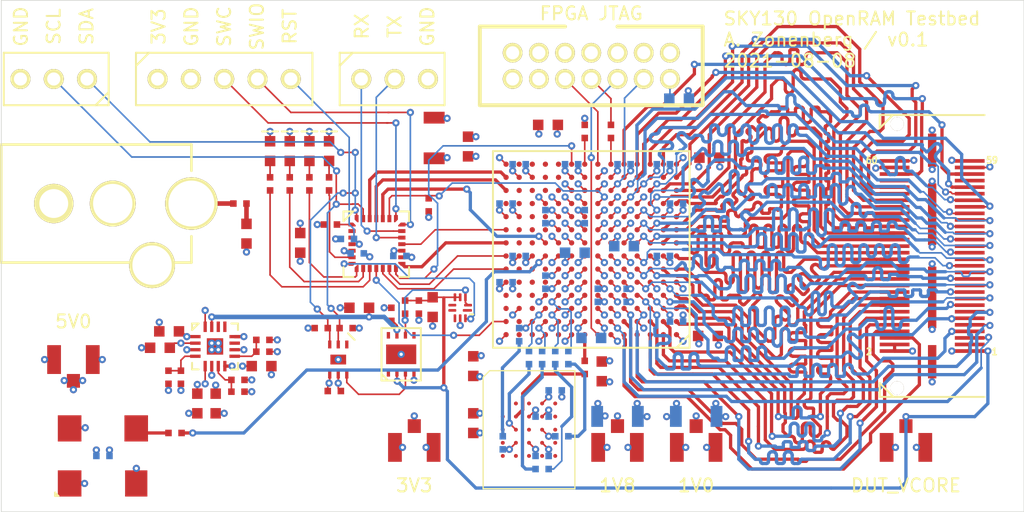
<source format=kicad_pcb>
(kicad_pcb (version 20171130) (host pcbnew "(5.1.4)")
  (layers (0 F.Cu signal) (1 In1.Cu signal) (2 In2.Cu signal) (31 B.Cu signal) (34 B.Paste user) (35 F.Paste user) (36 B.SilkS user) (37 F.SilkS user) (38 B.Mask user) (39 F.Mask user) (44 Edge.Cuts user))
  (net 0 "")
  (net 1 /GND)
  (net 2 /1V0)
  (net 3 /1V8)
  (net 4 /3V3)
  (net 5 "/Power supply/5V0")
  (net 6 /MCU_RST_N)
  (net 7 /DUT_VCORE)
  (net 8 "Net-(D1-Pad2)")
  (net 9 "Net-(D2-Pad2)")
  (net 10 "Net-(D3-Pad2)")
  (net 11 "Net-(D4-Pad2)")
  (net 12 "Net-(F1-Pad2)")
  (net 13 "Net-(F1-Pad1)")
  (net 14 /JTAG_TDI)
  (net 15 /JTAG_TDO)
  (net 16 /JTAG_TCK)
  (net 17 /JTAG_TMS)
  (net 18 /UART_RX)
  (net 19 /UART_TX)
  (net 20 /SWDIO)
  (net 21 /SWCLK)
  (net 22 "/DUT socket/CLK1")
  (net 23 "/DUT socket/CS1_N")
  (net 24 "/DUT socket/WE0_N")
  (net 25 "/DUT socket/GPIO0")
  (net 26 "/DUT socket/WMASK0_2")
  (net 27 "/DUT socket/WMASK0_3")
  (net 28 "/DUT socket/WMASK0_0")
  (net 29 "/DUT socket/WMASK0_1")
  (net 30 "/DUT socket/CLK0")
  (net 31 "/DUT socket/CS0_N")
  (net 32 "/DUT socket/DOUT1_6")
  (net 33 "/DUT socket/DOUT1_7")
  (net 34 "/DUT socket/DOUT1_4")
  (net 35 "/DUT socket/DOUT1_5")
  (net 36 "/DUT socket/DOUT1_2")
  (net 37 "/DUT socket/DOUT1_3")
  (net 38 "/DUT socket/DOUT1_0")
  (net 39 "/DUT socket/DOUT1_1")
  (net 40 "/DUT socket/DIN0_6")
  (net 41 "/DUT socket/DIN0_7")
  (net 42 "/DUT socket/DIN0_4")
  (net 43 "/DUT socket/DIN0_5")
  (net 44 "/DUT socket/DIN0_2")
  (net 45 "/DUT socket/DIN0_3")
  (net 46 "/DUT socket/DIN0_0")
  (net 47 "/DUT socket/DIN0_1")
  (net 48 "/DUT socket/DOUT0_6")
  (net 49 "/DUT socket/DOUT0_7")
  (net 50 "/DUT socket/DOUT0_4")
  (net 51 "/DUT socket/DOUT0_5")
  (net 52 "/DUT socket/DOUT0_2")
  (net 53 "/DUT socket/DOUT0_3")
  (net 54 "/DUT socket/DOUT0_0")
  (net 55 "/DUT socket/DOUT0_1")
  (net 56 "/DUT socket/ADDR1_6")
  (net 57 "/DUT socket/ADDR1_7")
  (net 58 "/DUT socket/ADDR1_4")
  (net 59 "/DUT socket/ADDR1_5")
  (net 60 "/DUT socket/ADDR1_2")
  (net 61 "/DUT socket/ADDR1_3")
  (net 62 "/DUT socket/ADDR1_0")
  (net 63 "/DUT socket/ADDR1_1")
  (net 64 "/DUT socket/ADDR0_6")
  (net 65 "/DUT socket/ADDR0_7")
  (net 66 "/DUT socket/ADDR0_4")
  (net 67 "/DUT socket/ADDR0_5")
  (net 68 "/DUT socket/ADDR0_2")
  (net 69 "/DUT socket/ADDR0_3")
  (net 70 "/DUT socket/ADDR0_0")
  (net 71 "/DUT socket/ADDR0_1")
  (net 72 "Net-(R1-Pad2)")
  (net 73 "Net-(R3-Pad2)")
  (net 74 "Net-(R5-Pad2)")
  (net 75 /FLASH_DQ0)
  (net 76 "Net-(R7-Pad1)")
  (net 77 /FLASH_DQ1)
  (net 78 "Net-(R8-Pad1)")
  (net 79 /FLASH_DQ2)
  (net 80 "Net-(R9-Pad1)")
  (net 81 /FLASH_DQ3)
  (net 82 "Net-(R10-Pad1)")
  (net 83 /FLASH_CS_N)
  (net 84 "Net-(R11-Pad1)")
  (net 85 /FLASH_RST_N)
  (net 86 /MCU_LED0)
  (net 87 "Net-(R14-Pad1)")
  (net 88 /MCU_LED1)
  (net 89 /FPGA_RST_N)
  (net 90 /MCU_LED2)
  (net 91 /MCU_LED3)
  (net 92 "Net-(R19-Pad2)")
  (net 93 "Net-(R20-Pad2)")
  (net 94 /FLASH_SCK)
  (net 95 "Net-(R21-Pad2)")
  (net 96 "Net-(R22-Pad2)")
  (net 97 "Net-(R23-Pad2)")
  (net 98 "Net-(R24-Pad2)")
  (net 99 "/Power supply/MCU_BOOT0")
  (net 100 /I2C_SCL)
  (net 101 /I2C_SDA)
  (net 102 "/Power supply/DUT_VDD_RAW")
  (net 103 /MCU_SPI_CS_N)
  (net 104 /DUT_VDD_ISENSE)
  (net 105 /FPGA_DONE)
  (net 106 /MCU_SPI_SO)
  (net 107 /MCU_SPI_SI)
  (net 108 /MCU_SPI_SCK)
  (net 109 /MCU_GPIO3)
  (net 110 /MCU_GPIO2)
  (net 111 /MCU_GPIO1)
  (net 112 /MCU_GPIO0)
  (net 113 "/Power supply/DAC_VOUT")
  (net 114 /FPGA_CLK_25MHZ)
  (net 115 "Net-(R29-Pad2)")
  (module azonenberg_pcb:EIA_1206_CAP_NOSILK (layer F.Cu) (at 73 54.5 90)
    (fp_text reference C4 hide)
    (fp_text value "100 uF" hide)
    (pad 2 smd rect (at 1.55 0.01493 90) (size 0.9 1.6) (layers F.Cu F.Paste F.Mask) (net 1 /GND))
    (pad 1 smd rect (at -1.55 0.01493 90) (size 0.9 1.6) (layers F.Cu F.Paste F.Mask) (net 4 /3V3))
  )
  (module azonenberg_pcb:EIA_0402_RES_NOSILK (layer F.Cu) (at 53.25 77 180)
    (fp_text reference R29 hide)
    (fp_text value 33 hide)
    (pad 2 smd rect (at 0.5 0 180) (size 0.5 0.5) (layers F.Cu F.Paste F.Mask) (net 115 "Net-(R29-Pad2)"))
    (pad 1 smd rect (at -0.5 0 180) (size 0.5 0.5) (layers F.Cu F.Paste F.Mask) (net 114 /FPGA_CLK_25MHZ))
  )
  (module azonenberg_pcb:QFN_28_0.5MM_4x4MM_NOPAD (layer F.Cu) (at 68.6 62.6)
    (fp_text reference U1 hide)
    (fp_text value STM32F031-QFN28 hide)
    (pad 28 smd custom (at -1.5 -1.95 90) (size 0.2 0.2) (layers F.Cu F.Paste F.Mask) (net 101 /I2C_SDA) (options (clearance outline) (anchor rect)) (primitives (gr_poly (pts (xy -0.077 -0.15) (xy 0.275 -0.15) (xy 0.275 0.15) (xy -0.275 0.15) (xy -0.275 0.048)) (width 0))))
    (pad 21 smd custom (at 1.95 -1.5) (size 0.2 0.2) (layers F.Cu F.Paste F.Mask) (net 20 /SWDIO) (options (clearance outline) (anchor rect)) (primitives (gr_poly (pts (xy -0.077 -0.15) (xy 0.275 -0.15) (xy 0.275 0.15) (xy -0.275 0.15) (xy -0.275 0.048)) (width 0))))
    (pad 8 smd custom (at -1.5 1.85 90) (size 0.2 0.2) (layers F.Cu F.Paste F.Mask) (net 90 /MCU_LED2) (options (clearance outline) (anchor rect)) (primitives (gr_poly (pts (xy 0.077 -0.15) (xy -0.275 -0.15) (xy -0.275 0.15) (xy 0.275 0.15) (xy 0.275 0.048)) (width 0))))
    (pad 1 smd custom (at -1.85 -1.5) (size 0.2 0.2) (layers F.Cu F.Paste F.Mask) (net 99 "/Power supply/MCU_BOOT0") (options (clearance outline) (anchor rect)) (primitives (gr_poly (pts (xy 0.077 -0.15) (xy -0.275 -0.15) (xy -0.275 0.15) (xy 0.275 0.15) (xy 0.275 0.048)) (width 0))))
    (pad 22 smd custom (at 1.5 -1.95 270) (size 0.2 0.2) (layers F.Cu F.Paste F.Mask) (net 21 /SWCLK) (options (clearance outline) (anchor rect)) (primitives (gr_poly (pts (xy 0.077 -0.15) (xy -0.275 -0.15) (xy -0.275 0.15) (xy 0.275 0.15) (xy 0.275 0.048)) (width 0))))
    (pad 15 smd custom (at 1.95 1.5 180) (size 0.2 0.2) (layers F.Cu F.Paste F.Mask) (net 103 /MCU_SPI_CS_N) (options (clearance outline) (anchor rect)) (primitives (gr_poly (pts (xy 0.077 -0.15) (xy -0.275 -0.15) (xy -0.275 0.15) (xy 0.275 0.15) (xy 0.275 0.048)) (width 0))))
    (pad 7 smd custom (at -1.85 1.5 180) (size 0.2 0.2) (layers F.Cu F.Paste F.Mask) (net 104 /DUT_VDD_ISENSE) (options (clearance outline) (anchor rect)) (primitives (gr_poly (pts (xy -0.077 -0.15) (xy 0.275 -0.15) (xy 0.275 0.15) (xy -0.275 0.15) (xy -0.275 0.048)) (width 0))))
    (pad 14 smd custom (at 1.5 1.85 270) (size 0.2 0.2) (layers F.Cu F.Paste F.Mask) (net 105 /FPGA_DONE) (options (clearance outline) (anchor rect)) (primitives (gr_poly (pts (xy -0.077 -0.15) (xy 0.275 -0.15) (xy 0.275 0.15) (xy -0.275 0.15) (xy -0.275 0.048)) (width 0))))
    (pad 25 smd rect (at 0 -1.95 180) (size 0.3 0.55) (layers F.Cu F.Paste F.Mask) (net 106 /MCU_SPI_SO))
    (pad 26 smd rect (at -0.5 -1.95 180) (size 0.3 0.55) (layers F.Cu F.Paste F.Mask) (net 107 /MCU_SPI_SI))
    (pad 27 smd rect (at -1 -1.95 180) (size 0.3 0.55) (layers F.Cu F.Paste F.Mask) (net 100 /I2C_SCL))
    (pad 24 smd rect (at 0.5 -1.95 180) (size 0.3 0.55) (layers F.Cu F.Paste F.Mask) (net 108 /MCU_SPI_SCK))
    (pad 23 smd rect (at 1 -1.95 180) (size 0.3 0.55) (layers F.Cu F.Paste F.Mask) (net 89 /FPGA_RST_N))
    (pad 17 smd rect (at 1.95 0.5 90) (size 0.3 0.55) (layers F.Cu F.Paste F.Mask) (net 4 /3V3))
    (pad 19 smd rect (at 1.95 -0.5 90) (size 0.3 0.55) (layers F.Cu F.Paste F.Mask) (net 19 /UART_TX))
    (pad 18 smd rect (at 1.95 0 90) (size 0.3 0.55) (layers F.Cu F.Paste F.Mask) (net 110 /MCU_GPIO2))
    (pad 20 smd rect (at 1.95 -1 90) (size 0.3 0.55) (layers F.Cu F.Paste F.Mask) (net 18 /UART_RX))
    (pad 16 smd rect (at 1.95 1 90) (size 0.3 0.55) (layers F.Cu F.Paste F.Mask) (net 1 /GND))
    (pad 13 smd rect (at 1 1.85 180) (size 0.3 0.55) (layers F.Cu F.Paste F.Mask) (net 111 /MCU_GPIO1))
    (pad 12 smd rect (at 0.5 1.85 180) (size 0.3 0.55) (layers F.Cu F.Paste F.Mask) (net 112 /MCU_GPIO0))
    (pad 11 smd rect (at 0 1.85 180) (size 0.3 0.55) (layers F.Cu F.Paste F.Mask) (net 109 /MCU_GPIO3))
    (pad 10 smd rect (at -0.5 1.85 180) (size 0.3 0.55) (layers F.Cu F.Paste F.Mask) (net 86 /MCU_LED0))
    (pad 9 smd rect (at -1 1.85 180) (size 0.3 0.55) (layers F.Cu F.Paste F.Mask) (net 88 /MCU_LED1))
    (pad 6 smd rect (at -1.85 1 90) (size 0.3 0.55) (layers F.Cu F.Paste F.Mask) (net 91 /MCU_LED3))
    (pad 5 smd rect (at -1.85 0.5 90) (size 0.3 0.55) (layers F.Cu F.Paste F.Mask) (net 4 /3V3))
    (pad 4 smd rect (at -1.85 0 90) (size 0.3 0.55) (layers F.Cu F.Paste F.Mask) (net 6 /MCU_RST_N))
    (pad 3 smd rect (at -1.85 -0.5 90) (size 0.3 0.55) (layers F.Cu F.Paste F.Mask))
    (pad 2 smd rect (at -1.85 -1 90) (size 0.3 0.55) (layers F.Cu F.Paste F.Mask))
  )
  (module azonenberg_pcb:OSCILLATOR_7.0x5.0 (layer F.Cu) (at 47.75 78.75)
    (fp_text reference U8 hide)
    (fp_text value CB3LV-3C-25M000000 hide)
    (pad 4 smd rect (at -2.54 -2.1) (size 1.8 2) (layers F.Cu F.Paste F.Mask) (net 4 /3V3))
    (pad 3 smd rect (at 2.54 -2.1) (size 1.8 2) (layers F.Cu F.Paste F.Mask) (net 115 "Net-(R29-Pad2)"))
    (pad 2 smd rect (at 2.54 2.1) (size 1.7 2) (layers F.Cu F.Paste F.Mask) (net 1 /GND))
    (pad 1 smd rect (at -2.54 2.1) (size 1.8 2) (layers F.Cu F.Paste F.Mask) (net 4 /3V3))
  )
  (module azonenberg_pcb:CONN_U.FL_TE_1909763-1 (layer F.Cu) (at 109 78 180)
    (fp_text reference TP5 hide)
    (fp_text value U.FL hide)
    (pad 1 smd rect (at 0 1.525 180) (size 1 1.05) (layers F.Cu F.Paste F.Mask) (net 7 /DUT_VCORE))
    (pad 2 smd rect (at -1.475 -0.1 180) (size 1.05 2.2) (layers F.Cu F.Paste F.Mask) (net 1 /GND))
    (pad 2 smd rect (at 1.475 -0.1 180) (size 1.05 2.2) (layers F.Cu F.Paste F.Mask) (net 1 /GND))
  )
  (module azonenberg_pcb:EIA_0402_CAP_NOSILK (layer B.Cu) (at 47.75 78.75)
    (fp_text reference C45 hide)
    (fp_text value "0.47 uF" hide)
    (pad 2 smd rect (at 0.5 0) (size 0.5 0.5) (layers B.Cu B.Paste B.Mask) (net 1 /GND))
    (pad 1 smd rect (at -0.5 0) (size 0.5 0.5) (layers B.Cu B.Paste B.Mask) (net 4 /3V3))
  )
  (module azonenberg_pcb:BGA_24_6x8_DEPOP1_1MM (layer F.Cu) (at 80.25 76.75)
    (fp_text reference U4 hide)
    (fp_text value S25FL128SAGBHI300 hide)
    (pad E5 smd circle (at 2 2) (size 0.3 0.3) (layers F.Cu F.Paste F.Mask))
    (pad E4 smd circle (at 1 2) (size 0.3 0.3) (layers F.Cu F.Paste F.Mask))
    (pad E3 smd circle (at 0 2) (size 0.3 0.3) (layers F.Cu F.Paste F.Mask))
    (pad E2 smd circle (at -1 2) (size 0.3 0.3) (layers F.Cu F.Paste F.Mask))
    (pad E1 smd circle (at -2 2) (size 0.3 0.3) (layers F.Cu F.Paste F.Mask))
    (pad D5 smd circle (at 2 1) (size 0.3 0.3) (layers F.Cu F.Paste F.Mask))
    (pad D4 smd circle (at 1 1) (size 0.3 0.3) (layers F.Cu F.Paste F.Mask) (net 98 "Net-(R24-Pad2)"))
    (pad D3 smd circle (at 0 1) (size 0.3 0.3) (layers F.Cu F.Paste F.Mask) (net 95 "Net-(R21-Pad2)"))
    (pad D2 smd circle (at -1 1) (size 0.3 0.3) (layers F.Cu F.Paste F.Mask) (net 96 "Net-(R22-Pad2)"))
    (pad D1 smd circle (at -2 1) (size 0.3 0.3) (layers F.Cu F.Paste F.Mask))
    (pad C5 smd circle (at 2 0) (size 0.3 0.3) (layers F.Cu F.Paste F.Mask))
    (pad C4 smd circle (at 1 0) (size 0.3 0.3) (layers F.Cu F.Paste F.Mask) (net 97 "Net-(R23-Pad2)"))
    (pad C3 smd circle (at 0 0) (size 0.3 0.3) (layers F.Cu F.Paste F.Mask))
    (pad C2 smd circle (at -1 0) (size 0.3 0.3) (layers F.Cu F.Paste F.Mask) (net 83 /FLASH_CS_N))
    (pad C1 smd circle (at -2 0) (size 0.3 0.3) (layers F.Cu F.Paste F.Mask))
    (pad B5 smd circle (at 2 -1) (size 0.3 0.3) (layers F.Cu F.Paste F.Mask))
    (pad B4 smd circle (at 1 -1) (size 0.3 0.3) (layers F.Cu F.Paste F.Mask) (net 4 /3V3))
    (pad B3 smd circle (at 0 -1) (size 0.3 0.3) (layers F.Cu F.Paste F.Mask) (net 1 /GND))
    (pad B2 smd circle (at -1 -1) (size 0.3 0.3) (layers F.Cu F.Paste F.Mask) (net 94 /FLASH_SCK))
    (pad B1 smd circle (at -2 -1) (size 0.3 0.3) (layers F.Cu F.Paste F.Mask))
    (pad A5 smd circle (at 2 -2) (size 0.3 0.3) (layers F.Cu F.Paste F.Mask))
    (pad A4 smd circle (at 1 -2) (size 0.3 0.3) (layers F.Cu F.Paste F.Mask) (net 85 /FLASH_RST_N))
    (pad A3 smd circle (at 0 -2) (size 0.3 0.3) (layers F.Cu F.Paste F.Mask))
    (pad A2 smd circle (at -1 -2) (size 0.3 0.3) (layers F.Cu F.Paste F.Mask))
  )
  (module azonenberg_pcb:DFN_8_0.65MM_3x3MM (layer F.Cu) (at 70.5 71)
    (fp_text reference U6 hide)
    (fp_text value ISL24021IRT065Z-T7A‎ hide)
    (pad PAD smd rect (at 0 0) (size 2.3 1.5) (layers F.Cu F.Paste F.Mask) (net 1 /GND))
    (pad 4 smd rect (at 0.975 1.45) (size 0.25 0.5) (layers F.Cu F.Paste F.Mask) (net 1 /GND))
    (pad 3 smd rect (at 0.325 1.45) (size 0.25 0.5) (layers F.Cu F.Paste F.Mask) (net 113 "/Power supply/DAC_VOUT"))
    (pad 2 smd rect (at -0.325 1.45) (size 0.25 0.5) (layers F.Cu F.Paste F.Mask) (net 7 /DUT_VCORE))
    (pad 1 smd rect (at -0.975 1.45) (size 0.25 0.5) (layers F.Cu F.Paste F.Mask))
    (pad 5 smd rect (at 0.975 -1.45) (size 0.25 0.5) (layers F.Cu F.Paste F.Mask))
    (pad 6 smd rect (at 0.325 -1.45) (size 0.25 0.5) (layers F.Cu F.Paste F.Mask) (net 102 "/Power supply/DUT_VDD_RAW"))
    (pad 7 smd rect (at -0.325 -1.45) (size 0.25 0.5) (layers F.Cu F.Paste F.Mask) (net 5 "/Power supply/5V0"))
    (pad 8 smd rect (at -0.975 -1.45) (size 0.25 0.5) (layers F.Cu F.Paste F.Mask))
  )
  (module azonenberg_pcb:EIA_0603_INDUCTOR_NOSILK (layer F.Cu) (at 58.7 61.8 270)
    (fp_text reference FB1 hide)
    (fp_text value "600R @ 100 MHz" hide)
    (pad 2 smd rect (at 0.75 0 270) (size 0.8 0.8) (layers F.Cu F.Paste F.Mask) (net 5 "/Power supply/5V0"))
    (pad 1 smd rect (at -0.75 0 270) (size 0.8 0.8) (layers F.Cu F.Paste F.Mask) (net 12 "Net-(F1-Pad2)"))
  )
  (module azonenberg_pcb:QFN_16_0.5MM_3x3MM (layer F.Cu) (at 56.3 70.4 270)
    (fp_text reference U3 hide)
    (fp_text value ADP323 hide)
    (pad PAD smd rect (at -0.25 0.25 270) (size 0.5 0.5) (layers F.Cu F.Paste) (net 1 /GND))
    (pad PAD smd rect (at 0.25 0.25 270) (size 0.5 0.5) (layers F.Cu F.Paste) (net 1 /GND))
    (pad PAD smd rect (at 0.25 -0.25 270) (size 0.5 0.5) (layers F.Cu F.Paste) (net 1 /GND))
    (pad PAD smd rect (at -0.25 -0.25 270) (size 0.5 0.5) (layers F.Cu F.Paste) (net 1 /GND))
    (pad PAD smd rect (at 0 0 270) (size 1.25 1.25) (layers F.Cu F.Mask) (net 1 /GND))
    (pad 13 smd rect (at -1.5 -0.75) (size 0.25 0.8) (layers F.Cu F.Paste F.Mask))
    (pad 14 smd rect (at -1.5 -0.25) (size 0.25 0.8) (layers F.Cu F.Paste F.Mask))
    (pad 15 smd rect (at -1.5 0.25) (size 0.25 0.8) (layers F.Cu F.Paste F.Mask) (net 5 "/Power supply/5V0"))
    (pad 16 smd rect (at -1.5 0.75) (size 0.25 0.8) (layers F.Cu F.Paste F.Mask) (net 5 "/Power supply/5V0"))
    (pad 1 smd rect (at -0.75 1.5 270) (size 0.25 0.8) (layers F.Cu F.Paste F.Mask) (net 5 "/Power supply/5V0"))
    (pad 2 smd rect (at -0.25 1.5 270) (size 0.25 0.8) (layers F.Cu F.Paste F.Mask) (net 5 "/Power supply/5V0"))
    (pad 3 smd rect (at 0.25 1.5 270) (size 0.25 0.8) (layers F.Cu F.Paste F.Mask) (net 5 "/Power supply/5V0"))
    (pad 4 smd rect (at 0.75 1.5 270) (size 0.25 0.8) (layers F.Cu F.Paste F.Mask) (net 72 "Net-(R1-Pad2)"))
    (pad 5 smd rect (at 1.5 0.75) (size 0.25 0.8) (layers F.Cu F.Paste F.Mask) (net 2 /1V0))
    (pad 6 smd rect (at 1.5 0.25) (size 0.25 0.8) (layers F.Cu F.Paste F.Mask) (net 3 /1V8))
    (pad 7 smd rect (at 1.5 -0.25) (size 0.25 0.8) (layers F.Cu F.Paste F.Mask) (net 73 "Net-(R3-Pad2)"))
    (pad 8 smd rect (at 1.5 -0.75 180) (size 0.25 0.8) (layers F.Cu F.Paste F.Mask) (net 4 /3V3))
    (pad 9 smd rect (at 0.75 -1.5 270) (size 0.25 0.8) (layers F.Cu F.Paste F.Mask) (net 74 "Net-(R5-Pad2)"))
    (pad 10 smd rect (at 0.25 -1.5 270) (size 0.25 0.8) (layers F.Cu F.Paste F.Mask) (net 5 "/Power supply/5V0"))
    (pad 11 smd rect (at -0.25 -1.5 270) (size 0.25 0.8) (layers F.Cu F.Paste F.Mask))
    (pad 12 smd rect (at -0.75 -1.5 270) (size 0.25 0.8) (layers F.Cu F.Paste F.Mask) (net 1 /GND))
  )
  (module azonenberg_pcb:XILINX_JTAG_PTH_MOLEX_0878311420 (layer F.Cu) (at 85 49 180)
    (fp_text reference J1 hide)
    (fp_text value XILINX_JTAG hide)
    (pad 14 thru_hole circle (at 6 -1 180) (size 1.5 1.5) (drill 1) (layers *.Cu *.Mask F.Paste F.SilkS))
    (pad 13 thru_hole circle (at 6 1 180) (size 1.5 1.5) (drill 1) (layers *.Cu *.Mask F.Paste F.SilkS))
    (pad 12 thru_hole circle (at 4 -1 180) (size 1.5 1.5) (drill 1) (layers *.Cu *.Mask F.Paste F.SilkS))
    (pad 11 thru_hole circle (at 4 1 180) (size 1.5 1.5) (drill 1) (layers *.Cu *.Mask F.Paste F.SilkS) (net 1 /GND))
    (pad 10 thru_hole circle (at 2 -1 180) (size 1.5 1.5) (drill 1) (layers *.Cu *.Mask F.Paste F.SilkS) (net 14 /JTAG_TDI))
    (pad 9 thru_hole circle (at 2 1 180) (size 1.5 1.5) (drill 1) (layers *.Cu *.Mask F.Paste F.SilkS) (net 1 /GND))
    (pad 8 thru_hole circle (at 0 -1 180) (size 1.5 1.5) (drill 1) (layers *.Cu *.Mask F.Paste F.SilkS) (net 15 /JTAG_TDO))
    (pad 7 thru_hole circle (at 0 1 180) (size 1.5 1.5) (drill 1) (layers *.Cu *.Mask F.Paste F.SilkS) (net 1 /GND))
    (pad 6 thru_hole circle (at -2 -1 180) (size 1.5 1.5) (drill 1) (layers *.Cu *.Mask F.Paste F.SilkS) (net 16 /JTAG_TCK))
    (pad 5 thru_hole circle (at -2 1 180) (size 1.5 1.5) (drill 1) (layers *.Cu *.Mask F.Paste F.SilkS) (net 1 /GND))
    (pad 4 thru_hole circle (at -4 -1 180) (size 1.5 1.5) (drill 1) (layers *.Cu *.Mask F.Paste F.SilkS) (net 17 /JTAG_TMS))
    (pad 3 thru_hole circle (at -4 1 180) (size 1.5 1.5) (drill 1) (layers *.Cu *.Mask F.Paste F.SilkS) (net 1 /GND))
    (pad 2 thru_hole circle (at -6 -1 180) (size 1.5 1.5) (drill 1) (layers *.Cu *.Mask F.Paste F.SilkS) (net 4 /3V3))
    (pad 1 thru_hole circle (at -6 1 180) (size 1.5 1.5) (drill 1) (layers *.Cu *.Mask F.Paste F.SilkS))
  )
  (module azonenberg_pcb:CONN_SAMTEC_QSH-030-01-L-D-A (layer F.Cu) (at 111 63.5 180)
    (fp_text reference J5 hide)
    (fp_text value CONN_SKY130_TEST_HOST hide)
    (fp_text user 1 (at -4.765 -7.3) (layer F.SilkS) (effects (font (size 0.508 0.457) (thickness 0.11425))))
    (fp_text user 2 (at 4.815 -7.3) (layer F.SilkS) (effects (font (size 0.508 0.457) (thickness 0.11425))))
    (fp_text user 60 (at 4.615 7.3) (layer F.SilkS) (effects (font (size 0.508 0.457) (thickness 0.11425))))
    (fp_text user 59 (at -4.565 7.3) (layer F.SilkS) (effects (font (size 0.508 0.457) (thickness 0.11425))))
    (pad "" thru_hole circle (at 2.67 -10.065 180) (size 1.02 1.02) (drill 1.02) (layers *.Cu *.Mask F.SilkS))
    (pad 59 smd rect (at -2.865 7.25 180) (size 2.27 0.279) (layers F.Cu F.Paste F.Mask) (net 4 /3V3))
    (pad GND smd rect (at 0 3.191 180) (size 0.64 4.7) (layers F.Cu F.Paste F.Mask) (net 1 /GND))
    (pad GND smd rect (at 0 -3.159 180) (size 0.64 4.7) (layers F.Cu F.Paste F.Mask) (net 1 /GND))
    (pad GND smd rect (at 0 8.065 180) (size 0.64 2.54) (layers F.Cu F.Paste F.Mask) (net 1 /GND))
    (pad GND smd rect (at 0 -8.065 180) (size 0.64 2.54) (layers F.Cu F.Paste F.Mask) (net 1 /GND))
    (pad "" thru_hole circle (at 2.67 10.065 180) (size 1.02 1.02) (drill 1.02) (layers *.Cu *.Mask F.SilkS))
    (pad 60 smd rect (at 2.865 7.25 180) (size 2.27 0.279) (layers F.Cu F.Paste F.Mask) (net 4 /3V3))
    (pad 57 smd rect (at -2.865 6.75 180) (size 2.27 0.279) (layers F.Cu F.Paste F.Mask) (net 4 /3V3))
    (pad 58 smd rect (at 2.865 6.75 180) (size 2.27 0.279) (layers F.Cu F.Paste F.Mask) (net 4 /3V3))
    (pad 55 smd rect (at -2.865 6.25 180) (size 2.27 0.279) (layers F.Cu F.Paste F.Mask) (net 22 "/DUT socket/CLK1"))
    (pad 56 smd rect (at 2.865 6.25 180) (size 2.27 0.279) (layers F.Cu F.Paste F.Mask) (net 23 "/DUT socket/CS1_N"))
    (pad 53 smd rect (at -2.865 5.75 180) (size 2.27 0.279) (layers F.Cu F.Paste F.Mask))
    (pad 54 smd rect (at 2.865 5.75 180) (size 2.27 0.279) (layers F.Cu F.Paste F.Mask))
    (pad 51 smd rect (at -2.865 5.25 180) (size 2.27 0.279) (layers F.Cu F.Paste F.Mask) (net 24 "/DUT socket/WE0_N"))
    (pad 52 smd rect (at 2.865 5.25 180) (size 2.27 0.279) (layers F.Cu F.Paste F.Mask) (net 25 "/DUT socket/GPIO0"))
    (pad 49 smd rect (at -2.865 4.75 180) (size 2.27 0.279) (layers F.Cu F.Paste F.Mask) (net 26 "/DUT socket/WMASK0_2"))
    (pad 50 smd rect (at 2.865 4.75 180) (size 2.27 0.279) (layers F.Cu F.Paste F.Mask) (net 27 "/DUT socket/WMASK0_3"))
    (pad 47 smd rect (at -2.865 4.25 180) (size 2.27 0.279) (layers F.Cu F.Paste F.Mask) (net 28 "/DUT socket/WMASK0_0"))
    (pad 48 smd rect (at 2.865 4.25 180) (size 2.27 0.279) (layers F.Cu F.Paste F.Mask) (net 29 "/DUT socket/WMASK0_1"))
    (pad 45 smd rect (at -2.865 3.75 180) (size 2.27 0.279) (layers F.Cu F.Paste F.Mask) (net 30 "/DUT socket/CLK0"))
    (pad 46 smd rect (at 2.865 3.75 180) (size 2.27 0.279) (layers F.Cu F.Paste F.Mask) (net 31 "/DUT socket/CS0_N"))
    (pad 43 smd rect (at -2.865 3.25 180) (size 2.27 0.279) (layers F.Cu F.Paste F.Mask) (net 32 "/DUT socket/DOUT1_6"))
    (pad 44 smd rect (at 2.865 3.25 180) (size 2.27 0.279) (layers F.Cu F.Paste F.Mask) (net 33 "/DUT socket/DOUT1_7"))
    (pad 41 smd rect (at -2.865 2.75 180) (size 2.27 0.279) (layers F.Cu F.Paste F.Mask) (net 34 "/DUT socket/DOUT1_4"))
    (pad 42 smd rect (at 2.865 2.75 180) (size 2.27 0.279) (layers F.Cu F.Paste F.Mask) (net 35 "/DUT socket/DOUT1_5"))
    (pad 39 smd rect (at -2.865 2.25 180) (size 2.27 0.279) (layers F.Cu F.Paste F.Mask) (net 36 "/DUT socket/DOUT1_2"))
    (pad 40 smd rect (at 2.865 2.25 180) (size 2.27 0.279) (layers F.Cu F.Paste F.Mask) (net 37 "/DUT socket/DOUT1_3"))
    (pad 37 smd rect (at -2.865 1.75 180) (size 2.27 0.279) (layers F.Cu F.Paste F.Mask) (net 38 "/DUT socket/DOUT1_0"))
    (pad 38 smd rect (at 2.865 1.75 180) (size 2.27 0.279) (layers F.Cu F.Paste F.Mask) (net 39 "/DUT socket/DOUT1_1"))
    (pad 35 smd rect (at -2.865 1.25 180) (size 2.27 0.279) (layers F.Cu F.Paste F.Mask) (net 40 "/DUT socket/DIN0_6"))
    (pad 36 smd rect (at 2.865 1.25 180) (size 2.27 0.279) (layers F.Cu F.Paste F.Mask) (net 41 "/DUT socket/DIN0_7"))
    (pad 33 smd rect (at -2.865 0.75 180) (size 2.27 0.279) (layers F.Cu F.Paste F.Mask) (net 42 "/DUT socket/DIN0_4"))
    (pad 34 smd rect (at 2.865 0.75 180) (size 2.27 0.279) (layers F.Cu F.Paste F.Mask) (net 43 "/DUT socket/DIN0_5"))
    (pad 31 smd rect (at -2.865 0.25 180) (size 2.27 0.279) (layers F.Cu F.Paste F.Mask) (net 44 "/DUT socket/DIN0_2"))
    (pad 32 smd rect (at 2.865 0.25 180) (size 2.27 0.279) (layers F.Cu F.Paste F.Mask) (net 45 "/DUT socket/DIN0_3"))
    (pad 29 smd rect (at -2.865 -0.25 180) (size 2.27 0.279) (layers F.Cu F.Paste F.Mask) (net 46 "/DUT socket/DIN0_0"))
    (pad 30 smd rect (at 2.865 -0.25 180) (size 2.27 0.279) (layers F.Cu F.Paste F.Mask) (net 47 "/DUT socket/DIN0_1"))
    (pad 27 smd rect (at -2.865 -0.75 180) (size 2.27 0.279) (layers F.Cu F.Paste F.Mask) (net 48 "/DUT socket/DOUT0_6"))
    (pad 28 smd rect (at 2.865 -0.75 180) (size 2.27 0.279) (layers F.Cu F.Paste F.Mask) (net 49 "/DUT socket/DOUT0_7"))
    (pad 25 smd rect (at -2.865 -1.25 180) (size 2.27 0.279) (layers F.Cu F.Paste F.Mask) (net 50 "/DUT socket/DOUT0_4"))
    (pad 26 smd rect (at 2.865 -1.25 180) (size 2.27 0.279) (layers F.Cu F.Paste F.Mask) (net 51 "/DUT socket/DOUT0_5"))
    (pad 23 smd rect (at -2.865 -1.75 180) (size 2.27 0.279) (layers F.Cu F.Paste F.Mask) (net 52 "/DUT socket/DOUT0_2"))
    (pad 24 smd rect (at 2.865 -1.75 180) (size 2.27 0.279) (layers F.Cu F.Paste F.Mask) (net 53 "/DUT socket/DOUT0_3"))
    (pad 21 smd rect (at -2.865 -2.25 180) (size 2.27 0.279) (layers F.Cu F.Paste F.Mask) (net 54 "/DUT socket/DOUT0_0"))
    (pad 22 smd rect (at 2.865 -2.25 180) (size 2.27 0.279) (layers F.Cu F.Paste F.Mask) (net 55 "/DUT socket/DOUT0_1"))
    (pad 19 smd rect (at -2.865 -2.75 180) (size 2.27 0.279) (layers F.Cu F.Paste F.Mask) (net 56 "/DUT socket/ADDR1_6"))
    (pad 20 smd rect (at 2.865 -2.75 180) (size 2.27 0.279) (layers F.Cu F.Paste F.Mask) (net 57 "/DUT socket/ADDR1_7"))
    (pad 17 smd rect (at -2.865 -3.25 180) (size 2.27 0.279) (layers F.Cu F.Paste F.Mask) (net 58 "/DUT socket/ADDR1_4"))
    (pad 18 smd rect (at 2.865 -3.25 180) (size 2.27 0.279) (layers F.Cu F.Paste F.Mask) (net 59 "/DUT socket/ADDR1_5"))
    (pad 15 smd rect (at -2.865 -3.75 180) (size 2.27 0.279) (layers F.Cu F.Paste F.Mask) (net 60 "/DUT socket/ADDR1_2"))
    (pad 16 smd rect (at 2.865 -3.75 180) (size 2.27 0.279) (layers F.Cu F.Paste F.Mask) (net 61 "/DUT socket/ADDR1_3"))
    (pad 13 smd rect (at -2.865 -4.25 180) (size 2.27 0.279) (layers F.Cu F.Paste F.Mask) (net 62 "/DUT socket/ADDR1_0"))
    (pad 14 smd rect (at 2.865 -4.25 180) (size 2.27 0.279) (layers F.Cu F.Paste F.Mask) (net 63 "/DUT socket/ADDR1_1"))
    (pad 11 smd rect (at -2.865 -4.75 180) (size 2.27 0.279) (layers F.Cu F.Paste F.Mask) (net 64 "/DUT socket/ADDR0_6"))
    (pad 12 smd rect (at 2.865 -4.75 180) (size 2.27 0.279) (layers F.Cu F.Paste F.Mask) (net 65 "/DUT socket/ADDR0_7"))
    (pad 9 smd rect (at -2.865 -5.25 180) (size 2.27 0.279) (layers F.Cu F.Paste F.Mask) (net 66 "/DUT socket/ADDR0_4"))
    (pad 10 smd rect (at 2.865 -5.25 180) (size 2.27 0.279) (layers F.Cu F.Paste F.Mask) (net 67 "/DUT socket/ADDR0_5"))
    (pad 7 smd rect (at -2.865 -5.75 180) (size 2.27 0.279) (layers F.Cu F.Paste F.Mask) (net 68 "/DUT socket/ADDR0_2"))
    (pad 8 smd rect (at 2.865 -5.75 180) (size 2.27 0.279) (layers F.Cu F.Paste F.Mask) (net 69 "/DUT socket/ADDR0_3"))
    (pad 5 smd rect (at -2.865 -6.25 180) (size 2.27 0.279) (layers F.Cu F.Paste F.Mask) (net 70 "/DUT socket/ADDR0_0"))
    (pad 6 smd rect (at 2.865 -6.25 180) (size 2.27 0.279) (layers F.Cu F.Paste F.Mask) (net 71 "/DUT socket/ADDR0_1"))
    (pad 3 smd rect (at -2.865 -6.75 180) (size 2.27 0.279) (layers F.Cu F.Paste F.Mask) (net 7 /DUT_VCORE))
    (pad 4 smd rect (at 2.865 -6.75 180) (size 2.27 0.279) (layers F.Cu F.Paste F.Mask) (net 7 /DUT_VCORE))
    (pad 1 smd rect (at -2.865 -7.25 180) (size 2.27 0.279) (layers F.Cu F.Paste F.Mask) (net 7 /DUT_VCORE))
    (pad 2 smd rect (at 2.865 -7.25 180) (size 2.27 0.279) (layers F.Cu F.Paste F.Mask) (net 7 /DUT_VCORE))
  )
  (module azonenberg_pcb:EIA_0603_LED (layer F.Cu) (at 65 55.5 270)
    (fp_text reference D4 hide)
    (fp_text value GREEN hide)
    (pad 2 smd rect (at 0.75 0 270) (size 0.8 0.8) (layers F.Cu F.Paste F.Mask) (net 11 "Net-(D4-Pad2)"))
    (pad 1 smd rect (at -0.75 0 270) (size 0.8 0.8) (layers F.Cu F.Paste F.Mask) (net 1 /GND))
  )
  (module azonenberg_pcb:EIA_0603_LED (layer F.Cu) (at 63.5 55.5 270)
    (fp_text reference D3 hide)
    (fp_text value GREEN hide)
    (pad 2 smd rect (at 0.75 0 270) (size 0.8 0.8) (layers F.Cu F.Paste F.Mask) (net 10 "Net-(D3-Pad2)"))
    (pad 1 smd rect (at -0.75 0 270) (size 0.8 0.8) (layers F.Cu F.Paste F.Mask) (net 1 /GND))
  )
  (module azonenberg_pcb:EIA_0603_LED (layer F.Cu) (at 62 55.5 270)
    (fp_text reference D2 hide)
    (fp_text value GREEN hide)
    (pad 2 smd rect (at 0.75 0 270) (size 0.8 0.8) (layers F.Cu F.Paste F.Mask) (net 9 "Net-(D2-Pad2)"))
    (pad 1 smd rect (at -0.75 0 270) (size 0.8 0.8) (layers F.Cu F.Paste F.Mask) (net 1 /GND))
  )
  (module azonenberg_pcb:EIA_0603_LED (layer F.Cu) (at 60.5 55.5 270)
    (fp_text reference D1 hide)
    (fp_text value GREEN hide)
    (pad 2 smd rect (at 0.75 0 270) (size 0.8 0.8) (layers F.Cu F.Paste F.Mask) (net 8 "Net-(D1-Pad2)"))
    (pad 1 smd rect (at -0.75 0 270) (size 0.8 0.8) (layers F.Cu F.Paste F.Mask) (net 1 /GND))
  )
  (module azonenberg_pcb:CONN_HEADER_2.54MM_1x3 (layer F.Cu) (at 44 50 180)
    (fp_text reference J6 hide)
    (fp_text value Conn_01x03 hide)
    (pad 3 thru_hole circle (at 2.54 0 180) (size 1.524 1.524) (drill 1) (layers *.Cu *.Mask F.SilkS) (net 1 /GND))
    (pad 2 thru_hole circle (at 0 0 180) (size 1.524 1.524) (drill 1) (layers *.Cu *.Mask F.SilkS) (net 100 /I2C_SCL))
    (pad 1 thru_hole circle (at -2.54 0 180) (size 1.524 1.524) (drill 1) (layers *.Cu *.Mask F.SilkS) (net 101 /I2C_SDA))
  )
  (module azonenberg_pcb:CONN_HEADER_2.54MM_1x3 (layer F.Cu) (at 70 50)
    (fp_text reference J3 hide)
    (fp_text value Conn_01x03 hide)
    (pad 3 thru_hole circle (at 2.54 0) (size 1.524 1.524) (drill 1) (layers *.Cu *.Mask F.SilkS) (net 1 /GND))
    (pad 2 thru_hole circle (at 0 0) (size 1.524 1.524) (drill 1) (layers *.Cu *.Mask F.SilkS) (net 19 /UART_TX))
    (pad 1 thru_hole circle (at -2.54 0) (size 1.524 1.524) (drill 1) (layers *.Cu *.Mask F.SilkS) (net 18 /UART_RX))
  )
  (module azonenberg_pcb:QFN_10_0.4MM_1.4x1.8MM_TI_RSW (layer F.Cu) (at 75 67.45 180)
    (fp_text reference U7 hide)
    (fp_text value INA216A2 hide)
    (pad 10 smd roundrect (at -0.4 -0.8) (size 0.2 0.6) (layers F.Cu F.Paste F.Mask) (net 104 /DUT_VDD_ISENSE))
    (pad 9 smd roundrect (at 0 -0.8) (size 0.2 0.6) (layers F.Cu F.Paste F.Mask) (net 1 /GND))
    (pad 8 smd roundrect (at 0.4 -0.8) (size 0.2 0.6) (layers F.Cu F.Paste F.Mask))
    (pad 7 smd roundrect (at 0.6 -0.2 270) (size 0.2 0.6) (layers F.Cu F.Paste F.Mask))
    (pad 6 smd roundrect (at 0.6 0.2 270) (size 0.2 0.6) (layers F.Cu F.Paste F.Mask))
    (pad 5 smd roundrect (at 0.4 0.8 180) (size 0.2 0.6) (layers F.Cu F.Paste F.Mask) (net 7 /DUT_VCORE))
    (pad 4 smd roundrect (at 0 0.8 180) (size 0.2 0.6) (layers F.Cu F.Paste F.Mask) (net 7 /DUT_VCORE))
    (pad 3 smd roundrect (at -0.4 0.8 180) (size 0.2 0.6) (layers F.Cu F.Paste F.Mask) (net 102 "/Power supply/DUT_VDD_RAW"))
    (pad 2 smd roundrect (at -0.6 0.2 180) (size 0.6 0.2) (layers F.Cu F.Paste F.Mask) (net 102 "/Power supply/DUT_VDD_RAW"))
    (pad 1 smd roundrect (at -0.55 -0.2) (size 0.7 0.2) (layers F.Cu F.Paste F.Mask))
  )
  (module azonenberg_pcb:DFN_6_0.65MM_2.2x2.5MM_TI_NGF (layer F.Cu) (at 65.7 71.4 180)
    (fp_text reference U5 hide)
    (fp_text value DAC121C081-WSON hide)
    (pad 4 smd rect (at 0.65 -1.15 180) (size 0.25 0.6) (layers F.Cu F.Paste F.Mask) (net 1 /GND))
    (pad 5 smd rect (at 0 -1.15 180) (size 0.25 0.6) (layers F.Cu F.Paste F.Mask) (net 4 /3V3))
    (pad 6 smd rect (at -0.65 -1.15 180) (size 0.25 0.6) (layers F.Cu F.Paste F.Mask) (net 113 "/Power supply/DAC_VOUT"))
    (pad 1 smd rect (at -0.65 1.15 180) (size 0.25 0.6) (layers F.Cu F.Paste F.Mask))
    (pad 3 smd rect (at 0.65 1.15 180) (size 0.25 0.6) (layers F.Cu F.Paste F.Mask) (net 101 /I2C_SDA))
    (pad 2 smd rect (at 0 1.15 180) (size 0.25 0.6) (layers F.Cu F.Paste F.Mask) (net 100 /I2C_SCL))
    (pad PAD smd rect (at 0 0 180) (size 1.2 0.75) (layers F.Cu F.Paste F.Mask) (net 1 /GND))
  )
  (module azonenberg_pcb:BGA_196_15x15_FULLARRAY_1MM_FTGB196 (layer F.Cu) (at 85 63 180)
    (fp_text reference U2 hide)
    (fp_text value XC7S15-1FTGB196C hide)
    (pad P14 smd circle (at 6.5 6.5 180) (size 0.4 0.4) (layers F.Cu F.Paste F.Mask) (net 1 /GND))
    (pad N14 smd circle (at 6.5 5.5 180) (size 0.4 0.4) (layers F.Cu F.Paste F.Mask) (net 107 /MCU_SPI_SI))
    (pad M14 smd circle (at 6.5 4.5 180) (size 0.4 0.4) (layers F.Cu F.Paste F.Mask) (net 106 /MCU_SPI_SO))
    (pad L14 smd circle (at 6.5 3.5 180) (size 0.4 0.4) (layers F.Cu F.Paste F.Mask))
    (pad K14 smd circle (at 6.5 2.5 180) (size 0.4 0.4) (layers F.Cu F.Paste F.Mask) (net 1 /GND))
    (pad J14 smd circle (at 6.5 1.5 180) (size 0.4 0.4) (layers F.Cu F.Paste F.Mask) (net 110 /MCU_GPIO2))
    (pad H14 smd circle (at 6.5 0.5 180) (size 0.4 0.4) (layers F.Cu F.Paste F.Mask) (net 103 /MCU_SPI_CS_N))
    (pad G14 smd circle (at 6.5 -0.5 180) (size 0.4 0.4) (layers F.Cu F.Paste F.Mask) (net 111 /MCU_GPIO1))
    (pad F14 smd circle (at 6.5 -1.5 180) (size 0.4 0.4) (layers F.Cu F.Paste F.Mask) (net 112 /MCU_GPIO0))
    (pad E14 smd circle (at 6.5 -2.5 180) (size 0.4 0.4) (layers F.Cu F.Paste F.Mask) (net 1 /GND))
    (pad D14 smd circle (at 6.5 -3.5 180) (size 0.4 0.4) (layers F.Cu F.Paste F.Mask))
    (pad C14 smd circle (at 6.5 -4.5 180) (size 0.4 0.4) (layers F.Cu F.Paste F.Mask))
    (pad B14 smd circle (at 6.5 -5.5 180) (size 0.4 0.4) (layers F.Cu F.Paste F.Mask) (net 109 /MCU_GPIO3))
    (pad A14 smd circle (at 6.5 -6.5 180) (size 0.4 0.4) (layers F.Cu F.Paste F.Mask) (net 1 /GND))
    (pad P13 smd circle (at 5.5 6.5 180) (size 0.4 0.4) (layers F.Cu F.Paste F.Mask))
    (pad N13 smd circle (at 5.5 5.5 180) (size 0.4 0.4) (layers F.Cu F.Paste F.Mask) (net 4 /3V3))
    (pad M13 smd circle (at 5.5 4.5 180) (size 0.4 0.4) (layers F.Cu F.Paste F.Mask))
    (pad L13 smd circle (at 5.5 3.5 180) (size 0.4 0.4) (layers F.Cu F.Paste F.Mask))
    (pad K13 smd circle (at 5.5 2.5 180) (size 0.4 0.4) (layers F.Cu F.Paste F.Mask) (net 4 /3V3))
    (pad J13 smd circle (at 5.5 1.5 180) (size 0.4 0.4) (layers F.Cu F.Paste F.Mask))
    (pad H13 smd circle (at 5.5 0.5 180) (size 0.4 0.4) (layers F.Cu F.Paste F.Mask))
    (pad G13 smd circle (at 5.5 -0.5 180) (size 0.4 0.4) (layers F.Cu F.Paste F.Mask) (net 4 /3V3))
    (pad F13 smd circle (at 5.5 -1.5 180) (size 0.4 0.4) (layers F.Cu F.Paste F.Mask))
    (pad E13 smd circle (at 5.5 -2.5 180) (size 0.4 0.4) (layers F.Cu F.Paste F.Mask))
    (pad D13 smd circle (at 5.5 -3.5 180) (size 0.4 0.4) (layers F.Cu F.Paste F.Mask))
    (pad C13 smd circle (at 5.5 -4.5 180) (size 0.4 0.4) (layers F.Cu F.Paste F.Mask) (net 1 /GND))
    (pad B13 smd circle (at 5.5 -5.5 180) (size 0.4 0.4) (layers F.Cu F.Paste F.Mask))
    (pad A13 smd circle (at 5.5 -6.5 180) (size 0.4 0.4) (layers F.Cu F.Paste F.Mask))
    (pad P12 smd circle (at 4.5 6.5 180) (size 0.4 0.4) (layers F.Cu F.Paste F.Mask))
    (pad N12 smd circle (at 4.5 5.5 180) (size 0.4 0.4) (layers F.Cu F.Paste F.Mask) (net 1 /GND))
    (pad M12 smd circle (at 4.5 4.5 180) (size 0.4 0.4) (layers F.Cu F.Paste F.Mask))
    (pad L12 smd circle (at 4.5 3.5 180) (size 0.4 0.4) (layers F.Cu F.Paste F.Mask))
    (pad K12 smd circle (at 4.5 2.5 180) (size 0.4 0.4) (layers F.Cu F.Paste F.Mask))
    (pad J12 smd circle (at 4.5 1.5 180) (size 0.4 0.4) (layers F.Cu F.Paste F.Mask))
    (pad H12 smd circle (at 4.5 0.5 180) (size 0.4 0.4) (layers F.Cu F.Paste F.Mask))
    (pad G12 smd circle (at 4.5 -0.5 180) (size 0.4 0.4) (layers F.Cu F.Paste F.Mask) (net 1 /GND))
    (pad F12 smd circle (at 4.5 -1.5 180) (size 0.4 0.4) (layers F.Cu F.Paste F.Mask))
    (pad E12 smd circle (at 4.5 -2.5 180) (size 0.4 0.4) (layers F.Cu F.Paste F.Mask))
    (pad D12 smd circle (at 4.5 -3.5 180) (size 0.4 0.4) (layers F.Cu F.Paste F.Mask))
    (pad C12 smd circle (at 4.5 -4.5 180) (size 0.4 0.4) (layers F.Cu F.Paste F.Mask))
    (pad B12 smd circle (at 4.5 -5.5 180) (size 0.4 0.4) (layers F.Cu F.Paste F.Mask) (net 78 "Net-(R8-Pad1)"))
    (pad A12 smd circle (at 4.5 -6.5 180) (size 0.4 0.4) (layers F.Cu F.Paste F.Mask))
    (pad P11 smd circle (at 3.5 6.5 180) (size 0.4 0.4) (layers F.Cu F.Paste F.Mask))
    (pad N11 smd circle (at 3.5 5.5 180) (size 0.4 0.4) (layers F.Cu F.Paste F.Mask))
    (pad M11 smd circle (at 3.5 4.5 180) (size 0.4 0.4) (layers F.Cu F.Paste F.Mask))
    (pad L11 smd circle (at 3.5 3.5 180) (size 0.4 0.4) (layers F.Cu F.Paste F.Mask) (net 1 /GND))
    (pad K11 smd circle (at 3.5 2.5 180) (size 0.4 0.4) (layers F.Cu F.Paste F.Mask))
    (pad J11 smd circle (at 3.5 1.5 180) (size 0.4 0.4) (layers F.Cu F.Paste F.Mask))
    (pad H11 smd circle (at 3.5 0.5 180) (size 0.4 0.4) (layers F.Cu F.Paste F.Mask) (net 108 /MCU_SPI_SCK))
    (pad G11 smd circle (at 3.5 -0.5 180) (size 0.4 0.4) (layers F.Cu F.Paste F.Mask) (net 114 /FPGA_CLK_25MHZ))
    (pad F11 smd circle (at 3.5 -1.5 180) (size 0.4 0.4) (layers F.Cu F.Paste F.Mask))
    (pad E11 smd circle (at 3.5 -2.5 180) (size 0.4 0.4) (layers F.Cu F.Paste F.Mask))
    (pad D11 smd circle (at 3.5 -3.5 180) (size 0.4 0.4) (layers F.Cu F.Paste F.Mask) (net 1 /GND))
    (pad C11 smd circle (at 3.5 -4.5 180) (size 0.4 0.4) (layers F.Cu F.Paste F.Mask) (net 84 "Net-(R11-Pad1)"))
    (pad B11 smd circle (at 3.5 -5.5 180) (size 0.4 0.4) (layers F.Cu F.Paste F.Mask) (net 76 "Net-(R7-Pad1)"))
    (pad A11 smd circle (at 3.5 -6.5 180) (size 0.4 0.4) (layers F.Cu F.Paste F.Mask) (net 1 /GND))
    (pad P10 smd circle (at 2.5 6.5 180) (size 0.4 0.4) (layers F.Cu F.Paste F.Mask))
    (pad N10 smd circle (at 2.5 5.5 180) (size 0.4 0.4) (layers F.Cu F.Paste F.Mask))
    (pad M10 smd circle (at 2.5 4.5 180) (size 0.4 0.4) (layers F.Cu F.Paste F.Mask))
    (pad L10 smd circle (at 2.5 3.5 180) (size 0.4 0.4) (layers F.Cu F.Paste F.Mask) (net 1 /GND))
    (pad K10 smd circle (at 2.5 2.5 180) (size 0.4 0.4) (layers F.Cu F.Paste F.Mask) (net 3 /1V8))
    (pad J10 smd circle (at 2.5 1.5 180) (size 0.4 0.4) (layers F.Cu F.Paste F.Mask) (net 1 /GND))
    (pad H10 smd circle (at 2.5 0.5 180) (size 0.4 0.4) (layers F.Cu F.Paste F.Mask) (net 3 /1V8))
    (pad G10 smd circle (at 2.5 -0.5 180) (size 0.4 0.4) (layers F.Cu F.Paste F.Mask) (net 1 /GND))
    (pad F10 smd circle (at 2.5 -1.5 180) (size 0.4 0.4) (layers F.Cu F.Paste F.Mask) (net 3 /1V8))
    (pad E10 smd circle (at 2.5 -2.5 180) (size 0.4 0.4) (layers F.Cu F.Paste F.Mask) (net 1 /GND))
    (pad D10 smd circle (at 2.5 -3.5 180) (size 0.4 0.4) (layers F.Cu F.Paste F.Mask) (net 80 "Net-(R9-Pad1)"))
    (pad C10 smd circle (at 2.5 -4.5 180) (size 0.4 0.4) (layers F.Cu F.Paste F.Mask) (net 82 "Net-(R10-Pad1)"))
    (pad B10 smd circle (at 2.5 -5.5 180) (size 0.4 0.4) (layers F.Cu F.Paste F.Mask) (net 4 /3V3))
    (pad A10 smd circle (at 2.5 -6.5 180) (size 0.4 0.4) (layers F.Cu F.Paste F.Mask))
    (pad P9 smd circle (at 1.5 6.5 180) (size 0.4 0.4) (layers F.Cu F.Paste F.Mask) (net 105 /FPGA_DONE))
    (pad N9 smd circle (at 1.5 5.5 180) (size 0.4 0.4) (layers F.Cu F.Paste F.Mask) (net 1 /GND))
    (pad M9 smd circle (at 1.5 4.5 180) (size 0.4 0.4) (layers F.Cu F.Paste F.Mask) (net 1 /GND))
    (pad L9 smd circle (at 1.5 3.5 180) (size 0.4 0.4) (layers F.Cu F.Paste F.Mask) (net 3 /1V8))
    (pad K9 smd circle (at 1.5 2.5 180) (size 0.4 0.4) (layers F.Cu F.Paste F.Mask) (net 1 /GND))
    (pad J9 smd circle (at 1.5 1.5 180) (size 0.4 0.4) (layers F.Cu F.Paste F.Mask) (net 2 /1V0))
    (pad H9 smd circle (at 1.5 0.5 180) (size 0.4 0.4) (layers F.Cu F.Paste F.Mask) (net 1 /GND))
    (pad G9 smd circle (at 1.5 -0.5 180) (size 0.4 0.4) (layers F.Cu F.Paste F.Mask) (net 2 /1V0))
    (pad F9 smd circle (at 1.5 -1.5 180) (size 0.4 0.4) (layers F.Cu F.Paste F.Mask) (net 1 /GND))
    (pad E9 smd circle (at 1.5 -2.5 180) (size 0.4 0.4) (layers F.Cu F.Paste F.Mask) (net 2 /1V0))
    (pad D9 smd circle (at 1.5 -3.5 180) (size 0.4 0.4) (layers F.Cu F.Paste F.Mask) (net 1 /GND))
    (pad C9 smd circle (at 1.5 -4.5 180) (size 0.4 0.4) (layers F.Cu F.Paste F.Mask) (net 1 /GND))
    (pad B9 smd circle (at 1.5 -5.5 180) (size 0.4 0.4) (layers F.Cu F.Paste F.Mask) (net 1 /GND))
    (pad A9 smd circle (at 1.5 -6.5 180) (size 0.4 0.4) (layers F.Cu F.Paste F.Mask) (net 1 /GND))
    (pad P8 smd circle (at 0.5 6.5 180) (size 0.4 0.4) (layers F.Cu F.Paste F.Mask) (net 92 "Net-(R19-Pad2)"))
    (pad N8 smd circle (at 0.5 5.5 180) (size 0.4 0.4) (layers F.Cu F.Paste F.Mask) (net 4 /3V3))
    (pad M8 smd circle (at 0.5 4.5 180) (size 0.4 0.4) (layers F.Cu F.Paste F.Mask) (net 1 /GND))
    (pad L8 smd circle (at 0.5 3.5 180) (size 0.4 0.4) (layers F.Cu F.Paste F.Mask) (net 1 /GND))
    (pad K8 smd circle (at 0.5 2.5 180) (size 0.4 0.4) (layers F.Cu F.Paste F.Mask) (net 2 /1V0))
    (pad J8 smd circle (at 0.5 1.5 180) (size 0.4 0.4) (layers F.Cu F.Paste F.Mask) (net 1 /GND))
    (pad H8 smd circle (at 0.5 0.5 180) (size 0.4 0.4) (layers F.Cu F.Paste F.Mask) (net 1 /GND))
    (pad G8 smd circle (at 0.5 -0.5 180) (size 0.4 0.4) (layers F.Cu F.Paste F.Mask) (net 1 /GND))
    (pad F8 smd circle (at 0.5 -1.5 180) (size 0.4 0.4) (layers F.Cu F.Paste F.Mask) (net 3 /1V8))
    (pad E8 smd circle (at 0.5 -2.5 180) (size 0.4 0.4) (layers F.Cu F.Paste F.Mask) (net 1 /GND))
    (pad D8 smd circle (at 0.5 -3.5 180) (size 0.4 0.4) (layers F.Cu F.Paste F.Mask) (net 2 /1V0))
    (pad C8 smd circle (at 0.5 -4.5 180) (size 0.4 0.4) (layers F.Cu F.Paste F.Mask) (net 1 /GND))
    (pad B8 smd circle (at 0.5 -5.5 180) (size 0.4 0.4) (layers F.Cu F.Paste F.Mask) (net 3 /1V8))
    (pad A8 smd circle (at 0.5 -6.5 180) (size 0.4 0.4) (layers F.Cu F.Paste F.Mask) (net 93 "Net-(R20-Pad2)"))
    (pad P7 smd circle (at -0.5 6.5 180) (size 0.4 0.4) (layers F.Cu F.Paste F.Mask) (net 14 /JTAG_TDI))
    (pad N7 smd circle (at -0.5 5.5 180) (size 0.4 0.4) (layers F.Cu F.Paste F.Mask) (net 4 /3V3))
    (pad M7 smd circle (at -0.5 4.5 180) (size 0.4 0.4) (layers F.Cu F.Paste F.Mask) (net 4 /3V3))
    (pad L7 smd circle (at -0.5 3.5 180) (size 0.4 0.4) (layers F.Cu F.Paste F.Mask) (net 89 /FPGA_RST_N))
    (pad K7 smd circle (at -0.5 2.5 180) (size 0.4 0.4) (layers F.Cu F.Paste F.Mask) (net 1 /GND))
    (pad J7 smd circle (at -0.5 1.5 180) (size 0.4 0.4) (layers F.Cu F.Paste F.Mask) (net 1 /GND))
    (pad H7 smd circle (at -0.5 0.5 180) (size 0.4 0.4) (layers F.Cu F.Paste F.Mask) (net 1 /GND))
    (pad G7 smd circle (at -0.5 -0.5 180) (size 0.4 0.4) (layers F.Cu F.Paste F.Mask) (net 1 /GND))
    (pad F7 smd circle (at -0.5 -1.5 180) (size 0.4 0.4) (layers F.Cu F.Paste F.Mask) (net 1 /GND))
    (pad E7 smd circle (at -0.5 -2.5 180) (size 0.4 0.4) (layers F.Cu F.Paste F.Mask) (net 2 /1V0))
    (pad D7 smd circle (at -0.5 -3.5 180) (size 0.4 0.4) (layers F.Cu F.Paste F.Mask) (net 1 /GND))
    (pad C7 smd circle (at -0.5 -4.5 180) (size 0.4 0.4) (layers F.Cu F.Paste F.Mask) (net 1 /GND))
    (pad B7 smd circle (at -0.5 -5.5 180) (size 0.4 0.4) (layers F.Cu F.Paste F.Mask) (net 1 /GND))
    (pad A7 smd circle (at -0.5 -6.5 180) (size 0.4 0.4) (layers F.Cu F.Paste F.Mask) (net 16 /JTAG_TCK))
    (pad P6 smd circle (at -1.5 6.5 180) (size 0.4 0.4) (layers F.Cu F.Paste F.Mask) (net 87 "Net-(R14-Pad1)"))
    (pad N6 smd circle (at -1.5 5.5 180) (size 0.4 0.4) (layers F.Cu F.Paste F.Mask) (net 4 /3V3))
    (pad M6 smd circle (at -1.5 4.5 180) (size 0.4 0.4) (layers F.Cu F.Paste F.Mask) (net 17 /JTAG_TMS))
    (pad L6 smd circle (at -1.5 3.5 180) (size 0.4 0.4) (layers F.Cu F.Paste F.Mask) (net 1 /GND))
    (pad K6 smd circle (at -1.5 2.5 180) (size 0.4 0.4) (layers F.Cu F.Paste F.Mask) (net 2 /1V0))
    (pad J6 smd circle (at -1.5 1.5 180) (size 0.4 0.4) (layers F.Cu F.Paste F.Mask) (net 1 /GND))
    (pad H6 smd circle (at -1.5 0.5 180) (size 0.4 0.4) (layers F.Cu F.Paste F.Mask) (net 2 /1V0))
    (pad G6 smd circle (at -1.5 -0.5 180) (size 0.4 0.4) (layers F.Cu F.Paste F.Mask) (net 1 /GND))
    (pad F6 smd circle (at -1.5 -1.5 180) (size 0.4 0.4) (layers F.Cu F.Paste F.Mask) (net 2 /1V0))
    (pad E6 smd circle (at -1.5 -2.5 180) (size 0.4 0.4) (layers F.Cu F.Paste F.Mask) (net 1 /GND))
    (pad D6 smd circle (at -1.5 -3.5 180) (size 0.4 0.4) (layers F.Cu F.Paste F.Mask) (net 2 /1V0))
    (pad C6 smd circle (at -1.5 -4.5 180) (size 0.4 0.4) (layers F.Cu F.Paste F.Mask) (net 1 /GND))
    (pad B6 smd circle (at -1.5 -5.5 180) (size 0.4 0.4) (layers F.Cu F.Paste F.Mask) (net 70 "/DUT socket/ADDR0_0"))
    (pad A6 smd circle (at -1.5 -6.5 180) (size 0.4 0.4) (layers F.Cu F.Paste F.Mask) (net 1 /GND))
    (pad P5 smd circle (at -2.5 6.5 180) (size 0.4 0.4) (layers F.Cu F.Paste F.Mask) (net 22 "/DUT socket/CLK1"))
    (pad N5 smd circle (at -2.5 5.5 180) (size 0.4 0.4) (layers F.Cu F.Paste F.Mask) (net 1 /GND))
    (pad M5 smd circle (at -2.5 4.5 180) (size 0.4 0.4) (layers F.Cu F.Paste F.Mask) (net 24 "/DUT socket/WE0_N"))
    (pad L5 smd circle (at -2.5 3.5 180) (size 0.4 0.4) (layers F.Cu F.Paste F.Mask) (net 26 "/DUT socket/WMASK0_2"))
    (pad K5 smd circle (at -2.5 2.5 180) (size 0.4 0.4) (layers F.Cu F.Paste F.Mask) (net 1 /GND))
    (pad J5 smd circle (at -2.5 1.5 180) (size 0.4 0.4) (layers F.Cu F.Paste F.Mask) (net 2 /1V0))
    (pad H5 smd circle (at -2.5 0.5 180) (size 0.4 0.4) (layers F.Cu F.Paste F.Mask) (net 1 /GND))
    (pad G5 smd circle (at -2.5 -0.5 180) (size 0.4 0.4) (layers F.Cu F.Paste F.Mask) (net 2 /1V0))
    (pad F5 smd circle (at -2.5 -1.5 180) (size 0.4 0.4) (layers F.Cu F.Paste F.Mask) (net 1 /GND))
    (pad E5 smd circle (at -2.5 -2.5 180) (size 0.4 0.4) (layers F.Cu F.Paste F.Mask) (net 2 /1V0))
    (pad D5 smd circle (at -2.5 -3.5 180) (size 0.4 0.4) (layers F.Cu F.Paste F.Mask) (net 1 /GND))
    (pad C5 smd circle (at -2.5 -4.5 180) (size 0.4 0.4) (layers F.Cu F.Paste F.Mask) (net 66 "/DUT socket/ADDR0_4"))
    (pad B5 smd circle (at -2.5 -5.5 180) (size 0.4 0.4) (layers F.Cu F.Paste F.Mask) (net 69 "/DUT socket/ADDR0_3"))
    (pad A5 smd circle (at -2.5 -6.5 180) (size 0.4 0.4) (layers F.Cu F.Paste F.Mask) (net 71 "/DUT socket/ADDR0_1"))
    (pad P4 smd circle (at -3.5 6.5 180) (size 0.4 0.4) (layers F.Cu F.Paste F.Mask) (net 30 "/DUT socket/CLK0"))
    (pad N4 smd circle (at -3.5 5.5 180) (size 0.4 0.4) (layers F.Cu F.Paste F.Mask) (net 23 "/DUT socket/CS1_N"))
    (pad M4 smd circle (at -3.5 4.5 180) (size 0.4 0.4) (layers F.Cu F.Paste F.Mask) (net 28 "/DUT socket/WMASK0_0"))
    (pad L4 smd circle (at -3.5 3.5 180) (size 0.4 0.4) (layers F.Cu F.Paste F.Mask) (net 1 /GND))
    (pad K4 smd circle (at -3.5 2.5 180) (size 0.4 0.4) (layers F.Cu F.Paste F.Mask) (net 38 "/DUT socket/DOUT1_0"))
    (pad J4 smd circle (at -3.5 1.5 180) (size 0.4 0.4) (layers F.Cu F.Paste F.Mask) (net 42 "/DUT socket/DIN0_4"))
    (pad H4 smd circle (at -3.5 0.5 180) (size 0.4 0.4) (layers F.Cu F.Paste F.Mask) (net 46 "/DUT socket/DIN0_0"))
    (pad G4 smd circle (at -3.5 -0.5 180) (size 0.4 0.4) (layers F.Cu F.Paste F.Mask) (net 48 "/DUT socket/DOUT0_6"))
    (pad F4 smd circle (at -3.5 -1.5 180) (size 0.4 0.4) (layers F.Cu F.Paste F.Mask) (net 50 "/DUT socket/DOUT0_4"))
    (pad E4 smd circle (at -3.5 -2.5 180) (size 0.4 0.4) (layers F.Cu F.Paste F.Mask) (net 54 "/DUT socket/DOUT0_0"))
    (pad D4 smd circle (at -3.5 -3.5 180) (size 0.4 0.4) (layers F.Cu F.Paste F.Mask) (net 68 "/DUT socket/ADDR0_2"))
    (pad C4 smd circle (at -3.5 -4.5 180) (size 0.4 0.4) (layers F.Cu F.Paste F.Mask) (net 62 "/DUT socket/ADDR1_0"))
    (pad B4 smd circle (at -3.5 -5.5 180) (size 0.4 0.4) (layers F.Cu F.Paste F.Mask) (net 1 /GND))
    (pad A4 smd circle (at -3.5 -6.5 180) (size 0.4 0.4) (layers F.Cu F.Paste F.Mask) (net 67 "/DUT socket/ADDR0_5"))
    (pad P3 smd circle (at -4.5 6.5 180) (size 0.4 0.4) (layers F.Cu F.Paste F.Mask) (net 25 "/DUT socket/GPIO0"))
    (pad N3 smd circle (at -4.5 5.5 180) (size 0.4 0.4) (layers F.Cu F.Paste F.Mask) (net 1 /GND))
    (pad M3 smd circle (at -4.5 4.5 180) (size 0.4 0.4) (layers F.Cu F.Paste F.Mask) (net 32 "/DUT socket/DOUT1_6"))
    (pad L3 smd circle (at -4.5 3.5 180) (size 0.4 0.4) (layers F.Cu F.Paste F.Mask) (net 36 "/DUT socket/DOUT1_2"))
    (pad K3 smd circle (at -4.5 2.5 180) (size 0.4 0.4) (layers F.Cu F.Paste F.Mask) (net 34 "/DUT socket/DOUT1_4"))
    (pad J3 smd circle (at -4.5 1.5 180) (size 0.4 0.4) (layers F.Cu F.Paste F.Mask) (net 40 "/DUT socket/DIN0_6"))
    (pad H3 smd circle (at -4.5 0.5 180) (size 0.4 0.4) (layers F.Cu F.Paste F.Mask) (net 44 "/DUT socket/DIN0_2"))
    (pad G3 smd circle (at -4.5 -0.5 180) (size 0.4 0.4) (layers F.Cu F.Paste F.Mask) (net 1 /GND))
    (pad F3 smd circle (at -4.5 -1.5 180) (size 0.4 0.4) (layers F.Cu F.Paste F.Mask) (net 52 "/DUT socket/DOUT0_2"))
    (pad E3 smd circle (at -4.5 -2.5 180) (size 0.4 0.4) (layers F.Cu F.Paste F.Mask) (net 1 /GND))
    (pad D3 smd circle (at -4.5 -3.5 180) (size 0.4 0.4) (layers F.Cu F.Paste F.Mask) (net 60 "/DUT socket/ADDR1_2"))
    (pad C3 smd circle (at -4.5 -4.5 180) (size 0.4 0.4) (layers F.Cu F.Paste F.Mask) (net 64 "/DUT socket/ADDR0_6"))
    (pad B3 smd circle (at -4.5 -5.5 180) (size 0.4 0.4) (layers F.Cu F.Paste F.Mask) (net 63 "/DUT socket/ADDR1_1"))
    (pad A3 smd circle (at -4.5 -6.5 180) (size 0.4 0.4) (layers F.Cu F.Paste F.Mask) (net 65 "/DUT socket/ADDR0_7"))
    (pad P2 smd circle (at -5.5 6.5 180) (size 0.4 0.4) (layers F.Cu F.Paste F.Mask) (net 27 "/DUT socket/WMASK0_3"))
    (pad N2 smd circle (at -5.5 5.5 180) (size 0.4 0.4) (layers F.Cu F.Paste F.Mask) (net 4 /3V3))
    (pad M2 smd circle (at -5.5 4.5 180) (size 0.4 0.4) (layers F.Cu F.Paste F.Mask) (net 31 "/DUT socket/CS0_N"))
    (pad L2 smd circle (at -5.5 3.5 180) (size 0.4 0.4) (layers F.Cu F.Paste F.Mask) (net 35 "/DUT socket/DOUT1_5"))
    (pad K2 smd circle (at -5.5 2.5 180) (size 0.4 0.4) (layers F.Cu F.Paste F.Mask) (net 4 /3V3))
    (pad J2 smd circle (at -5.5 1.5 180) (size 0.4 0.4) (layers F.Cu F.Paste F.Mask) (net 39 "/DUT socket/DOUT1_1"))
    (pad H2 smd circle (at -5.5 0.5 180) (size 0.4 0.4) (layers F.Cu F.Paste F.Mask) (net 43 "/DUT socket/DIN0_5"))
    (pad G2 smd circle (at -5.5 -0.5 180) (size 0.4 0.4) (layers F.Cu F.Paste F.Mask) (net 4 /3V3))
    (pad F2 smd circle (at -5.5 -1.5 180) (size 0.4 0.4) (layers F.Cu F.Paste F.Mask) (net 51 "/DUT socket/DOUT0_5"))
    (pad E2 smd circle (at -5.5 -2.5 180) (size 0.4 0.4) (layers F.Cu F.Paste F.Mask) (net 56 "/DUT socket/ADDR1_6"))
    (pad D2 smd circle (at -5.5 -3.5 180) (size 0.4 0.4) (layers F.Cu F.Paste F.Mask) (net 58 "/DUT socket/ADDR1_4"))
    (pad C2 smd circle (at -5.5 -4.5 180) (size 0.4 0.4) (layers F.Cu F.Paste F.Mask) (net 1 /GND))
    (pad B2 smd circle (at -5.5 -5.5 180) (size 0.4 0.4) (layers F.Cu F.Paste F.Mask) (net 59 "/DUT socket/ADDR1_5"))
    (pad A2 smd circle (at -5.5 -6.5 180) (size 0.4 0.4) (layers F.Cu F.Paste F.Mask) (net 61 "/DUT socket/ADDR1_3"))
    (pad P1 smd circle (at -6.5 6.5 180) (size 0.4 0.4) (layers F.Cu F.Paste F.Mask) (net 1 /GND))
    (pad N1 smd circle (at -6.5 5.5 180) (size 0.4 0.4) (layers F.Cu F.Paste F.Mask) (net 29 "/DUT socket/WMASK0_1"))
    (pad M1 smd circle (at -6.5 4.5 180) (size 0.4 0.4) (layers F.Cu F.Paste F.Mask) (net 33 "/DUT socket/DOUT1_7"))
    (pad L1 smd circle (at -6.5 3.5 180) (size 0.4 0.4) (layers F.Cu F.Paste F.Mask) (net 37 "/DUT socket/DOUT1_3"))
    (pad K1 smd circle (at -6.5 2.5 180) (size 0.4 0.4) (layers F.Cu F.Paste F.Mask) (net 1 /GND))
    (pad J1 smd circle (at -6.5 1.5 180) (size 0.4 0.4) (layers F.Cu F.Paste F.Mask) (net 41 "/DUT socket/DIN0_7"))
    (pad H1 smd circle (at -6.5 0.5 180) (size 0.4 0.4) (layers F.Cu F.Paste F.Mask) (net 45 "/DUT socket/DIN0_3"))
    (pad G1 smd circle (at -6.5 -0.5 180) (size 0.4 0.4) (layers F.Cu F.Paste F.Mask) (net 47 "/DUT socket/DIN0_1"))
    (pad F1 smd circle (at -6.5 -1.5 180) (size 0.4 0.4) (layers F.Cu F.Paste F.Mask) (net 49 "/DUT socket/DOUT0_7"))
    (pad E1 smd circle (at -6.5 -2.5 180) (size 0.4 0.4) (layers F.Cu F.Paste F.Mask) (net 1 /GND))
    (pad D1 smd circle (at -6.5 -3.5 180) (size 0.4 0.4) (layers F.Cu F.Paste F.Mask) (net 53 "/DUT socket/DOUT0_3"))
    (pad C1 smd circle (at -6.5 -4.5 180) (size 0.4 0.4) (layers F.Cu F.Paste F.Mask) (net 55 "/DUT socket/DOUT0_1"))
    (pad B1 smd circle (at -6.5 -5.5 180) (size 0.4 0.4) (layers F.Cu F.Paste F.Mask) (net 57 "/DUT socket/ADDR1_7"))
    (pad A1 smd circle (at -6.5 -6.5 180) (size 0.4 0.4) (layers F.Cu F.Paste F.Mask) (net 1 /GND))
  )
  (module azonenberg_pcb:CONN_U.FL_TE_1909763-1 (layer F.Cu) (at 93 78 180)
    (fp_text reference TP4 hide)
    (fp_text value U.FL hide)
    (pad 1 smd rect (at 0 1.525 180) (size 1 1.05) (layers F.Cu F.Paste F.Mask) (net 2 /1V0))
    (pad 2 smd rect (at -1.475 -0.1 180) (size 1.05 2.2) (layers F.Cu F.Paste F.Mask) (net 1 /GND))
    (pad 2 smd rect (at 1.475 -0.1 180) (size 1.05 2.2) (layers F.Cu F.Paste F.Mask) (net 1 /GND))
  )
  (module azonenberg_pcb:CONN_U.FL_TE_1909763-1 (layer F.Cu) (at 71.5 78 180)
    (fp_text reference TP3 hide)
    (fp_text value U.FL hide)
    (pad 1 smd rect (at 0 1.525 180) (size 1 1.05) (layers F.Cu F.Paste F.Mask) (net 4 /3V3))
    (pad 2 smd rect (at -1.475 -0.1 180) (size 1.05 2.2) (layers F.Cu F.Paste F.Mask) (net 1 /GND))
    (pad 2 smd rect (at 1.475 -0.1 180) (size 1.05 2.2) (layers F.Cu F.Paste F.Mask) (net 1 /GND))
  )
  (module azonenberg_pcb:CONN_U.FL_TE_1909763-1 (layer F.Cu) (at 87 78 180)
    (fp_text reference TP2 hide)
    (fp_text value U.FL hide)
    (pad 1 smd rect (at 0 1.525 180) (size 1 1.05) (layers F.Cu F.Paste F.Mask) (net 3 /1V8))
    (pad 2 smd rect (at -1.475 -0.1 180) (size 1.05 2.2) (layers F.Cu F.Paste F.Mask) (net 1 /GND))
    (pad 2 smd rect (at 1.475 -0.1 180) (size 1.05 2.2) (layers F.Cu F.Paste F.Mask) (net 1 /GND))
  )
  (module azonenberg_pcb:CONN_U.FL_TE_1909763-1 (layer F.Cu) (at 45.5 71.5)
    (fp_text reference TP1 hide)
    (fp_text value U.FL hide)
    (pad 1 smd rect (at 0 1.525) (size 1 1.05) (layers F.Cu F.Paste F.Mask) (net 5 "/Power supply/5V0"))
    (pad 2 smd rect (at -1.475 -0.1) (size 1.05 2.2) (layers F.Cu F.Paste F.Mask) (net 1 /GND))
    (pad 2 smd rect (at 1.475 -0.1) (size 1.05 2.2) (layers F.Cu F.Paste F.Mask) (net 1 /GND))
  )
  (module azonenberg_pcb:EIA_0402_RES_NOSILK (layer F.Cu) (at 70.8 67.4 270)
    (fp_text reference R28 hide)
    (fp_text value "10 0.1%" hide)
    (pad 2 smd rect (at 0.5 0 270) (size 0.5 0.5) (layers F.Cu F.Paste F.Mask) (net 102 "/Power supply/DUT_VDD_RAW"))
    (pad 1 smd rect (at -0.5 0 270) (size 0.5 0.5) (layers F.Cu F.Paste F.Mask) (net 7 /DUT_VCORE))
  )
  (module azonenberg_pcb:EIA_0402_RES_NOSILK (layer F.Cu) (at 64.4 69)
    (fp_text reference R27 hide)
    (fp_text value 4.7k hide)
    (pad 2 smd rect (at 0.5 0) (size 0.5 0.5) (layers F.Cu F.Paste F.Mask) (net 101 /I2C_SDA))
    (pad 1 smd rect (at -0.5 0) (size 0.5 0.5) (layers F.Cu F.Paste F.Mask) (net 4 /3V3))
  )
  (module azonenberg_pcb:EIA_0402_RES_NOSILK (layer F.Cu) (at 66.3 69 180)
    (fp_text reference R26 hide)
    (fp_text value 4.7k hide)
    (pad 2 smd rect (at 0.5 0 180) (size 0.5 0.5) (layers F.Cu F.Paste F.Mask) (net 100 /I2C_SCL))
    (pad 1 smd rect (at -0.5 0 180) (size 0.5 0.5) (layers F.Cu F.Paste F.Mask) (net 4 /3V3))
  )
  (module azonenberg_pcb:EIA_0402_RES_NOSILK (layer F.Cu) (at 65.1 61.1 180)
    (fp_text reference R25 hide)
    (fp_text value 10K hide)
    (pad 2 smd rect (at 0.5 0 180) (size 0.5 0.5) (layers F.Cu F.Paste F.Mask) (net 1 /GND))
    (pad 1 smd rect (at -0.5 0 180) (size 0.5 0.5) (layers F.Cu F.Paste F.Mask) (net 99 "/Power supply/MCU_BOOT0"))
  )
  (module azonenberg_pcb:EIA_0402_RES_NOSILK (layer B.Cu) (at 81.75 79.25 90)
    (fp_text reference R24 hide)
    (fp_text value 33 hide)
    (pad 2 smd rect (at 0.5 0 90) (size 0.5 0.5) (layers B.Cu B.Paste B.Mask) (net 98 "Net-(R24-Pad2)"))
    (pad 1 smd rect (at -0.5 0 90) (size 0.5 0.5) (layers B.Cu B.Paste B.Mask) (net 81 /FLASH_DQ3))
  )
  (module azonenberg_pcb:EIA_0402_RES_NOSILK (layer B.Cu) (at 82.75 77.25 180)
    (fp_text reference R23 hide)
    (fp_text value 33 hide)
    (pad 2 smd rect (at 0.5 0 180) (size 0.5 0.5) (layers B.Cu B.Paste B.Mask) (net 97 "Net-(R23-Pad2)"))
    (pad 1 smd rect (at -0.5 0 180) (size 0.5 0.5) (layers B.Cu B.Paste B.Mask) (net 79 /FLASH_DQ2))
  )
  (module azonenberg_pcb:EIA_0402_RES_NOSILK (layer B.Cu) (at 78.25 77.75 270)
    (fp_text reference R22 hide)
    (fp_text value 33 hide)
    (pad 2 smd rect (at 0.5 0 270) (size 0.5 0.5) (layers B.Cu B.Paste B.Mask) (net 96 "Net-(R22-Pad2)"))
    (pad 1 smd rect (at -0.5 0 270) (size 0.5 0.5) (layers B.Cu B.Paste B.Mask) (net 77 /FLASH_DQ1))
  )
  (module azonenberg_pcb:EIA_0402_RES_NOSILK (layer B.Cu) (at 80.75 79.25 90)
    (fp_text reference R21 hide)
    (fp_text value 33 hide)
    (pad 2 smd rect (at 0.5 0 90) (size 0.5 0.5) (layers B.Cu B.Paste B.Mask) (net 95 "Net-(R21-Pad2)"))
    (pad 1 smd rect (at -0.5 0 90) (size 0.5 0.5) (layers B.Cu B.Paste B.Mask) (net 75 /FLASH_DQ0))
  )
  (module azonenberg_pcb:EIA_0402_RES_NOSILK (layer F.Cu) (at 84.5 72 90)
    (fp_text reference R20 hide)
    (fp_text value 33 hide)
    (pad 2 smd rect (at 0.5 0 90) (size 0.5 0.5) (layers F.Cu F.Paste F.Mask) (net 93 "Net-(R20-Pad2)"))
    (pad 1 smd rect (at -0.5 0 90) (size 0.5 0.5) (layers F.Cu F.Paste F.Mask) (net 94 /FLASH_SCK))
  )
  (module azonenberg_pcb:EIA_0402_RES_NOSILK (layer F.Cu) (at 84.5 54 270)
    (fp_text reference R19 hide)
    (fp_text value 4.7K hide)
    (pad 2 smd rect (at 0.5 0 270) (size 0.5 0.5) (layers F.Cu F.Paste F.Mask) (net 92 "Net-(R19-Pad2)"))
    (pad 1 smd rect (at -0.5 0 270) (size 0.5 0.5) (layers F.Cu F.Paste F.Mask) (net 4 /3V3))
  )
  (module azonenberg_pcb:EIA_0402_RES_NOSILK (layer F.Cu) (at 65 58 270)
    (fp_text reference R18 hide)
    (fp_text value 1K hide)
    (pad 2 smd rect (at 0.5 0 270) (size 0.5 0.5) (layers F.Cu F.Paste F.Mask) (net 91 /MCU_LED3))
    (pad 1 smd rect (at -0.5 0 270) (size 0.5 0.5) (layers F.Cu F.Paste F.Mask) (net 11 "Net-(D4-Pad2)"))
  )
  (module azonenberg_pcb:EIA_0402_RES_NOSILK (layer F.Cu) (at 63.5 58 270)
    (fp_text reference R17 hide)
    (fp_text value 1K hide)
    (pad 2 smd rect (at 0.5 0 270) (size 0.5 0.5) (layers F.Cu F.Paste F.Mask) (net 90 /MCU_LED2))
    (pad 1 smd rect (at -0.5 0 270) (size 0.5 0.5) (layers F.Cu F.Paste F.Mask) (net 10 "Net-(D3-Pad2)"))
  )
  (module azonenberg_pcb:EIA_0402_RES_NOSILK (layer F.Cu) (at 72.6 59.6 90)
    (fp_text reference R16 hide)
    (fp_text value 4.7k hide)
    (pad 2 smd rect (at 0.5 0 90) (size 0.5 0.5) (layers F.Cu F.Paste F.Mask) (net 89 /FPGA_RST_N))
    (pad 1 smd rect (at -0.5 0 90) (size 0.5 0.5) (layers F.Cu F.Paste F.Mask) (net 4 /3V3))
  )
  (module azonenberg_pcb:EIA_0402_RES_NOSILK (layer F.Cu) (at 62 58 270)
    (fp_text reference R15 hide)
    (fp_text value 1K hide)
    (pad 2 smd rect (at 0.5 0 270) (size 0.5 0.5) (layers F.Cu F.Paste F.Mask) (net 88 /MCU_LED1))
    (pad 1 smd rect (at -0.5 0 270) (size 0.5 0.5) (layers F.Cu F.Paste F.Mask) (net 9 "Net-(D2-Pad2)"))
  )
  (module azonenberg_pcb:EIA_0402_RES_NOSILK (layer F.Cu) (at 86.5 54 90)
    (fp_text reference R14 hide)
    (fp_text value 33 hide)
    (pad 2 smd rect (at 0.5 0 90) (size 0.5 0.5) (layers F.Cu F.Paste F.Mask) (net 15 /JTAG_TDO))
    (pad 1 smd rect (at -0.5 0 90) (size 0.5 0.5) (layers F.Cu F.Paste F.Mask) (net 87 "Net-(R14-Pad1)"))
  )
  (module azonenberg_pcb:EIA_0402_RES_NOSILK (layer F.Cu) (at 60.5 58 270)
    (fp_text reference R13 hide)
    (fp_text value 1K hide)
    (pad 2 smd rect (at 0.5 0 270) (size 0.5 0.5) (layers F.Cu F.Paste F.Mask) (net 86 /MCU_LED0))
    (pad 1 smd rect (at -0.5 0 270) (size 0.5 0.5) (layers F.Cu F.Paste F.Mask) (net 8 "Net-(D1-Pad2)"))
  )
  (module azonenberg_pcb:EIA_0402_RES_NOSILK (layer B.Cu) (at 82.25 73.75)
    (fp_text reference R12 hide)
    (fp_text value 10K hide)
    (pad 2 smd rect (at 0.5 0) (size 0.5 0.5) (layers B.Cu B.Paste B.Mask) (net 4 /3V3))
    (pad 1 smd rect (at -0.5 0) (size 0.5 0.5) (layers B.Cu B.Paste B.Mask) (net 85 /FLASH_RST_N))
  )
  (module azonenberg_pcb:EIA_0402_RES_NOSILK (layer B.Cu) (at 80.25 71.25 270)
    (fp_text reference R11 hide)
    (fp_text value 33 hide)
    (pad 2 smd rect (at 0.5 0 270) (size 0.5 0.5) (layers B.Cu B.Paste B.Mask) (net 83 /FLASH_CS_N))
    (pad 1 smd rect (at -0.5 0 270) (size 0.5 0.5) (layers B.Cu B.Paste B.Mask) (net 84 "Net-(R11-Pad1)"))
  )
  (module azonenberg_pcb:EIA_0402_RES_NOSILK (layer B.Cu) (at 82.25 71.25 270)
    (fp_text reference R10 hide)
    (fp_text value 33 hide)
    (pad 2 smd rect (at 0.5 0 270) (size 0.5 0.5) (layers B.Cu B.Paste B.Mask) (net 81 /FLASH_DQ3))
    (pad 1 smd rect (at -0.5 0 270) (size 0.5 0.5) (layers B.Cu B.Paste B.Mask) (net 82 "Net-(R10-Pad1)"))
  )
  (module azonenberg_pcb:EIA_0402_RES_NOSILK (layer B.Cu) (at 83.25 71.25 270)
    (fp_text reference R9 hide)
    (fp_text value 33 hide)
    (pad 2 smd rect (at 0.5 0 270) (size 0.5 0.5) (layers B.Cu B.Paste B.Mask) (net 79 /FLASH_DQ2))
    (pad 1 smd rect (at -0.5 0 270) (size 0.5 0.5) (layers B.Cu B.Paste B.Mask) (net 80 "Net-(R9-Pad1)"))
  )
  (module azonenberg_pcb:EIA_0402_RES_NOSILK (layer B.Cu) (at 79.5 69.5 270)
    (fp_text reference R8 hide)
    (fp_text value 33 hide)
    (pad 2 smd rect (at 0.5 0 270) (size 0.5 0.5) (layers B.Cu B.Paste B.Mask) (net 77 /FLASH_DQ1))
    (pad 1 smd rect (at -0.5 0 270) (size 0.5 0.5) (layers B.Cu B.Paste B.Mask) (net 78 "Net-(R8-Pad1)"))
  )
  (module azonenberg_pcb:EIA_0402_RES_NOSILK (layer B.Cu) (at 81.25 71.25 270)
    (fp_text reference R7 hide)
    (fp_text value 33 hide)
    (pad 2 smd rect (at 0.5 0 270) (size 0.5 0.5) (layers B.Cu B.Paste B.Mask) (net 75 /FLASH_DQ0))
    (pad 1 smd rect (at -0.5 0 270) (size 0.5 0.5) (layers B.Cu B.Paste B.Mask) (net 76 "Net-(R7-Pad1)"))
  )
  (module azonenberg_pcb:EIA_0402_RES_NOSILK (layer F.Cu) (at 59.95 69.9 180)
    (fp_text reference R6 hide)
    (fp_text value 33K hide)
    (pad 2 smd rect (at 0.5 0 180) (size 0.5 0.5) (layers F.Cu F.Paste F.Mask) (net 74 "Net-(R5-Pad2)"))
    (pad 1 smd rect (at -0.5 0 180) (size 0.5 0.5) (layers F.Cu F.Paste F.Mask) (net 1 /GND))
  )
  (module azonenberg_pcb:EIA_0402_RES_NOSILK (layer F.Cu) (at 59.95 70.8 180)
    (fp_text reference R5 hide)
    (fp_text value 187K hide)
    (pad 2 smd rect (at 0.5 0 180) (size 0.5 0.5) (layers F.Cu F.Paste F.Mask) (net 74 "Net-(R5-Pad2)"))
    (pad 1 smd rect (at -0.5 0 180) (size 0.5 0.5) (layers F.Cu F.Paste F.Mask) (net 4 /3V3))
  )
  (module azonenberg_pcb:EIA_0402_RES_NOSILK (layer F.Cu) (at 58.05 73.85 180)
    (fp_text reference R4 hide)
    (fp_text value 49.9K hide)
    (pad 2 smd rect (at 0.5 0 180) (size 0.5 0.5) (layers F.Cu F.Paste F.Mask) (net 73 "Net-(R3-Pad2)"))
    (pad 1 smd rect (at -0.5 0 180) (size 0.5 0.5) (layers F.Cu F.Paste F.Mask) (net 1 /GND))
  )
  (module azonenberg_pcb:EIA_0402_RES_NOSILK (layer F.Cu) (at 58.05 72.95 180)
    (fp_text reference R3 hide)
    (fp_text value 130K hide)
    (pad 2 smd rect (at 0.5 0 180) (size 0.5 0.5) (layers F.Cu F.Paste F.Mask) (net 73 "Net-(R3-Pad2)"))
    (pad 1 smd rect (at -0.5 0 180) (size 0.5 0.5) (layers F.Cu F.Paste F.Mask) (net 3 /1V8))
  )
  (module azonenberg_pcb:EIA_0402_RES_NOSILK (layer F.Cu) (at 52.75 72.75 90)
    (fp_text reference R2 hide)
    (fp_text value 100K hide)
    (pad 2 smd rect (at 0.5 0 90) (size 0.5 0.5) (layers F.Cu F.Paste F.Mask) (net 72 "Net-(R1-Pad2)"))
    (pad 1 smd rect (at -0.5 0 90) (size 0.5 0.5) (layers F.Cu F.Paste F.Mask) (net 1 /GND))
  )
  (module azonenberg_pcb:EIA_0402_RES_NOSILK (layer F.Cu) (at 53.7 72.75 90)
    (fp_text reference R1 hide)
    (fp_text value 100K hide)
    (pad 2 smd rect (at 0.5 0 90) (size 0.5 0.5) (layers F.Cu F.Paste F.Mask) (net 72 "Net-(R1-Pad2)"))
    (pad 1 smd rect (at -0.5 0 90) (size 0.5 0.5) (layers F.Cu F.Paste F.Mask) (net 2 /1V0))
  )
  (module azonenberg_pcb:CONN_HEADER_2.54MM_1x5 (layer F.Cu) (at 57 50)
    (fp_text reference J4 hide)
    (fp_text value Conn_01x05 hide)
    (pad 5 thru_hole circle (at 5.08 0) (size 1.524 1.524) (drill 1) (layers *.Cu *.Mask F.SilkS) (net 6 /MCU_RST_N))
    (pad 4 thru_hole circle (at 2.54 0) (size 1.524 1.524) (drill 1) (layers *.Cu *.Mask F.SilkS) (net 20 /SWDIO))
    (pad 3 thru_hole circle (at 0 0) (size 1.524 1.524) (drill 1) (layers *.Cu *.Mask F.SilkS) (net 21 /SWCLK))
    (pad 2 thru_hole circle (at -2.54 0) (size 1.524 1.524) (drill 1) (layers *.Cu *.Mask F.SilkS) (net 1 /GND))
    (pad 1 thru_hole circle (at -5.08 0) (size 1.524 1.524) (drill 1) (layers *.Cu *.Mask F.SilkS) (net 4 /3V3))
  )
  (module azonenberg_pcb:CONN_CUI_PJ-058BH_HIPWR_BARREL_NOSLOT (layer F.Cu) (at 48 59.5)
    (fp_text reference J2 hide)
    (fp_text value BARREL_JACK hide)
    (pad 3 thru_hole circle (at 3.5 4.7) (size 3.5 3.5) (drill 3) (layers *.Cu *.Mask F.SilkS))
    (pad 1 thru_hole circle (at 6.5 0) (size 4 4) (drill 3.5) (layers *.Cu *.Mask F.SilkS) (net 13 "Net-(F1-Pad1)"))
    (pad 2 thru_hole circle (at 0.5 0) (size 3.5 3.5) (drill 3) (layers *.Cu *.Mask F.SilkS) (net 1 /GND))
    (pad "" thru_hole circle (at -4 0) (size 3 3) (drill 2.2) (layers *.Cu *.Mask F.SilkS))
  )
  (module azonenberg_pcb:EIA_0402_RES_NOSILK (layer F.Cu) (at 58.2 59.5)
    (fp_text reference F1 hide)
    (fp_text value 1A hide)
    (pad 2 smd rect (at 0.5 0) (size 0.5 0.5) (layers F.Cu F.Paste F.Mask) (net 12 "Net-(F1-Pad2)"))
    (pad 1 smd rect (at -0.5 0) (size 0.5 0.5) (layers F.Cu F.Paste F.Mask) (net 13 "Net-(F1-Pad1)"))
  )
  (module azonenberg_pcb:EIA_0402_CAP_NOSILK (layer F.Cu) (at 71.85 67.400001 270)
    (fp_text reference C44 hide)
    (fp_text value "0.47 uF" hide)
    (pad 2 smd rect (at 0.5 0 270) (size 0.5 0.5) (layers F.Cu F.Paste F.Mask) (net 1 /GND))
    (pad 1 smd rect (at -0.5 0 270) (size 0.5 0.5) (layers F.Cu F.Paste F.Mask) (net 7 /DUT_VCORE))
  )
  (module azonenberg_pcb:EIA_0603_CAP_NOSILK (layer F.Cu) (at 72.9 67.4 270)
    (fp_text reference C43 hide)
    (fp_text value "4.7 uF" hide)
    (pad 2 smd rect (at 0.75 0 270) (size 0.8 0.8) (layers F.Cu F.Paste F.Mask) (net 1 /GND))
    (pad 1 smd rect (at -0.75 0 270) (size 0.8 0.8) (layers F.Cu F.Paste F.Mask) (net 7 /DUT_VCORE))
  )
  (module azonenberg_pcb:EIA_0402_CAP_NOSILK (layer F.Cu) (at 69.75 67.95 90)
    (fp_text reference C42 hide)
    (fp_text value "0.47 uF" hide)
    (pad 2 smd rect (at 0.5 0 90) (size 0.5 0.5) (layers F.Cu F.Paste F.Mask) (net 1 /GND))
    (pad 1 smd rect (at -0.5 0 90) (size 0.5 0.5) (layers F.Cu F.Paste F.Mask) (net 5 "/Power supply/5V0"))
  )
  (module azonenberg_pcb:EIA_0603_CAP_NOSILK (layer F.Cu) (at 67.3 67.45 180)
    (fp_text reference C41 hide)
    (fp_text value "4.7 uF" hide)
    (pad 2 smd rect (at 0.75 0 180) (size 0.8 0.8) (layers F.Cu F.Paste F.Mask) (net 1 /GND))
    (pad 1 smd rect (at -0.75 0 180) (size 0.8 0.8) (layers F.Cu F.Paste F.Mask) (net 5 "/Power supply/5V0"))
  )
  (module azonenberg_pcb:EIA_0402_CAP_NOSILK (layer F.Cu) (at 65.400001 73.8 180)
    (fp_text reference C40 hide)
    (fp_text value "0.47 uF" hide)
    (pad 2 smd rect (at 0.5 0 180) (size 0.5 0.5) (layers F.Cu F.Paste F.Mask) (net 1 /GND))
    (pad 1 smd rect (at -0.5 0 180) (size 0.5 0.5) (layers F.Cu F.Paste F.Mask) (net 4 /3V3))
  )
  (module azonenberg_pcb:EIA_0402_CAP_NOSILK (layer B.Cu) (at 66.4 62.2 180)
    (fp_text reference C39 hide)
    (fp_text value "0.1 uF" hide)
    (pad 2 smd rect (at 0.5 0 180) (size 0.5 0.5) (layers B.Cu B.Paste B.Mask) (net 1 /GND))
    (pad 1 smd rect (at -0.5 0 180) (size 0.5 0.5) (layers B.Cu B.Paste B.Mask) (net 6 /MCU_RST_N))
  )
  (module azonenberg_pcb:EIA_0402_CAP_NOSILK (layer B.Cu) (at 81.25 75.75 180)
    (fp_text reference C38 hide)
    (fp_text value "0.47 uF" hide)
    (pad 2 smd rect (at 0.5 0 180) (size 0.5 0.5) (layers B.Cu B.Paste B.Mask) (net 1 /GND))
    (pad 1 smd rect (at -0.5 0 180) (size 0.5 0.5) (layers B.Cu B.Paste B.Mask) (net 4 /3V3))
  )
  (module azonenberg_pcb:EIA_0603_CAP_NOSILK (layer F.Cu) (at 76 76.25 90)
    (fp_text reference C37 hide)
    (fp_text value "4.7 uF" hide)
    (pad 2 smd rect (at 0.75 0 90) (size 0.8 0.8) (layers F.Cu F.Paste F.Mask) (net 1 /GND))
    (pad 1 smd rect (at -0.75 0 90) (size 0.8 0.8) (layers F.Cu F.Paste F.Mask) (net 4 /3V3))
  )
  (module azonenberg_pcb:EIA_0402_CAP_NOSILK (layer B.Cu) (at 67.15 63.3)
    (fp_text reference C36 hide)
    (fp_text value "0.47 uF" hide)
    (pad 2 smd rect (at 0.5 0) (size 0.5 0.5) (layers B.Cu B.Paste B.Mask) (net 1 /GND))
    (pad 1 smd rect (at -0.5 0) (size 0.5 0.5) (layers B.Cu B.Paste B.Mask) (net 4 /3V3))
  )
  (module azonenberg_pcb:EIA_0402_CAP_NOSILK (layer B.Cu) (at 70.4 63.5)
    (fp_text reference C35 hide)
    (fp_text value "0.47 uF" hide)
    (pad 2 smd rect (at 0.5 0) (size 0.5 0.5) (layers B.Cu B.Paste B.Mask) (net 1 /GND))
    (pad 1 smd rect (at -0.5 0) (size 0.5 0.5) (layers B.Cu B.Paste B.Mask) (net 4 /3V3))
  )
  (module azonenberg_pcb:EIA_0603_CAP_NOSILK (layer F.Cu) (at 62.8 62.5 90)
    (fp_text reference C34 hide)
    (fp_text value "4.7 uF" hide)
    (pad 2 smd rect (at 0.75 0 90) (size 0.8 0.8) (layers F.Cu F.Paste F.Mask) (net 1 /GND))
    (pad 1 smd rect (at -0.75 0 90) (size 0.8 0.8) (layers F.Cu F.Paste F.Mask) (net 4 /3V3))
  )
  (module azonenberg_pcb:EIA_0402_CAP_NOSILK (layer B.Cu) (at 90.5 56.5 180)
    (fp_text reference C33 hide)
    (fp_text value "0.47 uF" hide)
    (pad 2 smd rect (at 0.5 0 180) (size 0.5 0.5) (layers B.Cu B.Paste B.Mask) (net 1 /GND))
    (pad 1 smd rect (at -0.5 0 180) (size 0.5 0.5) (layers B.Cu B.Paste B.Mask) (net 4 /3V3))
  )
  (module azonenberg_pcb:EIA_0402_CAP_NOSILK (layer B.Cu) (at 78.5 65.5 180)
    (fp_text reference C32 hide)
    (fp_text value "0.47 uF" hide)
    (pad 2 smd rect (at 0.5 0 180) (size 0.5 0.5) (layers B.Cu B.Paste B.Mask) (net 1 /GND))
    (pad 1 smd rect (at -0.5 0 180) (size 0.5 0.5) (layers B.Cu B.Paste B.Mask) (net 4 /3V3))
  )
  (module azonenberg_pcb:EIA_0402_CAP_NOSILK (layer B.Cu) (at 90.5 63.5 180)
    (fp_text reference C31 hide)
    (fp_text value "0.47 uF" hide)
    (pad 2 smd rect (at 0.5 0 180) (size 0.5 0.5) (layers B.Cu B.Paste B.Mask) (net 1 /GND))
    (pad 1 smd rect (at -0.5 0 180) (size 0.5 0.5) (layers B.Cu B.Paste B.Mask) (net 4 /3V3))
  )
  (module azonenberg_pcb:EIA_0402_CAP_NOSILK (layer B.Cu) (at 78.5 59.5 180)
    (fp_text reference C30 hide)
    (fp_text value "0.47 uF" hide)
    (pad 2 smd rect (at 0.5 0 180) (size 0.5 0.5) (layers B.Cu B.Paste B.Mask) (net 1 /GND))
    (pad 1 smd rect (at -0.5 0 180) (size 0.5 0.5) (layers B.Cu B.Paste B.Mask) (net 4 /3V3))
  )
  (module azonenberg_pcb:EIA_0402_CAP_NOSILK (layer B.Cu) (at 87.5 56.5)
    (fp_text reference C29 hide)
    (fp_text value "0.47 uF" hide)
    (pad 2 smd rect (at 0.5 0) (size 0.5 0.5) (layers B.Cu B.Paste B.Mask) (net 1 /GND))
    (pad 1 smd rect (at -0.5 0) (size 0.5 0.5) (layers B.Cu B.Paste B.Mask) (net 4 /3V3))
  )
  (module azonenberg_pcb:EIA_0402_CAP_NOSILK (layer B.Cu) (at 91.5 68.5 180)
    (fp_text reference C28 hide)
    (fp_text value "0.47 uF" hide)
    (pad 2 smd rect (at 0.5 0 180) (size 0.5 0.5) (layers B.Cu B.Paste B.Mask) (net 1 /GND))
    (pad 1 smd rect (at -0.5 0 180) (size 0.5 0.5) (layers B.Cu B.Paste B.Mask) (net 4 /3V3))
  )
  (module azonenberg_pcb:EIA_0402_CAP_NOSILK (layer B.Cu) (at 79.5 56.5)
    (fp_text reference C27 hide)
    (fp_text value "0.47 uF" hide)
    (pad 2 smd rect (at 0.5 0) (size 0.5 0.5) (layers B.Cu B.Paste B.Mask) (net 1 /GND))
    (pad 1 smd rect (at -0.5 0) (size 0.5 0.5) (layers B.Cu B.Paste B.Mask) (net 4 /3V3))
  )
  (module azonenberg_pcb:EIA_0402_CAP_NOSILK (layer B.Cu) (at 84.5 60.5 270)
    (fp_text reference C26 hide)
    (fp_text value "0.47 uF" hide)
    (pad 1 smd rect (at -0.5 0 270) (size 0.5 0.5) (layers B.Cu B.Paste B.Mask) (net 2 /1V0))
    (pad 2 smd rect (at 0.5 0 270) (size 0.5 0.5) (layers B.Cu B.Paste B.Mask) (net 1 /GND))
  )
  (module azonenberg_pcb:EIA_0402_CAP_NOSILK (layer B.Cu) (at 83.5 56.5 180)
    (fp_text reference C25 hide)
    (fp_text value "0.47 uF" hide)
    (pad 2 smd rect (at 0.5 0 180) (size 0.5 0.5) (layers B.Cu B.Paste B.Mask) (net 1 /GND))
    (pad 1 smd rect (at -0.5 0 180) (size 0.5 0.5) (layers B.Cu B.Paste B.Mask) (net 4 /3V3))
  )
  (module azonenberg_pcb:EIA_0402_CAP_NOSILK (layer B.Cu) (at 91.5 59.5)
    (fp_text reference C24 hide)
    (fp_text value "0.47 uF" hide)
    (pad 2 smd rect (at 0.5 0) (size 0.5 0.5) (layers B.Cu B.Paste B.Mask) (net 1 /GND))
    (pad 1 smd rect (at -0.5 0) (size 0.5 0.5) (layers B.Cu B.Paste B.Mask) (net 4 /3V3))
  )
  (module azonenberg_pcb:EIA_0402_CAP_NOSILK (layer B.Cu) (at 79.5 63.5)
    (fp_text reference C23 hide)
    (fp_text value "0.47 uF" hide)
    (pad 2 smd rect (at 0.5 0) (size 0.5 0.5) (layers B.Cu B.Paste B.Mask) (net 1 /GND))
    (pad 1 smd rect (at -0.5 0) (size 0.5 0.5) (layers B.Cu B.Paste B.Mask) (net 4 /3V3))
  )
  (module azonenberg_pcb:EIA_0402_CAP_NOSILK (layer B.Cu) (at 81.5 60.5 270)
    (fp_text reference C22 hide)
    (fp_text value "0.47 uF" hide)
    (pad 2 smd rect (at 0.5 0 270) (size 0.5 0.5) (layers B.Cu B.Paste B.Mask) (net 1 /GND))
    (pad 1 smd rect (at -0.5 0 270) (size 0.5 0.5) (layers B.Cu B.Paste B.Mask) (net 3 /1V8))
  )
  (module azonenberg_pcb:EIA_0402_CAP_NOSILK (layer B.Cu) (at 85.5 66.5 270)
    (fp_text reference C21 hide)
    (fp_text value "0.47 uF" hide)
    (pad 2 smd rect (at 0.5 0 270) (size 0.5 0.5) (layers B.Cu B.Paste B.Mask) (net 1 /GND))
    (pad 1 smd rect (at -0.5 0 270) (size 0.5 0.5) (layers B.Cu B.Paste B.Mask) (net 2 /1V0))
  )
  (module azonenberg_pcb:EIA_0603_CAP_NOSILK (layer F.Cu) (at 59.85 71.9)
    (fp_text reference C20 hide)
    (fp_text value "4.7 uF" hide)
    (pad 2 smd rect (at 0.75 0) (size 0.8 0.8) (layers F.Cu F.Paste F.Mask) (net 1 /GND))
    (pad 1 smd rect (at -0.75 0) (size 0.8 0.8) (layers F.Cu F.Paste F.Mask) (net 4 /3V3))
  )
  (module azonenberg_pcb:EIA_0603_CAP_NOSILK (layer F.Cu) (at 81.7 53.5)
    (fp_text reference C19 hide)
    (fp_text value "4.7 uF" hide)
    (pad 2 smd rect (at 0.75 0) (size 0.8 0.8) (layers F.Cu F.Paste F.Mask) (net 1 /GND))
    (pad 1 smd rect (at -0.75 0) (size 0.8 0.8) (layers F.Cu F.Paste F.Mask) (net 4 /3V3))
  )
  (module azonenberg_pcb:EIA_0603_CAP_NOSILK (layer F.Cu) (at 94 56)
    (fp_text reference C18 hide)
    (fp_text value "4.7 uF" hide)
    (pad 2 smd rect (at 0.75 0) (size 0.8 0.8) (layers F.Cu F.Paste F.Mask) (net 1 /GND))
    (pad 1 smd rect (at -0.75 0) (size 0.8 0.8) (layers F.Cu F.Paste F.Mask) (net 4 /3V3))
  )
  (module azonenberg_pcb:EIA_0603_CAP_NOSILK (layer F.Cu) (at 75.6 55.15 90)
    (fp_text reference C17 hide)
    (fp_text value "4.7 uF" hide)
    (pad 2 smd rect (at 0.75 0 90) (size 0.8 0.8) (layers F.Cu F.Paste F.Mask) (net 1 /GND))
    (pad 1 smd rect (at -0.75 0 90) (size 0.8 0.8) (layers F.Cu F.Paste F.Mask) (net 4 /3V3))
  )
  (module azonenberg_pcb:EIA_0402_CAP_NOSILK (layer B.Cu) (at 81.5 65.5 270)
    (fp_text reference C16 hide)
    (fp_text value "0.47 uF" hide)
    (pad 2 smd rect (at 0.5 0 270) (size 0.5 0.5) (layers B.Cu B.Paste B.Mask) (net 1 /GND))
    (pad 1 smd rect (at -0.5 0 270) (size 0.5 0.5) (layers B.Cu B.Paste B.Mask) (net 3 /1V8))
  )
  (module azonenberg_pcb:EIA_0603_CAP_NOSILK (layer F.Cu) (at 85.8 72.3 90)
    (fp_text reference C15 hide)
    (fp_text value "4.7 uF" hide)
    (pad 2 smd rect (at 0.75 0 90) (size 0.8 0.8) (layers F.Cu F.Paste F.Mask) (net 1 /GND))
    (pad 1 smd rect (at -0.75 0 90) (size 0.8 0.8) (layers F.Cu F.Paste F.Mask) (net 2 /1V0))
  )
  (module azonenberg_pcb:EIA_0603_CAP_NOSILK (layer F.Cu) (at 56.35 74.75 270)
    (fp_text reference C14 hide)
    (fp_text value "4.7 uF" hide)
    (pad 2 smd rect (at 0.75 0 270) (size 0.8 0.8) (layers F.Cu F.Paste F.Mask) (net 1 /GND))
    (pad 1 smd rect (at -0.75 0 270) (size 0.8 0.8) (layers F.Cu F.Paste F.Mask) (net 3 /1V8))
  )
  (module azonenberg_pcb:EIA_0603_CAP_NOSILK (layer F.Cu) (at 52.1 70.5 180)
    (fp_text reference C13 hide)
    (fp_text value "4.7 uF" hide)
    (pad 2 smd rect (at 0.75 0 180) (size 0.8 0.8) (layers F.Cu F.Paste F.Mask) (net 1 /GND))
    (pad 1 smd rect (at -0.75 0 180) (size 0.8 0.8) (layers F.Cu F.Paste F.Mask) (net 5 "/Power supply/5V0"))
  )
  (module azonenberg_pcb:EIA_0603_CAP_NOSILK (layer B.Cu) (at 91.7 51.5)
    (fp_text reference C12 hide)
    (fp_text value "4.7 uF" hide)
    (pad 2 smd rect (at 0.75 0) (size 0.8 0.8) (layers B.Cu B.Paste B.Mask) (net 1 /GND))
    (pad 1 smd rect (at -0.75 0) (size 0.8 0.8) (layers B.Cu B.Paste B.Mask) (net 4 /3V3))
  )
  (module azonenberg_pcb:EIA_0603_CAP_NOSILK (layer F.Cu) (at 93.9 69.6)
    (fp_text reference C11 hide)
    (fp_text value "4.7 uF" hide)
    (pad 2 smd rect (at 0.75 0) (size 0.8 0.8) (layers F.Cu F.Paste F.Mask) (net 1 /GND))
    (pad 1 smd rect (at -0.75 0) (size 0.8 0.8) (layers F.Cu F.Paste F.Mask) (net 4 /3V3))
  )
  (module azonenberg_pcb:EIA_0603_CAP_NOSILK (layer F.Cu) (at 76 71.9 90)
    (fp_text reference C10 hide)
    (fp_text value "4.7 uF" hide)
    (pad 2 smd rect (at 0.75 0 90) (size 0.8 0.8) (layers F.Cu F.Paste F.Mask) (net 1 /GND))
    (pad 1 smd rect (at -0.75 0 90) (size 0.8 0.8) (layers F.Cu F.Paste F.Mask) (net 4 /3V3))
  )
  (module azonenberg_pcb:EIA_0603_CAP_NOSILK (layer B.Cu) (at 85 69.75)
    (fp_text reference C9 hide)
    (fp_text value "4.7 uF" hide)
    (pad 2 smd rect (at 0.75 0) (size 0.8 0.8) (layers B.Cu B.Paste B.Mask) (net 1 /GND))
    (pad 1 smd rect (at -0.75 0) (size 0.8 0.8) (layers B.Cu B.Paste B.Mask) (net 3 /1V8))
  )
  (module azonenberg_pcb:EIA_0402_CAP_NOSILK (layer B.Cu) (at 87.7 66.5 270)
    (fp_text reference C8 hide)
    (fp_text value "0.47 uF" hide)
    (pad 2 smd rect (at 0.5 0 270) (size 0.5 0.5) (layers B.Cu B.Paste B.Mask) (net 1 /GND))
    (pad 1 smd rect (at -0.5 0 270) (size 0.5 0.5) (layers B.Cu B.Paste B.Mask) (net 2 /1V0))
  )
  (module azonenberg_pcb:EIA_0603_CAP_NOSILK (layer B.Cu) (at 83.75 63.25)
    (fp_text reference C7 hide)
    (fp_text value "4.7 uF" hide)
    (pad 2 smd rect (at 0.75 0) (size 0.8 0.8) (layers B.Cu B.Paste B.Mask) (net 1 /GND))
    (pad 1 smd rect (at -0.75 0) (size 0.8 0.8) (layers B.Cu B.Paste B.Mask) (net 2 /1V0))
  )
  (module azonenberg_pcb:EIA_0603_CAP_NOSILK (layer F.Cu) (at 54.95 74.75 270)
    (fp_text reference C6 hide)
    (fp_text value "4.7 uF" hide)
    (pad 2 smd rect (at 0.75 0 270) (size 0.8 0.8) (layers F.Cu F.Paste F.Mask) (net 1 /GND))
    (pad 1 smd rect (at -0.75 0 270) (size 0.8 0.8) (layers F.Cu F.Paste F.Mask) (net 2 /1V0))
  )
  (module azonenberg_pcb:EIA_0603_CAP_NOSILK (layer F.Cu) (at 52.8 69.25 180)
    (fp_text reference C5 hide)
    (fp_text value "4.7 uF" hide)
    (pad 2 smd rect (at 0.75 0 180) (size 0.8 0.8) (layers F.Cu F.Paste F.Mask) (net 1 /GND))
    (pad 1 smd rect (at -0.75 0 180) (size 0.8 0.8) (layers F.Cu F.Paste F.Mask) (net 5 "/Power supply/5V0"))
  )
  (module azonenberg_pcb:EIA_1206_CAP_NOSILK (layer B.Cu) (at 87 75.75)
    (fp_text reference C3 hide)
    (fp_text value "47 uF" hide)
    (pad 2 smd rect (at 1.55 -0.01493) (size 0.9 1.6) (layers B.Cu B.Paste B.Mask) (net 1 /GND))
    (pad 1 smd rect (at -1.55 -0.01493) (size 0.9 1.6) (layers B.Cu B.Paste B.Mask) (net 3 /1V8))
  )
  (module azonenberg_pcb:EIA_0603_CAP_NOSILK (layer B.Cu) (at 87.5 62.75)
    (fp_text reference C2 hide)
    (fp_text value "4.7 uF" hide)
    (pad 2 smd rect (at 0.75 0) (size 0.8 0.8) (layers B.Cu B.Paste B.Mask) (net 1 /GND))
    (pad 1 smd rect (at -0.75 0) (size 0.8 0.8) (layers B.Cu B.Paste B.Mask) (net 2 /1V0))
  )
  (module azonenberg_pcb:EIA_1206_CAP_NOSILK (layer B.Cu) (at 93 75.75)
    (fp_text reference C1 hide)
    (fp_text value "100 uF" hide)
    (pad 2 smd rect (at 1.55 -0.01493) (size 0.9 1.6) (layers B.Cu B.Paste B.Mask) (net 1 /GND))
    (pad 1 smd rect (at -1.55 -0.01493) (size 0.9 1.6) (layers B.Cu B.Paste B.Mask) (net 2 /1V0))
  )
  (gr_text DUT_VCORE (at 109 81) (layer F.SilkS) (effects (font (size 1 1))))
  (gr_text 1V0 (at 93 81) (layer F.SilkS) (effects (font (size 1 1))))
  (gr_text 1V8 (at 87 81) (layer F.SilkS) (effects (font (size 1 1))))
  (gr_text 3V3 (at 71.5 81) (layer F.SilkS) (effects (font (size 1 1))))
  (gr_text "SKY130 OpenRAM Testbed\nA. Zonenberg / v0.1\n2021-08-08" (at 95 47) (layer F.SilkS) (effects (font (size 1 1)) (justify left)))
  (gr_text "FPGA JTAG" (at 85 45) (layer F.SilkS) (effects (font (size 1 1))))
  (gr_text GND (at 72.5 46 90) (layer F.SilkS) (effects (font (size 1 1))))
  (gr_text TX (at 70 46 90) (layer F.SilkS) (effects (font (size 1 1))))
  (gr_text RX (at 67.5 46 90) (layer F.SilkS) (effects (font (size 1 1))))
  (gr_text RST (at 62 46 90) (layer F.SilkS) (effects (font (size 1 1))))
  (gr_text SWIO (at 59.5 46 90) (layer F.SilkS) (effects (font (size 1 1))))
  (gr_text SWC (at 57 46 90) (layer F.SilkS) (effects (font (size 1 1))))
  (gr_text GND (at 54.5 46 90) (layer F.SilkS) (effects (font (size 1 1))))
  (gr_text 3V3 (at 52 46 90) (layer F.SilkS) (effects (font (size 1 1))))
  (gr_text SDA (at 46.5 46 90) (layer F.SilkS) (effects (font (size 1 1))))
  (gr_text SCL (at 44 46 90) (layer F.SilkS) (effects (font (size 1 1))))
  (gr_text GND (at 41.5 46 90) (layer F.SilkS) (effects (font (size 1 1))))
  (gr_text 5V0 (at 45.5 68.5) (layer F.SilkS) (effects (font (size 1 1))))
  (gr_line (start 118 44) (end 40 44) (layer Edge.Cuts) (width 0.05))
  (gr_line (start 118 83) (end 118 44) (layer Edge.Cuts) (width 0.05))
  (gr_line (start 40 83) (end 118 83) (layer Edge.Cuts) (width 0.05))
  (gr_line (start 40 44) (end 40 83) (layer Edge.Cuts) (width 0.05))
  (via (at 58.5 69.65) (size 0.55) (drill 0.25) (layers F.Cu B.Cu) (net 1))
  (segment (start 57.8 69.65) (end 58.5 69.65) (width 0.25) (layer F.Cu) (net 1))
  (via (at 56.55 70.15) (size 0.55) (drill 0.25) (layers F.Cu B.Cu) (net 1))
  (via (at 56.55 70.65) (size 0.55) (drill 0.25) (layers F.Cu B.Cu) (net 1))
  (via (at 56.05 70.15) (size 0.55) (drill 0.25) (layers F.Cu B.Cu) (net 1))
  (via (at 56.05 70.65) (size 0.55) (drill 0.25) (layers F.Cu B.Cu) (net 1))
  (via (at 52.75 73.75) (size 0.55) (drill 0.25) (layers F.Cu B.Cu) (net 1))
  (segment (start 52.75 73.25) (end 52.75 73.75) (width 0.125) (layer F.Cu) (net 1))
  (via (at 61.05 69.9) (size 0.55) (drill 0.25) (layers F.Cu B.Cu) (net 1))
  (segment (start 60.45 69.9) (end 61.05 69.9) (width 0.125) (layer F.Cu) (net 1))
  (via (at 60.6 72.55) (size 0.55) (drill 0.25) (layers F.Cu B.Cu) (net 1))
  (segment (start 60.6 71.9) (end 60.6 72.55) (width 0.125) (layer F.Cu) (net 1))
  (via (at 59.1 73.85) (size 0.55) (drill 0.25) (layers F.Cu B.Cu) (net 1))
  (segment (start 58.55 73.85) (end 59.1 73.85) (width 0.125) (layer F.Cu) (net 1))
  (via (at 57 75.5) (size 0.55) (drill 0.25) (layers F.Cu B.Cu) (net 1))
  (segment (start 56.35 75.5) (end 57 75.5) (width 0.125) (layer F.Cu) (net 1))
  (via (at 54.3 75.5) (size 0.55) (drill 0.25) (layers F.Cu B.Cu) (net 1))
  (segment (start 54.95 75.5) (end 54.3 75.5) (width 0.125) (layer F.Cu) (net 1))
  (via (at 52.05 68.55) (size 0.55) (drill 0.25) (layers F.Cu B.Cu) (net 1))
  (segment (start 52.05 69.25) (end 52.05 68.55) (width 0.125) (layer F.Cu) (net 1))
  (via (at 50.7 70.5) (size 0.55) (drill 0.25) (layers F.Cu B.Cu) (net 1))
  (segment (start 51.35 70.5) (end 50.7 70.5) (width 0.125) (layer F.Cu) (net 1))
  (via (at 47.7 71.4) (size 0.55) (drill 0.25) (layers F.Cu B.Cu) (net 1))
  (segment (start 46.975 71.4) (end 47.7 71.4) (width 0.125) (layer F.Cu) (net 1))
  (via (at 43.3 71.4) (size 0.55) (drill 0.25) (layers F.Cu B.Cu) (net 1))
  (segment (start 44.025 71.4) (end 43.3 71.4) (width 0.125) (layer F.Cu) (net 1))
  (via (at 65 73.2) (size 0.55) (drill 0.25) (layers F.Cu B.Cu) (net 1))
  (segment (start 64.900001 73.8) (end 64.900001 73.299999) (width 0.125) (layer F.Cu) (net 1))
  (segment (start 64.900001 73.299999) (end 65 73.2) (width 0.125) (layer F.Cu) (net 1))
  (segment (start 65.05 73.15) (end 65 73.2) (width 0.125) (layer F.Cu) (net 1))
  (segment (start 65.05 72.55) (end 65.05 73.15) (width 0.125) (layer F.Cu) (net 1))
  (via (at 65.7 71.4) (size 0.55) (drill 0.25) (layers F.Cu B.Cu) (net 1))
  (via (at 60.5 54) (size 0.55) (drill 0.25) (layers F.Cu B.Cu) (net 1))
  (segment (start 60.5 54.75) (end 60.5 54) (width 0.125) (layer F.Cu) (net 1))
  (via (at 62 54) (size 0.55) (drill 0.25) (layers F.Cu B.Cu) (net 1))
  (segment (start 62 54) (end 62 54.75) (width 0.125) (layer F.Cu) (net 1))
  (via (at 63.5 54) (size 0.55) (drill 0.25) (layers F.Cu B.Cu) (net 1))
  (segment (start 63.5 54) (end 63.5 54.75) (width 0.125) (layer F.Cu) (net 1))
  (via (at 65 54) (size 0.55) (drill 0.25) (layers F.Cu B.Cu) (net 1))
  (segment (start 65 54) (end 65 54.75) (width 0.125) (layer F.Cu) (net 1))
  (via (at 70.5 71) (size 0.55) (drill 0.25) (layers F.Cu B.Cu) (net 1))
  (via (at 71.475 72.975) (size 0.55) (drill 0.25) (layers F.Cu B.Cu) (net 1))
  (segment (start 71.475 72.975) (end 71.475 72.45) (width 0.125) (layer F.Cu) (net 1))
  (via (at 69.2 67.45) (size 0.55) (drill 0.25) (layers F.Cu B.Cu) (net 1))
  (segment (start 69.75 67.45) (end 69.2 67.45) (width 0.125) (layer F.Cu) (net 1))
  (via (at 65.85 67.45) (size 0.55) (drill 0.25) (layers F.Cu B.Cu) (net 1))
  (segment (start 66.55 67.45) (end 65.85 67.45) (width 0.125) (layer F.Cu) (net 1))
  (via (at 71.85 68.4) (size 0.55) (drill 0.25) (layers F.Cu B.Cu) (net 1))
  (segment (start 71.85 67.900001) (end 71.85 68.4) (width 0.125) (layer F.Cu) (net 1))
  (via (at 72.9 68.85) (size 0.55) (drill 0.25) (layers F.Cu B.Cu) (net 1))
  (segment (start 72.9 68.15) (end 72.9 68.85) (width 0.125) (layer F.Cu) (net 1))
  (via (at 64.1 61.1) (size 0.55) (drill 0.25) (layers F.Cu B.Cu) (net 1))
  (segment (start 64.6 61.1) (end 64.1 61.1) (width 0.125) (layer F.Cu) (net 1))
  (via (at 71.3 63.6) (size 0.55) (drill 0.25) (layers F.Cu B.Cu) (net 1))
  (segment (start 70.55 63.6) (end 71.3 63.6) (width 0.125) (layer F.Cu) (net 1))
  (via (at 70.6 78.1) (size 0.55) (drill 0.25) (layers F.Cu B.Cu) (net 1))
  (segment (start 70.025 78.1) (end 70.6 78.1) (width 0.125) (layer F.Cu) (net 1))
  (via (at 72.4 78.1) (size 0.55) (drill 0.25) (layers F.Cu B.Cu) (net 1))
  (segment (start 72.4 78.1) (end 72.975 78.1) (width 0.125) (layer F.Cu) (net 1))
  (via (at 75 68.8) (size 0.55) (drill 0.25) (layers F.Cu B.Cu) (net 1))
  (segment (start 75 68.25) (end 75 68.8) (width 0.125) (layer F.Cu) (net 1))
  (via (at 65.500001 62.2) (size 0.55) (drill 0.25) (layers F.Cu B.Cu) (net 1))
  (segment (start 65.9 62.2) (end 65.500001 62.2) (width 0.125) (layer B.Cu) (net 1))
  (segment (start 71.2 63.5) (end 71.3 63.6) (width 0.125) (layer B.Cu) (net 1))
  (segment (start 70.9 63.5) (end 71.2 63.5) (width 0.125) (layer B.Cu) (net 1))
  (via (at 68.1 63.5625) (size 0.55) (drill 0.25) (layers F.Cu B.Cu) (net 1))
  (segment (start 67.65 63.3) (end 67.8375 63.3) (width 0.125) (layer B.Cu) (net 1))
  (segment (start 67.8375 63.3) (end 68.1 63.5625) (width 0.125) (layer B.Cu) (net 1))
  (via (at 62.8 61) (size 0.55) (drill 0.25) (layers F.Cu B.Cu) (net 1))
  (segment (start 62.8 61.75) (end 62.8 61) (width 0.125) (layer F.Cu) (net 1))
  (via (at 78 56) (size 0.55) (drill 0.25) (layers F.Cu B.Cu) (net 1))
  (segment (start 78.5 56.5) (end 78 56) (width 0.125) (layer F.Cu) (net 1))
  (via (at 80 57) (size 0.55) (drill 0.25) (layers F.Cu B.Cu) (net 1))
  (segment (start 80.5 57.5) (end 80 57) (width 0.125) (layer F.Cu) (net 1))
  (via (at 83 57) (size 0.55) (drill 0.25) (layers F.Cu B.Cu) (net 1))
  (segment (start 83.5 57.5) (end 83 57) (width 0.125) (layer F.Cu) (net 1))
  (via (at 88 57) (size 0.55) (drill 0.25) (layers F.Cu B.Cu) (net 1))
  (segment (start 87.5 57.5) (end 88 57) (width 0.125) (layer F.Cu) (net 1))
  (via (at 84 58) (size 0.55) (drill 0.25) (layers F.Cu B.Cu) (net 1))
  (segment (start 84.5 58.5) (end 84 58) (width 0.125) (layer F.Cu) (net 1))
  (via (at 83 58) (size 0.55) (drill 0.25) (layers F.Cu B.Cu) (net 1))
  (segment (start 83.5 58.5) (end 83 58) (width 0.125) (layer F.Cu) (net 1))
  (via (at 84 59) (size 0.55) (drill 0.25) (layers F.Cu B.Cu) (net 1))
  (segment (start 84.5 59.5) (end 84 59) (width 0.125) (layer F.Cu) (net 1))
  (via (at 82 59) (size 0.55) (drill 0.25) (layers F.Cu B.Cu) (net 1))
  (segment (start 82.5 59.5) (end 82 59) (width 0.125) (layer F.Cu) (net 1))
  (via (at 81 59) (size 0.55) (drill 0.25) (layers F.Cu B.Cu) (net 1))
  (segment (start 81.5 59.5) (end 81 59) (width 0.125) (layer F.Cu) (net 1))
  (via (at 78 60) (size 0.55) (drill 0.25) (layers F.Cu B.Cu) (net 1))
  (segment (start 78.5 60.5) (end 78 60) (width 0.125) (layer F.Cu) (net 1))
  (via (at 83 60) (size 0.55) (drill 0.25) (layers F.Cu B.Cu) (net 1))
  (segment (start 83.5 60.5) (end 83 60) (width 0.125) (layer F.Cu) (net 1))
  (via (at 84 61) (size 0.55) (drill 0.25) (layers F.Cu B.Cu) (net 1))
  (segment (start 84.5 61.5) (end 84 61) (width 0.125) (layer F.Cu) (net 1))
  (via (at 82 61) (size 0.55) (drill 0.25) (layers F.Cu B.Cu) (net 1))
  (segment (start 82.5 61.5) (end 82 61) (width 0.125) (layer F.Cu) (net 1))
  (via (at 83 62) (size 0.55) (drill 0.25) (layers F.Cu B.Cu) (net 1))
  (segment (start 83.5 62.5) (end 83 62) (width 0.125) (layer F.Cu) (net 1))
  (via (at 84 62) (size 0.55) (drill 0.25) (layers F.Cu B.Cu) (net 1))
  (segment (start 84.5 62.5) (end 84 62) (width 0.125) (layer F.Cu) (net 1))
  (via (at 82 64) (size 0.55) (drill 0.25) (layers F.Cu B.Cu) (net 1))
  (segment (start 82.5 63.5) (end 82 64) (width 0.125) (layer F.Cu) (net 1))
  (via (at 80 64) (size 0.55) (drill 0.25) (layers F.Cu B.Cu) (net 1))
  (segment (start 80.5 63.5) (end 80 64) (width 0.125) (layer F.Cu) (net 1))
  (via (at 84 64) (size 0.55) (drill 0.25) (layers F.Cu B.Cu) (net 1))
  (segment (start 84.5 63.5) (end 84 64) (width 0.125) (layer F.Cu) (net 1))
  (via (at 83 65) (size 0.55) (drill 0.25) (layers F.Cu B.Cu) (net 1))
  (segment (start 83.5 64.5) (end 83 65) (width 0.125) (layer F.Cu) (net 1))
  (via (at 84 66) (size 0.55) (drill 0.25) (layers F.Cu B.Cu) (net 1))
  (segment (start 84.5 65.5) (end 84 66) (width 0.125) (layer F.Cu) (net 1))
  (via (at 82 66) (size 0.55) (drill 0.25) (layers F.Cu B.Cu) (net 1))
  (segment (start 82.5 65.5) (end 82 66) (width 0.125) (layer F.Cu) (net 1))
  (via (at 78 66) (size 0.55) (drill 0.25) (layers F.Cu B.Cu) (net 1))
  (segment (start 78.5 65.5) (end 78 66) (width 0.125) (layer F.Cu) (net 1))
  (via (at 81 67) (size 0.55) (drill 0.25) (layers F.Cu B.Cu) (net 1))
  (segment (start 81.5 66.5) (end 81 67) (width 0.125) (layer F.Cu) (net 1))
  (via (at 83 67) (size 0.55) (drill 0.25) (layers F.Cu B.Cu) (net 1))
  (segment (start 83.5 66.5) (end 83 67) (width 0.125) (layer F.Cu) (net 1))
  (via (at 84 68) (size 0.55) (drill 0.25) (layers F.Cu B.Cu) (net 1))
  (segment (start 84.5 67.5) (end 84 68) (width 0.125) (layer F.Cu) (net 1))
  (via (at 83 68) (size 0.55) (drill 0.25) (layers F.Cu B.Cu) (net 1))
  (segment (start 83.5 67.5) (end 83 68) (width 0.125) (layer F.Cu) (net 1))
  (via (at 79 68) (size 0.55) (drill 0.25) (layers F.Cu B.Cu) (net 1))
  (segment (start 79.5 67.5) (end 79 68) (width 0.125) (layer F.Cu) (net 1))
  (via (at 83 69) (size 0.55) (drill 0.25) (layers F.Cu B.Cu) (net 1))
  (segment (start 83.5 68.5) (end 83 69) (width 0.125) (layer F.Cu) (net 1))
  (via (at 83 70) (size 0.55) (drill 0.25) (layers F.Cu B.Cu) (net 1))
  (segment (start 83.5 69.5) (end 83 70) (width 0.125) (layer F.Cu) (net 1))
  (via (at 81 70) (size 0.55) (drill 0.25) (layers F.Cu B.Cu) (net 1))
  (segment (start 81.5 69.5) (end 81 70) (width 0.125) (layer F.Cu) (net 1))
  (via (at 78 70) (size 0.55) (drill 0.25) (layers F.Cu B.Cu) (net 1))
  (segment (start 78.5 69.5) (end 78 70) (width 0.125) (layer F.Cu) (net 1))
  (via (at 90 57) (size 0.55) (drill 0.25) (layers F.Cu B.Cu) (net 1))
  (segment (start 89.5 57.5) (end 90 57) (width 0.125) (layer F.Cu) (net 1))
  (via (at 92 56) (size 0.55) (drill 0.25) (layers F.Cu B.Cu) (net 1))
  (segment (start 91.5 56.5) (end 92 56) (width 0.125) (layer F.Cu) (net 1))
  (via (at 92 60) (size 0.55) (drill 0.25) (layers F.Cu B.Cu) (net 1))
  (segment (start 91.5 60.5) (end 92 60) (width 0.125) (layer F.Cu) (net 1))
  (via (at 89 59) (size 0.55) (drill 0.25) (layers F.Cu B.Cu) (net 1))
  (segment (start 88.5 59.5) (end 89 59) (width 0.125) (layer F.Cu) (net 1))
  (via (at 87 59) (size 0.55) (drill 0.25) (layers F.Cu B.Cu) (net 1))
  (segment (start 86.5 59.5) (end 87 59) (width 0.125) (layer F.Cu) (net 1))
  (via (at 88 60) (size 0.55) (drill 0.25) (layers F.Cu B.Cu) (net 1))
  (segment (start 87.5 60.5) (end 88 60) (width 0.125) (layer F.Cu) (net 1))
  (via (at 86 60) (size 0.55) (drill 0.25) (layers F.Cu B.Cu) (net 1))
  (segment (start 85.5 60.5) (end 86 60) (width 0.125) (layer F.Cu) (net 1))
  (via (at 86 61) (size 0.55) (drill 0.25) (layers F.Cu B.Cu) (net 1))
  (segment (start 85.5 61.5) (end 86 61) (width 0.125) (layer F.Cu) (net 1))
  (via (at 87 61) (size 0.55) (drill 0.25) (layers F.Cu B.Cu) (net 1))
  (segment (start 86.5 61.5) (end 87 61) (width 0.125) (layer F.Cu) (net 1))
  (via (at 86 62) (size 0.55) (drill 0.25) (layers F.Cu B.Cu) (net 1))
  (segment (start 85.5 62.5) (end 86 62) (width 0.125) (layer F.Cu) (net 1))
  (via (at 88 62) (size 0.55) (drill 0.25) (layers F.Cu B.Cu) (net 1))
  (segment (start 87.5 62.5) (end 88 62) (width 0.125) (layer F.Cu) (net 1))
  (via (at 86 64) (size 0.55) (drill 0.25) (layers F.Cu B.Cu) (net 1))
  (segment (start 85.5 63.5) (end 86 64) (width 0.125) (layer F.Cu) (net 1))
  (via (at 87 64) (size 0.55) (drill 0.25) (layers F.Cu B.Cu) (net 1))
  (segment (start 86.5 63.5) (end 87 64) (width 0.125) (layer F.Cu) (net 1))
  (via (at 88 65) (size 0.55) (drill 0.25) (layers F.Cu B.Cu) (net 1))
  (segment (start 87.5 64.5) (end 88 65) (width 0.125) (layer F.Cu) (net 1))
  (via (at 86 65) (size 0.55) (drill 0.25) (layers F.Cu B.Cu) (net 1))
  (segment (start 85.5 64.5) (end 86 65) (width 0.125) (layer F.Cu) (net 1))
  (via (at 90 64) (size 0.55) (drill 0.25) (layers F.Cu B.Cu) (net 1))
  (segment (start 89.5 63.5) (end 90 64) (width 0.125) (layer F.Cu) (net 1))
  (via (at 87 66) (size 0.55) (drill 0.25) (layers F.Cu B.Cu) (net 1))
  (segment (start 86.5 65.5) (end 87 66) (width 0.125) (layer F.Cu) (net 1))
  (via (at 90 66) (size 0.55) (drill 0.25) (layers F.Cu B.Cu) (net 1))
  (segment (start 89.5 65.5) (end 90 66) (width 0.125) (layer F.Cu) (net 1))
  (via (at 92 66) (size 0.55) (drill 0.25) (layers F.Cu B.Cu) (net 1))
  (segment (start 91.5 65.5) (end 92 66) (width 0.125) (layer F.Cu) (net 1))
  (via (at 86 67) (size 0.55) (drill 0.25) (layers F.Cu B.Cu) (net 1))
  (segment (start 85.5 66.5) (end 86 67) (width 0.125) (layer F.Cu) (net 1))
  (via (at 88 67) (size 0.55) (drill 0.25) (layers F.Cu B.Cu) (net 1))
  (segment (start 87.5 66.5) (end 88 67) (width 0.125) (layer F.Cu) (net 1))
  (via (at 91 68) (size 0.55) (drill 0.25) (layers F.Cu B.Cu) (net 1))
  (segment (start 90.5 67.5) (end 91 68) (width 0.125) (layer F.Cu) (net 1))
  (via (at 87 68) (size 0.55) (drill 0.25) (layers F.Cu B.Cu) (net 1))
  (segment (start 86.5 67.5) (end 87 68) (width 0.125) (layer F.Cu) (net 1))
  (via (at 86 68) (size 0.55) (drill 0.25) (layers F.Cu B.Cu) (net 1))
  (segment (start 85.5 67.5) (end 86 68) (width 0.125) (layer F.Cu) (net 1))
  (via (at 86 69) (size 0.55) (drill 0.25) (layers F.Cu B.Cu) (net 1))
  (segment (start 85.5 68.5) (end 86 69) (width 0.125) (layer F.Cu) (net 1))
  (via (at 87 70) (size 0.55) (drill 0.25) (layers F.Cu B.Cu) (net 1))
  (segment (start 86.5 69.5) (end 87 70) (width 0.125) (layer F.Cu) (net 1))
  (via (at 89 69) (size 0.55) (drill 0.25) (layers F.Cu B.Cu) (net 1))
  (segment (start 88.5 68.5) (end 89 69) (width 0.125) (layer F.Cu) (net 1))
  (via (at 92 70) (size 0.55) (drill 0.25) (layers F.Cu B.Cu) (net 1))
  (segment (start 91.5 69.5) (end 92 70) (width 0.125) (layer F.Cu) (net 1))
  (segment (start 92 59.5) (end 92 60) (width 0.125) (layer B.Cu) (net 1))
  (segment (start 90 63.5) (end 90 64) (width 0.125) (layer B.Cu) (net 1))
  (segment (start 90 56.5) (end 90 57) (width 0.125) (layer B.Cu) (net 1))
  (segment (start 91 68) (end 91 68.5) (width 0.125) (layer B.Cu) (net 1))
  (segment (start 78 59.5) (end 78 60) (width 0.125) (layer B.Cu) (net 1))
  (segment (start 80 56.5) (end 80 57) (width 0.125) (layer B.Cu) (net 1))
  (segment (start 80 63.5) (end 80 64) (width 0.125) (layer B.Cu) (net 1))
  (segment (start 78 65.5) (end 78 66) (width 0.125) (layer B.Cu) (net 1))
  (segment (start 84.5 61) (end 84 61) (width 0.125) (layer B.Cu) (net 1))
  (segment (start 86 67) (end 85.5 67) (width 0.125) (layer B.Cu) (net 1))
  (segment (start 82 61) (end 81.5 61) (width 0.125) (layer B.Cu) (net 1))
  (segment (start 81.5 66) (end 82 66) (width 0.125) (layer B.Cu) (net 1))
  (segment (start 83 56.5) (end 83 57) (width 0.125) (layer B.Cu) (net 1))
  (segment (start 88 56.5) (end 88 57) (width 0.125) (layer B.Cu) (net 1))
  (segment (start 84.5 63.5) (end 84 64) (width 0.125) (layer B.Cu) (net 1))
  (segment (start 84.5 63.25) (end 84.5 63.5) (width 0.125) (layer B.Cu) (net 1))
  (segment (start 86 69.5) (end 85.75 69.75) (width 0.125) (layer B.Cu) (net 1))
  (segment (start 86 69) (end 86 69.5) (width 0.125) (layer B.Cu) (net 1))
  (segment (start 88 62.5) (end 88.25 62.75) (width 0.125) (layer B.Cu) (net 1))
  (segment (start 88 62) (end 88 62.5) (width 0.125) (layer B.Cu) (net 1))
  (segment (start 87.7 67) (end 88 67) (width 0.25) (layer B.Cu) (net 1))
  (via (at 48.25 78.3) (size 0.55) (drill 0.25) (layers F.Cu B.Cu) (net 1))
  (segment (start 48.25 78.75) (end 48.25 78.3) (width 0.125) (layer B.Cu) (net 1))
  (via (at 50.3 79.7) (size 0.55) (drill 0.25) (layers F.Cu B.Cu) (net 1))
  (segment (start 50.3 80.84) (end 50.29 80.85) (width 0.125) (layer F.Cu) (net 1))
  (segment (start 50.3 79.7) (end 50.3 80.84) (width 0.125) (layer F.Cu) (net 1))
  (via (at 80.75 75.25) (size 0.55) (drill 0.25) (layers F.Cu B.Cu) (net 1))
  (segment (start 80.25 75.75) (end 80.75 75.25) (width 0.125) (layer F.Cu) (net 1))
  (segment (start 80.75 75.25) (end 80.75 75.75) (width 0.125) (layer B.Cu) (net 1))
  (via (at 76.5 75.5) (size 0.55) (drill 0.25) (layers F.Cu B.Cu) (net 1))
  (segment (start 76 75.5) (end 76.5 75.5) (width 0.125) (layer F.Cu) (net 1))
  (via (at 86.2 78.1) (size 0.55) (drill 0.25) (layers F.Cu B.Cu) (net 1))
  (segment (start 85.525 78.1) (end 86.2 78.1) (width 0.125) (layer F.Cu) (net 1))
  (via (at 87.8 78.1) (size 0.55) (drill 0.25) (layers F.Cu B.Cu) (net 1))
  (segment (start 87.8 78.1) (end 88.475 78.1) (width 0.125) (layer F.Cu) (net 1))
  (via (at 92.2 78.1) (size 0.55) (drill 0.25) (layers F.Cu B.Cu) (net 1))
  (segment (start 91.525 78.1) (end 92.2 78.1) (width 0.125) (layer F.Cu) (net 1))
  (via (at 93.8 78.1) (size 0.55) (drill 0.25) (layers F.Cu B.Cu) (net 1))
  (segment (start 93.8 78.1) (end 94.475 78.1) (width 0.125) (layer F.Cu) (net 1))
  (via (at 86.4 71.5) (size 0.55) (drill 0.25) (layers F.Cu B.Cu) (net 1))
  (segment (start 85.8 71.55) (end 86.35 71.55) (width 0.125) (layer F.Cu) (net 1))
  (segment (start 86.35 71.55) (end 86.4 71.5) (width 0.125) (layer F.Cu) (net 1))
  (via (at 76.2 54.4) (size 0.55) (drill 0.25) (layers F.Cu B.Cu) (net 1))
  (segment (start 75.6 54.4) (end 76.2 54.4) (width 0.125) (layer F.Cu) (net 1))
  (segment (start 76 71.15) (end 76.55 71.15) (width 0.125) (layer F.Cu) (net 1))
  (via (at 76.6 71.1) (size 0.55) (drill 0.25) (layers F.Cu B.Cu) (net 1))
  (segment (start 76.55 71.15) (end 76.6 71.1) (width 0.125) (layer F.Cu) (net 1))
  (via (at 92.4 50.9) (size 0.55) (drill 0.25) (layers F.Cu B.Cu) (net 1))
  (segment (start 92.45 51.5) (end 92.45 50.95) (width 0.125) (layer B.Cu) (net 1))
  (segment (start 92.45 50.95) (end 92.4 50.9) (width 0.125) (layer B.Cu) (net 1))
  (via (at 82.4 54.2) (size 0.55) (drill 0.25) (layers F.Cu B.Cu) (net 1))
  (segment (start 82.45 53.5) (end 82.45 54.15) (width 0.125) (layer F.Cu) (net 1))
  (segment (start 82.45 54.15) (end 82.4 54.2) (width 0.125) (layer F.Cu) (net 1))
  (via (at 94.8 56.7) (size 0.55) (drill 0.25) (layers F.Cu B.Cu) (net 1))
  (segment (start 94.75 56) (end 94.75 56.65) (width 0.125) (layer F.Cu) (net 1))
  (segment (start 94.75 56.65) (end 94.8 56.7) (width 0.125) (layer F.Cu) (net 1))
  (via (at 94.7 70.3) (size 0.55) (drill 0.25) (layers F.Cu B.Cu) (net 1))
  (segment (start 94.65 69.6) (end 94.65 70.25) (width 0.125) (layer F.Cu) (net 1))
  (segment (start 94.65 70.25) (end 94.7 70.3) (width 0.125) (layer F.Cu) (net 1))
  (via (at 94.5 74.75) (size 0.55) (drill 0.25) (layers F.Cu B.Cu) (net 1))
  (segment (start 94.55 75.73507) (end 94.55 74.8) (width 0.125) (layer B.Cu) (net 1))
  (segment (start 94.55 74.8) (end 94.5 74.75) (width 0.125) (layer B.Cu) (net 1))
  (via (at 95.25 75.75) (size 0.55) (drill 0.25) (layers F.Cu B.Cu) (net 1))
  (segment (start 94.55 75.73507) (end 95.23507 75.73507) (width 0.125) (layer B.Cu) (net 1))
  (segment (start 95.23507 75.73507) (end 95.25 75.75) (width 0.125) (layer B.Cu) (net 1))
  (via (at 88.5 74.75) (size 0.55) (drill 0.25) (layers F.Cu B.Cu) (net 1))
  (segment (start 88.55 75.73507) (end 88.55 74.8) (width 0.125) (layer B.Cu) (net 1))
  (segment (start 88.55 74.8) (end 88.5 74.75) (width 0.125) (layer B.Cu) (net 1))
  (via (at 89.25 75.75) (size 0.55) (drill 0.25) (layers F.Cu B.Cu) (net 1))
  (segment (start 88.55 75.73507) (end 89.23507 75.73507) (width 0.125) (layer B.Cu) (net 1))
  (segment (start 89.23507 75.73507) (end 89.25 75.75) (width 0.125) (layer B.Cu) (net 1))
  (via (at 111 53.9) (size 0.55) (drill 0.25) (layers F.Cu B.Cu) (net 1))
  (segment (start 111 55.435) (end 111 54.04) (width 0.125) (layer F.Cu) (net 1))
  (segment (start 111 54.04) (end 111 53.9) (width 0.125) (layer F.Cu) (net 1))
  (via (at 111 56.9) (size 0.55) (drill 0.25) (layers F.Cu B.Cu) (net 1))
  (segment (start 111 56.9) (end 111 55.435) (width 0.125) (layer F.Cu) (net 1))
  (via (at 111 57.8) (size 0.55) (drill 0.25) (layers F.Cu B.Cu) (net 1))
  (segment (start 111 57.8) (end 111 60.309) (width 0.125) (layer F.Cu) (net 1))
  (via (at 111 62.8) (size 0.55) (drill 0.25) (layers F.Cu B.Cu) (net 1))
  (segment (start 111 62.8) (end 111 60.309) (width 0.125) (layer F.Cu) (net 1))
  (via (at 111 64.1) (size 0.55) (drill 0.25) (layers F.Cu B.Cu) (net 1))
  (segment (start 111 64.1) (end 111 66.659) (width 0.125) (layer F.Cu) (net 1))
  (via (at 111 69.1) (size 0.55) (drill 0.25) (layers F.Cu B.Cu) (net 1))
  (segment (start 111 69.1) (end 111 66.659) (width 0.125) (layer F.Cu) (net 1))
  (via (at 111 73.1) (size 0.55) (drill 0.25) (layers F.Cu B.Cu) (net 1))
  (segment (start 111 71.565) (end 111 73.1) (width 0.125) (layer F.Cu) (net 1))
  (via (at 108.2 78.1) (size 0.55) (drill 0.25) (layers F.Cu B.Cu) (net 1))
  (segment (start 107.525 78.1) (end 108.2 78.1) (width 0.125) (layer F.Cu) (net 1))
  (via (at 109.8 78.1) (size 0.55) (drill 0.25) (layers F.Cu B.Cu) (net 1))
  (segment (start 109.8 78.1) (end 110.475 78.1) (width 0.125) (layer F.Cu) (net 1))
  (via (at 74 53) (size 0.55) (drill 0.25) (layers F.Cu B.Cu) (net 1))
  (segment (start 73.01493 52.95) (end 73.95 52.95) (width 0.25) (layer F.Cu) (net 1))
  (segment (start 73.95 52.95) (end 74 53) (width 0.25) (layer F.Cu) (net 1))
  (via (at 55.55 73.25) (size 0.55) (drill 0.25) (layers F.Cu B.Cu) (net 2))
  (segment (start 55.55 71.9) (end 55.55 73.25) (width 0.125) (layer F.Cu) (net 2))
  (via (at 53.7 73.75) (size 0.55) (drill 0.25) (layers F.Cu B.Cu) (net 2))
  (segment (start 53.7 73.25) (end 53.7 73.75) (width 0.125) (layer F.Cu) (net 2))
  (via (at 54.95 73.3) (size 0.55) (drill 0.25) (layers F.Cu B.Cu) (net 2))
  (segment (start 54.95 74) (end 54.95 73.3) (width 0.125) (layer F.Cu) (net 2))
  (via (at 84 60) (size 0.55) (drill 0.25) (layers F.Cu B.Cu) (net 2))
  (segment (start 84.5 60.5) (end 84 60) (width 0.125) (layer F.Cu) (net 2))
  (via (at 83 61) (size 0.55) (drill 0.25) (layers F.Cu B.Cu) (net 2))
  (segment (start 83.5 61.5) (end 83 61) (width 0.125) (layer F.Cu) (net 2))
  (via (at 83 64) (size 0.55) (drill 0.25) (layers F.Cu B.Cu) (net 2))
  (segment (start 83.5 63.5) (end 83 64) (width 0.125) (layer F.Cu) (net 2))
  (via (at 83 66) (size 0.55) (drill 0.25) (layers F.Cu B.Cu) (net 2))
  (segment (start 83.5 65.5) (end 83 66) (width 0.125) (layer F.Cu) (net 2))
  (via (at 84 67) (size 0.55) (drill 0.25) (layers F.Cu B.Cu) (net 2))
  (segment (start 84.5 66.5) (end 84 67) (width 0.125) (layer F.Cu) (net 2))
  (via (at 87 62) (size 0.55) (drill 0.25) (layers F.Cu B.Cu) (net 2))
  (segment (start 86.5 62.5) (end 87 62) (width 0.125) (layer F.Cu) (net 2))
  (via (at 88 61) (size 0.55) (drill 0.25) (layers F.Cu B.Cu) (net 2))
  (segment (start 87.5 61.5) (end 88 61) (width 0.125) (layer F.Cu) (net 2))
  (via (at 87 65) (size 0.55) (drill 0.25) (layers F.Cu B.Cu) (net 2))
  (segment (start 86.5 64.5) (end 87 65) (width 0.125) (layer F.Cu) (net 2))
  (via (at 86 66) (size 0.55) (drill 0.25) (layers F.Cu B.Cu) (net 2))
  (segment (start 85.5 65.5) (end 86 66) (width 0.125) (layer F.Cu) (net 2))
  (via (at 88 66) (size 0.55) (drill 0.25) (layers F.Cu B.Cu) (net 2))
  (segment (start 87.5 65.5) (end 88 66) (width 0.125) (layer F.Cu) (net 2))
  (via (at 87 67) (size 0.55) (drill 0.25) (layers F.Cu B.Cu) (net 2))
  (segment (start 86.5 66.5) (end 87 67) (width 0.125) (layer F.Cu) (net 2))
  (segment (start 84.5 60) (end 84 60) (width 0.125) (layer B.Cu) (net 2))
  (segment (start 86 66) (end 85.5 66) (width 0.125) (layer B.Cu) (net 2))
  (segment (start 83 63.25) (end 83 64) (width 0.125) (layer B.Cu) (net 2))
  (segment (start 87 62.5) (end 86.75 62.75) (width 0.125) (layer B.Cu) (net 2))
  (segment (start 87 62) (end 87 62.5) (width 0.125) (layer B.Cu) (net 2))
  (via (at 88 64) (size 0.55) (drill 0.25) (layers F.Cu B.Cu) (net 2))
  (segment (start 87.5 63.5) (end 88 64) (width 0.125) (layer F.Cu) (net 2))
  (via (at 87 60) (size 0.55) (drill 0.25) (layers F.Cu B.Cu) (net 2))
  (segment (start 87 60) (end 86.5 60.5) (width 0.125) (layer F.Cu) (net 2))
  (segment (start 87.7 66) (end 88 66) (width 0.25) (layer B.Cu) (net 2))
  (via (at 93 75.7) (size 0.55) (drill 0.25) (layers F.Cu B.Cu) (net 2))
  (segment (start 93 76.475) (end 93 75.7) (width 0.125) (layer F.Cu) (net 2))
  (segment (start 85.8 73.05) (end 86.35 73.05) (width 0.125) (layer F.Cu) (net 2))
  (via (at 86.4 73.1) (size 0.55) (drill 0.25) (layers F.Cu B.Cu) (net 2))
  (segment (start 86.35 73.05) (end 86.4 73.1) (width 0.125) (layer F.Cu) (net 2))
  (via (at 91.5 74.75) (size 0.55) (drill 0.25) (layers F.Cu B.Cu) (net 2))
  (segment (start 91.45 75.73507) (end 91.45 74.8) (width 0.125) (layer B.Cu) (net 2))
  (segment (start 91.45 74.8) (end 91.5 74.75) (width 0.125) (layer B.Cu) (net 2))
  (via (at 90.75 75.75) (size 0.55) (drill 0.25) (layers F.Cu B.Cu) (net 2))
  (segment (start 91.45 75.73507) (end 90.76493 75.73507) (width 0.125) (layer B.Cu) (net 2))
  (segment (start 90.76493 75.73507) (end 90.75 75.75) (width 0.125) (layer B.Cu) (net 2))
  (segment (start 56.05 71.9) (end 56.05 72.6) (width 0.125) (layer F.Cu) (net 3))
  (via (at 56.35 73.35) (size 0.55) (drill 0.25) (layers F.Cu B.Cu) (net 3))
  (segment (start 56.35 74) (end 56.35 73.35) (width 0.125) (layer F.Cu) (net 3))
  (via (at 59.1 72.95) (size 0.55) (drill 0.25) (layers F.Cu B.Cu) (net 3))
  (segment (start 58.55 72.95) (end 59.1 72.95) (width 0.125) (layer F.Cu) (net 3))
  (via (at 56.05 72.6) (size 0.55) (drill 0.25) (layers F.Cu B.Cu) (net 3))
  (via (at 82 60) (size 0.55) (drill 0.25) (layers F.Cu B.Cu) (net 3))
  (segment (start 82.5 60.5) (end 82 60) (width 0.125) (layer F.Cu) (net 3))
  (via (at 82 62) (size 0.55) (drill 0.25) (layers F.Cu B.Cu) (net 3))
  (segment (start 82.5 62.5) (end 82 62) (width 0.125) (layer F.Cu) (net 3))
  (via (at 82 65) (size 0.55) (drill 0.25) (layers F.Cu B.Cu) (net 3))
  (segment (start 82.5 64.5) (end 82 65) (width 0.125) (layer F.Cu) (net 3))
  (via (at 84 65) (size 0.55) (drill 0.25) (layers F.Cu B.Cu) (net 3))
  (segment (start 84.5 64.5) (end 84 65) (width 0.125) (layer F.Cu) (net 3))
  (via (at 84 69) (size 0.55) (drill 0.25) (layers F.Cu B.Cu) (net 3))
  (segment (start 84.5 68.5) (end 84 69) (width 0.125) (layer F.Cu) (net 3))
  (via (at 83 59) (size 0.55) (drill 0.25) (layers F.Cu B.Cu) (net 3))
  (segment (start 83.5 59.5) (end 83 59) (width 0.125) (layer F.Cu) (net 3))
  (segment (start 81.5 60) (end 82 60) (width 0.125) (layer B.Cu) (net 3))
  (segment (start 81.5 65) (end 82 65) (width 0.125) (layer B.Cu) (net 3))
  (segment (start 84 69.5) (end 84.25 69.75) (width 0.125) (layer B.Cu) (net 3))
  (segment (start 84 69) (end 84 69.5) (width 0.125) (layer B.Cu) (net 3))
  (via (at 87 75.7) (size 0.55) (drill 0.25) (layers F.Cu B.Cu) (net 3))
  (segment (start 87 76.475) (end 87 75.7) (width 0.125) (layer F.Cu) (net 3))
  (via (at 86.05 75.7) (size 0.55) (drill 0.25) (layers F.Cu B.Cu) (net 3))
  (segment (start 85.45 75.73507) (end 86.01493 75.73507) (width 0.125) (layer B.Cu) (net 3))
  (segment (start 86.01493 75.73507) (end 86.05 75.7) (width 0.125) (layer B.Cu) (net 3))
  (segment (start 85.45 75.73507) (end 85.45 74.8) (width 0.125) (layer B.Cu) (net 3))
  (via (at 85.5 74.75) (size 0.55) (drill 0.25) (layers F.Cu B.Cu) (net 3))
  (segment (start 85.45 74.8) (end 85.5 74.75) (width 0.125) (layer B.Cu) (net 3))
  (via (at 57.6 71.9) (size 0.55) (drill 0.25) (layers F.Cu B.Cu) (net 4))
  (segment (start 57.05 71.9) (end 57.6 71.9) (width 0.25) (layer F.Cu) (net 4))
  (via (at 61.05 70.8) (size 0.55) (drill 0.25) (layers F.Cu B.Cu) (net 4))
  (segment (start 60.45 70.8) (end 61.05 70.8) (width 0.125) (layer F.Cu) (net 4))
  (via (at 58.4 71.9) (size 0.55) (drill 0.25) (layers F.Cu B.Cu) (net 4))
  (segment (start 59.1 71.9) (end 58.4 71.9) (width 0.125) (layer F.Cu) (net 4))
  (via (at 65.7 73.2) (size 0.55) (drill 0.25) (layers F.Cu B.Cu) (net 4))
  (segment (start 65.7 72.55) (end 65.7 73.2) (width 0.125) (layer F.Cu) (net 4))
  (segment (start 65.7 73.599999) (end 65.900001 73.8) (width 0.125) (layer F.Cu) (net 4))
  (segment (start 65.7 73.2) (end 65.7 73.599999) (width 0.125) (layer F.Cu) (net 4))
  (via (at 67.3 69) (size 0.55) (drill 0.25) (layers F.Cu B.Cu) (net 4))
  (segment (start 66.8 69) (end 67.3 69) (width 0.125) (layer F.Cu) (net 4))
  (via (at 63.4 69) (size 0.55) (drill 0.25) (layers F.Cu B.Cu) (net 4))
  (segment (start 63.4 69) (end 63.9 69) (width 0.125) (layer F.Cu) (net 4))
  (via (at 71.5 75.7) (size 0.55) (drill 0.25) (layers F.Cu B.Cu) (net 4))
  (segment (start 71.5 76.475) (end 71.5 75.7) (width 0.125) (layer F.Cu) (net 4))
  (via (at 66.15 63.1) (size 0.55) (drill 0.25) (layers F.Cu B.Cu) (net 4))
  (segment (start 66.75 63.1) (end 66.15 63.1) (width 0.125) (layer F.Cu) (net 4))
  (via (at 69.95 63.1) (size 0.55) (drill 0.25) (layers F.Cu B.Cu) (net 4))
  (segment (start 69.95 63.1) (end 70.55 63.1) (width 0.125) (layer F.Cu) (net 4))
  (segment (start 69.95 63.45) (end 69.9 63.5) (width 0.125) (layer B.Cu) (net 4))
  (segment (start 69.95 63.1) (end 69.95 63.45) (width 0.125) (layer B.Cu) (net 4))
  (segment (start 66.35 63.3) (end 66.15 63.1) (width 0.125) (layer B.Cu) (net 4))
  (segment (start 66.65 63.3) (end 66.35 63.3) (width 0.125) (layer B.Cu) (net 4))
  (via (at 62.8 63.9) (size 0.55) (drill 0.25) (layers F.Cu B.Cu) (net 4))
  (segment (start 62.8 63.25) (end 62.8 63.9) (width 0.125) (layer F.Cu) (net 4))
  (via (at 72.6 60.55) (size 0.55) (drill 0.25) (layers F.Cu B.Cu) (net 4))
  (segment (start 72.6 60.1) (end 72.6 60.55) (width 0.125) (layer F.Cu) (net 4))
  (via (at 79 57) (size 0.55) (drill 0.25) (layers F.Cu B.Cu) (net 4))
  (segment (start 79.5 57.5) (end 79 57) (width 0.125) (layer F.Cu) (net 4))
  (via (at 84 57) (size 0.55) (drill 0.25) (layers F.Cu B.Cu) (net 4))
  (segment (start 84.5 57.5) (end 84 57) (width 0.125) (layer F.Cu) (net 4))
  (via (at 86 57) (size 0.55) (drill 0.25) (layers F.Cu B.Cu) (net 4))
  (segment (start 85.5 57.5) (end 86 57) (width 0.125) (layer F.Cu) (net 4))
  (via (at 87 57) (size 0.55) (drill 0.25) (layers F.Cu B.Cu) (net 4))
  (segment (start 86.5 57.5) (end 87 57) (width 0.125) (layer F.Cu) (net 4))
  (via (at 86 58) (size 0.55) (drill 0.25) (layers F.Cu B.Cu) (net 4))
  (segment (start 85.5 58.5) (end 86 58) (width 0.125) (layer F.Cu) (net 4))
  (via (at 79 60) (size 0.55) (drill 0.25) (layers F.Cu B.Cu) (net 4))
  (segment (start 79.5 60.5) (end 79 60) (width 0.125) (layer F.Cu) (net 4))
  (via (at 79 64) (size 0.55) (drill 0.25) (layers F.Cu B.Cu) (net 4))
  (segment (start 79.5 63.5) (end 79 64) (width 0.125) (layer F.Cu) (net 4))
  (via (at 82 69) (size 0.55) (drill 0.25) (layers F.Cu B.Cu) (net 4))
  (segment (start 82.5 68.5) (end 82 69) (width 0.125) (layer F.Cu) (net 4))
  (via (at 91 57) (size 0.55) (drill 0.25) (layers F.Cu B.Cu) (net 4))
  (segment (start 90.5 57.5) (end 91 57) (width 0.125) (layer F.Cu) (net 4))
  (via (at 91 60) (size 0.55) (drill 0.25) (layers F.Cu B.Cu) (net 4))
  (segment (start 90.5 60.5) (end 91 60) (width 0.125) (layer F.Cu) (net 4))
  (via (at 91 64) (size 0.55) (drill 0.25) (layers F.Cu B.Cu) (net 4))
  (segment (start 90.5 63.5) (end 91 64) (width 0.125) (layer F.Cu) (net 4))
  (segment (start 91 59.5) (end 91 60) (width 0.125) (layer B.Cu) (net 4))
  (segment (start 91 63.5) (end 91 64) (width 0.125) (layer B.Cu) (net 4))
  (segment (start 91 56.5) (end 91 57) (width 0.125) (layer B.Cu) (net 4))
  (via (at 92 68) (size 0.55) (drill 0.25) (layers F.Cu B.Cu) (net 4))
  (segment (start 92 68) (end 92 68.5) (width 0.125) (layer B.Cu) (net 4))
  (segment (start 79 59.5) (end 79 60) (width 0.125) (layer B.Cu) (net 4))
  (segment (start 79 56.5) (end 79 57) (width 0.125) (layer B.Cu) (net 4))
  (segment (start 79 63.5) (end 79 64) (width 0.125) (layer B.Cu) (net 4))
  (via (at 79 66) (size 0.55) (drill 0.25) (layers F.Cu B.Cu) (net 4))
  (segment (start 79 65.5) (end 79 66) (width 0.125) (layer B.Cu) (net 4))
  (segment (start 84 56.5) (end 84 57) (width 0.125) (layer B.Cu) (net 4))
  (segment (start 87 56.5) (end 87 57) (width 0.125) (layer B.Cu) (net 4))
  (via (at 84.5 53) (size 0.55) (drill 0.25) (layers F.Cu B.Cu) (net 4))
  (segment (start 84.5 53.5) (end 84.5 53) (width 0.125) (layer F.Cu) (net 4))
  (via (at 46.4 76.6) (size 0.55) (drill 0.25) (layers F.Cu B.Cu) (net 4))
  (segment (start 45.21 76.65) (end 46.35 76.65) (width 0.125) (layer F.Cu) (net 4))
  (segment (start 46.35 76.65) (end 46.4 76.6) (width 0.125) (layer F.Cu) (net 4))
  (via (at 47.25 78.3) (size 0.55) (drill 0.25) (layers F.Cu B.Cu) (net 4))
  (segment (start 47.25 78.3) (end 47.25 78.75) (width 0.125) (layer B.Cu) (net 4))
  (via (at 46.35 80.85) (size 0.55) (drill 0.25) (layers F.Cu B.Cu) (net 4))
  (segment (start 45.21 80.85) (end 46.35 80.85) (width 0.125) (layer F.Cu) (net 4))
  (via (at 81.75 75.25) (size 0.55) (drill 0.25) (layers F.Cu B.Cu) (net 4))
  (segment (start 81.25 75.75) (end 81.75 75.25) (width 0.125) (layer F.Cu) (net 4))
  (segment (start 81.75 75.25) (end 81.75 75.75) (width 0.125) (layer B.Cu) (net 4))
  (via (at 82.75 74.25) (size 0.55) (drill 0.25) (layers F.Cu B.Cu) (net 4))
  (segment (start 82.75 73.75) (end 82.75 74.25) (width 0.125) (layer B.Cu) (net 4))
  (via (at 76.5 77) (size 0.55) (drill 0.25) (layers F.Cu B.Cu) (net 4))
  (segment (start 76 77) (end 76.5 77) (width 0.125) (layer F.Cu) (net 4))
  (via (at 76.2 55.9) (size 0.55) (drill 0.25) (layers F.Cu B.Cu) (net 4))
  (segment (start 75.6 55.9) (end 76.2 55.9) (width 0.125) (layer F.Cu) (net 4))
  (via (at 76.5 72.7) (size 0.55) (drill 0.25) (layers F.Cu B.Cu) (net 4))
  (segment (start 76 72.65) (end 76.45 72.65) (width 0.125) (layer F.Cu) (net 4))
  (segment (start 76.45 72.65) (end 76.5 72.7) (width 0.125) (layer F.Cu) (net 4))
  (segment (start 91 51.45) (end 90.95 51.5) (width 0.125) (layer B.Cu) (net 4))
  (segment (start 91 50) (end 91 51.45) (width 0.125) (layer B.Cu) (net 4))
  (via (at 81 54.2) (size 0.55) (drill 0.25) (layers F.Cu B.Cu) (net 4))
  (segment (start 80.95 53.5) (end 80.95 54.15) (width 0.125) (layer F.Cu) (net 4))
  (segment (start 80.95 54.15) (end 81 54.2) (width 0.125) (layer F.Cu) (net 4))
  (via (at 93.2 56.7) (size 0.55) (drill 0.25) (layers F.Cu B.Cu) (net 4))
  (segment (start 93.25 56) (end 93.25 56.65) (width 0.125) (layer F.Cu) (net 4))
  (segment (start 93.25 56.65) (end 93.2 56.7) (width 0.125) (layer F.Cu) (net 4))
  (via (at 93.2 70.2) (size 0.55) (drill 0.25) (layers F.Cu B.Cu) (net 4))
  (segment (start 93.15 69.6) (end 93.15 70.15) (width 0.125) (layer F.Cu) (net 4))
  (segment (start 93.15 70.15) (end 93.2 70.2) (width 0.125) (layer F.Cu) (net 4))
  (segment (start 109.445 56.2) (end 109.6 56.2) (width 0.125) (layer F.Cu) (net 4))
  (segment (start 108.135 56.25) (end 109.395 56.25) (width 0.125) (layer F.Cu) (net 4))
  (via (at 109.6 56.2) (size 0.55) (drill 0.25) (layers F.Cu B.Cu) (net 4))
  (segment (start 109.395 56.25) (end 109.445 56.2) (width 0.125) (layer F.Cu) (net 4))
  (via (at 112.5 56.2) (size 0.55) (drill 0.25) (layers F.Cu B.Cu) (net 4))
  (segment (start 113.815 56.2) (end 113.865 56.25) (width 0.125) (layer F.Cu) (net 4))
  (segment (start 112.5 56.2) (end 113.815 56.2) (width 0.125) (layer F.Cu) (net 4))
  (segment (start 113.865 56.75) (end 115.35 56.75) (width 0.125) (layer F.Cu) (net 4))
  (via (at 115.4 56.7) (size 0.55) (drill 0.25) (layers F.Cu B.Cu) (net 4))
  (segment (start 115.35 56.75) (end 115.4 56.7) (width 0.125) (layer F.Cu) (net 4))
  (via (at 106.7 56.8) (size 0.55) (drill 0.25) (layers F.Cu B.Cu) (net 4))
  (segment (start 108.135 56.75) (end 106.75 56.75) (width 0.125) (layer F.Cu) (net 4))
  (segment (start 106.75 56.75) (end 106.7 56.8) (width 0.125) (layer F.Cu) (net 4))
  (via (at 74 56) (size 0.55) (drill 0.25) (layers F.Cu B.Cu) (net 4))
  (segment (start 73.01493 56.05) (end 73.95 56.05) (width 0.25) (layer F.Cu) (net 4))
  (segment (start 73.95 56.05) (end 74 56) (width 0.25) (layer F.Cu) (net 4))
  (via (at 58.5 70.65) (size 0.55) (drill 0.25) (layers F.Cu B.Cu) (net 5))
  (segment (start 57.8 70.65) (end 58.5 70.65) (width 0.125) (layer F.Cu) (net 5))
  (via (at 56.05 68.15) (size 0.55) (drill 0.25) (layers F.Cu B.Cu) (net 5))
  (segment (start 56.05 68.15) (end 56.05 68.9) (width 0.125) (layer F.Cu) (net 5))
  (via (at 54.15 69.65) (size 0.55) (drill 0.25) (layers F.Cu B.Cu) (net 5))
  (segment (start 54.8 69.65) (end 54.15 69.65) (width 0.125) (layer F.Cu) (net 5))
  (via (at 55.55 67.65) (size 0.55) (drill 0.25) (layers F.Cu B.Cu) (net 5))
  (segment (start 55.55 68.9) (end 55.55 67.65) (width 0.125) (layer F.Cu) (net 5))
  (via (at 54.15 70.65) (size 0.55) (drill 0.25) (layers F.Cu B.Cu) (net 5))
  (segment (start 54.8 70.65) (end 54.15 70.65) (width 0.125) (layer F.Cu) (net 5))
  (via (at 58.7 63.2) (size 0.55) (drill 0.25) (layers F.Cu B.Cu) (net 5))
  (segment (start 58.7 62.55) (end 58.7 63.2) (width 0.125) (layer F.Cu) (net 5))
  (via (at 53.7 70.15) (size 0.55) (drill 0.25) (layers F.Cu B.Cu) (net 5))
  (segment (start 54.8 70.15) (end 53.7 70.15) (width 0.125) (layer F.Cu) (net 5))
  (segment (start 53.75 69.25) (end 54.15 69.65) (width 0.125) (layer F.Cu) (net 5))
  (segment (start 53.55 69.25) (end 53.75 69.25) (width 0.125) (layer F.Cu) (net 5))
  (segment (start 53.2 70.15) (end 52.85 70.5) (width 0.125) (layer F.Cu) (net 5))
  (segment (start 53.7 70.15) (end 53.2 70.15) (width 0.125) (layer F.Cu) (net 5))
  (via (at 45.5 73.7) (size 0.55) (drill 0.25) (layers F.Cu B.Cu) (net 5))
  (segment (start 45.5 73.025) (end 45.5 73.7) (width 0.125) (layer F.Cu) (net 5))
  (via (at 44.8 73) (size 0.55) (drill 0.25) (layers F.Cu B.Cu) (net 5))
  (segment (start 45.5 73.025) (end 44.825 73.025) (width 0.125) (layer F.Cu) (net 5))
  (segment (start 44.825 73.025) (end 44.8 73) (width 0.125) (layer F.Cu) (net 5))
  (via (at 46.2 73) (size 0.55) (drill 0.25) (layers F.Cu B.Cu) (net 5))
  (segment (start 45.5 73.025) (end 46.175 73.025) (width 0.125) (layer F.Cu) (net 5))
  (segment (start 46.175 73.025) (end 46.2 73) (width 0.125) (layer F.Cu) (net 5))
  (segment (start 70.175 68.825) (end 70.2 68.8) (width 0.125) (layer F.Cu) (net 5))
  (segment (start 69.85 68.45) (end 70.2 68.8) (width 0.125) (layer F.Cu) (net 5))
  (segment (start 69.75 68.45) (end 69.85 68.45) (width 0.125) (layer F.Cu) (net 5))
  (via (at 68.05 68.15) (size 0.55) (drill 0.25) (layers F.Cu B.Cu) (net 5))
  (segment (start 68.05 67.45) (end 68.05 68.15) (width 0.125) (layer F.Cu) (net 5))
  (segment (start 56.05 68.15) (end 68.05 68.15) (width 0.35) (layer B.Cu) (net 5))
  (via (at 70.175 69.125) (size 0.55) (drill 0.25) (layers F.Cu B.Cu) (net 5))
  (segment (start 70.175 69.55) (end 70.175 69.125) (width 0.125) (layer F.Cu) (net 5))
  (segment (start 70.175 69.125) (end 70.175 68.825) (width 0.125) (layer F.Cu) (net 5))
  (segment (start 69.7 68.65) (end 70.175 69.125) (width 0.35) (layer B.Cu) (net 5))
  (segment (start 69.2 68.15) (end 69.7 68.65) (width 0.35) (layer B.Cu) (net 5))
  (segment (start 68.05 68.15) (end 69.2 68.15) (width 0.35) (layer B.Cu) (net 5))
  (via (at 67.3 62.6) (size 0.55) (drill 0.25) (layers F.Cu B.Cu) (net 6))
  (segment (start 66.75 62.6) (end 67.3 62.6) (width 0.125) (layer F.Cu) (net 6))
  (segment (start 67.025001 62.325001) (end 67.3 62.6) (width 0.125) (layer B.Cu) (net 6))
  (segment (start 66.9 62.2) (end 67.3 62.6) (width 0.125) (layer B.Cu) (net 6))
  (segment (start 66.29 54.21) (end 62.08 50) (width 0.125) (layer B.Cu) (net 6))
  (segment (start 66.534999 54.454999) (end 66.29 54.21) (width 0.125) (layer B.Cu) (net 6))
  (segment (start 66.9 61.45) (end 66.534999 61.084999) (width 0.125) (layer B.Cu) (net 6))
  (segment (start 66.534999 61.084999) (end 66.534999 54.454999) (width 0.125) (layer B.Cu) (net 6))
  (segment (start 66.9 62.2) (end 66.9 61.45) (width 0.125) (layer B.Cu) (net 6))
  (via (at 70.2 73.05) (size 0.55) (drill 0.25) (layers F.Cu B.Cu) (net 7))
  (segment (start 70.175 72.45) (end 70.175 73.025) (width 0.125) (layer F.Cu) (net 7))
  (segment (start 70.175 73.025) (end 70.2 73.05) (width 0.125) (layer F.Cu) (net 7))
  (segment (start 71.25 66.9) (end 70.8 66.9) (width 0.125) (layer F.Cu) (net 7))
  (segment (start 71.250001 66.900001) (end 71.25 66.9) (width 0.125) (layer F.Cu) (net 7))
  (segment (start 71.85 66.900001) (end 71.250001 66.900001) (width 0.125) (layer F.Cu) (net 7))
  (segment (start 72.649999 66.900001) (end 72.9 66.65) (width 0.125) (layer F.Cu) (net 7))
  (segment (start 71.85 66.900001) (end 72.649999 66.900001) (width 0.125) (layer F.Cu) (net 7))
  (segment (start 73.85 66.65) (end 73.75 66.65) (width 0.125) (layer F.Cu) (net 7))
  (segment (start 73.85 66.65) (end 75 66.65) (width 0.125) (layer F.Cu) (net 7))
  (via (at 73.75 73.55) (size 0.55) (drill 0.25) (layers F.Cu B.Cu) (net 7))
  (segment (start 73.75 73.55) (end 70.7 73.55) (width 0.25) (layer B.Cu) (net 7))
  (segment (start 72.9 66.65) (end 73.7 66.65) (width 0.125) (layer F.Cu) (net 7))
  (segment (start 73.7 66.65) (end 73.85 66.65) (width 0.125) (layer F.Cu) (net 7))
  (segment (start 73.75 66.7) (end 73.7 66.65) (width 0.125) (layer F.Cu) (net 7))
  (segment (start 73.75 73.55) (end 73.75 66.7) (width 0.25) (layer F.Cu) (net 7))
  (segment (start 70.7 73.55) (end 70.2 73.05) (width 0.25) (layer B.Cu) (net 7))
  (segment (start 73.75 73.55) (end 74.024999 73.824999) (width 0.25) (layer B.Cu) (net 7))
  (segment (start 74.024999 79.024999) (end 76.2 81.2) (width 0.25) (layer B.Cu) (net 7))
  (segment (start 74.024999 73.824999) (end 74.024999 79.024999) (width 0.25) (layer B.Cu) (net 7))
  (segment (start 108.135 70.75) (end 108.135 70.25) (width 0.25) (layer F.Cu) (net 7))
  (segment (start 113.865 70.25) (end 113.865 70.75) (width 0.25) (layer F.Cu) (net 7))
  (via (at 115.25 70.75) (size 0.55) (drill 0.25) (layers F.Cu B.Cu) (net 7))
  (segment (start 113.865 70.75) (end 115.25 70.75) (width 0.25) (layer F.Cu) (net 7))
  (segment (start 103.3 81.2) (end 108.55 81.2) (width 0.25) (layer B.Cu) (net 7))
  (segment (start 76.2 81.2) (end 103.3 81.2) (width 0.25) (layer B.Cu) (net 7))
  (segment (start 108.55 81.2) (end 109 80.75) (width 0.25) (layer B.Cu) (net 7))
  (via (at 109.002037 75.752037) (size 0.55) (drill 0.25) (layers F.Cu B.Cu) (net 7))
  (segment (start 109 80.75) (end 109 75.754074) (width 0.25) (layer B.Cu) (net 7))
  (segment (start 109 75.754074) (end 109.002037 75.752037) (width 0.25) (layer B.Cu) (net 7))
  (segment (start 114.247963 75.752037) (end 109.002037 75.752037) (width 0.25) (layer B.Cu) (net 7))
  (segment (start 115.25 70.75) (end 115.25 74.75) (width 0.25) (layer B.Cu) (net 7))
  (segment (start 115.25 74.75) (end 114.247963 75.752037) (width 0.25) (layer B.Cu) (net 7))
  (segment (start 109 75.754074) (end 109.002037 75.752037) (width 0.25) (layer F.Cu) (net 7))
  (segment (start 109 76.475) (end 109 75.754074) (width 0.25) (layer F.Cu) (net 7))
  (via (at 109.5 70.75) (size 0.55) (drill 0.25) (layers F.Cu B.Cu) (net 7))
  (segment (start 108.135 70.75) (end 109.5 70.75) (width 0.25) (layer F.Cu) (net 7))
  (via (at 112.5 70.75) (size 0.55) (drill 0.25) (layers F.Cu B.Cu) (net 7))
  (segment (start 112.5 70.75) (end 113.865 70.75) (width 0.25) (layer F.Cu) (net 7))
  (segment (start 60.5 56.25) (end 60.5 57.5) (width 0.125) (layer F.Cu) (net 8))
  (segment (start 62 56.25) (end 62 57.5) (width 0.125) (layer F.Cu) (net 9))
  (segment (start 63.5 56.25) (end 63.5 57.5) (width 0.125) (layer F.Cu) (net 10))
  (segment (start 65 56.775) (end 65 57.5) (width 0.125) (layer F.Cu) (net 11))
  (segment (start 65 56.25) (end 65 56.775) (width 0.125) (layer F.Cu) (net 11))
  (segment (start 58.7 61.05) (end 58.7 59.5) (width 0.35) (layer F.Cu) (net 12))
  (segment (start 57.7 59.5) (end 54.5 59.5) (width 0.35) (layer F.Cu) (net 13))
  (segment (start 85.5 52.5) (end 83 50) (width 0.125) (layer F.Cu) (net 14))
  (segment (start 85.5 56.5) (end 85.5 52.5) (width 0.125) (layer F.Cu) (net 14))
  (segment (start 86.5 51.5) (end 85 50) (width 0.125) (layer F.Cu) (net 15))
  (segment (start 86.5 53.5) (end 86.5 51.5) (width 0.125) (layer F.Cu) (net 15))
  (segment (start 85.5 69.5) (end 85 69) (width 0.125) (layer F.Cu) (net 16))
  (via (at 85 56) (size 0.55) (drill 0.25) (layers F.Cu B.Cu) (net 16))
  (segment (start 85 69) (end 85 56) (width 0.125) (layer F.Cu) (net 16))
  (segment (start 85 52) (end 87 50) (width 0.125) (layer B.Cu) (net 16))
  (segment (start 85 56) (end 85 52) (width 0.125) (layer B.Cu) (net 16))
  (via (at 87 58) (size 0.55) (drill 0.25) (layers F.Cu B.Cu) (net 17))
  (segment (start 86.5 58.5) (end 87 58) (width 0.125) (layer F.Cu) (net 17))
  (segment (start 87.537499 51.462501) (end 88.250001 50.749999) (width 0.125) (layer B.Cu) (net 17))
  (segment (start 87.537499 57.462501) (end 87.537499 51.462501) (width 0.125) (layer B.Cu) (net 17))
  (segment (start 88.250001 50.749999) (end 89 50) (width 0.125) (layer B.Cu) (net 17))
  (segment (start 87 58) (end 87.537499 57.462501) (width 0.125) (layer B.Cu) (net 17))
  (segment (start 69.9 61.6) (end 70.55 61.6) (width 0.125) (layer F.Cu) (net 18))
  (via (at 67.9 61.6) (size 0.55) (drill 0.25) (layers F.Cu B.Cu) (net 18))
  (segment (start 69.9 61.6) (end 67.9 61.6) (width 0.125) (layer F.Cu) (net 18))
  (segment (start 67.46 61.16) (end 67.9 61.6) (width 0.125) (layer B.Cu) (net 18))
  (segment (start 67.46 50) (end 67.46 61.16) (width 0.125) (layer B.Cu) (net 18))
  (via (at 68.6 62.1) (size 0.55) (drill 0.25) (layers F.Cu B.Cu) (net 19))
  (segment (start 68.6 62.1) (end 70.55 62.1) (width 0.125) (layer F.Cu) (net 19))
  (segment (start 68.6 51.4) (end 70 50) (width 0.125) (layer B.Cu) (net 19))
  (segment (start 68.6 62.1) (end 68.6 51.4) (width 0.125) (layer B.Cu) (net 19))
  (segment (start 59.54 50) (end 62.09 52.55) (width 0.125) (layer F.Cu) (net 20))
  (via (at 71.2 61.1) (size 0.55) (drill 0.25) (layers F.Cu B.Cu) (net 20))
  (segment (start 70.55 61.1) (end 71.2 61.1) (width 0.125) (layer F.Cu) (net 20))
  (via (at 71.2 52.55) (size 0.55) (drill 0.25) (layers F.Cu B.Cu) (net 20))
  (segment (start 69.5 52.55) (end 71.2 52.55) (width 0.125) (layer F.Cu) (net 20))
  (segment (start 69.5 52.55) (end 69.6 52.55) (width 0.125) (layer F.Cu) (net 20))
  (segment (start 62.09 52.55) (end 69.5 52.55) (width 0.125) (layer F.Cu) (net 20))
  (segment (start 71.2 52.55) (end 71.2 61.1) (width 0.125) (layer B.Cu) (net 20))
  (segment (start 57 50) (end 59.80001 52.80001) (width 0.125) (layer F.Cu) (net 21))
  (segment (start 59.80001 52.80001) (end 60.35 53.35) (width 0.125) (layer F.Cu) (net 21))
  (via (at 70.1 59.9) (size 0.55) (drill 0.25) (layers F.Cu B.Cu) (net 21))
  (segment (start 70.1 60.65) (end 70.1 59.9) (width 0.125) (layer F.Cu) (net 21))
  (segment (start 70.1 59.9) (end 70.1 59.511092) (width 0.125) (layer B.Cu) (net 21))
  (via (at 70.1 53.35) (size 0.55) (drill 0.25) (layers F.Cu B.Cu) (net 21))
  (segment (start 70.1 59.511092) (end 70.1 53.35) (width 0.125) (layer B.Cu) (net 21))
  (segment (start 70.1 53.35) (end 69.4 53.35) (width 0.125) (layer F.Cu) (net 21))
  (segment (start 60.35 53.35) (end 69.4 53.35) (width 0.125) (layer F.Cu) (net 21))
  (segment (start 69.4 53.35) (end 69.5 53.35) (width 0.125) (layer F.Cu) (net 21))
  (segment (start 89.3 52.1) (end 87.5 53.9) (width 0.25) (layer F.Cu) (net 22))
  (segment (start 92.865001 49.615001) (end 90.380002 52.1) (width 0.25) (layer F.Cu) (net 22))
  (segment (start 92.865001 48.884999) (end 92.865001 49.615001) (width 0.25) (layer F.Cu) (net 22))
  (segment (start 113.865 57.25) (end 112.25 57.25) (width 0.25) (layer F.Cu) (net 22))
  (segment (start 87.5 53.9) (end 87.5 56.5) (width 0.25) (layer F.Cu) (net 22))
  (segment (start 112.25 57.25) (end 111.75 56.75) (width 0.25) (layer F.Cu) (net 22))
  (segment (start 90.380002 52.1) (end 89.3 52.1) (width 0.25) (layer F.Cu) (net 22))
  (via (at 92.865001 48.884999) (size 0.55) (drill 0.25) (layers F.Cu B.Cu) (net 22))
  (via (at 111.75 53.5) (size 0.55) (drill 0.25) (layers F.Cu B.Cu) (net 22))
  (segment (start 111.75 56.75) (end 111.75 53.5) (width 0.25) (layer F.Cu) (net 22))
  (segment (start 110.75 52.5) (end 111.75 53.5) (width 0.25) (layer B.Cu) (net 22))
  (segment (start 106.375 52.5) (end 110.75 52.5) (width 0.25) (layer B.Cu) (net 22))
  (segment (start 106.319369 52.493732) (end 106.375 52.5) (width 0.25) (layer B.Cu) (net 22))
  (segment (start 106.219127 52.445458) (end 106.266529 52.475243) (width 0.25) (layer B.Cu) (net 22))
  (segment (start 106.179542 52.405873) (end 106.219127 52.445458) (width 0.25) (layer B.Cu) (net 22))
  (segment (start 106.149757 52.358471) (end 106.179542 52.405873) (width 0.25) (layer B.Cu) (net 22))
  (segment (start 106.118731 52.19437) (end 106.131268 52.305631) (width 0.25) (layer B.Cu) (net 22))
  (segment (start 106.100242 52.14153) (end 106.118731 52.19437) (width 0.25) (layer B.Cu) (net 22))
  (segment (start 106.070457 52.094128) (end 106.100242 52.14153) (width 0.25) (layer B.Cu) (net 22))
  (segment (start 106.030872 52.054543) (end 106.070457 52.094128) (width 0.25) (layer B.Cu) (net 22))
  (segment (start 105.35 52.85) (end 105.388941 52.845612) (width 0.25) (layer B.Cu) (net 22))
  (segment (start 105.619127 52.054543) (end 105.666529 52.024758) (width 0.25) (layer B.Cu) (net 22))
  (segment (start 105.98347 52.024758) (end 106.030872 52.054543) (width 0.25) (layer B.Cu) (net 22))
  (segment (start 104.929387 52.713941) (end 104.94233 52.750929) (width 0.25) (layer B.Cu) (net 22))
  (segment (start 105.02407 52.832669) (end 105.061058 52.845612) (width 0.25) (layer B.Cu) (net 22))
  (segment (start 104.920612 52.636058) (end 104.929387 52.713941) (width 0.25) (layer B.Cu) (net 22))
  (segment (start 104.990889 52.81182) (end 105.02407 52.832669) (width 0.25) (layer B.Cu) (net 22))
  (segment (start 105.719369 52.006269) (end 105.775 52) (width 0.25) (layer B.Cu) (net 22))
  (segment (start 105.061058 52.845612) (end 105.1 52.85) (width 0.25) (layer B.Cu) (net 22))
  (segment (start 105.875 52) (end 105.93063 52.006269) (width 0.25) (layer B.Cu) (net 22))
  (segment (start 92.865001 48.884999) (end 100.634999 48.884999) (width 0.25) (layer B.Cu) (net 22))
  (segment (start 104.85911 52.538179) (end 104.88682 52.565889) (width 0.25) (layer B.Cu) (net 22))
  (segment (start 105.507669 52.750929) (end 105.520612 52.713941) (width 0.25) (layer B.Cu) (net 22))
  (segment (start 105.579542 52.094128) (end 105.619127 52.054543) (width 0.25) (layer B.Cu) (net 22))
  (segment (start 104.25 52.5) (end 104.75 52.5) (width 0.25) (layer B.Cu) (net 22))
  (segment (start 106.266529 52.475243) (end 106.319369 52.493732) (width 0.25) (layer B.Cu) (net 22))
  (segment (start 104.825929 52.51733) (end 104.85911 52.538179) (width 0.25) (layer B.Cu) (net 22))
  (segment (start 104.94233 52.750929) (end 104.963179 52.78411) (width 0.25) (layer B.Cu) (net 22))
  (segment (start 105.525 52.675) (end 105.525 52.25) (width 0.25) (layer B.Cu) (net 22))
  (segment (start 105.45911 52.81182) (end 105.48682 52.78411) (width 0.25) (layer B.Cu) (net 22))
  (segment (start 104.75 52.5) (end 104.788941 52.504387) (width 0.25) (layer B.Cu) (net 22))
  (segment (start 106.131268 52.305631) (end 106.149757 52.358471) (width 0.25) (layer B.Cu) (net 22))
  (segment (start 104.788941 52.504387) (end 104.825929 52.51733) (width 0.25) (layer B.Cu) (net 22))
  (segment (start 105.549757 52.14153) (end 105.579542 52.094128) (width 0.25) (layer B.Cu) (net 22))
  (segment (start 105.1 52.85) (end 105.35 52.85) (width 0.25) (layer B.Cu) (net 22))
  (segment (start 104.907669 52.59907) (end 104.920612 52.636058) (width 0.25) (layer B.Cu) (net 22))
  (segment (start 104.88682 52.565889) (end 104.907669 52.59907) (width 0.25) (layer B.Cu) (net 22))
  (segment (start 105.425929 52.832669) (end 105.45911 52.81182) (width 0.25) (layer B.Cu) (net 22))
  (segment (start 104.963179 52.78411) (end 104.990889 52.81182) (width 0.25) (layer B.Cu) (net 22))
  (segment (start 105.525 52.25) (end 105.531268 52.19437) (width 0.25) (layer B.Cu) (net 22))
  (segment (start 105.388941 52.845612) (end 105.425929 52.832669) (width 0.25) (layer B.Cu) (net 22))
  (segment (start 105.666529 52.024758) (end 105.719369 52.006269) (width 0.25) (layer B.Cu) (net 22))
  (segment (start 105.48682 52.78411) (end 105.507669 52.750929) (width 0.25) (layer B.Cu) (net 22))
  (segment (start 105.520612 52.713941) (end 105.525 52.675) (width 0.25) (layer B.Cu) (net 22))
  (segment (start 105.531268 52.19437) (end 105.549757 52.14153) (width 0.25) (layer B.Cu) (net 22))
  (segment (start 105.775 52) (end 105.875 52) (width 0.25) (layer B.Cu) (net 22))
  (segment (start 100.634999 48.884999) (end 104.25 52.5) (width 0.25) (layer B.Cu) (net 22))
  (segment (start 105.93063 52.006269) (end 105.98347 52.024758) (width 0.25) (layer B.Cu) (net 22))
  (segment (start 89 57) (end 89 54.969656) (width 0.25) (layer F.Cu) (net 23))
  (segment (start 88.5 57.5) (end 89 57) (width 0.25) (layer F.Cu) (net 23))
  (segment (start 89 54.969656) (end 90.869656 53.1) (width 0.25) (layer F.Cu) (net 23))
  (segment (start 110.2 57) (end 109.95 57.25) (width 0.25) (layer F.Cu) (net 23))
  (segment (start 90.869656 53.1) (end 91.85 53.1) (width 0.25) (layer F.Cu) (net 23))
  (segment (start 109.95 57.25) (end 108.135 57.25) (width 0.25) (layer F.Cu) (net 23))
  (segment (start 95.225 49.725) (end 95.225 48.275) (width 0.25) (layer F.Cu) (net 23))
  (segment (start 95.225 48.275) (end 95.25 48.25) (width 0.25) (layer F.Cu) (net 23))
  (via (at 95.25 48.25) (size 0.55) (drill 0.25) (layers F.Cu B.Cu) (net 23))
  (segment (start 91.85 53.1) (end 95.225 49.725) (width 0.25) (layer F.Cu) (net 23))
  (via (at 110.25 51.5) (size 0.55) (drill 0.25) (layers F.Cu B.Cu) (net 23))
  (segment (start 110.25 51.5) (end 110.25 52.4) (width 0.25) (layer F.Cu) (net 23))
  (segment (start 110.25 52.4) (end 110.2 52.45) (width 0.25) (layer F.Cu) (net 23))
  (segment (start 110.2 52.45) (end 110.2 57) (width 0.25) (layer F.Cu) (net 23))
  (segment (start 109.796324 51.5) (end 110.25 51.5) (width 0.25) (layer B.Cu) (net 23))
  (segment (start 108.265357 51.5) (end 109.796324 51.5) (width 0.25) (layer B.Cu) (net 23))
  (segment (start 108.150222 51.473722) (end 108.206309 51.493347) (width 0.25) (layer B.Cu) (net 23))
  (segment (start 108.099909 51.442108) (end 108.150222 51.473722) (width 0.25) (layer B.Cu) (net 23))
  (segment (start 108.006653 51.293691) (end 108.026278 51.349778) (width 0.25) (layer B.Cu) (net 23))
  (segment (start 107.973721 51.119508) (end 107.993346 51.175595) (width 0.25) (layer B.Cu) (net 23))
  (segment (start 107.942107 51.069195) (end 107.973721 51.119508) (width 0.25) (layer B.Cu) (net 23))
  (segment (start 108.057892 51.400091) (end 108.099909 51.442108) (width 0.25) (layer B.Cu) (net 23))
  (segment (start 107.90009 51.027178) (end 107.942107 51.069195) (width 0.25) (layer B.Cu) (net 23))
  (segment (start 107.79369 50.975939) (end 107.849777 50.995564) (width 0.25) (layer B.Cu) (net 23))
  (segment (start 107.365357 51.5) (end 107.4 51.5) (width 0.25) (layer B.Cu) (net 23))
  (segment (start 108.206309 51.493347) (end 108.265357 51.5) (width 0.25) (layer B.Cu) (net 23))
  (segment (start 106.915579 52.004436) (end 106.971666 52.024061) (width 0.25) (layer B.Cu) (net 23))
  (segment (start 106.791635 51.880492) (end 106.823249 51.930805) (width 0.25) (layer B.Cu) (net 23))
  (segment (start 106.77201 51.824405) (end 106.791635 51.880492) (width 0.25) (layer B.Cu) (net 23))
  (segment (start 101 48.25) (end 104.25 51.5) (width 0.25) (layer B.Cu) (net 23))
  (segment (start 106.758703 51.706309) (end 106.77201 51.824405) (width 0.25) (layer B.Cu) (net 23))
  (segment (start 108.026278 51.349778) (end 108.057892 51.400091) (width 0.25) (layer B.Cu) (net 23))
  (segment (start 107.849777 50.995564) (end 107.90009 51.027178) (width 0.25) (layer B.Cu) (net 23))
  (segment (start 107.665357 50.969285) (end 107.734643 50.969285) (width 0.25) (layer B.Cu) (net 23))
  (segment (start 106.5 51.5) (end 106.559047 51.506653) (width 0.25) (layer B.Cu) (net 23))
  (segment (start 106.665447 51.557892) (end 106.707464 51.599909) (width 0.25) (layer B.Cu) (net 23))
  (segment (start 95.25 48.25) (end 101 48.25) (width 0.25) (layer B.Cu) (net 23))
  (segment (start 107.4 51.234642) (end 107.406653 51.175595) (width 0.25) (layer B.Cu) (net 23))
  (segment (start 107.457892 51.069195) (end 107.499909 51.027178) (width 0.25) (layer B.Cu) (net 23))
  (segment (start 106.823249 51.930805) (end 106.865266 51.972822) (width 0.25) (layer B.Cu) (net 23))
  (segment (start 106.739078 51.650222) (end 106.758703 51.706309) (width 0.25) (layer B.Cu) (net 23))
  (segment (start 106.707464 51.599909) (end 106.739078 51.650222) (width 0.25) (layer B.Cu) (net 23))
  (segment (start 107.406653 51.175595) (end 107.426278 51.119508) (width 0.25) (layer B.Cu) (net 23))
  (segment (start 106.615134 51.526278) (end 106.665447 51.557892) (width 0.25) (layer B.Cu) (net 23))
  (segment (start 107.499909 51.027178) (end 107.550222 50.995564) (width 0.25) (layer B.Cu) (net 23))
  (segment (start 107.030714 52.030715) (end 107.1 52.030715) (width 0.25) (layer B.Cu) (net 23))
  (segment (start 107.993346 51.175595) (end 108.006653 51.293691) (width 0.25) (layer B.Cu) (net 23))
  (segment (start 106.865266 51.972822) (end 106.915579 52.004436) (width 0.25) (layer B.Cu) (net 23))
  (segment (start 107.1 52.030715) (end 107.159047 52.024061) (width 0.25) (layer B.Cu) (net 23))
  (segment (start 107.159047 52.024061) (end 107.215134 52.004436) (width 0.25) (layer B.Cu) (net 23))
  (segment (start 106.971666 52.024061) (end 107.030714 52.030715) (width 0.25) (layer B.Cu) (net 23))
  (segment (start 107.734643 50.969285) (end 107.79369 50.975939) (width 0.25) (layer B.Cu) (net 23))
  (segment (start 107.215134 52.004436) (end 107.265447 51.972822) (width 0.25) (layer B.Cu) (net 23))
  (segment (start 104.25 51.5) (end 106.5 51.5) (width 0.25) (layer B.Cu) (net 23))
  (segment (start 107.265447 51.972822) (end 107.307464 51.930805) (width 0.25) (layer B.Cu) (net 23))
  (segment (start 106.559047 51.506653) (end 106.615134 51.526278) (width 0.25) (layer B.Cu) (net 23))
  (segment (start 107.307464 51.930805) (end 107.339078 51.880492) (width 0.25) (layer B.Cu) (net 23))
  (segment (start 107.339078 51.880492) (end 107.358703 51.824405) (width 0.25) (layer B.Cu) (net 23))
  (segment (start 107.358703 51.824405) (end 107.365357 51.765357) (width 0.25) (layer B.Cu) (net 23))
  (segment (start 107.365357 51.765357) (end 107.365357 51.5) (width 0.25) (layer B.Cu) (net 23))
  (segment (start 107.4 51.5) (end 107.4 51.234642) (width 0.25) (layer B.Cu) (net 23))
  (segment (start 107.426278 51.119508) (end 107.457892 51.069195) (width 0.25) (layer B.Cu) (net 23))
  (segment (start 107.550222 50.995564) (end 107.606309 50.975939) (width 0.25) (layer B.Cu) (net 23))
  (segment (start 107.606309 50.975939) (end 107.665357 50.969285) (width 0.25) (layer B.Cu) (net 23))
  (via (at 89 65) (size 0.55) (drill 0.25) (layers F.Cu B.Cu) (net 50))
  (segment (start 88.5 64.5) (end 89 65) (width 0.125) (layer F.Cu) (net 50))
  (segment (start 89 65) (end 89.274999 64.725001) (width 0.125) (layer B.Cu) (net 50))
  (segment (start 89.274999 64.725001) (end 89.537499 64.462501) (width 0.125) (layer B.Cu) (net 50))
  (via (at 88 59) (size 0.55) (drill 0.25) (layers F.Cu B.Cu) (net 26))
  (segment (start 87.5 59.5) (end 88 59) (width 0.125) (layer F.Cu) (net 26))
  (segment (start 88 59) (end 88.537499 58.462501) (width 0.125) (layer B.Cu) (net 26))
  (segment (start 88.537499 58.462501) (end 88.537499 57.777999) (width 0.125) (layer B.Cu) (net 26))
  (via (at 91 66) (size 0.55) (drill 0.25) (layers F.Cu B.Cu) (net 56))
  (segment (start 90.5 65.5) (end 91 66) (width 0.125) (layer F.Cu) (net 56))
  (segment (start 91 66) (end 91.5 66.5) (width 0.125) (layer B.Cu) (net 56))
  (segment (start 91.5 66.5) (end 92.75 66.5) (width 0.125) (layer B.Cu) (net 56))
  (via (at 89 64) (size 0.55) (drill 0.25) (layers F.Cu B.Cu) (net 48))
  (segment (start 88.5 63.5) (end 89 64) (width 0.125) (layer F.Cu) (net 48))
  (segment (start 89.274999 63.225001) (end 89.5 63) (width 0.125) (layer B.Cu) (net 48))
  (segment (start 89 64) (end 89.274999 63.725001) (width 0.125) (layer B.Cu) (net 48))
  (segment (start 89.274999 63.725001) (end 89.274999 63.225001) (width 0.125) (layer B.Cu) (net 48))
  (segment (start 89.5 63) (end 92 63) (width 0.125) (layer B.Cu) (net 48))
  (via (at 91 67) (size 0.55) (drill 0.25) (layers F.Cu B.Cu) (net 58))
  (segment (start 90.5 66.5) (end 91 67) (width 0.125) (layer F.Cu) (net 58))
  (via (at 88 58) (size 0.55) (drill 0.25) (layers F.Cu B.Cu) (net 24))
  (segment (start 87.5 58.5) (end 88 58) (width 0.125) (layer F.Cu) (net 24))
  (segment (start 88.480966 57.480966) (end 88.480966 55.519034) (width 0.125) (layer B.Cu) (net 24))
  (segment (start 88.274999 57.686933) (end 88.480966 57.480966) (width 0.125) (layer B.Cu) (net 24))
  (segment (start 88 58) (end 88.274999 57.725001) (width 0.125) (layer B.Cu) (net 24))
  (segment (start 88.274999 57.725001) (end 88.274999 57.686933) (width 0.125) (layer B.Cu) (net 24))
  (via (at 89 58) (size 0.55) (drill 0.25) (layers F.Cu B.Cu) (net 28))
  (segment (start 88.5 58.5) (end 89 58) (width 0.125) (layer F.Cu) (net 28))
  (segment (start 89 58) (end 89.5 57.5) (width 0.125) (layer B.Cu) (net 28))
  (via (at 90 59) (size 0.55) (drill 0.25) (layers F.Cu B.Cu) (net 36))
  (segment (start 89.5 59.5) (end 90 59) (width 0.125) (layer F.Cu) (net 36))
  (segment (start 90 59) (end 92.5 59) (width 0.125) (layer B.Cu) (net 36))
  (via (at 89 60) (size 0.55) (drill 0.25) (layers F.Cu B.Cu) (net 38))
  (segment (start 88.5 60.5) (end 89 60) (width 0.125) (layer F.Cu) (net 38))
  (segment (start 89 60) (end 89.5 60.5) (width 0.125) (layer B.Cu) (net 38))
  (segment (start 89.5 60.5) (end 92.5 60.5) (width 0.125) (layer B.Cu) (net 38))
  (via (at 90 60) (size 0.55) (drill 0.25) (layers F.Cu B.Cu) (net 34))
  (segment (start 89.5 60.5) (end 90 60) (width 0.125) (layer F.Cu) (net 34))
  (segment (start 90 60) (end 89.537499 59.537499) (width 0.125) (layer B.Cu) (net 34))
  (segment (start 89.537499 58.777999) (end 89.815498 58.5) (width 0.125) (layer B.Cu) (net 34))
  (segment (start 89.537499 59.537499) (end 89.537499 58.777999) (width 0.125) (layer B.Cu) (net 34))
  (segment (start 89.815498 58.5) (end 91.5 58.5) (width 0.125) (layer B.Cu) (net 34))
  (via (at 89 62) (size 0.55) (drill 0.25) (layers F.Cu B.Cu) (net 46))
  (segment (start 88.5 62.5) (end 89 62) (width 0.125) (layer F.Cu) (net 46))
  (segment (start 89 62) (end 89.5 62.5) (width 0.125) (layer B.Cu) (net 46))
  (segment (start 89.5 62.5) (end 91.5 62.5) (width 0.125) (layer B.Cu) (net 46))
  (via (at 90 62) (size 0.55) (drill 0.25) (layers F.Cu B.Cu) (net 44))
  (segment (start 89.5 62.5) (end 90 62) (width 0.125) (layer F.Cu) (net 44))
  (via (at 90 58) (size 0.55) (drill 0.25) (layers F.Cu B.Cu) (net 32))
  (segment (start 89.5 58.5) (end 90 58) (width 0.125) (layer F.Cu) (net 32))
  (via (at 89 61) (size 0.55) (drill 0.25) (layers F.Cu B.Cu) (net 42))
  (segment (start 88.5 61.5) (end 89 61) (width 0.125) (layer F.Cu) (net 42))
  (segment (start 89 61) (end 89.5 61.5) (width 0.125) (layer B.Cu) (net 42))
  (segment (start 89.5 61.5) (end 90.5 61.5) (width 0.125) (layer B.Cu) (net 42))
  (via (at 90 61) (size 0.55) (drill 0.25) (layers F.Cu B.Cu) (net 40))
  (segment (start 89.5 61.5) (end 90 61) (width 0.125) (layer F.Cu) (net 40))
  (via (at 90 65) (size 0.55) (drill 0.25) (layers F.Cu B.Cu) (net 52))
  (segment (start 89.5 64.5) (end 90 65) (width 0.125) (layer F.Cu) (net 52))
  (segment (start 88.537499 57.777999) (end 88.907749 57.407749) (width 0.125) (layer B.Cu) (net 26))
  (via (at 112.254833 57.986616) (size 0.55) (drill 0.25) (layers F.Cu B.Cu) (net 24))
  (segment (start 113.865 58.25) (end 112.518217 58.25) (width 0.25) (layer F.Cu) (net 24))
  (segment (start 112.518217 58.25) (end 112.254833 57.986616) (width 0.25) (layer F.Cu) (net 24))
  (segment (start 112.254833 57.388796) (end 112.254833 57.986616) (width 0.25) (layer B.Cu) (net 24))
  (segment (start 112.254833 57.028377) (end 112.254833 57.388796) (width 0.25) (layer B.Cu) (net 24))
  (segment (start 111.298261 56.061168) (end 111.340147 56.113691) (width 0.25) (layer B.Cu) (net 24))
  (segment (start 111.254164 55.935147) (end 111.269113 56.000642) (width 0.25) (layer B.Cu) (net 24))
  (segment (start 111.340147 55.689427) (end 111.298261 55.741948) (width 0.25) (layer B.Cu) (net 24))
  (segment (start 111.587634 55.441939) (end 111.340147 55.689427) (width 0.25) (layer B.Cu) (net 24))
  (segment (start 111.658666 55.130723) (end 111.673616 55.196218) (width 0.25) (layer B.Cu) (net 24))
  (segment (start 111.269113 55.802474) (end 111.254164 55.867969) (width 0.25) (layer B.Cu) (net 24))
  (segment (start 111.62952 55.070198) (end 111.658666 55.130723) (width 0.25) (layer B.Cu) (net 24))
  (segment (start 111.587634 55.017675) (end 111.62952 55.070198) (width 0.25) (layer B.Cu) (net 24))
  (segment (start 111.535113 54.975791) (end 111.587634 55.017675) (width 0.25) (layer B.Cu) (net 24))
  (segment (start 111.340147 56.113691) (end 112.254833 57.028377) (width 0.25) (layer B.Cu) (net 24))
  (segment (start 111.474587 54.946643) (end 111.535113 54.975791) (width 0.25) (layer B.Cu) (net 24))
  (segment (start 111.276419 54.946643) (end 111.341914 54.931694) (width 0.25) (layer B.Cu) (net 24))
  (segment (start 110.247951 55.06143) (end 110.244214 55.077803) (width 0.25) (layer B.Cu) (net 24))
  (segment (start 110.20496 55.150701) (end 110.20496 55.167496) (width 0.25) (layer B.Cu) (net 24))
  (segment (start 110.244214 55.028262) (end 110.247951 55.044635) (width 0.25) (layer B.Cu) (net 24))
  (segment (start 110.236927 55.01313) (end 110.244214 55.028262) (width 0.25) (layer B.Cu) (net 24))
  (segment (start 111.269113 56.000642) (end 111.298261 56.061168) (width 0.25) (layer B.Cu) (net 24))
  (segment (start 110.244214 55.077803) (end 110.236927 55.092935) (width 0.25) (layer B.Cu) (net 24))
  (segment (start 110.65072 55.53033) (end 110.703752 55.477296) (width 0.25) (layer B.Cu) (net 24))
  (segment (start 110.226456 55) (end 110.236927 55.01313) (width 0.25) (layer B.Cu) (net 24))
  (segment (start 103.822998 54.1) (end 105.9 54.1) (width 0.25) (layer B.Cu) (net 24))
  (segment (start 95.287503 49.912499) (end 99.635497 49.912499) (width 0.25) (layer B.Cu) (net 24))
  (segment (start 111.163372 55.017677) (end 111.215893 54.975791) (width 0.25) (layer B.Cu) (net 24))
  (segment (start 105.9 54.1) (end 106.8 55) (width 0.25) (layer B.Cu) (net 24))
  (segment (start 89.7 52.3) (end 92.900002 52.3) (width 0.25) (layer B.Cu) (net 24))
  (segment (start 110.247951 55.044635) (end 110.247951 55.06143) (width 0.25) (layer B.Cu) (net 24))
  (segment (start 92.900002 52.3) (end 95.287503 49.912499) (width 0.25) (layer B.Cu) (net 24))
  (segment (start 110.703752 55.477296) (end 111.163372 55.017677) (width 0.25) (layer B.Cu) (net 24))
  (segment (start 111.658667 55.328891) (end 111.629519 55.389416) (width 0.25) (layer B.Cu) (net 24))
  (segment (start 110.606084 55.551825) (end 110.622457 55.548088) (width 0.25) (layer B.Cu) (net 24))
  (segment (start 88.480966 55.519034) (end 88.480966 53.519034) (width 0.25) (layer B.Cu) (net 24))
  (segment (start 99.635497 49.912499) (end 103.822998 54.1) (width 0.25) (layer B.Cu) (net 24))
  (segment (start 110.215984 55.119196) (end 110.208697 55.134328) (width 0.25) (layer B.Cu) (net 24))
  (segment (start 110.208697 55.134328) (end 110.20496 55.150701) (width 0.25) (layer B.Cu) (net 24))
  (segment (start 111.298261 55.741948) (end 111.269113 55.802474) (width 0.25) (layer B.Cu) (net 24))
  (segment (start 110.20496 55.167496) (end 110.208697 55.183869) (width 0.25) (layer B.Cu) (net 24))
  (segment (start 110.208697 55.183869) (end 110.215984 55.199001) (width 0.25) (layer B.Cu) (net 24))
  (segment (start 110.215984 55.199001) (end 110.226456 55.212132) (width 0.25) (layer B.Cu) (net 24))
  (segment (start 110.236927 55.092935) (end 110.215984 55.119196) (width 0.25) (layer B.Cu) (net 24))
  (segment (start 110.557784 55.540801) (end 110.572916 55.548088) (width 0.25) (layer B.Cu) (net 24))
  (segment (start 111.409092 54.931694) (end 111.474587 54.946643) (width 0.25) (layer B.Cu) (net 24))
  (segment (start 110.226456 55.212132) (end 110.544654 55.53033) (width 0.25) (layer B.Cu) (net 24))
  (segment (start 110.544654 55.53033) (end 110.557784 55.540801) (width 0.25) (layer B.Cu) (net 24))
  (segment (start 110.572916 55.548088) (end 110.589289 55.551825) (width 0.25) (layer B.Cu) (net 24))
  (segment (start 111.673615 55.263396) (end 111.658667 55.328891) (width 0.25) (layer B.Cu) (net 24))
  (segment (start 110.589289 55.551825) (end 110.606084 55.551825) (width 0.25) (layer B.Cu) (net 24))
  (segment (start 110.622457 55.548088) (end 110.637589 55.540801) (width 0.25) (layer B.Cu) (net 24))
  (segment (start 111.629519 55.389416) (end 111.587634 55.441939) (width 0.25) (layer B.Cu) (net 24))
  (segment (start 111.673616 55.196218) (end 111.673615 55.263396) (width 0.25) (layer B.Cu) (net 24))
  (segment (start 110.637589 55.540801) (end 110.65072 55.53033) (width 0.25) (layer B.Cu) (net 24))
  (segment (start 106.8 55) (end 110.226456 55) (width 0.25) (layer B.Cu) (net 24))
  (segment (start 88.480966 53.519034) (end 89.7 52.3) (width 0.25) (layer B.Cu) (net 24))
  (segment (start 111.215893 54.975791) (end 111.276419 54.946643) (width 0.25) (layer B.Cu) (net 24))
  (segment (start 111.254164 55.867969) (end 111.254164 55.935147) (width 0.25) (layer B.Cu) (net 24))
  (segment (start 111.341914 54.931694) (end 111.409092 54.931694) (width 0.25) (layer B.Cu) (net 24))
  (segment (start 89.5 56.5) (end 89.5 55.415042) (width 0.25) (layer F.Cu) (net 25))
  (segment (start 89.5 55.415042) (end 91.207521 53.707521) (width 0.25) (layer F.Cu) (net 25))
  (segment (start 91.207521 53.707521) (end 92.292479 53.707521) (width 0.25) (layer F.Cu) (net 25))
  (via (at 95.75 47.5) (size 0.55) (drill 0.25) (layers F.Cu B.Cu) (net 25))
  (segment (start 95.775001 47.525001) (end 95.75 47.5) (width 0.25) (layer F.Cu) (net 25))
  (segment (start 95.775001 50.224999) (end 95.775001 47.525001) (width 0.25) (layer F.Cu) (net 25))
  (segment (start 95.75 50.25) (end 95.775001 50.224999) (width 0.25) (layer F.Cu) (net 25))
  (segment (start 92.292479 53.707521) (end 95.75 50.25) (width 0.25) (layer F.Cu) (net 25))
  (segment (start 95.75 47.5) (end 101.5 47.5) (width 0.25) (layer B.Cu) (net 25))
  (segment (start 101.5 47.5) (end 104.5 50.5) (width 0.25) (layer B.Cu) (net 25))
  (via (at 109.75 50.5) (size 0.55) (drill 0.25) (layers F.Cu B.Cu) (net 25))
  (segment (start 104.5 50.5) (end 109.75 50.5) (width 0.25) (layer B.Cu) (net 25))
  (segment (start 109.475001 50.774999) (end 109.75 50.5) (width 0.25) (layer F.Cu) (net 25))
  (segment (start 109.475001 51.502003) (end 109.475001 50.774999) (width 0.25) (layer F.Cu) (net 25))
  (segment (start 109.75 51.777002) (end 109.475001 51.502003) (width 0.25) (layer F.Cu) (net 25))
  (segment (start 109.75 55) (end 109.75 51.777002) (width 0.25) (layer F.Cu) (net 25))
  (segment (start 108.135 58.25) (end 106.45 58.25) (width 0.25) (layer F.Cu) (net 25))
  (segment (start 106.45 58.25) (end 106.15 57.95) (width 0.25) (layer F.Cu) (net 25))
  (segment (start 106.15 56.15) (end 106.8 55.5) (width 0.25) (layer F.Cu) (net 25))
  (segment (start 106.15 57.95) (end 106.15 56.15) (width 0.25) (layer F.Cu) (net 25))
  (segment (start 106.8 55.5) (end 109.25 55.5) (width 0.25) (layer F.Cu) (net 25))
  (segment (start 109.25 55.5) (end 109.75 55) (width 0.25) (layer F.Cu) (net 25))
  (segment (start 111.462501 56.677999) (end 111.222001 56.437499) (width 0.125) (layer B.Cu) (net 26))
  (segment (start 111.462501 57.362501) (end 111.462501 57.287499) (width 0.125) (layer B.Cu) (net 26))
  (segment (start 111.462501 57.287499) (end 111.462501 56.677999) (width 0.125) (layer B.Cu) (net 26))
  (segment (start 110.862501 56.437499) (end 110.8 56.374998) (width 0.125) (layer B.Cu) (net 26))
  (segment (start 111.222001 56.437499) (end 110.862501 56.437499) (width 0.125) (layer B.Cu) (net 26))
  (via (at 112.025562 58.621488) (size 0.55) (drill 0.25) (layers F.Cu B.Cu) (net 26))
  (segment (start 111.462501 57.362501) (end 111.462501 58.058427) (width 0.125) (layer B.Cu) (net 26))
  (segment (start 111.462501 58.058427) (end 112.025562 58.621488) (width 0.125) (layer B.Cu) (net 26))
  (segment (start 112.41447 58.621488) (end 112.542982 58.75) (width 0.125) (layer F.Cu) (net 26))
  (segment (start 112.025562 58.621488) (end 112.41447 58.621488) (width 0.125) (layer F.Cu) (net 26))
  (segment (start 112.542982 58.75) (end 113.865 58.75) (width 0.125) (layer F.Cu) (net 26))
  (segment (start 90 53) (end 89.1 53.9) (width 0.25) (layer B.Cu) (net 26))
  (segment (start 93.1 53) (end 90 53) (width 0.25) (layer B.Cu) (net 26))
  (segment (start 95.125001 50.974999) (end 93.1 53) (width 0.25) (layer B.Cu) (net 26))
  (segment (start 96.802003 52.025001) (end 95.752001 50.974999) (width 0.25) (layer B.Cu) (net 26))
  (segment (start 99.200001 52.025001) (end 96.802003 52.025001) (width 0.25) (layer B.Cu) (net 26))
  (segment (start 99.254236 52.03738) (end 99.227816 52.028136) (width 0.25) (layer B.Cu) (net 26))
  (segment (start 99.297729 52.072065) (end 99.277937 52.052273) (width 0.25) (layer B.Cu) (net 26))
  (segment (start 99.321866 52.122186) (end 99.312622 52.095766) (width 0.25) (layer B.Cu) (net 26))
  (segment (start 99.337379 52.204237) (end 99.328135 52.177817) (width 0.25) (layer B.Cu) (net 26))
  (segment (start 99.352272 52.227938) (end 99.337379 52.204237) (width 0.25) (layer B.Cu) (net 26))
  (segment (start 99.450001 52.275001) (end 99.422185 52.271867) (width 0.25) (layer B.Cu) (net 26))
  (segment (start 100.495291 51.344835) (end 100.45955 51.287954) (width 0.25) (layer B.Cu) (net 26))
  (segment (start 99.422185 52.271867) (end 99.395765 52.262623) (width 0.25) (layer B.Cu) (net 26))
  (segment (start 100.758244 52.017479) (end 100.694835 51.995291) (width 0.25) (layer B.Cu) (net 26))
  (segment (start 100.525001 51.475001) (end 100.517479 51.408244) (width 0.25) (layer B.Cu) (net 26))
  (segment (start 100.532522 51.791757) (end 100.525001 51.725001) (width 0.25) (layer B.Cu) (net 26))
  (segment (start 100.55471 51.855166) (end 100.532522 51.791757) (width 0.25) (layer B.Cu) (net 26))
  (segment (start 100.590451 51.912047) (end 100.55471 51.855166) (width 0.25) (layer B.Cu) (net 26))
  (segment (start 99.395765 52.262623) (end 99.372064 52.24773) (width 0.25) (layer B.Cu) (net 26))
  (segment (start 100.637954 51.95955) (end 100.590451 51.912047) (width 0.25) (layer B.Cu) (net 26))
  (segment (start 110.025002 55.6) (end 106.4 55.6) (width 0.25) (layer B.Cu) (net 26))
  (segment (start 100.525001 51.725001) (end 100.525001 51.475001) (width 0.25) (layer B.Cu) (net 26))
  (segment (start 99.328135 52.177817) (end 99.321866 52.122186) (width 0.25) (layer B.Cu) (net 26))
  (segment (start 100.694835 51.995291) (end 100.637954 51.95955) (width 0.25) (layer B.Cu) (net 26))
  (segment (start 100.094835 51.20471) (end 100.037954 51.240451) (width 0.25) (layer B.Cu) (net 26))
  (segment (start 99.897729 52.227938) (end 99.877937 52.24773) (width 0.25) (layer B.Cu) (net 26))
  (segment (start 110.8 56.374998) (end 110.025002 55.6) (width 0.25) (layer B.Cu) (net 26))
  (segment (start 99.925001 52.150001) (end 99.921866 52.177817) (width 0.25) (layer B.Cu) (net 26))
  (segment (start 100.291757 51.182522) (end 100.225001 51.175001) (width 0.25) (layer B.Cu) (net 26))
  (segment (start 105.6 54.8) (end 103.6 54.8) (width 0.25) (layer B.Cu) (net 26))
  (segment (start 89.1 53.9) (end 89.1 57.215498) (width 0.25) (layer B.Cu) (net 26))
  (segment (start 100.825001 52.025001) (end 100.758244 52.017479) (width 0.25) (layer B.Cu) (net 26))
  (segment (start 99.227816 52.028136) (end 99.200001 52.025001) (width 0.25) (layer B.Cu) (net 26))
  (segment (start 106.4 55.6) (end 105.6 54.8) (width 0.25) (layer B.Cu) (net 26))
  (segment (start 95.752001 50.974999) (end 95.125001 50.974999) (width 0.25) (layer B.Cu) (net 26))
  (segment (start 99.912622 52.204237) (end 99.897729 52.227938) (width 0.25) (layer B.Cu) (net 26))
  (segment (start 99.827816 52.271867) (end 99.800001 52.275001) (width 0.25) (layer B.Cu) (net 26))
  (segment (start 103.6 54.8) (end 100.825001 52.025001) (width 0.25) (layer B.Cu) (net 26))
  (segment (start 89.1 57.215498) (end 88.907749 57.407749) (width 0.25) (layer B.Cu) (net 26))
  (segment (start 100.412047 51.240451) (end 100.355166 51.20471) (width 0.25) (layer B.Cu) (net 26))
  (segment (start 100.45955 51.287954) (end 100.412047 51.240451) (width 0.25) (layer B.Cu) (net 26))
  (segment (start 99.277937 52.052273) (end 99.254236 52.03738) (width 0.25) (layer B.Cu) (net 26))
  (segment (start 100.517479 51.408244) (end 100.495291 51.344835) (width 0.25) (layer B.Cu) (net 26))
  (segment (start 100.158244 51.182522) (end 100.094835 51.20471) (width 0.25) (layer B.Cu) (net 26))
  (segment (start 100.355166 51.20471) (end 100.291757 51.182522) (width 0.25) (layer B.Cu) (net 26))
  (segment (start 99.372064 52.24773) (end 99.352272 52.227938) (width 0.25) (layer B.Cu) (net 26))
  (segment (start 100.225001 51.175001) (end 100.158244 51.182522) (width 0.25) (layer B.Cu) (net 26))
  (segment (start 100.037954 51.240451) (end 99.990451 51.287954) (width 0.25) (layer B.Cu) (net 26))
  (segment (start 99.990451 51.287954) (end 99.95471 51.344835) (width 0.25) (layer B.Cu) (net 26))
  (segment (start 99.932522 51.408244) (end 99.925001 51.475001) (width 0.25) (layer B.Cu) (net 26))
  (segment (start 99.854236 52.262623) (end 99.827816 52.271867) (width 0.25) (layer B.Cu) (net 26))
  (segment (start 99.95471 51.344835) (end 99.932522 51.408244) (width 0.25) (layer B.Cu) (net 26))
  (segment (start 99.925001 51.475001) (end 99.925001 52.150001) (width 0.25) (layer B.Cu) (net 26))
  (segment (start 99.312622 52.095766) (end 99.297729 52.072065) (width 0.25) (layer B.Cu) (net 26))
  (segment (start 99.921866 52.177817) (end 99.912622 52.204237) (width 0.25) (layer B.Cu) (net 26))
  (segment (start 99.877937 52.24773) (end 99.854236 52.262623) (width 0.25) (layer B.Cu) (net 26))
  (segment (start 99.800001 52.275001) (end 99.450001 52.275001) (width 0.25) (layer B.Cu) (net 26))
  (segment (start 96.5 48) (end 97.5 47) (width 0.25) (layer F.Cu) (net 27))
  (segment (start 96.5 50.25) (end 96.5 48) (width 0.25) (layer F.Cu) (net 27))
  (segment (start 92.5 54.25) (end 96.5 50.25) (width 0.25) (layer F.Cu) (net 27))
  (segment (start 91.5 54.25) (end 92.5 54.25) (width 0.25) (layer F.Cu) (net 27))
  (segment (start 90.5 55.25) (end 91.5 54.25) (width 0.25) (layer F.Cu) (net 27))
  (segment (start 90.5 56.5) (end 90.5 55.25) (width 0.25) (layer F.Cu) (net 27))
  (via (at 97.5 46.975) (size 0.55) (drill 0.25) (layers F.Cu B.Cu) (net 27))
  (segment (start 97.5 47) (end 97.5 46.975) (width 0.25) (layer F.Cu) (net 27))
  (segment (start 97.5 46.975) (end 101.975 46.975) (width 0.25) (layer B.Cu) (net 27))
  (via (at 106 49.75) (size 0.55) (drill 0.25) (layers F.Cu B.Cu) (net 27))
  (segment (start 101.975 46.975) (end 104.75 49.75) (width 0.25) (layer B.Cu) (net 27))
  (segment (start 104.75 49.75) (end 106 49.75) (width 0.25) (layer B.Cu) (net 27))
  (segment (start 109.25 53) (end 109.25 54.25) (width 0.25) (layer F.Cu) (net 27))
  (segment (start 105.999999 58.500001) (end 106.25 58.75) (width 0.25) (layer F.Cu) (net 27))
  (segment (start 106.25 58.75) (end 108.135 58.75) (width 0.25) (layer F.Cu) (net 27))
  (segment (start 108.75 54.75) (end 106.5 54.75) (width 0.25) (layer F.Cu) (net 27))
  (segment (start 105.584828 55.665172) (end 105.584828 57.915172) (width 0.25) (layer F.Cu) (net 27))
  (segment (start 105.584828 57.915172) (end 105.999999 58.330343) (width 0.25) (layer F.Cu) (net 27))
  (segment (start 105.999999 58.330343) (end 105.999999 58.500001) (width 0.25) (layer F.Cu) (net 27))
  (segment (start 109.25 54.25) (end 108.75 54.75) (width 0.25) (layer F.Cu) (net 27))
  (segment (start 106.5 54.75) (end 105.584828 55.665172) (width 0.25) (layer F.Cu) (net 27))
  (segment (start 106.25 50) (end 106 49.75) (width 0.25) (layer F.Cu) (net 27))
  (segment (start 106.25 50) (end 109.25 53) (width 0.25) (layer F.Cu) (net 27))
  (via (at 115.4 60.8) (size 0.55) (drill 0.25) (layers F.Cu B.Cu) (net 34))
  (segment (start 113.865 60.75) (end 115.35 60.75) (width 0.125) (layer F.Cu) (net 34))
  (segment (start 115.35 60.75) (end 115.4 60.8) (width 0.125) (layer F.Cu) (net 34))
  (segment (start 113.865 61.75) (end 115.35 61.75) (width 0.125) (layer F.Cu) (net 38))
  (via (at 115.4 61.8) (size 0.55) (drill 0.25) (layers F.Cu B.Cu) (net 38))
  (segment (start 115.35 61.75) (end 115.4 61.8) (width 0.125) (layer F.Cu) (net 38))
  (segment (start 90.2 57.462501) (end 90.537499 57.125002) (width 0.125) (layer B.Cu) (net 28))
  (segment (start 90.2 57.5) (end 90.2 57.462501) (width 0.125) (layer B.Cu) (net 28))
  (segment (start 89.5 57.5) (end 90.2 57.5) (width 0.125) (layer B.Cu) (net 28))
  (segment (start 90.562499 56.162499) (end 90.437499 56.037499) (width 0.125) (layer B.Cu) (net 28))
  (segment (start 90.562499 56.537501) (end 90.562499 56.162499) (width 0.125) (layer B.Cu) (net 28))
  (segment (start 90.537499 56.562501) (end 90.562499 56.537501) (width 0.125) (layer B.Cu) (net 28))
  (segment (start 90.537499 57.125002) (end 90.537499 56.562501) (width 0.125) (layer B.Cu) (net 28))
  (segment (start 110.685499 58.262501) (end 110.561499 58.138501) (width 0.125) (layer B.Cu) (net 28))
  (segment (start 111.012501 58.262501) (end 110.685499 58.262501) (width 0.125) (layer B.Cu) (net 28))
  (segment (start 111.95 59.2) (end 111.012501 58.262501) (width 0.125) (layer B.Cu) (net 28))
  (segment (start 113.865 59.25) (end 112.45 59.25) (width 0.125) (layer F.Cu) (net 28))
  (segment (start 112.45 59.25) (end 112.4 59.2) (width 0.125) (layer F.Cu) (net 28))
  (segment (start 112.4 59.2) (end 111.95 59.2) (width 0.125) (layer B.Cu) (net 28))
  (via (at 112.4 59.2) (size 0.55) (drill 0.25) (layers F.Cu B.Cu) (net 28))
  (segment (start 90.2 55.7) (end 90.2 55.8) (width 0.25) (layer B.Cu) (net 28))
  (segment (start 90.312954 55.46545) (end 90.265451 55.512953) (width 0.25) (layer B.Cu) (net 28))
  (segment (start 90.369835 55.429709) (end 90.312954 55.46545) (width 0.25) (layer B.Cu) (net 28))
  (segment (start 90.5 55.4) (end 90.433244 55.407521) (width 0.25) (layer B.Cu) (net 28))
  (segment (start 90.9 55.4) (end 90.5 55.4) (width 0.25) (layer B.Cu) (net 28))
  (segment (start 91.030166 55.37029) (end 90.966757 55.392478) (width 0.25) (layer B.Cu) (net 28))
  (segment (start 91.2 55.1) (end 91.192479 55.166756) (width 0.25) (layer B.Cu) (net 28))
  (segment (start 91.192479 55.033243) (end 91.2 55.1) (width 0.25) (layer B.Cu) (net 28))
  (segment (start 91.170291 54.969834) (end 91.192479 55.033243) (width 0.25) (layer B.Cu) (net 28))
  (segment (start 91.13455 54.912953) (end 91.170291 54.969834) (width 0.25) (layer B.Cu) (net 28))
  (segment (start 91.087047 54.86545) (end 91.13455 54.912953) (width 0.25) (layer B.Cu) (net 28))
  (segment (start 90.22971 55.569834) (end 90.207522 55.633243) (width 0.25) (layer B.Cu) (net 28))
  (segment (start 90.966757 54.807521) (end 91.030166 54.829709) (width 0.25) (layer B.Cu) (net 28))
  (segment (start 89.8 54.8) (end 90.9 54.8) (width 0.25) (layer B.Cu) (net 28))
  (segment (start 89.612953 54.734549) (end 89.669834 54.77029) (width 0.25) (layer B.Cu) (net 28))
  (segment (start 89.529709 54.630165) (end 89.56545 54.687046) (width 0.25) (layer B.Cu) (net 28))
  (segment (start 89.5 54.5) (end 89.507521 54.566756) (width 0.25) (layer B.Cu) (net 28))
  (segment (start 89.507521 54.433243) (end 89.5 54.5) (width 0.25) (layer B.Cu) (net 28))
  (segment (start 89.529709 54.369834) (end 89.507521 54.433243) (width 0.25) (layer B.Cu) (net 28))
  (segment (start 89.612953 54.26545) (end 89.56545 54.312953) (width 0.25) (layer B.Cu) (net 28))
  (segment (start 91.13455 55.287046) (end 91.087047 55.334549) (width 0.25) (layer B.Cu) (net 28))
  (segment (start 91.192479 55.166756) (end 91.170291 55.230165) (width 0.25) (layer B.Cu) (net 28))
  (segment (start 89.8 54.2) (end 89.733243 54.207521) (width 0.25) (layer B.Cu) (net 28))
  (segment (start 89.9 54.2) (end 89.8 54.2) (width 0.25) (layer B.Cu) (net 28))
  (segment (start 89.966756 54.192478) (end 89.9 54.2) (width 0.25) (layer B.Cu) (net 28))
  (segment (start 90.134549 54.087046) (end 90.087046 54.134549) (width 0.25) (layer B.Cu) (net 28))
  (segment (start 89.733243 54.207521) (end 89.669834 54.229709) (width 0.25) (layer B.Cu) (net 28))
  (segment (start 90.192478 53.966756) (end 90.17029 54.030165) (width 0.25) (layer B.Cu) (net 28))
  (segment (start 94.1 52.7) (end 93.1 53.7) (width 0.25) (layer B.Cu) (net 28))
  (segment (start 90.966757 55.392478) (end 90.9 55.4) (width 0.25) (layer B.Cu) (net 28))
  (segment (start 91.087047 55.334549) (end 91.030166 55.37029) (width 0.25) (layer B.Cu) (net 28))
  (segment (start 90.17029 54.030165) (end 90.134549 54.087046) (width 0.25) (layer B.Cu) (net 28))
  (segment (start 97.7 52.7) (end 94.1 52.7) (width 0.25) (layer B.Cu) (net 28))
  (segment (start 97.754235 52.687621) (end 97.727815 52.696865) (width 0.25) (layer B.Cu) (net 28))
  (segment (start 98.3 52.45) (end 97.95 52.45) (width 0.25) (layer B.Cu) (net 28))
  (segment (start 89.733243 54.792478) (end 89.8 54.8) (width 0.25) (layer B.Cu) (net 28))
  (segment (start 108.328951 56.101455) (end 108.29321 56.158336) (width 0.25) (layer B.Cu) (net 28))
  (segment (start 108.166316 57.285366) (end 108.138501 57.288501) (width 0.25) (layer B.Cu) (net 28))
  (segment (start 109.096744 57.03098) (end 109.033335 57.008792) (width 0.25) (layer B.Cu) (net 28))
  (segment (start 107.538501 57.038501) (end 107.25 56.75) (width 0.25) (layer B.Cu) (net 28))
  (segment (start 108.192736 57.276122) (end 108.166316 57.285366) (width 0.25) (layer B.Cu) (net 28))
  (segment (start 108.216437 57.261229) (end 108.192736 57.276122) (width 0.25) (layer B.Cu) (net 28))
  (segment (start 90.030165 54.17029) (end 89.966756 54.192478) (width 0.25) (layer B.Cu) (net 28))
  (segment (start 108.976454 56.973051) (end 108.928951 56.925548) (width 0.25) (layer B.Cu) (net 28))
  (segment (start 90.207522 55.633243) (end 90.2 55.7) (width 0.25) (layer B.Cu) (net 28))
  (segment (start 90.9 54.8) (end 90.966757 54.807521) (width 0.25) (layer B.Cu) (net 28))
  (segment (start 107.651122 57.109265) (end 107.636229 57.085564) (width 0.25) (layer B.Cu) (net 28))
  (segment (start 98.421865 52.547184) (end 98.412621 52.520764) (width 0.25) (layer B.Cu) (net 28))
  (segment (start 108.251122 57.217736) (end 108.236229 57.241437) (width 0.25) (layer B.Cu) (net 28))
  (segment (start 108.260366 57.191316) (end 108.251122 57.217736) (width 0.25) (layer B.Cu) (net 28))
  (segment (start 107.25 56.549998) (end 106.975001 56.274999) (width 0.25) (layer B.Cu) (net 28))
  (segment (start 98.452271 52.652936) (end 98.437378 52.629235) (width 0.25) (layer B.Cu) (net 28))
  (segment (start 98.522184 52.696865) (end 98.495764 52.687621) (width 0.25) (layer B.Cu) (net 28))
  (segment (start 98.55 52.7) (end 98.522184 52.696865) (width 0.25) (layer B.Cu) (net 28))
  (segment (start 108.433335 56.018211) (end 108.376454 56.053952) (width 0.25) (layer B.Cu) (net 28))
  (segment (start 89.56545 54.687046) (end 89.612953 54.734549) (width 0.25) (layer B.Cu) (net 28))
  (segment (start 97.852271 52.497063) (end 97.837378 52.520764) (width 0.25) (layer B.Cu) (net 28))
  (segment (start 98.377936 52.477271) (end 98.354235 52.462378) (width 0.25) (layer B.Cu) (net 28))
  (segment (start 93.1 53.7) (end 90.4 53.7) (width 0.25) (layer B.Cu) (net 28))
  (segment (start 108.630257 55.996023) (end 108.563501 55.988501) (width 0.25) (layer B.Cu) (net 28))
  (segment (start 89.507521 54.566756) (end 89.529709 54.630165) (width 0.25) (layer B.Cu) (net 28))
  (segment (start 108.263501 57.163501) (end 108.260366 57.191316) (width 0.25) (layer B.Cu) (net 28))
  (segment (start 108.863501 56.288501) (end 108.855979 56.221745) (width 0.25) (layer B.Cu) (net 28))
  (segment (start 91.030166 54.829709) (end 91.087047 54.86545) (width 0.25) (layer B.Cu) (net 28))
  (segment (start 108.263501 56.288501) (end 108.263501 57.163501) (width 0.25) (layer B.Cu) (net 28))
  (segment (start 109.033335 57.008792) (end 108.976454 56.973051) (width 0.25) (layer B.Cu) (net 28))
  (segment (start 108.863501 56.738501) (end 108.863501 56.288501) (width 0.25) (layer B.Cu) (net 28))
  (segment (start 110.561499 58.138501) (end 109.461499 57.038501) (width 0.25) (layer B.Cu) (net 28))
  (segment (start 90.087046 54.134549) (end 90.030165 54.17029) (width 0.25) (layer B.Cu) (net 28))
  (segment (start 108.79805 56.101455) (end 108.750547 56.053952) (width 0.25) (layer B.Cu) (net 28))
  (segment (start 90.265451 55.512953) (end 90.22971 55.569834) (width 0.25) (layer B.Cu) (net 28))
  (segment (start 108.89321 56.868667) (end 108.871022 56.805258) (width 0.25) (layer B.Cu) (net 28))
  (segment (start 89.669834 54.229709) (end 89.612953 54.26545) (width 0.25) (layer B.Cu) (net 28))
  (segment (start 108.928951 56.925548) (end 108.89321 56.868667) (width 0.25) (layer B.Cu) (net 28))
  (segment (start 108.271022 56.221745) (end 108.263501 56.288501) (width 0.25) (layer B.Cu) (net 28))
  (segment (start 105.2 55.3) (end 103.2 55.3) (width 0.25) (layer B.Cu) (net 28))
  (segment (start 107.760685 57.285366) (end 107.734265 57.276122) (width 0.25) (layer B.Cu) (net 28))
  (segment (start 108.871022 56.805258) (end 108.863501 56.738501) (width 0.25) (layer B.Cu) (net 28))
  (segment (start 107.734265 57.276122) (end 107.710564 57.261229) (width 0.25) (layer B.Cu) (net 28))
  (segment (start 109.163501 57.038501) (end 109.096744 57.03098) (width 0.25) (layer B.Cu) (net 28))
  (segment (start 90.2 55.8) (end 90.437499 56.037499) (width 0.25) (layer B.Cu) (net 28))
  (segment (start 98.412621 52.520764) (end 98.397728 52.497063) (width 0.25) (layer B.Cu) (net 28))
  (segment (start 108.833791 56.158336) (end 108.79805 56.101455) (width 0.25) (layer B.Cu) (net 28))
  (segment (start 108.376454 56.053952) (end 108.328951 56.101455) (width 0.25) (layer B.Cu) (net 28))
  (segment (start 108.750547 56.053952) (end 108.693666 56.018211) (width 0.25) (layer B.Cu) (net 28))
  (segment (start 108.496744 55.996023) (end 108.433335 56.018211) (width 0.25) (layer B.Cu) (net 28))
  (segment (start 107.675879 57.217736) (end 107.666635 57.191316) (width 0.25) (layer B.Cu) (net 28))
  (segment (start 100.6 52.7) (end 98.55 52.7) (width 0.25) (layer B.Cu) (net 28))
  (segment (start 97.797728 52.652936) (end 97.777936 52.672728) (width 0.25) (layer B.Cu) (net 28))
  (segment (start 107.788501 57.288501) (end 107.760685 57.285366) (width 0.25) (layer B.Cu) (net 28))
  (segment (start 108.138501 57.288501) (end 107.788501 57.288501) (width 0.25) (layer B.Cu) (net 28))
  (segment (start 98.327815 52.453134) (end 98.3 52.45) (width 0.25) (layer B.Cu) (net 28))
  (segment (start 90.433244 55.407521) (end 90.369835 55.429709) (width 0.25) (layer B.Cu) (net 28))
  (segment (start 97.777936 52.672728) (end 97.754235 52.687621) (width 0.25) (layer B.Cu) (net 28))
  (segment (start 107.710564 57.261229) (end 107.690772 57.241437) (width 0.25) (layer B.Cu) (net 28))
  (segment (start 90.2 53.9) (end 90.192478 53.966756) (width 0.25) (layer B.Cu) (net 28))
  (segment (start 97.95 52.45) (end 97.922184 52.453134) (width 0.25) (layer B.Cu) (net 28))
  (segment (start 107.690772 57.241437) (end 107.675879 57.217736) (width 0.25) (layer B.Cu) (net 28))
  (segment (start 108.855979 56.221745) (end 108.833791 56.158336) (width 0.25) (layer B.Cu) (net 28))
  (segment (start 107.666635 57.191316) (end 107.660366 57.135685) (width 0.25) (layer B.Cu) (net 28))
  (segment (start 108.29321 56.158336) (end 108.271022 56.221745) (width 0.25) (layer B.Cu) (net 28))
  (segment (start 97.922184 52.453134) (end 97.895764 52.462378) (width 0.25) (layer B.Cu) (net 28))
  (segment (start 97.872063 52.477271) (end 97.852271 52.497063) (width 0.25) (layer B.Cu) (net 28))
  (segment (start 107.660366 57.135685) (end 107.651122 57.109265) (width 0.25) (layer B.Cu) (net 28))
  (segment (start 108.236229 57.241437) (end 108.216437 57.261229) (width 0.25) (layer B.Cu) (net 28))
  (segment (start 106.975001 56.274999) (end 106.174999 56.274999) (width 0.25) (layer B.Cu) (net 28))
  (segment (start 97.727815 52.696865) (end 97.7 52.7) (width 0.25) (layer B.Cu) (net 28))
  (segment (start 107.636229 57.085564) (end 107.616437 57.065772) (width 0.25) (layer B.Cu) (net 28))
  (segment (start 98.437378 52.629235) (end 98.428134 52.602815) (width 0.25) (layer B.Cu) (net 28))
  (segment (start 109.461499 57.038501) (end 109.163501 57.038501) (width 0.25) (layer B.Cu) (net 28))
  (segment (start 107.616437 57.065772) (end 107.592736 57.050879) (width 0.25) (layer B.Cu) (net 28))
  (segment (start 107.566316 57.041635) (end 107.538501 57.038501) (width 0.25) (layer B.Cu) (net 28))
  (segment (start 107.25 56.75) (end 107.25 56.549998) (width 0.25) (layer B.Cu) (net 28))
  (segment (start 106.174999 56.274999) (end 105.2 55.3) (width 0.25) (layer B.Cu) (net 28))
  (segment (start 103.2 55.3) (end 100.6 52.7) (width 0.25) (layer B.Cu) (net 28))
  (segment (start 98.495764 52.687621) (end 98.472063 52.672728) (width 0.25) (layer B.Cu) (net 28))
  (segment (start 90.4 53.7) (end 90.2 53.9) (width 0.25) (layer B.Cu) (net 28))
  (segment (start 98.472063 52.672728) (end 98.452271 52.652936) (width 0.25) (layer B.Cu) (net 28))
  (segment (start 89.56545 54.312953) (end 89.529709 54.369834) (width 0.25) (layer B.Cu) (net 28))
  (segment (start 107.592736 57.050879) (end 107.566316 57.041635) (width 0.25) (layer B.Cu) (net 28))
  (segment (start 98.428134 52.602815) (end 98.421865 52.547184) (width 0.25) (layer B.Cu) (net 28))
  (segment (start 91.170291 55.230165) (end 91.13455 55.287046) (width 0.25) (layer B.Cu) (net 28))
  (segment (start 108.563501 55.988501) (end 108.496744 55.996023) (width 0.25) (layer B.Cu) (net 28))
  (segment (start 98.397728 52.497063) (end 98.377936 52.477271) (width 0.25) (layer B.Cu) (net 28))
  (segment (start 89.669834 54.77029) (end 89.733243 54.792478) (width 0.25) (layer B.Cu) (net 28))
  (segment (start 97.828134 52.547184) (end 97.821865 52.602815) (width 0.25) (layer B.Cu) (net 28))
  (segment (start 98.354235 52.462378) (end 98.327815 52.453134) (width 0.25) (layer B.Cu) (net 28))
  (segment (start 97.895764 52.462378) (end 97.872063 52.477271) (width 0.25) (layer B.Cu) (net 28))
  (segment (start 97.837378 52.520764) (end 97.828134 52.547184) (width 0.25) (layer B.Cu) (net 28))
  (segment (start 108.693666 56.018211) (end 108.630257 55.996023) (width 0.25) (layer B.Cu) (net 28))
  (segment (start 97.821865 52.602815) (end 97.812621 52.629235) (width 0.25) (layer B.Cu) (net 28))
  (segment (start 97.812621 52.629235) (end 97.797728 52.652936) (width 0.25) (layer B.Cu) (net 28))
  (segment (start 92.525001 54.974999) (end 92.525001 56.474999) (width 0.25) (layer F.Cu) (net 29))
  (segment (start 97 48.25) (end 97 50.5) (width 0.25) (layer F.Cu) (net 29))
  (segment (start 99.25 46) (end 97 48.25) (width 0.25) (layer F.Cu) (net 29))
  (segment (start 105.474999 47.724999) (end 103.75 46) (width 0.25) (layer F.Cu) (net 29))
  (segment (start 97 50.5) (end 92.525001 54.974999) (width 0.25) (layer F.Cu) (net 29))
  (segment (start 107.25 52) (end 105.474999 50.224999) (width 0.25) (layer F.Cu) (net 29))
  (segment (start 103.75 46) (end 99.25 46) (width 0.25) (layer F.Cu) (net 29))
  (segment (start 107.25 53.75) (end 107.25 52) (width 0.25) (layer F.Cu) (net 29))
  (segment (start 92.525001 56.474999) (end 91.5 57.5) (width 0.25) (layer F.Cu) (net 29))
  (segment (start 108.135 59.25) (end 105.75 59.25) (width 0.25) (layer F.Cu) (net 29))
  (segment (start 106.25 54) (end 107 54) (width 0.25) (layer F.Cu) (net 29))
  (segment (start 105.474999 50.224999) (end 105.474999 47.724999) (width 0.25) (layer F.Cu) (net 29))
  (segment (start 105.75 59.25) (end 105 58.5) (width 0.25) (layer F.Cu) (net 29))
  (segment (start 105 58.5) (end 105 55.25) (width 0.25) (layer F.Cu) (net 29))
  (segment (start 105 55.25) (end 106.25 54) (width 0.25) (layer F.Cu) (net 29))
  (segment (start 107 54) (end 107.25 53.75) (width 0.25) (layer F.Cu) (net 29))
  (segment (start 113.865 59.75) (end 115.35 59.75) (width 0.125) (layer F.Cu) (net 30))
  (via (at 115.4 59.7) (size 0.55) (drill 0.25) (layers F.Cu B.Cu) (net 30))
  (segment (start 115.35 59.75) (end 115.4 59.7) (width 0.125) (layer F.Cu) (net 30))
  (segment (start 113.25 57.55) (end 115.4 59.7) (width 0.25) (layer B.Cu) (net 30))
  (segment (start 113.25 55.75) (end 113.25 57.55) (width 0.25) (layer B.Cu) (net 30))
  (segment (start 112.025001 54.525001) (end 113.25 55.75) (width 0.25) (layer B.Cu) (net 30))
  (segment (start 107.275001 54.525001) (end 112.025001 54.525001) (width 0.25) (layer B.Cu) (net 30))
  (segment (start 100.25 49.5) (end 104 53.25) (width 0.25) (layer B.Cu) (net 30))
  (segment (start 104 53.25) (end 106 53.25) (width 0.25) (layer B.Cu) (net 30))
  (segment (start 106 53.25) (end 107.275001 54.525001) (width 0.25) (layer B.Cu) (net 30))
  (via (at 94.5 49.5) (size 0.55) (drill 0.25) (layers F.Cu B.Cu) (net 30))
  (segment (start 94.5 49.5) (end 100.25 49.5) (width 0.25) (layer B.Cu) (net 30))
  (segment (start 88.5 54.25) (end 88.5 56.5) (width 0.25) (layer F.Cu) (net 30))
  (segment (start 91.477002 52.6) (end 90.15 52.6) (width 0.25) (layer F.Cu) (net 30))
  (segment (start 94.225001 49.852001) (end 91.477002 52.6) (width 0.25) (layer F.Cu) (net 30))
  (segment (start 90.15 52.6) (end 88.5 54.25) (width 0.25) (layer F.Cu) (net 30))
  (segment (start 94.5 49.5) (end 94.225001 49.774999) (width 0.25) (layer F.Cu) (net 30))
  (segment (start 94.225001 49.774999) (end 94.225001 49.852001) (width 0.25) (layer F.Cu) (net 30))
  (segment (start 104.5 59) (end 105.25 59.75) (width 0.25) (layer F.Cu) (net 31))
  (segment (start 106 53.25) (end 104.5 54.75) (width 0.25) (layer F.Cu) (net 31))
  (segment (start 106 51.75) (end 106 53.25) (width 0.25) (layer F.Cu) (net 31))
  (segment (start 105 48.25) (end 105 50.75) (width 0.25) (layer F.Cu) (net 31))
  (segment (start 105 50.75) (end 106 51.75) (width 0.25) (layer F.Cu) (net 31))
  (segment (start 98.75 47.25) (end 104 47.25) (width 0.25) (layer F.Cu) (net 31))
  (segment (start 97.625 48.375) (end 98.75 47.25) (width 0.25) (layer F.Cu) (net 31))
  (segment (start 90.5 58.5) (end 91 58) (width 0.25) (layer F.Cu) (net 31))
  (segment (start 105.25 59.75) (end 108.135 59.75) (width 0.25) (layer F.Cu) (net 31))
  (segment (start 104 47.25) (end 105 48.25) (width 0.25) (layer F.Cu) (net 31))
  (segment (start 91 58) (end 92.75 58) (width 0.25) (layer F.Cu) (net 31))
  (segment (start 104.5 54.75) (end 104.5 59) (width 0.25) (layer F.Cu) (net 31))
  (segment (start 92.75 58) (end 94 56.75) (width 0.25) (layer F.Cu) (net 31))
  (segment (start 94 54.25) (end 97.625 50.625) (width 0.25) (layer F.Cu) (net 31))
  (segment (start 94 56.75) (end 94 54.25) (width 0.25) (layer F.Cu) (net 31))
  (segment (start 97.625 50.625) (end 97.625 48.375) (width 0.25) (layer F.Cu) (net 31))
  (via (at 112.32 60.1375) (size 0.55) (drill 0.25) (layers F.Cu B.Cu) (net 32))
  (segment (start 113.865 60.25) (end 112.4325 60.25) (width 0.125) (layer F.Cu) (net 32))
  (segment (start 112.4325 60.25) (end 112.32 60.1375) (width 0.125) (layer F.Cu) (net 32))
  (segment (start 90.684502 58) (end 91.5 57.184502) (width 0.125) (layer B.Cu) (net 32))
  (segment (start 90 58) (end 90.684502 58) (width 0.125) (layer B.Cu) (net 32))
  (segment (start 91.5 55.7) (end 91.5 55.6) (width 0.125) (layer B.Cu) (net 32))
  (segment (start 91.5 57.184502) (end 91.5 55.7) (width 0.125) (layer B.Cu) (net 32))
  (segment (start 91.772133 55.443298) (end 91.761217 55.44579) (width 0.25) (layer B.Cu) (net 32))
  (segment (start 91.783329 55.443298) (end 91.772133 55.443298) (width 0.25) (layer B.Cu) (net 32))
  (segment (start 91.794245 55.44579) (end 91.783329 55.443298) (width 0.25) (layer B.Cu) (net 32))
  (segment (start 91.854039 55.471958) (end 91.842843 55.471958) (width 0.25) (layer B.Cu) (net 32))
  (segment (start 91.875043 55.464608) (end 91.864955 55.469466) (width 0.25) (layer B.Cu) (net 32))
  (segment (start 92.208974 55.130676) (end 92.201994 55.139429) (width 0.25) (layer B.Cu) (net 32))
  (segment (start 92.213832 55.120588) (end 92.208974 55.130676) (width 0.25) (layer B.Cu) (net 32))
  (segment (start 92.208975 55.077472) (end 92.213832 55.08756) (width 0.25) (layer B.Cu) (net 32))
  (segment (start 91.624225 54.452438) (end 91.650944 54.50792) (width 0.25) (layer B.Cu) (net 32))
  (segment (start 91.624225 54.270784) (end 91.610522 54.330821) (width 0.25) (layer B.Cu) (net 32))
  (segment (start 91.650944 54.215302) (end 91.624225 54.270784) (width 0.25) (layer B.Cu) (net 32))
  (segment (start 91.689339 54.167157) (end 91.650944 54.215302) (width 0.25) (layer B.Cu) (net 32))
  (segment (start 91.737485 54.128762) (end 91.689339 54.167157) (width 0.25) (layer B.Cu) (net 32))
  (segment (start 91.792967 54.102043) (end 91.737485 54.128762) (width 0.25) (layer B.Cu) (net 32))
  (segment (start 91.853003 54.08834) (end 91.792967 54.102043) (width 0.25) (layer B.Cu) (net 32))
  (segment (start 91.914584 54.08834) (end 91.853003 54.08834) (width 0.25) (layer B.Cu) (net 32))
  (segment (start 92.030102 54.128762) (end 91.97462 54.102043) (width 0.25) (layer B.Cu) (net 32))
  (segment (start 92.464718 54.515113) (end 92.409236 54.488394) (width 0.25) (layer B.Cu) (net 32))
  (segment (start 92.586335 54.528816) (end 92.524755 54.528816) (width 0.25) (layer B.Cu) (net 32))
  (segment (start 92.646372 54.515113) (end 92.586335 54.528816) (width 0.25) (layer B.Cu) (net 32))
  (segment (start 92.701854 54.488394) (end 92.646372 54.515113) (width 0.25) (layer B.Cu) (net 32))
  (segment (start 93.554542 54.705873) (end 93.524757 54.658471) (width 0.25) (layer B.Cu) (net 32))
  (segment (start 93.594127 54.745458) (end 93.554542 54.705873) (width 0.25) (layer B.Cu) (net 32))
  (segment (start 93.75 54.8) (end 93.694369 54.793732) (width 0.25) (layer B.Cu) (net 32))
  (segment (start 93.85 54.8) (end 93.75 54.8) (width 0.25) (layer B.Cu) (net 32))
  (segment (start 94.045457 54.705873) (end 94.005872 54.745458) (width 0.25) (layer B.Cu) (net 32))
  (segment (start 94.075242 54.658471) (end 94.045457 54.705873) (width 0.25) (layer B.Cu) (net 32))
  (segment (start 94.093731 54.605631) (end 94.075242 54.658471) (width 0.25) (layer B.Cu) (net 32))
  (segment (start 94.1 54.55) (end 94.093731 54.605631) (width 0.25) (layer B.Cu) (net 32))
  (segment (start 94.1 53.8) (end 94.1 54.55) (width 0.25) (layer B.Cu) (net 32))
  (segment (start 94.107521 53.733243) (end 94.1 53.8) (width 0.25) (layer B.Cu) (net 32))
  (segment (start 94.129709 53.669834) (end 94.107521 53.733243) (width 0.25) (layer B.Cu) (net 32))
  (segment (start 94.212953 53.56545) (end 94.16545 53.612953) (width 0.25) (layer B.Cu) (net 32))
  (segment (start 94.269834 53.529709) (end 94.212953 53.56545) (width 0.25) (layer B.Cu) (net 32))
  (segment (start 94.333243 53.507521) (end 94.269834 53.529709) (width 0.25) (layer B.Cu) (net 32))
  (segment (start 94.4 53.5) (end 94.333243 53.507521) (width 0.25) (layer B.Cu) (net 32))
  (segment (start 94.466756 53.507521) (end 94.4 53.5) (width 0.25) (layer B.Cu) (net 32))
  (segment (start 94.530165 53.529709) (end 94.466756 53.507521) (width 0.25) (layer B.Cu) (net 32))
  (segment (start 94.587046 53.56545) (end 94.530165 53.529709) (width 0.25) (layer B.Cu) (net 32))
  (segment (start 94.634549 53.612953) (end 94.587046 53.56545) (width 0.25) (layer B.Cu) (net 32))
  (segment (start 98.3 53.8) (end 98.292478 53.733243) (width 0.25) (layer B.Cu) (net 32))
  (segment (start 98.3 54.6) (end 98.3 53.8) (width 0.25) (layer B.Cu) (net 32))
  (segment (start 98.307521 54.666757) (end 98.3 54.6) (width 0.25) (layer B.Cu) (net 32))
  (segment (start 93.90563 54.793732) (end 93.85 54.8) (width 0.25) (layer B.Cu) (net 32))
  (segment (start 98.329709 54.730166) (end 98.307521 54.666757) (width 0.25) (layer B.Cu) (net 32))
  (segment (start 95.96545 54.187046) (end 95.929709 54.130165) (width 0.25) (layer B.Cu) (net 32))
  (segment (start 98.469834 54.870291) (end 98.412953 54.83455) (width 0.25) (layer B.Cu) (net 32))
  (segment (start 98.533243 54.892479) (end 98.469834 54.870291) (width 0.25) (layer B.Cu) (net 32))
  (segment (start 92.213832 55.08756) (end 92.216324 55.098475) (width 0.25) (layer B.Cu) (net 32))
  (segment (start 100.333243 53.507521) (end 100.269834 53.529709) (width 0.25) (layer B.Cu) (net 32))
  (segment (start 100.4 53.5) (end 100.333243 53.507521) (width 0.25) (layer B.Cu) (net 32))
  (segment (start 100.466756 53.507521) (end 100.4 53.5) (width 0.25) (layer B.Cu) (net 32))
  (segment (start 91.650944 54.50792) (end 91.689339 54.556065) (width 0.25) (layer B.Cu) (net 32))
  (segment (start 100.530165 53.529709) (end 100.466756 53.507521) (width 0.25) (layer B.Cu) (net 32))
  (segment (start 92.75 54.45) (end 92.701854 54.488394) (width 0.25) (layer B.Cu) (net 32))
  (segment (start 98.787046 54.83455) (end 98.730165 54.870291) (width 0.25) (layer B.Cu) (net 32))
  (segment (start 100.587046 53.56545) (end 100.530165 53.529709) (width 0.25) (layer B.Cu) (net 32))
  (segment (start 98.9 53.8) (end 98.9 54.6) (width 0.25) (layer B.Cu) (net 32))
  (segment (start 98.907521 53.733243) (end 98.9 53.8) (width 0.25) (layer B.Cu) (net 32))
  (segment (start 98.130165 53.529709) (end 98.066756 53.507521) (width 0.25) (layer B.Cu) (net 32))
  (segment (start 92.361091 54.45) (end 92.078248 54.167157) (width 0.25) (layer B.Cu) (net 32))
  (segment (start 98.929709 53.669834) (end 98.907521 53.733243) (width 0.25) (layer B.Cu) (net 32))
  (segment (start 98.96545 53.612953) (end 98.929709 53.669834) (width 0.25) (layer B.Cu) (net 32))
  (segment (start 99.012953 53.56545) (end 98.96545 53.612953) (width 0.25) (layer B.Cu) (net 32))
  (segment (start 91.761217 55.44579) (end 91.751129 55.450649) (width 0.25) (layer B.Cu) (net 32))
  (segment (start 92.409236 54.488394) (end 92.361091 54.45) (width 0.25) (layer B.Cu) (net 32))
  (segment (start 96.492478 54.066756) (end 96.47029 54.130165) (width 0.25) (layer B.Cu) (net 32))
  (segment (start 99.133243 53.507521) (end 99.069834 53.529709) (width 0.25) (layer B.Cu) (net 32))
  (segment (start 99.2 53.5) (end 99.133243 53.507521) (width 0.25) (layer B.Cu) (net 32))
  (segment (start 91.804333 55.450648) (end 91.794245 55.44579) (width 0.25) (layer B.Cu) (net 32))
  (segment (start 100.1 54.6) (end 100.092478 54.666757) (width 0.25) (layer B.Cu) (net 32))
  (segment (start 92.9 54.3) (end 92.75 54.45) (width 0.25) (layer B.Cu) (net 32))
  (segment (start 99.266756 53.507521) (end 99.2 53.5) (width 0.25) (layer B.Cu) (net 32))
  (segment (start 100.1 53.8) (end 100.1 54.6) (width 0.25) (layer B.Cu) (net 32))
  (segment (start 99.330165 53.529709) (end 99.266756 53.507521) (width 0.25) (layer B.Cu) (net 32))
  (segment (start 100.107521 53.733243) (end 100.1 53.8) (width 0.25) (layer B.Cu) (net 32))
  (segment (start 99.387046 53.56545) (end 99.330165 53.529709) (width 0.25) (layer B.Cu) (net 32))
  (segment (start 91.842843 55.471958) (end 91.831927 55.469466) (width 0.25) (layer B.Cu) (net 32))
  (segment (start 100.129709 53.669834) (end 100.107521 53.733243) (width 0.25) (layer B.Cu) (net 32))
  (segment (start 99.47029 53.669834) (end 99.434549 53.612953) (width 0.25) (layer B.Cu) (net 32))
  (segment (start 100.212953 53.56545) (end 100.16545 53.612953) (width 0.25) (layer B.Cu) (net 32))
  (segment (start 99.492478 53.733243) (end 99.47029 53.669834) (width 0.25) (layer B.Cu) (net 32))
  (segment (start 99.5 54.6) (end 99.5 53.8) (width 0.25) (layer B.Cu) (net 32))
  (segment (start 99.56545 54.787047) (end 99.529709 54.730166) (width 0.25) (layer B.Cu) (net 32))
  (segment (start 100.707521 54.066756) (end 100.7 54) (width 0.25) (layer B.Cu) (net 32))
  (segment (start 99.612953 54.83455) (end 99.56545 54.787047) (width 0.25) (layer B.Cu) (net 32))
  (segment (start 94.005872 54.745458) (end 93.95847 54.775243) (width 0.25) (layer B.Cu) (net 32))
  (segment (start 96.133243 54.292478) (end 96.069834 54.27029) (width 0.25) (layer B.Cu) (net 32))
  (segment (start 98.234549 53.612953) (end 98.187046 53.56545) (width 0.25) (layer B.Cu) (net 32))
  (segment (start 97.212953 54.83455) (end 97.16545 54.787047) (width 0.25) (layer B.Cu) (net 32))
  (segment (start 99.669834 54.870291) (end 99.612953 54.83455) (width 0.25) (layer B.Cu) (net 32))
  (segment (start 91.813085 55.457629) (end 91.804333 55.450648) (width 0.25) (layer B.Cu) (net 32))
  (segment (start 98.27029 53.669834) (end 98.234549 53.612953) (width 0.25) (layer B.Cu) (net 32))
  (segment (start 97.269834 54.870291) (end 97.212953 54.83455) (width 0.25) (layer B.Cu) (net 32))
  (segment (start 93.25 54.3) (end 92.9 54.3) (width 0.25) (layer B.Cu) (net 32))
  (segment (start 99.733243 54.892479) (end 99.669834 54.870291) (width 0.25) (layer B.Cu) (net 32))
  (segment (start 91.821839 55.464609) (end 91.813085 55.457629) (width 0.25) (layer B.Cu) (net 32))
  (segment (start 100.67029 53.669834) (end 100.634549 53.612953) (width 0.25) (layer B.Cu) (net 32))
  (segment (start 98.292478 53.733243) (end 98.27029 53.669834) (width 0.25) (layer B.Cu) (net 32))
  (segment (start 94.67029 53.669834) (end 94.634549 53.612953) (width 0.25) (layer B.Cu) (net 32))
  (segment (start 97.333243 54.892479) (end 97.269834 54.870291) (width 0.25) (layer B.Cu) (net 32))
  (segment (start 99.8 54.9) (end 99.733243 54.892479) (width 0.25) (layer B.Cu) (net 32))
  (segment (start 91.742375 55.457629) (end 91.5 55.7) (width 0.25) (layer B.Cu) (net 32))
  (segment (start 100.7 54) (end 100.7 53.8) (width 0.25) (layer B.Cu) (net 32))
  (segment (start 100.76545 54.187046) (end 100.729709 54.130165) (width 0.25) (layer B.Cu) (net 32))
  (segment (start 93.95847 54.775243) (end 93.90563 54.793732) (width 0.25) (layer B.Cu) (net 32))
  (segment (start 96.069834 54.27029) (end 96.012953 54.234549) (width 0.25) (layer B.Cu) (net 32))
  (segment (start 91.864955 55.469466) (end 91.854039 55.471958) (width 0.25) (layer B.Cu) (net 32))
  (segment (start 98.892478 54.666757) (end 98.87029 54.730166) (width 0.25) (layer B.Cu) (net 32))
  (segment (start 99.069834 53.529709) (end 99.012953 53.56545) (width 0.25) (layer B.Cu) (net 32))
  (segment (start 96.5 54) (end 96.492478 54.066756) (width 0.25) (layer B.Cu) (net 32))
  (segment (start 100.812953 54.234549) (end 100.76545 54.187046) (width 0.25) (layer B.Cu) (net 32))
  (segment (start 96.47029 54.130165) (end 96.434549 54.187046) (width 0.25) (layer B.Cu) (net 32))
  (segment (start 95.892478 53.733243) (end 95.87029 53.669834) (width 0.25) (layer B.Cu) (net 32))
  (segment (start 98.9 54.6) (end 98.892478 54.666757) (width 0.25) (layer B.Cu) (net 32))
  (segment (start 96.2 54.3) (end 96.133243 54.292478) (width 0.25) (layer B.Cu) (net 32))
  (segment (start 93.30563 54.306269) (end 93.25 54.3) (width 0.25) (layer B.Cu) (net 32))
  (segment (start 94.692478 53.733243) (end 94.67029 53.669834) (width 0.25) (layer B.Cu) (net 32))
  (segment (start 98.834549 54.787047) (end 98.787046 54.83455) (width 0.25) (layer B.Cu) (net 32))
  (segment (start 100.729709 54.130165) (end 100.707521 54.066756) (width 0.25) (layer B.Cu) (net 32))
  (segment (start 96.507521 53.733243) (end 96.5 53.8) (width 0.25) (layer B.Cu) (net 32))
  (segment (start 110.1 58.6) (end 109.2 57.7) (width 0.25) (layer B.Cu) (net 32))
  (segment (start 95.3 54) (end 95.292478 54.066756) (width 0.25) (layer B.Cu) (net 32))
  (segment (start 100.933243 54.292478) (end 100.869834 54.27029) (width 0.25) (layer B.Cu) (net 32))
  (segment (start 97.67029 54.730166) (end 97.634549 54.787047) (width 0.25) (layer B.Cu) (net 32))
  (segment (start 99.5 53.8) (end 99.492478 53.733243) (width 0.25) (layer B.Cu) (net 32))
  (segment (start 99.529709 54.730166) (end 99.507521 54.666757) (width 0.25) (layer B.Cu) (net 32))
  (segment (start 100.692478 53.733243) (end 100.67029 53.669834) (width 0.25) (layer B.Cu) (net 32))
  (segment (start 105.022998 55.9) (end 103 55.9) (width 0.25) (layer B.Cu) (net 32))
  (segment (start 109.2 57.7) (end 106.822998 57.7) (width 0.25) (layer B.Cu) (net 32))
  (segment (start 100.634549 53.612953) (end 100.587046 53.56545) (width 0.25) (layer B.Cu) (net 32))
  (segment (start 92.078248 54.167157) (end 92.030102 54.128762) (width 0.25) (layer B.Cu) (net 32))
  (segment (start 98.412953 54.83455) (end 98.36545 54.787047) (width 0.25) (layer B.Cu) (net 32))
  (segment (start 94.16545 53.612953) (end 94.129709 53.669834) (width 0.25) (layer B.Cu) (net 32))
  (segment (start 101.4 54.3) (end 101 54.3) (width 0.25) (layer B.Cu) (net 32))
  (segment (start 98.87029 54.730166) (end 98.834549 54.787047) (width 0.25) (layer B.Cu) (net 32))
  (segment (start 92.216324 55.098475) (end 92.216324 55.109671) (width 0.25) (layer B.Cu) (net 32))
  (segment (start 100.269834 53.529709) (end 100.212953 53.56545) (width 0.25) (layer B.Cu) (net 32))
  (segment (start 97.1 54.6) (end 97.1 53.8) (width 0.25) (layer B.Cu) (net 32))
  (segment (start 95.36545 53.612953) (end 95.329709 53.669834) (width 0.25) (layer B.Cu) (net 32))
  (segment (start 99.507521 54.666757) (end 99.5 54.6) (width 0.25) (layer B.Cu) (net 32))
  (segment (start 100.7 53.8) (end 100.692478 53.733243) (width 0.25) (layer B.Cu) (net 32))
  (segment (start 100.16545 53.612953) (end 100.129709 53.669834) (width 0.25) (layer B.Cu) (net 32))
  (segment (start 99.434549 53.612953) (end 99.387046 53.56545) (width 0.25) (layer B.Cu) (net 32))
  (segment (start 93.506268 54.605631) (end 93.493731 54.49437) (width 0.25) (layer B.Cu) (net 32))
  (segment (start 94.812953 54.234549) (end 94.76545 54.187046) (width 0.25) (layer B.Cu) (net 32))
  (segment (start 100.092478 54.666757) (end 100.07029 54.730166) (width 0.25) (layer B.Cu) (net 32))
  (segment (start 98.36545 54.787047) (end 98.329709 54.730166) (width 0.25) (layer B.Cu) (net 32))
  (segment (start 94.729709 54.130165) (end 94.707521 54.066756) (width 0.25) (layer B.Cu) (net 32))
  (segment (start 97.634549 54.787047) (end 97.587046 54.83455) (width 0.25) (layer B.Cu) (net 32))
  (segment (start 100.07029 54.730166) (end 100.034549 54.787047) (width 0.25) (layer B.Cu) (net 32))
  (segment (start 95.730165 53.529709) (end 95.666756 53.507521) (width 0.25) (layer B.Cu) (net 32))
  (segment (start 101 54.3) (end 100.933243 54.292478) (width 0.25) (layer B.Cu) (net 32))
  (segment (start 93.475242 54.44153) (end 93.445457 54.394128) (width 0.25) (layer B.Cu) (net 32))
  (segment (start 100.034549 54.787047) (end 99.987046 54.83455) (width 0.25) (layer B.Cu) (net 32))
  (segment (start 93.445457 54.394128) (end 93.405872 54.354543) (width 0.25) (layer B.Cu) (net 32))
  (segment (start 99.987046 54.83455) (end 99.930165 54.870291) (width 0.25) (layer B.Cu) (net 32))
  (segment (start 98.187046 53.56545) (end 98.130165 53.529709) (width 0.25) (layer B.Cu) (net 32))
  (segment (start 98.066756 53.507521) (end 98 53.5) (width 0.25) (layer B.Cu) (net 32))
  (segment (start 92.201994 55.139429) (end 91.883795 55.457629) (width 0.25) (layer B.Cu) (net 32))
  (segment (start 98 53.5) (end 97.933243 53.507521) (width 0.25) (layer B.Cu) (net 32))
  (segment (start 97.933243 53.507521) (end 97.869834 53.529709) (width 0.25) (layer B.Cu) (net 32))
  (segment (start 95.187046 54.234549) (end 95.130165 54.27029) (width 0.25) (layer B.Cu) (net 32))
  (segment (start 97.812953 53.56545) (end 97.76545 53.612953) (width 0.25) (layer B.Cu) (net 32))
  (segment (start 97.76545 53.612953) (end 97.729709 53.669834) (width 0.25) (layer B.Cu) (net 32))
  (segment (start 97.729709 53.669834) (end 97.707521 53.733243) (width 0.25) (layer B.Cu) (net 32))
  (segment (start 97.707521 53.733243) (end 97.7 53.8) (width 0.25) (layer B.Cu) (net 32))
  (segment (start 97.7 54.6) (end 97.692478 54.666757) (width 0.25) (layer B.Cu) (net 32))
  (segment (start 97.692478 54.666757) (end 97.67029 54.730166) (width 0.25) (layer B.Cu) (net 32))
  (segment (start 91.883795 55.457629) (end 91.875043 55.464608) (width 0.25) (layer B.Cu) (net 32))
  (segment (start 97.530165 54.870291) (end 97.466756 54.892479) (width 0.25) (layer B.Cu) (net 32))
  (segment (start 97.466756 54.892479) (end 97.4 54.9) (width 0.25) (layer B.Cu) (net 32))
  (segment (start 97.4 54.9) (end 97.333243 54.892479) (width 0.25) (layer B.Cu) (net 32))
  (segment (start 97.16545 54.787047) (end 97.129709 54.730166) (width 0.25) (layer B.Cu) (net 32))
  (segment (start 97.129709 54.730166) (end 97.107521 54.666757) (width 0.25) (layer B.Cu) (net 32))
  (segment (start 97.107521 54.666757) (end 97.1 54.6) (width 0.25) (layer B.Cu) (net 32))
  (segment (start 97.1 53.8) (end 97.092478 53.733243) (width 0.25) (layer B.Cu) (net 32))
  (segment (start 95.329709 53.669834) (end 95.307521 53.733243) (width 0.25) (layer B.Cu) (net 32))
  (segment (start 97.092478 53.733243) (end 97.07029 53.669834) (width 0.25) (layer B.Cu) (net 32))
  (segment (start 95.307521 53.733243) (end 95.3 53.8) (width 0.25) (layer B.Cu) (net 32))
  (segment (start 91.97462 54.102043) (end 91.914584 54.08834) (width 0.25) (layer B.Cu) (net 32))
  (segment (start 97.07029 53.669834) (end 97.034549 53.612953) (width 0.25) (layer B.Cu) (net 32))
  (segment (start 95.3 53.8) (end 95.3 54) (width 0.25) (layer B.Cu) (net 32))
  (segment (start 97.034549 53.612953) (end 96.987046 53.56545) (width 0.25) (layer B.Cu) (net 32))
  (segment (start 96.987046 53.56545) (end 96.930165 53.529709) (width 0.25) (layer B.Cu) (net 32))
  (segment (start 96.930165 53.529709) (end 96.866756 53.507521) (width 0.25) (layer B.Cu) (net 32))
  (segment (start 91.831927 55.469466) (end 91.821839 55.464609) (width 0.25) (layer B.Cu) (net 32))
  (segment (start 96.866756 53.507521) (end 96.8 53.5) (width 0.25) (layer B.Cu) (net 32))
  (segment (start 96.8 53.5) (end 96.733243 53.507521) (width 0.25) (layer B.Cu) (net 32))
  (segment (start 96.733243 53.507521) (end 96.669834 53.529709) (width 0.25) (layer B.Cu) (net 32))
  (segment (start 91.610522 54.392401) (end 91.624225 54.452438) (width 0.25) (layer B.Cu) (net 32))
  (segment (start 93.694369 54.793732) (end 93.641529 54.775243) (width 0.25) (layer B.Cu) (net 32))
  (segment (start 95.130165 54.27029) (end 95.066756 54.292478) (width 0.25) (layer B.Cu) (net 32))
  (segment (start 96.669834 53.529709) (end 96.612953 53.56545) (width 0.25) (layer B.Cu) (net 32))
  (segment (start 96.612953 53.56545) (end 96.56545 53.612953) (width 0.25) (layer B.Cu) (net 32))
  (segment (start 96.56545 53.612953) (end 96.529709 53.669834) (width 0.25) (layer B.Cu) (net 32))
  (segment (start 91.751129 55.450649) (end 91.742375 55.457629) (width 0.25) (layer B.Cu) (net 32))
  (segment (start 96.529709 53.669834) (end 96.507521 53.733243) (width 0.25) (layer B.Cu) (net 32))
  (segment (start 93.524757 54.658471) (end 93.506268 54.605631) (width 0.25) (layer B.Cu) (net 32))
  (segment (start 103 55.9) (end 101.4 54.3) (width 0.25) (layer B.Cu) (net 32))
  (segment (start 94.869834 54.27029) (end 94.812953 54.234549) (width 0.25) (layer B.Cu) (net 32))
  (segment (start 96.5 53.8) (end 96.5 54) (width 0.25) (layer B.Cu) (net 32))
  (segment (start 98.730165 54.870291) (end 98.666756 54.892479) (width 0.25) (layer B.Cu) (net 32))
  (segment (start 96.434549 54.187046) (end 96.387046 54.234549) (width 0.25) (layer B.Cu) (net 32))
  (segment (start 98.666756 54.892479) (end 98.6 54.9) (width 0.25) (layer B.Cu) (net 32))
  (segment (start 96.387046 54.234549) (end 96.330165 54.27029) (width 0.25) (layer B.Cu) (net 32))
  (segment (start 92.524755 54.528816) (end 92.464718 54.515113) (width 0.25) (layer B.Cu) (net 32))
  (segment (start 98.6 54.9) (end 98.533243 54.892479) (width 0.25) (layer B.Cu) (net 32))
  (segment (start 96.330165 54.27029) (end 96.266756 54.292478) (width 0.25) (layer B.Cu) (net 32))
  (segment (start 93.405872 54.354543) (end 93.35847 54.324758) (width 0.25) (layer B.Cu) (net 32))
  (segment (start 99.930165 54.870291) (end 99.866756 54.892479) (width 0.25) (layer B.Cu) (net 32))
  (segment (start 94.7 54) (end 94.7 53.8) (width 0.25) (layer B.Cu) (net 32))
  (segment (start 96.266756 54.292478) (end 96.2 54.3) (width 0.25) (layer B.Cu) (net 32))
  (segment (start 93.35847 54.324758) (end 93.30563 54.306269) (width 0.25) (layer B.Cu) (net 32))
  (segment (start 99.866756 54.892479) (end 99.8 54.9) (width 0.25) (layer B.Cu) (net 32))
  (segment (start 94.7 53.8) (end 94.692478 53.733243) (width 0.25) (layer B.Cu) (net 32))
  (segment (start 96.012953 54.234549) (end 95.96545 54.187046) (width 0.25) (layer B.Cu) (net 32))
  (segment (start 95.929709 54.130165) (end 95.907521 54.066756) (width 0.25) (layer B.Cu) (net 32))
  (segment (start 95.907521 54.066756) (end 95.9 54) (width 0.25) (layer B.Cu) (net 32))
  (segment (start 95.9 54) (end 95.9 53.8) (width 0.25) (layer B.Cu) (net 32))
  (segment (start 95.9 53.8) (end 95.892478 53.733243) (width 0.25) (layer B.Cu) (net 32))
  (segment (start 95.87029 53.669834) (end 95.834549 53.612953) (width 0.25) (layer B.Cu) (net 32))
  (segment (start 95.834549 53.612953) (end 95.787046 53.56545) (width 0.25) (layer B.Cu) (net 32))
  (segment (start 95.787046 53.56545) (end 95.730165 53.529709) (width 0.25) (layer B.Cu) (net 32))
  (segment (start 95.666756 53.507521) (end 95.6 53.5) (width 0.25) (layer B.Cu) (net 32))
  (segment (start 91.610522 54.330821) (end 91.610522 54.392401) (width 0.25) (layer B.Cu) (net 32))
  (segment (start 95.6 53.5) (end 95.533243 53.507521) (width 0.25) (layer B.Cu) (net 32))
  (segment (start 95.533243 53.507521) (end 95.469834 53.529709) (width 0.25) (layer B.Cu) (net 32))
  (segment (start 95.469834 53.529709) (end 95.412953 53.56545) (width 0.25) (layer B.Cu) (net 32))
  (segment (start 91.689339 54.556065) (end 92.201993 55.068719) (width 0.25) (layer B.Cu) (net 32))
  (segment (start 95.412953 53.56545) (end 95.36545 53.612953) (width 0.25) (layer B.Cu) (net 32))
  (segment (start 95.292478 54.066756) (end 95.27029 54.130165) (width 0.25) (layer B.Cu) (net 32))
  (segment (start 95.27029 54.130165) (end 95.234549 54.187046) (width 0.25) (layer B.Cu) (net 32))
  (segment (start 97.869834 53.529709) (end 97.812953 53.56545) (width 0.25) (layer B.Cu) (net 32))
  (segment (start 95.234549 54.187046) (end 95.187046 54.234549) (width 0.25) (layer B.Cu) (net 32))
  (segment (start 93.641529 54.775243) (end 93.594127 54.745458) (width 0.25) (layer B.Cu) (net 32))
  (segment (start 95.066756 54.292478) (end 95 54.3) (width 0.25) (layer B.Cu) (net 32))
  (segment (start 95 54.3) (end 94.933243 54.292478) (width 0.25) (layer B.Cu) (net 32))
  (segment (start 92.201993 55.068719) (end 92.208975 55.077472) (width 0.25) (layer B.Cu) (net 32))
  (segment (start 97.7 53.8) (end 97.7 54.6) (width 0.25) (layer B.Cu) (net 32))
  (segment (start 94.933243 54.292478) (end 94.869834 54.27029) (width 0.25) (layer B.Cu) (net 32))
  (segment (start 92.216324 55.109671) (end 92.213832 55.120588) (width 0.25) (layer B.Cu) (net 32))
  (segment (start 93.493731 54.49437) (end 93.475242 54.44153) (width 0.25) (layer B.Cu) (net 32))
  (segment (start 100.869834 54.27029) (end 100.812953 54.234549) (width 0.25) (layer B.Cu) (net 32))
  (segment (start 106.822998 57.7) (end 105.022998 55.9) (width 0.25) (layer B.Cu) (net 32))
  (segment (start 94.76545 54.187046) (end 94.729709 54.130165) (width 0.25) (layer B.Cu) (net 32))
  (segment (start 97.587046 54.83455) (end 97.530165 54.870291) (width 0.25) (layer B.Cu) (net 32))
  (segment (start 94.707521 54.066756) (end 94.7 54) (width 0.25) (layer B.Cu) (net 32))
  (segment (start 110.341954 58.6) (end 110.1 58.6) (width 0.125) (layer B.Cu) (net 32))
  (segment (start 112.32 60.1375) (end 111.879454 60.1375) (width 0.125) (layer B.Cu) (net 32))
  (segment (start 111.879454 60.1375) (end 110.341954 58.6) (width 0.125) (layer B.Cu) (net 32))
  (segment (start 93.5 58.5) (end 93.75 58.5) (width 0.25) (layer F.Cu) (net 33))
  (segment (start 93.25 58.5) (end 93.75 58.5) (width 0.25) (layer F.Cu) (net 33))
  (segment (start 93.25 58.5) (end 93.5 58.5) (width 0.25) (layer F.Cu) (net 33))
  (segment (start 91.5 58.5) (end 93.25 58.5) (width 0.25) (layer F.Cu) (net 33))
  (segment (start 104.55 60.25) (end 108.135 60.25) (width 0.25) (layer F.Cu) (net 33))
  (segment (start 104 59.7) (end 104.55 60.25) (width 0.25) (layer F.Cu) (net 33))
  (segment (start 105.5 52.75) (end 104 54.25) (width 0.25) (layer F.Cu) (net 33))
  (segment (start 101.65 48) (end 103.75 48) (width 0.25) (layer F.Cu) (net 33))
  (segment (start 101.519834 48.029709) (end 101.583243 48.007521) (width 0.25) (layer F.Cu) (net 33))
  (segment (start 101.41545 48.112953) (end 101.462953 48.06545) (width 0.25) (layer F.Cu) (net 33))
  (segment (start 101.379709 48.169834) (end 101.41545 48.112953) (width 0.25) (layer F.Cu) (net 33))
  (segment (start 101.462953 48.06545) (end 101.519834 48.029709) (width 0.25) (layer F.Cu) (net 33))
  (segment (start 101.357521 48.233243) (end 101.379709 48.169834) (width 0.25) (layer F.Cu) (net 33))
  (segment (start 103.75 48) (end 104.5 48.75) (width 0.25) (layer F.Cu) (net 33))
  (segment (start 101.35 48.3) (end 101.357521 48.233243) (width 0.25) (layer F.Cu) (net 33))
  (segment (start 101.583243 48.007521) (end 101.65 48) (width 0.25) (layer F.Cu) (net 33))
  (segment (start 101.35 48.59938) (end 101.35 48.3) (width 0.25) (layer F.Cu) (net 33))
  (segment (start 104 54.25) (end 104 59.7) (width 0.25) (layer F.Cu) (net 33))
  (segment (start 101.32029 48.729545) (end 101.342478 48.666136) (width 0.25) (layer F.Cu) (net 33))
  (segment (start 101.237046 48.833929) (end 101.284549 48.786426) (width 0.25) (layer F.Cu) (net 33))
  (segment (start 101.116756 48.891858) (end 101.180165 48.86967) (width 0.25) (layer F.Cu) (net 33))
  (segment (start 101.05 48.89938) (end 101.116756 48.891858) (width 0.25) (layer F.Cu) (net 33))
  (segment (start 100.983243 48.891858) (end 101.05 48.89938) (width 0.25) (layer F.Cu) (net 33))
  (segment (start 100.919834 48.86967) (end 100.983243 48.891858) (width 0.25) (layer F.Cu) (net 33))
  (segment (start 100.779709 48.729545) (end 100.81545 48.786426) (width 0.25) (layer F.Cu) (net 33))
  (segment (start 100.75 47.87531) (end 100.75 48.59938) (width 0.25) (layer F.Cu) (net 33))
  (segment (start 100.737651 47.82121) (end 100.746873 47.847564) (width 0.25) (layer F.Cu) (net 33))
  (segment (start 100.67941 47.762969) (end 100.703052 47.777824) (width 0.25) (layer F.Cu) (net 33))
  (segment (start 100.653056 47.753747) (end 100.67941 47.762969) (width 0.25) (layer F.Cu) (net 33))
  (segment (start 100.62531 47.75062) (end 100.653056 47.753747) (width 0.25) (layer F.Cu) (net 33))
  (segment (start 100.27469 47.75062) (end 100.62531 47.75062) (width 0.25) (layer F.Cu) (net 33))
  (segment (start 99.55 48.59938) (end 99.557521 48.666136) (width 0.25) (layer F.Cu) (net 33))
  (segment (start 99 48) (end 99.25 48) (width 0.25) (layer F.Cu) (net 33))
  (segment (start 100.153126 47.847564) (end 100.162348 47.82121) (width 0.25) (layer F.Cu) (net 33))
  (segment (start 99.52029 48.169834) (end 99.542478 48.233243) (width 0.25) (layer F.Cu) (net 33))
  (segment (start 101.342478 48.666136) (end 101.35 48.59938) (width 0.25) (layer F.Cu) (net 33))
  (segment (start 98.25 48.75) (end 99 48) (width 0.25) (layer F.Cu) (net 33))
  (segment (start 99.55 48.3) (end 99.55 48.59938) (width 0.25) (layer F.Cu) (net 33))
  (segment (start 104.5 51.25) (end 105.5 52.25) (width 0.25) (layer F.Cu) (net 33))
  (segment (start 100.703052 47.777824) (end 100.722796 47.797568) (width 0.25) (layer F.Cu) (net 33))
  (segment (start 100.220589 47.762969) (end 100.246943 47.753747) (width 0.25) (layer F.Cu) (net 33))
  (segment (start 99.437046 48.06545) (end 99.484549 48.112953) (width 0.25) (layer F.Cu) (net 33))
  (segment (start 99.557521 48.666136) (end 99.579709 48.729545) (width 0.25) (layer F.Cu) (net 33))
  (segment (start 99.316756 48.007521) (end 99.380165 48.029709) (width 0.25) (layer F.Cu) (net 33))
  (segment (start 105.5 52.25) (end 105.5 52.75) (width 0.25) (layer F.Cu) (net 33))
  (segment (start 100.246943 47.753747) (end 100.27469 47.75062) (width 0.25) (layer F.Cu) (net 33))
  (segment (start 99.25 48) (end 99.316756 48.007521) (width 0.25) (layer F.Cu) (net 33))
  (segment (start 100.722796 47.797568) (end 100.737651 47.82121) (width 0.25) (layer F.Cu) (net 33))
  (segment (start 98.25 51) (end 98.25 48.75) (width 0.25) (layer F.Cu) (net 33))
  (segment (start 99.916756 48.891858) (end 99.980165 48.86967) (width 0.25) (layer F.Cu) (net 33))
  (segment (start 99.783243 48.891858) (end 99.85 48.89938) (width 0.25) (layer F.Cu) (net 33))
  (segment (start 100.757521 48.666136) (end 100.779709 48.729545) (width 0.25) (layer F.Cu) (net 33))
  (segment (start 100.177203 47.797568) (end 100.196947 47.777824) (width 0.25) (layer F.Cu) (net 33))
  (segment (start 101.180165 48.86967) (end 101.237046 48.833929) (width 0.25) (layer F.Cu) (net 33))
  (segment (start 99.380165 48.029709) (end 99.437046 48.06545) (width 0.25) (layer F.Cu) (net 33))
  (segment (start 95.5 53.75) (end 98.25 51) (width 0.25) (layer F.Cu) (net 33))
  (segment (start 100.862953 48.833929) (end 100.919834 48.86967) (width 0.25) (layer F.Cu) (net 33))
  (segment (start 95.5 56.75) (end 95.5 53.75) (width 0.25) (layer F.Cu) (net 33))
  (segment (start 99.579709 48.729545) (end 99.61545 48.786426) (width 0.25) (layer F.Cu) (net 33))
  (segment (start 104.5 48.75) (end 104.5 51.25) (width 0.25) (layer F.Cu) (net 33))
  (segment (start 100.746873 47.847564) (end 100.75 47.87531) (width 0.25) (layer F.Cu) (net 33))
  (segment (start 100.162348 47.82121) (end 100.177203 47.797568) (width 0.25) (layer F.Cu) (net 33))
  (segment (start 93.75 58.5) (end 95.5 56.75) (width 0.25) (layer F.Cu) (net 33))
  (segment (start 100.196947 47.777824) (end 100.220589 47.762969) (width 0.25) (layer F.Cu) (net 33))
  (segment (start 99.61545 48.786426) (end 99.662953 48.833929) (width 0.25) (layer F.Cu) (net 33))
  (segment (start 99.662953 48.833929) (end 99.719834 48.86967) (width 0.25) (layer F.Cu) (net 33))
  (segment (start 100.81545 48.786426) (end 100.862953 48.833929) (width 0.25) (layer F.Cu) (net 33))
  (segment (start 99.542478 48.233243) (end 99.55 48.3) (width 0.25) (layer F.Cu) (net 33))
  (segment (start 99.719834 48.86967) (end 99.783243 48.891858) (width 0.25) (layer F.Cu) (net 33))
  (segment (start 100.75 48.59938) (end 100.757521 48.666136) (width 0.25) (layer F.Cu) (net 33))
  (segment (start 100.12029 48.729545) (end 100.142478 48.666136) (width 0.25) (layer F.Cu) (net 33))
  (segment (start 101.284549 48.786426) (end 101.32029 48.729545) (width 0.25) (layer F.Cu) (net 33))
  (segment (start 99.484549 48.112953) (end 99.52029 48.169834) (width 0.25) (layer F.Cu) (net 33))
  (segment (start 99.85 48.89938) (end 99.916756 48.891858) (width 0.25) (layer F.Cu) (net 33))
  (segment (start 99.980165 48.86967) (end 100.037046 48.833929) (width 0.25) (layer F.Cu) (net 33))
  (segment (start 100.037046 48.833929) (end 100.084549 48.786426) (width 0.25) (layer F.Cu) (net 33))
  (segment (start 100.142478 48.666136) (end 100.15 48.59938) (width 0.25) (layer F.Cu) (net 33))
  (segment (start 100.15 47.87531) (end 100.153126 47.847564) (width 0.25) (layer F.Cu) (net 33))
  (segment (start 100.084549 48.786426) (end 100.12029 48.729545) (width 0.25) (layer F.Cu) (net 33))
  (segment (start 100.15 48.59938) (end 100.15 47.87531) (width 0.25) (layer F.Cu) (net 33))
  (segment (start 112.8 60.6) (end 112.6 60.6) (width 0.125) (layer B.Cu) (net 34))
  (segment (start 115.4 60.8) (end 113 60.8) (width 0.125) (layer B.Cu) (net 34))
  (segment (start 112.6 60.6) (end 111.9 60.6) (width 0.125) (layer B.Cu) (net 34))
  (segment (start 113 60.8) (end 112.8 60.6) (width 0.125) (layer B.Cu) (net 34))
  (segment (start 110.5 59.2) (end 111.9 60.6) (width 0.25) (layer B.Cu) (net 34))
  (segment (start 109.9 59.2) (end 110.5 59.2) (width 0.25) (layer B.Cu) (net 34))
  (segment (start 106.6 58.2) (end 108.9 58.2) (width 0.25) (layer B.Cu) (net 34))
  (segment (start 104.67501 56.27501) (end 106.6 58.2) (width 0.25) (layer B.Cu) (net 34))
  (segment (start 102.842703 56.27501) (end 104.67501 56.27501) (width 0.25) (layer B.Cu) (net 34))
  (segment (start 97.023711 55.3) (end 101.2 55.3) (width 0.25) (layer B.Cu) (net 34))
  (segment (start 96.758814 55.511248) (end 96.778909 55.453818) (width 0.25) (layer B.Cu) (net 34))
  (segment (start 96.745189 55.632169) (end 96.758814 55.511248) (width 0.25) (layer B.Cu) (net 34))
  (segment (start 108.9 58.2) (end 109.9 59.2) (width 0.25) (layer B.Cu) (net 34))
  (segment (start 96.725094 55.689599) (end 96.745189 55.632169) (width 0.25) (layer B.Cu) (net 34))
  (segment (start 96.692723 55.741116) (end 96.725094 55.689599) (width 0.25) (layer B.Cu) (net 34))
  (segment (start 96.540753 55.836605) (end 96.598183 55.81651) (width 0.25) (layer B.Cu) (net 34))
  (segment (start 96.480293 55.843418) (end 96.540753 55.836605) (width 0.25) (layer B.Cu) (net 34))
  (segment (start 96.30582 55.81651) (end 96.36325 55.836605) (width 0.25) (layer B.Cu) (net 34))
  (segment (start 96.21128 55.741116) (end 96.254303 55.784139) (width 0.25) (layer B.Cu) (net 34))
  (segment (start 96.178909 55.689599) (end 96.21128 55.741116) (width 0.25) (layer B.Cu) (net 34))
  (segment (start 94.623711 54.756582) (end 94.680293 54.756582) (width 0.25) (layer B.Cu) (net 34))
  (segment (start 96.092723 54.858884) (end 96.125094 54.910401) (width 0.25) (layer B.Cu) (net 34))
  (segment (start 96.0497 54.815861) (end 96.092723 54.858884) (width 0.25) (layer B.Cu) (net 34))
  (segment (start 94.352002 55.3) (end 94.352002 55.028291) (width 0.25) (layer B.Cu) (net 34))
  (segment (start 94.341898 55.632169) (end 94.348711 55.571709) (width 0.25) (layer B.Cu) (net 34))
  (segment (start 93.721803 55.453818) (end 93.741898 55.511248) (width 0.25) (layer B.Cu) (net 34))
  (segment (start 93.851012 55.784139) (end 93.902529 55.81651) (width 0.25) (layer B.Cu) (net 34))
  (segment (start 94.348711 55.3) (end 94.352002 55.3) (width 0.25) (layer B.Cu) (net 34))
  (segment (start 93.477002 55.3) (end 93.537462 55.306812) (width 0.25) (layer B.Cu) (net 34))
  (segment (start 96.152002 55.571709) (end 96.158814 55.632169) (width 0.25) (layer B.Cu) (net 34))
  (segment (start 102 56.1) (end 102.667693 56.1) (width 0.25) (layer B.Cu) (net 34))
  (segment (start 94.077002 55.843418) (end 94.137462 55.836605) (width 0.25) (layer B.Cu) (net 34))
  (segment (start 95.124376 55.737859) (end 95.173711 55.743418) (width 0.25) (layer B.Cu) (net 34))
  (segment (start 94.358814 54.967831) (end 94.378909 54.910401) (width 0.25) (layer B.Cu) (net 34))
  (segment (start 94.50582 54.78349) (end 94.56325 54.763395) (width 0.25) (layer B.Cu) (net 34))
  (segment (start 94.02042 55.843418) (end 94.077002 55.843418) (width 0.25) (layer B.Cu) (net 34))
  (segment (start 96.6497 55.784139) (end 96.692723 55.741116) (width 0.25) (layer B.Cu) (net 34))
  (segment (start 95.379627 55.737859) (end 95.426488 55.721461) (width 0.25) (layer B.Cu) (net 34))
  (segment (start 93.959959 55.836605) (end 94.02042 55.843418) (width 0.25) (layer B.Cu) (net 34))
  (segment (start 96.423711 55.843418) (end 96.480293 55.843418) (width 0.25) (layer B.Cu) (net 34))
  (segment (start 93.689432 55.402301) (end 93.721803 55.453818) (width 0.25) (layer B.Cu) (net 34))
  (segment (start 94.321803 55.689599) (end 94.341898 55.632169) (width 0.25) (layer B.Cu) (net 34))
  (segment (start 92 58.3) (end 92 56.777002) (width 0.25) (layer B.Cu) (net 34))
  (segment (start 96.854303 55.359278) (end 96.90582 55.326907) (width 0.25) (layer B.Cu) (net 34))
  (segment (start 95.552002 55.028291) (end 95.558814 54.967831) (width 0.25) (layer B.Cu) (net 34))
  (segment (start 95.035477 55.695048) (end 95.077515 55.721461) (width 0.25) (layer B.Cu) (net 34))
  (segment (start 94.56325 54.763395) (end 94.623711 54.756582) (width 0.25) (layer B.Cu) (net 34))
  (segment (start 94.8497 54.815861) (end 94.892723 54.858884) (width 0.25) (layer B.Cu) (net 34))
  (segment (start 94.378909 54.910401) (end 94.41128 54.858884) (width 0.25) (layer B.Cu) (net 34))
  (segment (start 95.70582 54.78349) (end 95.76325 54.763395) (width 0.25) (layer B.Cu) (net 34))
  (segment (start 91.5 58.5) (end 91.8 58.5) (width 0.25) (layer B.Cu) (net 34))
  (segment (start 96.36325 55.836605) (end 96.423711 55.843418) (width 0.25) (layer B.Cu) (net 34))
  (segment (start 92 56.777002) (end 93.477002 55.3) (width 0.25) (layer B.Cu) (net 34))
  (segment (start 93.755523 55.632169) (end 93.775618 55.689599) (width 0.25) (layer B.Cu) (net 34))
  (segment (start 95.823711 54.756582) (end 95.880293 54.756582) (width 0.25) (layer B.Cu) (net 34))
  (segment (start 94.41128 54.858884) (end 94.454303 54.815861) (width 0.25) (layer B.Cu) (net 34))
  (segment (start 94.945189 54.967831) (end 94.952002 55.028291) (width 0.25) (layer B.Cu) (net 34))
  (segment (start 93.594892 55.326907) (end 93.646409 55.359278) (width 0.25) (layer B.Cu) (net 34))
  (segment (start 93.646409 55.359278) (end 93.689432 55.402301) (width 0.25) (layer B.Cu) (net 34))
  (segment (start 94.194892 55.81651) (end 94.246409 55.784139) (width 0.25) (layer B.Cu) (net 34))
  (segment (start 94.348711 55.571709) (end 94.348711 55.3) (width 0.25) (layer B.Cu) (net 34))
  (segment (start 95.61128 54.858884) (end 95.654303 54.815861) (width 0.25) (layer B.Cu) (net 34))
  (segment (start 93.775618 55.689599) (end 93.807989 55.741116) (width 0.25) (layer B.Cu) (net 34))
  (segment (start 95.503632 55.659942) (end 95.530045 55.617904) (width 0.25) (layer B.Cu) (net 34))
  (segment (start 94.289432 55.741116) (end 94.321803 55.689599) (width 0.25) (layer B.Cu) (net 34))
  (segment (start 94.952002 55.521709) (end 94.95756 55.571043) (width 0.25) (layer B.Cu) (net 34))
  (segment (start 93.902529 55.81651) (end 93.959959 55.836605) (width 0.25) (layer B.Cu) (net 34))
  (segment (start 94.680293 54.756582) (end 94.740753 54.763395) (width 0.25) (layer B.Cu) (net 34))
  (segment (start 96.125094 54.910401) (end 96.145189 54.967831) (width 0.25) (layer B.Cu) (net 34))
  (segment (start 94.740753 54.763395) (end 94.798183 54.78349) (width 0.25) (layer B.Cu) (net 34))
  (segment (start 94.952002 55.028291) (end 94.952002 55.521709) (width 0.25) (layer B.Cu) (net 34))
  (segment (start 94.798183 54.78349) (end 94.8497 54.815861) (width 0.25) (layer B.Cu) (net 34))
  (segment (start 94.246409 55.784139) (end 94.289432 55.741116) (width 0.25) (layer B.Cu) (net 34))
  (segment (start 94.892723 54.858884) (end 94.925094 54.910401) (width 0.25) (layer B.Cu) (net 34))
  (segment (start 93.741898 55.511248) (end 93.755523 55.632169) (width 0.25) (layer B.Cu) (net 34))
  (segment (start 94.925094 54.910401) (end 94.945189 54.967831) (width 0.25) (layer B.Cu) (net 34))
  (segment (start 94.95756 55.571043) (end 94.973958 55.617904) (width 0.25) (layer B.Cu) (net 34))
  (segment (start 96.254303 55.784139) (end 96.30582 55.81651) (width 0.25) (layer B.Cu) (net 34))
  (segment (start 94.973958 55.617904) (end 95.000371 55.659942) (width 0.25) (layer B.Cu) (net 34))
  (segment (start 95.000371 55.659942) (end 95.035477 55.695048) (width 0.25) (layer B.Cu) (net 34))
  (segment (start 95.077515 55.721461) (end 95.124376 55.737859) (width 0.25) (layer B.Cu) (net 34))
  (segment (start 95.173711 55.743418) (end 95.330293 55.743418) (width 0.25) (layer B.Cu) (net 34))
  (segment (start 102.667693 56.1) (end 102.842703 56.27501) (width 0.25) (layer B.Cu) (net 34))
  (segment (start 96.598183 55.81651) (end 96.6497 55.784139) (width 0.25) (layer B.Cu) (net 34))
  (segment (start 95.330293 55.743418) (end 95.379627 55.737859) (width 0.25) (layer B.Cu) (net 34))
  (segment (start 93.807989 55.741116) (end 93.851012 55.784139) (width 0.25) (layer B.Cu) (net 34))
  (segment (start 91.8 58.5) (end 92 58.3) (width 0.25) (layer B.Cu) (net 34))
  (segment (start 95.426488 55.721461) (end 95.468526 55.695048) (width 0.25) (layer B.Cu) (net 34))
  (segment (start 95.468526 55.695048) (end 95.503632 55.659942) (width 0.25) (layer B.Cu) (net 34))
  (segment (start 93.537462 55.306812) (end 93.594892 55.326907) (width 0.25) (layer B.Cu) (net 34))
  (segment (start 95.530045 55.617904) (end 95.546443 55.571043) (width 0.25) (layer B.Cu) (net 34))
  (segment (start 96.778909 55.453818) (end 96.81128 55.402301) (width 0.25) (layer B.Cu) (net 34))
  (segment (start 94.137462 55.836605) (end 94.194892 55.81651) (width 0.25) (layer B.Cu) (net 34))
  (segment (start 95.546443 55.571043) (end 95.552002 55.521709) (width 0.25) (layer B.Cu) (net 34))
  (segment (start 96.81128 55.402301) (end 96.854303 55.359278) (width 0.25) (layer B.Cu) (net 34))
  (segment (start 95.552002 55.521709) (end 95.552002 55.028291) (width 0.25) (layer B.Cu) (net 34))
  (segment (start 96.90582 55.326907) (end 96.96325 55.306812) (width 0.25) (layer B.Cu) (net 34))
  (segment (start 95.558814 54.967831) (end 95.578909 54.910401) (width 0.25) (layer B.Cu) (net 34))
  (segment (start 96.96325 55.306812) (end 97.023711 55.3) (width 0.25) (layer B.Cu) (net 34))
  (segment (start 95.578909 54.910401) (end 95.61128 54.858884) (width 0.25) (layer B.Cu) (net 34))
  (segment (start 95.654303 54.815861) (end 95.70582 54.78349) (width 0.25) (layer B.Cu) (net 34))
  (segment (start 95.76325 54.763395) (end 95.823711 54.756582) (width 0.25) (layer B.Cu) (net 34))
  (segment (start 94.454303 54.815861) (end 94.50582 54.78349) (width 0.25) (layer B.Cu) (net 34))
  (segment (start 95.940753 54.763395) (end 95.998183 54.78349) (width 0.25) (layer B.Cu) (net 34))
  (segment (start 95.998183 54.78349) (end 96.0497 54.815861) (width 0.25) (layer B.Cu) (net 34))
  (segment (start 96.145189 54.967831) (end 96.152002 55.028291) (width 0.25) (layer B.Cu) (net 34))
  (segment (start 101.2 55.3) (end 102 56.1) (width 0.25) (layer B.Cu) (net 34))
  (segment (start 95.880293 54.756582) (end 95.940753 54.763395) (width 0.25) (layer B.Cu) (net 34))
  (segment (start 96.152002 55.028291) (end 96.152002 55.571709) (width 0.25) (layer B.Cu) (net 34))
  (segment (start 94.352002 55.028291) (end 94.358814 54.967831) (width 0.25) (layer B.Cu) (net 34))
  (segment (start 96.158814 55.632169) (end 96.178909 55.689599) (width 0.25) (layer B.Cu) (net 34))
  (segment (start 91.112499 58.887501) (end 92.637501 58.887501) (width 0.125) (layer F.Cu) (net 35))
  (segment (start 92.637501 58.887501) (end 92.75 59) (width 0.125) (layer F.Cu) (net 35))
  (segment (start 90.5 59.5) (end 91.112499 58.887501) (width 0.125) (layer F.Cu) (net 35))
  (segment (start 103.95 60.75) (end 108.135 60.75) (width 0.25) (layer F.Cu) (net 35))
  (segment (start 104.5 52.75) (end 103.5 53.75) (width 0.25) (layer F.Cu) (net 35))
  (segment (start 104.5 52.25) (end 104.5 52.75) (width 0.25) (layer F.Cu) (net 35))
  (segment (start 104 51.75) (end 104.5 52.25) (width 0.25) (layer F.Cu) (net 35))
  (segment (start 101.3 50) (end 103.25 50) (width 0.25) (layer F.Cu) (net 35))
  (segment (start 101.169834 49.970291) (end 101.233243 49.992479) (width 0.25) (layer F.Cu) (net 35))
  (segment (start 101.112953 49.93455) (end 101.169834 49.970291) (width 0.25) (layer F.Cu) (net 35))
  (segment (start 103.5 60.3) (end 103.95 60.75) (width 0.25) (layer F.Cu) (net 35))
  (segment (start 101.06545 49.887047) (end 101.112953 49.93455) (width 0.25) (layer F.Cu) (net 35))
  (segment (start 101.007521 49.766757) (end 101.029709 49.830166) (width 0.25) (layer F.Cu) (net 35))
  (segment (start 101 49.7) (end 101.007521 49.766757) (width 0.25) (layer F.Cu) (net 35))
  (segment (start 101 49.574054) (end 101 49.7) (width 0.25) (layer F.Cu) (net 35))
  (segment (start 100.992478 49.507298) (end 101 49.574054) (width 0.25) (layer F.Cu) (net 35))
  (segment (start 103.5 53.75) (end 103.5 60.3) (width 0.25) (layer F.Cu) (net 35))
  (segment (start 100.887046 49.339505) (end 100.934549 49.387008) (width 0.25) (layer F.Cu) (net 35))
  (segment (start 100.830165 49.303764) (end 100.887046 49.339505) (width 0.25) (layer F.Cu) (net 35))
  (segment (start 100.7 49.274054) (end 100.766756 49.281576) (width 0.25) (layer F.Cu) (net 35))
  (segment (start 103.25 50) (end 104 50.75) (width 0.25) (layer F.Cu) (net 35))
  (segment (start 100.633243 49.281576) (end 100.7 49.274054) (width 0.25) (layer F.Cu) (net 35))
  (segment (start 101.029709 49.830166) (end 101.06545 49.887047) (width 0.25) (layer F.Cu) (net 35))
  (segment (start 99.630165 50.029709) (end 99.687046 50.06545) (width 0.25) (layer F.Cu) (net 35))
  (segment (start 100.4 50.775946) (end 100.4 49.574054) (width 0.25) (layer F.Cu) (net 35))
  (segment (start 99.792478 50.233243) (end 99.8 50.3) (width 0.25) (layer F.Cu) (net 35))
  (segment (start 99.734549 50.112953) (end 99.77029 50.169834) (width 0.25) (layer F.Cu) (net 35))
  (segment (start 100.97029 49.443889) (end 100.992478 49.507298) (width 0.25) (layer F.Cu) (net 35))
  (segment (start 100.46545 49.387008) (end 100.512953 49.339505) (width 0.25) (layer F.Cu) (net 35))
  (segment (start 99.566756 50.007521) (end 99.630165 50.029709) (width 0.25) (layer F.Cu) (net 35))
  (segment (start 100.033243 51.068424) (end 100.1 51.075946) (width 0.25) (layer F.Cu) (net 35))
  (segment (start 99.5 50) (end 99.566756 50.007521) (width 0.25) (layer F.Cu) (net 35))
  (segment (start 99.807521 50.842702) (end 99.829709 50.906111) (width 0.25) (layer F.Cu) (net 35))
  (segment (start 100.766756 49.281576) (end 100.830165 49.303764) (width 0.25) (layer F.Cu) (net 35))
  (segment (start 94.25 59) (end 96 57.25) (width 0.25) (layer F.Cu) (net 35))
  (segment (start 92.75 59) (end 94.25 59) (width 0.25) (layer F.Cu) (net 35))
  (segment (start 99.8 50.775946) (end 99.807521 50.842702) (width 0.25) (layer F.Cu) (net 35))
  (segment (start 99.77029 50.169834) (end 99.792478 50.233243) (width 0.25) (layer F.Cu) (net 35))
  (segment (start 100.166756 51.068424) (end 100.230165 51.046236) (width 0.25) (layer F.Cu) (net 35))
  (segment (start 96 54.25) (end 98.75 51.5) (width 0.25) (layer F.Cu) (net 35))
  (segment (start 99.8 50.3) (end 99.8 50.775946) (width 0.25) (layer F.Cu) (net 35))
  (segment (start 100.392478 50.842702) (end 100.4 50.775946) (width 0.25) (layer F.Cu) (net 35))
  (segment (start 100.407521 49.507298) (end 100.429709 49.443889) (width 0.25) (layer F.Cu) (net 35))
  (segment (start 96 57.25) (end 96 54.25) (width 0.25) (layer F.Cu) (net 35))
  (segment (start 104 50.75) (end 104 51.75) (width 0.25) (layer F.Cu) (net 35))
  (segment (start 98.75 50.5) (end 99.25 50) (width 0.25) (layer F.Cu) (net 35))
  (segment (start 99.912953 51.010495) (end 99.969834 51.046236) (width 0.25) (layer F.Cu) (net 35))
  (segment (start 99.25 50) (end 99.5 50) (width 0.25) (layer F.Cu) (net 35))
  (segment (start 99.969834 51.046236) (end 100.033243 51.068424) (width 0.25) (layer F.Cu) (net 35))
  (segment (start 100.934549 49.387008) (end 100.97029 49.443889) (width 0.25) (layer F.Cu) (net 35))
  (segment (start 100.1 51.075946) (end 100.166756 51.068424) (width 0.25) (layer F.Cu) (net 35))
  (segment (start 99.86545 50.962992) (end 99.912953 51.010495) (width 0.25) (layer F.Cu) (net 35))
  (segment (start 100.230165 51.046236) (end 100.287046 51.010495) (width 0.25) (layer F.Cu) (net 35))
  (segment (start 98.75 51.5) (end 98.75 50.5) (width 0.25) (layer F.Cu) (net 35))
  (segment (start 100.4 49.574054) (end 100.407521 49.507298) (width 0.25) (layer F.Cu) (net 35))
  (segment (start 99.829709 50.906111) (end 99.86545 50.962992) (width 0.25) (layer F.Cu) (net 35))
  (segment (start 100.287046 51.010495) (end 100.334549 50.962992) (width 0.25) (layer F.Cu) (net 35))
  (segment (start 100.429709 49.443889) (end 100.46545 49.387008) (width 0.25) (layer F.Cu) (net 35))
  (segment (start 101.233243 49.992479) (end 101.3 50) (width 0.25) (layer F.Cu) (net 35))
  (segment (start 99.687046 50.06545) (end 99.734549 50.112953) (width 0.25) (layer F.Cu) (net 35))
  (segment (start 100.37029 50.906111) (end 100.392478 50.842702) (width 0.25) (layer F.Cu) (net 35))
  (segment (start 100.334549 50.962992) (end 100.37029 50.906111) (width 0.25) (layer F.Cu) (net 35))
  (segment (start 100.512953 49.339505) (end 100.569834 49.303764) (width 0.25) (layer F.Cu) (net 35))
  (segment (start 100.569834 49.303764) (end 100.633243 49.281576) (width 0.25) (layer F.Cu) (net 35))
  (via (at 112.392765 61.2375) (size 0.55) (drill 0.25) (layers F.Cu B.Cu) (net 36))
  (segment (start 113.865 61.25) (end 112.405265 61.25) (width 0.125) (layer F.Cu) (net 36))
  (segment (start 112.405265 61.25) (end 112.392765 61.2375) (width 0.125) (layer F.Cu) (net 36))
  (segment (start 111.314322 60.572368) (end 110.872368 60.572368) (width 0.125) (layer B.Cu) (net 36))
  (segment (start 111.704455 60.962501) (end 111.314322 60.572368) (width 0.125) (layer B.Cu) (net 36))
  (segment (start 112.117766 60.962501) (end 111.704455 60.962501) (width 0.125) (layer B.Cu) (net 36))
  (segment (start 112.392765 61.2375) (end 112.117766 60.962501) (width 0.125) (layer B.Cu) (net 36))
  (segment (start 92.525001 59.025001) (end 92.5 59) (width 0.25) (layer B.Cu) (net 36))
  (segment (start 92.857339 58.650646) (end 92.828191 58.711172) (width 0.25) (layer B.Cu) (net 36))
  (segment (start 92.872288 58.585152) (end 92.857339 58.650646) (width 0.25) (layer B.Cu) (net 36))
  (segment (start 92.872288 58.517973) (end 92.872288 58.585152) (width 0.25) (layer B.Cu) (net 36))
  (segment (start 92.857339 58.452479) (end 92.872288 58.517973) (width 0.25) (layer B.Cu) (net 36))
  (segment (start 92.828191 58.391953) (end 92.857339 58.452479) (width 0.25) (layer B.Cu) (net 36))
  (segment (start 92.786306 58.33943) (end 92.828191 58.391953) (width 0.25) (layer B.Cu) (net 36))
  (segment (start 92.620633 58.173757) (end 92.786306 58.33943) (width 0.25) (layer B.Cu) (net 36))
  (segment (start 92.578747 58.121234) (end 92.620633 58.173757) (width 0.25) (layer B.Cu) (net 36))
  (segment (start 92.5496 58.060708) (end 92.578747 58.121234) (width 0.25) (layer B.Cu) (net 36))
  (segment (start 92.534651 57.995214) (end 92.5496 58.060708) (width 0.25) (layer B.Cu) (net 36))
  (segment (start 92.534651 57.928035) (end 92.534651 57.995214) (width 0.25) (layer B.Cu) (net 36))
  (segment (start 92.5496 57.862541) (end 92.534651 57.928035) (width 0.25) (layer B.Cu) (net 36))
  (segment (start 92.578747 57.802015) (end 92.5496 57.862541) (width 0.25) (layer B.Cu) (net 36))
  (segment (start 92.620633 57.749493) (end 92.578747 57.802015) (width 0.25) (layer B.Cu) (net 36))
  (segment (start 92.673155 57.707608) (end 92.620633 57.749493) (width 0.25) (layer B.Cu) (net 36))
  (segment (start 92.733681 57.67846) (end 92.673155 57.707608) (width 0.25) (layer B.Cu) (net 36))
  (segment (start 92.799175 57.663511) (end 92.733681 57.67846) (width 0.25) (layer B.Cu) (net 36))
  (segment (start 92.992374 57.707608) (end 92.931848 57.67846) (width 0.25) (layer B.Cu) (net 36))
  (segment (start 93.501041 58.18513) (end 93.487493 58.178607) (width 0.25) (layer B.Cu) (net 36))
  (segment (start 93.545397 58.18513) (end 93.530737 58.188476) (width 0.25) (layer B.Cu) (net 36))
  (segment (start 93.558943 58.178607) (end 93.545397 58.18513) (width 0.25) (layer B.Cu) (net 36))
  (segment (start 93.5707 58.169231) (end 93.558943 58.178607) (width 0.25) (layer B.Cu) (net 36))
  (segment (start 93.9 57.83993) (end 93.5707 58.169231) (width 0.25) (layer B.Cu) (net 36))
  (segment (start 93.909377 57.828172) (end 93.9 57.83993) (width 0.25) (layer B.Cu) (net 36))
  (segment (start 93.9159 57.814626) (end 93.909377 57.828172) (width 0.25) (layer B.Cu) (net 36))
  (segment (start 93.919246 57.799966) (end 93.9159 57.814626) (width 0.25) (layer B.Cu) (net 36))
  (segment (start 93.919246 57.78493) (end 93.919246 57.799966) (width 0.25) (layer B.Cu) (net 36))
  (segment (start 93.9159 57.77027) (end 93.919246 57.78493) (width 0.25) (layer B.Cu) (net 36))
  (segment (start 93.909377 57.756722) (end 93.9159 57.77027) (width 0.25) (layer B.Cu) (net 36))
  (segment (start 93.890625 57.733209) (end 93.9 57.744966) (width 0.25) (layer B.Cu) (net 36))
  (segment (start 93.880756 57.689965) (end 93.880756 57.705001) (width 0.25) (layer B.Cu) (net 36))
  (segment (start 93.884102 57.675305) (end 93.880756 57.689965) (width 0.25) (layer B.Cu) (net 36))
  (segment (start 93.890625 57.661759) (end 93.884102 57.675305) (width 0.25) (layer B.Cu) (net 36))
  (segment (start 100.492149 57.184298) (end 100.449391 57.179481) (width 0.25) (layer B.Cu) (net 36))
  (segment (start 110.1 59.8) (end 109.8 59.8) (width 0.25) (layer B.Cu) (net 36))
  (segment (start 97.533243 55.973223) (end 97.469834 55.995411) (width 0.25) (layer B.Cu) (net 36))
  (segment (start 100.707851 57.184298) (end 100.492149 57.184298) (width 0.25) (layer B.Cu) (net 36))
  (segment (start 97.6 55.965702) (end 97.533243 55.973223) (width 0.25) (layer B.Cu) (net 36))
  (segment (start 100.750608 57.179481) (end 100.707851 57.184298) (width 0.25) (layer B.Cu) (net 36))
  (segment (start 99.119028 57.07552) (end 99.104817 57.034907) (width 0.25) (layer B.Cu) (net 36))
  (segment (start 100.880971 57.07552) (end 100.858079 57.111952) (width 0.25) (layer B.Cu) (net 36))
  (segment (start 97.87029 56.135536) (end 97.834549 56.078655) (width 0.25) (layer B.Cu) (net 36))
  (segment (start 100.895182 57.034907) (end 100.880971 57.07552) (width 0.25) (layer B.Cu) (net 36))
  (segment (start 100.9 56.992149) (end 100.895182 57.034907) (width 0.25) (layer B.Cu) (net 36))
  (segment (start 99.292149 57.184298) (end 99.249391 57.179481) (width 0.25) (layer B.Cu) (net 36))
  (segment (start 100.9 56.265702) (end 100.9 56.992149) (width 0.25) (layer B.Cu) (net 36))
  (segment (start 99.507851 57.184298) (end 99.292149 57.184298) (width 0.25) (layer B.Cu) (net 36))
  (segment (start 100.907521 56.198945) (end 100.9 56.265702) (width 0.25) (layer B.Cu) (net 36))
  (segment (start 99.550608 57.179481) (end 99.507851 57.184298) (width 0.25) (layer B.Cu) (net 36))
  (segment (start 99.591221 57.16527) (end 99.550608 57.179481) (width 0.25) (layer B.Cu) (net 36))
  (segment (start 98.092149 57.184298) (end 98.049391 57.179481) (width 0.25) (layer B.Cu) (net 36))
  (segment (start 97.94192 57.111952) (end 97.919028 57.07552) (width 0.25) (layer B.Cu) (net 36))
  (segment (start 101.133243 55.973223) (end 101.069834 55.995411) (width 0.25) (layer B.Cu) (net 36))
  (segment (start 100.319028 57.07552) (end 100.304817 57.034907) (width 0.25) (layer B.Cu) (net 36))
  (segment (start 99.627653 57.142378) (end 99.591221 57.16527) (width 0.25) (layer B.Cu) (net 36))
  (segment (start 92.786306 58.763694) (end 92.525001 59.025001) (width 0.25) (layer B.Cu) (net 36))
  (segment (start 98.307851 57.184298) (end 98.092149 57.184298) (width 0.25) (layer B.Cu) (net 36))
  (segment (start 100.34192 57.111952) (end 100.319028 57.07552) (width 0.25) (layer B.Cu) (net 36))
  (segment (start 92.828191 58.711172) (end 92.786306 58.763694) (width 0.25) (layer B.Cu) (net 36))
  (segment (start 98.350608 57.179481) (end 98.307851 57.184298) (width 0.25) (layer B.Cu) (net 36))
  (segment (start 100.372346 57.142378) (end 100.34192 57.111952) (width 0.25) (layer B.Cu) (net 36))
  (segment (start 95.755799 56.174999) (end 94.425001 56.174999) (width 0.25) (layer B.Cu) (net 36))
  (segment (start 101.649391 57.179481) (end 101.608778 57.16527) (width 0.25) (layer B.Cu) (net 36))
  (segment (start 100.066756 55.973223) (end 100 55.965702) (width 0.25) (layer B.Cu) (net 36))
  (segment (start 101.692149 57.184298) (end 101.649391 57.179481) (width 0.25) (layer B.Cu) (net 36))
  (segment (start 102.742546 56.779895) (end 102.727955 56.765304) (width 0.25) (layer B.Cu) (net 36))
  (segment (start 100.130165 55.995411) (end 100.066756 55.973223) (width 0.25) (layer B.Cu) (net 36))
  (segment (start 101.950608 57.179481) (end 101.907851 57.184298) (width 0.25) (layer B.Cu) (net 36))
  (segment (start 101.069834 55.995411) (end 101.012953 56.031152) (width 0.25) (layer B.Cu) (net 36))
  (segment (start 98.008778 57.16527) (end 97.972346 57.142378) (width 0.25) (layer B.Cu) (net 36))
  (segment (start 102.687746 56.650397) (end 102.673155 56.635806) (width 0.25) (layer B.Cu) (net 36))
  (segment (start 100.449391 57.179481) (end 100.408778 57.16527) (width 0.25) (layer B.Cu) (net 36))
  (segment (start 109.8 59.8) (end 108.8 58.8) (width 0.25) (layer B.Cu) (net 36))
  (segment (start 101.5 56.265702) (end 101.492478 56.198945) (width 0.25) (layer B.Cu) (net 36))
  (segment (start 98.669834 55.995411) (end 98.612953 56.031152) (width 0.25) (layer B.Cu) (net 36))
  (segment (start 101.991221 57.16527) (end 101.950608 57.179481) (width 0.25) (layer B.Cu) (net 36))
  (segment (start 100.234549 56.078655) (end 100.187046 56.031152) (width 0.25) (layer B.Cu) (net 36))
  (segment (start 102.760018 56.790874) (end 102.742546 56.779895) (width 0.25) (layer B.Cu) (net 36))
  (segment (start 108.8 58.8) (end 106.669656 58.8) (width 0.25) (layer B.Cu) (net 36))
  (segment (start 98.049391 57.179481) (end 98.008778 57.16527) (width 0.25) (layer B.Cu) (net 36))
  (segment (start 110.872368 60.572368) (end 110.1 59.8) (width 0.25) (layer B.Cu) (net 36))
  (segment (start 102.127955 56.650397) (end 102.116976 56.667869) (width 0.25) (layer B.Cu) (net 36))
  (segment (start 99.7 56.265702) (end 99.7 56.992149) (width 0.25) (layer B.Cu) (net 36))
  (segment (start 101.504817 57.034907) (end 101.5 56.992149) (width 0.25) (layer B.Cu) (net 36))
  (segment (start 92.931848 57.67846) (end 92.866354 57.663511) (width 0.25) (layer B.Cu) (net 36))
  (segment (start 99.76545 56.078655) (end 99.729709 56.135536) (width 0.25) (layer B.Cu) (net 36))
  (segment (start 102.179494 56.618012) (end 102.160018 56.624827) (width 0.25) (layer B.Cu) (net 36))
  (segment (start 102.8 56.8) (end 102.779494 56.797689) (width 0.25) (layer B.Cu) (net 36))
  (segment (start 99.249391 57.179481) (end 99.208778 57.16527) (width 0.25) (layer B.Cu) (net 36))
  (segment (start 93.884102 57.719661) (end 93.890625 57.733209) (width 0.25) (layer B.Cu) (net 36))
  (segment (start 102.142546 56.635806) (end 102.127955 56.650397) (width 0.25) (layer B.Cu) (net 36))
  (segment (start 99.707521 56.198945) (end 99.7 56.265702) (width 0.25) (layer B.Cu) (net 36))
  (segment (start 101.907851 57.184298) (end 101.692149 57.184298) (width 0.25) (layer B.Cu) (net 36))
  (segment (start 100.187046 56.031152) (end 100.130165 55.995411) (width 0.25) (layer B.Cu) (net 36))
  (segment (start 106.669656 58.8) (end 104.669656 56.8) (width 0.25) (layer B.Cu) (net 36))
  (segment (start 99.208778 57.16527) (end 99.172346 57.142378) (width 0.25) (layer B.Cu) (net 36))
  (segment (start 104.669656 56.8) (end 102.8 56.8) (width 0.25) (layer B.Cu) (net 36))
  (segment (start 100.3 56.265702) (end 100.292478 56.198945) (width 0.25) (layer B.Cu) (net 36))
  (segment (start 97.972346 57.142378) (end 97.94192 57.111952) (width 0.25) (layer B.Cu) (net 36))
  (segment (start 101.47029 56.135536) (end 101.434549 56.078655) (width 0.25) (layer B.Cu) (net 36))
  (segment (start 100.791221 57.16527) (end 100.750608 57.179481) (width 0.25) (layer B.Cu) (net 36))
  (segment (start 102.655683 56.624827) (end 102.636207 56.618012) (width 0.25) (layer B.Cu) (net 36))
  (segment (start 102.615702 56.615702) (end 102.2 56.615702) (width 0.25) (layer B.Cu) (net 36))
  (segment (start 99.869834 55.995411) (end 99.812953 56.031152) (width 0.25) (layer B.Cu) (net 36))
  (segment (start 102.636207 56.618012) (end 102.615702 56.615702) (width 0.25) (layer B.Cu) (net 36))
  (segment (start 99.933243 55.973223) (end 99.869834 55.995411) (width 0.25) (layer B.Cu) (net 36))
  (segment (start 97.787046 56.031152) (end 97.730165 55.995411) (width 0.25) (layer B.Cu) (net 36))
  (segment (start 102.2 56.615702) (end 102.179494 56.618012) (width 0.25) (layer B.Cu) (net 36))
  (segment (start 99.812953 56.031152) (end 99.76545 56.078655) (width 0.25) (layer B.Cu) (net 36))
  (segment (start 100.929709 56.135536) (end 100.907521 56.198945) (width 0.25) (layer B.Cu) (net 36))
  (segment (start 102.698725 56.667869) (end 102.687746 56.650397) (width 0.25) (layer B.Cu) (net 36))
  (segment (start 93.428255 58.121751) (end 93.422703 58.127299) (width 0.25) (layer B.Cu) (net 36))
  (segment (start 97.292478 56.566756) (end 97.27029 56.630165) (width 0.25) (layer B.Cu) (net 36))
  (segment (start 102.70554 56.687345) (end 102.698725 56.667869) (width 0.25) (layer B.Cu) (net 36))
  (segment (start 102.160018 56.624827) (end 102.142546 56.635806) (width 0.25) (layer B.Cu) (net 36))
  (segment (start 92.866354 57.663511) (end 92.799175 57.663511) (width 0.25) (layer B.Cu) (net 36))
  (segment (start 99.729709 56.135536) (end 99.707521 56.198945) (width 0.25) (layer B.Cu) (net 36))
  (segment (start 97.834549 56.078655) (end 97.787046 56.031152) (width 0.25) (layer B.Cu) (net 36))
  (segment (start 102.727955 56.765304) (end 102.716976 56.747832) (width 0.25) (layer B.Cu) (net 36))
  (segment (start 102.116976 56.667869) (end 102.110161 56.687345) (width 0.25) (layer B.Cu) (net 36))
  (segment (start 101.012953 56.031152) (end 100.96545 56.078655) (width 0.25) (layer B.Cu) (net 36))
  (segment (start 98.427653 57.142378) (end 98.391221 57.16527) (width 0.25) (layer B.Cu) (net 36))
  (segment (start 102.107851 56.8) (end 102.1 56.8) (width 0.25) (layer B.Cu) (net 36))
  (segment (start 102.716976 56.747832) (end 102.710161 56.728356) (width 0.25) (layer B.Cu) (net 36))
  (segment (start 101.492478 56.198945) (end 101.47029 56.135536) (width 0.25) (layer B.Cu) (net 36))
  (segment (start 98.612953 56.031152) (end 98.56545 56.078655) (width 0.25) (layer B.Cu) (net 36))
  (segment (start 102.1 56.8) (end 102.1 56.992149) (width 0.25) (layer B.Cu) (net 36))
  (segment (start 100.827653 57.142378) (end 100.791221 57.16527) (width 0.25) (layer B.Cu) (net 36))
  (segment (start 99.14192 57.111952) (end 99.119028 57.07552) (width 0.25) (layer B.Cu) (net 36))
  (segment (start 102.1 56.992149) (end 102.095182 57.034907) (width 0.25) (layer B.Cu) (net 36))
  (segment (start 102.095182 57.034907) (end 102.080971 57.07552) (width 0.25) (layer B.Cu) (net 36))
  (segment (start 100.858079 57.111952) (end 100.827653 57.142378) (width 0.25) (layer B.Cu) (net 36))
  (segment (start 102.110161 56.687345) (end 102.107851 56.707851) (width 0.25) (layer B.Cu) (net 36))
  (segment (start 101.387046 56.031152) (end 101.330165 55.995411) (width 0.25) (layer B.Cu) (net 36))
  (segment (start 98.507521 56.198945) (end 98.5 56.265702) (width 0.25) (layer B.Cu) (net 36))
  (segment (start 102.080971 57.07552) (end 102.058079 57.111952) (width 0.25) (layer B.Cu) (net 36))
  (segment (start 93.880756 57.705001) (end 93.884102 57.719661) (width 0.25) (layer B.Cu) (net 36))
  (segment (start 102.058079 57.111952) (end 102.027653 57.142378) (width 0.25) (layer B.Cu) (net 36))
  (segment (start 102.710161 56.728356) (end 102.70554 56.687345) (width 0.25) (layer B.Cu) (net 36))
  (segment (start 102.779494 56.797689) (end 102.760018 56.790874) (width 0.25) (layer B.Cu) (net 36))
  (segment (start 102.027653 57.142378) (end 101.991221 57.16527) (width 0.25) (layer B.Cu) (net 36))
  (segment (start 100.292478 56.198945) (end 100.27029 56.135536) (width 0.25) (layer B.Cu) (net 36))
  (segment (start 100.27029 56.135536) (end 100.234549 56.078655) (width 0.25) (layer B.Cu) (net 36))
  (segment (start 102.673155 56.635806) (end 102.655683 56.624827) (width 0.25) (layer B.Cu) (net 36))
  (segment (start 102.107851 56.707851) (end 102.107851 56.8) (width 0.25) (layer B.Cu) (net 36))
  (segment (start 100 55.965702) (end 99.933243 55.973223) (width 0.25) (layer B.Cu) (net 36))
  (segment (start 99.7 56.992149) (end 99.695182 57.034907) (width 0.25) (layer B.Cu) (net 36))
  (segment (start 99.695182 57.034907) (end 99.680971 57.07552) (width 0.25) (layer B.Cu) (net 36))
  (segment (start 99.680971 57.07552) (end 99.658079 57.111952) (width 0.25) (layer B.Cu) (net 36))
  (segment (start 99.172346 57.142378) (end 99.14192 57.111952) (width 0.25) (layer B.Cu) (net 36))
  (segment (start 99.104817 57.034907) (end 99.1 56.992149) (width 0.25) (layer B.Cu) (net 36))
  (segment (start 97.892478 56.198945) (end 97.87029 56.135536) (width 0.25) (layer B.Cu) (net 36))
  (segment (start 99.1 56.992149) (end 99.1 56.265702) (width 0.25) (layer B.Cu) (net 36))
  (segment (start 93.9 57.650002) (end 93.890625 57.661759) (width 0.25) (layer B.Cu) (net 36))
  (segment (start 99.1 56.265702) (end 99.092478 56.198945) (width 0.25) (layer B.Cu) (net 36))
  (segment (start 99.092478 56.198945) (end 99.07029 56.135536) (width 0.25) (layer B.Cu) (net 36))
  (segment (start 99.07029 56.135536) (end 99.034549 56.078655) (width 0.25) (layer B.Cu) (net 36))
  (segment (start 97.730165 55.995411) (end 97.666756 55.973223) (width 0.25) (layer B.Cu) (net 36))
  (segment (start 101.608778 57.16527) (end 101.572346 57.142378) (width 0.25) (layer B.Cu) (net 36))
  (segment (start 99.034549 56.078655) (end 98.987046 56.031152) (width 0.25) (layer B.Cu) (net 36))
  (segment (start 97.666756 55.973223) (end 97.6 55.965702) (width 0.25) (layer B.Cu) (net 36))
  (segment (start 101.572346 57.142378) (end 101.54192 57.111952) (width 0.25) (layer B.Cu) (net 36))
  (segment (start 98.987046 56.031152) (end 98.930165 55.995411) (width 0.25) (layer B.Cu) (net 36))
  (segment (start 101.54192 57.111952) (end 101.519028 57.07552) (width 0.25) (layer B.Cu) (net 36))
  (segment (start 98.930165 55.995411) (end 98.866756 55.973223) (width 0.25) (layer B.Cu) (net 36))
  (segment (start 101.519028 57.07552) (end 101.504817 57.034907) (width 0.25) (layer B.Cu) (net 36))
  (segment (start 98.866756 55.973223) (end 98.8 55.965702) (width 0.25) (layer B.Cu) (net 36))
  (segment (start 98.8 55.965702) (end 98.733243 55.973223) (width 0.25) (layer B.Cu) (net 36))
  (segment (start 97.412953 56.031152) (end 97.36545 56.078655) (width 0.25) (layer B.Cu) (net 36))
  (segment (start 101.5 56.992149) (end 101.5 56.265702) (width 0.25) (layer B.Cu) (net 36))
  (segment (start 98.733243 55.973223) (end 98.669834 55.995411) (width 0.25) (layer B.Cu) (net 36))
  (segment (start 98.56545 56.078655) (end 98.529709 56.135536) (width 0.25) (layer B.Cu) (net 36))
  (segment (start 101.434549 56.078655) (end 101.387046 56.031152) (width 0.25) (layer B.Cu) (net 36))
  (segment (start 98.529709 56.135536) (end 98.507521 56.198945) (width 0.25) (layer B.Cu) (net 36))
  (segment (start 101.330165 55.995411) (end 101.266756 55.973223) (width 0.25) (layer B.Cu) (net 36))
  (segment (start 98.5 56.265702) (end 98.5 56.992149) (width 0.25) (layer B.Cu) (net 36))
  (segment (start 101.266756 55.973223) (end 101.2 55.965702) (width 0.25) (layer B.Cu) (net 36))
  (segment (start 98.5 56.992149) (end 98.495182 57.034907) (width 0.25) (layer B.Cu) (net 36))
  (segment (start 101.2 55.965702) (end 101.133243 55.973223) (width 0.25) (layer B.Cu) (net 36))
  (segment (start 98.495182 57.034907) (end 98.480971 57.07552) (width 0.25) (layer B.Cu) (net 36))
  (segment (start 93.422703 58.127299) (end 93.044897 57.749493) (width 0.25) (layer B.Cu) (net 36))
  (segment (start 98.480971 57.07552) (end 98.458079 57.111952) (width 0.25) (layer B.Cu) (net 36))
  (segment (start 93.044897 57.749493) (end 92.992374 57.707608) (width 0.25) (layer B.Cu) (net 36))
  (segment (start 98.458079 57.111952) (end 98.427653 57.142378) (width 0.25) (layer B.Cu) (net 36))
  (segment (start 100.96545 56.078655) (end 100.929709 56.135536) (width 0.25) (layer B.Cu) (net 36))
  (segment (start 98.391221 57.16527) (end 98.350608 57.179481) (width 0.25) (layer B.Cu) (net 36))
  (segment (start 97.919028 57.07552) (end 97.904817 57.034907) (width 0.25) (layer B.Cu) (net 36))
  (segment (start 97.904817 57.034907) (end 97.9 56.992149) (width 0.25) (layer B.Cu) (net 36))
  (segment (start 97.9 56.992149) (end 97.9 56.265702) (width 0.25) (layer B.Cu) (net 36))
  (segment (start 97.9 56.265702) (end 97.892478 56.198945) (width 0.25) (layer B.Cu) (net 36))
  (segment (start 97.469834 55.995411) (end 97.412953 56.031152) (width 0.25) (layer B.Cu) (net 36))
  (segment (start 93.530737 58.188476) (end 93.515701 58.188476) (width 0.25) (layer B.Cu) (net 36))
  (segment (start 97.36545 56.078655) (end 97.329709 56.135536) (width 0.25) (layer B.Cu) (net 36))
  (segment (start 97.066756 56.792478) (end 97 56.8) (width 0.25) (layer B.Cu) (net 36))
  (segment (start 93.515701 58.188476) (end 93.501041 58.18513) (width 0.25) (layer B.Cu) (net 36))
  (segment (start 97.329709 56.135536) (end 97.307521 56.198945) (width 0.25) (layer B.Cu) (net 36))
  (segment (start 97 56.8) (end 96.3808 56.8) (width 0.25) (layer B.Cu) (net 36))
  (segment (start 97.307521 56.198945) (end 97.3 56.265702) (width 0.25) (layer B.Cu) (net 36))
  (segment (start 100.408778 57.16527) (end 100.372346 57.142378) (width 0.25) (layer B.Cu) (net 36))
  (segment (start 97.3 56.265702) (end 97.3 56.5) (width 0.25) (layer B.Cu) (net 36))
  (segment (start 93.475736 58.169232) (end 93.428255 58.121751) (width 0.25) (layer B.Cu) (net 36))
  (segment (start 97.3 56.5) (end 97.292478 56.566756) (width 0.25) (layer B.Cu) (net 36))
  (segment (start 97.27029 56.630165) (end 97.234549 56.687046) (width 0.25) (layer B.Cu) (net 36))
  (segment (start 100.304817 57.034907) (end 100.3 56.992149) (width 0.25) (layer B.Cu) (net 36))
  (segment (start 97.234549 56.687046) (end 97.187046 56.734549) (width 0.25) (layer B.Cu) (net 36))
  (segment (start 100.3 56.992149) (end 100.3 56.265702) (width 0.25) (layer B.Cu) (net 36))
  (segment (start 97.187046 56.734549) (end 97.130165 56.77029) (width 0.25) (layer B.Cu) (net 36))
  (segment (start 97.130165 56.77029) (end 97.066756 56.792478) (width 0.25) (layer B.Cu) (net 36))
  (segment (start 93.9 57.744966) (end 93.909377 57.756722) (width 0.25) (layer B.Cu) (net 36))
  (segment (start 96.3808 56.8) (end 95.755799 56.174999) (width 0.25) (layer B.Cu) (net 36))
  (segment (start 93.487493 58.178607) (end 93.475736 58.169232) (width 0.25) (layer B.Cu) (net 36))
  (segment (start 94.425001 56.174999) (end 93.9 56.7) (width 0.25) (layer B.Cu) (net 36))
  (segment (start 99.658079 57.111952) (end 99.627653 57.142378) (width 0.25) (layer B.Cu) (net 36))
  (segment (start 93.9 56.7) (end 93.9 57.650002) (width 0.25) (layer B.Cu) (net 36))
  (segment (start 106.55 61.25) (end 107.377982 61.25) (width 0.25) (layer F.Cu) (net 37))
  (segment (start 106.538873 61.251253) (end 106.55 61.25) (width 0.25) (layer F.Cu) (net 37))
  (segment (start 106.528305 61.254951) (end 106.538873 61.251253) (width 0.25) (layer F.Cu) (net 37))
  (segment (start 106.518825 61.260908) (end 106.528305 61.254951) (width 0.25) (layer F.Cu) (net 37))
  (segment (start 106.510908 61.268825) (end 106.518825 61.260908) (width 0.25) (layer F.Cu) (net 37))
  (segment (start 106.504951 61.278305) (end 106.510908 61.268825) (width 0.25) (layer F.Cu) (net 37))
  (segment (start 106.498746 61.311126) (end 106.501253 61.288873) (width 0.25) (layer F.Cu) (net 37))
  (segment (start 106.495048 61.321694) (end 106.498746 61.311126) (width 0.25) (layer F.Cu) (net 37))
  (segment (start 106.489091 61.331174) (end 106.495048 61.321694) (width 0.25) (layer F.Cu) (net 37))
  (segment (start 106.471694 61.345048) (end 106.481174 61.339091) (width 0.25) (layer F.Cu) (net 37))
  (segment (start 106.461126 61.348746) (end 106.471694 61.345048) (width 0.25) (layer F.Cu) (net 37))
  (segment (start 106.45 61.35) (end 106.461126 61.348746) (width 0.25) (layer F.Cu) (net 37))
  (segment (start 105.928305 61.345048) (end 105.938873 61.348746) (width 0.25) (layer F.Cu) (net 37))
  (segment (start 105.918825 61.339091) (end 105.928305 61.345048) (width 0.25) (layer F.Cu) (net 37))
  (segment (start 105.910908 61.331174) (end 105.918825 61.339091) (width 0.25) (layer F.Cu) (net 37))
  (segment (start 105.904951 61.321694) (end 105.910908 61.331174) (width 0.25) (layer F.Cu) (net 37))
  (segment (start 105.901253 61.311126) (end 105.904951 61.321694) (width 0.25) (layer F.Cu) (net 37))
  (segment (start 105.9 61.3) (end 105.901253 61.311126) (width 0.25) (layer F.Cu) (net 37))
  (segment (start 105.9 61.2) (end 105.9 61.3) (width 0.25) (layer F.Cu) (net 37))
  (segment (start 105.898746 61.188874) (end 105.9 61.2) (width 0.25) (layer F.Cu) (net 37))
  (segment (start 105.895048 61.178306) (end 105.898746 61.188874) (width 0.25) (layer F.Cu) (net 37))
  (segment (start 105.889091 61.168826) (end 105.895048 61.178306) (width 0.25) (layer F.Cu) (net 37))
  (segment (start 105.881174 61.160909) (end 105.889091 61.168826) (width 0.25) (layer F.Cu) (net 37))
  (segment (start 105.35 61.15) (end 105.85 61.15) (width 0.25) (layer F.Cu) (net 37))
  (segment (start 104.728305 61.345048) (end 104.738873 61.348746) (width 0.25) (layer F.Cu) (net 37))
  (segment (start 104.718825 61.339091) (end 104.728305 61.345048) (width 0.25) (layer F.Cu) (net 37))
  (segment (start 104.710908 61.331174) (end 104.718825 61.339091) (width 0.25) (layer F.Cu) (net 37))
  (segment (start 104.7 61.3) (end 104.701253 61.311126) (width 0.25) (layer F.Cu) (net 37))
  (segment (start 104.7 61.2) (end 104.7 61.3) (width 0.25) (layer F.Cu) (net 37))
  (segment (start 104.689091 61.168826) (end 104.695048 61.178306) (width 0.25) (layer F.Cu) (net 37))
  (segment (start 104.681174 61.160909) (end 104.689091 61.168826) (width 0.25) (layer F.Cu) (net 37))
  (segment (start 104.671694 61.154952) (end 104.681174 61.160909) (width 0.25) (layer F.Cu) (net 37))
  (segment (start 104.661126 61.151254) (end 104.671694 61.154952) (width 0.25) (layer F.Cu) (net 37))
  (segment (start 104.138873 61.151254) (end 104.15 61.15) (width 0.25) (layer F.Cu) (net 37))
  (segment (start 104.118825 61.160909) (end 104.128305 61.154952) (width 0.25) (layer F.Cu) (net 37))
  (segment (start 104.110908 61.168826) (end 104.118825 61.160909) (width 0.25) (layer F.Cu) (net 37))
  (segment (start 104.104951 61.178306) (end 104.110908 61.168826) (width 0.25) (layer F.Cu) (net 37))
  (segment (start 104.101253 61.188874) (end 104.104951 61.178306) (width 0.25) (layer F.Cu) (net 37))
  (segment (start 104.1 61.2) (end 104.101253 61.188874) (width 0.25) (layer F.Cu) (net 37))
  (segment (start 104.1 61.3) (end 104.1 61.2) (width 0.25) (layer F.Cu) (net 37))
  (segment (start 104.098746 61.311126) (end 104.1 61.3) (width 0.25) (layer F.Cu) (net 37))
  (segment (start 104.095048 61.321694) (end 104.098746 61.311126) (width 0.25) (layer F.Cu) (net 37))
  (segment (start 104.089091 61.331174) (end 104.095048 61.321694) (width 0.25) (layer F.Cu) (net 37))
  (segment (start 104.081174 61.339091) (end 104.089091 61.331174) (width 0.25) (layer F.Cu) (net 37))
  (segment (start 105.938873 61.348746) (end 105.95 61.35) (width 0.25) (layer F.Cu) (net 37))
  (segment (start 104.071694 61.345048) (end 104.081174 61.339091) (width 0.25) (layer F.Cu) (net 37))
  (segment (start 104.061126 61.348746) (end 104.071694 61.345048) (width 0.25) (layer F.Cu) (net 37))
  (segment (start 103.528305 61.345048) (end 103.538873 61.348746) (width 0.25) (layer F.Cu) (net 37))
  (segment (start 105.95 61.35) (end 106.45 61.35) (width 0.25) (layer F.Cu) (net 37))
  (segment (start 103.501253 61.311126) (end 103.504951 61.321694) (width 0.25) (layer F.Cu) (net 37))
  (segment (start 103.498746 61.288873) (end 103.501253 61.311126) (width 0.25) (layer F.Cu) (net 37))
  (segment (start 103.495048 61.278305) (end 103.498746 61.288873) (width 0.25) (layer F.Cu) (net 37))
  (segment (start 103.489091 61.268825) (end 103.495048 61.278305) (width 0.25) (layer F.Cu) (net 37))
  (segment (start 103.481174 61.260908) (end 103.489091 61.268825) (width 0.25) (layer F.Cu) (net 37))
  (segment (start 103.471694 61.254951) (end 103.481174 61.260908) (width 0.25) (layer F.Cu) (net 37))
  (segment (start 103.461126 61.251253) (end 103.471694 61.254951) (width 0.25) (layer F.Cu) (net 37))
  (segment (start 103.45 61.25) (end 103.461126 61.251253) (width 0.25) (layer F.Cu) (net 37))
  (segment (start 102.989091 60.193825) (end 102.995048 60.203305) (width 0.25) (layer F.Cu) (net 37))
  (segment (start 102.928305 60.170048) (end 102.938873 60.173746) (width 0.25) (layer F.Cu) (net 37))
  (segment (start 102.901253 60.136126) (end 102.904951 60.146694) (width 0.25) (layer F.Cu) (net 37))
  (segment (start 102.9 60.125) (end 102.901253 60.136126) (width 0.25) (layer F.Cu) (net 37))
  (segment (start 103.061127 59.573746) (end 103.05 59.575) (width 0.25) (layer F.Cu) (net 37))
  (segment (start 103.098747 59.536126) (end 103.095049 59.546694) (width 0.25) (layer F.Cu) (net 37))
  (segment (start 103.1 59.525) (end 103.098747 59.536126) (width 0.25) (layer F.Cu) (net 37))
  (segment (start 103.1 59.025) (end 103.1 59.525) (width 0.25) (layer F.Cu) (net 37))
  (segment (start 102.918825 58.964091) (end 102.928305 58.970048) (width 0.25) (layer F.Cu) (net 37))
  (segment (start 102.910908 58.956174) (end 102.918825 58.964091) (width 0.25) (layer F.Cu) (net 37))
  (segment (start 102.904951 58.946694) (end 102.910908 58.956174) (width 0.25) (layer F.Cu) (net 37))
  (segment (start 102.901253 58.936126) (end 102.904951 58.946694) (width 0.25) (layer F.Cu) (net 37))
  (segment (start 102.9 58.425) (end 102.9 58.925) (width 0.25) (layer F.Cu) (net 37))
  (segment (start 102.901253 58.413873) (end 102.9 58.425) (width 0.25) (layer F.Cu) (net 37))
  (segment (start 102.904951 58.403305) (end 102.901253 58.413873) (width 0.25) (layer F.Cu) (net 37))
  (segment (start 102.928305 58.379951) (end 102.918825 58.385908) (width 0.25) (layer F.Cu) (net 37))
  (segment (start 102.938873 58.376253) (end 102.928305 58.379951) (width 0.25) (layer F.Cu) (net 37))
  (segment (start 102.95 58.375) (end 102.938873 58.376253) (width 0.25) (layer F.Cu) (net 37))
  (segment (start 103.081175 58.364091) (end 103.071695 58.370048) (width 0.25) (layer F.Cu) (net 37))
  (segment (start 103.098747 58.336126) (end 103.095049 58.346694) (width 0.25) (layer F.Cu) (net 37))
  (segment (start 103.095049 57.803305) (end 103.098747 57.813873) (width 0.25) (layer F.Cu) (net 37))
  (segment (start 103.089092 57.793825) (end 103.095049 57.803305) (width 0.25) (layer F.Cu) (net 37))
  (segment (start 103.081175 57.785908) (end 103.089092 57.793825) (width 0.25) (layer F.Cu) (net 37))
  (segment (start 105.861126 61.151254) (end 105.871694 61.154952) (width 0.25) (layer F.Cu) (net 37))
  (segment (start 103.05 57.775) (end 103.061127 57.776253) (width 0.25) (layer F.Cu) (net 37))
  (segment (start 105.85 61.15) (end 105.861126 61.151254) (width 0.25) (layer F.Cu) (net 37))
  (segment (start 102.95 57.775) (end 103.05 57.775) (width 0.25) (layer F.Cu) (net 37))
  (segment (start 102.938873 57.773746) (end 102.95 57.775) (width 0.25) (layer F.Cu) (net 37))
  (segment (start 102.9 57.225) (end 102.9 57.725) (width 0.25) (layer F.Cu) (net 37))
  (segment (start 102.901253 57.213873) (end 102.9 57.225) (width 0.25) (layer F.Cu) (net 37))
  (segment (start 105.298746 61.311126) (end 105.3 61.3) (width 0.25) (layer F.Cu) (net 37))
  (segment (start 102.904951 57.203305) (end 102.901253 57.213873) (width 0.25) (layer F.Cu) (net 37))
  (segment (start 102.928305 57.179951) (end 102.918825 57.185908) (width 0.25) (layer F.Cu) (net 37))
  (segment (start 102.938873 57.176253) (end 102.928305 57.179951) (width 0.25) (layer F.Cu) (net 37))
  (segment (start 104.738873 61.348746) (end 104.75 61.35) (width 0.25) (layer F.Cu) (net 37))
  (segment (start 103.071695 57.170048) (end 103.061127 57.173746) (width 0.25) (layer F.Cu) (net 37))
  (segment (start 103.081175 57.164091) (end 103.071695 57.170048) (width 0.25) (layer F.Cu) (net 37))
  (segment (start 103.089092 57.156174) (end 103.081175 57.164091) (width 0.25) (layer F.Cu) (net 37))
  (segment (start 103.095049 57.146694) (end 103.089092 57.156174) (width 0.25) (layer F.Cu) (net 37))
  (segment (start 104.704951 61.321694) (end 104.710908 61.331174) (width 0.25) (layer F.Cu) (net 37))
  (segment (start 103.098747 57.136126) (end 103.095049 57.146694) (width 0.25) (layer F.Cu) (net 37))
  (segment (start 104.701253 61.311126) (end 104.704951 61.321694) (width 0.25) (layer F.Cu) (net 37))
  (segment (start 103.1 57.125) (end 103.098747 57.136126) (width 0.25) (layer F.Cu) (net 37))
  (segment (start 103.1 56.625) (end 103.1 57.125) (width 0.25) (layer F.Cu) (net 37))
  (segment (start 104.698746 61.188874) (end 104.7 61.2) (width 0.25) (layer F.Cu) (net 37))
  (segment (start 103.095049 56.603305) (end 103.098747 56.613873) (width 0.25) (layer F.Cu) (net 37))
  (segment (start 104.695048 61.178306) (end 104.698746 61.188874) (width 0.25) (layer F.Cu) (net 37))
  (segment (start 103.089092 56.593825) (end 103.095049 56.603305) (width 0.25) (layer F.Cu) (net 37))
  (segment (start 103.081175 56.585908) (end 103.089092 56.593825) (width 0.25) (layer F.Cu) (net 37))
  (segment (start 103.071695 56.579951) (end 103.081175 56.585908) (width 0.25) (layer F.Cu) (net 37))
  (segment (start 103.061127 56.576253) (end 103.071695 56.579951) (width 0.25) (layer F.Cu) (net 37))
  (segment (start 103.05 56.575) (end 103.061127 56.576253) (width 0.25) (layer F.Cu) (net 37))
  (segment (start 102.95 56.575) (end 103.05 56.575) (width 0.25) (layer F.Cu) (net 37))
  (segment (start 102.938873 56.573746) (end 102.95 56.575) (width 0.25) (layer F.Cu) (net 37))
  (segment (start 102.928305 56.570048) (end 102.938873 56.573746) (width 0.25) (layer F.Cu) (net 37))
  (segment (start 102.910908 56.556174) (end 102.918825 56.564091) (width 0.25) (layer F.Cu) (net 37))
  (segment (start 106.501253 61.288873) (end 106.504951 61.278305) (width 0.25) (layer F.Cu) (net 37))
  (segment (start 102.901253 56.536126) (end 102.904951 56.546694) (width 0.25) (layer F.Cu) (net 37))
  (segment (start 99.369613 52.364739) (end 99.378336 52.287312) (width 0.25) (layer F.Cu) (net 37))
  (segment (start 99.308471 52.462045) (end 99.336019 52.434497) (width 0.25) (layer F.Cu) (net 37))
  (segment (start 99.275484 52.482772) (end 99.308471 52.462045) (width 0.25) (layer F.Cu) (net 37))
  (segment (start 98.286443 52.884237) (end 98.319803 52.884237) (width 0.25) (layer F.Cu) (net 37))
  (segment (start 96.526081 54.7292) (end 96.556137 54.714726) (width 0.25) (layer F.Cu) (net 37))
  (segment (start 96.843588 56.861286) (end 96.830721 56.824515) (width 0.25) (layer F.Cu) (net 37))
  (segment (start 103.05 58.975) (end 103.061127 58.976253) (width 0.25) (layer F.Cu) (net 37))
  (segment (start 103.1 54.225) (end 103.1 54.725) (width 0.25) (layer F.Cu) (net 37))
  (segment (start 102.938873 58.973746) (end 102.95 58.975) (width 0.25) (layer F.Cu) (net 37))
  (segment (start 98.019471 53.532621) (end 98.004997 53.502565) (width 0.25) (layer F.Cu) (net 37))
  (segment (start 103.25 53.25) (end 103 53.5) (width 0.25) (layer F.Cu) (net 37))
  (segment (start 107.377982 61.25) (end 108.135 61.25) (width 0.25) (layer F.Cu) (net 37))
  (segment (start 99.238713 52.495639) (end 99.275484 52.482772) (width 0.25) (layer F.Cu) (net 37))
  (segment (start 97.984197 53.687166) (end 98.004997 53.661084) (width 0.25) (layer F.Cu) (net 37))
  (segment (start 97.770616 53.900748) (end 97.984197 53.687166) (width 0.25) (layer F.Cu) (net 37))
  (segment (start 97.744534 53.921547) (end 97.770616 53.900748) (width 0.25) (layer F.Cu) (net 37))
  (segment (start 97.681955 53.943445) (end 97.714478 53.936022) (width 0.25) (layer F.Cu) (net 37))
  (segment (start 97.648595 53.943445) (end 97.681955 53.943445) (width 0.25) (layer F.Cu) (net 37))
  (segment (start 97.616072 53.936022) (end 97.648595 53.943445) (width 0.25) (layer F.Cu) (net 37))
  (segment (start 97.586015 53.921547) (end 97.616072 53.936022) (width 0.25) (layer F.Cu) (net 37))
  (segment (start 97.559934 53.900748) (end 97.586015 53.921547) (width 0.25) (layer F.Cu) (net 37))
  (segment (start 97.349254 53.690066) (end 97.559934 53.900748) (width 0.25) (layer F.Cu) (net 37))
  (segment (start 96.5 54.75) (end 96.526081 54.7292) (width 0.25) (layer F.Cu) (net 37))
  (segment (start 97.323172 53.669266) (end 97.349254 53.690066) (width 0.25) (layer F.Cu) (net 37))
  (segment (start 97.260591 53.64737) (end 97.293116 53.654792) (width 0.25) (layer F.Cu) (net 37))
  (segment (start 102.910908 55.993825) (end 102.904951 56.003305) (width 0.25) (layer F.Cu) (net 37))
  (segment (start 97.227231 53.64737) (end 97.260591 53.64737) (width 0.25) (layer F.Cu) (net 37))
  (segment (start 102.918825 55.985908) (end 102.910908 55.993825) (width 0.25) (layer F.Cu) (net 37))
  (segment (start 96.904189 53.92973) (end 96.924989 53.903647) (width 0.25) (layer F.Cu) (net 37))
  (segment (start 96.882292 54.025668) (end 96.882292 53.992308) (width 0.25) (layer F.Cu) (net 37))
  (segment (start 96.889715 54.058191) (end 96.882292 54.025668) (width 0.25) (layer F.Cu) (net 37))
  (segment (start 97.03033 54.21967) (end 96.924989 54.114329) (width 0.25) (layer F.Cu) (net 37))
  (segment (start 103.098747 55.413873) (end 103.1 55.425) (width 0.25) (layer F.Cu) (net 37))
  (segment (start 97.177642 54.414397) (end 97.170219 54.381873) (width 0.25) (layer F.Cu) (net 37))
  (segment (start 103.071695 55.379951) (end 103.081175 55.385908) (width 0.25) (layer F.Cu) (net 37))
  (segment (start 97.177642 54.447757) (end 97.177642 54.414397) (width 0.25) (layer F.Cu) (net 37))
  (segment (start 103.061127 55.376253) (end 103.071695 55.379951) (width 0.25) (layer F.Cu) (net 37))
  (segment (start 102.995048 60.203305) (end 102.998746 60.213873) (width 0.25) (layer F.Cu) (net 37))
  (segment (start 97.134945 54.536418) (end 97.155745 54.510336) (width 0.25) (layer F.Cu) (net 37))
  (segment (start 102.938873 60.173746) (end 102.961126 60.176253) (width 0.25) (layer F.Cu) (net 37))
  (segment (start 96.799343 54.792697) (end 96.832703 54.792697) (width 0.25) (layer F.Cu) (net 37))
  (segment (start 102.904951 60.146694) (end 102.910908 60.156174) (width 0.25) (layer F.Cu) (net 37))
  (segment (start 96.654544 54.714726) (end 96.6846 54.7292) (width 0.25) (layer F.Cu) (net 37))
  (segment (start 103.071695 59.570048) (end 103.061127 59.573746) (width 0.25) (layer F.Cu) (net 37))
  (segment (start 98.109118 52.798843) (end 98.141643 52.806265) (width 0.25) (layer F.Cu) (net 37))
  (segment (start 94.517515 59.472126) (end 94.521201 59.455976) (width 0.25) (layer F.Cu) (net 37))
  (segment (start 96.924989 54.114329) (end 96.90419 54.088248) (width 0.25) (layer F.Cu) (net 37))
  (segment (start 96.5 56.075) (end 96.5 54.75) (width 0.25) (layer F.Cu) (net 37))
  (segment (start 103.098747 56.613873) (end 103.1 56.625) (width 0.25) (layer F.Cu) (net 37))
  (segment (start 98.75 52.5) (end 99.2 52.5) (width 0.25) (layer F.Cu) (net 37))
  (segment (start 104.75 61.35) (end 105.25 61.35) (width 0.25) (layer F.Cu) (net 37))
  (segment (start 103.061127 57.173746) (end 103.05 57.175) (width 0.25) (layer F.Cu) (net 37))
  (segment (start 102.879902 53.590114) (end 102.868189 53.601827) (width 0.25) (layer F.Cu) (net 37))
  (segment (start 96.5 57.5) (end 96.504361 57.461286) (width 0.25) (layer F.Cu) (net 37))
  (segment (start 96.889715 53.959785) (end 96.904189 53.92973) (width 0.25) (layer F.Cu) (net 37))
  (segment (start 94.924265 58.971121) (end 94.937216 58.981451) (width 0.25) (layer F.Cu) (net 37))
  (segment (start 96.404952 56.696694) (end 96.401254 56.686126) (width 0.25) (layer F.Cu) (net 37))
  (segment (start 103.504951 61.321694) (end 103.510908 61.331174) (width 0.25) (layer F.Cu) (net 37))
  (segment (start 99.936019 52.217554) (end 99.956746 52.250541) (width 0.25) (layer F.Cu) (net 37))
  (segment (start 97.293116 53.654792) (end 97.323172 53.669266) (width 0.25) (layer F.Cu) (net 37))
  (segment (start 95.949562 58.050438) (end 96.5 57.5) (width 0.25) (layer F.Cu) (net 37))
  (segment (start 96.622021 54.707302) (end 96.654544 54.714726) (width 0.25) (layer F.Cu) (net 37))
  (segment (start 96.410909 56.706174) (end 96.404952 56.696694) (width 0.25) (layer F.Cu) (net 37))
  (segment (start 99.908471 52.190006) (end 99.936019 52.217554) (width 0.25) (layer F.Cu) (net 37))
  (segment (start 95.028881 58.971122) (end 95.949562 58.050438) (width 0.25) (layer F.Cu) (net 37))
  (segment (start 104.128305 61.154952) (end 104.138873 61.151254) (width 0.25) (layer F.Cu) (net 37))
  (segment (start 91.5 59.5) (end 91.699999 59.300001) (width 0.25) (layer F.Cu) (net 37))
  (segment (start 102.910908 59.593825) (end 102.904951 59.603305) (width 0.25) (layer F.Cu) (net 37))
  (segment (start 98.352325 52.876814) (end 98.382381 52.86234) (width 0.25) (layer F.Cu) (net 37))
  (segment (start 99.875484 52.169279) (end 99.908471 52.190006) (width 0.25) (layer F.Cu) (net 37))
  (segment (start 95.01593 58.981451) (end 95.028881 58.971122) (width 0.25) (layer F.Cu) (net 37))
  (segment (start 97.164652 53.669267) (end 97.194708 53.654793) (width 0.25) (layer F.Cu) (net 37))
  (segment (start 94.984855 58.992324) (end 95.001005 58.988638) (width 0.25) (layer F.Cu) (net 37))
  (segment (start 102.998746 60.213873) (end 103 60.225) (width 0.25) (layer F.Cu) (net 37))
  (segment (start 97.155745 54.510336) (end 97.170219 54.48028) (width 0.25) (layer F.Cu) (net 37))
  (segment (start 103.061127 58.976253) (end 103.071695 58.979951) (width 0.25) (layer F.Cu) (net 37))
  (segment (start 103.089092 55.393825) (end 103.095049 55.403305) (width 0.25) (layer F.Cu) (net 37))
  (segment (start 94.968291 58.992323) (end 94.984855 58.992324) (width 0.25) (layer F.Cu) (net 37))
  (segment (start 94.482485 59.367509) (end 94.478799 59.351359) (width 0.25) (layer F.Cu) (net 37))
  (segment (start 94.937216 58.981451) (end 94.952141 58.988637) (width 0.25) (layer F.Cu) (net 37))
  (segment (start 102.961126 60.176253) (end 102.971694 60.179951) (width 0.25) (layer F.Cu) (net 37))
  (segment (start 96.832703 54.792697) (end 96.865226 54.785273) (width 0.25) (layer F.Cu) (net 37))
  (segment (start 103.081175 59.564091) (end 103.071695 59.570048) (width 0.25) (layer F.Cu) (net 37))
  (segment (start 98.075758 52.798843) (end 98.109118 52.798843) (width 0.25) (layer F.Cu) (net 37))
  (segment (start 94.896389 58.953605) (end 94.911313 58.960793) (width 0.25) (layer F.Cu) (net 37))
  (segment (start 96.84795 57.15205) (end 96.84795 56.9) (width 0.25) (layer F.Cu) (net 37))
  (segment (start 102.95 59.575) (end 102.938873 59.576253) (width 0.25) (layer F.Cu) (net 37))
  (segment (start 98.223863 52.862339) (end 98.253919 52.876813) (width 0.25) (layer F.Cu) (net 37))
  (segment (start 94.952141 58.988637) (end 94.968291 58.992323) (width 0.25) (layer F.Cu) (net 37))
  (segment (start 94.863673 58.94992) (end 94.880239 58.949919) (width 0.25) (layer F.Cu) (net 37))
  (segment (start 94.510329 59.487049) (end 94.517515 59.472126) (width 0.25) (layer F.Cu) (net 37))
  (segment (start 101.157771 52.250541) (end 101.170638 52.287312) (width 0.25) (layer F.Cu) (net 37))
  (segment (start 97.194708 53.654793) (end 97.227231 53.64737) (width 0.25) (layer F.Cu) (net 37))
  (segment (start 94.5 59.290768) (end 94.819647 58.971122) (width 0.25) (layer F.Cu) (net 37))
  (segment (start 94.489671 59.382434) (end 94.482485 59.367509) (width 0.25) (layer F.Cu) (net 37))
  (segment (start 103.1 55.925) (end 103.098747 55.936126) (width 0.25) (layer F.Cu) (net 37))
  (segment (start 96.712688 57.321663) (end 96.749459 57.308796) (width 0.25) (layer F.Cu) (net 37))
  (segment (start 97.714478 53.936022) (end 97.744534 53.921547) (width 0.25) (layer F.Cu) (net 37))
  (segment (start 102.904951 56.546694) (end 102.910908 56.556174) (width 0.25) (layer F.Cu) (net 37))
  (segment (start 96.830721 57.227534) (end 96.843588 57.190763) (width 0.25) (layer F.Cu) (net 37))
  (segment (start 96.882292 53.992308) (end 96.889715 53.959785) (width 0.25) (layer F.Cu) (net 37))
  (segment (start 94.911313 58.960793) (end 94.924265 58.971121) (width 0.25) (layer F.Cu) (net 37))
  (segment (start 94.521202 59.43941) (end 94.517516 59.42326) (width 0.25) (layer F.Cu) (net 37))
  (segment (start 102.910908 60.156174) (end 102.918825 60.164091) (width 0.25) (layer F.Cu) (net 37))
  (segment (start 96.6846 54.7292) (end 96.736763 54.770799) (width 0.25) (layer F.Cu) (net 37))
  (segment (start 94.489671 59.30372) (end 94.5 59.290768) (width 0.25) (layer F.Cu) (net 37))
  (segment (start 103 54.173975) (end 103 54.175) (width 0.25) (layer F.Cu) (net 37))
  (segment (start 96.84795 56.9) (end 96.843588 56.861286) (width 0.25) (layer F.Cu) (net 37))
  (segment (start 102.95 58.975) (end 103.05 58.975) (width 0.25) (layer F.Cu) (net 37))
  (segment (start 98.004997 53.502565) (end 97.984197 53.476483) (width 0.25) (layer F.Cu) (net 37))
  (segment (start 103.098747 54.213873) (end 103.1 54.225) (width 0.25) (layer F.Cu) (net 37))
  (segment (start 96.404952 56.153305) (end 96.410909 56.143825) (width 0.25) (layer F.Cu) (net 37))
  (segment (start 103.55 61.35) (end 104.05 61.35) (width 0.25) (layer F.Cu) (net 37))
  (segment (start 99.975 52.5) (end 99.975 52.55) (width 0.25) (layer F.Cu) (net 37))
  (segment (start 96.924989 53.903647) (end 97.13857 53.690067) (width 0.25) (layer F.Cu) (net 37))
  (segment (start 94.517516 59.42326) (end 94.510329 59.408335) (width 0.25) (layer F.Cu) (net 37))
  (segment (start 102.868189 54.146122) (end 102.879902 54.157835) (width 0.25) (layer F.Cu) (net 37))
  (segment (start 92.300001 59.300001) (end 92.5 59.5) (width 0.25) (layer F.Cu) (net 37))
  (segment (start 103 60.225) (end 103 60.8) (width 0.25) (layer F.Cu) (net 37))
  (segment (start 97.170219 54.48028) (end 97.177642 54.447757) (width 0.25) (layer F.Cu) (net 37))
  (segment (start 96.428306 56.129951) (end 96.438874 56.126253) (width 0.25) (layer F.Cu) (net 37))
  (segment (start 102.47349 52.482772) (end 102.510261 52.495639) (width 0.25) (layer F.Cu) (net 37))
  (segment (start 97.987097 52.84154) (end 98.013179 52.82074) (width 0.25) (layer F.Cu) (net 37))
  (segment (start 102.379361 52.364739) (end 102.392228 52.40151) (width 0.25) (layer F.Cu) (net 37))
  (segment (start 103.081175 55.964091) (end 103.071695 55.970048) (width 0.25) (layer F.Cu) (net 37))
  (segment (start 96.843588 57.190763) (end 96.84795 57.15205) (width 0.25) (layer F.Cu) (net 37))
  (segment (start 105.271694 61.345048) (end 105.281174 61.339091) (width 0.25) (layer F.Cu) (net 37))
  (segment (start 100.013873 52.598746) (end 100.025 52.6) (width 0.25) (layer F.Cu) (net 37))
  (segment (start 102.918825 59.585908) (end 102.910908 59.593825) (width 0.25) (layer F.Cu) (net 37))
  (segment (start 98.319803 52.884237) (end 98.352325 52.876814) (width 0.25) (layer F.Cu) (net 37))
  (segment (start 96.556137 54.714726) (end 96.588661 54.707302) (width 0.25) (layer F.Cu) (net 37))
  (segment (start 95.001005 58.988638) (end 95.01593 58.981451) (width 0.25) (layer F.Cu) (net 37))
  (segment (start 96.895282 54.770799) (end 96.921364 54.75) (width 0.25) (layer F.Cu) (net 37))
  (segment (start 96.809994 56.791528) (end 96.782446 56.76398) (width 0.25) (layer F.Cu) (net 37))
  (segment (start 103.098747 54.736126) (end 103.095049 54.746694) (width 0.25) (layer F.Cu) (net 37))
  (segment (start 94.880239 58.949919) (end 94.896389 58.953605) (width 0.25) (layer F.Cu) (net 37))
  (segment (start 96.504361 57.461286) (end 96.517228 57.424515) (width 0.25) (layer F.Cu) (net 37))
  (segment (start 105.310908 61.168826) (end 105.318825 61.160909) (width 0.25) (layer F.Cu) (net 37))
  (segment (start 102.904951 57.746694) (end 102.910908 57.756174) (width 0.25) (layer F.Cu) (net 37))
  (segment (start 100.575 52.55) (end 100.575 52.326025) (width 0.25) (layer F.Cu) (net 37))
  (segment (start 99.356746 52.40151) (end 99.369613 52.364739) (width 0.25) (layer F.Cu) (net 37))
  (segment (start 94.478799 59.351359) (end 94.478798 59.334795) (width 0.25) (layer F.Cu) (net 37))
  (segment (start 102.918825 60.164091) (end 102.928305 60.170048) (width 0.25) (layer F.Cu) (net 37))
  (segment (start 96.736763 54.770799) (end 96.766819 54.785273) (width 0.25) (layer F.Cu) (net 37))
  (segment (start 96.588661 54.707302) (end 96.622021 54.707302) (width 0.25) (layer F.Cu) (net 37))
  (segment (start 102.9 56.025) (end 102.9 56.525) (width 0.25) (layer F.Cu) (net 37))
  (segment (start 96.749459 56.743253) (end 96.712688 56.730386) (width 0.25) (layer F.Cu) (net 37))
  (segment (start 103.089092 54.756174) (end 103.081175 54.764091) (width 0.25) (layer F.Cu) (net 37))
  (segment (start 99.2 52.5) (end 99.238713 52.495639) (width 0.25) (layer F.Cu) (net 37))
  (segment (start 94.482484 59.318645) (end 94.489671 59.30372) (width 0.25) (layer F.Cu) (net 37))
  (segment (start 96.471695 56.120048) (end 96.481175 56.114091) (width 0.25) (layer F.Cu) (net 37))
  (segment (start 101.709549 53.234996) (end 101.74529 53.178115) (width 0.25) (layer F.Cu) (net 37))
  (segment (start 96.517228 57.424515) (end 96.537955 57.391528) (width 0.25) (layer F.Cu) (net 37))
  (segment (start 105.318825 61.160909) (end 105.328305 61.154952) (width 0.25) (layer F.Cu) (net 37))
  (segment (start 102.910908 57.756174) (end 102.918825 57.764091) (width 0.25) (layer F.Cu) (net 37))
  (segment (start 100.575 52.326025) (end 100.579361 52.287312) (width 0.25) (layer F.Cu) (net 37))
  (segment (start 96.537955 57.391528) (end 96.565503 57.36398) (width 0.25) (layer F.Cu) (net 37))
  (segment (start 105.328305 61.154952) (end 105.338873 61.151254) (width 0.25) (layer F.Cu) (net 37))
  (segment (start 102.918825 57.764091) (end 102.928305 57.770048) (width 0.25) (layer F.Cu) (net 37))
  (segment (start 100.579361 52.287312) (end 100.592228 52.250541) (width 0.25) (layer F.Cu) (net 37))
  (segment (start 96.782446 57.288069) (end 96.809994 57.260521) (width 0.25) (layer F.Cu) (net 37))
  (segment (start 96.565503 57.36398) (end 96.59849 57.343253) (width 0.25) (layer F.Cu) (net 37))
  (segment (start 105.338873 61.151254) (end 105.35 61.15) (width 0.25) (layer F.Cu) (net 37))
  (segment (start 100.592228 52.250541) (end 100.612955 52.217554) (width 0.25) (layer F.Cu) (net 37))
  (segment (start 96.59849 57.343253) (end 96.635261 57.330386) (width 0.25) (layer F.Cu) (net 37))
  (segment (start 92.5 59.5) (end 94.5 59.5) (width 0.25) (layer F.Cu) (net 37))
  (segment (start 102.859375 54.132096) (end 102.868189 54.146122) (width 0.25) (layer F.Cu) (net 37))
  (segment (start 96.635261 57.330386) (end 96.712688 57.321663) (width 0.25) (layer F.Cu) (net 37))
  (segment (start 96.749459 57.308796) (end 96.782446 57.288069) (width 0.25) (layer F.Cu) (net 37))
  (segment (start 96.809994 57.260521) (end 96.830721 57.227534) (width 0.25) (layer F.Cu) (net 37))
  (segment (start 96.410909 56.143825) (end 96.418826 56.135908) (width 0.25) (layer F.Cu) (net 37))
  (segment (start 102.904951 59.603305) (end 102.901253 59.613873) (width 0.25) (layer F.Cu) (net 37))
  (segment (start 98.382381 52.86234) (end 98.408463 52.84154) (width 0.25) (layer F.Cu) (net 37))
  (segment (start 98.004997 53.661084) (end 98.019471 53.631028) (width 0.25) (layer F.Cu) (net 37))
  (segment (start 103.05 55.375) (end 103.061127 55.376253) (width 0.25) (layer F.Cu) (net 37))
  (segment (start 96.830721 56.824515) (end 96.809994 56.791528) (width 0.25) (layer F.Cu) (net 37))
  (segment (start 103.1 54.725) (end 103.098747 54.736126) (width 0.25) (layer F.Cu) (net 37))
  (segment (start 96.782446 56.76398) (end 96.749459 56.743253) (width 0.25) (layer F.Cu) (net 37))
  (segment (start 96.766819 54.785273) (end 96.799343 54.792697) (width 0.25) (layer F.Cu) (net 37))
  (segment (start 96.4 56.175) (end 96.401254 56.163873) (width 0.25) (layer F.Cu) (net 37))
  (segment (start 99.973975 52.326025) (end 99.973975 52.5) (width 0.25) (layer F.Cu) (net 37))
  (segment (start 103.081175 54.764091) (end 103.071695 54.770048) (width 0.25) (layer F.Cu) (net 37))
  (segment (start 96.438874 56.126253) (end 96.461127 56.123746) (width 0.25) (layer F.Cu) (net 37))
  (segment (start 102.918825 54.785908) (end 102.910908 54.793825) (width 0.25) (layer F.Cu) (net 37))
  (segment (start 96.673975 56.726025) (end 96.5 56.726025) (width 0.25) (layer F.Cu) (net 37))
  (segment (start 103.071695 54.770048) (end 103.061127 54.773746) (width 0.25) (layer F.Cu) (net 37))
  (segment (start 102.971694 60.179951) (end 102.981174 60.185908) (width 0.25) (layer F.Cu) (net 37))
  (segment (start 96.865226 54.785273) (end 96.895282 54.770799) (width 0.25) (layer F.Cu) (net 37))
  (segment (start 105.871694 61.154952) (end 105.881174 61.160909) (width 0.25) (layer F.Cu) (net 37))
  (segment (start 94.5 59.5) (end 94.510329 59.487049) (width 0.25) (layer F.Cu) (net 37))
  (segment (start 101.24045 53.234996) (end 101.287953 53.282499) (width 0.25) (layer F.Cu) (net 37))
  (segment (start 96.5 56.725) (end 96.45 56.725) (width 0.25) (layer F.Cu) (net 37))
  (segment (start 97.773516 53.05512) (end 97.987097 52.84154) (width 0.25) (layer F.Cu) (net 37))
  (segment (start 94.847523 58.953606) (end 94.863673 58.94992) (width 0.25) (layer F.Cu) (net 37))
  (segment (start 103.05 54.775) (end 102.95 54.775) (width 0.25) (layer F.Cu) (net 37))
  (segment (start 104.15 61.15) (end 104.65 61.15) (width 0.25) (layer F.Cu) (net 37))
  (segment (start 96.481175 56.114091) (end 96.489092 56.106174) (width 0.25) (layer F.Cu) (net 37))
  (segment (start 102.918825 56.564091) (end 102.928305 56.570048) (width 0.25) (layer F.Cu) (net 37))
  (segment (start 96.401254 56.686126) (end 96.4 56.675) (width 0.25) (layer F.Cu) (net 37))
  (segment (start 103.510908 61.331174) (end 103.518825 61.339091) (width 0.25) (layer F.Cu) (net 37))
  (segment (start 99.956746 52.250541) (end 99.969613 52.287312) (width 0.25) (layer F.Cu) (net 37))
  (segment (start 96.45 56.725) (end 96.438874 56.723746) (width 0.25) (layer F.Cu) (net 37))
  (segment (start 102.95 54.775) (end 102.938873 54.776253) (width 0.25) (layer F.Cu) (net 37))
  (segment (start 96.921364 54.75) (end 97.134945 54.536418) (width 0.25) (layer F.Cu) (net 37))
  (segment (start 102.901253 59.613873) (end 102.9 59.625) (width 0.25) (layer F.Cu) (net 37))
  (segment (start 98.408463 52.84154) (end 98.75 52.5) (width 0.25) (layer F.Cu) (net 37))
  (segment (start 102.928305 55.370048) (end 102.938873 55.373746) (width 0.25) (layer F.Cu) (net 37))
  (segment (start 99.509236 52.156412) (end 99.54795 52.15205) (width 0.25) (layer F.Cu) (net 37))
  (segment (start 96.489092 56.106174) (end 96.495049 56.096694) (width 0.25) (layer F.Cu) (net 37))
  (segment (start 96.4 56.675) (end 96.4 56.175) (width 0.25) (layer F.Cu) (net 37))
  (segment (start 103.518825 61.339091) (end 103.528305 61.345048) (width 0.25) (layer F.Cu) (net 37))
  (segment (start 99.969613 52.287312) (end 99.973975 52.326025) (width 0.25) (layer F.Cu) (net 37))
  (segment (start 96.438874 56.723746) (end 96.428306 56.720048) (width 0.25) (layer F.Cu) (net 37))
  (segment (start 102.904951 54.803305) (end 102.901253 54.813873) (width 0.25) (layer F.Cu) (net 37))
  (segment (start 101.475 53.34795) (end 101.541756 53.340428) (width 0.25) (layer F.Cu) (net 37))
  (segment (start 102.938873 54.776253) (end 102.928305 54.779951) (width 0.25) (layer F.Cu) (net 37))
  (segment (start 99.54795 52.15205) (end 99.8 52.15205) (width 0.25) (layer F.Cu) (net 37))
  (segment (start 96.495049 56.096694) (end 96.498747 56.086126) (width 0.25) (layer F.Cu) (net 37))
  (segment (start 96.428306 56.720048) (end 96.418826 56.714091) (width 0.25) (layer F.Cu) (net 37))
  (segment (start 103.05 58.375) (end 102.95 58.375) (width 0.25) (layer F.Cu) (net 37))
  (segment (start 102.928305 54.779951) (end 102.918825 54.785908) (width 0.25) (layer F.Cu) (net 37))
  (segment (start 101.775 52.326025) (end 101.779361 52.287312) (width 0.25) (layer F.Cu) (net 37))
  (segment (start 96.418826 56.714091) (end 96.410909 56.706174) (width 0.25) (layer F.Cu) (net 37))
  (segment (start 91.699999 59.300001) (end 92.300001 59.300001) (width 0.25) (layer F.Cu) (net 37))
  (segment (start 96.712688 56.730386) (end 96.673975 56.726025) (width 0.25) (layer F.Cu) (net 37))
  (segment (start 99.41193 52.217554) (end 99.439478 52.190006) (width 0.25) (layer F.Cu) (net 37))
  (segment (start 103.05 55.975) (end 102.95 55.975) (width 0.25) (layer F.Cu) (net 37))
  (segment (start 97.170219 54.381873) (end 97.155745 54.351817) (width 0.25) (layer F.Cu) (net 37))
  (segment (start 97.13857 53.690067) (end 97.164652 53.669267) (width 0.25) (layer F.Cu) (net 37))
  (segment (start 96.418826 56.135908) (end 96.428306 56.129951) (width 0.25) (layer F.Cu) (net 37))
  (segment (start 94.819647 58.971122) (end 94.832599 58.960793) (width 0.25) (layer F.Cu) (net 37))
  (segment (start 102.337044 52.217554) (end 102.357771 52.250541) (width 0.25) (layer F.Cu) (net 37))
  (segment (start 97.738242 53.111258) (end 97.752716 53.081203) (width 0.25) (layer F.Cu) (net 37))
  (segment (start 99.336019 52.434497) (end 99.356746 52.40151) (width 0.25) (layer F.Cu) (net 37))
  (segment (start 96.401254 56.163873) (end 96.404952 56.153305) (width 0.25) (layer F.Cu) (net 37))
  (segment (start 103.538873 61.348746) (end 103.55 61.35) (width 0.25) (layer F.Cu) (net 37))
  (segment (start 99.973975 52.5) (end 99.975 52.5) (width 0.25) (layer F.Cu) (net 37))
  (segment (start 96.5 56.726025) (end 96.5 56.725) (width 0.25) (layer F.Cu) (net 37))
  (segment (start 103.061127 54.773746) (end 103.05 54.775) (width 0.25) (layer F.Cu) (net 37))
  (segment (start 96.461127 56.123746) (end 96.471695 56.120048) (width 0.25) (layer F.Cu) (net 37))
  (segment (start 101.662046 53.282499) (end 101.709549 53.234996) (width 0.25) (layer F.Cu) (net 37))
  (segment (start 101.408243 53.340428) (end 101.475 53.34795) (width 0.25) (layer F.Cu) (net 37))
  (segment (start 102.910908 54.793825) (end 102.904951 54.803305) (width 0.25) (layer F.Cu) (net 37))
  (segment (start 102.981174 60.185908) (end 102.989091 60.193825) (width 0.25) (layer F.Cu) (net 37))
  (segment (start 99.378336 52.287312) (end 99.391203 52.250541) (width 0.25) (layer F.Cu) (net 37))
  (segment (start 99.391203 52.250541) (end 99.41193 52.217554) (width 0.25) (layer F.Cu) (net 37))
  (segment (start 99.439478 52.190006) (end 99.472465 52.169279) (width 0.25) (layer F.Cu) (net 37))
  (segment (start 96.90419 54.088248) (end 96.889715 54.058191) (width 0.25) (layer F.Cu) (net 37))
  (segment (start 99.472465 52.169279) (end 99.509236 52.156412) (width 0.25) (layer F.Cu) (net 37))
  (segment (start 102.904951 56.003305) (end 102.901253 56.013873) (width 0.25) (layer F.Cu) (net 37))
  (segment (start 96.498747 56.086126) (end 96.5 56.075) (width 0.25) (layer F.Cu) (net 37))
  (segment (start 99.8 52.15205) (end 99.838713 52.156412) (width 0.25) (layer F.Cu) (net 37))
  (segment (start 99.838713 52.156412) (end 99.875484 52.169279) (width 0.25) (layer F.Cu) (net 37))
  (segment (start 104.05 61.35) (end 104.061126 61.348746) (width 0.25) (layer F.Cu) (net 37))
  (segment (start 99.975 52.55) (end 99.976253 52.561126) (width 0.25) (layer F.Cu) (net 37))
  (segment (start 99.976253 52.561126) (end 99.979951 52.571694) (width 0.25) (layer F.Cu) (net 37))
  (segment (start 99.979951 52.571694) (end 99.985908 52.581174) (width 0.25) (layer F.Cu) (net 37))
  (segment (start 99.985908 52.581174) (end 99.993825 52.589091) (width 0.25) (layer F.Cu) (net 37))
  (segment (start 103.05 57.175) (end 102.95 57.175) (width 0.25) (layer F.Cu) (net 37))
  (segment (start 99.993825 52.589091) (end 100.003305 52.595048) (width 0.25) (layer F.Cu) (net 37))
  (segment (start 102.95 57.175) (end 102.938873 57.176253) (width 0.25) (layer F.Cu) (net 37))
  (segment (start 100.003305 52.595048) (end 100.013873 52.598746) (width 0.25) (layer F.Cu) (net 37))
  (segment (start 105.281174 61.339091) (end 105.289091 61.331174) (width 0.25) (layer F.Cu) (net 37))
  (segment (start 100.025 52.6) (end 100.525 52.6) (width 0.25) (layer F.Cu) (net 37))
  (segment (start 105.289091 61.331174) (end 105.295048 61.321694) (width 0.25) (layer F.Cu) (net 37))
  (segment (start 102.918825 57.185908) (end 102.910908 57.193825) (width 0.25) (layer F.Cu) (net 37))
  (segment (start 100.525 52.6) (end 100.536126 52.598746) (width 0.25) (layer F.Cu) (net 37))
  (segment (start 105.295048 61.321694) (end 105.298746 61.311126) (width 0.25) (layer F.Cu) (net 37))
  (segment (start 102.910908 57.193825) (end 102.904951 57.203305) (width 0.25) (layer F.Cu) (net 37))
  (segment (start 100.536126 52.598746) (end 100.546694 52.595048) (width 0.25) (layer F.Cu) (net 37))
  (segment (start 103 60.8) (end 103.45 61.25) (width 0.25) (layer F.Cu) (net 37))
  (segment (start 100.546694 52.595048) (end 100.556174 52.589091) (width 0.25) (layer F.Cu) (net 37))
  (segment (start 105.3 61.3) (end 105.3 61.2) (width 0.25) (layer F.Cu) (net 37))
  (segment (start 100.556174 52.589091) (end 100.564091 52.581174) (width 0.25) (layer F.Cu) (net 37))
  (segment (start 105.3 61.2) (end 105.301253 61.188874) (width 0.25) (layer F.Cu) (net 37))
  (segment (start 100.564091 52.581174) (end 100.570048 52.571694) (width 0.25) (layer F.Cu) (net 37))
  (segment (start 105.301253 61.188874) (end 105.304951 61.178306) (width 0.25) (layer F.Cu) (net 37))
  (segment (start 100.570048 52.571694) (end 100.573746 52.561126) (width 0.25) (layer F.Cu) (net 37))
  (segment (start 105.304951 61.178306) (end 105.310908 61.168826) (width 0.25) (layer F.Cu) (net 37))
  (segment (start 100.573746 52.561126) (end 100.575 52.55) (width 0.25) (layer F.Cu) (net 37))
  (segment (start 102.926025 54.173975) (end 103 54.173975) (width 0.25) (layer F.Cu) (net 37))
  (segment (start 103 54.175) (end 103.05 54.175) (width 0.25) (layer F.Cu) (net 37))
  (segment (start 102.928305 57.770048) (end 102.938873 57.773746) (width 0.25) (layer F.Cu) (net 37))
  (segment (start 103.05 54.175) (end 103.061127 54.176253) (width 0.25) (layer F.Cu) (net 37))
  (segment (start 101.001025 52.15205) (end 101.039738 52.156412) (width 0.25) (layer F.Cu) (net 37))
  (segment (start 100.640503 52.190006) (end 100.67349 52.169279) (width 0.25) (layer F.Cu) (net 37))
  (segment (start 103.071695 54.179951) (end 103.081175 54.185908) (width 0.25) (layer F.Cu) (net 37))
  (segment (start 101.039738 52.156412) (end 101.076509 52.169279) (width 0.25) (layer F.Cu) (net 37))
  (segment (start 94.510329 59.408335) (end 94.489671 59.382434) (width 0.25) (layer F.Cu) (net 37))
  (segment (start 100.67349 52.169279) (end 100.710261 52.156412) (width 0.25) (layer F.Cu) (net 37))
  (segment (start 103.081175 54.185908) (end 103.089092 54.193825) (width 0.25) (layer F.Cu) (net 37))
  (segment (start 101.076509 52.169279) (end 101.109496 52.190006) (width 0.25) (layer F.Cu) (net 37))
  (segment (start 103.061127 57.776253) (end 103.071695 57.779951) (width 0.25) (layer F.Cu) (net 37))
  (segment (start 100.710261 52.156412) (end 100.748975 52.15205) (width 0.25) (layer F.Cu) (net 37))
  (segment (start 103.089092 54.193825) (end 103.095049 54.203305) (width 0.25) (layer F.Cu) (net 37))
  (segment (start 103.098747 57.813873) (end 103.1 57.825) (width 0.25) (layer F.Cu) (net 37))
  (segment (start 101.109496 52.190006) (end 101.137044 52.217554) (width 0.25) (layer F.Cu) (net 37))
  (segment (start 103.071695 57.779951) (end 103.081175 57.785908) (width 0.25) (layer F.Cu) (net 37))
  (segment (start 100.748975 52.15205) (end 101.001025 52.15205) (width 0.25) (layer F.Cu) (net 37))
  (segment (start 103.095049 54.203305) (end 103.098747 54.213873) (width 0.25) (layer F.Cu) (net 37))
  (segment (start 103.1 57.825) (end 103.1 58.325) (width 0.25) (layer F.Cu) (net 37))
  (segment (start 101.137044 52.217554) (end 101.157771 52.250541) (width 0.25) (layer F.Cu) (net 37))
  (segment (start 101.170638 52.287312) (end 101.175 52.326025) (width 0.25) (layer F.Cu) (net 37))
  (segment (start 103.095049 58.346694) (end 103.089092 58.356174) (width 0.25) (layer F.Cu) (net 37))
  (segment (start 101.175 52.326025) (end 101.175 53.04795) (width 0.25) (layer F.Cu) (net 37))
  (segment (start 103.089092 58.356174) (end 103.081175 58.364091) (width 0.25) (layer F.Cu) (net 37))
  (segment (start 101.175 53.04795) (end 101.182521 53.114706) (width 0.25) (layer F.Cu) (net 37))
  (segment (start 101.182521 53.114706) (end 101.204709 53.178115) (width 0.25) (layer F.Cu) (net 37))
  (segment (start 101.204709 53.178115) (end 101.24045 53.234996) (width 0.25) (layer F.Cu) (net 37))
  (segment (start 101.287953 53.282499) (end 101.344834 53.31824) (width 0.25) (layer F.Cu) (net 37))
  (segment (start 101.344834 53.31824) (end 101.408243 53.340428) (width 0.25) (layer F.Cu) (net 37))
  (segment (start 101.74529 53.178115) (end 101.767478 53.114706) (width 0.25) (layer F.Cu) (net 37))
  (segment (start 102.918825 58.385908) (end 102.910908 58.393825) (width 0.25) (layer F.Cu) (net 37))
  (segment (start 101.541756 53.340428) (end 101.605165 53.31824) (width 0.25) (layer F.Cu) (net 37))
  (segment (start 102.901253 54.813873) (end 102.9 54.825) (width 0.25) (layer F.Cu) (net 37))
  (segment (start 102.9 58.925) (end 102.901253 58.936126) (width 0.25) (layer F.Cu) (net 37))
  (segment (start 101.767478 53.114706) (end 101.775 53.04795) (width 0.25) (layer F.Cu) (net 37))
  (segment (start 102.910908 58.393825) (end 102.904951 58.403305) (width 0.25) (layer F.Cu) (net 37))
  (segment (start 101.605165 53.31824) (end 101.662046 53.282499) (width 0.25) (layer F.Cu) (net 37))
  (segment (start 102.9 54.825) (end 102.9 55.325) (width 0.25) (layer F.Cu) (net 37))
  (segment (start 98.019471 53.631028) (end 98.026894 53.598505) (width 0.25) (layer F.Cu) (net 37))
  (segment (start 101.779361 52.287312) (end 101.792228 52.250541) (width 0.25) (layer F.Cu) (net 37))
  (segment (start 98.026894 53.598505) (end 98.026894 53.565145) (width 0.25) (layer F.Cu) (net 37))
  (segment (start 101.792228 52.250541) (end 101.812955 52.217554) (width 0.25) (layer F.Cu) (net 37))
  (segment (start 102.928305 58.970048) (end 102.938873 58.973746) (width 0.25) (layer F.Cu) (net 37))
  (segment (start 98.026894 53.565145) (end 98.019471 53.532621) (width 0.25) (layer F.Cu) (net 37))
  (segment (start 101.812955 52.217554) (end 101.840503 52.190006) (width 0.25) (layer F.Cu) (net 37))
  (segment (start 94.521201 59.455976) (end 94.521202 59.43941) (width 0.25) (layer F.Cu) (net 37))
  (segment (start 101.840503 52.190006) (end 101.87349 52.169279) (width 0.25) (layer F.Cu) (net 37))
  (segment (start 102.928305 59.579951) (end 102.918825 59.585908) (width 0.25) (layer F.Cu) (net 37))
  (segment (start 103 53.5) (end 102.998145 53.51646) (width 0.25) (layer F.Cu) (net 37))
  (segment (start 102.901253 55.336126) (end 102.904951 55.346694) (width 0.25) (layer F.Cu) (net 37))
  (segment (start 102.972147 53.557835) (end 102.958121 53.566649) (width 0.25) (layer F.Cu) (net 37))
  (segment (start 101.87349 52.169279) (end 101.910261 52.156412) (width 0.25) (layer F.Cu) (net 37))
  (segment (start 102.904951 55.346694) (end 102.910908 55.356174) (width 0.25) (layer F.Cu) (net 37))
  (segment (start 102.998145 53.51646) (end 102.992674 53.532096) (width 0.25) (layer F.Cu) (net 37))
  (segment (start 102.958121 53.566649) (end 102.942485 53.57212) (width 0.25) (layer F.Cu) (net 37))
  (segment (start 97.984197 53.476483) (end 97.773516 53.265802) (width 0.25) (layer F.Cu) (net 37))
  (segment (start 101.910261 52.156412) (end 101.948975 52.15205) (width 0.25) (layer F.Cu) (net 37))
  (segment (start 102.910908 55.356174) (end 102.918825 55.364091) (width 0.25) (layer F.Cu) (net 37))
  (segment (start 102.942485 53.57212) (end 102.909564 53.575829) (width 0.25) (layer F.Cu) (net 37))
  (segment (start 97.773516 53.265802) (end 97.752717 53.239721) (width 0.25) (layer F.Cu) (net 37))
  (segment (start 101.948975 52.15205) (end 102.201025 52.15205) (width 0.25) (layer F.Cu) (net 37))
  (segment (start 97.752717 53.239721) (end 97.738242 53.209664) (width 0.25) (layer F.Cu) (net 37))
  (segment (start 102.201025 52.15205) (end 102.239738 52.156412) (width 0.25) (layer F.Cu) (net 37))
  (segment (start 103.081175 58.985908) (end 103.089092 58.993825) (width 0.25) (layer F.Cu) (net 37))
  (segment (start 102.239738 52.156412) (end 102.276509 52.169279) (width 0.25) (layer F.Cu) (net 37))
  (segment (start 103.089092 58.993825) (end 103.095049 59.003305) (width 0.25) (layer F.Cu) (net 37))
  (segment (start 97.730819 53.177141) (end 97.730819 53.143781) (width 0.25) (layer F.Cu) (net 37))
  (segment (start 102.276509 52.169279) (end 102.309496 52.190006) (width 0.25) (layer F.Cu) (net 37))
  (segment (start 103.095049 59.003305) (end 103.098747 59.013873) (width 0.25) (layer F.Cu) (net 37))
  (segment (start 97.730819 53.143781) (end 97.738242 53.111258) (width 0.25) (layer F.Cu) (net 37))
  (segment (start 102.309496 52.190006) (end 102.337044 52.217554) (width 0.25) (layer F.Cu) (net 37))
  (segment (start 97.752716 53.081203) (end 97.773516 53.05512) (width 0.25) (layer F.Cu) (net 37))
  (segment (start 94.832599 58.960793) (end 94.847523 58.953606) (width 0.25) (layer F.Cu) (net 37))
  (segment (start 102.357771 52.250541) (end 102.370638 52.287312) (width 0.25) (layer F.Cu) (net 37))
  (segment (start 103.1 55.425) (end 103.1 55.925) (width 0.25) (layer F.Cu) (net 37))
  (segment (start 103.098747 59.013873) (end 103.1 59.025) (width 0.25) (layer F.Cu) (net 37))
  (segment (start 103.098747 55.936126) (end 103.095049 55.946694) (width 0.25) (layer F.Cu) (net 37))
  (segment (start 102.370638 52.287312) (end 102.379361 52.364739) (width 0.25) (layer F.Cu) (net 37))
  (segment (start 103.089092 55.956174) (end 103.081175 55.964091) (width 0.25) (layer F.Cu) (net 37))
  (segment (start 98.141643 52.806265) (end 98.171699 52.820739) (width 0.25) (layer F.Cu) (net 37))
  (segment (start 102.510261 52.495639) (end 102.548975 52.5) (width 0.25) (layer F.Cu) (net 37))
  (segment (start 103.095049 59.546694) (end 103.089092 59.556174) (width 0.25) (layer F.Cu) (net 37))
  (segment (start 98.013179 52.82074) (end 98.043235 52.806266) (width 0.25) (layer F.Cu) (net 37))
  (segment (start 102.392228 52.40151) (end 102.412955 52.434497) (width 0.25) (layer F.Cu) (net 37))
  (segment (start 103.071695 55.970048) (end 103.061127 55.973746) (width 0.25) (layer F.Cu) (net 37))
  (segment (start 103.05 59.575) (end 102.95 59.575) (width 0.25) (layer F.Cu) (net 37))
  (segment (start 98.171699 52.820739) (end 98.223863 52.862339) (width 0.25) (layer F.Cu) (net 37))
  (segment (start 102.548975 52.5) (end 103 52.5) (width 0.25) (layer F.Cu) (net 37))
  (segment (start 103.089092 59.556174) (end 103.081175 59.564091) (width 0.25) (layer F.Cu) (net 37))
  (segment (start 98.043235 52.806266) (end 98.075758 52.798843) (width 0.25) (layer F.Cu) (net 37))
  (segment (start 102.412955 52.434497) (end 102.440503 52.462045) (width 0.25) (layer F.Cu) (net 37))
  (segment (start 103.061127 55.973746) (end 103.05 55.975) (width 0.25) (layer F.Cu) (net 37))
  (segment (start 104.65 61.15) (end 104.661126 61.151254) (width 0.25) (layer F.Cu) (net 37))
  (segment (start 103 52.5) (end 103.25 52.75) (width 0.25) (layer F.Cu) (net 37))
  (segment (start 103.25 52.75) (end 103.25 53.25) (width 0.25) (layer F.Cu) (net 37))
  (segment (start 103.1 58.325) (end 103.098747 58.336126) (width 0.25) (layer F.Cu) (net 37))
  (segment (start 102.893928 53.5813) (end 102.879902 53.590114) (width 0.25) (layer F.Cu) (net 37))
  (segment (start 106.481174 61.339091) (end 106.489091 61.331174) (width 0.25) (layer F.Cu) (net 37))
  (segment (start 102.992674 53.532096) (end 102.98386 53.546122) (width 0.25) (layer F.Cu) (net 37))
  (segment (start 102.938873 59.576253) (end 102.928305 59.579951) (width 0.25) (layer F.Cu) (net 37))
  (segment (start 98.253919 52.876813) (end 98.286443 52.884237) (width 0.25) (layer F.Cu) (net 37))
  (segment (start 102.9 55.325) (end 102.901253 55.336126) (width 0.25) (layer F.Cu) (net 37))
  (segment (start 102.98386 53.546122) (end 102.972147 53.557835) (width 0.25) (layer F.Cu) (net 37))
  (segment (start 101.775 53.04795) (end 101.775 52.326025) (width 0.25) (layer F.Cu) (net 37))
  (segment (start 102.918825 55.364091) (end 102.928305 55.370048) (width 0.25) (layer F.Cu) (net 37))
  (segment (start 102.440503 52.462045) (end 102.47349 52.482772) (width 0.25) (layer F.Cu) (net 37))
  (segment (start 102.909564 53.575829) (end 102.893928 53.5813) (width 0.25) (layer F.Cu) (net 37))
  (segment (start 105.25 61.35) (end 105.261126 61.348746) (width 0.25) (layer F.Cu) (net 37))
  (segment (start 102.868189 53.601827) (end 102.859375 53.615853) (width 0.25) (layer F.Cu) (net 37))
  (segment (start 105.261126 61.348746) (end 105.271694 61.345048) (width 0.25) (layer F.Cu) (net 37))
  (segment (start 94.478798 59.334795) (end 94.482484 59.318645) (width 0.25) (layer F.Cu) (net 37))
  (segment (start 102.859375 53.615853) (end 102.853904 53.631489) (width 0.25) (layer F.Cu) (net 37))
  (segment (start 103.071695 58.370048) (end 103.061127 58.373746) (width 0.25) (layer F.Cu) (net 37))
  (segment (start 102.853904 53.631489) (end 102.85205 53.64795) (width 0.25) (layer F.Cu) (net 37))
  (segment (start 103.061127 58.373746) (end 103.05 58.375) (width 0.25) (layer F.Cu) (net 37))
  (segment (start 102.85205 53.64795) (end 102.85205 54.1) (width 0.25) (layer F.Cu) (net 37))
  (segment (start 102.85205 54.1) (end 102.853904 54.11646) (width 0.25) (layer F.Cu) (net 37))
  (segment (start 102.853904 54.11646) (end 102.859375 54.132096) (width 0.25) (layer F.Cu) (net 37))
  (segment (start 102.879902 54.157835) (end 102.893928 54.166649) (width 0.25) (layer F.Cu) (net 37))
  (segment (start 102.9 57.725) (end 102.901253 57.736126) (width 0.25) (layer F.Cu) (net 37))
  (segment (start 102.893928 54.166649) (end 102.909564 54.17212) (width 0.25) (layer F.Cu) (net 37))
  (segment (start 102.901253 57.736126) (end 102.904951 57.746694) (width 0.25) (layer F.Cu) (net 37))
  (segment (start 102.909564 54.17212) (end 102.926025 54.173975) (width 0.25) (layer F.Cu) (net 37))
  (segment (start 100.612955 52.217554) (end 100.640503 52.190006) (width 0.25) (layer F.Cu) (net 37))
  (segment (start 103.061127 54.176253) (end 103.071695 54.179951) (width 0.25) (layer F.Cu) (net 37))
  (segment (start 97.738242 53.209664) (end 97.730819 53.177141) (width 0.25) (layer F.Cu) (net 37))
  (segment (start 103.095049 54.746694) (end 103.089092 54.756174) (width 0.25) (layer F.Cu) (net 37))
  (segment (start 102.901253 56.013873) (end 102.9 56.025) (width 0.25) (layer F.Cu) (net 37))
  (segment (start 102.9 59.625) (end 102.9 60.125) (width 0.25) (layer F.Cu) (net 37))
  (segment (start 102.938873 55.373746) (end 102.95 55.375) (width 0.25) (layer F.Cu) (net 37))
  (segment (start 102.95 55.375) (end 103.05 55.375) (width 0.25) (layer F.Cu) (net 37))
  (segment (start 103.081175 55.385908) (end 103.089092 55.393825) (width 0.25) (layer F.Cu) (net 37))
  (segment (start 103.071695 58.979951) (end 103.081175 58.985908) (width 0.25) (layer F.Cu) (net 37))
  (segment (start 103.095049 55.403305) (end 103.098747 55.413873) (width 0.25) (layer F.Cu) (net 37))
  (segment (start 103.095049 55.946694) (end 103.089092 55.956174) (width 0.25) (layer F.Cu) (net 37))
  (segment (start 97.155745 54.351817) (end 97.134945 54.325735) (width 0.25) (layer F.Cu) (net 37))
  (segment (start 102.95 55.975) (end 102.938873 55.976253) (width 0.25) (layer F.Cu) (net 37))
  (segment (start 97.134945 54.325735) (end 97.029603 54.220393) (width 0.25) (layer F.Cu) (net 37))
  (segment (start 102.938873 55.976253) (end 102.928305 55.979951) (width 0.25) (layer F.Cu) (net 37))
  (segment (start 97.029603 54.220393) (end 97.03033 54.21967) (width 0.25) (layer F.Cu) (net 37))
  (segment (start 102.928305 55.979951) (end 102.918825 55.985908) (width 0.25) (layer F.Cu) (net 37))
  (segment (start 102.9 56.525) (end 102.901253 56.536126) (width 0.25) (layer F.Cu) (net 37))
  (segment (start 112.584502 61.7) (end 112 61.7) (width 0.125) (layer B.Cu) (net 38))
  (segment (start 112.684502 61.8) (end 112.584502 61.7) (width 0.125) (layer B.Cu) (net 38))
  (segment (start 115.4 61.8) (end 112.684502 61.8) (width 0.125) (layer B.Cu) (net 38))
  (segment (start 92.8 60.2) (end 92.5 60.5) (width 0.25) (layer B.Cu) (net 38))
  (segment (start 92.95 59.75) (end 92.8 59.9) (width 0.25) (layer B.Cu) (net 38))
  (segment (start 93.13587 59.729057) (end 93.105607 59.714483) (width 0.25) (layer B.Cu) (net 38))
  (segment (start 93.188393 59.770942) (end 93.13587 59.729057) (width 0.25) (layer B.Cu) (net 38))
  (segment (start 93.218656 59.785516) (end 93.188393 59.770942) (width 0.25) (layer B.Cu) (net 38))
  (segment (start 93.317739 59.785516) (end 93.284992 59.79299) (width 0.25) (layer B.Cu) (net 38))
  (segment (start 93.348002 59.770942) (end 93.317739 59.785516) (width 0.25) (layer B.Cu) (net 38))
  (segment (start 93.374264 59.75) (end 93.348002 59.770942) (width 0.25) (layer B.Cu) (net 38))
  (segment (start 93.586396 59.537867) (end 93.374264 59.75) (width 0.25) (layer B.Cu) (net 38))
  (segment (start 93.607338 59.511606) (end 93.586396 59.537867) (width 0.25) (layer B.Cu) (net 38))
  (segment (start 93.629386 59.448596) (end 93.621912 59.481343) (width 0.25) (layer B.Cu) (net 38))
  (segment (start 93.629386 59.415007) (end 93.629386 59.448596) (width 0.25) (layer B.Cu) (net 38))
  (segment (start 93.621912 59.38226) (end 93.629386 59.415007) (width 0.25) (layer B.Cu) (net 38))
  (segment (start 93.607338 59.351997) (end 93.621912 59.38226) (width 0.25) (layer B.Cu) (net 38))
  (segment (start 93.586396 59.325735) (end 93.607338 59.351997) (width 0.25) (layer B.Cu) (net 38))
  (segment (start 93.310986 59.043234) (end 93.338909 59.078249) (width 0.25) (layer B.Cu) (net 38))
  (segment (start 93.281587 58.959222) (end 93.291554 59.002884) (width 0.25) (layer B.Cu) (net 38))
  (segment (start 93.338908 58.795407) (end 93.310985 58.830422) (width 0.25) (layer B.Cu) (net 38))
  (segment (start 93.480331 58.653985) (end 93.338908 58.795407) (width 0.25) (layer B.Cu) (net 38))
  (segment (start 93.515346 58.626062) (end 93.480331 58.653985) (width 0.25) (layer B.Cu) (net 38))
  (segment (start 93.555696 58.60663) (end 93.515346 58.626062) (width 0.25) (layer B.Cu) (net 38))
  (segment (start 93.599358 58.596665) (end 93.555696 58.60663) (width 0.25) (layer B.Cu) (net 38))
  (segment (start 93.798189 58.681909) (end 93.728158 58.626063) (width 0.25) (layer B.Cu) (net 38))
  (segment (start 93.882203 58.711307) (end 93.838539 58.701342) (width 0.25) (layer B.Cu) (net 38))
  (segment (start 93.970651 58.701342) (end 93.926989 58.711307) (width 0.25) (layer B.Cu) (net 38))
  (segment (start 94.011001 58.68191) (end 93.970651 58.701342) (width 0.25) (layer B.Cu) (net 38))
  (segment (start 94.046017 58.653985) (end 94.011001 58.68191) (width 0.25) (layer B.Cu) (net 38))
  (segment (start 94.7 58) (end 94.046017 58.653985) (width 0.25) (layer B.Cu) (net 38))
  (segment (start 94.766756 58.007521) (end 94.7 58) (width 0.25) (layer B.Cu) (net 38))
  (segment (start 94.830165 58.029709) (end 94.766756 58.007521) (width 0.25) (layer B.Cu) (net 38))
  (segment (start 93.281587 58.914436) (end 93.281587 58.959222) (width 0.25) (layer B.Cu) (net 38))
  (segment (start 94.887046 58.06545) (end 94.830165 58.029709) (width 0.25) (layer B.Cu) (net 38))
  (segment (start 95.029709 58.630165) (end 95.007521 58.566756) (width 0.25) (layer B.Cu) (net 38))
  (segment (start 95.169834 58.77029) (end 95.112953 58.734549) (width 0.25) (layer B.Cu) (net 38))
  (segment (start 95.3 58.8) (end 95.233243 58.792478) (width 0.25) (layer B.Cu) (net 38))
  (segment (start 95.487046 58.734549) (end 95.430165 58.77029) (width 0.25) (layer B.Cu) (net 38))
  (segment (start 95.57029 58.630165) (end 95.534549 58.687046) (width 0.25) (layer B.Cu) (net 38))
  (segment (start 95.592478 58.566756) (end 95.57029 58.630165) (width 0.25) (layer B.Cu) (net 38))
  (segment (start 93.687808 58.60663) (end 93.644144 58.596665) (width 0.25) (layer B.Cu) (net 38))
  (segment (start 95.6 58.5) (end 95.592478 58.566756) (width 0.25) (layer B.Cu) (net 38))
  (segment (start 95.607521 57.233244) (end 95.6 57.3) (width 0.25) (layer B.Cu) (net 38))
  (segment (start 95.629709 57.169835) (end 95.607521 57.233244) (width 0.25) (layer B.Cu) (net 38))
  (segment (start 95.66545 57.112954) (end 95.629709 57.169835) (width 0.25) (layer B.Cu) (net 38))
  (segment (start 95.712953 57.065451) (end 95.66545 57.112954) (width 0.25) (layer B.Cu) (net 38))
  (segment (start 95.769834 57.02971) (end 95.712953 57.065451) (width 0.25) (layer B.Cu) (net 38))
  (segment (start 95.430165 58.77029) (end 95.366756 58.792478) (width 0.25) (layer B.Cu) (net 38))
  (segment (start 95.833243 57.007522) (end 95.769834 57.02971) (width 0.25) (layer B.Cu) (net 38))
  (segment (start 95.966756 57.007522) (end 95.9 57) (width 0.25) (layer B.Cu) (net 38))
  (segment (start 93.310985 58.830422) (end 93.291554 58.870772) (width 0.25) (layer B.Cu) (net 38))
  (segment (start 94.97029 58.169834) (end 94.934549 58.112953) (width 0.25) (layer B.Cu) (net 38))
  (segment (start 96.030165 57.02971) (end 95.966756 57.007522) (width 0.25) (layer B.Cu) (net 38))
  (segment (start 93.039271 59.707009) (end 93.006524 59.714483) (width 0.25) (layer B.Cu) (net 38))
  (segment (start 96.087046 57.065451) (end 96.030165 57.02971) (width 0.25) (layer B.Cu) (net 38))
  (segment (start 96.134549 57.112954) (end 96.087046 57.065451) (width 0.25) (layer B.Cu) (net 38))
  (segment (start 103.861776 57.219806) (end 103.819504 57.205014) (width 0.25) (layer B.Cu) (net 38))
  (segment (start 93.728158 58.626063) (end 93.687808 58.60663) (width 0.25) (layer B.Cu) (net 38))
  (segment (start 104.527936 57.822729) (end 104.504235 57.837622) (width 0.25) (layer B.Cu) (net 38))
  (segment (start 103.975 57.4) (end 103.969985 57.355495) (width 0.25) (layer B.Cu) (net 38))
  (segment (start 96.792478 58.566756) (end 96.77029 58.630165) (width 0.25) (layer B.Cu) (net 38))
  (segment (start 104.571865 57.752816) (end 104.562621 57.779236) (width 0.25) (layer B.Cu) (net 38))
  (segment (start 98.4 57.6) (end 98 58) (width 0.25) (layer B.Cu) (net 38))
  (segment (start 93.621912 59.481343) (end 93.607338 59.511606) (width 0.25) (layer B.Cu) (net 38))
  (segment (start 96.312953 58.734549) (end 96.26545 58.687046) (width 0.25) (layer B.Cu) (net 38))
  (segment (start 95.6 57.3) (end 95.6 58.5) (width 0.25) (layer B.Cu) (net 38))
  (segment (start 104.45 57.85) (end 104.1 57.85) (width 0.25) (layer B.Cu) (net 38))
  (segment (start 103.987378 57.779236) (end 103.978134 57.752816) (width 0.25) (layer B.Cu) (net 38))
  (segment (start 93.291554 59.002884) (end 93.310986 59.043234) (width 0.25) (layer B.Cu) (net 38))
  (segment (start 96.26545 58.687046) (end 96.229709 58.630165) (width 0.25) (layer B.Cu) (net 38))
  (segment (start 103.899697 57.243633) (end 103.861776 57.219806) (width 0.25) (layer B.Cu) (net 38))
  (segment (start 95.007521 58.566756) (end 95 58.5) (width 0.25) (layer B.Cu) (net 38))
  (segment (start 97.1 58) (end 97.033243 58.007521) (width 0.25) (layer B.Cu) (net 38))
  (segment (start 104.022063 57.822729) (end 104.002271 57.802937) (width 0.25) (layer B.Cu) (net 38))
  (segment (start 93.838539 58.701342) (end 93.798189 58.681909) (width 0.25) (layer B.Cu) (net 38))
  (segment (start 104.562621 57.779236) (end 104.547728 57.802937) (width 0.25) (layer B.Cu) (net 38))
  (segment (start 93.006524 59.714483) (end 92.976261 59.729057) (width 0.25) (layer B.Cu) (net 38))
  (segment (start 95 58.5) (end 95 58.3) (width 0.25) (layer B.Cu) (net 38))
  (segment (start 108.630344 59.4) (end 106.7 59.4) (width 0.25) (layer B.Cu) (net 38))
  (segment (start 110.2 60.6) (end 109.830344 60.6) (width 0.25) (layer B.Cu) (net 38))
  (segment (start 93.926989 58.711307) (end 93.882203 58.711307) (width 0.25) (layer B.Cu) (net 38))
  (segment (start 109.830344 60.6) (end 108.630344 59.4) (width 0.25) (layer B.Cu) (net 38))
  (segment (start 112 61.7) (end 111.3 61) (width 0.25) (layer B.Cu) (net 38))
  (segment (start 93.251403 59.79299) (end 93.218656 59.785516) (width 0.25) (layer B.Cu) (net 38))
  (segment (start 103.931366 57.275302) (end 103.899697 57.243633) (width 0.25) (layer B.Cu) (net 38))
  (segment (start 104.602271 57.647064) (end 104.587378 57.670765) (width 0.25) (layer B.Cu) (net 38))
  (segment (start 96.86545 58.112953) (end 96.829709 58.169834) (width 0.25) (layer B.Cu) (net 38))
  (segment (start 103.978134 57.752816) (end 103.975 57.725) (width 0.25) (layer B.Cu) (net 38))
  (segment (start 104.547728 57.802937) (end 104.527936 57.822729) (width 0.25) (layer B.Cu) (net 38))
  (segment (start 103.975 57.725) (end 103.975 57.4) (width 0.25) (layer B.Cu) (net 38))
  (segment (start 95.534549 58.687046) (end 95.487046 58.734549) (width 0.25) (layer B.Cu) (net 38))
  (segment (start 110.6 61) (end 110.2 60.6) (width 0.25) (layer B.Cu) (net 38))
  (segment (start 103.969985 57.355495) (end 103.955193 57.313223) (width 0.25) (layer B.Cu) (net 38))
  (segment (start 95.112953 58.734549) (end 95.06545 58.687046) (width 0.25) (layer B.Cu) (net 38))
  (segment (start 103.175 57.6) (end 98.4 57.6) (width 0.25) (layer B.Cu) (net 38))
  (segment (start 93.644144 58.596665) (end 93.599358 58.596665) (width 0.25) (layer B.Cu) (net 38))
  (segment (start 104.672184 57.603135) (end 104.645764 57.612379) (width 0.25) (layer B.Cu) (net 38))
  (segment (start 104.072184 57.846866) (end 104.045764 57.837622) (width 0.25) (layer B.Cu) (net 38))
  (segment (start 104.045764 57.837622) (end 104.022063 57.822729) (width 0.25) (layer B.Cu) (net 38))
  (segment (start 111.3 61) (end 110.6 61) (width 0.25) (layer B.Cu) (net 38))
  (segment (start 95.06545 58.687046) (end 95.029709 58.630165) (width 0.25) (layer B.Cu) (net 38))
  (segment (start 104.9 57.6) (end 104.7 57.6) (width 0.25) (layer B.Cu) (net 38))
  (segment (start 93.284992 59.79299) (end 93.251403 59.79299) (width 0.25) (layer B.Cu) (net 38))
  (segment (start 104.645764 57.612379) (end 104.622063 57.627272) (width 0.25) (layer B.Cu) (net 38))
  (segment (start 95 58.3) (end 94.992478 58.233243) (width 0.25) (layer B.Cu) (net 38))
  (segment (start 96.192478 57.233244) (end 96.17029 57.169835) (width 0.25) (layer B.Cu) (net 38))
  (segment (start 103.380014 57.355495) (end 103.369985 57.444504) (width 0.25) (layer B.Cu) (net 38))
  (segment (start 96.8 58.3) (end 96.8 58.5) (width 0.25) (layer B.Cu) (net 38))
  (segment (start 94.992478 58.233243) (end 94.97029 58.169834) (width 0.25) (layer B.Cu) (net 38))
  (segment (start 104.002271 57.802937) (end 103.987378 57.779236) (width 0.25) (layer B.Cu) (net 38))
  (segment (start 95.233243 58.792478) (end 95.169834 58.77029) (width 0.25) (layer B.Cu) (net 38))
  (segment (start 104.622063 57.627272) (end 104.602271 57.647064) (width 0.25) (layer B.Cu) (net 38))
  (segment (start 96.17029 57.169835) (end 96.134549 57.112954) (width 0.25) (layer B.Cu) (net 38))
  (segment (start 103.369985 57.444504) (end 103.355193 57.486776) (width 0.25) (layer B.Cu) (net 38))
  (segment (start 92.8 59.9) (end 92.8 60.2) (width 0.25) (layer B.Cu) (net 38))
  (segment (start 104.477815 57.846866) (end 104.45 57.85) (width 0.25) (layer B.Cu) (net 38))
  (segment (start 104.587378 57.670765) (end 104.578134 57.697185) (width 0.25) (layer B.Cu) (net 38))
  (segment (start 104.1 57.85) (end 104.072184 57.846866) (width 0.25) (layer B.Cu) (net 38))
  (segment (start 104.578134 57.697185) (end 104.571865 57.752816) (width 0.25) (layer B.Cu) (net 38))
  (segment (start 96.829709 58.169834) (end 96.807521 58.233243) (width 0.25) (layer B.Cu) (net 38))
  (segment (start 103.775 57.2) (end 103.575 57.2) (width 0.25) (layer B.Cu) (net 38))
  (segment (start 104.7 57.6) (end 104.672184 57.603135) (width 0.25) (layer B.Cu) (net 38))
  (segment (start 96.2 58.5) (end 96.2 57.3) (width 0.25) (layer B.Cu) (net 38))
  (segment (start 92.976261 59.729057) (end 92.95 59.75) (width 0.25) (layer B.Cu) (net 38))
  (segment (start 103.530495 57.205014) (end 103.488223 57.219806) (width 0.25) (layer B.Cu) (net 38))
  (segment (start 96.687046 58.734549) (end 96.630165 58.77029) (width 0.25) (layer B.Cu) (net 38))
  (segment (start 96.5 58.8) (end 96.433243 58.792478) (width 0.25) (layer B.Cu) (net 38))
  (segment (start 106.7 59.4) (end 104.9 57.6) (width 0.25) (layer B.Cu) (net 38))
  (segment (start 103.488223 57.219806) (end 103.450302 57.243633) (width 0.25) (layer B.Cu) (net 38))
  (segment (start 93.105607 59.714483) (end 93.07286 59.707009) (width 0.25) (layer B.Cu) (net 38))
  (segment (start 96.229709 58.630165) (end 96.207521 58.566756) (width 0.25) (layer B.Cu) (net 38))
  (segment (start 103.819504 57.205014) (end 103.775 57.2) (width 0.25) (layer B.Cu) (net 38))
  (segment (start 103.450302 57.243633) (end 103.418633 57.275302) (width 0.25) (layer B.Cu) (net 38))
  (segment (start 95.9 57) (end 95.833243 57.007522) (width 0.25) (layer B.Cu) (net 38))
  (segment (start 103.418633 57.275302) (end 103.394806 57.313223) (width 0.25) (layer B.Cu) (net 38))
  (segment (start 93.07286 59.707009) (end 93.039271 59.707009) (width 0.25) (layer B.Cu) (net 38))
  (segment (start 96.207521 58.566756) (end 96.2 58.5) (width 0.25) (layer B.Cu) (net 38))
  (segment (start 103.394806 57.313223) (end 103.380014 57.355495) (width 0.25) (layer B.Cu) (net 38))
  (segment (start 103.355193 57.486776) (end 103.331366 57.524697) (width 0.25) (layer B.Cu) (net 38))
  (segment (start 96.734549 58.687046) (end 96.687046 58.734549) (width 0.25) (layer B.Cu) (net 38))
  (segment (start 103.575 57.2) (end 103.530495 57.205014) (width 0.25) (layer B.Cu) (net 38))
  (segment (start 96.433243 58.792478) (end 96.369834 58.77029) (width 0.25) (layer B.Cu) (net 38))
  (segment (start 103.331366 57.524697) (end 103.299697 57.556366) (width 0.25) (layer B.Cu) (net 38))
  (segment (start 95.366756 58.792478) (end 95.3 58.8) (width 0.25) (layer B.Cu) (net 38))
  (segment (start 103.299697 57.556366) (end 103.261776 57.580193) (width 0.25) (layer B.Cu) (net 38))
  (segment (start 96.77029 58.630165) (end 96.734549 58.687046) (width 0.25) (layer B.Cu) (net 38))
  (segment (start 103.261776 57.580193) (end 103.219504 57.594985) (width 0.25) (layer B.Cu) (net 38))
  (segment (start 103.219504 57.594985) (end 103.175 57.6) (width 0.25) (layer B.Cu) (net 38))
  (segment (start 98 58) (end 97.1 58) (width 0.25) (layer B.Cu) (net 38))
  (segment (start 93.338909 59.078249) (end 93.586396 59.325735) (width 0.25) (layer B.Cu) (net 38))
  (segment (start 97.033243 58.007521) (end 96.969834 58.029709) (width 0.25) (layer B.Cu) (net 38))
  (segment (start 96.969834 58.029709) (end 96.912953 58.06545) (width 0.25) (layer B.Cu) (net 38))
  (segment (start 103.955193 57.313223) (end 103.931366 57.275302) (width 0.25) (layer B.Cu) (net 38))
  (segment (start 96.912953 58.06545) (end 96.86545 58.112953) (width 0.25) (layer B.Cu) (net 38))
  (segment (start 96.807521 58.233243) (end 96.8 58.3) (width 0.25) (layer B.Cu) (net 38))
  (segment (start 96.8 58.5) (end 96.792478 58.566756) (width 0.25) (layer B.Cu) (net 38))
  (segment (start 104.504235 57.837622) (end 104.477815 57.846866) (width 0.25) (layer B.Cu) (net 38))
  (segment (start 96.630165 58.77029) (end 96.566756 58.792478) (width 0.25) (layer B.Cu) (net 38))
  (segment (start 96.566756 58.792478) (end 96.5 58.8) (width 0.25) (layer B.Cu) (net 38))
  (segment (start 93.291554 58.870772) (end 93.281587 58.914436) (width 0.25) (layer B.Cu) (net 38))
  (segment (start 94.934549 58.112953) (end 94.887046 58.06545) (width 0.25) (layer B.Cu) (net 38))
  (segment (start 96.369834 58.77029) (end 96.312953 58.734549) (width 0.25) (layer B.Cu) (net 38))
  (segment (start 96.2 57.3) (end 96.192478 57.233244) (width 0.25) (layer B.Cu) (net 38))
  (segment (start 103 61.75) (end 108.135 61.75) (width 0.25) (layer F.Cu) (net 39))
  (segment (start 102 53.75) (end 102.5 54.25) (width 0.25) (layer F.Cu) (net 39))
  (segment (start 100.895208 53.75) (end 102 53.75) (width 0.25) (layer F.Cu) (net 39))
  (segment (start 100.488851 54.276011) (end 100.535594 54.229268) (width 0.25) (layer F.Cu) (net 39))
  (segment (start 100.432877 54.311182) (end 100.488851 54.276011) (width 0.25) (layer F.Cu) (net 39))
  (segment (start 100.370481 54.333015) (end 100.432877 54.311182) (width 0.25) (layer F.Cu) (net 39))
  (segment (start 100.229518 54.333015) (end 100.295208 54.340417) (width 0.25) (layer F.Cu) (net 39))
  (segment (start 100.167122 54.311182) (end 100.229518 54.333015) (width 0.25) (layer F.Cu) (net 39))
  (segment (start 100.111148 54.276011) (end 100.167122 54.311182) (width 0.25) (layer F.Cu) (net 39))
  (segment (start 100.064405 54.229268) (end 100.111148 54.276011) (width 0.25) (layer F.Cu) (net 39))
  (segment (start 100.029234 54.173294) (end 100.064405 54.229268) (width 0.25) (layer F.Cu) (net 39))
  (segment (start 100.607401 53.979518) (end 100.629234 53.917122) (width 0.25) (layer F.Cu) (net 39))
  (segment (start 100.007401 54.110898) (end 100.029234 54.173294) (width 0.25) (layer F.Cu) (net 39))
  (segment (start 100.592598 54.110898) (end 100.607401 53.979518) (width 0.25) (layer F.Cu) (net 39))
  (segment (start 100 54.045209) (end 100.007401 54.110898) (width 0.25) (layer F.Cu) (net 39))
  (segment (start 100.570765 54.173294) (end 100.592598 54.110898) (width 0.25) (layer F.Cu) (net 39))
  (segment (start 100 53.209583) (end 100 54.045209) (width 0.25) (layer F.Cu) (net 39))
  (segment (start 99.992478 53.142827) (end 100 53.209583) (width 0.25) (layer F.Cu) (net 39))
  (segment (start 96.973366 58.356488) (end 96.944218 58.295962) (width 0.25) (layer F.Cu) (net 39))
  (segment (start 95.719426 59.613966) (end 95.751942 59.613966) (width 0.25) (layer F.Cu) (net 39))
  (segment (start 97.377299 58.86362) (end 97.36235 58.798126) (width 0.25) (layer F.Cu) (net 39))
  (segment (start 97.291318 59.109342) (end 97.333203 59.056819) (width 0.25) (layer F.Cu) (net 39))
  (segment (start 97.045597 59.195324) (end 97.112775 59.195324) (width 0.25) (layer F.Cu) (net 39))
  (segment (start 97.419834 56.879709) (end 97.483243 56.857521) (width 0.25) (layer F.Cu) (net 39))
  (segment (start 96.867054 59.109342) (end 96.919576 59.151227) (width 0.25) (layer F.Cu) (net 39))
  (segment (start 95.810298 58.823794) (end 95.817533 58.792093) (width 0.25) (layer F.Cu) (net 39))
  (segment (start 95.658429 59.592622) (end 95.687725 59.606731) (width 0.25) (layer F.Cu) (net 39))
  (segment (start 95.751942 59.613966) (end 95.783643 59.606731) (width 0.25) (layer F.Cu) (net 39))
  (segment (start 94.965618 59.644008) (end 94.979726 59.614712) (width 0.25) (layer F.Cu) (net 39))
  (segment (start 96.157244 58.476848) (end 96.18976 58.476848) (width 0.25) (layer F.Cu) (net 39))
  (segment (start 97.707173 56.842478) (end 97.770582 56.82029) (width 0.25) (layer F.Cu) (net 39))
  (segment (start 96.096246 58.498193) (end 96.125542 58.484085) (width 0.25) (layer F.Cu) (net 39))
  (segment (start 96.070824 58.518466) (end 96.096246 58.498193) (width 0.25) (layer F.Cu) (net 39))
  (segment (start 97.005941 55.666855) (end 97.041917 55.654267) (width 0.25) (layer F.Cu) (net 39))
  (segment (start 99.887046 52.975034) (end 99.934549 53.022537) (width 0.25) (layer F.Cu) (net 39))
  (segment (start 100.304792 54.340417) (end 100.370481 54.333015) (width 0.25) (layer F.Cu) (net 39))
  (segment (start 99.033243 54.732895) (end 99.1 54.740417) (width 0.25) (layer F.Cu) (net 39))
  (segment (start 95.810298 58.85631) (end 95.810298 58.823794) (width 0.25) (layer F.Cu) (net 39))
  (segment (start 90.5 61.5) (end 91 61) (width 0.25) (layer F.Cu) (net 39))
  (segment (start 95.851915 58.942729) (end 95.831641 58.917308) (width 0.25) (layer F.Cu) (net 39))
  (segment (start 96.05727 59.148084) (end 95.851915 58.942729) (width 0.25) (layer F.Cu) (net 39))
  (segment (start 97.279709 57.019834) (end 97.31545 56.962953) (width 0.25) (layer F.Cu) (net 39))
  (segment (start 96.098888 59.26702) (end 96.098888 59.234504) (width 0.25) (layer F.Cu) (net 39))
  (segment (start 96.27618 58.518466) (end 96.867054 59.109342) (width 0.25) (layer F.Cu) (net 39))
  (segment (start 97.005941 56.233144) (end 96.973669 56.212865) (width 0.25) (layer F.Cu) (net 39))
  (segment (start 96.091652 59.298721) (end 96.098888 59.26702) (width 0.25) (layer F.Cu) (net 39))
  (segment (start 95.369546 59.336) (end 95.398842 59.350108) (width 0.25) (layer F.Cu) (net 39))
  (segment (start 96.077544 59.173507) (end 96.05727 59.148084) (width 0.25) (layer F.Cu) (net 39))
  (segment (start 94.965618 59.739926) (end 94.958381 59.708226) (width 0.25) (layer F.Cu) (net 39))
  (segment (start 97.015251 58.40901) (end 96.973366 58.356488) (width 0.25) (layer F.Cu) (net 39))
  (segment (start 97.333203 59.056819) (end 97.36235 58.996293) (width 0.25) (layer F.Cu) (net 39))
  (segment (start 95.041617 59.913582) (end 95.041617 59.881066) (width 0.25) (layer F.Cu) (net 39))
  (segment (start 95.020274 59.820068) (end 94.979725 59.769224) (width 0.25) (layer F.Cu) (net 39))
  (segment (start 94.958381 59.708226) (end 94.958381 59.67571) (width 0.25) (layer F.Cu) (net 39))
  (segment (start 95.041617 59.881066) (end 95.034382 59.849364) (width 0.25) (layer F.Cu) (net 39))
  (segment (start 97.238796 59.151227) (end 97.291318 59.109342) (width 0.25) (layer F.Cu) (net 39))
  (segment (start 96.944218 58.295962) (end 96.929269 58.230467) (width 0.25) (layer F.Cu) (net 39))
  (segment (start 95.034382 59.849364) (end 95.020274 59.820068) (width 0.25) (layer F.Cu) (net 39))
  (segment (start 95.034382 59.945282) (end 95.041617 59.913582) (width 0.25) (layer F.Cu) (net 39))
  (segment (start 95.526943 59.473062) (end 95.530329 59.469671) (width 0.25) (layer F.Cu) (net 39))
  (segment (start 98.829709 54.570582) (end 98.86545 54.627463) (width 0.25) (layer F.Cu) (net 39))
  (segment (start 97.36235 58.996293) (end 97.377299 58.930799) (width 0.25) (layer F.Cu) (net 39))
  (segment (start 96.22146 58.484085) (end 96.250756 58.498193) (width 0.25) (layer F.Cu) (net 39))
  (segment (start 95.851914 58.737375) (end 96.070824 58.518466) (width 0.25) (layer F.Cu) (net 39))
  (segment (start 95.81294 59.592622) (end 95.838362 59.572349) (width 0.25) (layer F.Cu) (net 39))
  (segment (start 96.091652 59.202803) (end 96.077544 59.173507) (width 0.25) (layer F.Cu) (net 39))
  (segment (start 95.273628 59.336) (end 95.305328 59.328765) (width 0.25) (layer F.Cu) (net 39))
  (segment (start 97.932895 56.483243) (end 97.910707 56.419834) (width 0.25) (layer F.Cu) (net 39))
  (segment (start 97.17827 59.180375) (end 97.238796 59.151227) (width 0.25) (layer F.Cu) (net 39))
  (segment (start 98.5 53.75) (end 98.566756 53.757521) (width 0.25) (layer F.Cu) (net 39))
  (segment (start 95 60) (end 95.020274 59.974578) (width 0.25) (layer F.Cu) (net 39))
  (segment (start 91 61) (end 92 61) (width 0.25) (layer F.Cu) (net 39))
  (segment (start 95.424265 59.370384) (end 95.526943 59.473062) (width 0.25) (layer F.Cu) (net 39))
  (segment (start 99.166756 54.732895) (end 99.230165 54.710707) (width 0.25) (layer F.Cu) (net 39))
  (segment (start 97.377299 58.930799) (end 97.377299 58.86362) (width 0.25) (layer F.Cu) (net 39))
  (segment (start 94.979726 59.614712) (end 95 59.58929) (width 0.25) (layer F.Cu) (net 39))
  (segment (start 97.117667 55.645732) (end 97.153643 55.633144) (width 0.25) (layer F.Cu) (net 39))
  (segment (start 95.817533 58.888011) (end 95.810298 58.85631) (width 0.25) (layer F.Cu) (net 39))
  (segment (start 95 59.58929) (end 95.218908 59.370383) (width 0.25) (layer F.Cu) (net 39))
  (segment (start 97.940417 56.55) (end 97.932895 56.483243) (width 0.25) (layer F.Cu) (net 39))
  (segment (start 97.827463 56.784549) (end 97.874966 56.737046) (width 0.25) (layer F.Cu) (net 39))
  (segment (start 95.337844 59.328765) (end 95.369546 59.336) (width 0.25) (layer F.Cu) (net 39))
  (segment (start 92 61) (end 93 60) (width 0.25) (layer F.Cu) (net 39))
  (segment (start 98.807521 54.507173) (end 98.829709 54.570582) (width 0.25) (layer F.Cu) (net 39))
  (segment (start 99.766756 52.917105) (end 99.830165 52.939293) (width 0.25) (layer F.Cu) (net 39))
  (segment (start 95.218908 59.370383) (end 95.244332 59.350108) (width 0.25) (layer F.Cu) (net 39))
  (segment (start 96.919576 59.151227) (end 96.980102 59.180375) (width 0.25) (layer F.Cu) (net 39))
  (segment (start 94.958381 59.67571) (end 94.965618 59.644008) (width 0.25) (layer F.Cu) (net 39))
  (segment (start 96.929269 58.230467) (end 96.929269 58.163289) (width 0.25) (layer F.Cu) (net 39))
  (segment (start 96.913851 56.117666) (end 96.909583 56.079792) (width 0.25) (layer F.Cu) (net 39))
  (segment (start 102.5 54.25) (end 102.5 61.25) (width 0.25) (layer F.Cu) (net 39))
  (segment (start 98.734549 53.862953) (end 98.77029 53.919834) (width 0.25) (layer F.Cu) (net 39))
  (segment (start 96.098888 59.234504) (end 96.091652 59.202803) (width 0.25) (layer F.Cu) (net 39))
  (segment (start 95.817533 58.792093) (end 95.831642 58.762796) (width 0.25) (layer F.Cu) (net 39))
  (segment (start 95.633007 59.572349) (end 95.658429 59.592622) (width 0.25) (layer F.Cu) (net 39))
  (segment (start 95.244332 59.350108) (end 95.273628 59.336) (width 0.25) (layer F.Cu) (net 39))
  (segment (start 95.020274 59.974578) (end 95.034382 59.945282) (width 0.25) (layer F.Cu) (net 39))
  (segment (start 97.333203 58.7376) (end 97.291318 58.685077) (width 0.25) (layer F.Cu) (net 39))
  (segment (start 96.05727 59.35344) (end 96.077544 59.328017) (width 0.25) (layer F.Cu) (net 39))
  (segment (start 97.112775 59.195324) (end 97.17827 59.180375) (width 0.25) (layer F.Cu) (net 39))
  (segment (start 95.398842 59.350108) (end 95.424265 59.370384) (width 0.25) (layer F.Cu) (net 39))
  (segment (start 98.86545 54.627463) (end 98.912953 54.674966) (width 0.25) (layer F.Cu) (net 39))
  (segment (start 99.934549 53.022537) (end 99.97029 53.079418) (width 0.25) (layer F.Cu) (net 39))
  (segment (start 96.125542 58.484085) (end 96.157244 58.476848) (width 0.25) (layer F.Cu) (net 39))
  (segment (start 96.077544 59.328017) (end 96.091652 59.298721) (width 0.25) (layer F.Cu) (net 39))
  (segment (start 97.212866 55.585914) (end 97.233145 55.553642) (width 0.25) (layer F.Cu) (net 39))
  (segment (start 94.979725 59.769224) (end 94.965618 59.739926) (width 0.25) (layer F.Cu) (net 39))
  (segment (start 95.783643 59.606731) (end 95.81294 59.592622) (width 0.25) (layer F.Cu) (net 39))
  (segment (start 97.233145 55.553642) (end 97.245733 55.517666) (width 0.25) (layer F.Cu) (net 39))
  (segment (start 102.5 61.25) (end 103 61.75) (width 0.25) (layer F.Cu) (net 39))
  (segment (start 99.230165 54.710707) (end 99.287046 54.674966) (width 0.25) (layer F.Cu) (net 39))
  (segment (start 98.77029 53.919834) (end 98.792478 53.983243) (width 0.25) (layer F.Cu) (net 39))
  (segment (start 96.944218 58.097794) (end 96.973366 58.037268) (width 0.25) (layer F.Cu) (net 39))
  (segment (start 97.185915 55.612865) (end 97.212866 55.585914) (width 0.25) (layer F.Cu) (net 39))
  (segment (start 99.1 54.740417) (end 99.166756 54.732895) (width 0.25) (layer F.Cu) (net 39))
  (segment (start 96.973366 58.037268) (end 97.015251 57.984746) (width 0.25) (layer F.Cu) (net 39))
  (segment (start 97.015251 57.984746) (end 97.25 57.75) (width 0.25) (layer F.Cu) (net 39))
  (segment (start 100.535594 54.229268) (end 100.570765 54.173294) (width 0.25) (layer F.Cu) (net 39))
  (segment (start 99.287046 54.674966) (end 99.334549 54.627463) (width 0.25) (layer F.Cu) (net 39))
  (segment (start 95.530329 59.469671) (end 95.633007 59.572349) (width 0.25) (layer F.Cu) (net 39))
  (segment (start 97.25 57.75) (end 97.25 57.15) (width 0.25) (layer F.Cu) (net 39))
  (segment (start 97.25 57.15) (end 97.257521 57.083243) (width 0.25) (layer F.Cu) (net 39))
  (segment (start 97.257521 57.083243) (end 97.279709 57.019834) (width 0.25) (layer F.Cu) (net 39))
  (segment (start 95.838362 59.572349) (end 96.05727 59.35344) (width 0.25) (layer F.Cu) (net 39))
  (segment (start 96.250756 58.498193) (end 96.27618 58.518466) (width 0.25) (layer F.Cu) (net 39))
  (segment (start 97.31545 56.962953) (end 97.362953 56.91545) (width 0.25) (layer F.Cu) (net 39))
  (segment (start 97.362953 56.91545) (end 97.419834 56.879709) (width 0.25) (layer F.Cu) (net 39))
  (segment (start 97.55 56.85) (end 97.640417 56.85) (width 0.25) (layer F.Cu) (net 39))
  (segment (start 97.640417 56.85) (end 97.707173 56.842478) (width 0.25) (layer F.Cu) (net 39))
  (segment (start 96.18976 58.476848) (end 96.22146 58.484085) (width 0.25) (layer F.Cu) (net 39))
  (segment (start 97.770582 56.82029) (end 97.827463 56.784549) (width 0.25) (layer F.Cu) (net 39))
  (segment (start 97.874966 56.737046) (end 97.910707 56.680165) (width 0.25) (layer F.Cu) (net 39))
  (segment (start 97.910707 56.680165) (end 97.932895 56.616756) (width 0.25) (layer F.Cu) (net 39))
  (segment (start 97.932895 56.616756) (end 97.940417 56.55) (width 0.25) (layer F.Cu) (net 39))
  (segment (start 97.910707 56.419834) (end 97.874966 56.362953) (width 0.25) (layer F.Cu) (net 39))
  (segment (start 97.874966 56.362953) (end 97.827463 56.31545) (width 0.25) (layer F.Cu) (net 39))
  (segment (start 95.305328 59.328765) (end 95.337844 59.328765) (width 0.25) (layer F.Cu) (net 39))
  (segment (start 97.827463 56.31545) (end 97.770582 56.279709) (width 0.25) (layer F.Cu) (net 39))
  (segment (start 97.770582 56.279709) (end 97.707173 56.257521) (width 0.25) (layer F.Cu) (net 39))
  (segment (start 97.707173 56.257521) (end 97.640417 56.25) (width 0.25) (layer F.Cu) (net 39))
  (segment (start 97.640417 56.25) (end 97.079791 56.25) (width 0.25) (layer F.Cu) (net 39))
  (segment (start 97.079791 56.25) (end 97.041917 56.245732) (width 0.25) (layer F.Cu) (net 39))
  (segment (start 95.831642 58.762796) (end 95.851914 58.737375) (width 0.25) (layer F.Cu) (net 39))
  (segment (start 99.97029 53.079418) (end 99.992478 53.142827) (width 0.25) (layer F.Cu) (net 39))
  (segment (start 97.041917 56.245732) (end 97.005941 56.233144) (width 0.25) (layer F.Cu) (net 39))
  (segment (start 96.973669 56.212865) (end 96.946718 56.185914) (width 0.25) (layer F.Cu) (net 39))
  (segment (start 98.566756 53.757521) (end 98.630165 53.779709) (width 0.25) (layer F.Cu) (net 39))
  (segment (start 97.291318 58.685077) (end 97.015251 58.40901) (width 0.25) (layer F.Cu) (net 39))
  (segment (start 96.946718 56.185914) (end 96.926439 56.153642) (width 0.25) (layer F.Cu) (net 39))
  (segment (start 98.630165 53.779709) (end 98.687046 53.81545) (width 0.25) (layer F.Cu) (net 39))
  (segment (start 96.926439 56.153642) (end 96.913851 56.117666) (width 0.25) (layer F.Cu) (net 39))
  (segment (start 98.687046 53.81545) (end 98.734549 53.862953) (width 0.25) (layer F.Cu) (net 39))
  (segment (start 96.909583 56.079792) (end 96.909583 55.820208) (width 0.25) (layer F.Cu) (net 39))
  (segment (start 96.909583 55.820208) (end 96.913851 55.782333) (width 0.25) (layer F.Cu) (net 39))
  (segment (start 96.980102 59.180375) (end 97.045597 59.195324) (width 0.25) (layer F.Cu) (net 39))
  (segment (start 96.929269 58.163289) (end 96.944218 58.097794) (width 0.25) (layer F.Cu) (net 39))
  (segment (start 98.792478 53.983243) (end 98.8 54.05) (width 0.25) (layer F.Cu) (net 39))
  (segment (start 96.913851 55.782333) (end 96.926439 55.746357) (width 0.25) (layer F.Cu) (net 39))
  (segment (start 98.8 54.05) (end 98.8 54.440417) (width 0.25) (layer F.Cu) (net 39))
  (segment (start 96.926439 55.746357) (end 96.946718 55.714085) (width 0.25) (layer F.Cu) (net 39))
  (segment (start 98.8 54.440417) (end 98.807521 54.507173) (width 0.25) (layer F.Cu) (net 39))
  (segment (start 96.946718 55.714085) (end 96.973669 55.687134) (width 0.25) (layer F.Cu) (net 39))
  (segment (start 96.973669 55.687134) (end 97.005941 55.666855) (width 0.25) (layer F.Cu) (net 39))
  (segment (start 99.830165 52.939293) (end 99.887046 52.975034) (width 0.25) (layer F.Cu) (net 39))
  (segment (start 97.041917 55.654267) (end 97.117667 55.645732) (width 0.25) (layer F.Cu) (net 39))
  (segment (start 97.153643 55.633144) (end 97.185915 55.612865) (width 0.25) (layer F.Cu) (net 39))
  (segment (start 97.245733 55.517666) (end 97.25 55.479792) (width 0.25) (layer F.Cu) (net 39))
  (segment (start 97.25 55.479792) (end 97.25 55) (width 0.25) (layer F.Cu) (net 39))
  (segment (start 97.483243 56.857521) (end 97.55 56.85) (width 0.25) (layer F.Cu) (net 39))
  (segment (start 99.334549 54.627463) (end 99.37029 54.570582) (width 0.25) (layer F.Cu) (net 39))
  (segment (start 97.25 55) (end 98.5 53.75) (width 0.25) (layer F.Cu) (net 39))
  (segment (start 95.687725 59.606731) (end 95.719426 59.613966) (width 0.25) (layer F.Cu) (net 39))
  (segment (start 98.912953 54.674966) (end 98.969834 54.710707) (width 0.25) (layer F.Cu) (net 39))
  (segment (start 100.295208 54.340417) (end 100.304792 54.340417) (width 0.25) (layer F.Cu) (net 39))
  (segment (start 95.831641 58.917308) (end 95.817533 58.888011) (width 0.25) (layer F.Cu) (net 39))
  (segment (start 98.969834 54.710707) (end 99.033243 54.732895) (width 0.25) (layer F.Cu) (net 39))
  (segment (start 93 60) (end 95 60) (width 0.25) (layer F.Cu) (net 39))
  (segment (start 99.37029 54.570582) (end 99.392478 54.507173) (width 0.25) (layer F.Cu) (net 39))
  (segment (start 99.392478 54.507173) (end 99.4 54.440417) (width 0.25) (layer F.Cu) (net 39))
  (segment (start 100.629234 53.917122) (end 100.664405 53.861148) (width 0.25) (layer F.Cu) (net 39))
  (segment (start 99.4 54.440417) (end 99.4 53.209583) (width 0.25) (layer F.Cu) (net 39))
  (segment (start 100.664405 53.861148) (end 100.711148 53.814405) (width 0.25) (layer F.Cu) (net 39))
  (segment (start 99.4 53.209583) (end 99.407521 53.142827) (width 0.25) (layer F.Cu) (net 39))
  (segment (start 100.711148 53.814405) (end 100.767122 53.779234) (width 0.25) (layer F.Cu) (net 39))
  (segment (start 99.407521 53.142827) (end 99.429709 53.079418) (width 0.25) (layer F.Cu) (net 39))
  (segment (start 100.767122 53.779234) (end 100.829518 53.757401) (width 0.25) (layer F.Cu) (net 39))
  (segment (start 99.429709 53.079418) (end 99.46545 53.022537) (width 0.25) (layer F.Cu) (net 39))
  (segment (start 100.829518 53.757401) (end 100.895208 53.75) (width 0.25) (layer F.Cu) (net 39))
  (segment (start 99.46545 53.022537) (end 99.512953 52.975034) (width 0.25) (layer F.Cu) (net 39))
  (segment (start 99.512953 52.975034) (end 99.569834 52.939293) (width 0.25) (layer F.Cu) (net 39))
  (segment (start 99.569834 52.939293) (end 99.633243 52.917105) (width 0.25) (layer F.Cu) (net 39))
  (segment (start 97.36235 58.798126) (end 97.333203 58.7376) (width 0.25) (layer F.Cu) (net 39))
  (segment (start 99.633243 52.917105) (end 99.7 52.909583) (width 0.25) (layer F.Cu) (net 39))
  (segment (start 99.7 52.909583) (end 99.766756 52.917105) (width 0.25) (layer F.Cu) (net 39))
  (via (at 112.4 62.2) (size 0.55) (drill 0.25) (layers F.Cu B.Cu) (net 40))
  (segment (start 113.865 62.25) (end 112.45 62.25) (width 0.125) (layer F.Cu) (net 40))
  (segment (start 112.45 62.25) (end 112.4 62.2) (width 0.125) (layer F.Cu) (net 40))
  (segment (start 112.4 62.2) (end 111.9 62.2) (width 0.125) (layer B.Cu) (net 40))
  (segment (start 111.1 61.4) (end 110.1 61.4) (width 0.125) (layer B.Cu) (net 40))
  (segment (start 110.1 61.4) (end 109.7 61) (width 0.125) (layer B.Cu) (net 40))
  (segment (start 111.9 62.2) (end 111.1 61.4) (width 0.125) (layer B.Cu) (net 40))
  (segment (start 92.7 61) (end 90 61) (width 0.25) (layer B.Cu) (net 40))
  (segment (start 94.521786 59.966349) (end 94.507578 59.957421) (width 0.25) (layer B.Cu) (net 40))
  (segment (start 94.542579 59.992422) (end 94.533651 59.978214) (width 0.25) (layer B.Cu) (net 40))
  (segment (start 94.548121 60.00826) (end 94.542579 59.992422) (width 0.25) (layer B.Cu) (net 40))
  (segment (start 94.551878 60.041609) (end 94.548121 60.00826) (width 0.25) (layer B.Cu) (net 40))
  (segment (start 94.55742 60.057447) (end 94.551878 60.041609) (width 0.25) (layer B.Cu) (net 40))
  (segment (start 94.566348 60.071655) (end 94.55742 60.057447) (width 0.25) (layer B.Cu) (net 40))
  (segment (start 94.578213 60.08352) (end 94.566348 60.071655) (width 0.25) (layer B.Cu) (net 40))
  (segment (start 94.592421 60.092448) (end 94.578213 60.08352) (width 0.25) (layer B.Cu) (net 40))
  (segment (start 94.608259 60.09799) (end 94.592421 60.092448) (width 0.25) (layer B.Cu) (net 40))
  (segment (start 94.624934 60.099868) (end 94.608259 60.09799) (width 0.25) (layer B.Cu) (net 40))
  (segment (start 95.075066 60.099868) (end 94.624934 60.099868) (width 0.25) (layer B.Cu) (net 40))
  (segment (start 95.09174 60.09799) (end 95.075066 60.099868) (width 0.25) (layer B.Cu) (net 40))
  (segment (start 95.107578 60.092448) (end 95.09174 60.09799) (width 0.25) (layer B.Cu) (net 40))
  (segment (start 95.121786 60.08352) (end 95.107578 60.092448) (width 0.25) (layer B.Cu) (net 40))
  (segment (start 95.133651 60.071655) (end 95.121786 60.08352) (width 0.25) (layer B.Cu) (net 40))
  (segment (start 95.142579 60.057447) (end 95.133651 60.071655) (width 0.25) (layer B.Cu) (net 40))
  (segment (start 95.148121 60.041609) (end 95.142579 60.057447) (width 0.25) (layer B.Cu) (net 40))
  (segment (start 95.15 60.024934) (end 95.148121 60.041609) (width 0.25) (layer B.Cu) (net 40))
  (segment (start 95.15 59.500132) (end 95.15 60.024934) (width 0.25) (layer B.Cu) (net 40))
  (segment (start 95.157521 59.433375) (end 95.15 59.500132) (width 0.25) (layer B.Cu) (net 40))
  (segment (start 95.179709 59.369966) (end 95.157521 59.433375) (width 0.25) (layer B.Cu) (net 40))
  (segment (start 95.21545 59.313085) (end 95.179709 59.369966) (width 0.25) (layer B.Cu) (net 40))
  (segment (start 95.262953 59.265582) (end 95.21545 59.313085) (width 0.25) (layer B.Cu) (net 40))
  (segment (start 95.319834 59.229841) (end 95.262953 59.265582) (width 0.25) (layer B.Cu) (net 40))
  (segment (start 95.516756 59.207653) (end 95.45 59.200132) (width 0.25) (layer B.Cu) (net 40))
  (segment (start 95.72029 59.369966) (end 95.684549 59.313085) (width 0.25) (layer B.Cu) (net 40))
  (segment (start 95.779709 59.780165) (end 95.757521 59.716756) (width 0.25) (layer B.Cu) (net 40))
  (segment (start 95.862953 59.884549) (end 95.81545 59.837046) (width 0.25) (layer B.Cu) (net 40))
  (segment (start 97.890103 58.856575) (end 97.878197 58.837627) (width 0.25) (layer B.Cu) (net 40))
  (segment (start 95.580165 59.229841) (end 95.516756 59.207653) (width 0.25) (layer B.Cu) (net 40))
  (segment (start 97.937626 58.978066) (end 97.921802 58.962242) (width 0.25) (layer B.Cu) (net 40))
  (segment (start 95.637046 59.265582) (end 95.580165 59.229841) (width 0.25) (layer B.Cu) (net 40))
  (segment (start 97.956574 58.989972) (end 97.937626 58.978066) (width 0.25) (layer B.Cu) (net 40))
  (segment (start 95.742478 59.433375) (end 95.72029 59.369966) (width 0.25) (layer B.Cu) (net 40))
  (segment (start 98.400066 58.999868) (end 97.999934 58.999868) (width 0.25) (layer B.Cu) (net 40))
  (segment (start 95.75 59.500132) (end 95.742478 59.433375) (width 0.25) (layer B.Cu) (net 40))
  (segment (start 98.422303 58.997363) (end 98.400066 58.999868) (width 0.25) (layer B.Cu) (net 40))
  (segment (start 98.443425 58.989972) (end 98.422303 58.997363) (width 0.25) (layer B.Cu) (net 40))
  (segment (start 98.462373 58.978066) (end 98.443425 58.989972) (width 0.25) (layer B.Cu) (net 40))
  (segment (start 95.81545 59.837046) (end 95.779709 59.780165) (width 0.25) (layer B.Cu) (net 40))
  (segment (start 98.490103 58.943294) (end 98.478197 58.962242) (width 0.25) (layer B.Cu) (net 40))
  (segment (start 98.497494 58.922172) (end 98.490103 58.943294) (width 0.25) (layer B.Cu) (net 40))
  (segment (start 98.5 58.899934) (end 98.497494 58.922172) (width 0.25) (layer B.Cu) (net 40))
  (segment (start 98.669834 58.079841) (end 98.612953 58.115582) (width 0.25) (layer B.Cu) (net 40))
  (segment (start 98.733243 58.057653) (end 98.669834 58.079841) (width 0.25) (layer B.Cu) (net 40))
  (segment (start 98.8 58.050132) (end 98.733243 58.057653) (width 0.25) (layer B.Cu) (net 40))
  (segment (start 98.866756 58.057653) (end 98.8 58.050132) (width 0.25) (layer B.Cu) (net 40))
  (segment (start 98.930165 58.079841) (end 98.866756 58.057653) (width 0.25) (layer B.Cu) (net 40))
  (segment (start 97.902505 58.922172) (end 97.897494 58.877697) (width 0.25) (layer B.Cu) (net 40))
  (segment (start 99.034549 58.163085) (end 98.987046 58.115582) (width 0.25) (layer B.Cu) (net 40))
  (segment (start 97.909896 58.943294) (end 97.902505 58.922172) (width 0.25) (layer B.Cu) (net 40))
  (segment (start 99.07029 58.219966) (end 99.034549 58.163085) (width 0.25) (layer B.Cu) (net 40))
  (segment (start 97.921802 58.962242) (end 97.909896 58.943294) (width 0.25) (layer B.Cu) (net 40))
  (segment (start 99.092478 58.283375) (end 99.07029 58.219966) (width 0.25) (layer B.Cu) (net 40))
  (segment (start 97.862373 58.821803) (end 97.843425 58.809897) (width 0.25) (layer B.Cu) (net 40))
  (segment (start 99.1 58.899934) (end 99.1 58.350132) (width 0.25) (layer B.Cu) (net 40))
  (segment (start 95.383243 59.207653) (end 95.319834 59.229841) (width 0.25) (layer B.Cu) (net 40))
  (segment (start 102.709896 58.943294) (end 102.702505 58.922172) (width 0.25) (layer B.Cu) (net 40))
  (segment (start 105.165502 58.687071) (end 105.129768 58.630202) (width 0.25) (layer B.Cu) (net 40))
  (segment (start 102.737626 58.978066) (end 102.721802 58.962242) (width 0.25) (layer B.Cu) (net 40))
  (segment (start 102.777696 58.997363) (end 102.756574 58.989972) (width 0.25) (layer B.Cu) (net 40))
  (segment (start 101.492478 58.283375) (end 101.47029 58.219966) (width 0.25) (layer B.Cu) (net 40))
  (segment (start 103.243425 58.989972) (end 103.222303 58.997363) (width 0.25) (layer B.Cu) (net 40))
  (segment (start 95.75 59.65) (end 95.75 59.500132) (width 0.25) (layer B.Cu) (net 40))
  (segment (start 103.262373 58.978066) (end 103.243425 58.989972) (width 0.25) (layer B.Cu) (net 40))
  (segment (start 103.290103 58.943294) (end 103.278197 58.962242) (width 0.25) (layer B.Cu) (net 40))
  (segment (start 100.27029 58.219966) (end 100.234549 58.163085) (width 0.25) (layer B.Cu) (net 40))
  (segment (start 103.297494 58.922172) (end 103.290103 58.943294) (width 0.25) (layer B.Cu) (net 40))
  (segment (start 105.070363 58.369929) (end 105.034629 58.31306) (width 0.25) (layer B.Cu) (net 40))
  (segment (start 100.292478 58.283375) (end 100.27029 58.219966) (width 0.25) (layer B.Cu) (net 40))
  (segment (start 103.3 58.899934) (end 103.297494 58.922172) (width 0.25) (layer B.Cu) (net 40))
  (segment (start 100.3 58.350132) (end 100.292478 58.283375) (width 0.25) (layer B.Cu) (net 40))
  (segment (start 103.3 58.350132) (end 103.3 58.899934) (width 0.25) (layer B.Cu) (net 40))
  (segment (start 100.3 58.899934) (end 100.3 58.350132) (width 0.25) (layer B.Cu) (net 40))
  (segment (start 97.977696 58.997363) (end 97.956574 58.989972) (width 0.25) (layer B.Cu) (net 40))
  (segment (start 102.634549 58.163085) (end 102.587046 58.115582) (width 0.25) (layer B.Cu) (net 40))
  (segment (start 100.356574 58.989972) (end 100.337626 58.978066) (width 0.25) (layer B.Cu) (net 40))
  (segment (start 102.107521 58.283375) (end 102.1 58.350132) (width 0.25) (layer B.Cu) (net 40))
  (segment (start 103.787046 58.115582) (end 103.730165 58.079841) (width 0.25) (layer B.Cu) (net 40))
  (segment (start 105.4 58.8) (end 105.333258 58.79248) (width 0.25) (layer B.Cu) (net 40))
  (segment (start 102.129709 58.219966) (end 102.107521 58.283375) (width 0.25) (layer B.Cu) (net 40))
  (segment (start 102.333243 58.057653) (end 102.269834 58.079841) (width 0.25) (layer B.Cu) (net 40))
  (segment (start 97.2 58.8) (end 96.05 59.95) (width 0.25) (layer B.Cu) (net 40))
  (segment (start 103.9 59.249868) (end 103.9 58.350132) (width 0.25) (layer B.Cu) (net 40))
  (segment (start 94.475066 59.95) (end 93.75 59.95) (width 0.25) (layer B.Cu) (net 40))
  (segment (start 102.4 58.050132) (end 102.333243 58.057653) (width 0.25) (layer B.Cu) (net 40))
  (segment (start 103.96545 59.436915) (end 103.929709 59.380034) (width 0.25) (layer B.Cu) (net 40))
  (segment (start 102.269834 58.079841) (end 102.212953 58.115582) (width 0.25) (layer B.Cu) (net 40))
  (segment (start 104.012953 59.484418) (end 103.96545 59.436915) (width 0.25) (layer B.Cu) (net 40))
  (segment (start 101.434549 58.163085) (end 101.387046 58.115582) (width 0.25) (layer B.Cu) (net 40))
  (segment (start 104.069834 59.520159) (end 104.012953 59.484418) (width 0.25) (layer B.Cu) (net 40))
  (segment (start 104.2 59.549868) (end 104.133243 59.542347) (width 0.25) (layer B.Cu) (net 40))
  (segment (start 94.507578 59.957421) (end 94.49174 59.951879) (width 0.25) (layer B.Cu) (net 40))
  (segment (start 102.530165 58.079841) (end 102.466756 58.057653) (width 0.25) (layer B.Cu) (net 40))
  (segment (start 101.599934 58.999868) (end 101.577696 58.997363) (width 0.25) (layer B.Cu) (net 40))
  (segment (start 104.930268 58.229834) (end 104.866873 58.207651) (width 0.25) (layer B.Cu) (net 40))
  (segment (start 102.702505 58.922172) (end 102.7 58.899934) (width 0.25) (layer B.Cu) (net 40))
  (segment (start 103.929709 59.380034) (end 103.907521 59.316625) (width 0.25) (layer B.Cu) (net 40))
  (segment (start 104.800132 58.200132) (end 104.8 58.200132) (width 0.25) (layer B.Cu) (net 40))
  (segment (start 104.987137 58.265568) (end 104.930268 58.229834) (width 0.25) (layer B.Cu) (net 40))
  (segment (start 104.500066 58.8) (end 104.5 58.8) (width 0.25) (layer B.Cu) (net 40))
  (segment (start 103.200066 58.999868) (end 102.799934 58.999868) (width 0.25) (layer B.Cu) (net 40))
  (segment (start 95.45 59.200132) (end 95.383243 59.207653) (width 0.25) (layer B.Cu) (net 40))
  (segment (start 102.721802 58.962242) (end 102.709896 58.943294) (width 0.25) (layer B.Cu) (net 40))
  (segment (start 102.756574 58.989972) (end 102.737626 58.978066) (width 0.25) (layer B.Cu) (net 40))
  (segment (start 99.7 58.350132) (end 99.7 58.899934) (width 0.25) (layer B.Cu) (net 40))
  (segment (start 104.565502 58.31306) (end 104.529768 58.369929) (width 0.25) (layer B.Cu) (net 40))
  (segment (start 101.387046 58.115582) (end 101.330165 58.079841) (width 0.25) (layer B.Cu) (net 40))
  (segment (start 100 58.050132) (end 99.933243 58.057653) (width 0.25) (layer B.Cu) (net 40))
  (segment (start 100.337626 58.978066) (end 100.321802 58.962242) (width 0.25) (layer B.Cu) (net 40))
  (segment (start 94.533651 59.978214) (end 94.521786 59.966349) (width 0.25) (layer B.Cu) (net 40))
  (segment (start 105.034629 58.31306) (end 104.987137 58.265568) (width 0.25) (layer B.Cu) (net 40))
  (segment (start 100.066756 58.057653) (end 100 58.050132) (width 0.25) (layer B.Cu) (net 40))
  (segment (start 97.897494 58.877697) (end 97.890103 58.856575) (width 0.25) (layer B.Cu) (net 40))
  (segment (start 105.092546 58.433324) (end 105.070363 58.369929) (width 0.25) (layer B.Cu) (net 40))
  (segment (start 97.822303 58.802506) (end 97.800066 58.8) (width 0.25) (layer B.Cu) (net 40))
  (segment (start 104.5 59.249868) (end 104.492478 59.316625) (width 0.25) (layer B.Cu) (net 40))
  (segment (start 101.47029 58.219966) (end 101.434549 58.163085) (width 0.25) (layer B.Cu) (net 40))
  (segment (start 104.133243 59.542347) (end 104.069834 59.520159) (width 0.25) (layer B.Cu) (net 40))
  (segment (start 108.6 59.9) (end 106.669656 59.9) (width 0.25) (layer B.Cu) (net 40))
  (segment (start 106.669656 59.9) (end 105.569656 58.8) (width 0.25) (layer B.Cu) (net 40))
  (segment (start 95.919834 59.92029) (end 95.862953 59.884549) (width 0.25) (layer B.Cu) (net 40))
  (segment (start 100.399934 58.999868) (end 100.377696 58.997363) (width 0.25) (layer B.Cu) (net 40))
  (segment (start 99.1 58.350132) (end 99.092478 58.283375) (width 0.25) (layer B.Cu) (net 40))
  (segment (start 105.569656 58.8) (end 105.4 58.8) (width 0.25) (layer B.Cu) (net 40))
  (segment (start 104.500066 58.500066) (end 104.500066 58.8) (width 0.25) (layer B.Cu) (net 40))
  (segment (start 103.307521 58.283375) (end 103.3 58.350132) (width 0.25) (layer B.Cu) (net 40))
  (segment (start 100.800066 58.999868) (end 100.399934 58.999868) (width 0.25) (layer B.Cu) (net 40))
  (segment (start 104.266756 59.542347) (end 104.2 59.549868) (width 0.25) (layer B.Cu) (net 40))
  (segment (start 105.212994 58.734563) (end 105.165502 58.687071) (width 0.25) (layer B.Cu) (net 40))
  (segment (start 104.669863 58.229834) (end 104.612994 58.265568) (width 0.25) (layer B.Cu) (net 40))
  (segment (start 104.387046 59.484418) (end 104.330165 59.520159) (width 0.25) (layer B.Cu) (net 40))
  (segment (start 103.907521 59.316625) (end 103.9 59.249868) (width 0.25) (layer B.Cu) (net 40))
  (segment (start 94.49174 59.951879) (end 94.475066 59.95) (width 0.25) (layer B.Cu) (net 40))
  (segment (start 102.466756 58.057653) (end 102.4 58.050132) (width 0.25) (layer B.Cu) (net 40))
  (segment (start 101.577696 58.997363) (end 101.556574 58.989972) (width 0.25) (layer B.Cu) (net 40))
  (segment (start 104.866873 58.207651) (end 104.800132 58.200132) (width 0.25) (layer B.Cu) (net 40))
  (segment (start 97.800066 58.8) (end 97.2 58.8) (width 0.25) (layer B.Cu) (net 40))
  (segment (start 104.492478 59.316625) (end 104.47029 59.380034) (width 0.25) (layer B.Cu) (net 40))
  (segment (start 103.222303 58.997363) (end 103.200066 58.999868) (width 0.25) (layer B.Cu) (net 40))
  (segment (start 104.8 58.200132) (end 104.733258 58.207651) (width 0.25) (layer B.Cu) (net 40))
  (segment (start 98.987046 58.115582) (end 98.930165 58.079841) (width 0.25) (layer B.Cu) (net 40))
  (segment (start 100.234549 58.163085) (end 100.187046 58.115582) (width 0.25) (layer B.Cu) (net 40))
  (segment (start 104.733258 58.207651) (end 104.669863 58.229834) (width 0.25) (layer B.Cu) (net 40))
  (segment (start 105.333258 58.79248) (end 105.269863 58.770297) (width 0.25) (layer B.Cu) (net 40))
  (segment (start 98.56545 58.163085) (end 98.529709 58.219966) (width 0.25) (layer B.Cu) (net 40))
  (segment (start 99.812953 58.115582) (end 99.76545 58.163085) (width 0.25) (layer B.Cu) (net 40))
  (segment (start 98.5 58.350132) (end 98.5 58.899934) (width 0.25) (layer B.Cu) (net 40))
  (segment (start 105.269863 58.770297) (end 105.212994 58.734563) (width 0.25) (layer B.Cu) (net 40))
  (segment (start 104.612994 58.265568) (end 104.565502 58.31306) (width 0.25) (layer B.Cu) (net 40))
  (segment (start 104.529768 58.369929) (end 104.507585 58.433324) (width 0.25) (layer B.Cu) (net 40))
  (segment (start 97.843425 58.809897) (end 97.822303 58.802506) (width 0.25) (layer B.Cu) (net 40))
  (segment (start 104.5 58.8) (end 104.5 59.249868) (width 0.25) (layer B.Cu) (net 40))
  (segment (start 93.75 59.95) (end 92.7 61) (width 0.25) (layer B.Cu) (net 40))
  (segment (start 104.507585 58.433324) (end 104.500066 58.500066) (width 0.25) (layer B.Cu) (net 40))
  (segment (start 99.199934 58.999868) (end 99.177696 58.997363) (width 0.25) (layer B.Cu) (net 40))
  (segment (start 101.556574 58.989972) (end 101.537626 58.978066) (width 0.25) (layer B.Cu) (net 40))
  (segment (start 105.129768 58.630202) (end 105.107585 58.566807) (width 0.25) (layer B.Cu) (net 40))
  (segment (start 103.892478 58.283375) (end 103.87029 58.219966) (width 0.25) (layer B.Cu) (net 40))
  (segment (start 101.012953 58.115582) (end 100.96545 58.163085) (width 0.25) (layer B.Cu) (net 40))
  (segment (start 95.983243 59.942478) (end 95.919834 59.92029) (width 0.25) (layer B.Cu) (net 40))
  (segment (start 99.707521 58.283375) (end 99.7 58.350132) (width 0.25) (layer B.Cu) (net 40))
  (segment (start 104.47029 59.380034) (end 104.434549 59.436915) (width 0.25) (layer B.Cu) (net 40))
  (segment (start 95.757521 59.716756) (end 95.75 59.65) (width 0.25) (layer B.Cu) (net 40))
  (segment (start 103.278197 58.962242) (end 103.262373 58.978066) (width 0.25) (layer B.Cu) (net 40))
  (segment (start 101.537626 58.978066) (end 101.521802 58.962242) (width 0.25) (layer B.Cu) (net 40))
  (segment (start 95.684549 59.313085) (end 95.637046 59.265582) (width 0.25) (layer B.Cu) (net 40))
  (segment (start 102.799934 58.999868) (end 102.777696 58.997363) (width 0.25) (layer B.Cu) (net 40))
  (segment (start 101.5 58.350132) (end 101.492478 58.283375) (width 0.25) (layer B.Cu) (net 40))
  (segment (start 104.434549 59.436915) (end 104.387046 59.484418) (width 0.25) (layer B.Cu) (net 40))
  (segment (start 104.330165 59.520159) (end 104.266756 59.542347) (width 0.25) (layer B.Cu) (net 40))
  (segment (start 102.212953 58.115582) (end 102.16545 58.163085) (width 0.25) (layer B.Cu) (net 40))
  (segment (start 102.16545 58.163085) (end 102.129709 58.219966) (width 0.25) (layer B.Cu) (net 40))
  (segment (start 102.1 58.350132) (end 102.1 58.899934) (width 0.25) (layer B.Cu) (net 40))
  (segment (start 102.1 58.899934) (end 102.097494 58.922172) (width 0.25) (layer B.Cu) (net 40))
  (segment (start 102.097494 58.922172) (end 102.090103 58.943294) (width 0.25) (layer B.Cu) (net 40))
  (segment (start 102.090103 58.943294) (end 102.078197 58.962242) (width 0.25) (layer B.Cu) (net 40))
  (segment (start 102.078197 58.962242) (end 102.062373 58.978066) (width 0.25) (layer B.Cu) (net 40))
  (segment (start 102.062373 58.978066) (end 102.043425 58.989972) (width 0.25) (layer B.Cu) (net 40))
  (segment (start 102.043425 58.989972) (end 102.022303 58.997363) (width 0.25) (layer B.Cu) (net 40))
  (segment (start 102.022303 58.997363) (end 102.000066 58.999868) (width 0.25) (layer B.Cu) (net 40))
  (segment (start 97.878197 58.837627) (end 97.862373 58.821803) (width 0.25) (layer B.Cu) (net 40))
  (segment (start 99.102505 58.922172) (end 99.1 58.899934) (width 0.25) (layer B.Cu) (net 40))
  (segment (start 102.000066 58.999868) (end 101.599934 58.999868) (width 0.25) (layer B.Cu) (net 40))
  (segment (start 101.521802 58.962242) (end 101.509896 58.943294) (width 0.25) (layer B.Cu) (net 40))
  (segment (start 101.509896 58.943294) (end 101.502505 58.922172) (width 0.25) (layer B.Cu) (net 40))
  (segment (start 101.502505 58.922172) (end 101.5 58.899934) (width 0.25) (layer B.Cu) (net 40))
  (segment (start 101.5 58.899934) (end 101.5 58.350132) (width 0.25) (layer B.Cu) (net 40))
  (segment (start 101.330165 58.079841) (end 101.266756 58.057653) (width 0.25) (layer B.Cu) (net 40))
  (segment (start 99.933243 58.057653) (end 99.869834 58.079841) (width 0.25) (layer B.Cu) (net 40))
  (segment (start 101.266756 58.057653) (end 101.2 58.050132) (width 0.25) (layer B.Cu) (net 40))
  (segment (start 101.2 58.050132) (end 101.133243 58.057653) (width 0.25) (layer B.Cu) (net 40))
  (segment (start 105.107585 58.566807) (end 105.092546 58.433324) (width 0.25) (layer B.Cu) (net 40))
  (segment (start 101.133243 58.057653) (end 101.069834 58.079841) (width 0.25) (layer B.Cu) (net 40))
  (segment (start 103.9 58.350132) (end 103.892478 58.283375) (width 0.25) (layer B.Cu) (net 40))
  (segment (start 101.069834 58.079841) (end 101.012953 58.115582) (width 0.25) (layer B.Cu) (net 40))
  (segment (start 96.05 59.95) (end 95.983243 59.942478) (width 0.25) (layer B.Cu) (net 40))
  (segment (start 98.507521 58.283375) (end 98.5 58.350132) (width 0.25) (layer B.Cu) (net 40))
  (segment (start 99.729709 58.219966) (end 99.707521 58.283375) (width 0.25) (layer B.Cu) (net 40))
  (segment (start 103.87029 58.219966) (end 103.834549 58.163085) (width 0.25) (layer B.Cu) (net 40))
  (segment (start 100.96545 58.163085) (end 100.929709 58.219966) (width 0.25) (layer B.Cu) (net 40))
  (segment (start 103.834549 58.163085) (end 103.787046 58.115582) (width 0.25) (layer B.Cu) (net 40))
  (segment (start 100.929709 58.219966) (end 100.907521 58.283375) (width 0.25) (layer B.Cu) (net 40))
  (segment (start 100.907521 58.283375) (end 100.9 58.350132) (width 0.25) (layer B.Cu) (net 40))
  (segment (start 103.730165 58.079841) (end 103.666756 58.057653) (width 0.25) (layer B.Cu) (net 40))
  (segment (start 100.9 58.350132) (end 100.9 58.899934) (width 0.25) (layer B.Cu) (net 40))
  (segment (start 103.666756 58.057653) (end 103.6 58.050132) (width 0.25) (layer B.Cu) (net 40))
  (segment (start 100.9 58.899934) (end 100.897494 58.922172) (width 0.25) (layer B.Cu) (net 40))
  (segment (start 103.6 58.050132) (end 103.533243 58.057653) (width 0.25) (layer B.Cu) (net 40))
  (segment (start 99.109896 58.943294) (end 99.102505 58.922172) (width 0.25) (layer B.Cu) (net 40))
  (segment (start 100.897494 58.922172) (end 100.890103 58.943294) (width 0.25) (layer B.Cu) (net 40))
  (segment (start 103.533243 58.057653) (end 103.469834 58.079841) (width 0.25) (layer B.Cu) (net 40))
  (segment (start 100.890103 58.943294) (end 100.878197 58.962242) (width 0.25) (layer B.Cu) (net 40))
  (segment (start 103.469834 58.079841) (end 103.412953 58.115582) (width 0.25) (layer B.Cu) (net 40))
  (segment (start 100.878197 58.962242) (end 100.862373 58.978066) (width 0.25) (layer B.Cu) (net 40))
  (segment (start 103.412953 58.115582) (end 103.36545 58.163085) (width 0.25) (layer B.Cu) (net 40))
  (segment (start 100.862373 58.978066) (end 100.843425 58.989972) (width 0.25) (layer B.Cu) (net 40))
  (segment (start 103.36545 58.163085) (end 103.329709 58.219966) (width 0.25) (layer B.Cu) (net 40))
  (segment (start 100.843425 58.989972) (end 100.822303 58.997363) (width 0.25) (layer B.Cu) (net 40))
  (segment (start 103.329709 58.219966) (end 103.307521 58.283375) (width 0.25) (layer B.Cu) (net 40))
  (segment (start 100.822303 58.997363) (end 100.800066 58.999868) (width 0.25) (layer B.Cu) (net 40))
  (segment (start 100.377696 58.997363) (end 100.356574 58.989972) (width 0.25) (layer B.Cu) (net 40))
  (segment (start 100.321802 58.962242) (end 100.309896 58.943294) (width 0.25) (layer B.Cu) (net 40))
  (segment (start 100.309896 58.943294) (end 100.302505 58.922172) (width 0.25) (layer B.Cu) (net 40))
  (segment (start 100.302505 58.922172) (end 100.3 58.899934) (width 0.25) (layer B.Cu) (net 40))
  (segment (start 100.187046 58.115582) (end 100.130165 58.079841) (width 0.25) (layer B.Cu) (net 40))
  (segment (start 100.130165 58.079841) (end 100.066756 58.057653) (width 0.25) (layer B.Cu) (net 40))
  (segment (start 98.612953 58.115582) (end 98.56545 58.163085) (width 0.25) (layer B.Cu) (net 40))
  (segment (start 99.869834 58.079841) (end 99.812953 58.115582) (width 0.25) (layer B.Cu) (net 40))
  (segment (start 98.529709 58.219966) (end 98.507521 58.283375) (width 0.25) (layer B.Cu) (net 40))
  (segment (start 99.76545 58.163085) (end 99.729709 58.219966) (width 0.25) (layer B.Cu) (net 40))
  (segment (start 99.7 58.899934) (end 99.697494 58.922172) (width 0.25) (layer B.Cu) (net 40))
  (segment (start 99.156574 58.989972) (end 99.137626 58.978066) (width 0.25) (layer B.Cu) (net 40))
  (segment (start 99.697494 58.922172) (end 99.690103 58.943294) (width 0.25) (layer B.Cu) (net 40))
  (segment (start 99.137626 58.978066) (end 99.121802 58.962242) (width 0.25) (layer B.Cu) (net 40))
  (segment (start 98.478197 58.962242) (end 98.462373 58.978066) (width 0.25) (layer B.Cu) (net 40))
  (segment (start 99.690103 58.943294) (end 99.678197 58.962242) (width 0.25) (layer B.Cu) (net 40))
  (segment (start 99.678197 58.962242) (end 99.662373 58.978066) (width 0.25) (layer B.Cu) (net 40))
  (segment (start 102.7 58.899934) (end 102.7 58.350132) (width 0.25) (layer B.Cu) (net 40))
  (segment (start 99.662373 58.978066) (end 99.643425 58.989972) (width 0.25) (layer B.Cu) (net 40))
  (segment (start 102.7 58.350132) (end 102.692478 58.283375) (width 0.25) (layer B.Cu) (net 40))
  (segment (start 99.643425 58.989972) (end 99.622303 58.997363) (width 0.25) (layer B.Cu) (net 40))
  (segment (start 102.692478 58.283375) (end 102.67029 58.219966) (width 0.25) (layer B.Cu) (net 40))
  (segment (start 99.622303 58.997363) (end 99.600066 58.999868) (width 0.25) (layer B.Cu) (net 40))
  (segment (start 97.999934 58.999868) (end 97.977696 58.997363) (width 0.25) (layer B.Cu) (net 40))
  (segment (start 102.67029 58.219966) (end 102.634549 58.163085) (width 0.25) (layer B.Cu) (net 40))
  (segment (start 99.600066 58.999868) (end 99.199934 58.999868) (width 0.25) (layer B.Cu) (net 40))
  (segment (start 102.587046 58.115582) (end 102.530165 58.079841) (width 0.25) (layer B.Cu) (net 40))
  (segment (start 109.7 61) (end 108.6 59.9) (width 0.25) (layer B.Cu) (net 40))
  (segment (start 99.177696 58.997363) (end 99.156574 58.989972) (width 0.25) (layer B.Cu) (net 40))
  (segment (start 99.121802 58.962242) (end 99.109896 58.943294) (width 0.25) (layer B.Cu) (net 40))
  (segment (start 93.25 60.5) (end 92.25 61.5) (width 0.25) (layer F.Cu) (net 41))
  (segment (start 94.702295 60.517092) (end 94.665816 60.504328) (width 0.25) (layer F.Cu) (net 41))
  (segment (start 94.762346 60.564982) (end 94.735018 60.537654) (width 0.25) (layer F.Cu) (net 41))
  (segment (start 94.782908 60.597705) (end 94.762346 60.564982) (width 0.25) (layer F.Cu) (net 41))
  (segment (start 94.795672 60.634184) (end 94.782908 60.597705) (width 0.25) (layer F.Cu) (net 41))
  (segment (start 94.804327 60.710993) (end 94.795672 60.634184) (width 0.25) (layer F.Cu) (net 41))
  (segment (start 94.735018 60.537654) (end 94.702295 60.517092) (width 0.25) (layer F.Cu) (net 41))
  (segment (start 94.837653 60.780195) (end 94.817091 60.747472) (width 0.25) (layer F.Cu) (net 41))
  (segment (start 94.864981 60.807523) (end 94.837653 60.780195) (width 0.25) (layer F.Cu) (net 41))
  (segment (start 94.934183 60.840849) (end 94.897704 60.828085) (width 0.25) (layer F.Cu) (net 41))
  (segment (start 95.227412 60.845176) (end 94.972588 60.845176) (width 0.25) (layer F.Cu) (net 41))
  (segment (start 95.265816 60.840849) (end 95.227412 60.845176) (width 0.25) (layer F.Cu) (net 41))
  (segment (start 95.302295 60.828085) (end 95.265816 60.840849) (width 0.25) (layer F.Cu) (net 41))
  (segment (start 95.362346 60.780195) (end 95.335018 60.807523) (width 0.25) (layer F.Cu) (net 41))
  (segment (start 95.382908 60.747472) (end 95.362346 60.780195) (width 0.25) (layer F.Cu) (net 41))
  (segment (start 95.395672 60.710993) (end 95.382908 60.747472) (width 0.25) (layer F.Cu) (net 41))
  (segment (start 95.4 60.672588) (end 95.395672 60.710993) (width 0.25) (layer F.Cu) (net 41))
  (segment (start 95.402412 60.5) (end 95.4 60.5) (width 0.25) (layer F.Cu) (net 41))
  (segment (start 95.402412 60.252412) (end 95.402412 60.5) (width 0.25) (layer F.Cu) (net 41))
  (segment (start 95.42693 60.144987) (end 95.408619 60.197318) (width 0.25) (layer F.Cu) (net 41))
  (segment (start 95.456427 60.098043) (end 95.42693 60.144987) (width 0.25) (layer F.Cu) (net 41))
  (segment (start 95.594906 60.011031) (end 95.542575 60.029342) (width 0.25) (layer F.Cu) (net 41))
  (segment (start 95.65 60.004824) (end 95.594906 60.011031) (width 0.25) (layer F.Cu) (net 41))
  (segment (start 94.972588 60.845176) (end 94.934183 60.840849) (width 0.25) (layer F.Cu) (net 41))
  (segment (start 95.909192 60.058839) (end 95.862248 60.029342) (width 0.25) (layer F.Cu) (net 41))
  (segment (start 94.817091 60.747472) (end 94.804327 60.710993) (width 0.25) (layer F.Cu) (net 41))
  (segment (start 95.948396 60.098043) (end 95.909192 60.058839) (width 0.25) (layer F.Cu) (net 41))
  (segment (start 95.977893 60.144987) (end 95.948396 60.098043) (width 0.25) (layer F.Cu) (net 41))
  (segment (start 95.809917 60.011031) (end 95.754824 60.004824) (width 0.25) (layer F.Cu) (net 41))
  (segment (start 96.008619 60.307505) (end 95.996204 60.197318) (width 0.25) (layer F.Cu) (net 41))
  (segment (start 96.02693 60.359836) (end 96.008619 60.307505) (width 0.25) (layer F.Cu) (net 41))
  (segment (start 96.056427 60.40678) (end 96.02693 60.359836) (width 0.25) (layer F.Cu) (net 41))
  (segment (start 99.581175 58.189091) (end 99.571695 58.195048) (width 0.25) (layer F.Cu) (net 41))
  (segment (start 98.254824 56.1) (end 98.262345 56.166756) (width 0.25) (layer F.Cu) (net 41))
  (segment (start 99.589092 58.181174) (end 99.581175 58.189091) (width 0.25) (layer F.Cu) (net 41))
  (segment (start 99.595049 58.171694) (end 99.589092 58.181174) (width 0.25) (layer F.Cu) (net 41))
  (segment (start 99.6 57.65) (end 99.6 58.15) (width 0.25) (layer F.Cu) (net 41))
  (segment (start 98.320274 58.312953) (end 98.284533 58.369834) (width 0.25) (layer F.Cu) (net 41))
  (segment (start 99.561127 57.601253) (end 99.571695 57.604951) (width 0.25) (layer F.Cu) (net 41))
  (segment (start 98.320274 58.687046) (end 98.367777 58.734549) (width 0.25) (layer F.Cu) (net 41))
  (segment (start 97.392538 59.768631) (end 97.370529 59.83153) (width 0.25) (layer F.Cu) (net 41))
  (segment (start 99.55 57.6) (end 99.561127 57.601253) (width 0.25) (layer F.Cu) (net 41))
  (segment (start 95.754824 60.004824) (end 95.65 60.004824) (width 0.25) (layer F.Cu) (net 41))
  (segment (start 98.367777 57.534549) (end 98.424658 57.57029) (width 0.25) (layer F.Cu) (net 41))
  (segment (start 98.284533 57.430165) (end 98.320274 57.487046) (width 0.25) (layer F.Cu) (net 41))
  (segment (start 98.254824 57.3) (end 98.262345 57.366756) (width 0.25) (layer F.Cu) (net 41))
  (segment (start 98.262345 57.233243) (end 98.254824 57.3) (width 0.25) (layer F.Cu) (net 41))
  (segment (start 96.142575 60.475481) (end 96.095631 60.445984) (width 0.25) (layer F.Cu) (net 41))
  (segment (start 99.55 58.2) (end 98.554824 58.2) (width 0.25) (layer F.Cu) (net 41))
  (segment (start 99.589092 57.618825) (end 99.595049 57.628305) (width 0.25) (layer F.Cu) (net 41))
  (segment (start 98.638873 59.901253) (end 98.628305 59.904951) (width 0.25) (layer F.Cu) (net 41))
  (segment (start 95.495631 60.058839) (end 95.456427 60.098043) (width 0.25) (layer F.Cu) (net 41))
  (segment (start 99.581175 56.410908) (end 99.589092 56.418825) (width 0.25) (layer F.Cu) (net 41))
  (segment (start 98.367777 57.06545) (end 98.320274 57.112953) (width 0.25) (layer F.Cu) (net 41))
  (segment (start 98.262345 58.433243) (end 98.254824 58.5) (width 0.25) (layer F.Cu) (net 41))
  (segment (start 98.424658 57.029709) (end 98.367777 57.06545) (width 0.25) (layer F.Cu) (net 41))
  (segment (start 99.55 57) (end 98.554824 57) (width 0.25) (layer F.Cu) (net 41))
  (segment (start 98.554824 57) (end 98.488067 57.007521) (width 0.25) (layer F.Cu) (net 41))
  (segment (start 99.561127 56.998746) (end 99.55 57) (width 0.25) (layer F.Cu) (net 41))
  (segment (start 99.6 58.15) (end 99.598747 58.161126) (width 0.25) (layer F.Cu) (net 41))
  (segment (start 98.262345 58.566756) (end 98.284533 58.630165) (width 0.25) (layer F.Cu) (net 41))
  (segment (start 98.488067 57.007521) (end 98.424658 57.029709) (width 0.25) (layer F.Cu) (net 41))
  (segment (start 99.581175 56.989091) (end 99.571695 56.995048) (width 0.25) (layer F.Cu) (net 41))
  (segment (start 95.408619 60.197318) (end 95.402412 60.252412) (width 0.25) (layer F.Cu) (net 41))
  (segment (start 98.320274 57.112953) (end 98.284533 57.169834) (width 0.25) (layer F.Cu) (net 41))
  (segment (start 99.266756 55.792478) (end 99.2 55.8) (width 0.25) (layer F.Cu) (net 41))
  (segment (start 98.262345 57.366756) (end 98.284533 57.430165) (width 0.25) (layer F.Cu) (net 41))
  (segment (start 99.6 56.45) (end 99.6 56.95) (width 0.25) (layer F.Cu) (net 41))
  (segment (start 98.488067 58.207521) (end 98.424658 58.229709) (width 0.25) (layer F.Cu) (net 41))
  (segment (start 98.367777 58.26545) (end 98.320274 58.312953) (width 0.25) (layer F.Cu) (net 41))
  (segment (start 99.561127 58.198746) (end 99.55 58.2) (width 0.25) (layer F.Cu) (net 41))
  (segment (start 99.598747 56.438873) (end 99.6 56.45) (width 0.25) (layer F.Cu) (net 41))
  (segment (start 98.554824 55.8) (end 98.488067 55.807521) (width 0.25) (layer F.Cu) (net 41))
  (segment (start 99.228305 59.995048) (end 99.218825 59.989091) (width 0.25) (layer F.Cu) (net 41))
  (segment (start 97.464924 59.516868) (end 97.42947 59.573293) (width 0.25) (layer F.Cu) (net 41))
  (segment (start 98.554824 58.2) (end 98.488067 58.207521) (width 0.25) (layer F.Cu) (net 41))
  (segment (start 98.320274 55.912953) (end 98.284533 55.969834) (width 0.25) (layer F.Cu) (net 41))
  (segment (start 99.434549 55.687046) (end 99.387046 55.734549) (width 0.25) (layer F.Cu) (net 41))
  (segment (start 99.595049 56.971694) (end 99.589092 56.981174) (width 0.25) (layer F.Cu) (net 41))
  (segment (start 99.598747 56.961126) (end 99.595049 56.971694) (width 0.25) (layer F.Cu) (net 41))
  (segment (start 99.218825 59.989091) (end 99.210908 59.981174) (width 0.25) (layer F.Cu) (net 41))
  (segment (start 98.284533 56.230165) (end 98.320274 56.287046) (width 0.25) (layer F.Cu) (net 41))
  (segment (start 99.2 55.8) (end 98.554824 55.8) (width 0.25) (layer F.Cu) (net 41))
  (segment (start 99.561127 56.401253) (end 99.571695 56.404951) (width 0.25) (layer F.Cu) (net 41))
  (segment (start 99.204951 59.971694) (end 99.201253 59.961126) (width 0.25) (layer F.Cu) (net 41))
  (segment (start 98.587859 60.175777) (end 98.573255 60.199021) (width 0.25) (layer F.Cu) (net 41))
  (segment (start 98.5306 60.233036) (end 98.50469 60.242103) (width 0.25) (layer F.Cu) (net 41))
  (segment (start 99.47029 55.630165) (end 99.434549 55.687046) (width 0.25) (layer F.Cu) (net 41))
  (segment (start 99.5 55.5) (end 99.492478 55.566756) (width 0.25) (layer F.Cu) (net 41))
  (segment (start 95.542575 60.029342) (end 95.495631 60.058839) (width 0.25) (layer F.Cu) (net 41))
  (segment (start 108.135 62.25) (end 102.75 62.25) (width 0.25) (layer F.Cu) (net 41))
  (segment (start 99.571695 57.604951) (end 99.581175 57.610908) (width 0.25) (layer F.Cu) (net 41))
  (segment (start 99.5 55.25) (end 99.5 55.5) (width 0.25) (layer F.Cu) (net 41))
  (segment (start 99.598747 58.161126) (end 99.595049 58.171694) (width 0.25) (layer F.Cu) (net 41))
  (segment (start 99.195048 59.928305) (end 99.189091 59.918825) (width 0.25) (layer F.Cu) (net 41))
  (segment (start 102.75 62.25) (end 102 61.5) (width 0.25) (layer F.Cu) (net 41))
  (segment (start 98.618825 59.910908) (end 98.610908 59.918825) (width 0.25) (layer F.Cu) (net 41))
  (segment (start 99.581175 57.610908) (end 99.589092 57.618825) (width 0.25) (layer F.Cu) (net 41))
  (segment (start 98.284533 55.969834) (end 98.262345 56.033243) (width 0.25) (layer F.Cu) (net 41))
  (segment (start 98.284533 57.169834) (end 98.262345 57.233243) (width 0.25) (layer F.Cu) (net 41))
  (segment (start 99.330165 55.77029) (end 99.266756 55.792478) (width 0.25) (layer F.Cu) (net 41))
  (segment (start 98.367777 56.334549) (end 98.424658 56.37029) (width 0.25) (layer F.Cu) (net 41))
  (segment (start 98.424658 57.57029) (end 98.488067 57.592478) (width 0.25) (layer F.Cu) (net 41))
  (segment (start 98.003073 60.149867) (end 98 60.122588) (width 0.25) (layer F.Cu) (net 41))
  (segment (start 99.387046 58.86545) (end 99.434549 58.912953) (width 0.25) (layer F.Cu) (net 41))
  (segment (start 99.198746 59.938873) (end 99.195048 59.928305) (width 0.25) (layer F.Cu) (net 41))
  (segment (start 99.595049 57.628305) (end 99.598747 57.638873) (width 0.25) (layer F.Cu) (net 41))
  (segment (start 100 54.75) (end 99.5 55.25) (width 0.25) (layer F.Cu) (net 41))
  (segment (start 99.5 59.75) (end 99.25 60) (width 0.25) (layer F.Cu) (net 41))
  (segment (start 98.367777 55.86545) (end 98.320274 55.912953) (width 0.25) (layer F.Cu) (net 41))
  (segment (start 94.897704 60.828085) (end 94.864981 60.807523) (width 0.25) (layer F.Cu) (net 41))
  (segment (start 99.571695 56.995048) (end 99.561127 56.998746) (width 0.25) (layer F.Cu) (net 41))
  (segment (start 96.194906 60.493792) (end 96.142575 60.475481) (width 0.25) (layer F.Cu) (net 41))
  (segment (start 99.492478 55.566756) (end 99.47029 55.630165) (width 0.25) (layer F.Cu) (net 41))
  (segment (start 98.262345 56.166756) (end 98.284533 56.230165) (width 0.25) (layer F.Cu) (net 41))
  (segment (start 97.335075 59.887955) (end 97.287955 59.935075) (width 0.25) (layer F.Cu) (net 41))
  (segment (start 98.262345 56.033243) (end 98.254824 56.1) (width 0.25) (layer F.Cu) (net 41))
  (segment (start 98.488067 55.807521) (end 98.424658 55.829709) (width 0.25) (layer F.Cu) (net 41))
  (segment (start 99.387046 55.734549) (end 99.330165 55.77029) (width 0.25) (layer F.Cu) (net 41))
  (segment (start 98.553844 60.218432) (end 98.5306 60.233036) (width 0.25) (layer F.Cu) (net 41))
  (segment (start 95.335018 60.807523) (end 95.302295 60.828085) (width 0.25) (layer F.Cu) (net 41))
  (segment (start 98.488067 56.392478) (end 98.554824 56.4) (width 0.25) (layer F.Cu) (net 41))
  (segment (start 98.424658 55.829709) (end 98.367777 55.86545) (width 0.25) (layer F.Cu) (net 41))
  (segment (start 98.320274 57.487046) (end 98.367777 57.534549) (width 0.25) (layer F.Cu) (net 41))
  (segment (start 99.589092 56.981174) (end 99.581175 56.989091) (width 0.25) (layer F.Cu) (net 41))
  (segment (start 98.6 60.122588) (end 98.596926 60.149867) (width 0.25) (layer F.Cu) (net 41))
  (segment (start 102 55.25) (end 101.5 54.75) (width 0.25) (layer F.Cu) (net 41))
  (segment (start 97.887955 59.469748) (end 97.83153 59.434294) (width 0.25) (layer F.Cu) (net 41))
  (segment (start 99.571695 56.404951) (end 99.581175 56.410908) (width 0.25) (layer F.Cu) (net 41))
  (segment (start 99.598747 57.638873) (end 99.6 57.65) (width 0.25) (layer F.Cu) (net 41))
  (segment (start 98.320274 56.287046) (end 98.367777 56.334549) (width 0.25) (layer F.Cu) (net 41))
  (segment (start 98.046155 60.218432) (end 98.026744 60.199021) (width 0.25) (layer F.Cu) (net 41))
  (segment (start 98.554824 56.4) (end 99.55 56.4) (width 0.25) (layer F.Cu) (net 41))
  (segment (start 98.026744 60.199021) (end 98.01214 60.175777) (width 0.25) (layer F.Cu) (net 41))
  (segment (start 99.55 56.4) (end 99.561127 56.401253) (width 0.25) (layer F.Cu) (net 41))
  (segment (start 99.589092 56.418825) (end 99.595049 56.428305) (width 0.25) (layer F.Cu) (net 41))
  (segment (start 98.424658 58.77029) (end 98.488067 58.792478) (width 0.25) (layer F.Cu) (net 41))
  (segment (start 98.284533 58.369834) (end 98.262345 58.433243) (width 0.25) (layer F.Cu) (net 41))
  (segment (start 98.254824 58.5) (end 98.262345 58.566756) (width 0.25) (layer F.Cu) (net 41))
  (segment (start 101.5 54.75) (end 100 54.75) (width 0.25) (layer F.Cu) (net 41))
  (segment (start 98.284533 58.630165) (end 98.320274 58.687046) (width 0.25) (layer F.Cu) (net 41))
  (segment (start 99.492478 59.033243) (end 99.5 59.1) (width 0.25) (layer F.Cu) (net 41))
  (segment (start 98.367777 58.734549) (end 98.424658 58.77029) (width 0.25) (layer F.Cu) (net 41))
  (segment (start 99.161126 59.901253) (end 99.15 59.9) (width 0.25) (layer F.Cu) (net 41))
  (segment (start 97.42947 59.573293) (end 97.407461 59.636192) (width 0.25) (layer F.Cu) (net 41))
  (segment (start 95.862248 60.029342) (end 95.809917 60.011031) (width 0.25) (layer F.Cu) (net 41))
  (segment (start 98.488067 58.792478) (end 98.554824 58.8) (width 0.25) (layer F.Cu) (net 41))
  (segment (start 98.424658 58.229709) (end 98.367777 58.26545) (width 0.25) (layer F.Cu) (net 41))
  (segment (start 98.554824 58.8) (end 99.2 58.8) (width 0.25) (layer F.Cu) (net 41))
  (segment (start 99.25 60) (end 99.238873 59.998746) (width 0.25) (layer F.Cu) (net 41))
  (segment (start 99.434549 58.912953) (end 99.47029 58.969834) (width 0.25) (layer F.Cu) (net 41))
  (segment (start 95.4 60.5) (end 95.4 60.672588) (width 0.25) (layer F.Cu) (net 41))
  (segment (start 99.5 59.1) (end 99.5 59.75) (width 0.25) (layer F.Cu) (net 41))
  (segment (start 99.266756 58.807521) (end 99.330165 58.829709) (width 0.25) (layer F.Cu) (net 41))
  (segment (start 99.210908 59.981174) (end 99.204951 59.971694) (width 0.25) (layer F.Cu) (net 41))
  (segment (start 99.201253 59.961126) (end 99.198746 59.938873) (width 0.25) (layer F.Cu) (net 41))
  (segment (start 99.189091 59.918825) (end 99.181174 59.910908) (width 0.25) (layer F.Cu) (net 41))
  (segment (start 99.6 56.95) (end 99.598747 56.961126) (width 0.25) (layer F.Cu) (net 41))
  (segment (start 97.970529 59.573293) (end 97.935075 59.516868) (width 0.25) (layer F.Cu) (net 41))
  (segment (start 97.407461 59.636192) (end 97.392538 59.768631) (width 0.25) (layer F.Cu) (net 41))
  (segment (start 99.238873 59.998746) (end 99.228305 59.995048) (width 0.25) (layer F.Cu) (net 41))
  (segment (start 98.069399 60.233036) (end 98.046155 60.218432) (width 0.25) (layer F.Cu) (net 41))
  (segment (start 99.181174 59.910908) (end 99.171694 59.904951) (width 0.25) (layer F.Cu) (net 41))
  (segment (start 97.287955 59.935075) (end 97.23153 59.970529) (width 0.25) (layer F.Cu) (net 41))
  (segment (start 99.171694 59.904951) (end 99.161126 59.901253) (width 0.25) (layer F.Cu) (net 41))
  (segment (start 94.627412 60.5) (end 93.25 60.5) (width 0.25) (layer F.Cu) (net 41))
  (segment (start 99.330165 58.829709) (end 99.387046 58.86545) (width 0.25) (layer F.Cu) (net 41))
  (segment (start 98.01214 60.175777) (end 98.003073 60.149867) (width 0.25) (layer F.Cu) (net 41))
  (segment (start 98.554824 57.6) (end 99.55 57.6) (width 0.25) (layer F.Cu) (net 41))
  (segment (start 99.15 59.9) (end 98.65 59.9) (width 0.25) (layer F.Cu) (net 41))
  (segment (start 99.595049 56.428305) (end 99.598747 56.438873) (width 0.25) (layer F.Cu) (net 41))
  (segment (start 97.168631 59.992538) (end 97.102412 60) (width 0.25) (layer F.Cu) (net 41))
  (segment (start 98.65 59.9) (end 98.638873 59.901253) (width 0.25) (layer F.Cu) (net 41))
  (segment (start 94.665816 60.504328) (end 94.627412 60.5) (width 0.25) (layer F.Cu) (net 41))
  (segment (start 98.628305 59.904951) (end 98.618825 59.910908) (width 0.25) (layer F.Cu) (net 41))
  (segment (start 95.996204 60.197318) (end 95.977893 60.144987) (width 0.25) (layer F.Cu) (net 41))
  (segment (start 98.610908 59.918825) (end 98.604951 59.928305) (width 0.25) (layer F.Cu) (net 41))
  (segment (start 92.25 61.5) (end 91.5 61.5) (width 0.25) (layer F.Cu) (net 41))
  (segment (start 98.604951 59.928305) (end 98.601253 59.938873) (width 0.25) (layer F.Cu) (net 41))
  (segment (start 98.601253 59.938873) (end 98.6 59.95) (width 0.25) (layer F.Cu) (net 41))
  (segment (start 98.6 59.95) (end 98.6 60.122588) (width 0.25) (layer F.Cu) (net 41))
  (segment (start 98.488067 57.592478) (end 98.554824 57.6) (width 0.25) (layer F.Cu) (net 41))
  (segment (start 98.596926 60.149867) (end 98.587859 60.175777) (width 0.25) (layer F.Cu) (net 41))
  (segment (start 98.573255 60.199021) (end 98.553844 60.218432) (width 0.25) (layer F.Cu) (net 41))
  (segment (start 98 60.122588) (end 98 59.702412) (width 0.25) (layer F.Cu) (net 41))
  (segment (start 99.47029 58.969834) (end 99.492478 59.033243) (width 0.25) (layer F.Cu) (net 41))
  (segment (start 98.50469 60.242103) (end 98.477412 60.245176) (width 0.25) (layer F.Cu) (net 41))
  (segment (start 99.571695 58.195048) (end 99.561127 58.198746) (width 0.25) (layer F.Cu) (net 41))
  (segment (start 98.122588 60.245176) (end 98.095309 60.242103) (width 0.25) (layer F.Cu) (net 41))
  (segment (start 97.697588 59.404824) (end 97.631368 59.412285) (width 0.25) (layer F.Cu) (net 41))
  (segment (start 98.095309 60.242103) (end 98.069399 60.233036) (width 0.25) (layer F.Cu) (net 41))
  (segment (start 98 59.702412) (end 97.992538 59.636192) (width 0.25) (layer F.Cu) (net 41))
  (segment (start 98.477412 60.245176) (end 98.122588 60.245176) (width 0.25) (layer F.Cu) (net 41))
  (segment (start 102 61.5) (end 102 55.25) (width 0.25) (layer F.Cu) (net 41))
  (segment (start 97.992538 59.636192) (end 97.970529 59.573293) (width 0.25) (layer F.Cu) (net 41))
  (segment (start 97.935075 59.516868) (end 97.887955 59.469748) (width 0.25) (layer F.Cu) (net 41))
  (segment (start 99.2 58.8) (end 99.266756 58.807521) (width 0.25) (layer F.Cu) (net 41))
  (segment (start 97.83153 59.434294) (end 97.768631 59.412285) (width 0.25) (layer F.Cu) (net 41))
  (segment (start 97.768631 59.412285) (end 97.702412 59.404824) (width 0.25) (layer F.Cu) (net 41))
  (segment (start 97.568469 59.434294) (end 97.512044 59.469748) (width 0.25) (layer F.Cu) (net 41))
  (segment (start 96.095631 60.445984) (end 96.056427 60.40678) (width 0.25) (layer F.Cu) (net 41))
  (segment (start 97.702412 59.404824) (end 97.697588 59.404824) (width 0.25) (layer F.Cu) (net 41))
  (segment (start 97.631368 59.412285) (end 97.568469 59.434294) (width 0.25) (layer F.Cu) (net 41))
  (segment (start 98.424658 56.37029) (end 98.488067 56.392478) (width 0.25) (layer F.Cu) (net 41))
  (segment (start 97.512044 59.469748) (end 97.464924 59.516868) (width 0.25) (layer F.Cu) (net 41))
  (segment (start 97.370529 59.83153) (end 97.335075 59.887955) (width 0.25) (layer F.Cu) (net 41))
  (segment (start 97.23153 59.970529) (end 97.168631 59.992538) (width 0.25) (layer F.Cu) (net 41))
  (segment (start 97.102412 60) (end 96.75 60) (width 0.25) (layer F.Cu) (net 41))
  (segment (start 96.75 60) (end 96.25 60.5) (width 0.25) (layer F.Cu) (net 41))
  (segment (start 96.25 60.5) (end 96.194906 60.493792) (width 0.25) (layer F.Cu) (net 41))
  (via (at 115.4 62.7) (size 0.55) (drill 0.25) (layers F.Cu B.Cu) (net 42))
  (segment (start 113.865 62.75) (end 115.35 62.75) (width 0.125) (layer F.Cu) (net 42))
  (segment (start 115.35 62.75) (end 115.4 62.7) (width 0.125) (layer F.Cu) (net 42))
  (segment (start 115.4 62.7) (end 111.938068 62.7) (width 0.125) (layer B.Cu) (net 42))
  (segment (start 111.019034 61.780966) (end 109.980966 61.780966) (width 0.125) (layer B.Cu) (net 42))
  (segment (start 109.980966 61.780966) (end 109.7 61.5) (width 0.125) (layer B.Cu) (net 42))
  (segment (start 111.938068 62.7) (end 111.019034 61.780966) (width 0.125) (layer B.Cu) (net 42))
  (segment (start 109.5 61.5) (end 109.7 61.5) (width 0.25) (layer B.Cu) (net 42))
  (segment (start 108.5 60.5) (end 109.5 61.5) (width 0.25) (layer B.Cu) (net 42))
  (segment (start 106.7 60.5) (end 108.5 60.5) (width 0.25) (layer B.Cu) (net 42))
  (segment (start 106.666621 60.49624) (end 106.7 60.5) (width 0.25) (layer B.Cu) (net 42))
  (segment (start 106.634917 60.485146) (end 106.666621 60.49624) (width 0.25) (layer B.Cu) (net 42))
  (segment (start 106.606476 60.467275) (end 106.634917 60.485146) (width 0.25) (layer B.Cu) (net 42))
  (segment (start 106.582725 60.443524) (end 106.606476 60.467275) (width 0.25) (layer B.Cu) (net 42))
  (segment (start 106.564854 60.415083) (end 106.582725 60.443524) (width 0.25) (layer B.Cu) (net 42))
  (segment (start 106.55376 60.383379) (end 106.564854 60.415083) (width 0.25) (layer B.Cu) (net 42))
  (segment (start 106.546239 60.316622) (end 106.55376 60.383379) (width 0.25) (layer B.Cu) (net 42))
  (segment (start 106.535145 60.284918) (end 106.546239 60.316622) (width 0.25) (layer B.Cu) (net 42))
  (segment (start 106.517274 60.256477) (end 106.535145 60.284918) (width 0.25) (layer B.Cu) (net 42))
  (segment (start 106.465082 60.214855) (end 106.493523 60.232726) (width 0.25) (layer B.Cu) (net 42))
  (segment (start 106.433378 60.203761) (end 106.465082 60.214855) (width 0.25) (layer B.Cu) (net 42))
  (segment (start 106.4 60.2) (end 106.433378 60.203761) (width 0.25) (layer B.Cu) (net 42))
  (segment (start 106.1 60.2) (end 106.4 60.2) (width 0.25) (layer B.Cu) (net 42))
  (segment (start 106.066621 60.203761) (end 106.1 60.2) (width 0.25) (layer B.Cu) (net 42))
  (segment (start 106.006476 60.232726) (end 106.034917 60.214855) (width 0.25) (layer B.Cu) (net 42))
  (segment (start 105.982725 60.256477) (end 106.006476 60.232726) (width 0.25) (layer B.Cu) (net 42))
  (segment (start 96.3 61.5) (end 96.325769 61.479449) (width 0.25) (layer B.Cu) (net 42))
  (segment (start 95.683243 61.492479) (end 95.75 61.5) (width 0.25) (layer B.Cu) (net 42))
  (segment (start 95.479709 61.330166) (end 95.51545 61.387047) (width 0.25) (layer B.Cu) (net 42))
  (segment (start 95.457521 61.266757) (end 95.479709 61.330166) (width 0.25) (layer B.Cu) (net 42))
  (segment (start 96.952973 61.101505) (end 96.932423 61.075735) (width 0.25) (layer B.Cu) (net 42))
  (segment (start 105.865082 60.485146) (end 105.893523 60.467275) (width 0.25) (layer B.Cu) (net 42))
  (segment (start 95.45 61.2) (end 95.457521 61.266757) (width 0.25) (layer B.Cu) (net 42))
  (segment (start 105.833378 60.49624) (end 105.865082 60.485146) (width 0.25) (layer B.Cu) (net 42))
  (segment (start 95.442478 60.733244) (end 95.45 60.8) (width 0.25) (layer B.Cu) (net 42))
  (segment (start 93.078305 61.595048) (end 93.088873 61.598746) (width 0.25) (layer B.Cu) (net 42))
  (segment (start 95.384549 60.612954) (end 95.42029 60.669835) (width 0.25) (layer B.Cu) (net 42))
  (segment (start 96.465477 60.374367) (end 96.480425 60.308874) (width 0.25) (layer B.Cu) (net 42))
  (segment (start 95.337046 60.565451) (end 95.384549 60.612954) (width 0.25) (layer B.Cu) (net 42))
  (segment (start 95.280165 60.52971) (end 95.337046 60.565451) (width 0.25) (layer B.Cu) (net 42))
  (segment (start 95.216756 60.507522) (end 95.280165 60.52971) (width 0.25) (layer B.Cu) (net 42))
  (segment (start 95.15 60.5) (end 95.216756 60.507522) (width 0.25) (layer B.Cu) (net 42))
  (segment (start 94.839091 61.581174) (end 94.845048 61.571694) (width 0.25) (layer B.Cu) (net 42))
  (segment (start 94.137046 60.565451) (end 94.184549 60.612954) (width 0.25) (layer B.Cu) (net 42))
  (segment (start 94.91545 60.612954) (end 94.962953 60.565451) (width 0.25) (layer B.Cu) (net 42))
  (segment (start 93.645048 61.571694) (end 93.648746 61.561126) (width 0.25) (layer B.Cu) (net 42))
  (segment (start 94.879709 60.669835) (end 94.91545 60.612954) (width 0.25) (layer B.Cu) (net 42))
  (segment (start 94.85 60.8) (end 94.857521 60.733244) (width 0.25) (layer B.Cu) (net 42))
  (segment (start 94.848746 61.561126) (end 94.85 61.55) (width 0.25) (layer B.Cu) (net 42))
  (segment (start 96.42056 61.457813) (end 96.452694 61.465148) (width 0.25) (layer B.Cu) (net 42))
  (segment (start 94.845048 61.571694) (end 94.848746 61.561126) (width 0.25) (layer B.Cu) (net 42))
  (segment (start 94.184549 60.612954) (end 94.22029 60.669835) (width 0.25) (layer B.Cu) (net 42))
  (segment (start 97.389034 60.368953) (end 97.449561 60.339805) (width 0.25) (layer B.Cu) (net 42))
  (segment (start 95.51545 61.387047) (end 95.562953 61.43455) (width 0.25) (layer B.Cu) (net 42))
  (segment (start 96.603981 60.15394) (end 96.664508 60.124792) (width 0.25) (layer B.Cu) (net 42))
  (segment (start 105.917274 60.443524) (end 105.935145 60.415083) (width 0.25) (layer B.Cu) (net 42))
  (segment (start 96.71632 61.5) (end 96.932423 61.283896) (width 0.25) (layer B.Cu) (net 42))
  (segment (start 105.946239 60.383379) (end 105.95376 60.316622) (width 0.25) (layer B.Cu) (net 42))
  (segment (start 94.857521 60.733244) (end 94.879709 60.669835) (width 0.25) (layer B.Cu) (net 42))
  (segment (start 94.260908 61.581174) (end 94.268825 61.589091) (width 0.25) (layer B.Cu) (net 42))
  (segment (start 97.323541 60.383901) (end 97.389034 60.368953) (width 0.25) (layer B.Cu) (net 42))
  (segment (start 98.4 59.4) (end 103.250528 59.4) (width 0.25) (layer B.Cu) (net 42))
  (segment (start 96.325769 61.479449) (end 96.355466 61.465148) (width 0.25) (layer B.Cu) (net 42))
  (segment (start 94.25 61.55) (end 94.251253 61.561126) (width 0.25) (layer B.Cu) (net 42))
  (segment (start 93.051253 61.561126) (end 93.054951 61.571694) (width 0.25) (layer B.Cu) (net 42))
  (segment (start 94.25 60.8) (end 94.25 61.55) (width 0.25) (layer B.Cu) (net 42))
  (segment (start 93.1 61.6) (end 93.6 61.6) (width 0.25) (layer B.Cu) (net 42))
  (segment (start 94.242478 60.733244) (end 94.25 60.8) (width 0.25) (layer B.Cu) (net 42))
  (segment (start 93.71545 60.612954) (end 93.762953 60.565451) (width 0.25) (layer B.Cu) (net 42))
  (segment (start 93.648746 61.561126) (end 93.65 61.55) (width 0.25) (layer B.Cu) (net 42))
  (segment (start 93.068825 61.589091) (end 93.078305 61.595048) (width 0.25) (layer B.Cu) (net 42))
  (segment (start 94.288873 61.598746) (end 94.3 61.6) (width 0.25) (layer B.Cu) (net 42))
  (segment (start 104.929709 59.669835) (end 104.96545 59.612954) (width 0.25) (layer B.Cu) (net 42))
  (segment (start 106.034917 60.214855) (end 106.066621 60.203761) (width 0.25) (layer B.Cu) (net 42))
  (segment (start 93.762953 60.565451) (end 93.819834 60.52971) (width 0.25) (layer B.Cu) (net 42))
  (segment (start 94.3 61.6) (end 94.8 61.6) (width 0.25) (layer B.Cu) (net 42))
  (segment (start 103.250528 59.4) (end 104.350528 60.5) (width 0.25) (layer B.Cu) (net 42))
  (segment (start 95.619834 61.470291) (end 95.683243 61.492479) (width 0.25) (layer B.Cu) (net 42))
  (segment (start 93.048746 61.538873) (end 93.051253 61.561126) (width 0.25) (layer B.Cu) (net 42))
  (segment (start 96.952973 61.258127) (end 96.967274 61.22843) (width 0.25) (layer B.Cu) (net 42))
  (segment (start 105.935145 60.415083) (end 105.946239 60.383379) (width 0.25) (layer B.Cu) (net 42))
  (segment (start 90.5 61.5) (end 93 61.5) (width 0.25) (layer B.Cu) (net 42))
  (segment (start 93.045048 61.528305) (end 93.048746 61.538873) (width 0.25) (layer B.Cu) (net 42))
  (segment (start 93.021694 61.504951) (end 93.031174 61.510908) (width 0.25) (layer B.Cu) (net 42))
  (segment (start 96.62872 61.542186) (end 96.660854 61.534851) (width 0.25) (layer B.Cu) (net 42))
  (segment (start 95.45 60.8) (end 95.45 61.2) (width 0.25) (layer B.Cu) (net 42))
  (segment (start 96.480425 60.308874) (end 96.509573 60.248347) (width 0.25) (layer B.Cu) (net 42))
  (segment (start 96.690551 61.52055) (end 96.71632 61.5) (width 0.25) (layer B.Cu) (net 42))
  (segment (start 105.8 60.5) (end 105.833378 60.49624) (width 0.25) (layer B.Cu) (net 42))
  (segment (start 94.85 61.55) (end 94.85 60.8) (width 0.25) (layer B.Cu) (net 42))
  (segment (start 93.088873 61.598746) (end 93.1 61.6) (width 0.25) (layer B.Cu) (net 42))
  (segment (start 93.031174 61.510908) (end 93.039091 61.518825) (width 0.25) (layer B.Cu) (net 42))
  (segment (start 93 61.5) (end 93.011126 61.501253) (width 0.25) (layer B.Cu) (net 42))
  (segment (start 94.811126 61.598746) (end 94.821694 61.595048) (width 0.25) (layer B.Cu) (net 42))
  (segment (start 93.011126 61.501253) (end 93.021694 61.504951) (width 0.25) (layer B.Cu) (net 42))
  (segment (start 105.893523 60.467275) (end 105.917274 60.443524) (width 0.25) (layer B.Cu) (net 42))
  (segment (start 93.611126 61.598746) (end 93.621694 61.595048) (width 0.25) (layer B.Cu) (net 42))
  (segment (start 93.6 61.6) (end 93.611126 61.598746) (width 0.25) (layer B.Cu) (net 42))
  (segment (start 95.083243 60.507522) (end 95.15 60.5) (width 0.25) (layer B.Cu) (net 42))
  (segment (start 94.080165 60.52971) (end 94.137046 60.565451) (width 0.25) (layer B.Cu) (net 42))
  (segment (start 93.65 60.8) (end 93.657521 60.733244) (width 0.25) (layer B.Cu) (net 42))
  (segment (start 96.59576 61.542186) (end 96.62872 61.542186) (width 0.25) (layer B.Cu) (net 42))
  (segment (start 97.502083 60.297919) (end 98.4 59.4) (width 0.25) (layer B.Cu) (net 42))
  (segment (start 94.22029 60.669835) (end 94.242478 60.733244) (width 0.25) (layer B.Cu) (net 42))
  (segment (start 93.039091 61.518825) (end 93.045048 61.528305) (width 0.25) (layer B.Cu) (net 42))
  (segment (start 96.967274 61.22843) (end 96.974609 61.196296) (width 0.25) (layer B.Cu) (net 42))
  (segment (start 96.551459 60.620089) (end 96.509572 60.567567) (width 0.25) (layer B.Cu) (net 42))
  (segment (start 93.657521 60.733244) (end 93.679709 60.669835) (width 0.25) (layer B.Cu) (net 42))
  (segment (start 93.621694 61.595048) (end 93.631174 61.589091) (width 0.25) (layer B.Cu) (net 42))
  (segment (start 93.631174 61.589091) (end 93.639091 61.581174) (width 0.25) (layer B.Cu) (net 42))
  (segment (start 105.387046 59.565451) (end 105.434549 59.612954) (width 0.25) (layer B.Cu) (net 42))
  (segment (start 93.639091 61.581174) (end 93.645048 61.571694) (width 0.25) (layer B.Cu) (net 42))
  (segment (start 97.130341 60.339806) (end 97.190868 60.368952) (width 0.25) (layer B.Cu) (net 42))
  (segment (start 96.465476 60.441547) (end 96.465477 60.374367) (width 0.25) (layer B.Cu) (net 42))
  (segment (start 93.65 61.55) (end 93.65 60.8) (width 0.25) (layer B.Cu) (net 42))
  (segment (start 95.562953 61.43455) (end 95.619834 61.470291) (width 0.25) (layer B.Cu) (net 42))
  (segment (start 94.831174 61.589091) (end 94.839091 61.581174) (width 0.25) (layer B.Cu) (net 42))
  (segment (start 93.95 60.5) (end 94.016756 60.507522) (width 0.25) (layer B.Cu) (net 42))
  (segment (start 93.679709 60.669835) (end 93.71545 60.612954) (width 0.25) (layer B.Cu) (net 42))
  (segment (start 94.821694 61.595048) (end 94.831174 61.589091) (width 0.25) (layer B.Cu) (net 42))
  (segment (start 96.862674 60.124793) (end 96.923201 60.153939) (width 0.25) (layer B.Cu) (net 42))
  (segment (start 106.493523 60.232726) (end 106.517274 60.256477) (width 0.25) (layer B.Cu) (net 42))
  (segment (start 96.923201 60.153939) (end 96.975724 60.195824) (width 0.25) (layer B.Cu) (net 42))
  (segment (start 104.666756 60.492479) (end 104.730165 60.470291) (width 0.25) (layer B.Cu) (net 42))
  (segment (start 94.016756 60.507522) (end 94.080165 60.52971) (width 0.25) (layer B.Cu) (net 42))
  (segment (start 95.019834 60.52971) (end 95.083243 60.507522) (width 0.25) (layer B.Cu) (net 42))
  (segment (start 94.962953 60.565451) (end 95.019834 60.52971) (width 0.25) (layer B.Cu) (net 42))
  (segment (start 96.533929 61.52055) (end 96.563626 61.534851) (width 0.25) (layer B.Cu) (net 42))
  (segment (start 104.730165 60.470291) (end 104.787046 60.43455) (width 0.25) (layer B.Cu) (net 42))
  (segment (start 96.355466 61.465148) (end 96.3876 61.457813) (width 0.25) (layer B.Cu) (net 42))
  (segment (start 96.974609 61.163336) (end 96.967274 61.131201) (width 0.25) (layer B.Cu) (net 42))
  (segment (start 94.251253 61.561126) (end 94.254951 61.571694) (width 0.25) (layer B.Cu) (net 42))
  (segment (start 96.3876 61.457813) (end 96.42056 61.457813) (width 0.25) (layer B.Cu) (net 42))
  (segment (start 96.452694 61.465148) (end 96.482391 61.479449) (width 0.25) (layer B.Cu) (net 42))
  (segment (start 96.482391 61.479449) (end 96.533929 61.52055) (width 0.25) (layer B.Cu) (net 42))
  (segment (start 105.529709 60.330166) (end 105.56545 60.387047) (width 0.25) (layer B.Cu) (net 42))
  (segment (start 96.563626 61.534851) (end 96.59576 61.542186) (width 0.25) (layer B.Cu) (net 42))
  (segment (start 95.42029 60.669835) (end 95.442478 60.733244) (width 0.25) (layer B.Cu) (net 42))
  (segment (start 96.660854 61.534851) (end 96.690551 61.52055) (width 0.25) (layer B.Cu) (net 42))
  (segment (start 94.278305 61.595048) (end 94.288873 61.598746) (width 0.25) (layer B.Cu) (net 42))
  (segment (start 104.907521 59.733244) (end 104.929709 59.669835) (width 0.25) (layer B.Cu) (net 42))
  (segment (start 96.932423 61.283896) (end 96.952973 61.258127) (width 0.25) (layer B.Cu) (net 42))
  (segment (start 105.507521 60.266757) (end 105.529709 60.330166) (width 0.25) (layer B.Cu) (net 42))
  (segment (start 96.974609 61.196296) (end 96.974609 61.163336) (width 0.25) (layer B.Cu) (net 42))
  (segment (start 105.669834 60.470291) (end 105.733243 60.492479) (width 0.25) (layer B.Cu) (net 42))
  (segment (start 96.967274 61.131201) (end 96.952973 61.101505) (width 0.25) (layer B.Cu) (net 42))
  (segment (start 94.254951 61.571694) (end 94.260908 61.581174) (width 0.25) (layer B.Cu) (net 42))
  (segment (start 93.060908 61.581174) (end 93.068825 61.589091) (width 0.25) (layer B.Cu) (net 42))
  (segment (start 96.932423 61.075735) (end 96.828342 60.971654) (width 0.25) (layer B.Cu) (net 42))
  (segment (start 96.828342 60.971654) (end 96.865685 60.934315) (width 0.25) (layer B.Cu) (net 42))
  (segment (start 96.865685 60.934315) (end 96.551459 60.620089) (width 0.25) (layer B.Cu) (net 42))
  (segment (start 96.509572 60.567567) (end 96.480426 60.50704) (width 0.25) (layer B.Cu) (net 42))
  (segment (start 104.6 60.5) (end 104.666756 60.492479) (width 0.25) (layer B.Cu) (net 42))
  (segment (start 96.480426 60.50704) (end 96.465476 60.441547) (width 0.25) (layer B.Cu) (net 42))
  (segment (start 96.509573 60.248347) (end 96.551458 60.195825) (width 0.25) (layer B.Cu) (net 42))
  (segment (start 96.551458 60.195825) (end 96.603981 60.15394) (width 0.25) (layer B.Cu) (net 42))
  (segment (start 96.730001 60.109844) (end 96.797181 60.109843) (width 0.25) (layer B.Cu) (net 42))
  (segment (start 104.350528 60.5) (end 104.6 60.5) (width 0.25) (layer B.Cu) (net 42))
  (segment (start 96.975724 60.195824) (end 97.077819 60.297919) (width 0.25) (layer B.Cu) (net 42))
  (segment (start 105.95376 60.316622) (end 105.964854 60.284918) (width 0.25) (layer B.Cu) (net 42))
  (segment (start 97.077819 60.297919) (end 97.130341 60.339806) (width 0.25) (layer B.Cu) (net 42))
  (segment (start 97.190868 60.368952) (end 97.256361 60.383902) (width 0.25) (layer B.Cu) (net 42))
  (segment (start 93.819834 60.52971) (end 93.883243 60.507522) (width 0.25) (layer B.Cu) (net 42))
  (segment (start 97.256361 60.383902) (end 97.323541 60.383901) (width 0.25) (layer B.Cu) (net 42))
  (segment (start 105.012953 59.565451) (end 105.069834 59.52971) (width 0.25) (layer B.Cu) (net 42))
  (segment (start 97.449561 60.339805) (end 97.502083 60.297919) (width 0.25) (layer B.Cu) (net 42))
  (segment (start 95.75 61.5) (end 96.3 61.5) (width 0.25) (layer B.Cu) (net 42))
  (segment (start 105.266756 59.507522) (end 105.330165 59.52971) (width 0.25) (layer B.Cu) (net 42))
  (segment (start 104.787046 60.43455) (end 104.834549 60.387047) (width 0.25) (layer B.Cu) (net 42))
  (segment (start 104.834549 60.387047) (end 104.87029 60.330166) (width 0.25) (layer B.Cu) (net 42))
  (segment (start 104.87029 60.330166) (end 104.892478 60.266757) (width 0.25) (layer B.Cu) (net 42))
  (segment (start 104.892478 60.266757) (end 104.9 60.2) (width 0.25) (layer B.Cu) (net 42))
  (segment (start 104.9 60.2) (end 104.9 59.8) (width 0.25) (layer B.Cu) (net 42))
  (segment (start 94.268825 61.589091) (end 94.278305 61.595048) (width 0.25) (layer B.Cu) (net 42))
  (segment (start 104.9 59.8) (end 104.907521 59.733244) (width 0.25) (layer B.Cu) (net 42))
  (segment (start 94.8 61.6) (end 94.811126 61.598746) (width 0.25) (layer B.Cu) (net 42))
  (segment (start 96.797181 60.109843) (end 96.862674 60.124793) (width 0.25) (layer B.Cu) (net 42))
  (segment (start 104.96545 59.612954) (end 105.012953 59.565451) (width 0.25) (layer B.Cu) (net 42))
  (segment (start 93.054951 61.571694) (end 93.060908 61.581174) (width 0.25) (layer B.Cu) (net 42))
  (segment (start 105.069834 59.52971) (end 105.133243 59.507522) (width 0.25) (layer B.Cu) (net 42))
  (segment (start 105.133243 59.507522) (end 105.2 59.5) (width 0.25) (layer B.Cu) (net 42))
  (segment (start 105.2 59.5) (end 105.266756 59.507522) (width 0.25) (layer B.Cu) (net 42))
  (segment (start 105.330165 59.52971) (end 105.387046 59.565451) (width 0.25) (layer B.Cu) (net 42))
  (segment (start 105.434549 59.612954) (end 105.47029 59.669835) (width 0.25) (layer B.Cu) (net 42))
  (segment (start 93.883243 60.507522) (end 93.95 60.5) (width 0.25) (layer B.Cu) (net 42))
  (segment (start 105.47029 59.669835) (end 105.492478 59.733244) (width 0.25) (layer B.Cu) (net 42))
  (segment (start 105.492478 59.733244) (end 105.5 59.8) (width 0.25) (layer B.Cu) (net 42))
  (segment (start 105.5 59.8) (end 105.5 60.2) (width 0.25) (layer B.Cu) (net 42))
  (segment (start 105.5 60.2) (end 105.507521 60.266757) (width 0.25) (layer B.Cu) (net 42))
  (segment (start 105.56545 60.387047) (end 105.612953 60.43455) (width 0.25) (layer B.Cu) (net 42))
  (segment (start 105.612953 60.43455) (end 105.669834 60.470291) (width 0.25) (layer B.Cu) (net 42))
  (segment (start 96.664508 60.124792) (end 96.730001 60.109844) (width 0.25) (layer B.Cu) (net 42))
  (segment (start 105.733243 60.492479) (end 105.8 60.5) (width 0.25) (layer B.Cu) (net 42))
  (segment (start 105.964854 60.284918) (end 105.982725 60.256477) (width 0.25) (layer B.Cu) (net 42))
  (segment (start 91 62) (end 90.5 62.5) (width 0.25) (layer F.Cu) (net 43))
  (segment (start 92.5 62) (end 91 62) (width 0.25) (layer F.Cu) (net 43))
  (segment (start 95.25 61.25) (end 93.25 61.25) (width 0.25) (layer F.Cu) (net 43))
  (segment (start 95.5 61.5) (end 95.25 61.25) (width 0.25) (layer F.Cu) (net 43))
  (segment (start 96.5 62) (end 95.75 62) (width 0.25) (layer F.Cu) (net 43))
  (segment (start 96.75 61) (end 96.75 61.75) (width 0.25) (layer F.Cu) (net 43))
  (segment (start 97.125 60.625) (end 96.75 61) (width 0.25) (layer F.Cu) (net 43))
  (segment (start 100 60.25) (end 99.625 60.625) (width 0.25) (layer F.Cu) (net 43))
  (segment (start 100.25 55.5) (end 100 55.75) (width 0.25) (layer F.Cu) (net 43))
  (segment (start 101.25 55.5) (end 100.25 55.5) (width 0.25) (layer F.Cu) (net 43))
  (segment (start 101.5 56.380344) (end 101.5 55.75) (width 0.25) (layer F.Cu) (net 43))
  (segment (start 101.492479 56.4471) (end 101.5 56.380344) (width 0.25) (layer F.Cu) (net 43))
  (segment (start 101.470291 56.510509) (end 101.492479 56.4471) (width 0.25) (layer F.Cu) (net 43))
  (segment (start 100.706518 56.680344) (end 101.2 56.680344) (width 0.25) (layer F.Cu) (net 43))
  (segment (start 100.639762 56.687865) (end 100.706518 56.680344) (width 0.25) (layer F.Cu) (net 43))
  (segment (start 100.576353 56.710053) (end 100.639762 56.687865) (width 0.25) (layer F.Cu) (net 43))
  (segment (start 100.41404 56.913587) (end 100.436228 56.850178) (width 0.25) (layer F.Cu) (net 43))
  (segment (start 100.406518 56.980344) (end 100.41404 56.913587) (width 0.25) (layer F.Cu) (net 43))
  (segment (start 100.436228 57.110509) (end 100.41404 57.0471) (width 0.25) (layer F.Cu) (net 43))
  (segment (start 100.471969 57.16739) (end 100.436228 57.110509) (width 0.25) (layer F.Cu) (net 43))
  (segment (start 100.519472 57.214893) (end 100.471969 57.16739) (width 0.25) (layer F.Cu) (net 43))
  (segment (start 100.576353 57.250634) (end 100.519472 57.214893) (width 0.25) (layer F.Cu) (net 43))
  (segment (start 101.6 57.330344) (end 101.598746 57.319217) (width 0.25) (layer F.Cu) (net 43))
  (segment (start 101.6 57.830344) (end 101.6 57.330344) (width 0.25) (layer F.Cu) (net 43))
  (segment (start 101.598746 57.84147) (end 101.6 57.830344) (width 0.25) (layer F.Cu) (net 43))
  (segment (start 100 55.75) (end 100 60.25) (width 0.25) (layer F.Cu) (net 43))
  (segment (start 101.595048 57.852038) (end 101.598746 57.84147) (width 0.25) (layer F.Cu) (net 43))
  (segment (start 101.589091 57.861518) (end 101.595048 57.852038) (width 0.25) (layer F.Cu) (net 43))
  (segment (start 101.5 55.75) (end 101.25 55.5) (width 0.25) (layer F.Cu) (net 43))
  (segment (start 101.571694 57.875392) (end 101.581174 57.869435) (width 0.25) (layer F.Cu) (net 43))
  (segment (start 101.561126 57.87909) (end 101.571694 57.875392) (width 0.25) (layer F.Cu) (net 43))
  (segment (start 101.55 57.880344) (end 101.561126 57.87909) (width 0.25) (layer F.Cu) (net 43))
  (segment (start 100.706518 57.280344) (end 100.639762 57.272822) (width 0.25) (layer F.Cu) (net 43))
  (segment (start 100.706518 57.880344) (end 101.55 57.880344) (width 0.25) (layer F.Cu) (net 43))
  (segment (start 100.639762 57.887865) (end 100.706518 57.880344) (width 0.25) (layer F.Cu) (net 43))
  (segment (start 100.576353 57.910053) (end 100.639762 57.887865) (width 0.25) (layer F.Cu) (net 43))
  (segment (start 100.519472 57.945794) (end 100.576353 57.910053) (width 0.25) (layer F.Cu) (net 43))
  (segment (start 100.471969 57.993297) (end 100.519472 57.945794) (width 0.25) (layer F.Cu) (net 43))
  (segment (start 100.436228 58.050178) (end 100.471969 57.993297) (width 0.25) (layer F.Cu) (net 43))
  (segment (start 100.406518 58.180344) (end 100.41404 58.113587) (width 0.25) (layer F.Cu) (net 43))
  (segment (start 101.330166 56.650634) (end 101.387047 56.614893) (width 0.25) (layer F.Cu) (net 43))
  (segment (start 100.436228 58.310509) (end 100.41404 58.2471) (width 0.25) (layer F.Cu) (net 43))
  (segment (start 101.589091 60.261518) (end 101.595048 60.252038) (width 0.25) (layer F.Cu) (net 43))
  (segment (start 93.25 61.25) (end 92.5 62) (width 0.25) (layer F.Cu) (net 43))
  (segment (start 101.571694 57.285295) (end 101.561126 57.281597) (width 0.25) (layer F.Cu) (net 43))
  (segment (start 101.581174 60.269435) (end 101.589091 60.261518) (width 0.25) (layer F.Cu) (net 43))
  (segment (start 100.41404 57.0471) (end 100.406518 56.980344) (width 0.25) (layer F.Cu) (net 43))
  (segment (start 101.6 59.730344) (end 101.598746 59.719217) (width 0.25) (layer F.Cu) (net 43))
  (segment (start 101.571694 60.885295) (end 101.561126 60.881597) (width 0.25) (layer F.Cu) (net 43))
  (segment (start 101.598746 57.319217) (end 101.595048 57.308649) (width 0.25) (layer F.Cu) (net 43))
  (segment (start 101.026353 60.310053) (end 101.089762 60.287865) (width 0.25) (layer F.Cu) (net 43))
  (segment (start 101.089762 60.287865) (end 101.156518 60.280344) (width 0.25) (layer F.Cu) (net 43))
  (segment (start 101.55 58.480344) (end 100.706518 58.480344) (width 0.25) (layer F.Cu) (net 43))
  (segment (start 100.471969 59.56739) (end 100.436228 59.510509) (width 0.25) (layer F.Cu) (net 43))
  (segment (start 100.969472 60.345794) (end 101.026353 60.310053) (width 0.25) (layer F.Cu) (net 43))
  (segment (start 100.921969 60.393297) (end 100.969472 60.345794) (width 0.25) (layer F.Cu) (net 43))
  (segment (start 100.886228 60.710509) (end 100.86404 60.6471) (width 0.25) (layer F.Cu) (net 43))
  (segment (start 101.6 60.230344) (end 101.6 59.730344) (width 0.25) (layer F.Cu) (net 43))
  (segment (start 101.2 56.680344) (end 101.266757 56.672822) (width 0.25) (layer F.Cu) (net 43))
  (segment (start 101.561126 60.881597) (end 101.55 60.880344) (width 0.25) (layer F.Cu) (net 43))
  (segment (start 101.598746 60.919217) (end 101.595048 60.908649) (width 0.25) (layer F.Cu) (net 43))
  (segment (start 101.571694 58.485295) (end 101.561126 58.481597) (width 0.25) (layer F.Cu) (net 43))
  (segment (start 101.089762 60.872822) (end 101.026353 60.850634) (width 0.25) (layer F.Cu) (net 43))
  (segment (start 100.519472 59.614893) (end 100.471969 59.56739) (width 0.25) (layer F.Cu) (net 43))
  (segment (start 101.55 60.280344) (end 101.561126 60.27909) (width 0.25) (layer F.Cu) (net 43))
  (segment (start 100.41404 58.2471) (end 100.406518 58.180344) (width 0.25) (layer F.Cu) (net 43))
  (segment (start 101.561126 59.07909) (end 101.571694 59.075392) (width 0.25) (layer F.Cu) (net 43))
  (segment (start 108.135 62.75) (end 102.5 62.75) (width 0.25) (layer F.Cu) (net 43))
  (segment (start 101.598746 59.719217) (end 101.595048 59.708649) (width 0.25) (layer F.Cu) (net 43))
  (segment (start 101.6 61.85) (end 101.6 60.930344) (width 0.25) (layer F.Cu) (net 43))
  (segment (start 102.5 62.75) (end 101.6 61.85) (width 0.25) (layer F.Cu) (net 43))
  (segment (start 100.706518 59.680344) (end 100.639762 59.672822) (width 0.25) (layer F.Cu) (net 43))
  (segment (start 95.5 61.75) (end 95.5 61.5) (width 0.25) (layer F.Cu) (net 43))
  (segment (start 101.55 57.280344) (end 100.706518 57.280344) (width 0.25) (layer F.Cu) (net 43))
  (segment (start 100.471969 59.193297) (end 100.519472 59.145794) (width 0.25) (layer F.Cu) (net 43))
  (segment (start 101.43455 56.56739) (end 101.470291 56.510509) (width 0.25) (layer F.Cu) (net 43))
  (segment (start 100.86404 60.6471) (end 100.856518 60.580344) (width 0.25) (layer F.Cu) (net 43))
  (segment (start 100.921969 60.76739) (end 100.886228 60.710509) (width 0.25) (layer F.Cu) (net 43))
  (segment (start 100.519472 58.414893) (end 100.471969 58.36739) (width 0.25) (layer F.Cu) (net 43))
  (segment (start 101.266757 56.672822) (end 101.330166 56.650634) (width 0.25) (layer F.Cu) (net 43))
  (segment (start 100.886228 60.450178) (end 100.921969 60.393297) (width 0.25) (layer F.Cu) (net 43))
  (segment (start 101.598746 60.24147) (end 101.6 60.230344) (width 0.25) (layer F.Cu) (net 43))
  (segment (start 101.026353 60.850634) (end 100.969472 60.814893) (width 0.25) (layer F.Cu) (net 43))
  (segment (start 100.436228 56.850178) (end 100.471969 56.793297) (width 0.25) (layer F.Cu) (net 43))
  (segment (start 101.581174 60.891252) (end 101.571694 60.885295) (width 0.25) (layer F.Cu) (net 43))
  (segment (start 100.639762 57.272822) (end 100.576353 57.250634) (width 0.25) (layer F.Cu) (net 43))
  (segment (start 100.856518 60.580344) (end 100.86404 60.513587) (width 0.25) (layer F.Cu) (net 43))
  (segment (start 101.595048 59.052038) (end 101.598746 59.04147) (width 0.25) (layer F.Cu) (net 43))
  (segment (start 100.519472 56.745794) (end 100.576353 56.710053) (width 0.25) (layer F.Cu) (net 43))
  (segment (start 100.41404 58.113587) (end 100.436228 58.050178) (width 0.25) (layer F.Cu) (net 43))
  (segment (start 101.595048 60.252038) (end 101.598746 60.24147) (width 0.25) (layer F.Cu) (net 43))
  (segment (start 101.589091 60.899169) (end 101.581174 60.891252) (width 0.25) (layer F.Cu) (net 43))
  (segment (start 101.156518 60.880344) (end 101.089762 60.872822) (width 0.25) (layer F.Cu) (net 43))
  (segment (start 101.156518 60.280344) (end 101.55 60.280344) (width 0.25) (layer F.Cu) (net 43))
  (segment (start 101.595048 59.708649) (end 101.589091 59.699169) (width 0.25) (layer F.Cu) (net 43))
  (segment (start 100.639762 59.087865) (end 100.706518 59.080344) (width 0.25) (layer F.Cu) (net 43))
  (segment (start 101.589091 59.699169) (end 101.581174 59.691252) (width 0.25) (layer F.Cu) (net 43))
  (segment (start 101.581174 59.691252) (end 101.571694 59.685295) (width 0.25) (layer F.Cu) (net 43))
  (segment (start 101.571694 59.685295) (end 101.561126 59.681597) (width 0.25) (layer F.Cu) (net 43))
  (segment (start 101.6 59.030344) (end 101.6 58.530344) (width 0.25) (layer F.Cu) (net 43))
  (segment (start 96.75 61.75) (end 96.5 62) (width 0.25) (layer F.Cu) (net 43))
  (segment (start 101.598746 58.519217) (end 101.595048 58.508649) (width 0.25) (layer F.Cu) (net 43))
  (segment (start 101.561126 59.681597) (end 101.55 59.680344) (width 0.25) (layer F.Cu) (net 43))
  (segment (start 101.581174 57.869435) (end 101.589091 57.861518) (width 0.25) (layer F.Cu) (net 43))
  (segment (start 101.55 60.880344) (end 101.156518 60.880344) (width 0.25) (layer F.Cu) (net 43))
  (segment (start 101.55 59.680344) (end 100.706518 59.680344) (width 0.25) (layer F.Cu) (net 43))
  (segment (start 101.598746 59.04147) (end 101.6 59.030344) (width 0.25) (layer F.Cu) (net 43))
  (segment (start 101.6 60.930344) (end 101.598746 60.919217) (width 0.25) (layer F.Cu) (net 43))
  (segment (start 100.969472 60.814893) (end 100.921969 60.76739) (width 0.25) (layer F.Cu) (net 43))
  (segment (start 100.639762 59.672822) (end 100.576353 59.650634) (width 0.25) (layer F.Cu) (net 43))
  (segment (start 101.595048 60.908649) (end 101.589091 60.899169) (width 0.25) (layer F.Cu) (net 43))
  (segment (start 100.436228 59.510509) (end 100.41404 59.4471) (width 0.25) (layer F.Cu) (net 43))
  (segment (start 101.387047 56.614893) (end 101.43455 56.56739) (width 0.25) (layer F.Cu) (net 43))
  (segment (start 100.86404 60.513587) (end 100.886228 60.450178) (width 0.25) (layer F.Cu) (net 43))
  (segment (start 100.706518 58.480344) (end 100.639762 58.472822) (width 0.25) (layer F.Cu) (net 43))
  (segment (start 100.41404 59.4471) (end 100.406518 59.380344) (width 0.25) (layer F.Cu) (net 43))
  (segment (start 99.625 60.625) (end 97.125 60.625) (width 0.25) (layer F.Cu) (net 43))
  (segment (start 100.406518 59.380344) (end 100.41404 59.313587) (width 0.25) (layer F.Cu) (net 43))
  (segment (start 100.576353 59.650634) (end 100.519472 59.614893) (width 0.25) (layer F.Cu) (net 43))
  (segment (start 101.55 59.080344) (end 101.561126 59.07909) (width 0.25) (layer F.Cu) (net 43))
  (segment (start 100.41404 59.313587) (end 100.436228 59.250178) (width 0.25) (layer F.Cu) (net 43))
  (segment (start 95.75 62) (end 95.5 61.75) (width 0.25) (layer F.Cu) (net 43))
  (segment (start 101.561126 57.281597) (end 101.55 57.280344) (width 0.25) (layer F.Cu) (net 43))
  (segment (start 100.436228 59.250178) (end 100.471969 59.193297) (width 0.25) (layer F.Cu) (net 43))
  (segment (start 100.519472 59.145794) (end 100.576353 59.110053) (width 0.25) (layer F.Cu) (net 43))
  (segment (start 101.581174 57.291252) (end 101.571694 57.285295) (width 0.25) (layer F.Cu) (net 43))
  (segment (start 101.571694 60.275392) (end 101.581174 60.269435) (width 0.25) (layer F.Cu) (net 43))
  (segment (start 101.581174 59.069435) (end 101.589091 59.061518) (width 0.25) (layer F.Cu) (net 43))
  (segment (start 100.576353 59.110053) (end 100.639762 59.087865) (width 0.25) (layer F.Cu) (net 43))
  (segment (start 101.595048 57.308649) (end 101.589091 57.299169) (width 0.25) (layer F.Cu) (net 43))
  (segment (start 100.706518 59.080344) (end 101.55 59.080344) (width 0.25) (layer F.Cu) (net 43))
  (segment (start 101.561126 60.27909) (end 101.571694 60.275392) (width 0.25) (layer F.Cu) (net 43))
  (segment (start 101.571694 59.075392) (end 101.581174 59.069435) (width 0.25) (layer F.Cu) (net 43))
  (segment (start 101.589091 59.061518) (end 101.595048 59.052038) (width 0.25) (layer F.Cu) (net 43))
  (segment (start 101.6 58.530344) (end 101.598746 58.519217) (width 0.25) (layer F.Cu) (net 43))
  (segment (start 101.589091 57.299169) (end 101.581174 57.291252) (width 0.25) (layer F.Cu) (net 43))
  (segment (start 101.589091 58.499169) (end 101.581174 58.491252) (width 0.25) (layer F.Cu) (net 43))
  (segment (start 100.471969 56.793297) (end 100.519472 56.745794) (width 0.25) (layer F.Cu) (net 43))
  (segment (start 101.595048 58.508649) (end 101.589091 58.499169) (width 0.25) (layer F.Cu) (net 43))
  (segment (start 101.581174 58.491252) (end 101.571694 58.485295) (width 0.25) (layer F.Cu) (net 43))
  (segment (start 101.561126 58.481597) (end 101.55 58.480344) (width 0.25) (layer F.Cu) (net 43))
  (segment (start 100.639762 58.472822) (end 100.576353 58.450634) (width 0.25) (layer F.Cu) (net 43))
  (segment (start 100.576353 58.450634) (end 100.519472 58.414893) (width 0.25) (layer F.Cu) (net 43))
  (segment (start 100.471969 58.36739) (end 100.436228 58.310509) (width 0.25) (layer F.Cu) (net 43))
  (via (at 112.4 63.2) (size 0.55) (drill 0.25) (layers F.Cu B.Cu) (net 44))
  (segment (start 113.865 63.25) (end 112.45 63.25) (width 0.125) (layer F.Cu) (net 44))
  (segment (start 112.45 63.25) (end 112.4 63.2) (width 0.125) (layer F.Cu) (net 44))
  (segment (start 110.425001 62.274999) (end 110.774999 62.274999) (width 0.25) (layer B.Cu) (net 44))
  (segment (start 112.1 63.2) (end 112.4 63.2) (width 0.125) (layer B.Cu) (net 44))
  (segment (start 112.084502 63.2) (end 112.1 63.2) (width 0.125) (layer B.Cu) (net 44))
  (segment (start 111.159501 62.274999) (end 112.084502 63.2) (width 0.125) (layer B.Cu) (net 44))
  (segment (start 110.425001 62.274999) (end 111.159501 62.274999) (width 0.125) (layer B.Cu) (net 44))
  (segment (start 95.563089 62) (end 90 62) (width 0.25) (layer B.Cu) (net 44))
  (segment (start 97.5 61.4) (end 96.9 62) (width 0.25) (layer B.Cu) (net 44))
  (segment (start 98.25 61.4) (end 97.5 61.4) (width 0.25) (layer B.Cu) (net 44))
  (segment (start 98.261126 61.401254) (end 98.25 61.4) (width 0.25) (layer B.Cu) (net 44))
  (segment (start 98.301253 61.461127) (end 98.298746 61.438874) (width 0.25) (layer B.Cu) (net 44))
  (segment (start 98.304951 61.471695) (end 98.301253 61.461127) (width 0.25) (layer B.Cu) (net 44))
  (segment (start 98.310908 61.481175) (end 98.304951 61.471695) (width 0.25) (layer B.Cu) (net 44))
  (segment (start 98.318825 61.489092) (end 98.310908 61.481175) (width 0.25) (layer B.Cu) (net 44))
  (segment (start 98.889091 61.481175) (end 98.881174 61.489092) (width 0.25) (layer B.Cu) (net 44))
  (segment (start 98.895048 61.471695) (end 98.889091 61.481175) (width 0.25) (layer B.Cu) (net 44))
  (segment (start 98.898746 61.461127) (end 98.895048 61.471695) (width 0.25) (layer B.Cu) (net 44))
  (segment (start 98.9 61.45) (end 98.898746 61.461127) (width 0.25) (layer B.Cu) (net 44))
  (segment (start 98.9 60.201412) (end 98.9 61.45) (width 0.25) (layer B.Cu) (net 44))
  (segment (start 98.907521 60.134655) (end 98.9 60.201412) (width 0.25) (layer B.Cu) (net 44))
  (segment (start 99.330165 59.931121) (end 99.266756 59.908933) (width 0.25) (layer B.Cu) (net 44))
  (segment (start 99.387046 59.966862) (end 99.330165 59.931121) (width 0.25) (layer B.Cu) (net 44))
  (segment (start 99.5 60.201412) (end 99.492478 60.134655) (width 0.25) (layer B.Cu) (net 44))
  (segment (start 99.5 61.45) (end 99.5 60.201412) (width 0.25) (layer B.Cu) (net 44))
  (segment (start 99.501253 61.461127) (end 99.5 61.45) (width 0.25) (layer B.Cu) (net 44))
  (segment (start 99.504951 61.471695) (end 99.501253 61.461127) (width 0.25) (layer B.Cu) (net 44))
  (segment (start 99.518825 61.489092) (end 99.510908 61.481175) (width 0.25) (layer B.Cu) (net 44))
  (segment (start 99.528305 61.495049) (end 99.518825 61.489092) (width 0.25) (layer B.Cu) (net 44))
  (segment (start 99.538873 61.498747) (end 99.528305 61.495049) (width 0.25) (layer B.Cu) (net 44))
  (segment (start 99.55 61.5) (end 99.538873 61.498747) (width 0.25) (layer B.Cu) (net 44))
  (segment (start 100.061126 61.498747) (end 100.05 61.5) (width 0.25) (layer B.Cu) (net 44))
  (segment (start 100.071694 61.495049) (end 100.061126 61.498747) (width 0.25) (layer B.Cu) (net 44))
  (segment (start 100.081174 61.489092) (end 100.071694 61.495049) (width 0.25) (layer B.Cu) (net 44))
  (segment (start 100.095048 61.471695) (end 100.089091 61.481175) (width 0.25) (layer B.Cu) (net 44))
  (segment (start 100.098746 61.461127) (end 100.095048 61.471695) (width 0.25) (layer B.Cu) (net 44))
  (segment (start 100.1 61.45) (end 100.098746 61.461127) (width 0.25) (layer B.Cu) (net 44))
  (segment (start 100.1 60.201412) (end 100.1 61.45) (width 0.25) (layer B.Cu) (net 44))
  (segment (start 100.129709 60.071246) (end 100.107521 60.134655) (width 0.25) (layer B.Cu) (net 44))
  (segment (start 100.16545 60.014365) (end 100.129709 60.071246) (width 0.25) (layer B.Cu) (net 44))
  (segment (start 100.212953 59.966862) (end 100.16545 60.014365) (width 0.25) (layer B.Cu) (net 44))
  (segment (start 100.333243 59.908933) (end 100.269834 59.931121) (width 0.25) (layer B.Cu) (net 44))
  (segment (start 100.466756 59.908933) (end 100.4 59.901412) (width 0.25) (layer B.Cu) (net 44))
  (segment (start 100.634549 60.014365) (end 100.587046 59.966862) (width 0.25) (layer B.Cu) (net 44))
  (segment (start 100.67029 60.071246) (end 100.634549 60.014365) (width 0.25) (layer B.Cu) (net 44))
  (segment (start 100.692478 60.134655) (end 100.67029 60.071246) (width 0.25) (layer B.Cu) (net 44))
  (segment (start 100.7 61.45) (end 100.7 60.201412) (width 0.25) (layer B.Cu) (net 44))
  (segment (start 100.701253 61.461127) (end 100.7 61.45) (width 0.25) (layer B.Cu) (net 44))
  (segment (start 100.704951 61.471695) (end 100.701253 61.461127) (width 0.25) (layer B.Cu) (net 44))
  (segment (start 100.728305 61.495049) (end 100.718825 61.489092) (width 0.25) (layer B.Cu) (net 44))
  (segment (start 100.738873 61.498747) (end 100.728305 61.495049) (width 0.25) (layer B.Cu) (net 44))
  (segment (start 100.75 61.5) (end 100.738873 61.498747) (width 0.25) (layer B.Cu) (net 44))
  (segment (start 101.271694 61.495049) (end 101.261126 61.498747) (width 0.25) (layer B.Cu) (net 44))
  (segment (start 101.281174 61.489092) (end 101.271694 61.495049) (width 0.25) (layer B.Cu) (net 44))
  (segment (start 101.298746 61.461127) (end 101.295048 61.471695) (width 0.25) (layer B.Cu) (net 44))
  (segment (start 101.301253 61.438874) (end 101.298746 61.461127) (width 0.25) (layer B.Cu) (net 44))
  (segment (start 101.304951 61.428306) (end 101.301253 61.438874) (width 0.25) (layer B.Cu) (net 44))
  (segment (start 101.95 59.901412) (end 101.883243 59.908933) (width 0.25) (layer B.Cu) (net 44))
  (segment (start 102.016756 59.908933) (end 101.95 59.901412) (width 0.25) (layer B.Cu) (net 44))
  (segment (start 102.080165 59.931121) (end 102.016756 59.908933) (width 0.25) (layer B.Cu) (net 44))
  (segment (start 102.137046 59.966862) (end 102.080165 59.931121) (width 0.25) (layer B.Cu) (net 44))
  (segment (start 102.22029 60.071246) (end 102.184549 60.014365) (width 0.25) (layer B.Cu) (net 44))
  (segment (start 102.242478 60.134655) (end 102.22029 60.071246) (width 0.25) (layer B.Cu) (net 44))
  (segment (start 102.25 60.201412) (end 102.242478 60.134655) (width 0.25) (layer B.Cu) (net 44))
  (segment (start 102.25 61.674294) (end 102.25 60.201412) (width 0.25) (layer B.Cu) (net 44))
  (segment (start 102.277163 61.793306) (end 102.256877 61.735331) (width 0.25) (layer B.Cu) (net 44))
  (segment (start 99.069834 59.931121) (end 99.012953 59.966862) (width 0.25) (layer B.Cu) (net 44))
  (segment (start 105.825312 61.042541) (end 105.795611 60.995273) (width 0.25) (layer B.Cu) (net 44))
  (segment (start 104.749294 61.598588) (end 104.727199 61.596099) (width 0.25) (layer B.Cu) (net 44))
  (segment (start 105.85 61.150706) (end 105.843749 61.095232) (width 0.25) (layer B.Cu) (net 44))
  (segment (start 99.133243 59.908933) (end 99.069834 59.931121) (width 0.25) (layer B.Cu) (net 44))
  (segment (start 106.591129 60.926099) (end 106.543861 60.9558) (width 0.25) (layer B.Cu) (net 44))
  (segment (start 105.843749 61.095232) (end 105.825312 61.042541) (width 0.25) (layer B.Cu) (net 44))
  (segment (start 105.150706 61.598588) (end 104.749294 61.598588) (width 0.25) (layer B.Cu) (net 44))
  (segment (start 104.05625 61.095232) (end 104.05 61.150706) (width 0.25) (layer B.Cu) (net 44))
  (segment (start 106.412614 61.576926) (end 106.393788 61.588755) (width 0.25) (layer B.Cu) (net 44))
  (segment (start 104.074687 61.042541) (end 104.05625 61.095232) (width 0.25) (layer B.Cu) (net 44))
  (segment (start 106.45 61.499294) (end 106.44751 61.521389) (width 0.25) (layer B.Cu) (net 44))
  (segment (start 102.843122 61.735331) (end 102.822836 61.793306) (width 0.25) (layer B.Cu) (net 44))
  (segment (start 106.45 61.150706) (end 106.45 61.499294) (width 0.25) (layer B.Cu) (net 44))
  (segment (start 102.85 61.674294) (end 102.843122 61.735331) (width 0.25) (layer B.Cu) (net 44))
  (segment (start 98.96545 60.014365) (end 98.929709 60.071246) (width 0.25) (layer B.Cu) (net 44))
  (segment (start 106.474687 61.042541) (end 106.45625 61.095232) (width 0.25) (layer B.Cu) (net 44))
  (segment (start 104.456179 60.907662) (end 104.400706 60.901412) (width 0.25) (layer B.Cu) (net 44))
  (segment (start 99.012953 59.966862) (end 98.96545 60.014365) (width 0.25) (layer B.Cu) (net 44))
  (segment (start 106.504388 60.995273) (end 106.474687 61.042541) (width 0.25) (layer B.Cu) (net 44))
  (segment (start 104.50887 60.926099) (end 104.456179 60.907662) (width 0.25) (layer B.Cu) (net 44))
  (segment (start 106.543861 60.9558) (end 106.504388 60.995273) (width 0.25) (layer B.Cu) (net 44))
  (segment (start 99.2 59.901412) (end 99.133243 59.908933) (width 0.25) (layer B.Cu) (net 44))
  (segment (start 106.64382 60.907662) (end 106.591129 60.926099) (width 0.25) (layer B.Cu) (net 44))
  (segment (start 104.625312 61.042541) (end 104.595611 60.995273) (width 0.25) (layer B.Cu) (net 44))
  (segment (start 99.266756 59.908933) (end 99.2 59.901412) (width 0.25) (layer B.Cu) (net 44))
  (segment (start 106.699294 60.901412) (end 106.64382 60.907662) (width 0.25) (layer B.Cu) (net 44))
  (segment (start 104.643749 61.095232) (end 104.625312 61.042541) (width 0.25) (layer B.Cu) (net 44))
  (segment (start 106.800706 60.901412) (end 106.699294 60.901412) (width 0.25) (layer B.Cu) (net 44))
  (segment (start 99.434549 60.014365) (end 99.387046 59.966862) (width 0.25) (layer B.Cu) (net 44))
  (segment (start 106.90887 60.926099) (end 106.856179 60.907662) (width 0.25) (layer B.Cu) (net 44))
  (segment (start 99.47029 60.071246) (end 99.434549 60.014365) (width 0.25) (layer B.Cu) (net 44))
  (segment (start 106.956138 60.9558) (end 106.90887 60.926099) (width 0.25) (layer B.Cu) (net 44))
  (segment (start 107.025312 61.042541) (end 106.995611 60.995273) (width 0.25) (layer B.Cu) (net 44))
  (segment (start 100.530165 59.931121) (end 100.466756 59.908933) (width 0.25) (layer B.Cu) (net 44))
  (segment (start 104.687385 61.576926) (end 104.671662 61.561203) (width 0.25) (layer B.Cu) (net 44))
  (segment (start 107.043749 61.095232) (end 107.025312 61.042541) (width 0.25) (layer B.Cu) (net 44))
  (segment (start 100.587046 59.966862) (end 100.530165 59.931121) (width 0.25) (layer B.Cu) (net 44))
  (segment (start 104.706211 61.588755) (end 104.687385 61.576926) (width 0.25) (layer B.Cu) (net 44))
  (segment (start 107.05 61.150706) (end 107.043749 61.095232) (width 0.25) (layer B.Cu) (net 44))
  (segment (start 105.795611 60.995273) (end 105.756138 60.9558) (width 0.25) (layer B.Cu) (net 44))
  (segment (start 107.05 61.499294) (end 107.05 61.150706) (width 0.25) (layer B.Cu) (net 44))
  (segment (start 101.289091 61.481175) (end 101.281174 61.489092) (width 0.25) (layer B.Cu) (net 44))
  (segment (start 107.052489 61.521389) (end 107.05 61.499294) (width 0.25) (layer B.Cu) (net 44))
  (segment (start 99.492478 60.134655) (end 99.47029 60.071246) (width 0.25) (layer B.Cu) (net 44))
  (segment (start 106.995611 60.995273) (end 106.956138 60.9558) (width 0.25) (layer B.Cu) (net 44))
  (segment (start 107.059833 61.542377) (end 107.052489 61.521389) (width 0.25) (layer B.Cu) (net 44))
  (segment (start 107.087385 61.576926) (end 107.071662 61.561203) (width 0.25) (layer B.Cu) (net 44))
  (segment (start 108.109576 60.926099) (end 108.056885 60.907662) (width 0.25) (layer B.Cu) (net 44))
  (segment (start 107.106211 61.588755) (end 107.087385 61.576926) (width 0.25) (layer B.Cu) (net 44))
  (segment (start 105.871662 61.561203) (end 105.859833 61.542377) (width 0.25) (layer B.Cu) (net 44))
  (segment (start 107.127199 61.596099) (end 107.106211 61.588755) (width 0.25) (layer B.Cu) (net 44))
  (segment (start 102.184549 60.014365) (end 102.137046 59.966862) (width 0.25) (layer B.Cu) (net 44))
  (segment (start 108.156844 60.9558) (end 108.109576 60.926099) (width 0.25) (layer B.Cu) (net 44))
  (segment (start 108.869656 61.4) (end 108.5 61.4) (width 0.25) (layer B.Cu) (net 44))
  (segment (start 110.425001 62.274999) (end 109.744655 62.274999) (width 0.25) (layer B.Cu) (net 44))
  (segment (start 98.929709 60.071246) (end 98.907521 60.134655) (width 0.25) (layer B.Cu) (net 44))
  (segment (start 106.45625 61.095232) (end 106.45 61.150706) (width 0.25) (layer B.Cu) (net 44))
  (segment (start 104.400706 60.901412) (end 104.299294 60.901412) (width 0.25) (layer B.Cu) (net 44))
  (segment (start 106.856179 60.907662) (end 106.800706 60.901412) (width 0.25) (layer B.Cu) (net 44))
  (segment (start 108.244455 61.095232) (end 108.226018 61.042541) (width 0.25) (layer B.Cu) (net 44))
  (segment (start 108.344567 61.345611) (end 108.305094 61.306138) (width 0.25) (layer B.Cu) (net 44))
  (segment (start 106.440166 61.542377) (end 106.428337 61.561203) (width 0.25) (layer B.Cu) (net 44))
  (segment (start 107.65 61.4) (end 107.65 61.499294) (width 0.25) (layer B.Cu) (net 44))
  (segment (start 101.657521 60.134655) (end 101.65 60.201412) (width 0.25) (layer B.Cu) (net 44))
  (segment (start 103.45 61.499294) (end 103.45 60.251412) (width 0.25) (layer B.Cu) (net 44))
  (segment (start 105.852489 61.521389) (end 105.85 61.499294) (width 0.25) (layer B.Cu) (net 44))
  (segment (start 107.071662 61.561203) (end 107.059833 61.542377) (width 0.25) (layer B.Cu) (net 44))
  (segment (start 105.85 61.499294) (end 105.85 61.150706) (width 0.25) (layer B.Cu) (net 44))
  (segment (start 108.5 61.4) (end 108.444526 61.393749) (width 0.25) (layer B.Cu) (net 44))
  (segment (start 104.556138 60.9558) (end 104.50887 60.926099) (width 0.25) (layer B.Cu) (net 44))
  (segment (start 101.679709 60.071246) (end 101.657521 60.134655) (width 0.25) (layer B.Cu) (net 44))
  (segment (start 105.859833 61.542377) (end 105.852489 61.521389) (width 0.25) (layer B.Cu) (net 44))
  (segment (start 109.744655 62.274999) (end 108.869656 61.4) (width 0.25) (layer B.Cu) (net 44))
  (segment (start 104.659833 61.542377) (end 104.652489 61.521389) (width 0.25) (layer B.Cu) (net 44))
  (segment (start 101.584549 61.287046) (end 101.537046 61.334549) (width 0.25) (layer B.Cu) (net 44))
  (segment (start 108.001412 60.901412) (end 107.9 60.901412) (width 0.25) (layer B.Cu) (net 44))
  (segment (start 103.337046 60.016862) (end 103.280165 59.981121) (width 0.25) (layer B.Cu) (net 44))
  (segment (start 103.452489 61.521389) (end 103.45 61.499294) (width 0.25) (layer B.Cu) (net 44))
  (segment (start 108.391835 61.375312) (end 108.344567 61.345611) (width 0.25) (layer B.Cu) (net 44))
  (segment (start 98.281174 61.410909) (end 98.271694 61.404952) (width 0.25) (layer B.Cu) (net 44))
  (segment (start 107.675393 61.042541) (end 107.656956 61.095232) (width 0.25) (layer B.Cu) (net 44))
  (segment (start 102.636742 61.941711) (end 102.575706 61.948588) (width 0.25) (layer B.Cu) (net 44))
  (segment (start 108.444526 61.393749) (end 108.391835 61.375312) (width 0.25) (layer B.Cu) (net 44))
  (segment (start 104.652489 61.521389) (end 104.65 61.499294) (width 0.25) (layer B.Cu) (net 44))
  (segment (start 101.537046 61.334549) (end 101.480165 61.37029) (width 0.25) (layer B.Cu) (net 44))
  (segment (start 107.9 60.901412) (end 107.844526 60.907662) (width 0.25) (layer B.Cu) (net 44))
  (segment (start 103.280165 59.981121) (end 103.216756 59.958933) (width 0.25) (layer B.Cu) (net 44))
  (segment (start 107.64751 61.521389) (end 107.640166 61.542377) (width 0.25) (layer B.Cu) (net 44))
  (segment (start 104.191129 60.926099) (end 104.143861 60.9558) (width 0.25) (layer B.Cu) (net 44))
  (segment (start 107.5728 61.596099) (end 107.550706 61.598588) (width 0.25) (layer B.Cu) (net 44))
  (segment (start 105.906211 61.588755) (end 105.887385 61.576926) (width 0.25) (layer B.Cu) (net 44))
  (segment (start 107.550706 61.598588) (end 107.149294 61.598588) (width 0.25) (layer B.Cu) (net 44))
  (segment (start 105.887385 61.576926) (end 105.871662 61.561203) (width 0.25) (layer B.Cu) (net 44))
  (segment (start 107.149294 61.598588) (end 107.127199 61.596099) (width 0.25) (layer B.Cu) (net 44))
  (segment (start 106.350706 61.598588) (end 105.949294 61.598588) (width 0.25) (layer B.Cu) (net 44))
  (segment (start 107.612614 61.576926) (end 107.593788 61.588755) (width 0.25) (layer B.Cu) (net 44))
  (segment (start 98.289091 61.418826) (end 98.281174 61.410909) (width 0.25) (layer B.Cu) (net 44))
  (segment (start 107.705094 60.995273) (end 107.675393 61.042541) (width 0.25) (layer B.Cu) (net 44))
  (segment (start 102.694717 61.921425) (end 102.636742 61.941711) (width 0.25) (layer B.Cu) (net 44))
  (segment (start 105.949294 61.598588) (end 105.927199 61.596099) (width 0.25) (layer B.Cu) (net 44))
  (segment (start 104.04751 61.521389) (end 104.040166 61.542377) (width 0.25) (layer B.Cu) (net 44))
  (segment (start 107.593788 61.588755) (end 107.5728 61.596099) (width 0.25) (layer B.Cu) (net 44))
  (segment (start 104.040166 61.542377) (end 104.028337 61.561203) (width 0.25) (layer B.Cu) (net 44))
  (segment (start 98.271694 61.404952) (end 98.261126 61.401254) (width 0.25) (layer B.Cu) (net 44))
  (segment (start 107.656956 61.095232) (end 107.650706 61.150706) (width 0.25) (layer B.Cu) (net 44))
  (segment (start 102.575706 61.948588) (end 102.524294 61.948588) (width 0.25) (layer B.Cu) (net 44))
  (segment (start 107.650706 61.150706) (end 107.650706 61.4) (width 0.25) (layer B.Cu) (net 44))
  (segment (start 106.3728 61.596099) (end 106.350706 61.598588) (width 0.25) (layer B.Cu) (net 44))
  (segment (start 98.295048 61.428306) (end 98.289091 61.418826) (width 0.25) (layer B.Cu) (net 44))
  (segment (start 107.744567 60.9558) (end 107.705094 60.995273) (width 0.25) (layer B.Cu) (net 44))
  (segment (start 98.298746 61.438874) (end 98.295048 61.428306) (width 0.25) (layer B.Cu) (net 44))
  (segment (start 102.746725 61.888746) (end 102.694717 61.921425) (width 0.25) (layer B.Cu) (net 44))
  (segment (start 107.628337 61.561203) (end 107.612614 61.576926) (width 0.25) (layer B.Cu) (net 44))
  (segment (start 108.275393 61.25887) (end 108.256956 61.206179) (width 0.25) (layer B.Cu) (net 44))
  (segment (start 106.44751 61.521389) (end 106.440166 61.542377) (width 0.25) (layer B.Cu) (net 44))
  (segment (start 100.4 59.901412) (end 100.333243 59.908933) (width 0.25) (layer B.Cu) (net 44))
  (segment (start 108.196317 60.995273) (end 108.156844 60.9558) (width 0.25) (layer B.Cu) (net 44))
  (segment (start 107.650706 61.4) (end 107.65 61.4) (width 0.25) (layer B.Cu) (net 44))
  (segment (start 98.328305 61.495049) (end 98.318825 61.489092) (width 0.25) (layer B.Cu) (net 44))
  (segment (start 102.85 60.251412) (end 102.85 61.674294) (width 0.25) (layer B.Cu) (net 44))
  (segment (start 105.600706 60.901412) (end 105.499294 60.901412) (width 0.25) (layer B.Cu) (net 44))
  (segment (start 106.428337 61.561203) (end 106.412614 61.576926) (width 0.25) (layer B.Cu) (net 44))
  (segment (start 96.9 62) (end 95.563089 62) (width 0.25) (layer B.Cu) (net 44))
  (segment (start 100.05 61.5) (end 99.55 61.5) (width 0.25) (layer B.Cu) (net 44))
  (segment (start 108.226018 61.042541) (end 108.196317 60.995273) (width 0.25) (layer B.Cu) (net 44))
  (segment (start 104.104388 60.995273) (end 104.074687 61.042541) (width 0.25) (layer B.Cu) (net 44))
  (segment (start 107.65 61.499294) (end 107.64751 61.521389) (width 0.25) (layer B.Cu) (net 44))
  (segment (start 107.791835 60.926099) (end 107.744567 60.9558) (width 0.25) (layer B.Cu) (net 44))
  (segment (start 104.143861 60.9558) (end 104.104388 60.995273) (width 0.25) (layer B.Cu) (net 44))
  (segment (start 107.640166 61.542377) (end 107.628337 61.561203) (width 0.25) (layer B.Cu) (net 44))
  (segment (start 98.85 61.5) (end 98.35 61.5) (width 0.25) (layer B.Cu) (net 44))
  (segment (start 105.756138 60.9558) (end 105.70887 60.926099) (width 0.25) (layer B.Cu) (net 44))
  (segment (start 98.35 61.5) (end 98.338873 61.498747) (width 0.25) (layer B.Cu) (net 44))
  (segment (start 102.879709 60.121246) (end 102.857521 60.184655) (width 0.25) (layer B.Cu) (net 44))
  (segment (start 105.70887 60.926099) (end 105.656179 60.907662) (width 0.25) (layer B.Cu) (net 44))
  (segment (start 98.338873 61.498747) (end 98.328305 61.495049) (width 0.25) (layer B.Cu) (net 44))
  (segment (start 102.857521 60.184655) (end 102.85 60.251412) (width 0.25) (layer B.Cu) (net 44))
  (segment (start 105.656179 60.907662) (end 105.600706 60.901412) (width 0.25) (layer B.Cu) (net 44))
  (segment (start 101.295048 61.471695) (end 101.289091 61.481175) (width 0.25) (layer B.Cu) (net 44))
  (segment (start 105.499294 60.901412) (end 105.44382 60.907662) (width 0.25) (layer B.Cu) (net 44))
  (segment (start 105.44382 60.907662) (end 105.391129 60.926099) (width 0.25) (layer B.Cu) (net 44))
  (segment (start 105.391129 60.926099) (end 105.343861 60.9558) (width 0.25) (layer B.Cu) (net 44))
  (segment (start 107.844526 60.907662) (end 107.791835 60.926099) (width 0.25) (layer B.Cu) (net 44))
  (segment (start 105.343861 60.9558) (end 105.304388 60.995273) (width 0.25) (layer B.Cu) (net 44))
  (segment (start 101.261126 61.498747) (end 101.25 61.5) (width 0.25) (layer B.Cu) (net 44))
  (segment (start 105.304388 60.995273) (end 105.274687 61.042541) (width 0.25) (layer B.Cu) (net 44))
  (segment (start 101.25 61.5) (end 100.75 61.5) (width 0.25) (layer B.Cu) (net 44))
  (segment (start 105.274687 61.042541) (end 105.25625 61.095232) (width 0.25) (layer B.Cu) (net 44))
  (segment (start 105.25625 61.095232) (end 105.25 61.150706) (width 0.25) (layer B.Cu) (net 44))
  (segment (start 105.25 61.150706) (end 105.25 61.499294) (width 0.25) (layer B.Cu) (net 44))
  (segment (start 106.393788 61.588755) (end 106.3728 61.596099) (width 0.25) (layer B.Cu) (net 44))
  (segment (start 103.9728 61.596099) (end 103.950706 61.598588) (width 0.25) (layer B.Cu) (net 44))
  (segment (start 105.25 61.499294) (end 105.24751 61.521389) (width 0.25) (layer B.Cu) (net 44))
  (segment (start 103.950706 61.598588) (end 103.549294 61.598588) (width 0.25) (layer B.Cu) (net 44))
  (segment (start 100.718825 61.489092) (end 100.710908 61.481175) (width 0.25) (layer B.Cu) (net 44))
  (segment (start 105.24751 61.521389) (end 105.240166 61.542377) (width 0.25) (layer B.Cu) (net 44))
  (segment (start 100.710908 61.481175) (end 100.704951 61.471695) (width 0.25) (layer B.Cu) (net 44))
  (segment (start 108.305094 61.306138) (end 108.275393 61.25887) (width 0.25) (layer B.Cu) (net 44))
  (segment (start 105.240166 61.542377) (end 105.228337 61.561203) (width 0.25) (layer B.Cu) (net 44))
  (segment (start 105.228337 61.561203) (end 105.212614 61.576926) (width 0.25) (layer B.Cu) (net 44))
  (segment (start 101.883243 59.908933) (end 101.819834 59.931121) (width 0.25) (layer B.Cu) (net 44))
  (segment (start 105.927199 61.596099) (end 105.906211 61.588755) (width 0.25) (layer B.Cu) (net 44))
  (segment (start 103.506211 61.588755) (end 103.487385 61.576926) (width 0.25) (layer B.Cu) (net 44))
  (segment (start 105.212614 61.576926) (end 105.193788 61.588755) (width 0.25) (layer B.Cu) (net 44))
  (segment (start 101.819834 59.931121) (end 101.762953 59.966862) (width 0.25) (layer B.Cu) (net 44))
  (segment (start 103.487385 61.576926) (end 103.471662 61.561203) (width 0.25) (layer B.Cu) (net 44))
  (segment (start 105.193788 61.588755) (end 105.1728 61.596099) (width 0.25) (layer B.Cu) (net 44))
  (segment (start 101.762953 59.966862) (end 101.71545 60.014365) (width 0.25) (layer B.Cu) (net 44))
  (segment (start 103.471662 61.561203) (end 103.459833 61.542377) (width 0.25) (layer B.Cu) (net 44))
  (segment (start 100.7 60.201412) (end 100.692478 60.134655) (width 0.25) (layer B.Cu) (net 44))
  (segment (start 105.1728 61.596099) (end 105.150706 61.598588) (width 0.25) (layer B.Cu) (net 44))
  (segment (start 104.727199 61.596099) (end 104.706211 61.588755) (width 0.25) (layer B.Cu) (net 44))
  (segment (start 101.65 60.201412) (end 101.65 61.1) (width 0.25) (layer B.Cu) (net 44))
  (segment (start 103.45 60.251412) (end 103.442478 60.184655) (width 0.25) (layer B.Cu) (net 44))
  (segment (start 108.256956 61.206179) (end 108.244455 61.095232) (width 0.25) (layer B.Cu) (net 44))
  (segment (start 104.671662 61.561203) (end 104.659833 61.542377) (width 0.25) (layer B.Cu) (net 44))
  (segment (start 101.62029 61.230165) (end 101.584549 61.287046) (width 0.25) (layer B.Cu) (net 44))
  (segment (start 108.056885 60.907662) (end 108.001412 60.901412) (width 0.25) (layer B.Cu) (net 44))
  (segment (start 103.384549 60.064365) (end 103.337046 60.016862) (width 0.25) (layer B.Cu) (net 44))
  (segment (start 100.269834 59.931121) (end 100.212953 59.966862) (width 0.25) (layer B.Cu) (net 44))
  (segment (start 104.65 61.499294) (end 104.65 61.150706) (width 0.25) (layer B.Cu) (net 44))
  (segment (start 104.65 61.150706) (end 104.643749 61.095232) (width 0.25) (layer B.Cu) (net 44))
  (segment (start 100.107521 60.134655) (end 100.1 60.201412) (width 0.25) (layer B.Cu) (net 44))
  (segment (start 104.595611 60.995273) (end 104.556138 60.9558) (width 0.25) (layer B.Cu) (net 44))
  (segment (start 100.089091 61.481175) (end 100.081174 61.489092) (width 0.25) (layer B.Cu) (net 44))
  (segment (start 104.299294 60.901412) (end 104.24382 60.907662) (width 0.25) (layer B.Cu) (net 44))
  (segment (start 104.24382 60.907662) (end 104.191129 60.926099) (width 0.25) (layer B.Cu) (net 44))
  (segment (start 104.05 61.150706) (end 104.05 61.499294) (width 0.25) (layer B.Cu) (net 44))
  (segment (start 102.309842 61.845314) (end 102.277163 61.793306) (width 0.25) (layer B.Cu) (net 44))
  (segment (start 104.05 61.499294) (end 104.04751 61.521389) (width 0.25) (layer B.Cu) (net 44))
  (segment (start 104.028337 61.561203) (end 104.012614 61.576926) (width 0.25) (layer B.Cu) (net 44))
  (segment (start 104.012614 61.576926) (end 103.993788 61.588755) (width 0.25) (layer B.Cu) (net 44))
  (segment (start 103.993788 61.588755) (end 103.9728 61.596099) (width 0.25) (layer B.Cu) (net 44))
  (segment (start 103.549294 61.598588) (end 103.527199 61.596099) (width 0.25) (layer B.Cu) (net 44))
  (segment (start 103.527199 61.596099) (end 103.506211 61.588755) (width 0.25) (layer B.Cu) (net 44))
  (segment (start 101.71545 60.014365) (end 101.679709 60.071246) (width 0.25) (layer B.Cu) (net 44))
  (segment (start 103.459833 61.542377) (end 103.452489 61.521389) (width 0.25) (layer B.Cu) (net 44))
  (segment (start 101.65 61.1) (end 101.642478 61.166756) (width 0.25) (layer B.Cu) (net 44))
  (segment (start 103.442478 60.184655) (end 103.42029 60.121246) (width 0.25) (layer B.Cu) (net 44))
  (segment (start 101.642478 61.166756) (end 101.62029 61.230165) (width 0.25) (layer B.Cu) (net 44))
  (segment (start 103.42029 60.121246) (end 103.384549 60.064365) (width 0.25) (layer B.Cu) (net 44))
  (segment (start 101.480165 61.37029) (end 101.416756 61.392478) (width 0.25) (layer B.Cu) (net 44))
  (segment (start 103.216756 59.958933) (end 103.15 59.951412) (width 0.25) (layer B.Cu) (net 44))
  (segment (start 99.510908 61.481175) (end 99.504951 61.471695) (width 0.25) (layer B.Cu) (net 44))
  (segment (start 101.416756 61.392478) (end 101.338873 61.401254) (width 0.25) (layer B.Cu) (net 44))
  (segment (start 103.15 59.951412) (end 103.083243 59.958933) (width 0.25) (layer B.Cu) (net 44))
  (segment (start 98.881174 61.489092) (end 98.871694 61.495049) (width 0.25) (layer B.Cu) (net 44))
  (segment (start 101.338873 61.401254) (end 101.328305 61.404952) (width 0.25) (layer B.Cu) (net 44))
  (segment (start 103.083243 59.958933) (end 103.019834 59.981121) (width 0.25) (layer B.Cu) (net 44))
  (segment (start 98.871694 61.495049) (end 98.861126 61.498747) (width 0.25) (layer B.Cu) (net 44))
  (segment (start 101.328305 61.404952) (end 101.318825 61.410909) (width 0.25) (layer B.Cu) (net 44))
  (segment (start 103.019834 59.981121) (end 102.962953 60.016862) (width 0.25) (layer B.Cu) (net 44))
  (segment (start 98.861126 61.498747) (end 98.85 61.5) (width 0.25) (layer B.Cu) (net 44))
  (segment (start 101.318825 61.410909) (end 101.310908 61.418826) (width 0.25) (layer B.Cu) (net 44))
  (segment (start 102.962953 60.016862) (end 102.91545 60.064365) (width 0.25) (layer B.Cu) (net 44))
  (segment (start 101.310908 61.418826) (end 101.304951 61.428306) (width 0.25) (layer B.Cu) (net 44))
  (segment (start 102.91545 60.064365) (end 102.879709 60.121246) (width 0.25) (layer B.Cu) (net 44))
  (segment (start 102.822836 61.793306) (end 102.790157 61.845314) (width 0.25) (layer B.Cu) (net 44))
  (segment (start 102.790157 61.845314) (end 102.746725 61.888746) (width 0.25) (layer B.Cu) (net 44))
  (segment (start 102.256877 61.735331) (end 102.25 61.674294) (width 0.25) (layer B.Cu) (net 44))
  (segment (start 102.524294 61.948588) (end 102.463257 61.941711) (width 0.25) (layer B.Cu) (net 44))
  (segment (start 102.463257 61.941711) (end 102.405282 61.921425) (width 0.25) (layer B.Cu) (net 44))
  (segment (start 102.405282 61.921425) (end 102.353274 61.888746) (width 0.25) (layer B.Cu) (net 44))
  (segment (start 102.353274 61.888746) (end 102.309842 61.845314) (width 0.25) (layer B.Cu) (net 44))
  (segment (start 92.25 62.5) (end 91.5 62.5) (width 0.25) (layer F.Cu) (net 45))
  (segment (start 92.316756 62.507521) (end 92.25 62.5) (width 0.25) (layer F.Cu) (net 45))
  (segment (start 92.380165 62.529709) (end 92.316756 62.507521) (width 0.25) (layer F.Cu) (net 45))
  (segment (start 92.437046 62.56545) (end 92.380165 62.529709) (width 0.25) (layer F.Cu) (net 45))
  (segment (start 92.484549 62.612953) (end 92.437046 62.56545) (width 0.25) (layer F.Cu) (net 45))
  (segment (start 92.52029 62.669834) (end 92.484549 62.612953) (width 0.25) (layer F.Cu) (net 45))
  (segment (start 92.55 62.8) (end 92.542478 62.733243) (width 0.25) (layer F.Cu) (net 45))
  (segment (start 92.557521 63.066756) (end 92.55 63) (width 0.25) (layer F.Cu) (net 45))
  (segment (start 92.61545 63.187046) (end 92.579709 63.130165) (width 0.25) (layer F.Cu) (net 45))
  (segment (start 92.542478 62.733243) (end 92.52029 62.669834) (width 0.25) (layer F.Cu) (net 45))
  (segment (start 92.662953 63.234549) (end 92.61545 63.187046) (width 0.25) (layer F.Cu) (net 45))
  (segment (start 92.783243 63.292478) (end 92.719834 63.27029) (width 0.25) (layer F.Cu) (net 45))
  (segment (start 92.85 63.3) (end 92.783243 63.292478) (width 0.25) (layer F.Cu) (net 45))
  (segment (start 93.084549 63.187046) (end 93.037046 63.234549) (width 0.25) (layer F.Cu) (net 45))
  (segment (start 93.12029 63.130165) (end 93.084549 63.187046) (width 0.25) (layer F.Cu) (net 45))
  (segment (start 93.142478 63.066756) (end 93.12029 63.130165) (width 0.25) (layer F.Cu) (net 45))
  (segment (start 93.15 62.05) (end 93.15 63) (width 0.25) (layer F.Cu) (net 45))
  (segment (start 93.21545 61.862954) (end 93.179709 61.919835) (width 0.25) (layer F.Cu) (net 45))
  (segment (start 93.319834 61.77971) (end 93.262953 61.815451) (width 0.25) (layer F.Cu) (net 45))
  (segment (start 93.383243 61.757522) (end 93.319834 61.77971) (width 0.25) (layer F.Cu) (net 45))
  (segment (start 93.516756 61.757522) (end 93.45 61.75) (width 0.25) (layer F.Cu) (net 45))
  (segment (start 93.580165 61.77971) (end 93.516756 61.757522) (width 0.25) (layer F.Cu) (net 45))
  (segment (start 93.637046 61.815451) (end 93.580165 61.77971) (width 0.25) (layer F.Cu) (net 45))
  (segment (start 93.742478 61.983244) (end 93.72029 61.919835) (width 0.25) (layer F.Cu) (net 45))
  (segment (start 93.75 62.05) (end 93.742478 61.983244) (width 0.25) (layer F.Cu) (net 45))
  (segment (start 93.757521 64.116756) (end 93.75 64.05) (width 0.25) (layer F.Cu) (net 45))
  (segment (start 93.862953 64.284549) (end 93.81545 64.237046) (width 0.25) (layer F.Cu) (net 45))
  (segment (start 94.116756 64.342478) (end 94.05 64.35) (width 0.25) (layer F.Cu) (net 45))
  (segment (start 94.237046 64.284549) (end 94.180165 64.32029) (width 0.25) (layer F.Cu) (net 45))
  (segment (start 94.35 64.05) (end 94.342478 64.116756) (width 0.25) (layer F.Cu) (net 45))
  (segment (start 94.357521 61.883244) (end 94.35 61.95) (width 0.25) (layer F.Cu) (net 45))
  (segment (start 94.35 61.95) (end 94.35 64.05) (width 0.25) (layer F.Cu) (net 45))
  (segment (start 94.379709 61.819835) (end 94.357521 61.883244) (width 0.25) (layer F.Cu) (net 45))
  (segment (start 94.41545 61.762954) (end 94.379709 61.819835) (width 0.25) (layer F.Cu) (net 45))
  (segment (start 93.684549 61.862954) (end 93.637046 61.815451) (width 0.25) (layer F.Cu) (net 45))
  (segment (start 94.462953 61.715451) (end 94.41545 61.762954) (width 0.25) (layer F.Cu) (net 45))
  (segment (start 94.519834 61.67971) (end 94.462953 61.715451) (width 0.25) (layer F.Cu) (net 45))
  (segment (start 93.919834 64.32029) (end 93.862953 64.284549) (width 0.25) (layer F.Cu) (net 45))
  (segment (start 94.583243 61.657522) (end 94.519834 61.67971) (width 0.25) (layer F.Cu) (net 45))
  (segment (start 94.65 61.65) (end 94.583243 61.657522) (width 0.25) (layer F.Cu) (net 45))
  (segment (start 94.716756 61.657522) (end 94.65 61.65) (width 0.25) (layer F.Cu) (net 45))
  (segment (start 94.837046 61.715451) (end 94.780165 61.67971) (width 0.25) (layer F.Cu) (net 45))
  (segment (start 94.180165 64.32029) (end 94.116756 64.342478) (width 0.25) (layer F.Cu) (net 45))
  (segment (start 94.884549 61.762954) (end 94.837046 61.715451) (width 0.25) (layer F.Cu) (net 45))
  (segment (start 96.537164 62.565296) (end 96.509704 62.537836) (width 0.25) (layer F.Cu) (net 45))
  (segment (start 99.151577 62.846847) (end 98.948423 62.846847) (width 0.25) (layer F.Cu) (net 45))
  (segment (start 94.95 61.95) (end 94.942478 61.883244) (width 0.25) (layer F.Cu) (net 45))
  (segment (start 98.671459 61.213149) (end 98.619318 61.180386) (width 0.25) (layer F.Cu) (net 45))
  (segment (start 98.873177 62.829673) (end 98.840295 62.809012) (width 0.25) (layer F.Cu) (net 45))
  (segment (start 99.6 61.153153) (end 99.538806 61.160047) (width 0.25) (layer F.Cu) (net 45))
  (segment (start 95.183243 63.342478) (end 95.119834 63.32029) (width 0.25) (layer F.Cu) (net 45))
  (segment (start 94.780165 61.67971) (end 94.716756 61.657522) (width 0.25) (layer F.Cu) (net 45))
  (segment (start 99.320651 62.712015) (end 99.307825 62.74867) (width 0.25) (layer F.Cu) (net 45))
  (segment (start 93.45 61.75) (end 93.383243 61.757522) (width 0.25) (layer F.Cu) (net 45))
  (segment (start 97.087164 62.781552) (end 97.059704 62.809012) (width 0.25) (layer F.Cu) (net 45))
  (segment (start 96.440167 62.504349) (end 96.401577 62.5) (width 0.25) (layer F.Cu) (net 45))
  (segment (start 94.92029 61.819835) (end 94.884549 61.762954) (width 0.25) (layer F.Cu) (net 45))
  (segment (start 99.325 62.673424) (end 99.320651 62.712015) (width 0.25) (layer F.Cu) (net 45))
  (segment (start 92.980165 63.27029) (end 92.916756 63.292478) (width 0.25) (layer F.Cu) (net 45))
  (segment (start 98.225 62.673424) (end 98.220651 62.712015) (width 0.25) (layer F.Cu) (net 45))
  (segment (start 99.325 61.428153) (end 99.325 62.673424) (width 0.25) (layer F.Cu) (net 45))
  (segment (start 97.692174 62.74867) (end 97.679348 62.712015) (width 0.25) (layer F.Cu) (net 45))
  (segment (start 96.951577 62.846847) (end 96.748423 62.846847) (width 0.25) (layer F.Cu) (net 45))
  (segment (start 93.81545 64.237046) (end 93.779709 64.180165) (width 0.25) (layer F.Cu) (net 45))
  (segment (start 95.119834 63.32029) (end 95.062953 63.284549) (width 0.25) (layer F.Cu) (net 45))
  (segment (start 99.42854 61.213149) (end 99.384996 61.256693) (width 0.25) (layer F.Cu) (net 45))
  (segment (start 100.397766 63.041166) (end 100.365003 63.093307) (width 0.25) (layer F.Cu) (net 45))
  (segment (start 99.384996 61.256693) (end 99.352233 61.308834) (width 0.25) (layer F.Cu) (net 45))
  (segment (start 96.579348 62.712015) (end 96.570651 62.634833) (width 0.25) (layer F.Cu) (net 45))
  (segment (start 99.480681 61.180386) (end 99.42854 61.213149) (width 0.25) (layer F.Cu) (net 45))
  (segment (start 99.538806 61.160047) (end 99.480681 61.180386) (width 0.25) (layer F.Cu) (net 45))
  (segment (start 99.287164 62.781552) (end 99.259704 62.809012) (width 0.25) (layer F.Cu) (net 45))
  (segment (start 95.579709 62.669834) (end 95.557521 62.733243) (width 0.25) (layer F.Cu) (net 45))
  (segment (start 99.661193 61.160047) (end 99.6 61.153153) (width 0.25) (layer F.Cu) (net 45))
  (segment (start 98.840295 62.809012) (end 98.812835 62.781552) (width 0.25) (layer F.Cu) (net 45))
  (segment (start 98.909832 62.842499) (end 98.873177 62.829673) (width 0.25) (layer F.Cu) (net 45))
  (segment (start 99.331894 61.366959) (end 99.325 61.428153) (width 0.25) (layer F.Cu) (net 45))
  (segment (start 99.815003 61.256693) (end 99.771459 61.213149) (width 0.25) (layer F.Cu) (net 45))
  (segment (start 99.868105 61.366959) (end 99.847766 61.308834) (width 0.25) (layer F.Cu) (net 45))
  (segment (start 99.881894 62.983041) (end 99.875 62.921847) (width 0.25) (layer F.Cu) (net 45))
  (segment (start 95.484549 63.237046) (end 95.437046 63.284549) (width 0.25) (layer F.Cu) (net 45))
  (segment (start 99.902233 63.041166) (end 99.881894 62.983041) (width 0.25) (layer F.Cu) (net 45))
  (segment (start 92.579709 63.130165) (end 92.557521 63.066756) (width 0.25) (layer F.Cu) (net 45))
  (segment (start 100.915003 61.256693) (end 100.871459 61.213149) (width 0.25) (layer F.Cu) (net 45))
  (segment (start 97.125 61.428153) (end 97.125 62.673424) (width 0.25) (layer F.Cu) (net 45))
  (segment (start 100.871459 61.213149) (end 100.819318 61.180386) (width 0.25) (layer F.Cu) (net 45))
  (segment (start 93.75 64.05) (end 93.75 62.05) (width 0.25) (layer F.Cu) (net 45))
  (segment (start 98.812835 62.781552) (end 98.792174 62.74867) (width 0.25) (layer F.Cu) (net 45))
  (segment (start 100.968105 61.366959) (end 100.947766 61.308834) (width 0.25) (layer F.Cu) (net 45))
  (segment (start 99.847766 61.308834) (end 99.815003 61.256693) (width 0.25) (layer F.Cu) (net 45))
  (segment (start 100.975 61.428153) (end 100.968105 61.366959) (width 0.25) (layer F.Cu) (net 45))
  (segment (start 98.619318 61.180386) (end 98.561193 61.160047) (width 0.25) (layer F.Cu) (net 45))
  (segment (start 99.771459 61.213149) (end 99.719318 61.180386) (width 0.25) (layer F.Cu) (net 45))
  (segment (start 99.97854 63.136851) (end 99.934996 63.093307) (width 0.25) (layer F.Cu) (net 45))
  (segment (start 98.775 62.673424) (end 98.775 61.428153) (width 0.25) (layer F.Cu) (net 45))
  (segment (start 93.157521 61.983244) (end 93.15 62.05) (width 0.25) (layer F.Cu) (net 45))
  (segment (start 100.52854 61.213149) (end 100.484996 61.256693) (width 0.25) (layer F.Cu) (net 45))
  (segment (start 100.580681 61.180386) (end 100.52854 61.213149) (width 0.25) (layer F.Cu) (net 45))
  (segment (start 98.090167 62.842499) (end 98.051577 62.846847) (width 0.25) (layer F.Cu) (net 45))
  (segment (start 95.61545 62.612953) (end 95.579709 62.669834) (width 0.25) (layer F.Cu) (net 45))
  (segment (start 99.719318 61.180386) (end 99.661193 61.160047) (width 0.25) (layer F.Cu) (net 45))
  (segment (start 101.002233 62.344318) (end 100.981894 62.286193) (width 0.25) (layer F.Cu) (net 45))
  (segment (start 96.509704 62.537836) (end 96.476822 62.517175) (width 0.25) (layer F.Cu) (net 45))
  (segment (start 100.638806 61.160047) (end 100.580681 61.180386) (width 0.25) (layer F.Cu) (net 45))
  (segment (start 93.72029 61.919835) (end 93.684549 61.862954) (width 0.25) (layer F.Cu) (net 45))
  (segment (start 98.747766 61.308834) (end 98.715003 61.256693) (width 0.25) (layer F.Cu) (net 45))
  (segment (start 101.5 62.5) (end 101.25 62.5) (width 0.25) (layer F.Cu) (net 45))
  (segment (start 98.715003 61.256693) (end 98.671459 61.213149) (width 0.25) (layer F.Cu) (net 45))
  (segment (start 100.947766 61.308834) (end 100.915003 61.256693) (width 0.25) (layer F.Cu) (net 45))
  (segment (start 100.425 61.428153) (end 100.425 62.921847) (width 0.25) (layer F.Cu) (net 45))
  (segment (start 99.875 61.428153) (end 99.868105 61.366959) (width 0.25) (layer F.Cu) (net 45))
  (segment (start 108.135 63.25) (end 102.25 63.25) (width 0.25) (layer F.Cu) (net 45))
  (segment (start 102.25 63.25) (end 101.5 62.5) (width 0.25) (layer F.Cu) (net 45))
  (segment (start 94.284549 64.237046) (end 94.237046 64.284549) (width 0.25) (layer F.Cu) (net 45))
  (segment (start 100.981894 62.286193) (end 100.975 62.225) (width 0.25) (layer F.Cu) (net 45))
  (segment (start 98.220651 62.712015) (end 98.207825 62.74867) (width 0.25) (layer F.Cu) (net 45))
  (segment (start 98.768105 61.366959) (end 98.747766 61.308834) (width 0.25) (layer F.Cu) (net 45))
  (segment (start 101.25 62.5) (end 101.188806 62.493105) (width 0.25) (layer F.Cu) (net 45))
  (segment (start 94.342478 64.116756) (end 94.32029 64.180165) (width 0.25) (layer F.Cu) (net 45))
  (segment (start 100.030681 63.169614) (end 99.97854 63.136851) (width 0.25) (layer F.Cu) (net 45))
  (segment (start 92.719834 63.27029) (end 92.662953 63.234549) (width 0.25) (layer F.Cu) (net 45))
  (segment (start 100.975 62.225) (end 100.975 61.428153) (width 0.25) (layer F.Cu) (net 45))
  (segment (start 100.365003 63.093307) (end 100.321459 63.136851) (width 0.25) (layer F.Cu) (net 45))
  (segment (start 100.761193 61.160047) (end 100.7 61.153153) (width 0.25) (layer F.Cu) (net 45))
  (segment (start 98.207825 62.74867) (end 98.187164 62.781552) (width 0.25) (layer F.Cu) (net 45))
  (segment (start 99.226822 62.829673) (end 99.190167 62.842499) (width 0.25) (layer F.Cu) (net 45))
  (segment (start 95.662953 62.56545) (end 95.61545 62.612953) (width 0.25) (layer F.Cu) (net 45))
  (segment (start 97.679348 62.712015) (end 97.675 62.673424) (width 0.25) (layer F.Cu) (net 45))
  (segment (start 100.484996 61.256693) (end 100.452233 61.308834) (width 0.25) (layer F.Cu) (net 45))
  (segment (start 94.957521 63.116756) (end 94.95 63.05) (width 0.25) (layer F.Cu) (net 45))
  (segment (start 97.519318 61.180386) (end 97.461193 61.160047) (width 0.25) (layer F.Cu) (net 45))
  (segment (start 100.7 61.153153) (end 100.638806 61.160047) (width 0.25) (layer F.Cu) (net 45))
  (segment (start 98.159704 62.809012) (end 98.126822 62.829673) (width 0.25) (layer F.Cu) (net 45))
  (segment (start 100.452233 61.308834) (end 100.431894 61.366959) (width 0.25) (layer F.Cu) (net 45))
  (segment (start 100.15 63.196847) (end 100.088806 63.189953) (width 0.25) (layer F.Cu) (net 45))
  (segment (start 98.775 61.428153) (end 98.768105 61.366959) (width 0.25) (layer F.Cu) (net 45))
  (segment (start 95.25 63.35) (end 95.183243 63.342478) (width 0.25) (layer F.Cu) (net 45))
  (segment (start 98.5 61.153153) (end 98.438806 61.160047) (width 0.25) (layer F.Cu) (net 45))
  (segment (start 100.321459 63.136851) (end 100.269318 63.169614) (width 0.25) (layer F.Cu) (net 45))
  (segment (start 95.062953 63.284549) (end 95.01545 63.237046) (width 0.25) (layer F.Cu) (net 45))
  (segment (start 99.307825 62.74867) (end 99.287164 62.781552) (width 0.25) (layer F.Cu) (net 45))
  (segment (start 100.425 62.921847) (end 100.418105 62.983041) (width 0.25) (layer F.Cu) (net 45))
  (segment (start 100.269318 63.169614) (end 100.211193 63.189953) (width 0.25) (layer F.Cu) (net 45))
  (segment (start 96.612835 62.781552) (end 96.592174 62.74867) (width 0.25) (layer F.Cu) (net 45))
  (segment (start 94.979709 63.180165) (end 94.957521 63.116756) (width 0.25) (layer F.Cu) (net 45))
  (segment (start 101.034996 62.396459) (end 101.002233 62.344318) (width 0.25) (layer F.Cu) (net 45))
  (segment (start 100.088806 63.189953) (end 100.030681 63.169614) (width 0.25) (layer F.Cu) (net 45))
  (segment (start 93.037046 63.234549) (end 92.980165 63.27029) (width 0.25) (layer F.Cu) (net 45))
  (segment (start 97.461193 61.160047) (end 97.4 61.153153) (width 0.25) (layer F.Cu) (net 45))
  (segment (start 100.819318 61.180386) (end 100.761193 61.160047) (width 0.25) (layer F.Cu) (net 45))
  (segment (start 95.55 62.8) (end 95.55 63.05) (width 0.25) (layer F.Cu) (net 45))
  (segment (start 98.561193 61.160047) (end 98.5 61.153153) (width 0.25) (layer F.Cu) (net 45))
  (segment (start 98.438806 61.160047) (end 98.380681 61.180386) (width 0.25) (layer F.Cu) (net 45))
  (segment (start 98.380681 61.180386) (end 98.32854 61.213149) (width 0.25) (layer F.Cu) (net 45))
  (segment (start 100.431894 61.366959) (end 100.425 61.428153) (width 0.25) (layer F.Cu) (net 45))
  (segment (start 97.668105 61.366959) (end 97.647766 61.308834) (width 0.25) (layer F.Cu) (net 45))
  (segment (start 98.32854 61.213149) (end 98.284996 61.256693) (width 0.25) (layer F.Cu) (net 45))
  (segment (start 93.179709 61.919835) (end 93.157521 61.983244) (width 0.25) (layer F.Cu) (net 45))
  (segment (start 98.225 61.428153) (end 98.225 62.673424) (width 0.25) (layer F.Cu) (net 45))
  (segment (start 98.284996 61.256693) (end 98.252233 61.308834) (width 0.25) (layer F.Cu) (net 45))
  (segment (start 96.748423 62.846847) (end 96.709832 62.842499) (width 0.25) (layer F.Cu) (net 45))
  (segment (start 98.948423 62.846847) (end 98.909832 62.842499) (width 0.25) (layer F.Cu) (net 45))
  (segment (start 95.719834 62.529709) (end 95.662953 62.56545) (width 0.25) (layer F.Cu) (net 45))
  (segment (start 98.792174 62.74867) (end 98.779348 62.712015) (width 0.25) (layer F.Cu) (net 45))
  (segment (start 98.252233 61.308834) (end 98.231894 61.366959) (width 0.25) (layer F.Cu) (net 45))
  (segment (start 98.231894 61.366959) (end 98.225 61.428153) (width 0.25) (layer F.Cu) (net 45))
  (segment (start 92.55 63) (end 92.55 62.8) (width 0.25) (layer F.Cu) (net 45))
  (segment (start 98.187164 62.781552) (end 98.159704 62.809012) (width 0.25) (layer F.Cu) (net 45))
  (segment (start 93.262953 61.815451) (end 93.21545 61.862954) (width 0.25) (layer F.Cu) (net 45))
  (segment (start 97.026822 62.829673) (end 96.990167 62.842499) (width 0.25) (layer F.Cu) (net 45))
  (segment (start 98.126822 62.829673) (end 98.090167 62.842499) (width 0.25) (layer F.Cu) (net 45))
  (segment (start 96.709832 62.842499) (end 96.673177 62.829673) (width 0.25) (layer F.Cu) (net 45))
  (segment (start 96.476822 62.517175) (end 96.440167 62.504349) (width 0.25) (layer F.Cu) (net 45))
  (segment (start 98.051577 62.846847) (end 97.848423 62.846847) (width 0.25) (layer F.Cu) (net 45))
  (segment (start 92.916756 63.292478) (end 92.85 63.3) (width 0.25) (layer F.Cu) (net 45))
  (segment (start 97.848423 62.846847) (end 97.809832 62.842499) (width 0.25) (layer F.Cu) (net 45))
  (segment (start 97.809832 62.842499) (end 97.773177 62.829673) (width 0.25) (layer F.Cu) (net 45))
  (segment (start 99.352233 61.308834) (end 99.331894 61.366959) (width 0.25) (layer F.Cu) (net 45))
  (segment (start 97.773177 62.829673) (end 97.740295 62.809012) (width 0.25) (layer F.Cu) (net 45))
  (segment (start 101.07854 62.440003) (end 101.034996 62.396459) (width 0.25) (layer F.Cu) (net 45))
  (segment (start 97.740295 62.809012) (end 97.712835 62.781552) (width 0.25) (layer F.Cu) (net 45))
  (segment (start 97.4 61.153153) (end 97.338806 61.160047) (width 0.25) (layer F.Cu) (net 45))
  (segment (start 97.712835 62.781552) (end 97.692174 62.74867) (width 0.25) (layer F.Cu) (net 45))
  (segment (start 97.675 62.673424) (end 97.675 61.428153) (width 0.25) (layer F.Cu) (net 45))
  (segment (start 97.338806 61.160047) (end 97.280681 61.180386) (width 0.25) (layer F.Cu) (net 45))
  (segment (start 93.983243 64.342478) (end 93.919834 64.32029) (width 0.25) (layer F.Cu) (net 45))
  (segment (start 97.675 61.428153) (end 97.668105 61.366959) (width 0.25) (layer F.Cu) (net 45))
  (segment (start 97.647766 61.308834) (end 97.615003 61.256693) (width 0.25) (layer F.Cu) (net 45))
  (segment (start 100.418105 62.983041) (end 100.397766 63.041166) (width 0.25) (layer F.Cu) (net 45))
  (segment (start 97.571459 61.213149) (end 97.519318 61.180386) (width 0.25) (layer F.Cu) (net 45))
  (segment (start 94.942478 61.883244) (end 94.92029 61.819835) (width 0.25) (layer F.Cu) (net 45))
  (segment (start 97.120651 62.712015) (end 97.107825 62.74867) (width 0.25) (layer F.Cu) (net 45))
  (segment (start 97.615003 61.256693) (end 97.571459 61.213149) (width 0.25) (layer F.Cu) (net 45))
  (segment (start 95.316756 63.342478) (end 95.25 63.35) (width 0.25) (layer F.Cu) (net 45))
  (segment (start 101.188806 62.493105) (end 101.130681 62.472766) (width 0.25) (layer F.Cu) (net 45))
  (segment (start 97.280681 61.180386) (end 97.22854 61.213149) (width 0.25) (layer F.Cu) (net 45))
  (segment (start 94.32029 64.180165) (end 94.284549 64.237046) (width 0.25) (layer F.Cu) (net 45))
  (segment (start 95.380165 63.32029) (end 95.316756 63.342478) (width 0.25) (layer F.Cu) (net 45))
  (segment (start 97.184996 61.256693) (end 97.152233 61.308834) (width 0.25) (layer F.Cu) (net 45))
  (segment (start 99.875 62.921847) (end 99.875 61.428153) (width 0.25) (layer F.Cu) (net 45))
  (segment (start 95.52029 63.180165) (end 95.484549 63.237046) (width 0.25) (layer F.Cu) (net 45))
  (segment (start 99.190167 62.842499) (end 99.151577 62.846847) (width 0.25) (layer F.Cu) (net 45))
  (segment (start 98.779348 62.712015) (end 98.775 62.673424) (width 0.25) (layer F.Cu) (net 45))
  (segment (start 97.152233 61.308834) (end 97.131894 61.366959) (width 0.25) (layer F.Cu) (net 45))
  (segment (start 99.934996 63.093307) (end 99.902233 63.041166) (width 0.25) (layer F.Cu) (net 45))
  (segment (start 97.131894 61.366959) (end 97.125 61.428153) (width 0.25) (layer F.Cu) (net 45))
  (segment (start 97.125 62.673424) (end 97.120651 62.712015) (width 0.25) (layer F.Cu) (net 45))
  (segment (start 97.107825 62.74867) (end 97.087164 62.781552) (width 0.25) (layer F.Cu) (net 45))
  (segment (start 95.437046 63.284549) (end 95.380165 63.32029) (width 0.25) (layer F.Cu) (net 45))
  (segment (start 97.059704 62.809012) (end 97.026822 62.829673) (width 0.25) (layer F.Cu) (net 45))
  (segment (start 93.779709 64.180165) (end 93.757521 64.116756) (width 0.25) (layer F.Cu) (net 45))
  (segment (start 94.05 64.35) (end 93.983243 64.342478) (width 0.25) (layer F.Cu) (net 45))
  (segment (start 96.990167 62.842499) (end 96.951577 62.846847) (width 0.25) (layer F.Cu) (net 45))
  (segment (start 96.640295 62.809012) (end 96.612835 62.781552) (width 0.25) (layer F.Cu) (net 45))
  (segment (start 93.15 63) (end 93.142478 63.066756) (width 0.25) (layer F.Cu) (net 45))
  (segment (start 96.673177 62.829673) (end 96.640295 62.809012) (width 0.25) (layer F.Cu) (net 45))
  (segment (start 96.592174 62.74867) (end 96.579348 62.712015) (width 0.25) (layer F.Cu) (net 45))
  (segment (start 96.570651 62.634833) (end 96.557825 62.598178) (width 0.25) (layer F.Cu) (net 45))
  (segment (start 96.557825 62.598178) (end 96.537164 62.565296) (width 0.25) (layer F.Cu) (net 45))
  (segment (start 101.130681 62.472766) (end 101.07854 62.440003) (width 0.25) (layer F.Cu) (net 45))
  (segment (start 96.401577 62.5) (end 95.85 62.5) (width 0.25) (layer F.Cu) (net 45))
  (segment (start 97.22854 61.213149) (end 97.184996 61.256693) (width 0.25) (layer F.Cu) (net 45))
  (segment (start 95.85 62.5) (end 95.783243 62.507521) (width 0.25) (layer F.Cu) (net 45))
  (segment (start 95.783243 62.507521) (end 95.719834 62.529709) (width 0.25) (layer F.Cu) (net 45))
  (segment (start 95.557521 62.733243) (end 95.55 62.8) (width 0.25) (layer F.Cu) (net 45))
  (segment (start 100.211193 63.189953) (end 100.15 63.196847) (width 0.25) (layer F.Cu) (net 45))
  (segment (start 95.55 63.05) (end 95.542478 63.116756) (width 0.25) (layer F.Cu) (net 45))
  (segment (start 99.259704 62.809012) (end 99.226822 62.829673) (width 0.25) (layer F.Cu) (net 45))
  (segment (start 95.542478 63.116756) (end 95.52029 63.180165) (width 0.25) (layer F.Cu) (net 45))
  (segment (start 95.01545 63.237046) (end 94.979709 63.180165) (width 0.25) (layer F.Cu) (net 45))
  (segment (start 94.95 63.05) (end 94.95 61.95) (width 0.25) (layer F.Cu) (net 45))
  (via (at 115.4 63.8) (size 0.55) (drill 0.25) (layers F.Cu B.Cu) (net 46))
  (segment (start 113.865 63.75) (end 115.35 63.75) (width 0.125) (layer F.Cu) (net 46))
  (segment (start 115.35 63.75) (end 115.4 63.8) (width 0.125) (layer F.Cu) (net 46))
  (segment (start 115.011092 63.8) (end 115.4 63.8) (width 0.125) (layer B.Cu) (net 46))
  (segment (start 114.873593 63.662501) (end 115.011092 63.8) (width 0.125) (layer B.Cu) (net 46))
  (segment (start 111.700459 63.262501) (end 112.100458 63.662501) (width 0.125) (layer B.Cu) (net 46))
  (segment (start 110.062501 63.262501) (end 111.700459 63.262501) (width 0.125) (layer B.Cu) (net 46))
  (segment (start 112.100458 63.662501) (end 114.873593 63.662501) (width 0.125) (layer B.Cu) (net 46))
  (segment (start 109.9 63.1) (end 110.062501 63.262501) (width 0.125) (layer B.Cu) (net 46))
  (segment (start 95.1 62.5) (end 94.391504 62.5) (width 0.25) (layer B.Cu) (net 46))
  (segment (start 97.466756 62.792478) (end 97.4 62.8) (width 0.25) (layer B.Cu) (net 46))
  (segment (start 97.634549 62.687046) (end 97.587046 62.734549) (width 0.25) (layer B.Cu) (net 46))
  (segment (start 97.67029 62.630165) (end 97.634549 62.687046) (width 0.25) (layer B.Cu) (net 46))
  (segment (start 97.692478 62.566756) (end 97.67029 62.630165) (width 0.25) (layer B.Cu) (net 46))
  (segment (start 97.7 62.5) (end 97.692478 62.566756) (width 0.25) (layer B.Cu) (net 46))
  (segment (start 97.707521 62.034164) (end 97.7 62.100921) (width 0.25) (layer B.Cu) (net 46))
  (segment (start 97.76545 61.913874) (end 97.729709 61.970755) (width 0.25) (layer B.Cu) (net 46))
  (segment (start 97.812953 61.866371) (end 97.76545 61.913874) (width 0.25) (layer B.Cu) (net 46))
  (segment (start 97.869834 61.83063) (end 97.812953 61.866371) (width 0.25) (layer B.Cu) (net 46))
  (segment (start 97.933243 61.808442) (end 97.869834 61.83063) (width 0.25) (layer B.Cu) (net 46))
  (segment (start 98 61.800921) (end 97.933243 61.808442) (width 0.25) (layer B.Cu) (net 46))
  (segment (start 98.066756 61.808442) (end 98 61.800921) (width 0.25) (layer B.Cu) (net 46))
  (segment (start 98.130165 61.83063) (end 98.066756 61.808442) (width 0.25) (layer B.Cu) (net 46))
  (segment (start 98.187046 61.866371) (end 98.130165 61.83063) (width 0.25) (layer B.Cu) (net 46))
  (segment (start 98.234549 61.913874) (end 98.187046 61.866371) (width 0.25) (layer B.Cu) (net 46))
  (segment (start 98.27029 61.970755) (end 98.234549 61.913874) (width 0.25) (layer B.Cu) (net 46))
  (segment (start 98.3 62.100921) (end 98.292478 62.034164) (width 0.25) (layer B.Cu) (net 46))
  (segment (start 98.3 62.89954) (end 98.3 62.100921) (width 0.25) (layer B.Cu) (net 46))
  (segment (start 98.337477 62.977363) (end 98.321716 62.961602) (width 0.25) (layer B.Cu) (net 46))
  (segment (start 98.35635 62.989222) (end 98.337477 62.977363) (width 0.25) (layer B.Cu) (net 46))
  (segment (start 98.377389 62.996584) (end 98.35635 62.989222) (width 0.25) (layer B.Cu) (net 46))
  (segment (start 98.399539 62.999079) (end 98.377389 62.996584) (width 0.25) (layer B.Cu) (net 46))
  (segment (start 98.800461 62.999079) (end 98.399539 62.999079) (width 0.25) (layer B.Cu) (net 46))
  (segment (start 98.82261 62.996584) (end 98.800461 62.999079) (width 0.25) (layer B.Cu) (net 46))
  (segment (start 98.862522 62.977363) (end 98.843649 62.989222) (width 0.25) (layer B.Cu) (net 46))
  (segment (start 98.890142 62.942729) (end 98.878283 62.961602) (width 0.25) (layer B.Cu) (net 46))
  (segment (start 98.897504 62.92169) (end 98.890142 62.942729) (width 0.25) (layer B.Cu) (net 46))
  (segment (start 97.4 62.8) (end 95.4 62.8) (width 0.25) (layer B.Cu) (net 46))
  (segment (start 99.133243 61.808442) (end 99.069834 61.83063) (width 0.25) (layer B.Cu) (net 46))
  (segment (start 99.2 61.800921) (end 99.133243 61.808442) (width 0.25) (layer B.Cu) (net 46))
  (segment (start 99.330165 61.83063) (end 99.266756 61.808442) (width 0.25) (layer B.Cu) (net 46))
  (segment (start 99.387046 61.866371) (end 99.330165 61.83063) (width 0.25) (layer B.Cu) (net 46))
  (segment (start 101.256466 63.123951) (end 101.224871 63.155546) (width 0.25) (layer B.Cu) (net 46))
  (segment (start 109.9 63.1) (end 108.817722 62.017722) (width 0.25) (layer B.Cu) (net 46))
  (segment (start 100.043649 62.989222) (end 100.02261 62.996584) (width 0.25) (layer B.Cu) (net 46))
  (segment (start 101.3 62.99954) (end 101.294997 63.043942) (width 0.25) (layer B.Cu) (net 46))
  (segment (start 101.280239 63.086117) (end 101.256466 63.123951) (width 0.25) (layer B.Cu) (net 46))
  (segment (start 98.843649 62.989222) (end 98.82261 62.996584) (width 0.25) (layer B.Cu) (net 46))
  (segment (start 100.062522 62.977363) (end 100.043649 62.989222) (width 0.25) (layer B.Cu) (net 46))
  (segment (start 101.469834 61.83063) (end 101.412953 61.866371) (width 0.25) (layer B.Cu) (net 46))
  (segment (start 102.133243 62.792478) (end 102.069834 62.77029) (width 0.25) (layer B.Cu) (net 46))
  (segment (start 97.7 62.100921) (end 97.7 62.5) (width 0.25) (layer B.Cu) (net 46))
  (segment (start 101.3 62.100921) (end 101.3 62.99954) (width 0.25) (layer B.Cu) (net 46))
  (segment (start 101.533243 61.808442) (end 101.469834 61.83063) (width 0.25) (layer B.Cu) (net 46))
  (segment (start 101.224871 63.155546) (end 101.187037 63.179319) (width 0.25) (layer B.Cu) (net 46))
  (segment (start 97.530165 62.77029) (end 97.466756 62.792478) (width 0.25) (layer B.Cu) (net 46))
  (segment (start 101.9 62.5) (end 101.9 62.100921) (width 0.25) (layer B.Cu) (net 46))
  (segment (start 101.6 61.800921) (end 101.533243 61.808442) (width 0.25) (layer B.Cu) (net 46))
  (segment (start 101.666756 61.808442) (end 101.6 61.800921) (width 0.25) (layer B.Cu) (net 46))
  (segment (start 101.187037 63.179319) (end 101.144862 63.194077) (width 0.25) (layer B.Cu) (net 46))
  (segment (start 101.144862 63.194077) (end 101.100461 63.199079) (width 0.25) (layer B.Cu) (net 46))
  (segment (start 97.729709 61.970755) (end 97.707521 62.034164) (width 0.25) (layer B.Cu) (net 46))
  (segment (start 101.87029 61.970755) (end 101.834549 61.913874) (width 0.25) (layer B.Cu) (net 46))
  (segment (start 99.599539 62.999079) (end 99.577389 62.996584) (width 0.25) (layer B.Cu) (net 46))
  (segment (start 101.730165 61.83063) (end 101.666756 61.808442) (width 0.25) (layer B.Cu) (net 46))
  (segment (start 100.333243 61.808442) (end 100.269834 61.83063) (width 0.25) (layer B.Cu) (net 46))
  (segment (start 102.4 62.8) (end 102.2 62.8) (width 0.25) (layer B.Cu) (net 46))
  (segment (start 103.182278 62.017722) (end 102.4 62.8) (width 0.25) (layer B.Cu) (net 46))
  (segment (start 99.266756 61.808442) (end 99.2 61.800921) (width 0.25) (layer B.Cu) (net 46))
  (segment (start 101.787046 61.866371) (end 101.730165 61.83063) (width 0.25) (layer B.Cu) (net 46))
  (segment (start 100.67029 61.970755) (end 100.634549 61.913874) (width 0.25) (layer B.Cu) (net 46))
  (segment (start 101.307521 62.034164) (end 101.3 62.100921) (width 0.25) (layer B.Cu) (net 46))
  (segment (start 108.817722 62.017722) (end 103.182278 62.017722) (width 0.25) (layer B.Cu) (net 46))
  (segment (start 101.100461 63.199079) (end 100.899539 63.199079) (width 0.25) (layer B.Cu) (net 46))
  (segment (start 97.587046 62.734549) (end 97.530165 62.77029) (width 0.25) (layer B.Cu) (net 46))
  (segment (start 99.577389 62.996584) (end 99.55635 62.989222) (width 0.25) (layer B.Cu) (net 46))
  (segment (start 98.907521 62.034164) (end 98.9 62.100921) (width 0.25) (layer B.Cu) (net 46))
  (segment (start 102.012953 62.734549) (end 101.96545 62.687046) (width 0.25) (layer B.Cu) (net 46))
  (segment (start 99.537477 62.977363) (end 99.521716 62.961602) (width 0.25) (layer B.Cu) (net 46))
  (segment (start 94.391504 62.5) (end 91.5 62.5) (width 0.25) (layer B.Cu) (net 46))
  (segment (start 98.321716 62.961602) (end 98.309857 62.942729) (width 0.25) (layer B.Cu) (net 46))
  (segment (start 101.9 62.100921) (end 101.892478 62.034164) (width 0.25) (layer B.Cu) (net 46))
  (segment (start 99.47029 61.970755) (end 99.434549 61.913874) (width 0.25) (layer B.Cu) (net 46))
  (segment (start 101.294997 63.043942) (end 101.280239 63.086117) (width 0.25) (layer B.Cu) (net 46))
  (segment (start 99.434549 61.913874) (end 99.387046 61.866371) (width 0.25) (layer B.Cu) (net 46))
  (segment (start 101.96545 62.687046) (end 101.929709 62.630165) (width 0.25) (layer B.Cu) (net 46))
  (segment (start 98.309857 62.942729) (end 98.302495 62.92169) (width 0.25) (layer B.Cu) (net 46))
  (segment (start 100.7 62.100921) (end 100.692478 62.034164) (width 0.25) (layer B.Cu) (net 46))
  (segment (start 101.329709 61.970755) (end 101.307521 62.034164) (width 0.25) (layer B.Cu) (net 46))
  (segment (start 99.5 62.100921) (end 99.492478 62.034164) (width 0.25) (layer B.Cu) (net 46))
  (segment (start 102.069834 62.77029) (end 102.012953 62.734549) (width 0.25) (layer B.Cu) (net 46))
  (segment (start 100.466756 61.808442) (end 100.4 61.800921) (width 0.25) (layer B.Cu) (net 46))
  (segment (start 101.907521 62.566756) (end 101.9 62.5) (width 0.25) (layer B.Cu) (net 46))
  (segment (start 100.899539 63.199079) (end 100.855137 63.194077) (width 0.25) (layer B.Cu) (net 46))
  (segment (start 99.55635 62.989222) (end 99.537477 62.977363) (width 0.25) (layer B.Cu) (net 46))
  (segment (start 98.878283 62.961602) (end 98.862522 62.977363) (width 0.25) (layer B.Cu) (net 46))
  (segment (start 100.078283 62.961602) (end 100.062522 62.977363) (width 0.25) (layer B.Cu) (net 46))
  (segment (start 100.855137 63.194077) (end 100.812962 63.179319) (width 0.25) (layer B.Cu) (net 46))
  (segment (start 101.834549 61.913874) (end 101.787046 61.866371) (width 0.25) (layer B.Cu) (net 46))
  (segment (start 100.812962 63.179319) (end 100.775128 63.155546) (width 0.25) (layer B.Cu) (net 46))
  (segment (start 99.521716 62.961602) (end 99.509857 62.942729) (width 0.25) (layer B.Cu) (net 46))
  (segment (start 100.775128 63.155546) (end 100.743533 63.123951) (width 0.25) (layer B.Cu) (net 46))
  (segment (start 98.9 62.89954) (end 98.897504 62.92169) (width 0.25) (layer B.Cu) (net 46))
  (segment (start 99.509857 62.942729) (end 99.502495 62.92169) (width 0.25) (layer B.Cu) (net 46))
  (segment (start 100.743533 63.123951) (end 100.71976 63.086117) (width 0.25) (layer B.Cu) (net 46))
  (segment (start 98.9 62.100921) (end 98.9 62.89954) (width 0.25) (layer B.Cu) (net 46))
  (segment (start 100.705002 63.043942) (end 100.7 62.99954) (width 0.25) (layer B.Cu) (net 46))
  (segment (start 101.412953 61.866371) (end 101.36545 61.913874) (width 0.25) (layer B.Cu) (net 46))
  (segment (start 99.502495 62.92169) (end 99.5 62.89954) (width 0.25) (layer B.Cu) (net 46))
  (segment (start 98.929709 61.970755) (end 98.907521 62.034164) (width 0.25) (layer B.Cu) (net 46))
  (segment (start 100.71976 63.086117) (end 100.705002 63.043942) (width 0.25) (layer B.Cu) (net 46))
  (segment (start 100.7 62.99954) (end 100.7 62.100921) (width 0.25) (layer B.Cu) (net 46))
  (segment (start 98.302495 62.92169) (end 98.3 62.89954) (width 0.25) (layer B.Cu) (net 46))
  (segment (start 101.36545 61.913874) (end 101.329709 61.970755) (width 0.25) (layer B.Cu) (net 46))
  (segment (start 99.5 62.89954) (end 99.5 62.100921) (width 0.25) (layer B.Cu) (net 46))
  (segment (start 100.692478 62.034164) (end 100.67029 61.970755) (width 0.25) (layer B.Cu) (net 46))
  (segment (start 100.634549 61.913874) (end 100.587046 61.866371) (width 0.25) (layer B.Cu) (net 46))
  (segment (start 100.587046 61.866371) (end 100.530165 61.83063) (width 0.25) (layer B.Cu) (net 46))
  (segment (start 100.530165 61.83063) (end 100.466756 61.808442) (width 0.25) (layer B.Cu) (net 46))
  (segment (start 95.4 62.8) (end 95.1 62.5) (width 0.25) (layer B.Cu) (net 46))
  (segment (start 100.4 61.800921) (end 100.333243 61.808442) (width 0.25) (layer B.Cu) (net 46))
  (segment (start 100.269834 61.83063) (end 100.212953 61.866371) (width 0.25) (layer B.Cu) (net 46))
  (segment (start 102.2 62.8) (end 102.133243 62.792478) (width 0.25) (layer B.Cu) (net 46))
  (segment (start 100.212953 61.866371) (end 100.16545 61.913874) (width 0.25) (layer B.Cu) (net 46))
  (segment (start 98.292478 62.034164) (end 98.27029 61.970755) (width 0.25) (layer B.Cu) (net 46))
  (segment (start 101.929709 62.630165) (end 101.907521 62.566756) (width 0.25) (layer B.Cu) (net 46))
  (segment (start 100.16545 61.913874) (end 100.129709 61.970755) (width 0.25) (layer B.Cu) (net 46))
  (segment (start 100.129709 61.970755) (end 100.107521 62.034164) (width 0.25) (layer B.Cu) (net 46))
  (segment (start 100.107521 62.034164) (end 100.1 62.100921) (width 0.25) (layer B.Cu) (net 46))
  (segment (start 100.1 62.100921) (end 100.1 62.89954) (width 0.25) (layer B.Cu) (net 46))
  (segment (start 99.069834 61.83063) (end 99.012953 61.866371) (width 0.25) (layer B.Cu) (net 46))
  (segment (start 101.892478 62.034164) (end 101.87029 61.970755) (width 0.25) (layer B.Cu) (net 46))
  (segment (start 100.1 62.89954) (end 100.097504 62.92169) (width 0.25) (layer B.Cu) (net 46))
  (segment (start 99.012953 61.866371) (end 98.96545 61.913874) (width 0.25) (layer B.Cu) (net 46))
  (segment (start 100.097504 62.92169) (end 100.090142 62.942729) (width 0.25) (layer B.Cu) (net 46))
  (segment (start 98.96545 61.913874) (end 98.929709 61.970755) (width 0.25) (layer B.Cu) (net 46))
  (segment (start 100.090142 62.942729) (end 100.078283 62.961602) (width 0.25) (layer B.Cu) (net 46))
  (segment (start 100.02261 62.996584) (end 100.000461 62.999079) (width 0.25) (layer B.Cu) (net 46))
  (segment (start 100.000461 62.999079) (end 99.599539 62.999079) (width 0.25) (layer B.Cu) (net 46))
  (segment (start 99.492478 62.034164) (end 99.47029 61.970755) (width 0.25) (layer B.Cu) (net 46))
  (segment (start 100.25 64.75) (end 101.25 63.75) (width 0.25) (layer F.Cu) (net 47))
  (segment (start 99.830681 64.722767) (end 99.888806 64.743106) (width 0.25) (layer F.Cu) (net 47))
  (segment (start 99.77854 64.690004) (end 99.830681 64.722767) (width 0.25) (layer F.Cu) (net 47))
  (segment (start 99.702233 64.594319) (end 99.734996 64.64646) (width 0.25) (layer F.Cu) (net 47))
  (segment (start 99.668105 63.415436) (end 99.675 63.476629) (width 0.25) (layer F.Cu) (net 47))
  (segment (start 99.647766 63.357311) (end 99.668105 63.415436) (width 0.25) (layer F.Cu) (net 47))
  (segment (start 99.571459 63.261626) (end 99.615003 63.30517) (width 0.25) (layer F.Cu) (net 47))
  (segment (start 99.519318 63.228863) (end 99.571459 63.261626) (width 0.25) (layer F.Cu) (net 47))
  (segment (start 99.461193 63.208524) (end 99.519318 63.228863) (width 0.25) (layer F.Cu) (net 47))
  (segment (start 99.4 63.201629) (end 99.461193 63.208524) (width 0.25) (layer F.Cu) (net 47))
  (segment (start 99.22854 63.261626) (end 99.280681 63.228863) (width 0.25) (layer F.Cu) (net 47))
  (segment (start 99.184996 63.30517) (end 99.22854 63.261626) (width 0.25) (layer F.Cu) (net 47))
  (segment (start 99.125 63.476629) (end 99.131894 63.415436) (width 0.25) (layer F.Cu) (net 47))
  (segment (start 99.118105 66.084564) (end 99.125 66.023371) (width 0.25) (layer F.Cu) (net 47))
  (segment (start 99.065003 66.19483) (end 99.097766 66.142689) (width 0.25) (layer F.Cu) (net 47))
  (segment (start 98.969318 66.271137) (end 99.021459 66.238374) (width 0.25) (layer F.Cu) (net 47))
  (segment (start 98.85 66.298371) (end 98.911193 66.291476) (width 0.25) (layer F.Cu) (net 47))
  (segment (start 98.730681 66.271137) (end 98.788806 66.291476) (width 0.25) (layer F.Cu) (net 47))
  (segment (start 98.634996 66.19483) (end 98.67854 66.238374) (width 0.25) (layer F.Cu) (net 47))
  (segment (start 98.581894 66.084564) (end 98.602233 66.142689) (width 0.25) (layer F.Cu) (net 47))
  (segment (start 98.575 66.023371) (end 98.581894 66.084564) (width 0.25) (layer F.Cu) (net 47))
  (segment (start 98.575 63.476629) (end 98.575 66.023371) (width 0.25) (layer F.Cu) (net 47))
  (segment (start 98.568105 63.415436) (end 98.575 63.476629) (width 0.25) (layer F.Cu) (net 47))
  (segment (start 98.361193 63.208524) (end 98.419318 63.228863) (width 0.25) (layer F.Cu) (net 47))
  (segment (start 98.3 63.201629) (end 98.361193 63.208524) (width 0.25) (layer F.Cu) (net 47))
  (segment (start 98.084996 63.30517) (end 98.12854 63.261626) (width 0.25) (layer F.Cu) (net 47))
  (segment (start 98.025 63.476629) (end 98.031894 63.415436) (width 0.25) (layer F.Cu) (net 47))
  (segment (start 98.025 65.673371) (end 98.025 63.476629) (width 0.25) (layer F.Cu) (net 47))
  (segment (start 99.675 63.476629) (end 99.675 64.475) (width 0.25) (layer F.Cu) (net 47))
  (segment (start 98.018105 65.734564) (end 98.025 65.673371) (width 0.25) (layer F.Cu) (net 47))
  (segment (start 97.997766 65.792689) (end 98.018105 65.734564) (width 0.25) (layer F.Cu) (net 47))
  (segment (start 97.965003 65.84483) (end 97.997766 65.792689) (width 0.25) (layer F.Cu) (net 47))
  (segment (start 97.869318 65.921137) (end 97.921459 65.888374) (width 0.25) (layer F.Cu) (net 47))
  (segment (start 98.471459 63.261626) (end 98.515003 63.30517) (width 0.25) (layer F.Cu) (net 47))
  (segment (start 97.75 65.948371) (end 97.811193 65.941476) (width 0.25) (layer F.Cu) (net 47))
  (segment (start 95.852233 63.357311) (end 95.884996 63.30517) (width 0.25) (layer F.Cu) (net 47))
  (segment (start 95.430681 65.571137) (end 95.488806 65.591476) (width 0.25) (layer F.Cu) (net 47))
  (segment (start 95.302233 65.442689) (end 95.334996 65.49483) (width 0.25) (layer F.Cu) (net 47))
  (segment (start 95.831894 63.415436) (end 95.852233 63.357311) (width 0.25) (layer F.Cu) (net 47))
  (segment (start 95.825 65.323371) (end 95.825 63.476629) (width 0.25) (layer F.Cu) (net 47))
  (segment (start 99.615003 63.30517) (end 99.647766 63.357311) (width 0.25) (layer F.Cu) (net 47))
  (segment (start 95.797766 65.442689) (end 95.818105 65.384564) (width 0.25) (layer F.Cu) (net 47))
  (segment (start 98.419318 63.228863) (end 98.471459 63.261626) (width 0.25) (layer F.Cu) (net 47))
  (segment (start 96.1 63.201629) (end 96.161193 63.208524) (width 0.25) (layer F.Cu) (net 47))
  (segment (start 97.688806 65.941476) (end 97.75 65.948371) (width 0.25) (layer F.Cu) (net 47))
  (segment (start 92.699999 63.699999) (end 93.75 64.75) (width 0.25) (layer F.Cu) (net 47))
  (segment (start 97.371459 63.261626) (end 97.415003 63.30517) (width 0.25) (layer F.Cu) (net 47))
  (segment (start 99.021459 66.238374) (end 99.065003 66.19483) (width 0.25) (layer F.Cu) (net 47))
  (segment (start 97.502233 65.792689) (end 97.534996 65.84483) (width 0.25) (layer F.Cu) (net 47))
  (segment (start 99.125 66.023371) (end 99.125 63.476629) (width 0.25) (layer F.Cu) (net 47))
  (segment (start 95.765003 65.49483) (end 95.797766 65.442689) (width 0.25) (layer F.Cu) (net 47))
  (segment (start 98.911193 66.291476) (end 98.969318 66.271137) (width 0.25) (layer F.Cu) (net 47))
  (segment (start 95.488806 65.591476) (end 95.55 65.598371) (width 0.25) (layer F.Cu) (net 47))
  (segment (start 95.275 65.025) (end 95.275 65.323371) (width 0.25) (layer F.Cu) (net 47))
  (segment (start 98.515003 63.30517) (end 98.547766 63.357311) (width 0.25) (layer F.Cu) (net 47))
  (segment (start 95.281894 65.384564) (end 95.302233 65.442689) (width 0.25) (layer F.Cu) (net 47))
  (segment (start 97.080681 63.228863) (end 97.138806 63.208524) (width 0.25) (layer F.Cu) (net 47))
  (segment (start 99.888806 64.743106) (end 99.95 64.75) (width 0.25) (layer F.Cu) (net 47))
  (segment (start 95.611193 65.591476) (end 95.669318 65.571137) (width 0.25) (layer F.Cu) (net 47))
  (segment (start 99.734996 64.64646) (end 99.77854 64.690004) (width 0.25) (layer F.Cu) (net 47))
  (segment (start 98.052233 63.357311) (end 98.084996 63.30517) (width 0.25) (layer F.Cu) (net 47))
  (segment (start 96.038806 63.208524) (end 96.1 63.201629) (width 0.25) (layer F.Cu) (net 47))
  (segment (start 98.67854 66.238374) (end 98.730681 66.271137) (width 0.25) (layer F.Cu) (net 47))
  (segment (start 97.319318 63.228863) (end 97.371459 63.261626) (width 0.25) (layer F.Cu) (net 47))
  (segment (start 95.55 65.598371) (end 95.611193 65.591476) (width 0.25) (layer F.Cu) (net 47))
  (segment (start 96.952233 63.357311) (end 96.984996 63.30517) (width 0.25) (layer F.Cu) (net 47))
  (segment (start 95.061193 64.756894) (end 95.119318 64.777233) (width 0.25) (layer F.Cu) (net 47))
  (segment (start 98.788806 66.291476) (end 98.85 66.298371) (width 0.25) (layer F.Cu) (net 47))
  (segment (start 95.215003 64.85354) (end 95.247766 64.905681) (width 0.25) (layer F.Cu) (net 47))
  (segment (start 95.92854 63.261626) (end 95.980681 63.228863) (width 0.25) (layer F.Cu) (net 47))
  (segment (start 97.921459 65.888374) (end 97.965003 65.84483) (width 0.25) (layer F.Cu) (net 47))
  (segment (start 95 64.75) (end 95.061193 64.756894) (width 0.25) (layer F.Cu) (net 47))
  (segment (start 95.275 65.323371) (end 95.281894 65.384564) (width 0.25) (layer F.Cu) (net 47))
  (segment (start 95.669318 65.571137) (end 95.721459 65.538374) (width 0.25) (layer F.Cu) (net 47))
  (segment (start 99.675 64.475) (end 99.681894 64.536194) (width 0.25) (layer F.Cu) (net 47))
  (segment (start 96.381894 66.034564) (end 96.402233 66.092689) (width 0.25) (layer F.Cu) (net 47))
  (segment (start 98.12854 63.261626) (end 98.180681 63.228863) (width 0.25) (layer F.Cu) (net 47))
  (segment (start 95.884996 63.30517) (end 95.92854 63.261626) (width 0.25) (layer F.Cu) (net 47))
  (segment (start 96.769318 66.221137) (end 96.821459 66.188374) (width 0.25) (layer F.Cu) (net 47))
  (segment (start 91.5 63.5) (end 91.699999 63.699999) (width 0.25) (layer F.Cu) (net 47))
  (segment (start 95.268105 64.963806) (end 95.275 65.025) (width 0.25) (layer F.Cu) (net 47))
  (segment (start 97.138806 63.208524) (end 97.2 63.201629) (width 0.25) (layer F.Cu) (net 47))
  (segment (start 91.699999 63.699999) (end 92.699999 63.699999) (width 0.25) (layer F.Cu) (net 47))
  (segment (start 95.825 63.476629) (end 95.831894 63.415436) (width 0.25) (layer F.Cu) (net 47))
  (segment (start 96.434996 66.14483) (end 96.47854 66.188374) (width 0.25) (layer F.Cu) (net 47))
  (segment (start 106.75 63.75) (end 108.135 63.75) (width 0.25) (layer F.Cu) (net 47))
  (segment (start 93.75 64.75) (end 95 64.75) (width 0.25) (layer F.Cu) (net 47))
  (segment (start 95.980681 63.228863) (end 96.038806 63.208524) (width 0.25) (layer F.Cu) (net 47))
  (segment (start 98.547766 63.357311) (end 98.568105 63.415436) (width 0.25) (layer F.Cu) (net 47))
  (segment (start 95.721459 65.538374) (end 95.765003 65.49483) (width 0.25) (layer F.Cu) (net 47))
  (segment (start 97.261193 63.208524) (end 97.319318 63.228863) (width 0.25) (layer F.Cu) (net 47))
  (segment (start 96.918105 66.034564) (end 96.925 65.973371) (width 0.25) (layer F.Cu) (net 47))
  (segment (start 96.161193 63.208524) (end 96.219318 63.228863) (width 0.25) (layer F.Cu) (net 47))
  (segment (start 95.247766 64.905681) (end 95.268105 64.963806) (width 0.25) (layer F.Cu) (net 47))
  (segment (start 99.097766 66.142689) (end 99.118105 66.084564) (width 0.25) (layer F.Cu) (net 47))
  (segment (start 95.334996 65.49483) (end 95.37854 65.538374) (width 0.25) (layer F.Cu) (net 47))
  (segment (start 101.25 63.75) (end 106.75 63.75) (width 0.25) (layer F.Cu) (net 47))
  (segment (start 96.347766 63.357311) (end 96.368105 63.415436) (width 0.25) (layer F.Cu) (net 47))
  (segment (start 96.375 63.476629) (end 96.375 65.973371) (width 0.25) (layer F.Cu) (net 47))
  (segment (start 97.811193 65.941476) (end 97.869318 65.921137) (width 0.25) (layer F.Cu) (net 47))
  (segment (start 95.171459 64.809996) (end 95.215003 64.85354) (width 0.25) (layer F.Cu) (net 47))
  (segment (start 97.475 65.673371) (end 97.481894 65.734564) (width 0.25) (layer F.Cu) (net 47))
  (segment (start 96.219318 63.228863) (end 96.271459 63.261626) (width 0.25) (layer F.Cu) (net 47))
  (segment (start 99.280681 63.228863) (end 99.338806 63.208524) (width 0.25) (layer F.Cu) (net 47))
  (segment (start 97.447766 63.357311) (end 97.468105 63.415436) (width 0.25) (layer F.Cu) (net 47))
  (segment (start 97.57854 65.888374) (end 97.630681 65.921137) (width 0.25) (layer F.Cu) (net 47))
  (segment (start 96.271459 63.261626) (end 96.315003 63.30517) (width 0.25) (layer F.Cu) (net 47))
  (segment (start 97.468105 63.415436) (end 97.475 63.476629) (width 0.25) (layer F.Cu) (net 47))
  (segment (start 99.152233 63.357311) (end 99.184996 63.30517) (width 0.25) (layer F.Cu) (net 47))
  (segment (start 96.315003 63.30517) (end 96.347766 63.357311) (width 0.25) (layer F.Cu) (net 47))
  (segment (start 95.119318 64.777233) (end 95.171459 64.809996) (width 0.25) (layer F.Cu) (net 47))
  (segment (start 97.475 63.476629) (end 97.475 65.673371) (width 0.25) (layer F.Cu) (net 47))
  (segment (start 96.368105 63.415436) (end 96.375 63.476629) (width 0.25) (layer F.Cu) (net 47))
  (segment (start 96.375 65.973371) (end 96.381894 66.034564) (width 0.25) (layer F.Cu) (net 47))
  (segment (start 99.681894 64.536194) (end 99.702233 64.594319) (width 0.25) (layer F.Cu) (net 47))
  (segment (start 97.481894 65.734564) (end 97.502233 65.792689) (width 0.25) (layer F.Cu) (net 47))
  (segment (start 99.95 64.75) (end 100.25 64.75) (width 0.25) (layer F.Cu) (net 47))
  (segment (start 98.238806 63.208524) (end 98.3 63.201629) (width 0.25) (layer F.Cu) (net 47))
  (segment (start 96.402233 66.092689) (end 96.434996 66.14483) (width 0.25) (layer F.Cu) (net 47))
  (segment (start 96.47854 66.188374) (end 96.530681 66.221137) (width 0.25) (layer F.Cu) (net 47))
  (segment (start 96.530681 66.221137) (end 96.588806 66.241476) (width 0.25) (layer F.Cu) (net 47))
  (segment (start 96.588806 66.241476) (end 96.65 66.248371) (width 0.25) (layer F.Cu) (net 47))
  (segment (start 99.338806 63.208524) (end 99.4 63.201629) (width 0.25) (layer F.Cu) (net 47))
  (segment (start 96.65 66.248371) (end 96.711193 66.241476) (width 0.25) (layer F.Cu) (net 47))
  (segment (start 96.711193 66.241476) (end 96.769318 66.221137) (width 0.25) (layer F.Cu) (net 47))
  (segment (start 96.821459 66.188374) (end 96.865003 66.14483) (width 0.25) (layer F.Cu) (net 47))
  (segment (start 98.031894 63.415436) (end 98.052233 63.357311) (width 0.25) (layer F.Cu) (net 47))
  (segment (start 96.865003 66.14483) (end 96.897766 66.092689) (width 0.25) (layer F.Cu) (net 47))
  (segment (start 96.897766 66.092689) (end 96.918105 66.034564) (width 0.25) (layer F.Cu) (net 47))
  (segment (start 98.602233 66.142689) (end 98.634996 66.19483) (width 0.25) (layer F.Cu) (net 47))
  (segment (start 95.818105 65.384564) (end 95.825 65.323371) (width 0.25) (layer F.Cu) (net 47))
  (segment (start 96.925 65.973371) (end 96.925 63.476629) (width 0.25) (layer F.Cu) (net 47))
  (segment (start 96.925 63.476629) (end 96.931894 63.415436) (width 0.25) (layer F.Cu) (net 47))
  (segment (start 99.131894 63.415436) (end 99.152233 63.357311) (width 0.25) (layer F.Cu) (net 47))
  (segment (start 96.931894 63.415436) (end 96.952233 63.357311) (width 0.25) (layer F.Cu) (net 47))
  (segment (start 96.984996 63.30517) (end 97.02854 63.261626) (width 0.25) (layer F.Cu) (net 47))
  (segment (start 97.02854 63.261626) (end 97.080681 63.228863) (width 0.25) (layer F.Cu) (net 47))
  (segment (start 98.180681 63.228863) (end 98.238806 63.208524) (width 0.25) (layer F.Cu) (net 47))
  (segment (start 97.2 63.201629) (end 97.261193 63.208524) (width 0.25) (layer F.Cu) (net 47))
  (segment (start 97.415003 63.30517) (end 97.447766 63.357311) (width 0.25) (layer F.Cu) (net 47))
  (segment (start 95.37854 65.538374) (end 95.430681 65.571137) (width 0.25) (layer F.Cu) (net 47))
  (segment (start 97.534996 65.84483) (end 97.57854 65.888374) (width 0.25) (layer F.Cu) (net 47))
  (segment (start 97.630681 65.921137) (end 97.688806 65.941476) (width 0.25) (layer F.Cu) (net 47))
  (via (at 112.321891 64.2375) (size 0.55) (drill 0.25) (layers F.Cu B.Cu) (net 48))
  (segment (start 113.865 64.25) (end 112.334391 64.25) (width 0.125) (layer F.Cu) (net 48))
  (segment (start 112.334391 64.25) (end 112.321891 64.2375) (width 0.125) (layer F.Cu) (net 48))
  (segment (start 109.987501 63.637499) (end 109.925001 63.574999) (width 0.125) (layer B.Cu) (net 48))
  (segment (start 111.222001 63.637499) (end 109.987501 63.637499) (width 0.125) (layer B.Cu) (net 48))
  (segment (start 111.822002 64.2375) (end 111.222001 63.637499) (width 0.125) (layer B.Cu) (net 48))
  (segment (start 112.321891 64.2375) (end 111.822002 64.2375) (width 0.125) (layer B.Cu) (net 48))
  (segment (start 94.7 63) (end 92 63) (width 0.25) (layer B.Cu) (net 48))
  (segment (start 100.3 63.4) (end 95.1 63.4) (width 0.25) (layer B.Cu) (net 48))
  (segment (start 102.174989 63.575011) (end 100.475011 63.575011) (width 0.25) (layer B.Cu) (net 48))
  (segment (start 102.241745 63.582533) (end 102.174989 63.575011) (width 0.25) (layer B.Cu) (net 48))
  (segment (start 102.305154 63.604721) (end 102.241745 63.582533) (width 0.25) (layer B.Cu) (net 48))
  (segment (start 102.409538 63.687965) (end 102.362035 63.640462) (width 0.25) (layer B.Cu) (net 48))
  (segment (start 102.445279 63.744846) (end 102.409538 63.687965) (width 0.25) (layer B.Cu) (net 48))
  (segment (start 102.467467 63.808255) (end 102.445279 63.744846) (width 0.25) (layer B.Cu) (net 48))
  (segment (start 102.474989 64.203288) (end 102.474989 63.875011) (width 0.25) (layer B.Cu) (net 48))
  (segment (start 102.48251 64.270045) (end 102.474989 64.203288) (width 0.25) (layer B.Cu) (net 48))
  (segment (start 102.540439 64.390335) (end 102.504698 64.333454) (width 0.25) (layer B.Cu) (net 48))
  (segment (start 102.587942 64.437838) (end 102.540439 64.390335) (width 0.25) (layer B.Cu) (net 48))
  (segment (start 102.644823 64.473579) (end 102.587942 64.437838) (width 0.25) (layer B.Cu) (net 48))
  (segment (start 102.708232 64.495767) (end 102.644823 64.473579) (width 0.25) (layer B.Cu) (net 48))
  (segment (start 102.774989 64.503288) (end 102.708232 64.495767) (width 0.25) (layer B.Cu) (net 48))
  (segment (start 102.841745 64.495767) (end 102.774989 64.503288) (width 0.25) (layer B.Cu) (net 48))
  (segment (start 102.905154 64.473579) (end 102.841745 64.495767) (width 0.25) (layer B.Cu) (net 48))
  (segment (start 105.46962 63.836801) (end 105.453782 63.882061) (width 0.25) (layer B.Cu) (net 48))
  (segment (start 106.674989 62.946734) (end 106.674989 63.275011) (width 0.25) (layer B.Cu) (net 48))
  (segment (start 106.609538 63.462057) (end 106.562035 63.50956) (width 0.25) (layer B.Cu) (net 48))
  (segment (start 106.787942 62.712184) (end 106.740439 62.759687) (width 0.25) (layer B.Cu) (net 48))
  (segment (start 106.908232 62.654255) (end 106.844823 62.676443) (width 0.25) (layer B.Cu) (net 48))
  (segment (start 105.540439 62.759687) (end 105.504698 62.816568) (width 0.25) (layer B.Cu) (net 48))
  (segment (start 104.845279 62.816568) (end 104.809538 62.759687) (width 0.25) (layer B.Cu) (net 48))
  (segment (start 107.105154 62.676443) (end 107.041745 62.654255) (width 0.25) (layer B.Cu) (net 48))
  (segment (start 107.162035 62.712184) (end 107.105154 62.676443) (width 0.25) (layer B.Cu) (net 48))
  (segment (start 102.474989 63.875011) (end 102.467467 63.808255) (width 0.25) (layer B.Cu) (net 48))
  (segment (start 107.874989 63.275011) (end 107.867467 63.341767) (width 0.25) (layer B.Cu) (net 48))
  (segment (start 108.467467 62.879977) (end 108.445279 62.816568) (width 0.25) (layer B.Cu) (net 48))
  (segment (start 107.209538 62.759687) (end 107.162035 62.712184) (width 0.25) (layer B.Cu) (net 48))
  (segment (start 107.245279 62.816568) (end 107.209538 62.759687) (width 0.25) (layer B.Cu) (net 48))
  (segment (start 104.641745 62.654255) (end 104.574989 62.646734) (width 0.25) (layer B.Cu) (net 48))
  (segment (start 107.274989 62.946734) (end 107.267467 62.879977) (width 0.25) (layer B.Cu) (net 48))
  (segment (start 107.274989 63.275011) (end 107.274989 62.946734) (width 0.25) (layer B.Cu) (net 48))
  (segment (start 105.394363 63.95657) (end 105.353761 63.982082) (width 0.25) (layer B.Cu) (net 48))
  (segment (start 107.28251 63.341767) (end 107.274989 63.275011) (width 0.25) (layer B.Cu) (net 48))
  (segment (start 107.304698 63.405176) (end 107.28251 63.341767) (width 0.25) (layer B.Cu) (net 48))
  (segment (start 104.340439 62.759687) (end 104.304698 62.816568) (width 0.25) (layer B.Cu) (net 48))
  (segment (start 103.674989 62.946734) (end 103.667467 62.879977) (width 0.25) (layer B.Cu) (net 48))
  (segment (start 106.308232 63.567489) (end 106.244823 63.545301) (width 0.25) (layer B.Cu) (net 48))
  (segment (start 107.340439 63.462057) (end 107.304698 63.405176) (width 0.25) (layer B.Cu) (net 48))
  (segment (start 106.645279 63.405176) (end 106.609538 63.462057) (width 0.25) (layer B.Cu) (net 48))
  (segment (start 103.787942 64.187838) (end 103.740439 64.140335) (width 0.25) (layer B.Cu) (net 48))
  (segment (start 107.845279 63.405176) (end 107.809538 63.462057) (width 0.25) (layer B.Cu) (net 48))
  (segment (start 100.475011 63.575011) (end 100.3 63.4) (width 0.25) (layer B.Cu) (net 48))
  (segment (start 106.505154 63.545301) (end 106.441745 63.567489) (width 0.25) (layer B.Cu) (net 48))
  (segment (start 107.867467 63.341767) (end 107.845279 63.405176) (width 0.25) (layer B.Cu) (net 48))
  (segment (start 108.510851 63.575011) (end 108.474989 63.575011) (width 0.25) (layer B.Cu) (net 48))
  (segment (start 107.641745 63.567489) (end 107.574989 63.575011) (width 0.25) (layer B.Cu) (net 48))
  (segment (start 104.209538 64.140335) (end 104.162035 64.187838) (width 0.25) (layer B.Cu) (net 48))
  (segment (start 106.844823 62.676443) (end 106.787942 62.712184) (width 0.25) (layer B.Cu) (net 48))
  (segment (start 103.104698 62.816568) (end 103.08251 62.879977) (width 0.25) (layer B.Cu) (net 48))
  (segment (start 107.874989 62.946734) (end 107.874989 63.275011) (width 0.25) (layer B.Cu) (net 48))
  (segment (start 104.041745 64.245767) (end 103.974989 64.253288) (width 0.25) (layer B.Cu) (net 48))
  (segment (start 107.267467 62.879977) (end 107.245279 62.816568) (width 0.25) (layer B.Cu) (net 48))
  (segment (start 107.88251 62.879977) (end 107.874989 62.946734) (width 0.25) (layer B.Cu) (net 48))
  (segment (start 105.42827 63.922663) (end 105.394363 63.95657) (width 0.25) (layer B.Cu) (net 48))
  (segment (start 104.874989 63.78915) (end 104.874989 62.946734) (width 0.25) (layer B.Cu) (net 48))
  (segment (start 107.904698 62.816568) (end 107.88251 62.879977) (width 0.25) (layer B.Cu) (net 48))
  (segment (start 103.505154 62.676443) (end 103.441745 62.654255) (width 0.25) (layer B.Cu) (net 48))
  (segment (start 104.996216 63.982082) (end 104.955614 63.95657) (width 0.25) (layer B.Cu) (net 48))
  (segment (start 107.940439 62.759687) (end 107.904698 62.816568) (width 0.25) (layer B.Cu) (net 48))
  (segment (start 108.944363 63.99792) (end 108.896713 64.003288) (width 0.25) (layer B.Cu) (net 48))
  (segment (start 109.105482 63.836801) (end 109.089644 63.882061) (width 0.25) (layer B.Cu) (net 48))
  (segment (start 108.724989 64.003288) (end 108.677338 63.99792) (width 0.25) (layer B.Cu) (net 48))
  (segment (start 103.645279 62.816568) (end 103.609538 62.759687) (width 0.25) (layer B.Cu) (net 48))
  (segment (start 108.989623 63.982082) (end 108.944363 63.99792) (width 0.25) (layer B.Cu) (net 48))
  (segment (start 109.132057 63.696239) (end 109.116219 63.741499) (width 0.25) (layer B.Cu) (net 48))
  (segment (start 106.441745 63.567489) (end 106.374989 63.575011) (width 0.25) (layer B.Cu) (net 48))
  (segment (start 104.105154 64.223579) (end 104.041745 64.245767) (width 0.25) (layer B.Cu) (net 48))
  (segment (start 108.474989 62.946734) (end 108.467467 62.879977) (width 0.25) (layer B.Cu) (net 48))
  (segment (start 105.041476 63.99792) (end 104.996216 63.982082) (width 0.25) (layer B.Cu) (net 48))
  (segment (start 108.557569 63.922663) (end 108.532057 63.882061) (width 0.25) (layer B.Cu) (net 48))
  (segment (start 103.074989 62.946734) (end 103.074989 64.203288) (width 0.25) (layer B.Cu) (net 48))
  (segment (start 104.162035 64.187838) (end 104.105154 64.223579) (width 0.25) (layer B.Cu) (net 48))
  (segment (start 109.925001 63.574999) (end 109.924989 63.575011) (width 0.25) (layer B.Cu) (net 48))
  (segment (start 104.880357 63.836801) (end 104.874989 63.78915) (width 0.25) (layer B.Cu) (net 48))
  (segment (start 107.041745 62.654255) (end 106.974989 62.646734) (width 0.25) (layer B.Cu) (net 48))
  (segment (start 109.089644 63.882061) (end 109.064132 63.922663) (width 0.25) (layer B.Cu) (net 48))
  (segment (start 103.974989 64.253288) (end 103.908232 64.245767) (width 0.25) (layer B.Cu) (net 48))
  (segment (start 108.241745 62.654255) (end 108.174989 62.646734) (width 0.25) (layer B.Cu) (net 48))
  (segment (start 108.677338 63.99792) (end 108.632078 63.982082) (width 0.25) (layer B.Cu) (net 48))
  (segment (start 109.324989 63.575011) (end 109.277338 63.58038) (width 0.25) (layer B.Cu) (net 48))
  (segment (start 105.587942 62.712184) (end 105.540439 62.759687) (width 0.25) (layer B.Cu) (net 48))
  (segment (start 105.905154 62.676443) (end 105.841745 62.654255) (width 0.25) (layer B.Cu) (net 48))
  (segment (start 103.562035 62.712184) (end 103.505154 62.676443) (width 0.25) (layer B.Cu) (net 48))
  (segment (start 109.924989 63.575011) (end 109.324989 63.575011) (width 0.25) (layer B.Cu) (net 48))
  (segment (start 107.987942 62.712184) (end 107.940439 62.759687) (width 0.25) (layer B.Cu) (net 48))
  (segment (start 104.28251 62.879977) (end 104.274989 62.946734) (width 0.25) (layer B.Cu) (net 48))
  (segment (start 109.157569 63.655637) (end 109.132057 63.696239) (width 0.25) (layer B.Cu) (net 48))
  (segment (start 103.908232 64.245767) (end 103.844823 64.223579) (width 0.25) (layer B.Cu) (net 48))
  (segment (start 106.074989 63.275011) (end 106.074989 62.946734) (width 0.25) (layer B.Cu) (net 48))
  (segment (start 107.809538 63.462057) (end 107.762035 63.50956) (width 0.25) (layer B.Cu) (net 48))
  (segment (start 106.562035 63.50956) (end 106.505154 63.545301) (width 0.25) (layer B.Cu) (net 48))
  (segment (start 108.632078 63.982082) (end 108.591476 63.95657) (width 0.25) (layer B.Cu) (net 48))
  (segment (start 104.809538 62.759687) (end 104.762035 62.712184) (width 0.25) (layer B.Cu) (net 48))
  (segment (start 107.762035 63.50956) (end 107.705154 63.545301) (width 0.25) (layer B.Cu) (net 48))
  (segment (start 109.232078 63.596218) (end 109.191476 63.62173) (width 0.25) (layer B.Cu) (net 48))
  (segment (start 103.704698 64.083454) (end 103.68251 64.020045) (width 0.25) (layer B.Cu) (net 48))
  (segment (start 103.308232 62.654255) (end 103.244823 62.676443) (width 0.25) (layer B.Cu) (net 48))
  (segment (start 106.974989 62.646734) (end 106.908232 62.654255) (width 0.25) (layer B.Cu) (net 48))
  (segment (start 109.116219 63.741499) (end 109.105482 63.836801) (width 0.25) (layer B.Cu) (net 48))
  (segment (start 109.064132 63.922663) (end 109.030225 63.95657) (width 0.25) (layer B.Cu) (net 48))
  (segment (start 105.644823 62.676443) (end 105.587942 62.712184) (width 0.25) (layer B.Cu) (net 48))
  (segment (start 108.591476 63.95657) (end 108.557569 63.922663) (width 0.25) (layer B.Cu) (net 48))
  (segment (start 107.444823 63.545301) (end 107.387942 63.50956) (width 0.25) (layer B.Cu) (net 48))
  (segment (start 104.245279 64.083454) (end 104.209538 64.140335) (width 0.25) (layer B.Cu) (net 48))
  (segment (start 107.508232 63.567489) (end 107.444823 63.545301) (width 0.25) (layer B.Cu) (net 48))
  (segment (start 108.510851 63.789149) (end 108.510851 63.575011) (width 0.25) (layer B.Cu) (net 48))
  (segment (start 108.445279 62.816568) (end 108.409538 62.759687) (width 0.25) (layer B.Cu) (net 48))
  (segment (start 109.277338 63.58038) (end 109.232078 63.596218) (width 0.25) (layer B.Cu) (net 48))
  (segment (start 104.274989 63.953288) (end 104.267467 64.020045) (width 0.25) (layer B.Cu) (net 48))
  (segment (start 108.474989 63.575011) (end 108.474989 62.946734) (width 0.25) (layer B.Cu) (net 48))
  (segment (start 106.187942 63.50956) (end 106.140439 63.462057) (width 0.25) (layer B.Cu) (net 48))
  (segment (start 105.708232 62.654255) (end 105.644823 62.676443) (width 0.25) (layer B.Cu) (net 48))
  (segment (start 105.504698 62.816568) (end 105.48251 62.879977) (width 0.25) (layer B.Cu) (net 48))
  (segment (start 105.453782 63.882061) (end 105.42827 63.922663) (width 0.25) (layer B.Cu) (net 48))
  (segment (start 103.667467 62.879977) (end 103.645279 62.816568) (width 0.25) (layer B.Cu) (net 48))
  (segment (start 109.191476 63.62173) (end 109.157569 63.655637) (width 0.25) (layer B.Cu) (net 48))
  (segment (start 108.532057 63.882061) (end 108.516219 63.836801) (width 0.25) (layer B.Cu) (net 48))
  (segment (start 106.667467 63.341767) (end 106.645279 63.405176) (width 0.25) (layer B.Cu) (net 48))
  (segment (start 108.409538 62.759687) (end 108.362035 62.712184) (width 0.25) (layer B.Cu) (net 48))
  (segment (start 107.705154 63.545301) (end 107.641745 63.567489) (width 0.25) (layer B.Cu) (net 48))
  (segment (start 108.362035 62.712184) (end 108.305154 62.676443) (width 0.25) (layer B.Cu) (net 48))
  (segment (start 103.844823 64.223579) (end 103.787942 64.187838) (width 0.25) (layer B.Cu) (net 48))
  (segment (start 108.108232 62.654255) (end 108.044823 62.676443) (width 0.25) (layer B.Cu) (net 48))
  (segment (start 108.305154 62.676443) (end 108.241745 62.654255) (width 0.25) (layer B.Cu) (net 48))
  (segment (start 104.705154 62.676443) (end 104.641745 62.654255) (width 0.25) (layer B.Cu) (net 48))
  (segment (start 105.474989 62.946734) (end 105.474989 63.78915) (width 0.25) (layer B.Cu) (net 48))
  (segment (start 108.896713 64.003288) (end 108.724989 64.003288) (width 0.25) (layer B.Cu) (net 48))
  (segment (start 102.504698 64.333454) (end 102.48251 64.270045) (width 0.25) (layer B.Cu) (net 48))
  (segment (start 103.609538 62.759687) (end 103.562035 62.712184) (width 0.25) (layer B.Cu) (net 48))
  (segment (start 108.174989 62.646734) (end 108.108232 62.654255) (width 0.25) (layer B.Cu) (net 48))
  (segment (start 106.704698 62.816568) (end 106.68251 62.879977) (width 0.25) (layer B.Cu) (net 48))
  (segment (start 105.48251 62.879977) (end 105.474989 62.946734) (width 0.25) (layer B.Cu) (net 48))
  (segment (start 106.674989 63.275011) (end 106.667467 63.341767) (width 0.25) (layer B.Cu) (net 48))
  (segment (start 108.044823 62.676443) (end 107.987942 62.712184) (width 0.25) (layer B.Cu) (net 48))
  (segment (start 103.140439 62.759687) (end 103.104698 62.816568) (width 0.25) (layer B.Cu) (net 48))
  (segment (start 106.374989 63.575011) (end 106.308232 63.567489) (width 0.25) (layer B.Cu) (net 48))
  (segment (start 102.962035 64.437838) (end 102.905154 64.473579) (width 0.25) (layer B.Cu) (net 48))
  (segment (start 103.374989 62.646734) (end 103.308232 62.654255) (width 0.25) (layer B.Cu) (net 48))
  (segment (start 106.244823 63.545301) (end 106.187942 63.50956) (width 0.25) (layer B.Cu) (net 48))
  (segment (start 106.140439 63.462057) (end 106.104698 63.405176) (width 0.25) (layer B.Cu) (net 48))
  (segment (start 106.104698 63.405176) (end 106.08251 63.341767) (width 0.25) (layer B.Cu) (net 48))
  (segment (start 104.387942 62.712184) (end 104.340439 62.759687) (width 0.25) (layer B.Cu) (net 48))
  (segment (start 106.08251 63.341767) (end 106.074989 63.275011) (width 0.25) (layer B.Cu) (net 48))
  (segment (start 108.516219 63.836801) (end 108.510851 63.789149) (width 0.25) (layer B.Cu) (net 48))
  (segment (start 106.074989 62.946734) (end 106.067467 62.879977) (width 0.25) (layer B.Cu) (net 48))
  (segment (start 106.067467 62.879977) (end 106.045279 62.816568) (width 0.25) (layer B.Cu) (net 48))
  (segment (start 106.009538 62.759687) (end 105.962035 62.712184) (width 0.25) (layer B.Cu) (net 48))
  (segment (start 104.267467 64.020045) (end 104.245279 64.083454) (width 0.25) (layer B.Cu) (net 48))
  (segment (start 104.274989 62.946734) (end 104.274989 63.953288) (width 0.25) (layer B.Cu) (net 48))
  (segment (start 105.962035 62.712184) (end 105.905154 62.676443) (width 0.25) (layer B.Cu) (net 48))
  (segment (start 104.955614 63.95657) (end 104.921707 63.922663) (width 0.25) (layer B.Cu) (net 48))
  (segment (start 103.244823 62.676443) (end 103.187942 62.712184) (width 0.25) (layer B.Cu) (net 48))
  (segment (start 95.1 63.4) (end 94.7 63) (width 0.25) (layer B.Cu) (net 48))
  (segment (start 105.841745 62.654255) (end 105.774989 62.646734) (width 0.25) (layer B.Cu) (net 48))
  (segment (start 105.474989 63.78915) (end 105.46962 63.836801) (width 0.25) (layer B.Cu) (net 48))
  (segment (start 105.353761 63.982082) (end 105.308501 63.99792) (width 0.25) (layer B.Cu) (net 48))
  (segment (start 106.045279 62.816568) (end 106.009538 62.759687) (width 0.25) (layer B.Cu) (net 48))
  (segment (start 105.260851 64.003288) (end 105.089127 64.003288) (width 0.25) (layer B.Cu) (net 48))
  (segment (start 105.089127 64.003288) (end 105.041476 63.99792) (width 0.25) (layer B.Cu) (net 48))
  (segment (start 107.574989 63.575011) (end 107.508232 63.567489) (width 0.25) (layer B.Cu) (net 48))
  (segment (start 104.921707 63.922663) (end 104.896195 63.882061) (width 0.25) (layer B.Cu) (net 48))
  (segment (start 104.867467 62.879977) (end 104.845279 62.816568) (width 0.25) (layer B.Cu) (net 48))
  (segment (start 105.774989 62.646734) (end 105.708232 62.654255) (width 0.25) (layer B.Cu) (net 48))
  (segment (start 104.762035 62.712184) (end 104.705154 62.676443) (width 0.25) (layer B.Cu) (net 48))
  (segment (start 105.308501 63.99792) (end 105.260851 64.003288) (width 0.25) (layer B.Cu) (net 48))
  (segment (start 104.574989 62.646734) (end 104.508232 62.654255) (width 0.25) (layer B.Cu) (net 48))
  (segment (start 104.508232 62.654255) (end 104.444823 62.676443) (width 0.25) (layer B.Cu) (net 48))
  (segment (start 107.387942 63.50956) (end 107.340439 63.462057) (width 0.25) (layer B.Cu) (net 48))
  (segment (start 104.444823 62.676443) (end 104.387942 62.712184) (width 0.25) (layer B.Cu) (net 48))
  (segment (start 103.740439 64.140335) (end 103.704698 64.083454) (width 0.25) (layer B.Cu) (net 48))
  (segment (start 103.08251 62.879977) (end 103.074989 62.946734) (width 0.25) (layer B.Cu) (net 48))
  (segment (start 104.304698 62.816568) (end 104.28251 62.879977) (width 0.25) (layer B.Cu) (net 48))
  (segment (start 106.740439 62.759687) (end 106.704698 62.816568) (width 0.25) (layer B.Cu) (net 48))
  (segment (start 109.030225 63.95657) (end 108.989623 63.982082) (width 0.25) (layer B.Cu) (net 48))
  (segment (start 104.896195 63.882061) (end 104.880357 63.836801) (width 0.25) (layer B.Cu) (net 48))
  (segment (start 103.68251 64.020045) (end 103.674989 63.953288) (width 0.25) (layer B.Cu) (net 48))
  (segment (start 103.674989 63.953288) (end 103.674989 62.946734) (width 0.25) (layer B.Cu) (net 48))
  (segment (start 103.441745 62.654255) (end 103.374989 62.646734) (width 0.25) (layer B.Cu) (net 48))
  (segment (start 103.187942 62.712184) (end 103.140439 62.759687) (width 0.25) (layer B.Cu) (net 48))
  (segment (start 103.074989 64.203288) (end 103.067467 64.270045) (width 0.25) (layer B.Cu) (net 48))
  (segment (start 102.362035 63.640462) (end 102.305154 63.604721) (width 0.25) (layer B.Cu) (net 48))
  (segment (start 103.067467 64.270045) (end 103.045279 64.333454) (width 0.25) (layer B.Cu) (net 48))
  (segment (start 103.045279 64.333454) (end 103.009538 64.390335) (width 0.25) (layer B.Cu) (net 48))
  (segment (start 106.68251 62.879977) (end 106.674989 62.946734) (width 0.25) (layer B.Cu) (net 48))
  (segment (start 104.874989 62.946734) (end 104.867467 62.879977) (width 0.25) (layer B.Cu) (net 48))
  (segment (start 103.009538 64.390335) (end 102.962035 64.437838) (width 0.25) (layer B.Cu) (net 48))
  (segment (start 103 64.25) (end 108.135 64.25) (width 0.25) (layer F.Cu) (net 49))
  (segment (start 102.875 64.375) (end 103 64.25) (width 0.25) (layer F.Cu) (net 49))
  (segment (start 102.822477 64.416885) (end 102.875 64.375) (width 0.25) (layer F.Cu) (net 49))
  (segment (start 102.761951 64.446032) (end 102.822477 64.416885) (width 0.25) (layer F.Cu) (net 49))
  (segment (start 102.696457 64.460981) (end 102.761951 64.446032) (width 0.25) (layer F.Cu) (net 49))
  (segment (start 102.563784 64.446032) (end 102.629278 64.460981) (width 0.25) (layer F.Cu) (net 49))
  (segment (start 102.503258 64.416885) (end 102.563784 64.446032) (width 0.25) (layer F.Cu) (net 49))
  (segment (start 102.309313 64.233578) (end 102.450735 64.375) (width 0.25) (layer F.Cu) (net 49))
  (segment (start 102.256791 64.191693) (end 102.309313 64.233578) (width 0.25) (layer F.Cu) (net 49))
  (segment (start 102.13077 64.147597) (end 102.196265 64.162545) (width 0.25) (layer F.Cu) (net 49))
  (segment (start 102.063592 64.147597) (end 102.13077 64.147597) (width 0.25) (layer F.Cu) (net 49))
  (segment (start 101.885049 64.233578) (end 101.937571 64.191693) (width 0.25) (layer F.Cu) (net 49))
  (segment (start 101.843163 64.2861) (end 101.885049 64.233578) (width 0.25) (layer F.Cu) (net 49))
  (segment (start 101.799067 64.479299) (end 101.799067 64.41212) (width 0.25) (layer F.Cu) (net 49))
  (segment (start 101.814016 64.544793) (end 101.799067 64.479299) (width 0.25) (layer F.Cu) (net 49))
  (segment (start 101.885049 64.657842) (end 101.843163 64.605319) (width 0.25) (layer F.Cu) (net 49))
  (segment (start 102.344671 65.117463) (end 101.885049 64.657842) (width 0.25) (layer F.Cu) (net 49))
  (segment (start 102.13254 65.541727) (end 102.344671 65.329595) (width 0.25) (layer F.Cu) (net 49))
  (segment (start 102.106278 65.56267) (end 102.13254 65.541727) (width 0.25) (layer F.Cu) (net 49))
  (segment (start 102.076016 65.577243) (end 102.106278 65.56267) (width 0.25) (layer F.Cu) (net 49))
  (segment (start 102.043268 65.584718) (end 102.076016 65.577243) (width 0.25) (layer F.Cu) (net 49))
  (segment (start 102.00968 65.584717) (end 102.043268 65.584718) (width 0.25) (layer F.Cu) (net 49))
  (segment (start 101.94667 65.562669) (end 101.976932 65.577244) (width 0.25) (layer F.Cu) (net 49))
  (segment (start 101.206317 64.869651) (end 101.266843 64.898799) (width 0.25) (layer F.Cu) (net 49))
  (segment (start 101.140823 64.854702) (end 101.206317 64.869651) (width 0.25) (layer F.Cu) (net 49))
  (segment (start 100.947624 64.898799) (end 101.00815 64.869651) (width 0.25) (layer F.Cu) (net 49))
  (segment (start 100.895102 64.940684) (end 100.947624 64.898799) (width 0.25) (layer F.Cu) (net 49))
  (segment (start 100.824069 65.053732) (end 100.853216 64.993206) (width 0.25) (layer F.Cu) (net 49))
  (segment (start 100.80912 65.119226) (end 100.824069 65.053732) (width 0.25) (layer F.Cu) (net 49))
  (segment (start 100.80912 65.186405) (end 100.80912 65.119226) (width 0.25) (layer F.Cu) (net 49))
  (segment (start 100.824069 65.251899) (end 100.80912 65.186405) (width 0.25) (layer F.Cu) (net 49))
  (segment (start 100.853216 65.312425) (end 100.824069 65.251899) (width 0.25) (layer F.Cu) (net 49))
  (segment (start 100.895102 65.364948) (end 100.853216 65.312425) (width 0.25) (layer F.Cu) (net 49))
  (segment (start 101.517087 65.99225) (end 101.496144 65.96599) (width 0.25) (layer F.Cu) (net 49))
  (segment (start 101.539135 66.05526) (end 101.53166 66.022514) (width 0.25) (layer F.Cu) (net 49))
  (segment (start 101.843163 64.605319) (end 101.814016 64.544793) (width 0.25) (layer F.Cu) (net 49))
  (segment (start 101.539134 66.08885) (end 101.539135 66.05526) (width 0.25) (layer F.Cu) (net 49))
  (segment (start 101.531661 66.121596) (end 101.539134 66.08885) (width 0.25) (layer F.Cu) (net 49))
  (segment (start 101.517086 66.15186) (end 101.531661 66.121596) (width 0.25) (layer F.Cu) (net 49))
  (segment (start 101.496144 66.178122) (end 101.517086 66.15186) (width 0.25) (layer F.Cu) (net 49))
  (segment (start 102.380187 65.173987) (end 102.365614 65.143723) (width 0.25) (layer F.Cu) (net 49))
  (segment (start 101.284013 66.390254) (end 101.496144 66.178122) (width 0.25) (layer F.Cu) (net 49))
  (segment (start 101.227489 66.42577) (end 101.257751 66.411197) (width 0.25) (layer F.Cu) (net 49))
  (segment (start 101.194741 66.433245) (end 101.227489 66.42577) (width 0.25) (layer F.Cu) (net 49))
  (segment (start 102.365613 65.303333) (end 102.380188 65.273069) (width 0.25) (layer F.Cu) (net 49))
  (segment (start 101.161153 66.433244) (end 101.194741 66.433245) (width 0.25) (layer F.Cu) (net 49))
  (segment (start 101.098143 66.411196) (end 101.128405 66.425771) (width 0.25) (layer F.Cu) (net 49))
  (segment (start 101.071881 66.390254) (end 101.098143 66.411196) (width 0.25) (layer F.Cu) (net 49))
  (segment (start 100.470839 65.789211) (end 101.071881 66.390254) (width 0.25) (layer F.Cu) (net 49))
  (segment (start 100.159623 65.718178) (end 100.225117 65.703229) (width 0.25) (layer F.Cu) (net 49))
  (segment (start 100.099097 65.747326) (end 100.159623 65.718178) (width 0.25) (layer F.Cu) (net 49))
  (segment (start 100.046575 65.789211) (end 100.099097 65.747326) (width 0.25) (layer F.Cu) (net 49))
  (segment (start 100.004689 65.841733) (end 100.046575 65.789211) (width 0.25) (layer F.Cu) (net 49))
  (segment (start 99.960593 65.967753) (end 99.975542 65.902259) (width 0.25) (layer F.Cu) (net 49))
  (segment (start 99.960593 66.034932) (end 99.960593 65.967753) (width 0.25) (layer F.Cu) (net 49))
  (segment (start 100.046575 66.213475) (end 100.004689 66.160952) (width 0.25) (layer F.Cu) (net 49))
  (segment (start 100.66856 66.840777) (end 100.647617 66.814517) (width 0.25) (layer F.Cu) (net 49))
  (segment (start 100.683133 66.871041) (end 100.66856 66.840777) (width 0.25) (layer F.Cu) (net 49))
  (segment (start 100.690608 66.903787) (end 100.683133 66.871041) (width 0.25) (layer F.Cu) (net 49))
  (segment (start 100.690607 66.937377) (end 100.690608 66.903787) (width 0.25) (layer F.Cu) (net 49))
  (segment (start 102.380188 65.273069) (end 102.387661 65.240323) (width 0.25) (layer F.Cu) (net 49))
  (segment (start 96.335122 67.004067) (end 96.356065 67.030329) (width 0.25) (layer F.Cu) (net 49))
  (segment (start 96.320548 66.973804) (end 96.335122 67.004067) (width 0.25) (layer F.Cu) (net 49))
  (segment (start 100.683134 66.970123) (end 100.690607 66.937377) (width 0.25) (layer F.Cu) (net 49))
  (segment (start 101.976932 65.577244) (end 102.00968 65.584717) (width 0.25) (layer F.Cu) (net 49))
  (segment (start 96.377007 66.791935) (end 96.335122 66.844458) (width 0.25) (layer F.Cu) (net 49))
  (segment (start 96.391581 66.761672) (end 96.377007 66.791935) (width 0.25) (layer F.Cu) (net 49))
  (segment (start 95.6 66.5) (end 96.25 66.5) (width 0.25) (layer F.Cu) (net 49))
  (segment (start 96.709618 67.17175) (end 96.99246 66.888907) (width 0.25) (layer F.Cu) (net 49))
  (segment (start 95.52407 66.51733) (end 95.561058 66.504387) (width 0.25) (layer F.Cu) (net 49))
  (segment (start 99.109151 68.151489) (end 99.169678 68.122341) (width 0.25) (layer F.Cu) (net 49))
  (segment (start 96.653094 67.207266) (end 96.683357 67.192692) (width 0.25) (layer F.Cu) (net 49))
  (segment (start 101.496144 65.96599) (end 100.895102 65.364948) (width 0.25) (layer F.Cu) (net 49))
  (segment (start 96.320548 66.874721) (end 96.313074 66.907468) (width 0.25) (layer F.Cu) (net 49))
  (segment (start 93.25 65.5) (end 93.25 66.25) (width 0.25) (layer F.Cu) (net 49))
  (segment (start 99.9587 68.341326) (end 100.011222 68.29944) (width 0.25) (layer F.Cu) (net 49))
  (segment (start 100.418316 65.747326) (end 100.470839 65.789211) (width 0.25) (layer F.Cu) (net 49))
  (segment (start 95.490889 66.538179) (end 95.52407 66.51733) (width 0.25) (layer F.Cu) (net 49))
  (segment (start 95.38682 66.78411) (end 95.407669 66.750929) (width 0.25) (layer F.Cu) (net 49))
  (segment (start 100.292296 65.703229) (end 100.35779 65.718178) (width 0.25) (layer F.Cu) (net 49))
  (segment (start 99.112066 66.883459) (end 99.112066 66.81628) (width 0.25) (layer F.Cu) (net 49))
  (segment (start 95.288941 66.845612) (end 95.325929 66.832669) (width 0.25) (layer F.Cu) (net 49))
  (segment (start 95.25 66.85) (end 95.288941 66.845612) (width 0.25) (layer F.Cu) (net 49))
  (segment (start 95.1 66.85) (end 95.25 66.85) (width 0.25) (layer F.Cu) (net 49))
  (segment (start 95.061058 66.845612) (end 95.1 66.85) (width 0.25) (layer F.Cu) (net 49))
  (segment (start 99.975542 66.100426) (end 99.960593 66.034932) (width 0.25) (layer F.Cu) (net 49))
  (segment (start 99.198048 67.062002) (end 99.156162 67.009479) (width 0.25) (layer F.Cu) (net 49))
  (segment (start 100.35779 65.718178) (end 100.418316 65.747326) (width 0.25) (layer F.Cu) (net 49))
  (segment (start 95.02407 66.832669) (end 95.061058 66.845612) (width 0.25) (layer F.Cu) (net 49))
  (segment (start 94.990889 66.81182) (end 95.02407 66.832669) (width 0.25) (layer F.Cu) (net 49))
  (segment (start 99 68.250002) (end 99.056628 68.193374) (width 0.25) (layer F.Cu) (net 49))
  (segment (start 101.814016 64.346626) (end 101.843163 64.2861) (width 0.25) (layer F.Cu) (net 49))
  (segment (start 94.963179 66.78411) (end 94.990889 66.81182) (width 0.25) (layer F.Cu) (net 49))
  (segment (start 94.929387 66.713941) (end 94.94233 66.750929) (width 0.25) (layer F.Cu) (net 49))
  (segment (start 99.622312 66.637738) (end 100.223354 67.238781) (width 0.25) (layer F.Cu) (net 49))
  (segment (start 94.918731 65.49437) (end 94.925 65.55) (width 0.25) (layer F.Cu) (net 49))
  (segment (start 94.830872 65.354543) (end 94.870457 65.394128) (width 0.25) (layer F.Cu) (net 49))
  (segment (start 94.619369 65.306269) (end 94.675 65.3) (width 0.25) (layer F.Cu) (net 49))
  (segment (start 97.346012 67.596012) (end 97.5 67.75) (width 0.25) (layer F.Cu) (net 49))
  (segment (start 93.990889 66.81182) (end 94.02407 66.832669) (width 0.25) (layer F.Cu) (net 49))
  (segment (start 94.94233 66.750929) (end 94.963179 66.78411) (width 0.25) (layer F.Cu) (net 49))
  (segment (start 102.387662 65.206733) (end 102.380187 65.173987) (width 0.25) (layer F.Cu) (net 49))
  (segment (start 101.257751 66.411197) (end 101.284013 66.390254) (width 0.25) (layer F.Cu) (net 49))
  (segment (start 93.25 66.25) (end 93.5 66.5) (width 0.25) (layer F.Cu) (net 49))
  (segment (start 93.963179 66.78411) (end 93.990889 66.81182) (width 0.25) (layer F.Cu) (net 49))
  (segment (start 96.313074 66.941057) (end 96.320548 66.973804) (width 0.25) (layer F.Cu) (net 49))
  (segment (start 93.929387 66.713941) (end 93.94233 66.750929) (width 0.25) (layer F.Cu) (net 49))
  (segment (start 101.998097 64.162545) (end 102.063592 64.147597) (width 0.25) (layer F.Cu) (net 49))
  (segment (start 97.311107 67.552243) (end 97.346012 67.596012) (width 0.25) (layer F.Cu) (net 49))
  (segment (start 96.335122 66.844458) (end 96.320548 66.874721) (width 0.25) (layer F.Cu) (net 49))
  (segment (start 100.647617 67.026649) (end 100.668559 67.000387) (width 0.25) (layer F.Cu) (net 49))
  (segment (start 100.097203 68.120897) (end 100.097204 68.053717) (width 0.25) (layer F.Cu) (net 49))
  (segment (start 96.391581 66.662589) (end 96.399055 66.695336) (width 0.25) (layer F.Cu) (net 49))
  (segment (start 95.44233 66.59907) (end 95.463179 66.565889) (width 0.25) (layer F.Cu) (net 49))
  (segment (start 94.425 65.55) (end 94.431268 65.49437) (width 0.25) (layer F.Cu) (net 49))
  (segment (start 99.898175 68.370472) (end 99.9587 68.341326) (width 0.25) (layer F.Cu) (net 49))
  (segment (start 93.907669 66.59907) (end 93.920612 66.636058) (width 0.25) (layer F.Cu) (net 49))
  (segment (start 99.367844 68.122342) (end 99.428371 68.151488) (width 0.25) (layer F.Cu) (net 49))
  (segment (start 99.975542 65.902259) (end 100.004689 65.841733) (width 0.25) (layer F.Cu) (net 49))
  (segment (start 94.38682 66.78411) (end 94.407669 66.750929) (width 0.25) (layer F.Cu) (net 49))
  (segment (start 93.825929 66.51733) (end 93.85911 66.538179) (width 0.25) (layer F.Cu) (net 49))
  (segment (start 101.266843 64.898799) (end 101.319366 64.940684) (width 0.25) (layer F.Cu) (net 49))
  (segment (start 97.692202 66.32228) (end 97.746779 66.334736) (width 0.25) (layer F.Cu) (net 49))
  (segment (start 95.325929 66.832669) (end 95.35911 66.81182) (width 0.25) (layer F.Cu) (net 49))
  (segment (start 99.639482 68.341325) (end 99.700007 68.370473) (width 0.25) (layer F.Cu) (net 49))
  (segment (start 96.313074 66.907468) (end 96.313074 66.941057) (width 0.25) (layer F.Cu) (net 49))
  (segment (start 93.94233 66.750929) (end 93.963179 66.78411) (width 0.25) (layer F.Cu) (net 49))
  (segment (start 100.853216 64.993206) (end 100.895102 64.940684) (width 0.25) (layer F.Cu) (net 49))
  (segment (start 94.73063 65.306269) (end 94.78347 65.324758) (width 0.25) (layer F.Cu) (net 49))
  (segment (start 96.399055 66.695336) (end 96.399055 66.728925) (width 0.25) (layer F.Cu) (net 49))
  (segment (start 101.53166 66.022514) (end 101.517087 65.99225) (width 0.25) (layer F.Cu) (net 49))
  (segment (start 95.463179 66.565889) (end 95.490889 66.538179) (width 0.25) (layer F.Cu) (net 49))
  (segment (start 100.647617 66.814517) (end 100.046575 66.213475) (width 0.25) (layer F.Cu) (net 49))
  (segment (start 93.75 66.5) (end 93.788941 66.504387) (width 0.25) (layer F.Cu) (net 49))
  (segment (start 94.449757 65.44153) (end 94.479542 65.394128) (width 0.25) (layer F.Cu) (net 49))
  (segment (start 93.5 66.5) (end 93.75 66.5) (width 0.25) (layer F.Cu) (net 49))
  (segment (start 101.920408 65.541727) (end 101.94667 65.562669) (width 0.25) (layer F.Cu) (net 49))
  (segment (start 95.429387 66.636058) (end 95.44233 66.59907) (width 0.25) (layer F.Cu) (net 49))
  (segment (start 97.5 69) (end 98.5 70) (width 0.25) (layer F.Cu) (net 49))
  (segment (start 94.02407 66.832669) (end 94.061058 66.845612) (width 0.25) (layer F.Cu) (net 49))
  (segment (start 93.920612 66.636058) (end 93.929387 66.713941) (width 0.25) (layer F.Cu) (net 49))
  (segment (start 99.198048 66.637738) (end 99.25057 66.595853) (width 0.25) (layer F.Cu) (net 49))
  (segment (start 101.073644 64.854702) (end 101.140823 64.854702) (width 0.25) (layer F.Cu) (net 49))
  (segment (start 94.431268 65.49437) (end 94.449757 65.44153) (width 0.25) (layer F.Cu) (net 49))
  (segment (start 94.925 65.55) (end 94.925 66.675) (width 0.25) (layer F.Cu) (net 49))
  (segment (start 94.900242 65.44153) (end 94.918731 65.49437) (width 0.25) (layer F.Cu) (net 49))
  (segment (start 94.78347 65.324758) (end 94.830872 65.354543) (width 0.25) (layer F.Cu) (net 49))
  (segment (start 102.365614 65.143723) (end 102.344671 65.117463) (width 0.25) (layer F.Cu) (net 49))
  (segment (start 94.288941 66.845612) (end 94.325929 66.832669) (width 0.25) (layer F.Cu) (net 49))
  (segment (start 97.875891 66.703715) (end 97.840986 66.747483) (width 0.25) (layer F.Cu) (net 49))
  (segment (start 102.450735 64.375) (end 102.503258 64.416885) (width 0.25) (layer F.Cu) (net 49))
  (segment (start 96.356065 66.606065) (end 96.377007 66.632326) (width 0.25) (layer F.Cu) (net 49))
  (segment (start 99.169678 68.122341) (end 99.235171 68.107393) (width 0.25) (layer F.Cu) (net 49))
  (segment (start 91.5 64.5) (end 92.25 64.5) (width 0.25) (layer F.Cu) (net 49))
  (segment (start 95.420612 66.713941) (end 95.429387 66.636058) (width 0.25) (layer F.Cu) (net 49))
  (segment (start 102.196265 64.162545) (end 102.256791 64.191693) (width 0.25) (layer F.Cu) (net 49))
  (segment (start 94.870457 65.394128) (end 94.900242 65.44153) (width 0.25) (layer F.Cu) (net 49))
  (segment (start 94.675 65.3) (end 94.73063 65.306269) (width 0.25) (layer F.Cu) (net 49))
  (segment (start 95.561058 66.504387) (end 95.6 66.5) (width 0.25) (layer F.Cu) (net 49))
  (segment (start 97.5 67.75) (end 97.5 69) (width 0.25) (layer F.Cu) (net 49))
  (segment (start 102.344671 65.329595) (end 102.365613 65.303333) (width 0.25) (layer F.Cu) (net 49))
  (segment (start 101.128405 66.425771) (end 101.161153 66.433244) (width 0.25) (layer F.Cu) (net 49))
  (segment (start 94.35911 66.81182) (end 94.38682 66.78411) (width 0.25) (layer F.Cu) (net 49))
  (segment (start 97.27436 67.391244) (end 97.27436 67.447226) (width 0.25) (layer F.Cu) (net 49))
  (segment (start 100.053108 67.927697) (end 100.011222 67.875176) (width 0.25) (layer F.Cu) (net 49))
  (segment (start 95.35911 66.81182) (end 95.38682 66.78411) (width 0.25) (layer F.Cu) (net 49))
  (segment (start 94.25 66.85) (end 94.288941 66.845612) (width 0.25) (layer F.Cu) (net 49))
  (segment (start 99.156162 66.69026) (end 99.198048 66.637738) (width 0.25) (layer F.Cu) (net 49))
  (segment (start 94.407669 66.750929) (end 94.420612 66.713941) (width 0.25) (layer F.Cu) (net 49))
  (segment (start 99.83268 68.385422) (end 99.898175 68.370472) (width 0.25) (layer F.Cu) (net 49))
  (segment (start 94.325929 66.832669) (end 94.35911 66.81182) (width 0.25) (layer F.Cu) (net 49))
  (segment (start 93.85911 66.538179) (end 93.88682 66.565889) (width 0.25) (layer F.Cu) (net 49))
  (segment (start 92.25 64.5) (end 93.25 65.5) (width 0.25) (layer F.Cu) (net 49))
  (segment (start 94.061058 66.845612) (end 94.1 66.85) (width 0.25) (layer F.Cu) (net 49))
  (segment (start 94.925 66.675) (end 94.929387 66.713941) (width 0.25) (layer F.Cu) (net 49))
  (segment (start 96.683357 67.192692) (end 96.709618 67.17175) (width 0.25) (layer F.Cu) (net 49))
  (segment (start 98.75 70) (end 99 69.75) (width 0.25) (layer F.Cu) (net 49))
  (segment (start 97.840987 66.393931) (end 97.875891 66.437699) (width 0.25) (layer F.Cu) (net 49))
  (segment (start 94.566529 65.324758) (end 94.619369 65.306269) (width 0.25) (layer F.Cu) (net 49))
  (segment (start 96.25 66.5) (end 96.356065 66.606065) (width 0.25) (layer F.Cu) (net 49))
  (segment (start 100.346214 67.281772) (end 100.378962 67.274297) (width 0.25) (layer F.Cu) (net 49))
  (segment (start 96.356065 67.030329) (end 96.497486 67.17175) (width 0.25) (layer F.Cu) (net 49))
  (segment (start 102.387661 65.240323) (end 102.387662 65.206733) (width 0.25) (layer F.Cu) (net 49))
  (segment (start 96.497486 67.17175) (end 96.523747 67.192692) (width 0.25) (layer F.Cu) (net 49))
  (segment (start 96.523747 67.192692) (end 96.55401 67.207266) (width 0.25) (layer F.Cu) (net 49))
  (segment (start 100.011222 67.875176) (end 99.198048 67.062002) (width 0.25) (layer F.Cu) (net 49))
  (segment (start 96.55401 67.207266) (end 96.586757 67.214741) (width 0.25) (layer F.Cu) (net 49))
  (segment (start 96.377007 66.632326) (end 96.391581 66.662589) (width 0.25) (layer F.Cu) (net 49))
  (segment (start 100.409224 67.259724) (end 100.435486 67.238781) (width 0.25) (layer F.Cu) (net 49))
  (segment (start 100.225117 65.703229) (end 100.292296 65.703229) (width 0.25) (layer F.Cu) (net 49))
  (segment (start 96.586757 67.214741) (end 96.620347 67.214741) (width 0.25) (layer F.Cu) (net 49))
  (segment (start 96.620347 67.214741) (end 96.653094 67.207266) (width 0.25) (layer F.Cu) (net 49))
  (segment (start 96.99246 66.888907) (end 97.487435 66.393932) (width 0.25) (layer F.Cu) (net 49))
  (segment (start 97.487435 66.393932) (end 97.531203 66.359027) (width 0.25) (layer F.Cu) (net 49))
  (segment (start 101.00815 64.869651) (end 101.073644 64.854702) (width 0.25) (layer F.Cu) (net 49))
  (segment (start 100.004689 66.160952) (end 99.975542 66.100426) (width 0.25) (layer F.Cu) (net 49))
  (segment (start 97.531203 66.359027) (end 97.581641 66.334737) (width 0.25) (layer F.Cu) (net 49))
  (segment (start 100.435486 67.238781) (end 100.647617 67.026649) (width 0.25) (layer F.Cu) (net 49))
  (segment (start 97.581641 66.334737) (end 97.63622 66.32228) (width 0.25) (layer F.Cu) (net 49))
  (segment (start 100.279878 67.274298) (end 100.312626 67.281771) (width 0.25) (layer F.Cu) (net 49))
  (segment (start 97.63622 66.32228) (end 97.692202 66.32228) (width 0.25) (layer F.Cu) (net 49))
  (segment (start 101.799067 64.41212) (end 101.814016 64.346626) (width 0.25) (layer F.Cu) (net 49))
  (segment (start 97.746779 66.334736) (end 97.797219 66.359027) (width 0.25) (layer F.Cu) (net 49))
  (segment (start 94.519127 65.354543) (end 94.566529 65.324758) (width 0.25) (layer F.Cu) (net 49))
  (segment (start 97.797219 66.359027) (end 97.840987 66.393931) (width 0.25) (layer F.Cu) (net 49))
  (segment (start 99.443769 66.551756) (end 99.509263 66.566705) (width 0.25) (layer F.Cu) (net 49))
  (segment (start 101.937571 64.191693) (end 101.998097 64.162545) (width 0.25) (layer F.Cu) (net 49))
  (segment (start 97.875891 66.437699) (end 97.900181 66.488137) (width 0.25) (layer F.Cu) (net 49))
  (segment (start 97.900181 66.488137) (end 97.912638 66.542716) (width 0.25) (layer F.Cu) (net 49))
  (segment (start 94.420612 66.713941) (end 94.425 66.675) (width 0.25) (layer F.Cu) (net 49))
  (segment (start 97.912638 66.542716) (end 97.912638 66.598698) (width 0.25) (layer F.Cu) (net 49))
  (segment (start 97.912638 66.598698) (end 97.900181 66.653277) (width 0.25) (layer F.Cu) (net 49))
  (segment (start 93.788941 66.504387) (end 93.825929 66.51733) (width 0.25) (layer F.Cu) (net 49))
  (segment (start 98.5 70) (end 98.75 70) (width 0.25) (layer F.Cu) (net 49))
  (segment (start 97.900181 66.653277) (end 97.875891 66.703715) (width 0.25) (layer F.Cu) (net 49))
  (segment (start 97.840986 66.747483) (end 97.346012 67.242458) (width 0.25) (layer F.Cu) (net 49))
  (segment (start 99.112066 66.81628) (end 99.127015 66.750786) (width 0.25) (layer F.Cu) (net 49))
  (segment (start 97.346012 67.242458) (end 97.311107 67.286227) (width 0.25) (layer F.Cu) (net 49))
  (segment (start 101.319366 64.940684) (end 101.920408 65.541727) (width 0.25) (layer F.Cu) (net 49))
  (segment (start 97.286817 67.336664) (end 97.27436 67.391244) (width 0.25) (layer F.Cu) (net 49))
  (segment (start 99.480892 68.193374) (end 99.586958 68.29944) (width 0.25) (layer F.Cu) (net 49))
  (segment (start 99.156162 67.009479) (end 99.127015 66.948953) (width 0.25) (layer F.Cu) (net 49))
  (segment (start 99.25057 66.595853) (end 99.311096 66.566705) (width 0.25) (layer F.Cu) (net 49))
  (segment (start 97.27436 67.447226) (end 97.286817 67.501804) (width 0.25) (layer F.Cu) (net 49))
  (segment (start 94.425 66.675) (end 94.425 65.55) (width 0.25) (layer F.Cu) (net 49))
  (segment (start 97.286817 67.501804) (end 97.311107 67.552243) (width 0.25) (layer F.Cu) (net 49))
  (segment (start 99 69.75) (end 99 68.250002) (width 0.25) (layer F.Cu) (net 49))
  (segment (start 99.056628 68.193374) (end 99.109151 68.151489) (width 0.25) (layer F.Cu) (net 49))
  (segment (start 99.235171 68.107393) (end 99.302351 68.107392) (width 0.25) (layer F.Cu) (net 49))
  (segment (start 100.223354 67.238781) (end 100.249616 67.259723) (width 0.25) (layer F.Cu) (net 49))
  (segment (start 95.407669 66.750929) (end 95.420612 66.713941) (width 0.25) (layer F.Cu) (net 49))
  (segment (start 99.302351 68.107392) (end 99.367844 68.122342) (width 0.25) (layer F.Cu) (net 49))
  (segment (start 100.249616 67.259723) (end 100.279878 67.274298) (width 0.25) (layer F.Cu) (net 49))
  (segment (start 96.399055 66.728925) (end 96.391581 66.761672) (width 0.25) (layer F.Cu) (net 49))
  (segment (start 99.428371 68.151488) (end 99.480892 68.193374) (width 0.25) (layer F.Cu) (net 49))
  (segment (start 97.311107 67.286227) (end 97.286817 67.336664) (width 0.25) (layer F.Cu) (net 49))
  (segment (start 100.312626 67.281771) (end 100.346214 67.281772) (width 0.25) (layer F.Cu) (net 49))
  (segment (start 93.88682 66.565889) (end 93.907669 66.59907) (width 0.25) (layer F.Cu) (net 49))
  (segment (start 99.586958 68.29944) (end 99.639482 68.341325) (width 0.25) (layer F.Cu) (net 49))
  (segment (start 100.378962 67.274297) (end 100.409224 67.259724) (width 0.25) (layer F.Cu) (net 49))
  (segment (start 99.700007 68.370473) (end 99.765502 68.385421) (width 0.25) (layer F.Cu) (net 49))
  (segment (start 94.479542 65.394128) (end 94.519127 65.354543) (width 0.25) (layer F.Cu) (net 49))
  (segment (start 99.765502 68.385421) (end 99.83268 68.385422) (width 0.25) (layer F.Cu) (net 49))
  (segment (start 99.509263 66.566705) (end 99.569789 66.595853) (width 0.25) (layer F.Cu) (net 49))
  (segment (start 100.011222 68.29944) (end 100.053107 68.246917) (width 0.25) (layer F.Cu) (net 49))
  (segment (start 100.053107 68.246917) (end 100.082255 68.186391) (width 0.25) (layer F.Cu) (net 49))
  (segment (start 94.1 66.85) (end 94.25 66.85) (width 0.25) (layer F.Cu) (net 49))
  (segment (start 100.082255 68.186391) (end 100.097203 68.120897) (width 0.25) (layer F.Cu) (net 49))
  (segment (start 100.097204 68.053717) (end 100.082256 67.988223) (width 0.25) (layer F.Cu) (net 49))
  (segment (start 100.082256 67.988223) (end 100.053108 67.927697) (width 0.25) (layer F.Cu) (net 49))
  (segment (start 102.629278 64.460981) (end 102.696457 64.460981) (width 0.25) (layer F.Cu) (net 49))
  (segment (start 99.127015 66.948953) (end 99.112066 66.883459) (width 0.25) (layer F.Cu) (net 49))
  (segment (start 99.127015 66.750786) (end 99.156162 66.69026) (width 0.25) (layer F.Cu) (net 49))
  (segment (start 99.311096 66.566705) (end 99.37659 66.551756) (width 0.25) (layer F.Cu) (net 49))
  (segment (start 99.37659 66.551756) (end 99.443769 66.551756) (width 0.25) (layer F.Cu) (net 49))
  (segment (start 99.569789 66.595853) (end 99.622312 66.637738) (width 0.25) (layer F.Cu) (net 49))
  (segment (start 100.668559 67.000387) (end 100.683134 66.970123) (width 0.25) (layer F.Cu) (net 49))
  (via (at 115.4 64.7) (size 0.55) (drill 0.25) (layers F.Cu B.Cu) (net 50))
  (segment (start 113.865 64.75) (end 115.35 64.75) (width 0.125) (layer F.Cu) (net 50))
  (segment (start 115.35 64.75) (end 115.4 64.7) (width 0.125) (layer F.Cu) (net 50))
  (segment (start 89.537499 64.462501) (end 91.437499 64.462501) (width 0.125) (layer B.Cu) (net 50))
  (segment (start 115.065134 64.7) (end 115.4 64.7) (width 0.125) (layer B.Cu) (net 50))
  (segment (start 114.055038 64.7) (end 115.065134 64.7) (width 0.125) (layer B.Cu) (net 50))
  (segment (start 113.895098 64.800496) (end 113.916248 64.766837) (width 0.125) (layer B.Cu) (net 50))
  (segment (start 113.944356 64.738729) (end 113.978015 64.717579) (width 0.125) (layer B.Cu) (net 50))
  (segment (start 113.881969 64.838017) (end 113.895098 64.800496) (width 0.125) (layer B.Cu) (net 50))
  (segment (start 113.873068 64.917021) (end 113.881969 64.838017) (width 0.125) (layer B.Cu) (net 50))
  (segment (start 113.859939 64.954542) (end 113.873068 64.917021) (width 0.125) (layer B.Cu) (net 50))
  (segment (start 113.838789 64.988201) (end 113.859939 64.954542) (width 0.125) (layer B.Cu) (net 50))
  (segment (start 113.810681 65.016309) (end 113.838789 64.988201) (width 0.125) (layer B.Cu) (net 50))
  (segment (start 113.777022 65.037459) (end 113.810681 65.016309) (width 0.125) (layer B.Cu) (net 50))
  (segment (start 113.739501 65.050588) (end 113.777022 65.037459) (width 0.125) (layer B.Cu) (net 50))
  (segment (start 113.238789 64.766837) (end 113.259939 64.800496) (width 0.125) (layer B.Cu) (net 50))
  (segment (start 114.015536 64.70445) (end 114.055038 64.7) (width 0.125) (layer B.Cu) (net 50))
  (segment (start 113.916248 64.766837) (end 113.944356 64.738729) (width 0.125) (layer B.Cu) (net 50))
  (segment (start 113.139501 64.70445) (end 113.177022 64.717579) (width 0.125) (layer B.Cu) (net 50))
  (segment (start 113.177022 64.717579) (end 113.210681 64.738729) (width 0.125) (layer B.Cu) (net 50))
  (segment (start 113.978015 64.717579) (end 114.015536 64.70445) (width 0.125) (layer B.Cu) (net 50))
  (segment (start 113.344356 65.016309) (end 113.378015 65.037459) (width 0.125) (layer B.Cu) (net 50))
  (segment (start 112.022998 64.7) (end 113.1 64.7) (width 0.125) (layer B.Cu) (net 50))
  (segment (start 113.1 64.7) (end 113.139501 64.70445) (width 0.125) (layer B.Cu) (net 50))
  (segment (start 113.295098 64.954542) (end 113.316248 64.988201) (width 0.125) (layer B.Cu) (net 50))
  (segment (start 113.7 65.055039) (end 113.739501 65.050588) (width 0.125) (layer B.Cu) (net 50))
  (segment (start 113.259939 64.800496) (end 113.273068 64.838017) (width 0.125) (layer B.Cu) (net 50))
  (segment (start 113.455038 65.055039) (end 113.7 65.055039) (width 0.125) (layer B.Cu) (net 50))
  (segment (start 113.273068 64.838017) (end 113.281969 64.917021) (width 0.125) (layer B.Cu) (net 50))
  (segment (start 113.210681 64.738729) (end 113.238789 64.766837) (width 0.125) (layer B.Cu) (net 50))
  (segment (start 113.281969 64.917021) (end 113.295098 64.954542) (width 0.125) (layer B.Cu) (net 50))
  (segment (start 113.316248 64.988201) (end 113.344356 65.016309) (width 0.125) (layer B.Cu) (net 50))
  (segment (start 113.378015 65.037459) (end 113.415536 65.050588) (width 0.125) (layer B.Cu) (net 50))
  (segment (start 113.415536 65.050588) (end 113.455038 65.055039) (width 0.125) (layer B.Cu) (net 50))
  (segment (start 110.6 64.7) (end 112.022998 64.7) (width 0.25) (layer B.Cu) (net 50))
  (segment (start 108.4 64.5) (end 110.4 64.5) (width 0.25) (layer B.Cu) (net 50))
  (segment (start 107.9 64) (end 108.4 64.5) (width 0.25) (layer B.Cu) (net 50))
  (segment (start 100.971173 64.371173) (end 101.7 65.1) (width 0.25) (layer B.Cu) (net 50))
  (segment (start 100.063216 64.371173) (end 100.971173 64.371173) (width 0.25) (layer B.Cu) (net 50))
  (segment (start 100.02328 64.380288) (end 100.042734 64.37348) (width 0.25) (layer B.Cu) (net 50))
  (segment (start 99.991253 64.405828) (end 100.005828 64.391253) (width 0.25) (layer B.Cu) (net 50))
  (segment (start 99.951092 64.520603) (end 99.962057 64.503151) (width 0.25) (layer B.Cu) (net 50))
  (segment (start 99.919065 64.546143) (end 99.936517 64.535178) (width 0.25) (layer B.Cu) (net 50))
  (segment (start 99.899611 64.552951) (end 99.919065 64.546143) (width 0.25) (layer B.Cu) (net 50))
  (segment (start 99.87913 64.555259) (end 99.899611 64.552951) (width 0.25) (layer B.Cu) (net 50))
  (segment (start 99.463216 64.555259) (end 99.87913 64.555259) (width 0.25) (layer B.Cu) (net 50))
  (segment (start 99.42328 64.546143) (end 99.442734 64.552951) (width 0.25) (layer B.Cu) (net 50))
  (segment (start 99.380288 64.503151) (end 99.391253 64.520603) (width 0.25) (layer B.Cu) (net 50))
  (segment (start 99.37348 64.483697) (end 99.380288 64.503151) (width 0.25) (layer B.Cu) (net 50))
  (segment (start 99.371173 64.463216) (end 99.37348 64.483697) (width 0.25) (layer B.Cu) (net 50))
  (segment (start 99.371173 64.10413) (end 99.371173 64.463216) (width 0.25) (layer B.Cu) (net 50))
  (segment (start 99.10413 63.837087) (end 99.163552 63.843783) (width 0.25) (layer B.Cu) (net 50))
  (segment (start 99.038216 63.837087) (end 99.10413 63.837087) (width 0.25) (layer B.Cu) (net 50))
  (segment (start 98.978793 63.843783) (end 99.038216 63.837087) (width 0.25) (layer B.Cu) (net 50))
  (segment (start 98.871717 63.895348) (end 98.92235 63.863533) (width 0.25) (layer B.Cu) (net 50))
  (segment (start 98.829433 63.937632) (end 98.871717 63.895348) (width 0.25) (layer B.Cu) (net 50))
  (segment (start 98.771173 64.10413) (end 98.777868 64.044708) (width 0.25) (layer B.Cu) (net 50))
  (segment (start 98.771173 64.463216) (end 98.771173 64.10413) (width 0.25) (layer B.Cu) (net 50))
  (segment (start 98.768865 64.483697) (end 98.771173 64.463216) (width 0.25) (layer B.Cu) (net 50))
  (segment (start 98.736517 64.535178) (end 98.751092 64.520603) (width 0.25) (layer B.Cu) (net 50))
  (segment (start 98.719065 64.546143) (end 98.736517 64.535178) (width 0.25) (layer B.Cu) (net 50))
  (segment (start 98.699611 64.552951) (end 98.719065 64.546143) (width 0.25) (layer B.Cu) (net 50))
  (segment (start 98.67913 64.555259) (end 98.699611 64.552951) (width 0.25) (layer B.Cu) (net 50))
  (segment (start 98.92235 63.863533) (end 98.978793 63.843783) (width 0.25) (layer B.Cu) (net 50))
  (segment (start 94.322792 63.445583) (end 94.384476 63.452534) (width 0.25) (layer B.Cu) (net 50))
  (segment (start 94.539521 63.549955) (end 94.572547 63.602515) (width 0.25) (layer B.Cu) (net 50))
  (segment (start 97.629433 63.937632) (end 97.671717 63.895348) (width 0.25) (layer B.Cu) (net 50))
  (segment (start 98.751092 64.520603) (end 98.762057 64.503151) (width 0.25) (layer B.Cu) (net 50))
  (segment (start 94.156931 63.473036) (end 94.215523 63.452534) (width 0.25) (layer B.Cu) (net 50))
  (segment (start 99.936517 64.535178) (end 99.951092 64.520603) (width 0.25) (layer B.Cu) (net 50))
  (segment (start 94.966756 64.596895) (end 95.030165 64.574707) (width 0.25) (layer B.Cu) (net 50))
  (segment (start 94.629709 64.434582) (end 94.66545 64.491463) (width 0.25) (layer B.Cu) (net 50))
  (segment (start 96.363216 64.463216) (end 96.363216 64.371173) (width 0.25) (layer B.Cu) (net 50))
  (segment (start 99.405828 64.535178) (end 99.42328 64.546143) (width 0.25) (layer B.Cu) (net 50))
  (segment (start 97.963552 63.843783) (end 98.019995 63.863533) (width 0.25) (layer B.Cu) (net 50))
  (segment (start 94.607521 64.371173) (end 94.629709 64.434582) (width 0.25) (layer B.Cu) (net 50))
  (segment (start 93.4 64.277209) (end 93.40695 64.338893) (width 0.25) (layer B.Cu) (net 50))
  (segment (start 100.005828 64.391253) (end 100.02328 64.380288) (width 0.25) (layer B.Cu) (net 50))
  (segment (start 93.993049 64.338893) (end 94 64.277209) (width 0.25) (layer B.Cu) (net 50))
  (segment (start 93.722792 64.554417) (end 93.784476 64.547466) (width 0.25) (layer B.Cu) (net 50))
  (segment (start 93.40695 64.338893) (end 93.427452 64.397485) (width 0.25) (layer B.Cu) (net 50))
  (segment (start 92.827452 63.602515) (end 92.860478 63.549955) (width 0.25) (layer B.Cu) (net 50))
  (segment (start 93.895628 64.493938) (end 93.939521 64.450045) (width 0.25) (layer B.Cu) (net 50))
  (segment (start 95.772331 64.503151) (end 95.783296 64.520603) (width 0.25) (layer B.Cu) (net 50))
  (segment (start 99.163552 63.843783) (end 99.219995 63.863533) (width 0.25) (layer B.Cu) (net 50))
  (segment (start 97.519065 64.546143) (end 97.536517 64.535178) (width 0.25) (layer B.Cu) (net 50))
  (segment (start 98.797618 63.988265) (end 98.829433 63.937632) (width 0.25) (layer B.Cu) (net 50))
  (segment (start 97.72235 63.863533) (end 97.778793 63.843783) (width 0.25) (layer B.Cu) (net 50))
  (segment (start 93.843068 64.526964) (end 93.895628 64.493938) (width 0.25) (layer B.Cu) (net 50))
  (segment (start 96.397618 63.988265) (end 96.429433 63.937632) (width 0.25) (layer B.Cu) (net 50))
  (segment (start 93.677208 64.554417) (end 93.722792 64.554417) (width 0.25) (layer B.Cu) (net 50))
  (segment (start 94.593049 63.661107) (end 94.6 63.722791) (width 0.25) (layer B.Cu) (net 50))
  (segment (start 99.364477 64.044708) (end 99.371173 64.10413) (width 0.25) (layer B.Cu) (net 50))
  (segment (start 93.427452 64.397485) (end 93.460478 64.450045) (width 0.25) (layer B.Cu) (net 50))
  (segment (start 93.4 63.722791) (end 93.4 64.277209) (width 0.25) (layer B.Cu) (net 50))
  (segment (start 92.5 64.554417) (end 92.561684 64.547466) (width 0.25) (layer B.Cu) (net 50))
  (segment (start 98.180288 64.503151) (end 98.191253 64.520603) (width 0.25) (layer B.Cu) (net 50))
  (segment (start 92.454416 64.554417) (end 92.5 64.554417) (width 0.25) (layer B.Cu) (net 50))
  (segment (start 97.597618 63.988265) (end 97.629433 63.937632) (width 0.25) (layer B.Cu) (net 50))
  (segment (start 92.956931 63.473036) (end 93.015523 63.452534) (width 0.25) (layer B.Cu) (net 50))
  (segment (start 92.334139 64.526964) (end 92.392731 64.547466) (width 0.25) (layer B.Cu) (net 50))
  (segment (start 91.9 64) (end 91.961684 64.00695) (width 0.25) (layer B.Cu) (net 50))
  (segment (start 99.270628 63.895348) (end 99.312912 63.937632) (width 0.25) (layer B.Cu) (net 50))
  (segment (start 92.561684 64.547466) (end 92.620276 64.526964) (width 0.25) (layer B.Cu) (net 50))
  (segment (start 94.66545 64.491463) (end 94.712953 64.538966) (width 0.25) (layer B.Cu) (net 50))
  (segment (start 96.912912 63.937632) (end 96.944727 63.988265) (width 0.25) (layer B.Cu) (net 50))
  (segment (start 94.572547 63.602515) (end 94.593049 63.661107) (width 0.25) (layer B.Cu) (net 50))
  (segment (start 93.615523 64.547466) (end 93.677208 64.554417) (width 0.25) (layer B.Cu) (net 50))
  (segment (start 93.184476 63.452534) (end 93.243068 63.473036) (width 0.25) (layer B.Cu) (net 50))
  (segment (start 92.20466 64.397485) (end 92.237686 64.450045) (width 0.25) (layer B.Cu) (net 50))
  (segment (start 92.184158 64.338893) (end 92.20466 64.397485) (width 0.25) (layer B.Cu) (net 50))
  (segment (start 92.237686 64.450045) (end 92.281579 64.493938) (width 0.25) (layer B.Cu) (net 50))
  (segment (start 99.219995 63.863533) (end 99.270628 63.895348) (width 0.25) (layer B.Cu) (net 50))
  (segment (start 96.971173 64.10413) (end 96.971173 64.463216) (width 0.25) (layer B.Cu) (net 50))
  (segment (start 103.9 65.1) (end 104.5 64.5) (width 0.25) (layer B.Cu) (net 50))
  (segment (start 92.672836 64.493938) (end 92.716729 64.450045) (width 0.25) (layer B.Cu) (net 50))
  (segment (start 93.939521 64.450045) (end 93.972547 64.397485) (width 0.25) (layer B.Cu) (net 50))
  (segment (start 93.504371 64.493938) (end 93.556931 64.526964) (width 0.25) (layer B.Cu) (net 50))
  (segment (start 92.392731 64.547466) (end 92.454416 64.554417) (width 0.25) (layer B.Cu) (net 50))
  (segment (start 94.060478 63.549955) (end 94.104371 63.506062) (width 0.25) (layer B.Cu) (net 50))
  (segment (start 92.072836 64.060478) (end 92.116729 64.104371) (width 0.25) (layer B.Cu) (net 50))
  (segment (start 94.277208 63.445583) (end 94.322792 63.445583) (width 0.25) (layer B.Cu) (net 50))
  (segment (start 92.777208 64.277208) (end 92.777208 64) (width 0.25) (layer B.Cu) (net 50))
  (segment (start 94 63.722791) (end 94.00695 63.661107) (width 0.25) (layer B.Cu) (net 50))
  (segment (start 96.819995 63.863533) (end 96.870628 63.895348) (width 0.25) (layer B.Cu) (net 50))
  (segment (start 93.015523 63.452534) (end 93.077208 63.445583) (width 0.25) (layer B.Cu) (net 50))
  (segment (start 94.215523 63.452534) (end 94.277208 63.445583) (width 0.25) (layer B.Cu) (net 50))
  (segment (start 97.568865 64.483697) (end 97.571173 64.463216) (width 0.25) (layer B.Cu) (net 50))
  (segment (start 92.149755 64.156931) (end 92.170257 64.215523) (width 0.25) (layer B.Cu) (net 50))
  (segment (start 106 64) (end 107.9 64) (width 0.25) (layer B.Cu) (net 50))
  (segment (start 92.749755 64.397485) (end 92.770257 64.338893) (width 0.25) (layer B.Cu) (net 50))
  (segment (start 99.980288 64.42328) (end 99.991253 64.405828) (width 0.25) (layer B.Cu) (net 50))
  (segment (start 96.971173 64.463216) (end 96.97348 64.483697) (width 0.25) (layer B.Cu) (net 50))
  (segment (start 94 64.277209) (end 94 63.722791) (width 0.25) (layer B.Cu) (net 50))
  (segment (start 96.363216 64.371173) (end 96.371173 64.371173) (width 0.25) (layer B.Cu) (net 50))
  (segment (start 98.070628 63.895348) (end 98.112912 63.937632) (width 0.25) (layer B.Cu) (net 50))
  (segment (start 93.393049 63.661107) (end 93.4 63.722791) (width 0.25) (layer B.Cu) (net 50))
  (segment (start 91.961684 64.00695) (end 92.020276 64.027452) (width 0.25) (layer B.Cu) (net 50))
  (segment (start 104.5 64.5) (end 105.5 64.5) (width 0.25) (layer B.Cu) (net 50))
  (segment (start 93.243068 63.473036) (end 93.295628 63.506062) (width 0.25) (layer B.Cu) (net 50))
  (segment (start 94.027452 63.602515) (end 94.060478 63.549955) (width 0.25) (layer B.Cu) (net 50))
  (segment (start 96.371173 64.10413) (end 96.377868 64.044708) (width 0.25) (layer B.Cu) (net 50))
  (segment (start 96.70413 63.837087) (end 96.763552 63.843783) (width 0.25) (layer B.Cu) (net 50))
  (segment (start 98.171173 64.463216) (end 98.17348 64.483697) (width 0.25) (layer B.Cu) (net 50))
  (segment (start 99.962057 64.503151) (end 99.968865 64.483697) (width 0.25) (layer B.Cu) (net 50))
  (segment (start 94.104371 63.506062) (end 94.156931 63.473036) (width 0.25) (layer B.Cu) (net 50))
  (segment (start 101.7 65.1) (end 103.9 65.1) (width 0.25) (layer B.Cu) (net 50))
  (segment (start 92.020276 64.027452) (end 92.072836 64.060478) (width 0.25) (layer B.Cu) (net 50))
  (segment (start 97.838216 63.837087) (end 97.90413 63.837087) (width 0.25) (layer B.Cu) (net 50))
  (segment (start 94.00695 63.661107) (end 94.027452 63.602515) (width 0.25) (layer B.Cu) (net 50))
  (segment (start 93.972547 64.397485) (end 93.993049 64.338893) (width 0.25) (layer B.Cu) (net 50))
  (segment (start 98.762057 64.503151) (end 98.768865 64.483697) (width 0.25) (layer B.Cu) (net 50))
  (segment (start 92.116729 64.104371) (end 92.149755 64.156931) (width 0.25) (layer B.Cu) (net 50))
  (segment (start 93.295628 63.506062) (end 93.339521 63.549955) (width 0.25) (layer B.Cu) (net 50))
  (segment (start 97.571173 64.10413) (end 97.577868 64.044708) (width 0.25) (layer B.Cu) (net 50))
  (segment (start 92.620276 64.526964) (end 92.672836 64.493938) (width 0.25) (layer B.Cu) (net 50))
  (segment (start 105.5 64.5) (end 106 64) (width 0.25) (layer B.Cu) (net 50))
  (segment (start 92.8 63.722791) (end 92.80695 63.661107) (width 0.25) (layer B.Cu) (net 50))
  (segment (start 92.716729 64.450045) (end 92.749755 64.397485) (width 0.25) (layer B.Cu) (net 50))
  (segment (start 93.077208 63.445583) (end 93.122792 63.445583) (width 0.25) (layer B.Cu) (net 50))
  (segment (start 92.770257 64.338893) (end 92.777208 64.277208) (width 0.25) (layer B.Cu) (net 50))
  (segment (start 92.777208 64) (end 92.8 64) (width 0.25) (layer B.Cu) (net 50))
  (segment (start 93.784476 64.547466) (end 93.843068 64.526964) (width 0.25) (layer B.Cu) (net 50))
  (segment (start 98.164477 64.044708) (end 98.171173 64.10413) (width 0.25) (layer B.Cu) (net 50))
  (segment (start 93.556931 64.526964) (end 93.615523 64.547466) (width 0.25) (layer B.Cu) (net 50))
  (segment (start 94.769834 64.574707) (end 94.833243 64.596895) (width 0.25) (layer B.Cu) (net 50))
  (segment (start 92.8 64) (end 92.8 63.722791) (width 0.25) (layer B.Cu) (net 50))
  (segment (start 99.344727 63.988265) (end 99.364477 64.044708) (width 0.25) (layer B.Cu) (net 50))
  (segment (start 94.443068 63.473036) (end 94.495628 63.506062) (width 0.25) (layer B.Cu) (net 50))
  (segment (start 92.860478 63.549955) (end 92.904371 63.506062) (width 0.25) (layer B.Cu) (net 50))
  (segment (start 100.042734 64.37348) (end 100.063216 64.371173) (width 0.25) (layer B.Cu) (net 50))
  (segment (start 98.144727 63.988265) (end 98.164477 64.044708) (width 0.25) (layer B.Cu) (net 50))
  (segment (start 98.263216 64.555259) (end 98.67913 64.555259) (width 0.25) (layer B.Cu) (net 50))
  (segment (start 92.281579 64.493938) (end 92.334139 64.526964) (width 0.25) (layer B.Cu) (net 50))
  (segment (start 92.170257 64.215523) (end 92.184158 64.338893) (width 0.25) (layer B.Cu) (net 50))
  (segment (start 96.429433 63.937632) (end 96.471717 63.895348) (width 0.25) (layer B.Cu) (net 50))
  (segment (start 92.80695 63.661107) (end 92.827452 63.602515) (width 0.25) (layer B.Cu) (net 50))
  (segment (start 94.6 63.722791) (end 94.6 64.304417) (width 0.25) (layer B.Cu) (net 50))
  (segment (start 94.6 64.304417) (end 94.607521 64.371173) (width 0.25) (layer B.Cu) (net 50))
  (segment (start 93.339521 63.549955) (end 93.372547 63.602515) (width 0.25) (layer B.Cu) (net 50))
  (segment (start 92.904371 63.506062) (end 92.956931 63.473036) (width 0.25) (layer B.Cu) (net 50))
  (segment (start 93.122792 63.445583) (end 93.184476 63.452534) (width 0.25) (layer B.Cu) (net 50))
  (segment (start 95.671173 64.371173) (end 95.691654 64.37348) (width 0.25) (layer B.Cu) (net 50))
  (segment (start 97.063216 64.555259) (end 97.47913 64.555259) (width 0.25) (layer B.Cu) (net 50))
  (segment (start 95.855259 64.555259) (end 96.271173 64.555259) (width 0.25) (layer B.Cu) (net 50))
  (segment (start 94.9 64.604417) (end 94.966756 64.596895) (width 0.25) (layer B.Cu) (net 50))
  (segment (start 95.7541 64.42328) (end 95.760908 64.442734) (width 0.25) (layer B.Cu) (net 50))
  (segment (start 96.371173 64.371173) (end 96.371173 64.10413) (width 0.25) (layer B.Cu) (net 50))
  (segment (start 95.030165 64.574707) (end 95.087046 64.538966) (width 0.25) (layer B.Cu) (net 50))
  (segment (start 99.312912 63.937632) (end 99.344727 63.988265) (width 0.25) (layer B.Cu) (net 50))
  (segment (start 94.712953 64.538966) (end 94.769834 64.574707) (width 0.25) (layer B.Cu) (net 50))
  (segment (start 96.377868 64.044708) (end 96.397618 63.988265) (width 0.25) (layer B.Cu) (net 50))
  (segment (start 96.3541 64.503151) (end 96.360908 64.483697) (width 0.25) (layer B.Cu) (net 50))
  (segment (start 93.372547 63.602515) (end 93.393049 63.661107) (width 0.25) (layer B.Cu) (net 50))
  (segment (start 95.087046 64.538966) (end 95.134549 64.491463) (width 0.25) (layer B.Cu) (net 50))
  (segment (start 95.134549 64.491463) (end 95.17029 64.434582) (width 0.25) (layer B.Cu) (net 50))
  (segment (start 95.17029 64.434582) (end 95.192478 64.371173) (width 0.25) (layer B.Cu) (net 50))
  (segment (start 95.192478 64.371173) (end 95.671173 64.371173) (width 0.25) (layer B.Cu) (net 50))
  (segment (start 97.671717 63.895348) (end 97.72235 63.863533) (width 0.25) (layer B.Cu) (net 50))
  (segment (start 95.711108 64.380288) (end 95.72856 64.391253) (width 0.25) (layer B.Cu) (net 50))
  (segment (start 95.72856 64.391253) (end 95.743135 64.405828) (width 0.25) (layer B.Cu) (net 50))
  (segment (start 91.437499 64.462501) (end 91.9 64) (width 0.25) (layer B.Cu) (net 50))
  (segment (start 95.743135 64.405828) (end 95.7541 64.42328) (width 0.25) (layer B.Cu) (net 50))
  (segment (start 97.02328 64.546143) (end 97.042734 64.552951) (width 0.25) (layer B.Cu) (net 50))
  (segment (start 95.760908 64.442734) (end 95.765523 64.483697) (width 0.25) (layer B.Cu) (net 50))
  (segment (start 96.343135 64.520603) (end 96.3541 64.503151) (width 0.25) (layer B.Cu) (net 50))
  (segment (start 96.991253 64.520603) (end 97.005828 64.535178) (width 0.25) (layer B.Cu) (net 50))
  (segment (start 110.4 64.5) (end 110.6 64.7) (width 0.25) (layer B.Cu) (net 50))
  (segment (start 95.783296 64.520603) (end 95.797871 64.535178) (width 0.25) (layer B.Cu) (net 50))
  (segment (start 94.833243 64.596895) (end 94.9 64.604417) (width 0.25) (layer B.Cu) (net 50))
  (segment (start 97.536517 64.535178) (end 97.551092 64.520603) (width 0.25) (layer B.Cu) (net 50))
  (segment (start 95.815323 64.546143) (end 95.834777 64.552951) (width 0.25) (layer B.Cu) (net 50))
  (segment (start 95.797871 64.535178) (end 95.815323 64.546143) (width 0.25) (layer B.Cu) (net 50))
  (segment (start 95.834777 64.552951) (end 95.855259 64.555259) (width 0.25) (layer B.Cu) (net 50))
  (segment (start 97.499611 64.552951) (end 97.519065 64.546143) (width 0.25) (layer B.Cu) (net 50))
  (segment (start 98.777868 64.044708) (end 98.797618 63.988265) (width 0.25) (layer B.Cu) (net 50))
  (segment (start 96.271173 64.555259) (end 96.291654 64.552951) (width 0.25) (layer B.Cu) (net 50))
  (segment (start 99.442734 64.552951) (end 99.463216 64.555259) (width 0.25) (layer B.Cu) (net 50))
  (segment (start 96.870628 63.895348) (end 96.912912 63.937632) (width 0.25) (layer B.Cu) (net 50))
  (segment (start 96.291654 64.552951) (end 96.311108 64.546143) (width 0.25) (layer B.Cu) (net 50))
  (segment (start 98.019995 63.863533) (end 98.070628 63.895348) (width 0.25) (layer B.Cu) (net 50))
  (segment (start 96.311108 64.546143) (end 96.32856 64.535178) (width 0.25) (layer B.Cu) (net 50))
  (segment (start 94.384476 63.452534) (end 94.443068 63.473036) (width 0.25) (layer B.Cu) (net 50))
  (segment (start 97.90413 63.837087) (end 97.963552 63.843783) (width 0.25) (layer B.Cu) (net 50))
  (segment (start 99.97348 64.442734) (end 99.980288 64.42328) (width 0.25) (layer B.Cu) (net 50))
  (segment (start 96.32856 64.535178) (end 96.343135 64.520603) (width 0.25) (layer B.Cu) (net 50))
  (segment (start 97.571173 64.463216) (end 97.571173 64.10413) (width 0.25) (layer B.Cu) (net 50))
  (segment (start 96.360908 64.483697) (end 96.363216 64.463216) (width 0.25) (layer B.Cu) (net 50))
  (segment (start 96.471717 63.895348) (end 96.52235 63.863533) (width 0.25) (layer B.Cu) (net 50))
  (segment (start 96.52235 63.863533) (end 96.578793 63.843783) (width 0.25) (layer B.Cu) (net 50))
  (segment (start 96.97348 64.483697) (end 96.980288 64.503151) (width 0.25) (layer B.Cu) (net 50))
  (segment (start 96.578793 63.843783) (end 96.638216 63.837087) (width 0.25) (layer B.Cu) (net 50))
  (segment (start 96.638216 63.837087) (end 96.70413 63.837087) (width 0.25) (layer B.Cu) (net 50))
  (segment (start 96.763552 63.843783) (end 96.819995 63.863533) (width 0.25) (layer B.Cu) (net 50))
  (segment (start 96.944727 63.988265) (end 96.964477 64.044708) (width 0.25) (layer B.Cu) (net 50))
  (segment (start 94.495628 63.506062) (end 94.539521 63.549955) (width 0.25) (layer B.Cu) (net 50))
  (segment (start 97.551092 64.520603) (end 97.562057 64.503151) (width 0.25) (layer B.Cu) (net 50))
  (segment (start 98.205828 64.535178) (end 98.22328 64.546143) (width 0.25) (layer B.Cu) (net 50))
  (segment (start 97.778793 63.843783) (end 97.838216 63.837087) (width 0.25) (layer B.Cu) (net 50))
  (segment (start 99.968865 64.483697) (end 99.97348 64.442734) (width 0.25) (layer B.Cu) (net 50))
  (segment (start 99.391253 64.520603) (end 99.405828 64.535178) (width 0.25) (layer B.Cu) (net 50))
  (segment (start 93.460478 64.450045) (end 93.504371 64.493938) (width 0.25) (layer B.Cu) (net 50))
  (segment (start 96.964477 64.044708) (end 96.971173 64.10413) (width 0.25) (layer B.Cu) (net 50))
  (segment (start 96.980288 64.503151) (end 96.991253 64.520603) (width 0.25) (layer B.Cu) (net 50))
  (segment (start 97.005828 64.535178) (end 97.02328 64.546143) (width 0.25) (layer B.Cu) (net 50))
  (segment (start 97.47913 64.555259) (end 97.499611 64.552951) (width 0.25) (layer B.Cu) (net 50))
  (segment (start 98.112912 63.937632) (end 98.144727 63.988265) (width 0.25) (layer B.Cu) (net 50))
  (segment (start 97.042734 64.552951) (end 97.063216 64.555259) (width 0.25) (layer B.Cu) (net 50))
  (segment (start 95.691654 64.37348) (end 95.711108 64.380288) (width 0.25) (layer B.Cu) (net 50))
  (segment (start 97.562057 64.503151) (end 97.568865 64.483697) (width 0.25) (layer B.Cu) (net 50))
  (segment (start 95.765523 64.483697) (end 95.772331 64.503151) (width 0.25) (layer B.Cu) (net 50))
  (segment (start 97.577868 64.044708) (end 97.597618 63.988265) (width 0.25) (layer B.Cu) (net 50))
  (segment (start 98.171173 64.10413) (end 98.171173 64.463216) (width 0.25) (layer B.Cu) (net 50))
  (segment (start 98.17348 64.483697) (end 98.180288 64.503151) (width 0.25) (layer B.Cu) (net 50))
  (segment (start 98.191253 64.520603) (end 98.205828 64.535178) (width 0.25) (layer B.Cu) (net 50))
  (segment (start 98.22328 64.546143) (end 98.242734 64.552951) (width 0.25) (layer B.Cu) (net 50))
  (segment (start 98.242734 64.552951) (end 98.263216 64.555259) (width 0.25) (layer B.Cu) (net 50))
  (segment (start 91 65) (end 90.5 64.5) (width 0.25) (layer F.Cu) (net 51))
  (segment (start 91.5 65) (end 91 65) (width 0.25) (layer F.Cu) (net 51))
  (segment (start 91.549999 65.049999) (end 91.5 65) (width 0.25) (layer F.Cu) (net 51))
  (segment (start 100.5 68.75) (end 100 68.75) (width 0.25) (layer F.Cu) (net 51))
  (segment (start 93.5 67.25) (end 92.75 66.5) (width 0.25) (layer F.Cu) (net 51))
  (segment (start 108.135 64.75) (end 103.5 64.75) (width 0.25) (layer F.Cu) (net 51))
  (segment (start 97 68.25) (end 96 67.25) (width 0.25) (layer F.Cu) (net 51))
  (segment (start 92.75 65.75) (end 92.049999 65.049999) (width 0.25) (layer F.Cu) (net 51))
  (segment (start 103.5 64.75) (end 100.75 67.5) (width 0.25) (layer F.Cu) (net 51))
  (segment (start 100.75 68.5) (end 100.5 68.75) (width 0.25) (layer F.Cu) (net 51))
  (segment (start 100 68.75) (end 99.5 69.25) (width 0.25) (layer F.Cu) (net 51))
  (segment (start 92.049999 65.049999) (end 91.549999 65.049999) (width 0.25) (layer F.Cu) (net 51))
  (segment (start 100.75 67.5) (end 100.75 68.5) (width 0.25) (layer F.Cu) (net 51))
  (segment (start 97 69.25) (end 97 68.25) (width 0.25) (layer F.Cu) (net 51))
  (segment (start 96 67.25) (end 93.5 67.25) (width 0.25) (layer F.Cu) (net 51))
  (segment (start 92.75 66.5) (end 92.75 65.75) (width 0.25) (layer F.Cu) (net 51))
  (segment (start 99.25 71.25) (end 99.5 71) (width 0.25) (layer F.Cu) (net 51))
  (segment (start 99 71.25) (end 99.25 71.25) (width 0.25) (layer F.Cu) (net 51))
  (segment (start 99.5 69.25) (end 99.5 71) (width 0.25) (layer F.Cu) (net 51))
  (segment (start 99 71.25) (end 97 69.25) (width 0.25) (layer F.Cu) (net 51))
  (segment (start 113.865 65.25) (end 112.45 65.25) (width 0.125) (layer F.Cu) (net 52))
  (via (at 112.4 65.2) (size 0.55) (drill 0.25) (layers F.Cu B.Cu) (net 52))
  (segment (start 112.45 65.25) (end 112.4 65.2) (width 0.125) (layer F.Cu) (net 52))
  (segment (start 92.47501 65.07501) (end 92.4 65) (width 0.25) (layer B.Cu) (net 52))
  (segment (start 95.57029 65.830165) (end 95.534549 65.887046) (width 0.25) (layer B.Cu) (net 52))
  (segment (start 95.6 65.7) (end 95.592478 65.766756) (width 0.25) (layer B.Cu) (net 52))
  (segment (start 95.6 65.268964) (end 95.6 65.7) (width 0.25) (layer B.Cu) (net 52))
  (segment (start 95.607521 65.202207) (end 95.6 65.268964) (width 0.25) (layer B.Cu) (net 52))
  (segment (start 95.629709 65.138798) (end 95.607521 65.202207) (width 0.25) (layer B.Cu) (net 52))
  (segment (start 95.66545 65.081917) (end 95.629709 65.138798) (width 0.25) (layer B.Cu) (net 52))
  (segment (start 95.712953 65.034414) (end 95.66545 65.081917) (width 0.25) (layer B.Cu) (net 52))
  (segment (start 95.833243 64.976485) (end 95.769834 64.998673) (width 0.25) (layer B.Cu) (net 52))
  (segment (start 95.9 64.968964) (end 95.833243 64.976485) (width 0.25) (layer B.Cu) (net 52))
  (segment (start 95.966756 64.976485) (end 95.9 64.968964) (width 0.25) (layer B.Cu) (net 52))
  (segment (start 96.030165 64.998673) (end 95.966756 64.976485) (width 0.25) (layer B.Cu) (net 52))
  (segment (start 96.087046 65.034414) (end 96.030165 64.998673) (width 0.25) (layer B.Cu) (net 52))
  (segment (start 96.17029 65.138798) (end 96.134549 65.081917) (width 0.25) (layer B.Cu) (net 52))
  (segment (start 96.279549 66.267121) (end 96.252906 66.25038) (width 0.25) (layer B.Cu) (net 52))
  (segment (start 96.309249 66.277513) (end 96.279549 66.267121) (width 0.25) (layer B.Cu) (net 52))
  (segment (start 96.659482 66.281036) (end 96.340518 66.281036) (width 0.25) (layer B.Cu) (net 52))
  (segment (start 96.69075 66.277513) (end 96.659482 66.281036) (width 0.25) (layer B.Cu) (net 52))
  (segment (start 96.72045 66.267121) (end 96.69075 66.277513) (width 0.25) (layer B.Cu) (net 52))
  (segment (start 96.747093 66.25038) (end 96.72045 66.267121) (width 0.25) (layer B.Cu) (net 52))
  (segment (start 96.769343 66.22813) (end 96.747093 66.25038) (width 0.25) (layer B.Cu) (net 52))
  (segment (start 96.786084 66.201487) (end 96.769343 66.22813) (width 0.25) (layer B.Cu) (net 52))
  (segment (start 96.807521 65.202207) (end 96.8 65.268964) (width 0.25) (layer B.Cu) (net 52))
  (segment (start 96.86545 65.081917) (end 96.829709 65.138798) (width 0.25) (layer B.Cu) (net 52))
  (segment (start 96.912953 65.034414) (end 96.86545 65.081917) (width 0.25) (layer B.Cu) (net 52))
  (segment (start 96.969834 64.998673) (end 96.912953 65.034414) (width 0.25) (layer B.Cu) (net 52))
  (segment (start 97.1 64.968964) (end 97.033243 64.976485) (width 0.25) (layer B.Cu) (net 52))
  (segment (start 97.287046 65.034414) (end 97.230165 64.998673) (width 0.25) (layer B.Cu) (net 52))
  (segment (start 97.37029 65.138798) (end 97.334549 65.081917) (width 0.25) (layer B.Cu) (net 52))
  (segment (start 97.392478 65.202207) (end 97.37029 65.138798) (width 0.25) (layer B.Cu) (net 52))
  (segment (start 97.4 65.268964) (end 97.392478 65.202207) (width 0.25) (layer B.Cu) (net 52))
  (segment (start 97.4 66.140518) (end 97.4 65.268964) (width 0.25) (layer B.Cu) (net 52))
  (segment (start 97.403523 66.171787) (end 97.4 66.140518) (width 0.25) (layer B.Cu) (net 52))
  (segment (start 97.413915 66.201487) (end 97.403523 66.171787) (width 0.25) (layer B.Cu) (net 52))
  (segment (start 97.452906 66.25038) (end 97.430656 66.22813) (width 0.25) (layer B.Cu) (net 52))
  (segment (start 97.479549 66.267121) (end 97.452906 66.25038) (width 0.25) (layer B.Cu) (net 52))
  (segment (start 97.509249 66.277513) (end 97.479549 66.267121) (width 0.25) (layer B.Cu) (net 52))
  (segment (start 98 65.268964) (end 98 66.140518) (width 0.25) (layer B.Cu) (net 52))
  (segment (start 105.865082 65.014854) (end 105.833378 65.00376) (width 0.25) (layer B.Cu) (net 52))
  (segment (start 112.4 65.2) (end 110.3 65.2) (width 0.25) (layer B.Cu) (net 52))
  (segment (start 95.592478 65.766756) (end 95.57029 65.830165) (width 0.25) (layer B.Cu) (net 52))
  (segment (start 105.935145 65.084917) (end 105.917274 65.056476) (width 0.25) (layer B.Cu) (net 52))
  (segment (start 97.334549 65.081917) (end 97.287046 65.034414) (width 0.25) (layer B.Cu) (net 52))
  (segment (start 105.8 65) (end 104.8 65) (width 0.25) (layer B.Cu) (net 52))
  (segment (start 105.946239 65.116621) (end 105.935145 65.084917) (width 0.25) (layer B.Cu) (net 52))
  (segment (start 109.17501 65.07501) (end 109.1 65) (width 0.25) (layer B.Cu) (net 52))
  (segment (start 100.934549 65.081917) (end 100.887046 65.034414) (width 0.25) (layer B.Cu) (net 52))
  (segment (start 95.430165 65.97029) (end 95.366756 65.992478) (width 0.25) (layer B.Cu) (net 52))
  (segment (start 100.4 65.268964) (end 100.4 66.140518) (width 0.25) (layer B.Cu) (net 52))
  (segment (start 99.186084 66.201487) (end 99.169343 66.22813) (width 0.25) (layer B.Cu) (net 52))
  (segment (start 106.006476 65.267274) (end 105.982725 65.243523) (width 0.25) (layer B.Cu) (net 52))
  (segment (start 106.034917 65.285145) (end 106.006476 65.267274) (width 0.25) (layer B.Cu) (net 52))
  (segment (start 106.1 65.3) (end 106.066621 65.296239) (width 0.25) (layer B.Cu) (net 52))
  (segment (start 96.8 65.268964) (end 96.8 66.140518) (width 0.25) (layer B.Cu) (net 52))
  (segment (start 98.06545 65.081917) (end 98.029709 65.138798) (width 0.25) (layer B.Cu) (net 52))
  (segment (start 106.493523 65.267274) (end 106.465082 65.285145) (width 0.25) (layer B.Cu) (net 52))
  (segment (start 96.829709 65.138798) (end 96.807521 65.202207) (width 0.25) (layer B.Cu) (net 52))
  (segment (start 106.535145 65.215082) (end 106.517274 65.243523) (width 0.25) (layer B.Cu) (net 52))
  (segment (start 106.55 64.7) (end 106.55 65.15) (width 0.25) (layer B.Cu) (net 52))
  (segment (start 98 66.140518) (end 97.996476 66.171787) (width 0.25) (layer B.Cu) (net 52))
  (segment (start 99.830656 66.22813) (end 99.813915 66.201487) (width 0.25) (layer B.Cu) (net 52))
  (segment (start 93.2 65) (end 93.12499 65.07501) (width 0.25) (layer B.Cu) (net 52))
  (segment (start 100.766756 64.976485) (end 100.7 64.968964) (width 0.25) (layer B.Cu) (net 52))
  (segment (start 106.980165 64.42971) (end 106.916756 64.407522) (width 0.25) (layer B.Cu) (net 52))
  (segment (start 93.8 65) (end 93.2 65) (width 0.25) (layer B.Cu) (net 52))
  (segment (start 107.037046 64.465451) (end 106.980165 64.42971) (width 0.25) (layer B.Cu) (net 52))
  (segment (start 100.830165 64.998673) (end 100.766756 64.976485) (width 0.25) (layer B.Cu) (net 52))
  (segment (start 94.8 66) (end 93.8 65) (width 0.25) (layer B.Cu) (net 52))
  (segment (start 107.084549 64.512954) (end 107.037046 64.465451) (width 0.25) (layer B.Cu) (net 52))
  (segment (start 95.769834 64.998673) (end 95.712953 65.034414) (width 0.25) (layer B.Cu) (net 52))
  (segment (start 107.142478 64.633244) (end 107.12029 64.569835) (width 0.25) (layer B.Cu) (net 52))
  (segment (start 95.3 66) (end 94.8 66) (width 0.25) (layer B.Cu) (net 52))
  (segment (start 100.396476 66.171787) (end 100.386084 66.201487) (width 0.25) (layer B.Cu) (net 52))
  (segment (start 107.15 64.7) (end 107.142478 64.633244) (width 0.25) (layer B.Cu) (net 52))
  (segment (start 107.15 65.15) (end 107.15 64.7) (width 0.25) (layer B.Cu) (net 52))
  (segment (start 107.15376 65.183378) (end 107.15 65.15) (width 0.25) (layer B.Cu) (net 52))
  (segment (start 107.164854 65.215082) (end 107.15376 65.183378) (width 0.25) (layer B.Cu) (net 52))
  (segment (start 95.487046 65.934549) (end 95.430165 65.97029) (width 0.25) (layer B.Cu) (net 52))
  (segment (start 100.407521 65.202207) (end 100.4 65.268964) (width 0.25) (layer B.Cu) (net 52))
  (segment (start 99.196476 66.171787) (end 99.186084 66.201487) (width 0.25) (layer B.Cu) (net 52))
  (segment (start 106.557521 64.633244) (end 106.55 64.7) (width 0.25) (layer B.Cu) (net 52))
  (segment (start 96.230656 66.22813) (end 96.213915 66.201487) (width 0.25) (layer B.Cu) (net 52))
  (segment (start 99.8 66.140518) (end 99.8 65.268964) (width 0.25) (layer B.Cu) (net 52))
  (segment (start 107.735145 65.215082) (end 107.717274 65.243523) (width 0.25) (layer B.Cu) (net 52))
  (segment (start 97.430656 66.22813) (end 97.413915 66.201487) (width 0.25) (layer B.Cu) (net 52))
  (segment (start 106.579709 64.569835) (end 106.557521 64.633244) (width 0.25) (layer B.Cu) (net 52))
  (segment (start 99.147093 66.25038) (end 99.12045 66.267121) (width 0.25) (layer B.Cu) (net 52))
  (segment (start 105.917274 65.056476) (end 105.893523 65.032725) (width 0.25) (layer B.Cu) (net 52))
  (segment (start 99.2 65.268964) (end 99.2 66.140518) (width 0.25) (layer B.Cu) (net 52))
  (segment (start 107.206476 65.267274) (end 107.182725 65.243523) (width 0.25) (layer B.Cu) (net 52))
  (segment (start 106.61545 64.512954) (end 106.579709 64.569835) (width 0.25) (layer B.Cu) (net 52))
  (segment (start 107.234917 65.285145) (end 107.206476 65.267274) (width 0.25) (layer B.Cu) (net 52))
  (segment (start 108.321694 64.904952) (end 108.311126 64.901254) (width 0.25) (layer B.Cu) (net 52))
  (segment (start 97.92045 66.267121) (end 97.89075 66.277513) (width 0.25) (layer B.Cu) (net 52))
  (segment (start 98.592478 65.202207) (end 98.57029 65.138798) (width 0.25) (layer B.Cu) (net 52))
  (segment (start 106.662953 64.465451) (end 106.61545 64.512954) (width 0.25) (layer B.Cu) (net 52))
  (segment (start 96.134549 65.081917) (end 96.087046 65.034414) (width 0.25) (layer B.Cu) (net 52))
  (segment (start 107.266621 65.296239) (end 107.234917 65.285145) (width 0.25) (layer B.Cu) (net 52))
  (segment (start 100.512953 65.034414) (end 100.46545 65.081917) (width 0.25) (layer B.Cu) (net 52))
  (segment (start 108.339091 64.918826) (end 108.331174 64.910909) (width 0.25) (layer B.Cu) (net 52))
  (segment (start 98.366756 64.976485) (end 98.3 64.968964) (width 0.25) (layer B.Cu) (net 52))
  (segment (start 107.3 65.3) (end 107.266621 65.296239) (width 0.25) (layer B.Cu) (net 52))
  (segment (start 105.95376 65.183378) (end 105.946239 65.116621) (width 0.25) (layer B.Cu) (net 52))
  (segment (start 108.360908 64.981175) (end 108.354951 64.971695) (width 0.25) (layer B.Cu) (net 52))
  (segment (start 96.192478 65.202207) (end 96.17029 65.138798) (width 0.25) (layer B.Cu) (net 52))
  (segment (start 101.169834 65.97029) (end 101.112953 65.934549) (width 0.25) (layer B.Cu) (net 52))
  (segment (start 106.465082 65.285145) (end 106.433378 65.296239) (width 0.25) (layer B.Cu) (net 52))
  (segment (start 108.351253 64.961127) (end 108.348746 64.938874) (width 0.25) (layer B.Cu) (net 52))
  (segment (start 107.754951 64.928306) (end 107.751253 64.938874) (width 0.25) (layer B.Cu) (net 52))
  (segment (start 101 65.7) (end 101 65.268964) (width 0.25) (layer B.Cu) (net 52))
  (segment (start 107.751253 64.938874) (end 107.75 64.95) (width 0.25) (layer B.Cu) (net 52))
  (segment (start 106.433378 65.296239) (end 106.4 65.3) (width 0.25) (layer B.Cu) (net 52))
  (segment (start 108.348746 64.938874) (end 108.345048 64.928306) (width 0.25) (layer B.Cu) (net 52))
  (segment (start 98.112953 65.034414) (end 98.06545 65.081917) (width 0.25) (layer B.Cu) (net 52))
  (segment (start 110.17501 65.07501) (end 109.17501 65.07501) (width 0.25) (layer B.Cu) (net 52))
  (segment (start 97.230165 64.998673) (end 97.166756 64.976485) (width 0.25) (layer B.Cu) (net 52))
  (segment (start 106.066621 65.296239) (end 106.034917 65.285145) (width 0.25) (layer B.Cu) (net 52))
  (segment (start 99.879549 66.267121) (end 99.852906 66.25038) (width 0.25) (layer B.Cu) (net 52))
  (segment (start 108.388873 64.998747) (end 108.378305 64.995049) (width 0.25) (layer B.Cu) (net 52))
  (segment (start 106.916756 64.407522) (end 106.85 64.4) (width 0.25) (layer B.Cu) (net 52))
  (segment (start 100.386084 66.201487) (end 100.369343 66.22813) (width 0.25) (layer B.Cu) (net 52))
  (segment (start 108.354951 64.971695) (end 108.351253 64.961127) (width 0.25) (layer B.Cu) (net 52))
  (segment (start 95.366756 65.992478) (end 95.3 66) (width 0.25) (layer B.Cu) (net 52))
  (segment (start 100.4 66.140518) (end 100.396476 66.171787) (width 0.25) (layer B.Cu) (net 52))
  (segment (start 108.345048 64.928306) (end 108.339091 64.918826) (width 0.25) (layer B.Cu) (net 52))
  (segment (start 98.679549 66.267121) (end 98.652906 66.25038) (width 0.25) (layer B.Cu) (net 52))
  (segment (start 108.368825 64.989092) (end 108.360908 64.981175) (width 0.25) (layer B.Cu) (net 52))
  (segment (start 96.8 66.140518) (end 96.796476 66.171787) (width 0.25) (layer B.Cu) (net 52))
  (segment (start 98.029709 65.138798) (end 98.007521 65.202207) (width 0.25) (layer B.Cu) (net 52))
  (segment (start 96.340518 66.281036) (end 96.309249 66.277513) (width 0.25) (layer B.Cu) (net 52))
  (segment (start 108.3 64.9) (end 107.8 64.9) (width 0.25) (layer B.Cu) (net 52))
  (segment (start 109.1 65) (end 108.4 65) (width 0.25) (layer B.Cu) (net 52))
  (segment (start 108.378305 64.995049) (end 108.368825 64.989092) (width 0.25) (layer B.Cu) (net 52))
  (segment (start 101.7 65.6) (end 101.3 66) (width 0.25) (layer B.Cu) (net 52))
  (segment (start 108.311126 64.901254) (end 108.3 64.9) (width 0.25) (layer B.Cu) (net 52))
  (segment (start 107.75 64.95) (end 107.75 65.15) (width 0.25) (layer B.Cu) (net 52))
  (segment (start 101.029709 65.830165) (end 101.007521 65.766756) (width 0.25) (layer B.Cu) (net 52))
  (segment (start 107.8 64.9) (end 107.788873 64.901254) (width 0.25) (layer B.Cu) (net 52))
  (segment (start 107.778305 64.904952) (end 107.768825 64.910909) (width 0.25) (layer B.Cu) (net 52))
  (segment (start 96.252906 66.25038) (end 96.230656 66.22813) (width 0.25) (layer B.Cu) (net 52))
  (segment (start 107.768825 64.910909) (end 107.760908 64.918826) (width 0.25) (layer B.Cu) (net 52))
  (segment (start 100.97029 65.138798) (end 100.934549 65.081917) (width 0.25) (layer B.Cu) (net 52))
  (segment (start 107.760908 64.918826) (end 107.754951 64.928306) (width 0.25) (layer B.Cu) (net 52))
  (segment (start 106.546239 65.183378) (end 106.535145 65.215082) (width 0.25) (layer B.Cu) (net 52))
  (segment (start 106.719834 64.42971) (end 106.662953 64.465451) (width 0.25) (layer B.Cu) (net 52))
  (segment (start 107.633378 65.296239) (end 107.6 65.3) (width 0.25) (layer B.Cu) (net 52))
  (segment (start 106.55 65.15) (end 106.546239 65.183378) (width 0.25) (layer B.Cu) (net 52))
  (segment (start 101 65.268964) (end 100.992478 65.202207) (width 0.25) (layer B.Cu) (net 52))
  (segment (start 107.75 65.15) (end 107.746239 65.183378) (width 0.25) (layer B.Cu) (net 52))
  (segment (start 108.4 65) (end 108.388873 64.998747) (width 0.25) (layer B.Cu) (net 52))
  (segment (start 107.788873 64.901254) (end 107.778305 64.904952) (width 0.25) (layer B.Cu) (net 52))
  (segment (start 106.4 65.3) (end 106.1 65.3) (width 0.25) (layer B.Cu) (net 52))
  (segment (start 107.746239 65.183378) (end 107.735145 65.215082) (width 0.25) (layer B.Cu) (net 52))
  (segment (start 99.207521 65.202207) (end 99.2 65.268964) (width 0.25) (layer B.Cu) (net 52))
  (segment (start 106.85 64.4) (end 106.783243 64.407522) (width 0.25) (layer B.Cu) (net 52))
  (segment (start 105.982725 65.243523) (end 105.964854 65.215082) (width 0.25) (layer B.Cu) (net 52))
  (segment (start 107.665082 65.285145) (end 107.633378 65.296239) (width 0.25) (layer B.Cu) (net 52))
  (segment (start 98.603523 66.171787) (end 98.6 66.140518) (width 0.25) (layer B.Cu) (net 52))
  (segment (start 92.4 65) (end 90 65) (width 0.25) (layer B.Cu) (net 52))
  (segment (start 107.693523 65.267274) (end 107.665082 65.285145) (width 0.25) (layer B.Cu) (net 52))
  (segment (start 106.783243 64.407522) (end 106.719834 64.42971) (width 0.25) (layer B.Cu) (net 52))
  (segment (start 97.033243 64.976485) (end 96.969834 64.998673) (width 0.25) (layer B.Cu) (net 52))
  (segment (start 105.964854 65.215082) (end 105.95376 65.183378) (width 0.25) (layer B.Cu) (net 52))
  (segment (start 107.6 65.3) (end 107.3 65.3) (width 0.25) (layer B.Cu) (net 52))
  (segment (start 105.833378 65.00376) (end 105.8 65) (width 0.25) (layer B.Cu) (net 52))
  (segment (start 96.796476 66.171787) (end 96.786084 66.201487) (width 0.25) (layer B.Cu) (net 52))
  (segment (start 98.007521 65.202207) (end 98 65.268964) (width 0.25) (layer B.Cu) (net 52))
  (segment (start 104.8 65) (end 104.2 65.6) (width 0.25) (layer B.Cu) (net 52))
  (segment (start 96.213915 66.201487) (end 96.203523 66.171787) (width 0.25) (layer B.Cu) (net 52))
  (segment (start 99.8 65.268964) (end 99.792478 65.202207) (width 0.25) (layer B.Cu) (net 52))
  (segment (start 97.166756 64.976485) (end 97.1 64.968964) (width 0.25) (layer B.Cu) (net 52))
  (segment (start 101.3 66) (end 101.233243 65.992478) (width 0.25) (layer B.Cu) (net 52))
  (segment (start 98.613915 66.201487) (end 98.603523 66.171787) (width 0.25) (layer B.Cu) (net 52))
  (segment (start 101.233243 65.992478) (end 101.169834 65.97029) (width 0.25) (layer B.Cu) (net 52))
  (segment (start 101.112953 65.934549) (end 101.06545 65.887046) (width 0.25) (layer B.Cu) (net 52))
  (segment (start 100.569834 64.998673) (end 100.512953 65.034414) (width 0.25) (layer B.Cu) (net 52))
  (segment (start 98.430165 64.998673) (end 98.366756 64.976485) (width 0.25) (layer B.Cu) (net 52))
  (segment (start 101.06545 65.887046) (end 101.029709 65.830165) (width 0.25) (layer B.Cu) (net 52))
  (segment (start 97.947093 66.25038) (end 97.92045 66.267121) (width 0.25) (layer B.Cu) (net 52))
  (segment (start 98.6 65.268964) (end 98.592478 65.202207) (width 0.25) (layer B.Cu) (net 52))
  (segment (start 101.007521 65.766756) (end 101 65.7) (width 0.25) (layer B.Cu) (net 52))
  (segment (start 100.992478 65.202207) (end 100.97029 65.138798) (width 0.25) (layer B.Cu) (net 52))
  (segment (start 100.887046 65.034414) (end 100.830165 64.998673) (width 0.25) (layer B.Cu) (net 52))
  (segment (start 100.7 64.968964) (end 100.633243 64.976485) (width 0.25) (layer B.Cu) (net 52))
  (segment (start 100.633243 64.976485) (end 100.569834 64.998673) (width 0.25) (layer B.Cu) (net 52))
  (segment (start 100.46545 65.081917) (end 100.429709 65.138798) (width 0.25) (layer B.Cu) (net 52))
  (segment (start 98.3 64.968964) (end 98.233243 64.976485) (width 0.25) (layer B.Cu) (net 52))
  (segment (start 95.534549 65.887046) (end 95.487046 65.934549) (width 0.25) (layer B.Cu) (net 52))
  (segment (start 100.429709 65.138798) (end 100.407521 65.202207) (width 0.25) (layer B.Cu) (net 52))
  (segment (start 99.2 66.140518) (end 99.196476 66.171787) (width 0.25) (layer B.Cu) (net 52))
  (segment (start 100.369343 66.22813) (end 100.347093 66.25038) (width 0.25) (layer B.Cu) (net 52))
  (segment (start 93.12499 65.07501) (end 92.47501 65.07501) (width 0.25) (layer B.Cu) (net 52))
  (segment (start 100.347093 66.25038) (end 100.32045 66.267121) (width 0.25) (layer B.Cu) (net 52))
  (segment (start 99.059482 66.281036) (end 98.740518 66.281036) (width 0.25) (layer B.Cu) (net 52))
  (segment (start 100.32045 66.267121) (end 100.29075 66.277513) (width 0.25) (layer B.Cu) (net 52))
  (segment (start 100.29075 66.277513) (end 100.259482 66.281036) (width 0.25) (layer B.Cu) (net 52))
  (segment (start 100.259482 66.281036) (end 99.940518 66.281036) (width 0.25) (layer B.Cu) (net 52))
  (segment (start 99.940518 66.281036) (end 99.909249 66.277513) (width 0.25) (layer B.Cu) (net 52))
  (segment (start 99.909249 66.277513) (end 99.879549 66.267121) (width 0.25) (layer B.Cu) (net 52))
  (segment (start 99.852906 66.25038) (end 99.830656 66.22813) (width 0.25) (layer B.Cu) (net 52))
  (segment (start 97.996476 66.171787) (end 97.986084 66.201487) (width 0.25) (layer B.Cu) (net 52))
  (segment (start 106.517274 65.243523) (end 106.493523 65.267274) (width 0.25) (layer B.Cu) (net 52))
  (segment (start 99.813915 66.201487) (end 99.803523 66.171787) (width 0.25) (layer B.Cu) (net 52))
  (segment (start 97.986084 66.201487) (end 97.969343 66.22813) (width 0.25) (layer B.Cu) (net 52))
  (segment (start 99.803523 66.171787) (end 99.8 66.140518) (width 0.25) (layer B.Cu) (net 52))
  (segment (start 96.203523 66.171787) (end 96.2 66.140518) (width 0.25) (layer B.Cu) (net 52))
  (segment (start 104.2 65.6) (end 101.7 65.6) (width 0.25) (layer B.Cu) (net 52))
  (segment (start 99.792478 65.202207) (end 99.77029 65.138798) (width 0.25) (layer B.Cu) (net 52))
  (segment (start 96.2 66.140518) (end 96.2 65.268964) (width 0.25) (layer B.Cu) (net 52))
  (segment (start 99.77029 65.138798) (end 99.734549 65.081917) (width 0.25) (layer B.Cu) (net 52))
  (segment (start 96.2 65.268964) (end 96.192478 65.202207) (width 0.25) (layer B.Cu) (net 52))
  (segment (start 107.717274 65.243523) (end 107.693523 65.267274) (width 0.25) (layer B.Cu) (net 52))
  (segment (start 99.734549 65.081917) (end 99.687046 65.034414) (width 0.25) (layer B.Cu) (net 52))
  (segment (start 99.687046 65.034414) (end 99.630165 64.998673) (width 0.25) (layer B.Cu) (net 52))
  (segment (start 108.331174 64.910909) (end 108.321694 64.904952) (width 0.25) (layer B.Cu) (net 52))
  (segment (start 99.630165 64.998673) (end 99.566756 64.976485) (width 0.25) (layer B.Cu) (net 52))
  (segment (start 110.3 65.2) (end 110.17501 65.07501) (width 0.25) (layer B.Cu) (net 52))
  (segment (start 99.566756 64.976485) (end 99.5 64.968964) (width 0.25) (layer B.Cu) (net 52))
  (segment (start 107.12029 64.569835) (end 107.084549 64.512954) (width 0.25) (layer B.Cu) (net 52))
  (segment (start 99.5 64.968964) (end 99.433243 64.976485) (width 0.25) (layer B.Cu) (net 52))
  (segment (start 99.433243 64.976485) (end 99.369834 64.998673) (width 0.25) (layer B.Cu) (net 52))
  (segment (start 99.369834 64.998673) (end 99.312953 65.034414) (width 0.25) (layer B.Cu) (net 52))
  (segment (start 99.312953 65.034414) (end 99.26545 65.081917) (width 0.25) (layer B.Cu) (net 52))
  (segment (start 99.26545 65.081917) (end 99.229709 65.138798) (width 0.25) (layer B.Cu) (net 52))
  (segment (start 99.229709 65.138798) (end 99.207521 65.202207) (width 0.25) (layer B.Cu) (net 52))
  (segment (start 99.169343 66.22813) (end 99.147093 66.25038) (width 0.25) (layer B.Cu) (net 52))
  (segment (start 99.12045 66.267121) (end 99.09075 66.277513) (width 0.25) (layer B.Cu) (net 52))
  (segment (start 99.09075 66.277513) (end 99.059482 66.281036) (width 0.25) (layer B.Cu) (net 52))
  (segment (start 98.740518 66.281036) (end 98.709249 66.277513) (width 0.25) (layer B.Cu) (net 52))
  (segment (start 98.709249 66.277513) (end 98.679549 66.267121) (width 0.25) (layer B.Cu) (net 52))
  (segment (start 98.652906 66.25038) (end 98.630656 66.22813) (width 0.25) (layer B.Cu) (net 52))
  (segment (start 105.893523 65.032725) (end 105.865082 65.014854) (width 0.25) (layer B.Cu) (net 52))
  (segment (start 107.182725 65.243523) (end 107.164854 65.215082) (width 0.25) (layer B.Cu) (net 52))
  (segment (start 98.630656 66.22813) (end 98.613915 66.201487) (width 0.25) (layer B.Cu) (net 52))
  (segment (start 97.969343 66.22813) (end 97.947093 66.25038) (width 0.25) (layer B.Cu) (net 52))
  (segment (start 98.6 66.140518) (end 98.6 65.268964) (width 0.25) (layer B.Cu) (net 52))
  (segment (start 97.89075 66.277513) (end 97.859482 66.281036) (width 0.25) (layer B.Cu) (net 52))
  (segment (start 98.57029 65.138798) (end 98.534549 65.081917) (width 0.25) (layer B.Cu) (net 52))
  (segment (start 97.859482 66.281036) (end 97.540518 66.281036) (width 0.25) (layer B.Cu) (net 52))
  (segment (start 98.534549 65.081917) (end 98.487046 65.034414) (width 0.25) (layer B.Cu) (net 52))
  (segment (start 97.540518 66.281036) (end 97.509249 66.277513) (width 0.25) (layer B.Cu) (net 52))
  (segment (start 98.487046 65.034414) (end 98.430165 64.998673) (width 0.25) (layer B.Cu) (net 52))
  (segment (start 98.233243 64.976485) (end 98.169834 64.998673) (width 0.25) (layer B.Cu) (net 52))
  (segment (start 98.169834 64.998673) (end 98.112953 65.034414) (width 0.25) (layer B.Cu) (net 52))
  (segment (start 101.260908 68.731174) (end 101.254951 68.721694) (width 0.25) (layer F.Cu) (net 53))
  (segment (start 103.75 65.25) (end 108.135 65.25) (width 0.25) (layer F.Cu) (net 53))
  (segment (start 101.288873 68.748746) (end 101.278305 68.745048) (width 0.25) (layer F.Cu) (net 53))
  (segment (start 101.311126 68.751253) (end 101.288873 68.748746) (width 0.25) (layer F.Cu) (net 53))
  (segment (start 101.321694 68.754951) (end 101.311126 68.751253) (width 0.25) (layer F.Cu) (net 53))
  (segment (start 101.339091 68.768825) (end 101.331174 68.760908) (width 0.25) (layer F.Cu) (net 53))
  (segment (start 101.345048 68.778305) (end 101.339091 68.768825) (width 0.25) (layer F.Cu) (net 53))
  (segment (start 101.348746 68.788873) (end 101.345048 68.778305) (width 0.25) (layer F.Cu) (net 53))
  (segment (start 101.35 68.8) (end 101.348746 68.788873) (width 0.25) (layer F.Cu) (net 53))
  (segment (start 101.35 69.3) (end 101.35 68.8) (width 0.25) (layer F.Cu) (net 53))
  (segment (start 101.348746 69.311126) (end 101.35 69.3) (width 0.25) (layer F.Cu) (net 53))
  (segment (start 101.345048 69.321694) (end 101.348746 69.311126) (width 0.25) (layer F.Cu) (net 53))
  (segment (start 101.339091 69.331174) (end 101.345048 69.321694) (width 0.25) (layer F.Cu) (net 53))
  (segment (start 101.331174 69.339091) (end 101.339091 69.331174) (width 0.25) (layer F.Cu) (net 53))
  (segment (start 101.321694 69.345048) (end 101.331174 69.339091) (width 0.25) (layer F.Cu) (net 53))
  (segment (start 101.311126 69.348746) (end 101.321694 69.345048) (width 0.25) (layer F.Cu) (net 53))
  (segment (start 101.3 69.35) (end 101.311126 69.348746) (width 0.25) (layer F.Cu) (net 53))
  (segment (start 100.404865 69.35) (end 101.3 69.35) (width 0.25) (layer F.Cu) (net 53))
  (segment (start 100.338109 69.357521) (end 100.404865 69.35) (width 0.25) (layer F.Cu) (net 53))
  (segment (start 100.170316 69.462953) (end 100.217819 69.41545) (width 0.25) (layer F.Cu) (net 53))
  (segment (start 100.134575 69.519834) (end 100.170316 69.462953) (width 0.25) (layer F.Cu) (net 53))
  (segment (start 100.112387 69.583243) (end 100.134575 69.519834) (width 0.25) (layer F.Cu) (net 53))
  (segment (start 100.112387 69.716756) (end 100.104865 69.65) (width 0.25) (layer F.Cu) (net 53))
  (segment (start 100.134575 69.780165) (end 100.112387 69.716756) (width 0.25) (layer F.Cu) (net 53))
  (segment (start 100.170316 69.837046) (end 100.134575 69.780165) (width 0.25) (layer F.Cu) (net 53))
  (segment (start 100.338109 69.942478) (end 100.2747 69.92029) (width 0.25) (layer F.Cu) (net 53))
  (segment (start 101.311126 69.951253) (end 101.3 69.95) (width 0.25) (layer F.Cu) (net 53))
  (segment (start 101.25 68.7) (end 101.25 67.75) (width 0.25) (layer F.Cu) (net 53))
  (segment (start 101.321694 69.954951) (end 101.311126 69.951253) (width 0.25) (layer F.Cu) (net 53))
  (segment (start 101.251253 68.711126) (end 101.25 68.7) (width 0.25) (layer F.Cu) (net 53))
  (segment (start 101.331174 69.960908) (end 101.321694 69.954951) (width 0.25) (layer F.Cu) (net 53))
  (segment (start 101.339091 69.968825) (end 101.331174 69.960908) (width 0.25) (layer F.Cu) (net 53))
  (segment (start 101.345048 69.978305) (end 101.339091 69.968825) (width 0.25) (layer F.Cu) (net 53))
  (segment (start 101.268825 68.739091) (end 101.260908 68.731174) (width 0.25) (layer F.Cu) (net 53))
  (segment (start 101.348746 69.988873) (end 101.345048 69.978305) (width 0.25) (layer F.Cu) (net 53))
  (segment (start 101.278305 68.745048) (end 101.268825 68.739091) (width 0.25) (layer F.Cu) (net 53))
  (segment (start 101.35 70) (end 101.348746 69.988873) (width 0.25) (layer F.Cu) (net 53))
  (segment (start 101.311126 70.548746) (end 101.321694 70.545048) (width 0.25) (layer F.Cu) (net 53))
  (segment (start 100.2747 70.579709) (end 100.338109 70.557521) (width 0.25) (layer F.Cu) (net 53))
  (segment (start 101.311126 72.351253) (end 101.3 72.35) (width 0.25) (layer F.Cu) (net 53))
  (segment (start 101.35 72.9) (end 101.35 72.4) (width 0.25) (layer F.Cu) (net 53))
  (segment (start 100.404865 69.95) (end 100.338109 69.942478) (width 0.25) (layer F.Cu) (net 53))
  (segment (start 100.25 75.75) (end 100.375 75.875) (width 0.25) (layer F.Cu) (net 53))
  (segment (start 101.331174 72.360908) (end 101.321694 72.354951) (width 0.25) (layer F.Cu) (net 53))
  (segment (start 100.170316 71.037046) (end 100.134575 70.980165) (width 0.25) (layer F.Cu) (net 53))
  (segment (start 101.348746 72.911126) (end 101.35 72.9) (width 0.25) (layer F.Cu) (net 53))
  (segment (start 100.404865 70.55) (end 101.3 70.55) (width 0.25) (layer F.Cu) (net 53))
  (segment (start 101.339091 72.931174) (end 101.345048 72.921694) (width 0.25) (layer F.Cu) (net 53))
  (segment (start 100.338109 70.557521) (end 100.404865 70.55) (width 0.25) (layer F.Cu) (net 53))
  (segment (start 101.331174 72.939091) (end 101.339091 72.931174) (width 0.25) (layer F.Cu) (net 53))
  (segment (start 101.288873 72.951253) (end 101.311126 72.948746) (width 0.25) (layer F.Cu) (net 53))
  (segment (start 101.331174 70.539091) (end 101.339091 70.531174) (width 0.25) (layer F.Cu) (net 53))
  (segment (start 100.170316 71.862953) (end 100.217819 71.81545) (width 0.25) (layer F.Cu) (net 53))
  (segment (start 101.268825 72.960908) (end 101.278305 72.954951) (width 0.25) (layer F.Cu) (net 53))
  (segment (start 96.5 68.5) (end 96.5 69.5) (width 0.25) (layer F.Cu) (net 53))
  (segment (start 101.311126 72.948746) (end 101.321694 72.945048) (width 0.25) (layer F.Cu) (net 53))
  (segment (start 101.339091 70.531174) (end 101.345048 70.521694) (width 0.25) (layer F.Cu) (net 53))
  (segment (start 100.217819 71.81545) (end 100.2747 71.779709) (width 0.25) (layer F.Cu) (net 53))
  (segment (start 100.217819 69.41545) (end 100.2747 69.379709) (width 0.25) (layer F.Cu) (net 53))
  (segment (start 101.260908 72.968825) (end 101.268825 72.960908) (width 0.25) (layer F.Cu) (net 53))
  (segment (start 100.404865 71.15) (end 100.338109 71.142478) (width 0.25) (layer F.Cu) (net 53))
  (segment (start 93.25 67.75) (end 95.75 67.75) (width 0.25) (layer F.Cu) (net 53))
  (segment (start 101.345048 70.521694) (end 101.348746 70.511126) (width 0.25) (layer F.Cu) (net 53))
  (segment (start 100.2747 71.779709) (end 100.338109 71.757521) (width 0.25) (layer F.Cu) (net 53))
  (segment (start 92.25 66.75) (end 93.25 67.75) (width 0.25) (layer F.Cu) (net 53))
  (segment (start 101.348746 72.388873) (end 101.345048 72.378305) (width 0.25) (layer F.Cu) (net 53))
  (segment (start 101.331174 68.760908) (end 101.321694 68.754951) (width 0.25) (layer F.Cu) (net 53))
  (segment (start 100.75 74.5) (end 101.25 74) (width 0.25) (layer F.Cu) (net 53))
  (segment (start 101.331174 71.160908) (end 101.321694 71.154951) (width 0.25) (layer F.Cu) (net 53))
  (segment (start 95.75 67.75) (end 96.5 68.5) (width 0.25) (layer F.Cu) (net 53))
  (segment (start 100.2747 69.92029) (end 100.217819 69.884549) (width 0.25) (layer F.Cu) (net 53))
  (segment (start 100.217819 70.61545) (end 100.2747 70.579709) (width 0.25) (layer F.Cu) (net 53))
  (segment (start 101.345048 71.721694) (end 101.348746 71.711126) (width 0.25) (layer F.Cu) (net 53))
  (segment (start 91.5 66.5) (end 91.75 66.75) (width 0.25) (layer F.Cu) (net 53))
  (segment (start 101.321694 72.354951) (end 101.311126 72.351253) (width 0.25) (layer F.Cu) (net 53))
  (segment (start 100.134575 70.980165) (end 100.112387 70.916756) (width 0.25) (layer F.Cu) (net 53))
  (segment (start 101.321694 72.945048) (end 101.331174 72.939091) (width 0.25) (layer F.Cu) (net 53))
  (segment (start 101.278305 72.954951) (end 101.288873 72.951253) (width 0.25) (layer F.Cu) (net 53))
  (segment (start 96.5 69.5) (end 100.25 73.25) (width 0.25) (layer F.Cu) (net 53))
  (segment (start 100.338109 71.142478) (end 100.2747 71.12029) (width 0.25) (layer F.Cu) (net 53))
  (segment (start 101.339091 72.368825) (end 101.331174 72.360908) (width 0.25) (layer F.Cu) (net 53))
  (segment (start 91.75 66.75) (end 92.25 66.75) (width 0.25) (layer F.Cu) (net 53))
  (segment (start 101.345048 72.378305) (end 101.339091 72.368825) (width 0.25) (layer F.Cu) (net 53))
  (segment (start 101.3 72.35) (end 100.404865 72.35) (width 0.25) (layer F.Cu) (net 53))
  (segment (start 100.104865 70.85) (end 100.112387 70.783243) (width 0.25) (layer F.Cu) (net 53))
  (segment (start 101.35 70.5) (end 101.35 70) (width 0.25) (layer F.Cu) (net 53))
  (segment (start 101.251253 72.988873) (end 101.254951 72.978305) (width 0.25) (layer F.Cu) (net 53))
  (segment (start 101.25 67.75) (end 103.75 65.25) (width 0.25) (layer F.Cu) (net 53))
  (segment (start 100.217819 71.084549) (end 100.170316 71.037046) (width 0.25) (layer F.Cu) (net 53))
  (segment (start 100.112387 70.916756) (end 100.104865 70.85) (width 0.25) (layer F.Cu) (net 53))
  (segment (start 101.35 72.4) (end 101.348746 72.388873) (width 0.25) (layer F.Cu) (net 53))
  (segment (start 100.25 73.25) (end 100.25 75.75) (width 0.25) (layer F.Cu) (net 53))
  (segment (start 100.2747 71.12029) (end 100.217819 71.084549) (width 0.25) (layer F.Cu) (net 53))
  (segment (start 100.75 75.75) (end 100.75 74.5) (width 0.25) (layer F.Cu) (net 53))
  (segment (start 100.134575 72.180165) (end 100.112387 72.116756) (width 0.25) (layer F.Cu) (net 53))
  (segment (start 100.217819 72.284549) (end 100.170316 72.237046) (width 0.25) (layer F.Cu) (net 53))
  (segment (start 101.25 73) (end 101.251253 72.988873) (width 0.25) (layer F.Cu) (net 53))
  (segment (start 101.348746 71.188873) (end 101.345048 71.178305) (width 0.25) (layer F.Cu) (net 53))
  (segment (start 101.3 70.55) (end 101.311126 70.548746) (width 0.25) (layer F.Cu) (net 53))
  (segment (start 101.345048 72.921694) (end 101.348746 72.911126) (width 0.25) (layer F.Cu) (net 53))
  (segment (start 100.625 75.875) (end 100.75 75.75) (width 0.25) (layer F.Cu) (net 53))
  (segment (start 100.404865 72.35) (end 100.338109 72.342478) (width 0.25) (layer F.Cu) (net 53))
  (segment (start 100.338109 72.342478) (end 100.2747 72.32029) (width 0.25) (layer F.Cu) (net 53))
  (segment (start 100.2747 72.32029) (end 100.217819 72.284549) (width 0.25) (layer F.Cu) (net 53))
  (segment (start 100.170316 72.237046) (end 100.134575 72.180165) (width 0.25) (layer F.Cu) (net 53))
  (segment (start 100.112387 72.116756) (end 100.104865 72.05) (width 0.25) (layer F.Cu) (net 53))
  (segment (start 101.25 74) (end 101.25 73) (width 0.25) (layer F.Cu) (net 53))
  (segment (start 100.104865 72.05) (end 100.112387 71.983243) (width 0.25) (layer F.Cu) (net 53))
  (segment (start 101.348746 70.511126) (end 101.35 70.5) (width 0.25) (layer F.Cu) (net 53))
  (segment (start 100.112387 71.983243) (end 100.134575 71.919834) (width 0.25) (layer F.Cu) (net 53))
  (segment (start 101.321694 70.545048) (end 101.331174 70.539091) (width 0.25) (layer F.Cu) (net 53))
  (segment (start 100.134575 71.919834) (end 100.170316 71.862953) (width 0.25) (layer F.Cu) (net 53))
  (segment (start 100.375 75.875) (end 100.625 75.875) (width 0.25) (layer F.Cu) (net 53))
  (segment (start 100.338109 71.757521) (end 100.404865 71.75) (width 0.25) (layer F.Cu) (net 53))
  (segment (start 100.404865 71.75) (end 101.3 71.75) (width 0.25) (layer F.Cu) (net 53))
  (segment (start 101.254951 72.978305) (end 101.260908 72.968825) (width 0.25) (layer F.Cu) (net 53))
  (segment (start 101.3 71.75) (end 101.311126 71.748746) (width 0.25) (layer F.Cu) (net 53))
  (segment (start 101.311126 71.748746) (end 101.321694 71.745048) (width 0.25) (layer F.Cu) (net 53))
  (segment (start 101.254951 68.721694) (end 101.251253 68.711126) (width 0.25) (layer F.Cu) (net 53))
  (segment (start 100.134575 70.719834) (end 100.170316 70.662953) (width 0.25) (layer F.Cu) (net 53))
  (segment (start 101.331174 71.739091) (end 101.339091 71.731174) (width 0.25) (layer F.Cu) (net 53))
  (segment (start 101.3 69.95) (end 100.404865 69.95) (width 0.25) (layer F.Cu) (net 53))
  (segment (start 101.321694 71.745048) (end 101.331174 71.739091) (width 0.25) (layer F.Cu) (net 53))
  (segment (start 100.112387 70.783243) (end 100.134575 70.719834) (width 0.25) (layer F.Cu) (net 53))
  (segment (start 100.217819 69.884549) (end 100.170316 69.837046) (width 0.25) (layer F.Cu) (net 53))
  (segment (start 101.348746 71.711126) (end 101.35 71.7) (width 0.25) (layer F.Cu) (net 53))
  (segment (start 101.35 71.7) (end 101.35 71.2) (width 0.25) (layer F.Cu) (net 53))
  (segment (start 101.35 71.2) (end 101.348746 71.188873) (width 0.25) (layer F.Cu) (net 53))
  (segment (start 100.104865 69.65) (end 100.112387 69.583243) (width 0.25) (layer F.Cu) (net 53))
  (segment (start 101.345048 71.178305) (end 101.339091 71.168825) (width 0.25) (layer F.Cu) (net 53))
  (segment (start 101.339091 71.168825) (end 101.331174 71.160908) (width 0.25) (layer F.Cu) (net 53))
  (segment (start 101.321694 71.154951) (end 101.311126 71.151253) (width 0.25) (layer F.Cu) (net 53))
  (segment (start 101.311126 71.151253) (end 101.3 71.15) (width 0.25) (layer F.Cu) (net 53))
  (segment (start 100.2747 69.379709) (end 100.338109 69.357521) (width 0.25) (layer F.Cu) (net 53))
  (segment (start 101.3 71.15) (end 100.404865 71.15) (width 0.25) (layer F.Cu) (net 53))
  (segment (start 101.339091 71.731174) (end 101.345048 71.721694) (width 0.25) (layer F.Cu) (net 53))
  (segment (start 100.170316 70.662953) (end 100.217819 70.61545) (width 0.25) (layer F.Cu) (net 53))
  (via (at 115.4 65.7) (size 0.55) (drill 0.25) (layers F.Cu B.Cu) (net 54))
  (segment (start 113.865 65.75) (end 115.35 65.75) (width 0.125) (layer F.Cu) (net 54))
  (segment (start 115.35 65.75) (end 115.4 65.7) (width 0.125) (layer F.Cu) (net 54))
  (via (at 89 68) (size 0.55) (drill 0.25) (layers F.Cu B.Cu) (net 62))
  (segment (start 88.5 67.5) (end 89 68) (width 0.125) (layer F.Cu) (net 62))
  (segment (start 89 68) (end 88.5 68.5) (width 0.125) (layer B.Cu) (net 62))
  (segment (start 88.5 68.5) (end 88.5 69.25) (width 0.125) (layer B.Cu) (net 62))
  (segment (start 113.865 66.75) (end 115.35 66.75) (width 0.125) (layer F.Cu) (net 58))
  (via (at 115.4 66.7) (size 0.55) (drill 0.25) (layers F.Cu B.Cu) (net 58))
  (segment (start 115.35 66.75) (end 115.4 66.7) (width 0.125) (layer F.Cu) (net 58))
  (via (at 112.4 67.2) (size 0.55) (drill 0.25) (layers F.Cu B.Cu) (net 60))
  (segment (start 113.865 67.25) (end 112.45 67.25) (width 0.125) (layer F.Cu) (net 60))
  (segment (start 112.45 67.25) (end 112.4 67.2) (width 0.125) (layer F.Cu) (net 60))
  (via (at 89.150002 66) (size 0.55) (drill 0.25) (layers F.Cu B.Cu) (net 54))
  (segment (start 88.5 65.5) (end 88.650002 65.5) (width 0.125) (layer F.Cu) (net 54))
  (segment (start 88.650002 65.5) (end 89.150002 66) (width 0.125) (layer F.Cu) (net 54))
  (segment (start 89.150002 66) (end 89.650002 65.5) (width 0.125) (layer B.Cu) (net 54))
  (segment (start 89.650002 65.5) (end 91.25 65.5) (width 0.125) (layer B.Cu) (net 54))
  (segment (start 91.25 65.5) (end 93 65.5) (width 0.125) (layer B.Cu) (net 54))
  (segment (start 112.6 65.7) (end 115.4 65.7) (width 0.125) (layer B.Cu) (net 54))
  (segment (start 112 65.7) (end 112.6 65.7) (width 0.125) (layer B.Cu) (net 54))
  (segment (start 105.9 65.7) (end 112 65.7) (width 0.25) (layer B.Cu) (net 54))
  (segment (start 105.697477 65.891885) (end 105.75 65.85) (width 0.25) (layer B.Cu) (net 54))
  (segment (start 105.636951 65.921032) (end 105.697477 65.891885) (width 0.25) (layer B.Cu) (net 54))
  (segment (start 105.571457 65.935981) (end 105.636951 65.921032) (width 0.25) (layer B.Cu) (net 54))
  (segment (start 105.438784 65.921032) (end 105.504278 65.935981) (width 0.25) (layer B.Cu) (net 54))
  (segment (start 105.378258 65.891885) (end 105.438784 65.921032) (width 0.25) (layer B.Cu) (net 54))
  (segment (start 105.148958 65.673223) (end 105.325735 65.85) (width 0.25) (layer B.Cu) (net 54))
  (segment (start 104.970415 65.587241) (end 105.035909 65.60219) (width 0.25) (layer B.Cu) (net 54))
  (segment (start 104.903236 65.587241) (end 104.970415 65.587241) (width 0.25) (layer B.Cu) (net 54))
  (segment (start 104.777216 65.631338) (end 104.837742 65.60219) (width 0.25) (layer B.Cu) (net 54))
  (segment (start 104.724694 65.673223) (end 104.777216 65.631338) (width 0.25) (layer B.Cu) (net 54))
  (segment (start 104.653661 65.786271) (end 104.682808 65.725745) (width 0.25) (layer B.Cu) (net 54))
  (segment (start 104.638712 65.851765) (end 104.653661 65.786271) (width 0.25) (layer B.Cu) (net 54))
  (segment (start 104.653661 65.984438) (end 104.638712 65.918944) (width 0.25) (layer B.Cu) (net 54))
  (segment (start 104.682808 66.044964) (end 104.653661 65.984438) (width 0.25) (layer B.Cu) (net 54))
  (segment (start 104.724694 66.097487) (end 104.682808 66.044964) (width 0.25) (layer B.Cu) (net 54))
  (segment (start 105.219445 66.596669) (end 105.201993 66.574785) (width 0.25) (layer B.Cu) (net 54))
  (segment (start 105.23782 66.649177) (end 105.23159 66.621888) (width 0.25) (layer B.Cu) (net 54))
  (segment (start 105.237819 66.677169) (end 105.23782 66.649177) (width 0.25) (layer B.Cu) (net 54))
  (segment (start 105.23159 66.704458) (end 105.237819 66.677169) (width 0.25) (layer B.Cu) (net 54))
  (segment (start 105.219445 66.729677) (end 105.23159 66.704458) (width 0.25) (layer B.Cu) (net 54))
  (segment (start 105.201994 66.751561) (end 105.219445 66.729677) (width 0.25) (layer B.Cu) (net 54))
  (segment (start 104.954506 66.99905) (end 105.201994 66.751561) (width 0.25) (layer B.Cu) (net 54))
  (segment (start 104.932622 67.016502) (end 104.954506 66.99905) (width 0.25) (layer B.Cu) (net 54))
  (segment (start 104.880114 67.034875) (end 104.907403 67.028647) (width 0.25) (layer B.Cu) (net 54))
  (segment (start 104.852122 67.034876) (end 104.880114 67.034875) (width 0.25) (layer B.Cu) (net 54))
  (segment (start 104.824833 67.028647) (end 104.852122 67.034876) (width 0.25) (layer B.Cu) (net 54))
  (segment (start 104.799614 67.016502) (end 104.824833 67.028647) (width 0.25) (layer B.Cu) (net 54))
  (segment (start 104.730627 66.969452) (end 104.755846 66.981597) (width 0.25) (layer B.Cu) (net 54))
  (segment (start 104.675347 66.963224) (end 104.703337 66.963225) (width 0.25) (layer B.Cu) (net 54))
  (segment (start 104.648057 66.969452) (end 104.675347 66.963224) (width 0.25) (layer B.Cu) (net 54))
  (segment (start 104.622838 66.981597) (end 104.648057 66.969452) (width 0.25) (layer B.Cu) (net 54))
  (segment (start 104.600954 66.999049) (end 104.622838 66.981597) (width 0.25) (layer B.Cu) (net 54))
  (segment (start 104.447485 67.152515) (end 104.600954 66.999049) (width 0.25) (layer B.Cu) (net 54))
  (segment (start 104.2 67.4) (end 104.447485 67.152515) (width 0.25) (layer B.Cu) (net 54))
  (segment (start 103.6 67.4) (end 104.2 67.4) (width 0.25) (layer B.Cu) (net 54))
  (segment (start 103.491529 67.375243) (end 103.544369 67.393732) (width 0.25) (layer B.Cu) (net 54))
  (segment (start 101.944127 66.304543) (end 101.991529 66.274758) (width 0.25) (layer B.Cu) (net 54))
  (segment (start 102.1 66.25) (end 102.15563 66.256269) (width 0.25) (layer B.Cu) (net 54))
  (segment (start 93.4 65.5) (end 94.6 66.7) (width 0.25) (layer B.Cu) (net 54))
  (segment (start 104.682808 65.725745) (end 104.724694 65.673223) (width 0.25) (layer B.Cu) (net 54))
  (segment (start 102.15563 66.256269) (end 102.20847 66.274758) (width 0.25) (layer B.Cu) (net 54))
  (segment (start 104.703337 66.963225) (end 104.730627 66.969452) (width 0.25) (layer B.Cu) (net 54))
  (segment (start 101.70847 67.975242) (end 101.755872 67.945457) (width 0.25) (layer B.Cu) (net 54))
  (segment (start 102.70847 67.975242) (end 102.755872 67.945457) (width 0.25) (layer B.Cu) (net 54))
  (segment (start 102.904542 66.344128) (end 102.944127 66.304543) (width 0.25) (layer B.Cu) (net 54))
  (segment (start 101.874757 66.39153) (end 101.904542 66.344128) (width 0.25) (layer B.Cu) (net 54))
  (segment (start 105.096435 65.631338) (end 105.148958 65.673223) (width 0.25) (layer B.Cu) (net 54))
  (segment (start 101.491529 67.975242) (end 101.544369 67.993731) (width 0.25) (layer B.Cu) (net 54))
  (segment (start 102.6 68) (end 102.65563 67.993731) (width 0.25) (layer B.Cu) (net 54))
  (segment (start 103.325242 66.39153) (end 103.343731 66.44437) (width 0.25) (layer B.Cu) (net 54))
  (segment (start 103.374757 67.258471) (end 103.404542 67.305873) (width 0.25) (layer B.Cu) (net 54))
  (segment (start 101.904542 66.344128) (end 101.944127 66.304543) (width 0.25) (layer B.Cu) (net 54))
  (segment (start 101.15563 67.406268) (end 101.20847 67.424757) (width 0.25) (layer B.Cu) (net 54))
  (segment (start 104.755846 66.981597) (end 104.799614 67.016502) (width 0.25) (layer B.Cu) (net 54))
  (segment (start 101.356268 67.80563) (end 101.374757 67.85847) (width 0.25) (layer B.Cu) (net 54))
  (segment (start 103.255872 66.304543) (end 103.295457 66.344128) (width 0.25) (layer B.Cu) (net 54))
  (segment (start 100.2 66.7) (end 100.9 67.4) (width 0.25) (layer B.Cu) (net 54))
  (segment (start 101.85 67.75) (end 101.85 66.5) (width 0.25) (layer B.Cu) (net 54))
  (segment (start 102.491529 67.975242) (end 102.544369 67.993731) (width 0.25) (layer B.Cu) (net 54))
  (segment (start 94.6 66.7) (end 100.2 66.7) (width 0.25) (layer B.Cu) (net 54))
  (segment (start 101.255872 67.454542) (end 101.295457 67.494127) (width 0.25) (layer B.Cu) (net 54))
  (segment (start 102.325242 66.39153) (end 102.343731 66.44437) (width 0.25) (layer B.Cu) (net 54))
  (segment (start 102.356268 67.80563) (end 102.374757 67.85847) (width 0.25) (layer B.Cu) (net 54))
  (segment (start 102.044369 66.256269) (end 102.1 66.25) (width 0.25) (layer B.Cu) (net 54))
  (segment (start 103.295457 66.344128) (end 103.325242 66.39153) (width 0.25) (layer B.Cu) (net 54))
  (segment (start 101.85 66.5) (end 101.856268 66.44437) (width 0.25) (layer B.Cu) (net 54))
  (segment (start 105.23159 66.621888) (end 105.219445 66.596669) (width 0.25) (layer B.Cu) (net 54))
  (segment (start 101.843731 67.80563) (end 101.85 67.75) (width 0.25) (layer B.Cu) (net 54))
  (segment (start 102.444127 67.945457) (end 102.491529 67.975242) (width 0.25) (layer B.Cu) (net 54))
  (segment (start 101.20847 67.424757) (end 101.255872 67.454542) (width 0.25) (layer B.Cu) (net 54))
  (segment (start 101.295457 67.494127) (end 101.325242 67.541529) (width 0.25) (layer B.Cu) (net 54))
  (segment (start 101.325242 67.541529) (end 101.343731 67.594369) (width 0.25) (layer B.Cu) (net 54))
  (segment (start 101.795457 67.905872) (end 101.825242 67.85847) (width 0.25) (layer B.Cu) (net 54))
  (segment (start 102.343731 66.44437) (end 102.35 66.5) (width 0.25) (layer B.Cu) (net 54))
  (segment (start 101.825242 67.85847) (end 101.843731 67.80563) (width 0.25) (layer B.Cu) (net 54))
  (segment (start 102.795457 67.905872) (end 102.825242 67.85847) (width 0.25) (layer B.Cu) (net 54))
  (segment (start 101.6 68) (end 101.65563 67.993731) (width 0.25) (layer B.Cu) (net 54))
  (segment (start 101.544369 67.993731) (end 101.6 68) (width 0.25) (layer B.Cu) (net 54))
  (segment (start 104.907403 67.028647) (end 104.932622 67.016502) (width 0.25) (layer B.Cu) (net 54))
  (segment (start 103.544369 67.393732) (end 103.6 67.4) (width 0.25) (layer B.Cu) (net 54))
  (segment (start 101.35 67.65) (end 101.35 67.75) (width 0.25) (layer B.Cu) (net 54))
  (segment (start 105.035909 65.60219) (end 105.096435 65.631338) (width 0.25) (layer B.Cu) (net 54))
  (segment (start 102.85 67.75) (end 102.85 66.5) (width 0.25) (layer B.Cu) (net 54))
  (segment (start 104.638712 65.918944) (end 104.638712 65.851765) (width 0.25) (layer B.Cu) (net 54))
  (segment (start 101.374757 67.85847) (end 101.404542 67.905872) (width 0.25) (layer B.Cu) (net 54))
  (segment (start 102.20847 66.274758) (end 102.255872 66.304543) (width 0.25) (layer B.Cu) (net 54))
  (segment (start 101.856268 66.44437) (end 101.874757 66.39153) (width 0.25) (layer B.Cu) (net 54))
  (segment (start 103.444127 67.345458) (end 103.491529 67.375243) (width 0.25) (layer B.Cu) (net 54))
  (segment (start 101.65563 67.993731) (end 101.70847 67.975242) (width 0.25) (layer B.Cu) (net 54))
  (segment (start 103.1 66.25) (end 103.15563 66.256269) (width 0.25) (layer B.Cu) (net 54))
  (segment (start 102.255872 66.304543) (end 102.295457 66.344128) (width 0.25) (layer B.Cu) (net 54))
  (segment (start 101.991529 66.274758) (end 102.044369 66.256269) (width 0.25) (layer B.Cu) (net 54))
  (segment (start 102.35 66.5) (end 102.35 67.75) (width 0.25) (layer B.Cu) (net 54))
  (segment (start 100.9 67.4) (end 101.1 67.4) (width 0.25) (layer B.Cu) (net 54))
  (segment (start 102.295457 66.344128) (end 102.325242 66.39153) (width 0.25) (layer B.Cu) (net 54))
  (segment (start 102.35 67.75) (end 102.356268 67.80563) (width 0.25) (layer B.Cu) (net 54))
  (segment (start 105.75 65.85) (end 105.9 65.7) (width 0.25) (layer B.Cu) (net 54))
  (segment (start 105.201993 66.574785) (end 104.724694 66.097487) (width 0.25) (layer B.Cu) (net 54))
  (segment (start 102.544369 67.993731) (end 102.6 68) (width 0.25) (layer B.Cu) (net 54))
  (segment (start 101.343731 67.594369) (end 101.35 67.65) (width 0.25) (layer B.Cu) (net 54))
  (segment (start 102.825242 67.85847) (end 102.843731 67.80563) (width 0.25) (layer B.Cu) (net 54))
  (segment (start 102.374757 67.85847) (end 102.404542 67.905872) (width 0.25) (layer B.Cu) (net 54))
  (segment (start 101.755872 67.945457) (end 101.795457 67.905872) (width 0.25) (layer B.Cu) (net 54))
  (segment (start 102.65563 67.993731) (end 102.70847 67.975242) (width 0.25) (layer B.Cu) (net 54))
  (segment (start 105.325735 65.85) (end 105.378258 65.891885) (width 0.25) (layer B.Cu) (net 54))
  (segment (start 101.1 67.4) (end 101.15563 67.406268) (width 0.25) (layer B.Cu) (net 54))
  (segment (start 102.404542 67.905872) (end 102.444127 67.945457) (width 0.25) (layer B.Cu) (net 54))
  (segment (start 102.991529 66.274758) (end 103.044369 66.256269) (width 0.25) (layer B.Cu) (net 54))
  (segment (start 103.35 66.5) (end 103.35 67.15) (width 0.25) (layer B.Cu) (net 54))
  (segment (start 104.837742 65.60219) (end 104.903236 65.587241) (width 0.25) (layer B.Cu) (net 54))
  (segment (start 103.356268 67.205631) (end 103.374757 67.258471) (width 0.25) (layer B.Cu) (net 54))
  (segment (start 102.755872 67.945457) (end 102.795457 67.905872) (width 0.25) (layer B.Cu) (net 54))
  (segment (start 102.843731 67.80563) (end 102.85 67.75) (width 0.25) (layer B.Cu) (net 54))
  (segment (start 102.85 66.5) (end 102.856268 66.44437) (width 0.25) (layer B.Cu) (net 54))
  (segment (start 101.404542 67.905872) (end 101.444127 67.945457) (width 0.25) (layer B.Cu) (net 54))
  (segment (start 102.856268 66.44437) (end 102.874757 66.39153) (width 0.25) (layer B.Cu) (net 54))
  (segment (start 101.444127 67.945457) (end 101.491529 67.975242) (width 0.25) (layer B.Cu) (net 54))
  (segment (start 102.874757 66.39153) (end 102.904542 66.344128) (width 0.25) (layer B.Cu) (net 54))
  (segment (start 102.944127 66.304543) (end 102.991529 66.274758) (width 0.25) (layer B.Cu) (net 54))
  (segment (start 103.044369 66.256269) (end 103.1 66.25) (width 0.25) (layer B.Cu) (net 54))
  (segment (start 103.15563 66.256269) (end 103.20847 66.274758) (width 0.25) (layer B.Cu) (net 54))
  (segment (start 103.343731 66.44437) (end 103.35 66.5) (width 0.25) (layer B.Cu) (net 54))
  (segment (start 105.504278 65.935981) (end 105.571457 65.935981) (width 0.25) (layer B.Cu) (net 54))
  (segment (start 103.35 67.15) (end 103.356268 67.205631) (width 0.25) (layer B.Cu) (net 54))
  (segment (start 103.20847 66.274758) (end 103.255872 66.304543) (width 0.25) (layer B.Cu) (net 54))
  (segment (start 93 65.5) (end 93.4 65.5) (width 0.25) (layer B.Cu) (net 54))
  (segment (start 101.35 67.75) (end 101.356268 67.80563) (width 0.25) (layer B.Cu) (net 54))
  (segment (start 103.404542 67.305873) (end 103.444127 67.345458) (width 0.25) (layer B.Cu) (net 54))
  (segment (start 104 65.75) (end 108.135 65.75) (width 0.25) (layer F.Cu) (net 55))
  (segment (start 101.75 68) (end 104 65.75) (width 0.25) (layer F.Cu) (net 55))
  (segment (start 101.75 74.252002) (end 101.75 68) (width 0.25) (layer F.Cu) (net 55))
  (segment (start 101.743732 74.307632) (end 101.75 74.252002) (width 0.25) (layer F.Cu) (net 55))
  (segment (start 101.725243 74.360472) (end 101.743732 74.307632) (width 0.25) (layer F.Cu) (net 55))
  (segment (start 101.695458 74.407874) (end 101.725243 74.360472) (width 0.25) (layer F.Cu) (net 55))
  (segment (start 101.608471 74.477244) (end 101.655873 74.447459) (width 0.25) (layer F.Cu) (net 55))
  (segment (start 101.555631 74.495733) (end 101.608471 74.477244) (width 0.25) (layer F.Cu) (net 55))
  (segment (start 101.274758 74.643531) (end 101.304543 74.596129) (width 0.25) (layer F.Cu) (net 55))
  (segment (start 101.25 74.852002) (end 101.25 74.752002) (width 0.25) (layer F.Cu) (net 55))
  (segment (start 101.274758 74.960472) (end 101.256269 74.907632) (width 0.25) (layer F.Cu) (net 55))
  (segment (start 101.304543 75.007874) (end 101.274758 74.960472) (width 0.25) (layer F.Cu) (net 55))
  (segment (start 101.39153 75.077244) (end 101.344128 75.047459) (width 0.25) (layer F.Cu) (net 55))
  (segment (start 101.5 75.102002) (end 101.44437 75.095733) (width 0.25) (layer F.Cu) (net 55))
  (segment (start 101.85 75.102002) (end 101.5 75.102002) (width 0.25) (layer F.Cu) (net 55))
  (segment (start 101.912348 75.123818) (end 101.893388 75.111905) (width 0.25) (layer F.Cu) (net 55))
  (segment (start 101.928183 75.139653) (end 101.912348 75.123818) (width 0.25) (layer F.Cu) (net 55))
  (segment (start 101.872252 75.104509) (end 101.85 75.102002) (width 0.25) (layer F.Cu) (net 55))
  (segment (start 101.940096 75.158613) (end 101.928183 75.139653) (width 0.25) (layer F.Cu) (net 55))
  (segment (start 101.947492 75.179749) (end 101.940096 75.158613) (width 0.25) (layer F.Cu) (net 55))
  (segment (start 101.304543 74.596129) (end 101.344128 74.556544) (width 0.25) (layer F.Cu) (net 55))
  (segment (start 101.093731 77.55563) (end 101.1 77.5) (width 0.25) (layer F.Cu) (net 55))
  (segment (start 100.405872 77.304542) (end 100.445457 77.344127) (width 0.25) (layer F.Cu) (net 55))
  (segment (start 101.893388 75.111905) (end 101.872252 75.104509) (width 0.25) (layer F.Cu) (net 55))
  (segment (start 101.045457 77.655872) (end 101.075242 77.60847) (width 0.25) (layer F.Cu) (net 55))
  (segment (start 99.625 76.875) (end 100 77.25) (width 0.25) (layer F.Cu) (net 55))
  (segment (start 101.005872 77.695457) (end 101.045457 77.655872) (width 0.25) (layer F.Cu) (net 55))
  (segment (start 101.344128 75.047459) (end 101.304543 75.007874) (width 0.25) (layer F.Cu) (net 55))
  (segment (start 101.269834 76.27971) (end 101.333243 76.257522) (width 0.25) (layer F.Cu) (net 55))
  (segment (start 101.25 74.752002) (end 101.256269 74.696371) (width 0.25) (layer F.Cu) (net 55))
  (segment (start 100.694369 77.743731) (end 100.75 77.75) (width 0.25) (layer F.Cu) (net 55))
  (segment (start 100.641529 77.725242) (end 100.694369 77.743731) (width 0.25) (layer F.Cu) (net 55))
  (segment (start 101.67029 76.419835) (end 101.692478 76.483244) (width 0.25) (layer F.Cu) (net 55))
  (segment (start 101.707521 77.016757) (end 101.729709 77.080166) (width 0.25) (layer F.Cu) (net 55))
  (segment (start 100.85 77.75) (end 100.90563 77.743731) (width 0.25) (layer F.Cu) (net 55))
  (segment (start 100.506268 77.55563) (end 100.524757 77.60847) (width 0.25) (layer F.Cu) (net 55))
  (segment (start 101.39153 74.526759) (end 101.44437 74.50827) (width 0.25) (layer F.Cu) (net 55))
  (segment (start 99.75 75.447998) (end 99.800001 75.497999) (width 0.25) (layer F.Cu) (net 55))
  (segment (start 100.493731 77.444369) (end 100.506268 77.55563) (width 0.25) (layer F.Cu) (net 55))
  (segment (start 101.212953 76.315451) (end 101.269834 76.27971) (width 0.25) (layer F.Cu) (net 55))
  (segment (start 100.95847 77.725242) (end 101.005872 77.695457) (width 0.25) (layer F.Cu) (net 55))
  (segment (start 101.634549 76.362954) (end 101.67029 76.419835) (width 0.25) (layer F.Cu) (net 55))
  (segment (start 100 77.25) (end 100.25 77.25) (width 0.25) (layer F.Cu) (net 55))
  (segment (start 101.1 77.5) (end 101.1 76.55) (width 0.25) (layer F.Cu) (net 55))
  (segment (start 92.050001 67.300001) (end 93 68.25) (width 0.25) (layer F.Cu) (net 55))
  (segment (start 91.5 67.5) (end 91.699999 67.300001) (width 0.25) (layer F.Cu) (net 55))
  (segment (start 100.30563 77.256268) (end 100.35847 77.274757) (width 0.25) (layer F.Cu) (net 55))
  (segment (start 101.075242 77.60847) (end 101.093731 77.55563) (width 0.25) (layer F.Cu) (net 55))
  (segment (start 101.333243 76.257522) (end 101.4 76.25) (width 0.25) (layer F.Cu) (net 55))
  (segment (start 100.594127 77.695457) (end 100.641529 77.725242) (width 0.25) (layer F.Cu) (net 55))
  (segment (start 101.587046 76.315451) (end 101.634549 76.362954) (width 0.25) (layer F.Cu) (net 55))
  (segment (start 100.35847 77.274757) (end 100.405872 77.304542) (width 0.25) (layer F.Cu) (net 55))
  (segment (start 100.524757 77.60847) (end 100.554542 77.655872) (width 0.25) (layer F.Cu) (net 55))
  (segment (start 100.475242 77.391529) (end 100.493731 77.444369) (width 0.25) (layer F.Cu) (net 55))
  (segment (start 96 69.75) (end 99.75 73.5) (width 0.25) (layer F.Cu) (net 55))
  (segment (start 101.1 76.55) (end 101.107521 76.483244) (width 0.25) (layer F.Cu) (net 55))
  (segment (start 101.16545 76.362954) (end 101.212953 76.315451) (width 0.25) (layer F.Cu) (net 55))
  (segment (start 93 68.25) (end 95.5 68.25) (width 0.25) (layer F.Cu) (net 55))
  (segment (start 101.44437 74.50827) (end 101.555631 74.495733) (width 0.25) (layer F.Cu) (net 55))
  (segment (start 101.692478 76.483244) (end 101.7 76.55) (width 0.25) (layer F.Cu) (net 55))
  (segment (start 99.75 73.5) (end 99.75 75.447998) (width 0.25) (layer F.Cu) (net 55))
  (segment (start 100.25 77.25) (end 100.30563 77.256268) (width 0.25) (layer F.Cu) (net 55))
  (segment (start 95.5 68.25) (end 96 68.75) (width 0.25) (layer F.Cu) (net 55))
  (segment (start 91.699999 67.300001) (end 92.050001 67.300001) (width 0.25) (layer F.Cu) (net 55))
  (segment (start 101.806611 75.711905) (end 101.827747 75.704509) (width 0.25) (layer F.Cu) (net 55))
  (segment (start 100.75 77.75) (end 100.85 77.75) (width 0.25) (layer F.Cu) (net 55))
  (segment (start 99.800001 76.199999) (end 99.625 76.375) (width 0.25) (layer F.Cu) (net 55))
  (segment (start 101.107521 76.483244) (end 101.129709 76.419835) (width 0.25) (layer F.Cu) (net 55))
  (segment (start 101.76545 77.137047) (end 101.812953 77.18455) (width 0.25) (layer F.Cu) (net 55))
  (segment (start 96 68.75) (end 96 69.75) (width 0.25) (layer F.Cu) (net 55))
  (segment (start 101.129709 76.419835) (end 101.16545 76.362954) (width 0.25) (layer F.Cu) (net 55))
  (segment (start 100.445457 77.344127) (end 100.475242 77.391529) (width 0.25) (layer F.Cu) (net 55))
  (segment (start 101.812953 77.18455) (end 101.869834 77.220291) (width 0.25) (layer F.Cu) (net 55))
  (segment (start 101.4 76.25) (end 101.466756 76.257522) (width 0.25) (layer F.Cu) (net 55))
  (segment (start 101.466756 76.257522) (end 101.530165 76.27971) (width 0.25) (layer F.Cu) (net 55))
  (segment (start 101.530165 76.27971) (end 101.587046 76.315451) (width 0.25) (layer F.Cu) (net 55))
  (segment (start 101.7 76.55) (end 101.7 76.95) (width 0.25) (layer F.Cu) (net 55))
  (segment (start 101.7 76.95) (end 101.707521 77.016757) (width 0.25) (layer F.Cu) (net 55))
  (segment (start 101.655873 74.447459) (end 101.695458 74.407874) (width 0.25) (layer F.Cu) (net 55))
  (segment (start 99.625 76.375) (end 99.625 76.875) (width 0.25) (layer F.Cu) (net 55))
  (segment (start 101.729709 77.080166) (end 101.76545 77.137047) (width 0.25) (layer F.Cu) (net 55))
  (segment (start 101.256269 74.907632) (end 101.25 74.852002) (width 0.25) (layer F.Cu) (net 55))
  (segment (start 101.869834 77.220291) (end 101.933243 77.242479) (width 0.25) (layer F.Cu) (net 55))
  (segment (start 101.912348 75.680185) (end 101.928183 75.66435) (width 0.25) (layer F.Cu) (net 55))
  (segment (start 101.933243 77.242479) (end 102 77.25) (width 0.25) (layer F.Cu) (net 55))
  (segment (start 102 77.25) (end 102.25 77.25) (width 0.25) (layer F.Cu) (net 55))
  (segment (start 102.25 77.25) (end 102.474999 77.025001) (width 0.25) (layer F.Cu) (net 55))
  (segment (start 101.256269 74.696371) (end 101.274758 74.643531) (width 0.25) (layer F.Cu) (net 55))
  (segment (start 102.474999 77.025001) (end 102.474999 76.525001) (width 0.25) (layer F.Cu) (net 55))
  (segment (start 102.474999 76.525001) (end 101.752 75.802002) (width 0.25) (layer F.Cu) (net 55))
  (segment (start 101.95 75.202002) (end 101.947492 75.179749) (width 0.25) (layer F.Cu) (net 55))
  (segment (start 101.752 75.802002) (end 101.75 75.802002) (width 0.25) (layer F.Cu) (net 55))
  (segment (start 101.75 75.802002) (end 101.752507 75.779749) (width 0.25) (layer F.Cu) (net 55))
  (segment (start 101.344128 74.556544) (end 101.39153 74.526759) (width 0.25) (layer F.Cu) (net 55))
  (segment (start 101.752507 75.779749) (end 101.759903 75.758613) (width 0.25) (layer F.Cu) (net 55))
  (segment (start 101.759903 75.758613) (end 101.771816 75.739653) (width 0.25) (layer F.Cu) (net 55))
  (segment (start 100.554542 77.655872) (end 100.594127 77.695457) (width 0.25) (layer F.Cu) (net 55))
  (segment (start 101.771816 75.739653) (end 101.787651 75.723818) (width 0.25) (layer F.Cu) (net 55))
  (segment (start 101.44437 75.095733) (end 101.39153 75.077244) (width 0.25) (layer F.Cu) (net 55))
  (segment (start 101.787651 75.723818) (end 101.806611 75.711905) (width 0.25) (layer F.Cu) (net 55))
  (segment (start 100.90563 77.743731) (end 100.95847 77.725242) (width 0.25) (layer F.Cu) (net 55))
  (segment (start 101.827747 75.704509) (end 101.872252 75.699494) (width 0.25) (layer F.Cu) (net 55))
  (segment (start 101.872252 75.699494) (end 101.893388 75.692098) (width 0.25) (layer F.Cu) (net 55))
  (segment (start 101.893388 75.692098) (end 101.912348 75.680185) (width 0.25) (layer F.Cu) (net 55))
  (segment (start 101.95 75.602002) (end 101.95 75.202002) (width 0.25) (layer F.Cu) (net 55))
  (segment (start 99.800001 75.497999) (end 99.800001 76.199999) (width 0.25) (layer F.Cu) (net 55))
  (segment (start 101.928183 75.66435) (end 101.940096 75.64539) (width 0.25) (layer F.Cu) (net 55))
  (segment (start 101.940096 75.64539) (end 101.947492 75.624254) (width 0.25) (layer F.Cu) (net 55))
  (segment (start 101.947492 75.624254) (end 101.95 75.602002) (width 0.25) (layer F.Cu) (net 55))
  (via (at 112.4 66.2375) (size 0.55) (drill 0.25) (layers F.Cu B.Cu) (net 56))
  (segment (start 113.865 66.25) (end 112.4125 66.25) (width 0.125) (layer F.Cu) (net 56))
  (segment (start 112.4125 66.25) (end 112.4 66.2375) (width 0.125) (layer F.Cu) (net 56))
  (segment (start 94.3 67.4) (end 93.4 66.5) (width 0.25) (layer B.Cu) (net 56))
  (segment (start 94.3 68) (end 94.3 67.4) (width 0.25) (layer B.Cu) (net 56))
  (segment (start 95.20911 68.438179) (end 95.175929 68.41733) (width 0.25) (layer B.Cu) (net 56))
  (segment (start 95.340889 68.71182) (end 95.313179 68.68411) (width 0.25) (layer B.Cu) (net 56))
  (segment (start 95.411058 68.745612) (end 95.37407 68.732669) (width 0.25) (layer B.Cu) (net 56))
  (segment (start 95.45 68.75) (end 95.411058 68.745612) (width 0.25) (layer B.Cu) (net 56))
  (segment (start 95.80911 68.71182) (end 95.775929 68.732669) (width 0.25) (layer B.Cu) (net 56))
  (segment (start 95.83682 68.68411) (end 95.80911 68.71182) (width 0.25) (layer B.Cu) (net 56))
  (segment (start 95.857669 68.650929) (end 95.83682 68.68411) (width 0.25) (layer B.Cu) (net 56))
  (segment (start 95.870612 68.613941) (end 95.857669 68.650929) (width 0.25) (layer B.Cu) (net 56))
  (segment (start 96.044834 67.42971) (end 95.987953 67.465451) (width 0.25) (layer B.Cu) (net 56))
  (segment (start 96.108243 67.407522) (end 96.044834 67.42971) (width 0.25) (layer B.Cu) (net 56))
  (segment (start 95.7 68.75) (end 95.45 68.75) (width 0.25) (layer B.Cu) (net 56))
  (segment (start 95.875 67.7) (end 95.875 68.575) (width 0.25) (layer B.Cu) (net 56))
  (segment (start 96.175 67.4) (end 96.108243 67.407522) (width 0.25) (layer B.Cu) (net 56))
  (segment (start 96.305165 67.42971) (end 96.241756 67.407522) (width 0.25) (layer B.Cu) (net 56))
  (segment (start 96.409549 67.512954) (end 96.362046 67.465451) (width 0.25) (layer B.Cu) (net 56))
  (segment (start 96.44529 67.569835) (end 96.409549 67.512954) (width 0.25) (layer B.Cu) (net 56))
  (segment (start 96.475 67.7) (end 96.467478 67.633244) (width 0.25) (layer B.Cu) (net 56))
  (segment (start 96.494806 68.686776) (end 96.480014 68.644504) (width 0.25) (layer B.Cu) (net 56))
  (segment (start 96.518633 68.724697) (end 96.494806 68.686776) (width 0.25) (layer B.Cu) (net 56))
  (segment (start 96.630495 68.794985) (end 96.588223 68.780193) (width 0.25) (layer B.Cu) (net 56))
  (segment (start 96.362046 67.465451) (end 96.305165 67.42971) (width 0.25) (layer B.Cu) (net 56))
  (segment (start 96.919504 68.794985) (end 96.875 68.8) (width 0.25) (layer B.Cu) (net 56))
  (segment (start 97.055193 68.686776) (end 97.031366 68.724697) (width 0.25) (layer B.Cu) (net 56))
  (segment (start 97.069985 68.644504) (end 97.055193 68.686776) (width 0.25) (layer B.Cu) (net 56))
  (segment (start 97.075 68.6) (end 97.069985 68.644504) (width 0.25) (layer B.Cu) (net 56))
  (segment (start 97.075 67.7) (end 97.075 68.6) (width 0.25) (layer B.Cu) (net 56))
  (segment (start 95.882521 67.633244) (end 95.875 67.7) (width 0.25) (layer B.Cu) (net 56))
  (segment (start 97.082521 67.633244) (end 97.075 67.7) (width 0.25) (layer B.Cu) (net 56))
  (segment (start 97.14045 67.512954) (end 97.104709 67.569835) (width 0.25) (layer B.Cu) (net 56))
  (segment (start 97.375 67.4) (end 97.308243 67.407522) (width 0.25) (layer B.Cu) (net 56))
  (segment (start 97.441756 67.407522) (end 97.375 67.4) (width 0.25) (layer B.Cu) (net 56))
  (segment (start 97.667478 67.633244) (end 97.64529 67.569835) (width 0.25) (layer B.Cu) (net 56))
  (segment (start 97.675 68.6) (end 97.675 67.7) (width 0.25) (layer B.Cu) (net 56))
  (segment (start 97.680014 68.644504) (end 97.675 68.6) (width 0.25) (layer B.Cu) (net 56))
  (segment (start 97.694806 68.686776) (end 97.680014 68.644504) (width 0.25) (layer B.Cu) (net 56))
  (segment (start 97.718633 68.724697) (end 97.694806 68.686776) (width 0.25) (layer B.Cu) (net 56))
  (segment (start 98.199697 68.756366) (end 98.161776 68.780193) (width 0.25) (layer B.Cu) (net 56))
  (segment (start 95.257669 68.49907) (end 95.23682 68.465889) (width 0.25) (layer B.Cu) (net 56))
  (segment (start 98.231366 68.724697) (end 98.199697 68.756366) (width 0.25) (layer B.Cu) (net 56))
  (segment (start 95.29233 68.650929) (end 95.279387 68.613941) (width 0.25) (layer B.Cu) (net 56))
  (segment (start 98.255193 68.686776) (end 98.231366 68.724697) (width 0.25) (layer B.Cu) (net 56))
  (segment (start 98.269985 68.644504) (end 98.255193 68.686776) (width 0.25) (layer B.Cu) (net 56))
  (segment (start 98.275 68.6) (end 98.269985 68.644504) (width 0.25) (layer B.Cu) (net 56))
  (segment (start 98.304709 67.569835) (end 98.282521 67.633244) (width 0.25) (layer B.Cu) (net 56))
  (segment (start 98.34045 67.512954) (end 98.304709 67.569835) (width 0.25) (layer B.Cu) (net 56))
  (segment (start 96.467478 67.633244) (end 96.44529 67.569835) (width 0.25) (layer B.Cu) (net 56))
  (segment (start 98.387953 67.465451) (end 98.34045 67.512954) (width 0.25) (layer B.Cu) (net 56))
  (segment (start 98.444834 67.42971) (end 98.387953 67.465451) (width 0.25) (layer B.Cu) (net 56))
  (segment (start 98.508243 67.407522) (end 98.444834 67.42971) (width 0.25) (layer B.Cu) (net 56))
  (segment (start 98.705165 67.42971) (end 98.641756 67.407522) (width 0.25) (layer B.Cu) (net 56))
  (segment (start 98.809549 67.512954) (end 98.762046 67.465451) (width 0.25) (layer B.Cu) (net 56))
  (segment (start 97.750302 68.756366) (end 97.718633 68.724697) (width 0.25) (layer B.Cu) (net 56))
  (segment (start 98.84529 67.569835) (end 98.809549 67.512954) (width 0.25) (layer B.Cu) (net 56))
  (segment (start 108.884261 66.103863) (end 108.870041 66.094928) (width 0.25) (layer B.Cu) (net 56))
  (segment (start 108.9125 66.1625) (end 108.910619 66.145811) (width 0.25) (layer B.Cu) (net 56))
  (segment (start 100.561776 68.780193) (end 100.519504 68.794985) (width 0.25) (layer B.Cu) (net 56))
  (segment (start 96.241756 67.407522) (end 96.175 67.4) (width 0.25) (layer B.Cu) (net 56))
  (segment (start 99.962046 67.465451) (end 99.905165 67.42971) (width 0.25) (layer B.Cu) (net 56))
  (segment (start 109.413429 66.570169) (end 109.376441 66.583112) (width 0.25) (layer B.Cu) (net 56))
  (segment (start 96.475 68.6) (end 96.475 67.7) (width 0.25) (layer B.Cu) (net 56))
  (segment (start 96.675 68.8) (end 96.630495 68.794985) (width 0.25) (layer B.Cu) (net 56))
  (segment (start 109.495169 66.488429) (end 109.47432 66.52161) (width 0.25) (layer B.Cu) (net 56))
  (segment (start 98.161776 68.780193) (end 98.119504 68.794985) (width 0.25) (layer B.Cu) (net 56))
  (segment (start 110.64661 66.54932) (end 110.613429 66.570169) (width 0.25) (layer B.Cu) (net 56))
  (segment (start 110.1125 66.1625) (end 110.110619 66.145811) (width 0.25) (layer B.Cu) (net 56))
  (segment (start 109.508112 66.451441) (end 109.495169 66.488429) (width 0.25) (layer B.Cu) (net 56))
  (segment (start 109.5125 66.1625) (end 109.5125 66.4125) (width 0.25) (layer B.Cu) (net 56))
  (segment (start 100.075 68.6) (end 100.075 67.7) (width 0.25) (layer B.Cu) (net 56))
  (segment (start 109.554958 66.094928) (end 109.540738 66.103863) (width 0.25) (layer B.Cu) (net 56))
  (segment (start 99.905165 67.42971) (end 99.841756 67.407522) (width 0.25) (layer B.Cu) (net 56))
  (segment (start 109.57081 66.089381) (end 109.554958 66.094928) (width 0.25) (layer B.Cu) (net 56))
  (segment (start 95.94045 67.512954) (end 95.904709 67.569835) (width 0.25) (layer B.Cu) (net 56))
  (segment (start 97.104709 67.569835) (end 97.082521 67.633244) (width 0.25) (layer B.Cu) (net 56))
  (segment (start 97.187953 67.465451) (end 97.14045 67.512954) (width 0.25) (layer B.Cu) (net 56))
  (segment (start 109.540738 66.103863) (end 109.528862 66.115739) (width 0.25) (layer B.Cu) (net 56))
  (segment (start 100.118633 68.724697) (end 100.094806 68.686776) (width 0.25) (layer B.Cu) (net 56))
  (segment (start 110.0375 66.0875) (end 109.5875 66.0875) (width 0.25) (layer B.Cu) (net 56))
  (segment (start 99.399697 68.756366) (end 99.361776 68.780193) (width 0.25) (layer B.Cu) (net 56))
  (segment (start 98.894806 68.686776) (end 98.880014 68.644504) (width 0.25) (layer B.Cu) (net 56))
  (segment (start 110.070041 66.094928) (end 110.054189 66.089381) (width 0.25) (layer B.Cu) (net 56))
  (segment (start 98.641756 67.407522) (end 98.575 67.4) (width 0.25) (layer B.Cu) (net 56))
  (segment (start 108.950679 66.52161) (end 108.92983 66.488429) (width 0.25) (layer B.Cu) (net 56))
  (segment (start 110.084261 66.103863) (end 110.070041 66.094928) (width 0.25) (layer B.Cu) (net 56))
  (segment (start 111.254189 66.089381) (end 111.2375 66.0875) (width 0.25) (layer B.Cu) (net 56))
  (segment (start 95.1 68.4) (end 94.7 68.4) (width 0.25) (layer B.Cu) (net 56))
  (segment (start 100.875 68.4) (end 100.830495 68.405014) (width 0.25) (layer B.Cu) (net 56))
  (segment (start 110.110619 66.145811) (end 110.105072 66.129959) (width 0.25) (layer B.Cu) (net 56))
  (segment (start 110.12983 66.488429) (end 110.116887 66.451441) (width 0.25) (layer B.Cu) (net 56))
  (segment (start 108.905072 66.129959) (end 108.896137 66.115739) (width 0.25) (layer B.Cu) (net 56))
  (segment (start 111.354958 66.230073) (end 111.340738 66.221138) (width 0.25) (layer B.Cu) (net 56))
  (segment (start 97.830495 68.794985) (end 97.788223 68.780193) (width 0.25) (layer B.Cu) (net 56))
  (segment (start 98.075 68.8) (end 97.875 68.8) (width 0.25) (layer B.Cu) (net 56))
  (segment (start 107.613429 66.25483) (end 107.576441 66.241887) (width 0.25) (layer B.Cu) (net 56))
  (segment (start 99.361776 68.780193) (end 99.319504 68.794985) (width 0.25) (layer B.Cu) (net 56))
  (segment (start 96.961776 68.780193) (end 96.919504 68.794985) (width 0.25) (layer B.Cu) (net 56))
  (segment (start 99.275 68.8) (end 99.075 68.8) (width 0.25) (layer B.Cu) (net 56))
  (segment (start 94.7 68.4) (end 94.3 68) (width 0.25) (layer B.Cu) (net 56))
  (segment (start 98.880014 68.644504) (end 98.875 68.6) (width 0.25) (layer B.Cu) (net 56))
  (segment (start 108.92983 66.488429) (end 108.916887 66.451441) (width 0.25) (layer B.Cu) (net 56))
  (segment (start 111.2375 66.0875) (end 110.7875 66.0875) (width 0.25) (layer B.Cu) (net 56))
  (segment (start 108.910619 66.145811) (end 108.905072 66.129959) (width 0.25) (layer B.Cu) (net 56))
  (segment (start 110.096137 66.115739) (end 110.084261 66.103863) (width 0.25) (layer B.Cu) (net 56))
  (segment (start 98.282521 67.633244) (end 98.275 67.7) (width 0.25) (layer B.Cu) (net 56))
  (segment (start 110.7125 66.4125) (end 110.708112 66.451441) (width 0.25) (layer B.Cu) (net 56))
  (segment (start 108.978389 66.54932) (end 108.950679 66.52161) (width 0.25) (layer B.Cu) (net 56))
  (segment (start 109.01157 66.570169) (end 108.978389 66.54932) (width 0.25) (layer B.Cu) (net 56))
  (segment (start 109.0875 66.5875) (end 109.048558 66.583112) (width 0.25) (layer B.Cu) (net 56))
  (segment (start 99.504709 67.569835) (end 99.482521 67.633244) (width 0.25) (layer B.Cu) (net 56))
  (segment (start 111.296137 66.115739) (end 111.284261 66.103863) (width 0.25) (layer B.Cu) (net 56))
  (segment (start 111.319927 66.195042) (end 111.31438 66.17919) (width 0.25) (layer B.Cu) (net 56))
  (segment (start 98.275 67.7) (end 98.275 68.6) (width 0.25) (layer B.Cu) (net 56))
  (segment (start 111.270041 66.094928) (end 111.254189 66.089381) (width 0.25) (layer B.Cu) (net 56))
  (segment (start 95.904709 67.569835) (end 95.882521 67.633244) (width 0.25) (layer B.Cu) (net 56))
  (segment (start 110.7125 66.1625) (end 110.7125 66.4125) (width 0.25) (layer B.Cu) (net 56))
  (segment (start 97.675 67.7) (end 97.667478 67.633244) (width 0.25) (layer B.Cu) (net 56))
  (segment (start 110.5375 66.5875) (end 110.2875 66.5875) (width 0.25) (layer B.Cu) (net 56))
  (segment (start 97.64529 67.569835) (end 97.609549 67.512954) (width 0.25) (layer B.Cu) (net 56))
  (segment (start 109.5875 66.0875) (end 109.57081 66.089381) (width 0.25) (layer B.Cu) (net 56))
  (segment (start 109.528862 66.115739) (end 109.519927 66.129959) (width 0.25) (layer B.Cu) (net 56))
  (segment (start 112.4 66.2375) (end 111.3875 66.2375) (width 0.25) (layer B.Cu) (net 56))
  (segment (start 96.550302 68.756366) (end 96.518633 68.724697) (width 0.25) (layer B.Cu) (net 56))
  (segment (start 110.740738 66.103863) (end 110.728862 66.115739) (width 0.25) (layer B.Cu) (net 56))
  (segment (start 109.3375 66.5875) (end 109.0875 66.5875) (width 0.25) (layer B.Cu) (net 56))
  (segment (start 110.67432 66.52161) (end 110.64661 66.54932) (width 0.25) (layer B.Cu) (net 56))
  (segment (start 100.655193 68.686776) (end 100.631366 68.724697) (width 0.25) (layer B.Cu) (net 56))
  (segment (start 95.138941 68.404387) (end 95.1 68.4) (width 0.25) (layer B.Cu) (net 56))
  (segment (start 95.775929 68.732669) (end 95.738941 68.745612) (width 0.25) (layer B.Cu) (net 56))
  (segment (start 109.51438 66.145811) (end 109.5125 66.1625) (width 0.25) (layer B.Cu) (net 56))
  (segment (start 108.870041 66.094928) (end 108.854189 66.089381) (width 0.25) (layer B.Cu) (net 56))
  (segment (start 99.54045 67.512954) (end 99.504709 67.569835) (width 0.25) (layer B.Cu) (net 56))
  (segment (start 96.480014 68.644504) (end 96.475 68.6) (width 0.25) (layer B.Cu) (net 56))
  (segment (start 109.5125 66.4125) (end 109.508112 66.451441) (width 0.25) (layer B.Cu) (net 56))
  (segment (start 111.305072 66.129959) (end 111.296137 66.115739) (width 0.25) (layer B.Cu) (net 56))
  (segment (start 108.9125 66.4125) (end 108.9125 66.1625) (width 0.25) (layer B.Cu) (net 56))
  (segment (start 111.3875 66.2375) (end 111.37081 66.23562) (width 0.25) (layer B.Cu) (net 56))
  (segment (start 100.475 68.8) (end 100.275 68.8) (width 0.25) (layer B.Cu) (net 56))
  (segment (start 95.175929 68.41733) (end 95.138941 68.404387) (width 0.25) (layer B.Cu) (net 56))
  (segment (start 110.116887 66.451441) (end 110.1125 66.4125) (width 0.25) (layer B.Cu) (net 56))
  (segment (start 96.875 68.8) (end 96.675 68.8) (width 0.25) (layer B.Cu) (net 56))
  (segment (start 111.31438 66.17919) (end 111.310619 66.145811) (width 0.25) (layer B.Cu) (net 56))
  (segment (start 96.588223 68.780193) (end 96.550302 68.756366) (width 0.25) (layer B.Cu) (net 56))
  (segment (start 107.576441 66.241887) (end 107.5375 66.2375) (width 0.25) (layer B.Cu) (net 56))
  (segment (start 110.576441 66.583112) (end 110.5375 66.5875) (width 0.25) (layer B.Cu) (net 56))
  (segment (start 111.340738 66.221138) (end 111.328862 66.209262) (width 0.25) (layer B.Cu) (net 56))
  (segment (start 110.719927 66.129959) (end 110.71438 66.145811) (width 0.25) (layer B.Cu) (net 56))
  (segment (start 100.599697 68.756366) (end 100.561776 68.780193) (width 0.25) (layer B.Cu) (net 56))
  (segment (start 107.67432 66.303389) (end 107.64661 66.275679) (width 0.25) (layer B.Cu) (net 56))
  (segment (start 100.275 68.8) (end 100.230495 68.794985) (width 0.25) (layer B.Cu) (net 56))
  (segment (start 97.875 68.8) (end 97.830495 68.794985) (width 0.25) (layer B.Cu) (net 56))
  (segment (start 98.119504 68.794985) (end 98.075 68.8) (width 0.25) (layer B.Cu) (net 56))
  (segment (start 110.695169 66.488429) (end 110.67432 66.52161) (width 0.25) (layer B.Cu) (net 56))
  (segment (start 111.328862 66.209262) (end 111.319927 66.195042) (width 0.25) (layer B.Cu) (net 56))
  (segment (start 97.609549 67.512954) (end 97.562046 67.465451) (width 0.25) (layer B.Cu) (net 56))
  (segment (start 107.8875 66.5875) (end 107.848558 66.583112) (width 0.25) (layer B.Cu) (net 56))
  (segment (start 108.854189 66.089381) (end 108.8375 66.0875) (width 0.25) (layer B.Cu) (net 56))
  (segment (start 97.505165 67.42971) (end 97.441756 67.407522) (width 0.25) (layer B.Cu) (net 56))
  (segment (start 99.475 68.6) (end 99.469985 68.644504) (width 0.25) (layer B.Cu) (net 56))
  (segment (start 108.916887 66.451441) (end 108.9125 66.4125) (width 0.25) (layer B.Cu) (net 56))
  (segment (start 110.754958 66.094928) (end 110.740738 66.103863) (width 0.25) (layer B.Cu) (net 56))
  (segment (start 110.728862 66.115739) (end 110.719927 66.129959) (width 0.25) (layer B.Cu) (net 56))
  (segment (start 108.308112 66.451441) (end 108.295169 66.488429) (width 0.25) (layer B.Cu) (net 56))
  (segment (start 107.750679 66.52161) (end 107.72983 66.488429) (width 0.25) (layer B.Cu) (net 56))
  (segment (start 111.310619 66.145811) (end 111.305072 66.129959) (width 0.25) (layer B.Cu) (net 56))
  (segment (start 99.841756 67.407522) (end 99.775 67.4) (width 0.25) (layer B.Cu) (net 56))
  (segment (start 109.376441 66.583112) (end 109.3375 66.5875) (width 0.25) (layer B.Cu) (net 56))
  (segment (start 109.519927 66.129959) (end 109.51438 66.145811) (width 0.25) (layer B.Cu) (net 56))
  (segment (start 98.575 67.4) (end 98.508243 67.407522) (width 0.25) (layer B.Cu) (net 56))
  (segment (start 110.613429 66.570169) (end 110.576441 66.583112) (width 0.25) (layer B.Cu) (net 56))
  (segment (start 96.999697 68.756366) (end 96.961776 68.780193) (width 0.25) (layer B.Cu) (net 56))
  (segment (start 108.8375 66.0875) (end 108.3875 66.0875) (width 0.25) (layer B.Cu) (net 56))
  (segment (start 110.054189 66.089381) (end 110.0375 66.0875) (width 0.25) (layer B.Cu) (net 56))
  (segment (start 93.4 66.5) (end 92.75 66.5) (width 0.25) (layer B.Cu) (net 56))
  (segment (start 100.04529 67.569835) (end 100.009549 67.512954) (width 0.25) (layer B.Cu) (net 56))
  (segment (start 107.708112 66.373558) (end 107.695169 66.33657) (width 0.25) (layer B.Cu) (net 56))
  (segment (start 100.080014 68.644504) (end 100.075 68.6) (width 0.25) (layer B.Cu) (net 56))
  (segment (start 110.105072 66.129959) (end 110.096137 66.115739) (width 0.25) (layer B.Cu) (net 56))
  (segment (start 95.270612 68.536058) (end 95.257669 68.49907) (width 0.25) (layer B.Cu) (net 56))
  (segment (start 110.77081 66.089381) (end 110.754958 66.094928) (width 0.25) (layer B.Cu) (net 56))
  (segment (start 99.587953 67.465451) (end 99.54045 67.512954) (width 0.25) (layer B.Cu) (net 56))
  (segment (start 100.150302 68.756366) (end 100.118633 68.724697) (width 0.25) (layer B.Cu) (net 56))
  (segment (start 111.284261 66.103863) (end 111.270041 66.094928) (width 0.25) (layer B.Cu) (net 56))
  (segment (start 99.469985 68.644504) (end 99.455193 68.686776) (width 0.25) (layer B.Cu) (net 56))
  (segment (start 110.1125 66.4125) (end 110.1125 66.1625) (width 0.25) (layer B.Cu) (net 56))
  (segment (start 107.81157 66.570169) (end 107.778389 66.54932) (width 0.25) (layer B.Cu) (net 56))
  (segment (start 98.950302 68.756366) (end 98.918633 68.724697) (width 0.25) (layer B.Cu) (net 56))
  (segment (start 97.562046 67.465451) (end 97.505165 67.42971) (width 0.25) (layer B.Cu) (net 56))
  (segment (start 110.178389 66.54932) (end 110.150679 66.52161) (width 0.25) (layer B.Cu) (net 56))
  (segment (start 109.44661 66.54932) (end 109.413429 66.570169) (width 0.25) (layer B.Cu) (net 56))
  (segment (start 110.21157 66.570169) (end 110.178389 66.54932) (width 0.25) (layer B.Cu) (net 56))
  (segment (start 108.3875 66.0875) (end 108.37081 66.089381) (width 0.25) (layer B.Cu) (net 56))
  (segment (start 108.37081 66.089381) (end 108.354958 66.094928) (width 0.25) (layer B.Cu) (net 56))
  (segment (start 100.830495 68.405014) (end 100.788223 68.419806) (width 0.25) (layer B.Cu) (net 56))
  (segment (start 108.340738 66.103863) (end 108.328862 66.115739) (width 0.25) (layer B.Cu) (net 56))
  (segment (start 108.896137 66.115739) (end 108.884261 66.103863) (width 0.25) (layer B.Cu) (net 56))
  (segment (start 108.319927 66.129959) (end 108.31438 66.145811) (width 0.25) (layer B.Cu) (net 56))
  (segment (start 97.244834 67.42971) (end 97.187953 67.465451) (width 0.25) (layer B.Cu) (net 56))
  (segment (start 99.319504 68.794985) (end 99.275 68.8) (width 0.25) (layer B.Cu) (net 56))
  (segment (start 99.030495 68.794985) (end 98.988223 68.780193) (width 0.25) (layer B.Cu) (net 56))
  (segment (start 108.1375 66.5875) (end 107.8875 66.5875) (width 0.25) (layer B.Cu) (net 56))
  (segment (start 108.3125 66.4125) (end 108.308112 66.451441) (width 0.25) (layer B.Cu) (net 56))
  (segment (start 108.295169 66.488429) (end 108.27432 66.52161) (width 0.25) (layer B.Cu) (net 56))
  (segment (start 108.27432 66.52161) (end 108.24661 66.54932) (width 0.25) (layer B.Cu) (net 56))
  (segment (start 97.788223 68.780193) (end 97.750302 68.756366) (width 0.25) (layer B.Cu) (net 56))
  (segment (start 98.867478 67.633244) (end 98.84529 67.569835) (width 0.25) (layer B.Cu) (net 56))
  (segment (start 108.24661 66.54932) (end 108.213429 66.570169) (width 0.25) (layer B.Cu) (net 56))
  (segment (start 110.708112 66.451441) (end 110.695169 66.488429) (width 0.25) (layer B.Cu) (net 56))
  (segment (start 98.918633 68.724697) (end 98.894806 68.686776) (width 0.25) (layer B.Cu) (net 56))
  (segment (start 108.213429 66.570169) (end 108.176441 66.583112) (width 0.25) (layer B.Cu) (net 56))
  (segment (start 95.37407 68.732669) (end 95.340889 68.71182) (width 0.25) (layer B.Cu) (net 56))
  (segment (start 108.176441 66.583112) (end 108.1375 66.5875) (width 0.25) (layer B.Cu) (net 56))
  (segment (start 95.738941 68.745612) (end 95.7 68.75) (width 0.25) (layer B.Cu) (net 56))
  (segment (start 95.875 68.575) (end 95.870612 68.613941) (width 0.25) (layer B.Cu) (net 56))
  (segment (start 98.875 68.6) (end 98.875 67.7) (width 0.25) (layer B.Cu) (net 56))
  (segment (start 107.848558 66.583112) (end 107.81157 66.570169) (width 0.25) (layer B.Cu) (net 56))
  (segment (start 107.778389 66.54932) (end 107.750679 66.52161) (width 0.25) (layer B.Cu) (net 56))
  (segment (start 107.72983 66.488429) (end 107.716887 66.451441) (width 0.25) (layer B.Cu) (net 56))
  (segment (start 95.23682 68.465889) (end 95.20911 68.438179) (width 0.25) (layer B.Cu) (net 56))
  (segment (start 100.680014 68.555495) (end 100.669985 68.644504) (width 0.25) (layer B.Cu) (net 56))
  (segment (start 107.695169 66.33657) (end 107.67432 66.303389) (width 0.25) (layer B.Cu) (net 56))
  (segment (start 107.64661 66.275679) (end 107.613429 66.25483) (width 0.25) (layer B.Cu) (net 56))
  (segment (start 99.455193 68.686776) (end 99.431366 68.724697) (width 0.25) (layer B.Cu) (net 56))
  (segment (start 107.5375 66.2375) (end 106.2625 66.2375) (width 0.25) (layer B.Cu) (net 56))
  (segment (start 103.5 68) (end 103.1 68.4) (width 0.25) (layer B.Cu) (net 56))
  (segment (start 108.31438 66.145811) (end 108.3125 66.1625) (width 0.25) (layer B.Cu) (net 56))
  (segment (start 111.37081 66.23562) (end 111.354958 66.230073) (width 0.25) (layer B.Cu) (net 56))
  (segment (start 99.431366 68.724697) (end 99.399697 68.756366) (width 0.25) (layer B.Cu) (net 56))
  (segment (start 106.2625 66.2375) (end 104.5 68) (width 0.25) (layer B.Cu) (net 56))
  (segment (start 97.031366 68.724697) (end 96.999697 68.756366) (width 0.25) (layer B.Cu) (net 56))
  (segment (start 110.71438 66.145811) (end 110.7125 66.1625) (width 0.25) (layer B.Cu) (net 56))
  (segment (start 104.5 68) (end 103.5 68) (width 0.25) (layer B.Cu) (net 56))
  (segment (start 103.1 68.4) (end 100.875 68.4) (width 0.25) (layer B.Cu) (net 56))
  (segment (start 100.788223 68.419806) (end 100.750302 68.443633) (width 0.25) (layer B.Cu) (net 56))
  (segment (start 107.716887 66.451441) (end 107.708112 66.373558) (width 0.25) (layer B.Cu) (net 56))
  (segment (start 100.750302 68.443633) (end 100.718633 68.475302) (width 0.25) (layer B.Cu) (net 56))
  (segment (start 100.718633 68.475302) (end 100.694806 68.513223) (width 0.25) (layer B.Cu) (net 56))
  (segment (start 110.150679 66.52161) (end 110.12983 66.488429) (width 0.25) (layer B.Cu) (net 56))
  (segment (start 100.694806 68.513223) (end 100.680014 68.555495) (width 0.25) (layer B.Cu) (net 56))
  (segment (start 100.669985 68.644504) (end 100.655193 68.686776) (width 0.25) (layer B.Cu) (net 56))
  (segment (start 110.2875 66.5875) (end 110.248558 66.583112) (width 0.25) (layer B.Cu) (net 56))
  (segment (start 108.354958 66.094928) (end 108.340738 66.103863) (width 0.25) (layer B.Cu) (net 56))
  (segment (start 108.3125 66.1625) (end 108.3125 66.4125) (width 0.25) (layer B.Cu) (net 56))
  (segment (start 100.519504 68.794985) (end 100.475 68.8) (width 0.25) (layer B.Cu) (net 56))
  (segment (start 100.067478 67.633244) (end 100.04529 67.569835) (width 0.25) (layer B.Cu) (net 56))
  (segment (start 98.875 67.7) (end 98.867478 67.633244) (width 0.25) (layer B.Cu) (net 56))
  (segment (start 110.7875 66.0875) (end 110.77081 66.089381) (width 0.25) (layer B.Cu) (net 56))
  (segment (start 100.631366 68.724697) (end 100.599697 68.756366) (width 0.25) (layer B.Cu) (net 56))
  (segment (start 100.230495 68.794985) (end 100.188223 68.780193) (width 0.25) (layer B.Cu) (net 56))
  (segment (start 100.188223 68.780193) (end 100.150302 68.756366) (width 0.25) (layer B.Cu) (net 56))
  (segment (start 95.279387 68.613941) (end 95.270612 68.536058) (width 0.25) (layer B.Cu) (net 56))
  (segment (start 100.094806 68.686776) (end 100.080014 68.644504) (width 0.25) (layer B.Cu) (net 56))
  (segment (start 109.048558 66.583112) (end 109.01157 66.570169) (width 0.25) (layer B.Cu) (net 56))
  (segment (start 110.248558 66.583112) (end 110.21157 66.570169) (width 0.25) (layer B.Cu) (net 56))
  (segment (start 100.009549 67.512954) (end 99.962046 67.465451) (width 0.25) (layer B.Cu) (net 56))
  (segment (start 98.762046 67.465451) (end 98.705165 67.42971) (width 0.25) (layer B.Cu) (net 56))
  (segment (start 99.775 67.4) (end 99.708243 67.407522) (width 0.25) (layer B.Cu) (net 56))
  (segment (start 99.708243 67.407522) (end 99.644834 67.42971) (width 0.25) (layer B.Cu) (net 56))
  (segment (start 97.308243 67.407522) (end 97.244834 67.42971) (width 0.25) (layer B.Cu) (net 56))
  (segment (start 109.47432 66.52161) (end 109.44661 66.54932) (width 0.25) (layer B.Cu) (net 56))
  (segment (start 100.075 67.7) (end 100.067478 67.633244) (width 0.25) (layer B.Cu) (net 56))
  (segment (start 99.075 68.8) (end 99.030495 68.794985) (width 0.25) (layer B.Cu) (net 56))
  (segment (start 108.328862 66.115739) (end 108.319927 66.129959) (width 0.25) (layer B.Cu) (net 56))
  (segment (start 99.644834 67.42971) (end 99.587953 67.465451) (width 0.25) (layer B.Cu) (net 56))
  (segment (start 99.482521 67.633244) (end 99.475 67.7) (width 0.25) (layer B.Cu) (net 56))
  (segment (start 95.987953 67.465451) (end 95.94045 67.512954) (width 0.25) (layer B.Cu) (net 56))
  (segment (start 99.475 67.7) (end 99.475 68.6) (width 0.25) (layer B.Cu) (net 56))
  (segment (start 95.313179 68.68411) (end 95.29233 68.650929) (width 0.25) (layer B.Cu) (net 56))
  (segment (start 98.988223 68.780193) (end 98.950302 68.756366) (width 0.25) (layer B.Cu) (net 56))
  (segment (start 91.699999 68.699999) (end 95.199999 68.699999) (width 0.25) (layer F.Cu) (net 57))
  (segment (start 91.5 68.5) (end 91.699999 68.699999) (width 0.25) (layer F.Cu) (net 57))
  (segment (start 95.199999 68.699999) (end 95.5 69) (width 0.25) (layer F.Cu) (net 57))
  (segment (start 95.5 69) (end 95.5 70) (width 0.25) (layer F.Cu) (net 57))
  (segment (start 95.5 70) (end 99.25 73.75) (width 0.25) (layer F.Cu) (net 57))
  (via (at 99.275 75.75) (size 0.55) (drill 0.25) (layers F.Cu B.Cu) (net 57))
  (segment (start 99.25 73.75) (end 99.25 75.725) (width 0.25) (layer F.Cu) (net 57))
  (segment (start 99.25 75.725) (end 99.275 75.75) (width 0.25) (layer F.Cu) (net 57))
  (via (at 102.475 75.75) (size 0.55) (drill 0.25) (layers F.Cu B.Cu) (net 57))
  (segment (start 101.65 75.75) (end 102.475 75.75) (width 0.25) (layer B.Cu) (net 57))
  (segment (start 101.628305 75.754951) (end 101.638873 75.751253) (width 0.25) (layer B.Cu) (net 57))
  (segment (start 101.618825 75.760908) (end 101.628305 75.754951) (width 0.25) (layer B.Cu) (net 57))
  (segment (start 101.610908 75.768825) (end 101.618825 75.760908) (width 0.25) (layer B.Cu) (net 57))
  (segment (start 101.598746 75.811126) (end 101.601253 75.788873) (width 0.25) (layer B.Cu) (net 57))
  (segment (start 101.595048 75.821694) (end 101.598746 75.811126) (width 0.25) (layer B.Cu) (net 57))
  (segment (start 101.581174 75.839091) (end 101.589091 75.831174) (width 0.25) (layer B.Cu) (net 57))
  (segment (start 101.571694 75.845048) (end 101.581174 75.839091) (width 0.25) (layer B.Cu) (net 57))
  (segment (start 101.561126 75.848746) (end 101.571694 75.845048) (width 0.25) (layer B.Cu) (net 57))
  (segment (start 101.55 75.85) (end 101.561126 75.848746) (width 0.25) (layer B.Cu) (net 57))
  (segment (start 101.028305 75.845048) (end 101.038873 75.848746) (width 0.25) (layer B.Cu) (net 57))
  (segment (start 101.018825 75.839091) (end 101.028305 75.845048) (width 0.25) (layer B.Cu) (net 57))
  (segment (start 101.010908 75.831174) (end 101.018825 75.839091) (width 0.25) (layer B.Cu) (net 57))
  (segment (start 101.004951 75.821694) (end 101.010908 75.831174) (width 0.25) (layer B.Cu) (net 57))
  (segment (start 101.001253 75.811126) (end 101.004951 75.821694) (width 0.25) (layer B.Cu) (net 57))
  (segment (start 101 75.8) (end 101.001253 75.811126) (width 0.25) (layer B.Cu) (net 57))
  (segment (start 101 75.3) (end 101 75.8) (width 0.25) (layer B.Cu) (net 57))
  (segment (start 100.992478 75.233244) (end 101 75.3) (width 0.25) (layer B.Cu) (net 57))
  (segment (start 99.85 75.85) (end 100.35 75.85) (width 0.25) (layer B.Cu) (net 57))
  (segment (start 100.381174 75.839091) (end 100.389091 75.831174) (width 0.25) (layer B.Cu) (net 57))
  (segment (start 101.589091 75.831174) (end 101.595048 75.821694) (width 0.25) (layer B.Cu) (net 57))
  (segment (start 99.810908 75.831174) (end 99.818825 75.839091) (width 0.25) (layer B.Cu) (net 57))
  (segment (start 100.398746 75.811126) (end 100.4 75.8) (width 0.25) (layer B.Cu) (net 57))
  (segment (start 101.05 75.85) (end 101.55 75.85) (width 0.25) (layer B.Cu) (net 57))
  (segment (start 99.818825 75.839091) (end 99.828305 75.845048) (width 0.25) (layer B.Cu) (net 57))
  (segment (start 100.830165 75.02971) (end 100.887046 75.065451) (width 0.25) (layer B.Cu) (net 57))
  (segment (start 99.795048 75.778305) (end 99.798746 75.788873) (width 0.25) (layer B.Cu) (net 57))
  (segment (start 99.838873 75.848746) (end 99.85 75.85) (width 0.25) (layer B.Cu) (net 57))
  (segment (start 100.97029 75.169835) (end 100.992478 75.233244) (width 0.25) (layer B.Cu) (net 57))
  (segment (start 101.638873 75.751253) (end 101.65 75.75) (width 0.25) (layer B.Cu) (net 57))
  (segment (start 99.804951 75.821694) (end 99.810908 75.831174) (width 0.25) (layer B.Cu) (net 57))
  (segment (start 101.604951 75.778305) (end 101.610908 75.768825) (width 0.25) (layer B.Cu) (net 57))
  (segment (start 99.781174 75.760908) (end 99.789091 75.768825) (width 0.25) (layer B.Cu) (net 57))
  (segment (start 100.407521 75.233244) (end 100.429709 75.169835) (width 0.25) (layer B.Cu) (net 57))
  (segment (start 99.275 75.75) (end 99.75 75.75) (width 0.25) (layer B.Cu) (net 57))
  (segment (start 100.934549 75.112954) (end 100.97029 75.169835) (width 0.25) (layer B.Cu) (net 57))
  (segment (start 101.038873 75.848746) (end 101.05 75.85) (width 0.25) (layer B.Cu) (net 57))
  (segment (start 100.35 75.85) (end 100.361126 75.848746) (width 0.25) (layer B.Cu) (net 57))
  (segment (start 100.887046 75.065451) (end 100.934549 75.112954) (width 0.25) (layer B.Cu) (net 57))
  (segment (start 99.75 75.75) (end 99.761126 75.751253) (width 0.25) (layer B.Cu) (net 57))
  (segment (start 99.761126 75.751253) (end 99.771694 75.754951) (width 0.25) (layer B.Cu) (net 57))
  (segment (start 99.801253 75.811126) (end 99.804951 75.821694) (width 0.25) (layer B.Cu) (net 57))
  (segment (start 100.4 75.8) (end 100.4 75.3) (width 0.25) (layer B.Cu) (net 57))
  (segment (start 99.771694 75.754951) (end 99.781174 75.760908) (width 0.25) (layer B.Cu) (net 57))
  (segment (start 100.395048 75.821694) (end 100.398746 75.811126) (width 0.25) (layer B.Cu) (net 57))
  (segment (start 99.789091 75.768825) (end 99.795048 75.778305) (width 0.25) (layer B.Cu) (net 57))
  (segment (start 100.361126 75.848746) (end 100.371694 75.845048) (width 0.25) (layer B.Cu) (net 57))
  (segment (start 100.569834 75.02971) (end 100.633243 75.007522) (width 0.25) (layer B.Cu) (net 57))
  (segment (start 101.601253 75.788873) (end 101.604951 75.778305) (width 0.25) (layer B.Cu) (net 57))
  (segment (start 100.371694 75.845048) (end 100.381174 75.839091) (width 0.25) (layer B.Cu) (net 57))
  (segment (start 100.4 75.3) (end 100.407521 75.233244) (width 0.25) (layer B.Cu) (net 57))
  (segment (start 100.389091 75.831174) (end 100.395048 75.821694) (width 0.25) (layer B.Cu) (net 57))
  (segment (start 99.798746 75.788873) (end 99.801253 75.811126) (width 0.25) (layer B.Cu) (net 57))
  (segment (start 100.429709 75.169835) (end 100.46545 75.112954) (width 0.25) (layer B.Cu) (net 57))
  (segment (start 100.46545 75.112954) (end 100.512953 75.065451) (width 0.25) (layer B.Cu) (net 57))
  (segment (start 100.512953 75.065451) (end 100.569834 75.02971) (width 0.25) (layer B.Cu) (net 57))
  (segment (start 99.828305 75.845048) (end 99.838873 75.848746) (width 0.25) (layer B.Cu) (net 57))
  (segment (start 100.633243 75.007522) (end 100.7 75) (width 0.25) (layer B.Cu) (net 57))
  (segment (start 100.7 75) (end 100.766756 75.007522) (width 0.25) (layer B.Cu) (net 57))
  (segment (start 100.766756 75.007522) (end 100.830165 75.02971) (width 0.25) (layer B.Cu) (net 57))
  (segment (start 103.25 73.25) (end 102.475 74.025) (width 0.25) (layer F.Cu) (net 57))
  (segment (start 103.016756 72.507521) (end 103.080165 72.529709) (width 0.25) (layer F.Cu) (net 57))
  (segment (start 102.95 72.5) (end 103.016756 72.507521) (width 0.25) (layer F.Cu) (net 57))
  (segment (start 102.566537 72.5) (end 102.95 72.5) (width 0.25) (layer F.Cu) (net 57))
  (segment (start 102.296246 72.330165) (end 102.331987 72.387046) (width 0.25) (layer F.Cu) (net 57))
  (segment (start 102.266537 72.2) (end 102.274058 72.266756) (width 0.25) (layer F.Cu) (net 57))
  (segment (start 102.274058 72.133243) (end 102.266537 72.2) (width 0.25) (layer F.Cu) (net 57))
  (segment (start 102.331987 72.012953) (end 102.296246 72.069834) (width 0.25) (layer F.Cu) (net 57))
  (segment (start 102.37949 71.96545) (end 102.331987 72.012953) (width 0.25) (layer F.Cu) (net 57))
  (segment (start 102.436371 71.929709) (end 102.37949 71.96545) (width 0.25) (layer F.Cu) (net 57))
  (segment (start 102.49978 71.907521) (end 102.436371 71.929709) (width 0.25) (layer F.Cu) (net 57))
  (segment (start 103.3 71.9) (end 102.566537 71.9) (width 0.25) (layer F.Cu) (net 57))
  (segment (start 102.331987 72.387046) (end 102.37949 72.434549) (width 0.25) (layer F.Cu) (net 57))
  (segment (start 103.311127 71.898746) (end 103.3 71.9) (width 0.25) (layer F.Cu) (net 57))
  (segment (start 103.321695 71.895048) (end 103.311127 71.898746) (width 0.25) (layer F.Cu) (net 57))
  (segment (start 103.22029 72.669834) (end 103.242478 72.733243) (width 0.25) (layer F.Cu) (net 57))
  (segment (start 103.331175 71.889091) (end 103.321695 71.895048) (width 0.25) (layer F.Cu) (net 57))
  (segment (start 102.274058 72.266756) (end 102.296246 72.330165) (width 0.25) (layer F.Cu) (net 57))
  (segment (start 103.339092 71.881174) (end 103.331175 71.889091) (width 0.25) (layer F.Cu) (net 57))
  (segment (start 103.345049 71.871694) (end 103.339092 71.881174) (width 0.25) (layer F.Cu) (net 57))
  (segment (start 103.35 71.85) (end 103.348747 71.861126) (width 0.25) (layer F.Cu) (net 57))
  (segment (start 103.35 71.35) (end 103.35 71.85) (width 0.25) (layer F.Cu) (net 57))
  (segment (start 103.348747 71.338873) (end 103.35 71.35) (width 0.25) (layer F.Cu) (net 57))
  (segment (start 103.339092 71.318825) (end 103.345049 71.328305) (width 0.25) (layer F.Cu) (net 57))
  (segment (start 103.331175 71.310908) (end 103.339092 71.318825) (width 0.25) (layer F.Cu) (net 57))
  (segment (start 103.321695 71.304951) (end 103.331175 71.310908) (width 0.25) (layer F.Cu) (net 57))
  (segment (start 103.311127 71.301253) (end 103.321695 71.304951) (width 0.25) (layer F.Cu) (net 57))
  (segment (start 102.566537 71.3) (end 103.3 71.3) (width 0.25) (layer F.Cu) (net 57))
  (segment (start 102.49978 71.292478) (end 102.566537 71.3) (width 0.25) (layer F.Cu) (net 57))
  (segment (start 102.436371 71.27029) (end 102.49978 71.292478) (width 0.25) (layer F.Cu) (net 57))
  (segment (start 102.266537 71) (end 102.274058 71.066756) (width 0.25) (layer F.Cu) (net 57))
  (segment (start 102.274058 70.933243) (end 102.266537 71) (width 0.25) (layer F.Cu) (net 57))
  (segment (start 103.35 68.95) (end 103.35 69.45) (width 0.25) (layer F.Cu) (net 57))
  (segment (start 102.49978 69.507521) (end 102.436371 69.529709) (width 0.25) (layer F.Cu) (net 57))
  (segment (start 103.348747 68.938873) (end 103.35 68.95) (width 0.25) (layer F.Cu) (net 57))
  (segment (start 103.331175 69.489091) (end 103.321695 69.495048) (width 0.25) (layer F.Cu) (net 57))
  (segment (start 103.137046 72.56545) (end 103.184549 72.612953) (width 0.25) (layer F.Cu) (net 57))
  (segment (start 103.080165 68.27029) (end 103.016756 68.292478) (width 0.25) (layer F.Cu) (net 57))
  (segment (start 103.331175 68.910908) (end 103.339092 68.918825) (width 0.25) (layer F.Cu) (net 57))
  (segment (start 102.274058 71.066756) (end 102.296246 71.130165) (width 0.25) (layer F.Cu) (net 57))
  (segment (start 103.3 70.7) (end 102.566537 70.7) (width 0.25) (layer F.Cu) (net 57))
  (segment (start 103.3 71.3) (end 103.311127 71.301253) (width 0.25) (layer F.Cu) (net 57))
  (segment (start 102.331987 71.187046) (end 102.37949 71.234549) (width 0.25) (layer F.Cu) (net 57))
  (segment (start 103.345049 70.128305) (end 103.348747 70.138873) (width 0.25) (layer F.Cu) (net 57))
  (segment (start 102.436371 68.87029) (end 102.49978 68.892478) (width 0.25) (layer F.Cu) (net 57))
  (segment (start 102.296246 68.730165) (end 102.331987 68.787046) (width 0.25) (layer F.Cu) (net 57))
  (segment (start 103.22029 68.130165) (end 103.184549 68.187046) (width 0.25) (layer F.Cu) (net 57))
  (segment (start 103.348747 69.461126) (end 103.345049 69.471694) (width 0.25) (layer F.Cu) (net 57))
  (segment (start 102.37949 68.834549) (end 102.436371 68.87029) (width 0.25) (layer F.Cu) (net 57))
  (segment (start 102.37949 70.034549) (end 102.436371 70.07029) (width 0.25) (layer F.Cu) (net 57))
  (segment (start 102.436371 69.529709) (end 102.37949 69.56545) (width 0.25) (layer F.Cu) (net 57))
  (segment (start 102.266537 68.6) (end 102.274058 68.666756) (width 0.25) (layer F.Cu) (net 57))
  (segment (start 108.135 66.25) (end 104.75 66.25) (width 0.25) (layer F.Cu) (net 57))
  (segment (start 102.49978 70.707521) (end 102.436371 70.729709) (width 0.25) (layer F.Cu) (net 57))
  (segment (start 102.274058 68.533243) (end 102.266537 68.6) (width 0.25) (layer F.Cu) (net 57))
  (segment (start 102.296246 71.130165) (end 102.331987 71.187046) (width 0.25) (layer F.Cu) (net 57))
  (segment (start 103.3 68.9) (end 103.311127 68.901253) (width 0.25) (layer F.Cu) (net 57))
  (segment (start 103.311127 70.698746) (end 103.3 70.7) (width 0.25) (layer F.Cu) (net 57))
  (segment (start 102.296246 68.469834) (end 102.274058 68.533243) (width 0.25) (layer F.Cu) (net 57))
  (segment (start 102.566537 68.3) (end 102.49978 68.307521) (width 0.25) (layer F.Cu) (net 57))
  (segment (start 103.25 67.75) (end 103.25 68) (width 0.25) (layer F.Cu) (net 57))
  (segment (start 102.296246 69.669834) (end 102.274058 69.733243) (width 0.25) (layer F.Cu) (net 57))
  (segment (start 103.25 72.8) (end 103.25 73.25) (width 0.25) (layer F.Cu) (net 57))
  (segment (start 102.436371 70.07029) (end 102.49978 70.092478) (width 0.25) (layer F.Cu) (net 57))
  (segment (start 103.339092 68.918825) (end 103.345049 68.928305) (width 0.25) (layer F.Cu) (net 57))
  (segment (start 104.75 66.25) (end 103.25 67.75) (width 0.25) (layer F.Cu) (net 57))
  (segment (start 102.49978 72.492478) (end 102.566537 72.5) (width 0.25) (layer F.Cu) (net 57))
  (segment (start 103.3 70.1) (end 103.311127 70.101253) (width 0.25) (layer F.Cu) (net 57))
  (segment (start 103.184549 68.187046) (end 103.137046 68.234549) (width 0.25) (layer F.Cu) (net 57))
  (segment (start 103.242478 72.733243) (end 103.25 72.8) (width 0.25) (layer F.Cu) (net 57))
  (segment (start 103.35 69.45) (end 103.348747 69.461126) (width 0.25) (layer F.Cu) (net 57))
  (segment (start 102.95 68.3) (end 102.566537 68.3) (width 0.25) (layer F.Cu) (net 57))
  (segment (start 102.296246 70.869834) (end 102.274058 70.933243) (width 0.25) (layer F.Cu) (net 57))
  (segment (start 103.311127 69.498746) (end 103.3 69.5) (width 0.25) (layer F.Cu) (net 57))
  (segment (start 103.35 70.65) (end 103.348747 70.661126) (width 0.25) (layer F.Cu) (net 57))
  (segment (start 103.184549 72.612953) (end 103.22029 72.669834) (width 0.25) (layer F.Cu) (net 57))
  (segment (start 103.016756 68.292478) (end 102.95 68.3) (width 0.25) (layer F.Cu) (net 57))
  (segment (start 102.37949 68.36545) (end 102.331987 68.412953) (width 0.25) (layer F.Cu) (net 57))
  (segment (start 103.137046 68.234549) (end 103.080165 68.27029) (width 0.25) (layer F.Cu) (net 57))
  (segment (start 102.49978 68.307521) (end 102.436371 68.329709) (width 0.25) (layer F.Cu) (net 57))
  (segment (start 102.566537 68.9) (end 103.3 68.9) (width 0.25) (layer F.Cu) (net 57))
  (segment (start 102.436371 68.329709) (end 102.37949 68.36545) (width 0.25) (layer F.Cu) (net 57))
  (segment (start 103.331175 70.110908) (end 103.339092 70.118825) (width 0.25) (layer F.Cu) (net 57))
  (segment (start 103.242478 68.066756) (end 103.22029 68.130165) (width 0.25) (layer F.Cu) (net 57))
  (segment (start 103.345049 68.928305) (end 103.348747 68.938873) (width 0.25) (layer F.Cu) (net 57))
  (segment (start 102.37949 71.234549) (end 102.436371 71.27029) (width 0.25) (layer F.Cu) (net 57))
  (segment (start 103.321695 68.904951) (end 103.331175 68.910908) (width 0.25) (layer F.Cu) (net 57))
  (segment (start 102.331987 68.412953) (end 102.296246 68.469834) (width 0.25) (layer F.Cu) (net 57))
  (segment (start 103.345049 69.471694) (end 103.339092 69.481174) (width 0.25) (layer F.Cu) (net 57))
  (segment (start 103.339092 69.481174) (end 103.331175 69.489091) (width 0.25) (layer F.Cu) (net 57))
  (segment (start 102.274058 68.666756) (end 102.296246 68.730165) (width 0.25) (layer F.Cu) (net 57))
  (segment (start 103.321695 69.495048) (end 103.311127 69.498746) (width 0.25) (layer F.Cu) (net 57))
  (segment (start 103.3 69.5) (end 102.566537 69.5) (width 0.25) (layer F.Cu) (net 57))
  (segment (start 102.436371 70.729709) (end 102.37949 70.76545) (width 0.25) (layer F.Cu) (net 57))
  (segment (start 102.566537 69.5) (end 102.49978 69.507521) (width 0.25) (layer F.Cu) (net 57))
  (segment (start 102.37949 69.56545) (end 102.331987 69.612953) (width 0.25) (layer F.Cu) (net 57))
  (segment (start 102.566537 71.9) (end 102.49978 71.907521) (width 0.25) (layer F.Cu) (net 57))
  (segment (start 102.331987 69.612953) (end 102.296246 69.669834) (width 0.25) (layer F.Cu) (net 57))
  (segment (start 102.475 74.025) (end 102.475 75.75) (width 0.25) (layer F.Cu) (net 57))
  (segment (start 102.274058 69.733243) (end 102.266537 69.8) (width 0.25) (layer F.Cu) (net 57))
  (segment (start 102.37949 72.434549) (end 102.436371 72.47029) (width 0.25) (layer F.Cu) (net 57))
  (segment (start 102.274058 69.866756) (end 102.296246 69.930165) (width 0.25) (layer F.Cu) (net 57))
  (segment (start 102.296246 69.930165) (end 102.331987 69.987046) (width 0.25) (layer F.Cu) (net 57))
  (segment (start 102.566537 70.1) (end 103.3 70.1) (width 0.25) (layer F.Cu) (net 57))
  (segment (start 102.331987 69.987046) (end 102.37949 70.034549) (width 0.25) (layer F.Cu) (net 57))
  (segment (start 103.339092 70.681174) (end 103.331175 70.689091) (width 0.25) (layer F.Cu) (net 57))
  (segment (start 102.49978 70.092478) (end 102.566537 70.1) (width 0.25) (layer F.Cu) (net 57))
  (segment (start 102.436371 72.47029) (end 102.49978 72.492478) (width 0.25) (layer F.Cu) (net 57))
  (segment (start 102.331987 68.787046) (end 102.37949 68.834549) (width 0.25) (layer F.Cu) (net 57))
  (segment (start 103.339092 70.118825) (end 103.345049 70.128305) (width 0.25) (layer F.Cu) (net 57))
  (segment (start 102.49978 68.892478) (end 102.566537 68.9) (width 0.25) (layer F.Cu) (net 57))
  (segment (start 103.348747 70.138873) (end 103.35 70.15) (width 0.25) (layer F.Cu) (net 57))
  (segment (start 103.080165 72.529709) (end 103.137046 72.56545) (width 0.25) (layer F.Cu) (net 57))
  (segment (start 103.25 68) (end 103.242478 68.066756) (width 0.25) (layer F.Cu) (net 57))
  (segment (start 103.35 70.15) (end 103.35 70.65) (width 0.25) (layer F.Cu) (net 57))
  (segment (start 103.311127 70.101253) (end 103.321695 70.104951) (width 0.25) (layer F.Cu) (net 57))
  (segment (start 103.331175 70.689091) (end 103.321695 70.695048) (width 0.25) (layer F.Cu) (net 57))
  (segment (start 103.348747 70.661126) (end 103.345049 70.671694) (width 0.25) (layer F.Cu) (net 57))
  (segment (start 103.348747 71.861126) (end 103.345049 71.871694) (width 0.25) (layer F.Cu) (net 57))
  (segment (start 103.345049 70.671694) (end 103.339092 70.681174) (width 0.25) (layer F.Cu) (net 57))
  (segment (start 103.311127 68.901253) (end 103.321695 68.904951) (width 0.25) (layer F.Cu) (net 57))
  (segment (start 102.266537 69.8) (end 102.274058 69.866756) (width 0.25) (layer F.Cu) (net 57))
  (segment (start 103.321695 70.695048) (end 103.311127 70.698746) (width 0.25) (layer F.Cu) (net 57))
  (segment (start 102.296246 72.069834) (end 102.274058 72.133243) (width 0.25) (layer F.Cu) (net 57))
  (segment (start 102.566537 70.7) (end 102.49978 70.707521) (width 0.25) (layer F.Cu) (net 57))
  (segment (start 102.37949 70.76545) (end 102.331987 70.812953) (width 0.25) (layer F.Cu) (net 57))
  (segment (start 103.345049 71.328305) (end 103.348747 71.338873) (width 0.25) (layer F.Cu) (net 57))
  (segment (start 103.321695 70.104951) (end 103.331175 70.110908) (width 0.25) (layer F.Cu) (net 57))
  (segment (start 102.331987 70.812953) (end 102.296246 70.869834) (width 0.25) (layer F.Cu) (net 57))
  (segment (start 112.122998 66.7) (end 111.822998 67) (width 0.125) (layer B.Cu) (net 58))
  (segment (start 115.4 66.7) (end 112.122998 66.7) (width 0.125) (layer B.Cu) (net 58))
  (segment (start 106.4 67) (end 111.822998 67) (width 0.25) (layer B.Cu) (net 58))
  (segment (start 102.8 69.7) (end 103.8 68.7) (width 0.25) (layer B.Cu) (net 58))
  (segment (start 101.575 69.7) (end 102.8 69.7) (width 0.25) (layer B.Cu) (net 58))
  (segment (start 101.444834 69.670291) (end 101.508243 69.692479) (width 0.25) (layer B.Cu) (net 58))
  (segment (start 101.34045 69.587047) (end 101.387953 69.63455) (width 0.25) (layer B.Cu) (net 58))
  (segment (start 101.275 69.4) (end 101.282521 69.466757) (width 0.25) (layer B.Cu) (net 58))
  (segment (start 101.275 69.32014) (end 101.275 69.4) (width 0.25) (layer B.Cu) (net 58))
  (segment (start 97.691333 69.93649) (end 97.710982 69.967762) (width 0.25) (layer B.Cu) (net 58))
  (segment (start 97.675 69.86493) (end 97.679135 69.90163) (width 0.25) (layer B.Cu) (net 58))
  (segment (start 97.675 69.32014) (end 97.675 69.86493) (width 0.25) (layer B.Cu) (net 58))
  (segment (start 97.609549 69.133094) (end 97.64529 69.189975) (width 0.25) (layer B.Cu) (net 58))
  (segment (start 97.562046 69.085591) (end 97.609549 69.133094) (width 0.25) (layer B.Cu) (net 58))
  (segment (start 95.882521 69.253384) (end 95.904709 69.189975) (width 0.25) (layer B.Cu) (net 58))
  (segment (start 97.308243 69.027662) (end 97.375 69.02014) (width 0.25) (layer B.Cu) (net 58))
  (segment (start 95.248596 69.793369) (end 95.260794 69.828229) (width 0.25) (layer B.Cu) (net 58))
  (segment (start 97.082521 69.253384) (end 97.104709 69.189975) (width 0.25) (layer B.Cu) (net 58))
  (segment (start 100.670238 69.932193) (end 100.675 69.88993) (width 0.25) (layer B.Cu) (net 58))
  (segment (start 97.075 69.86493) (end 97.075 69.32014) (width 0.25) (layer B.Cu) (net 58))
  (segment (start 99.708243 69.027662) (end 99.775 69.02014) (width 0.25) (layer B.Cu) (net 58))
  (segment (start 100.787953 69.085591) (end 100.844834 69.04985) (width 0.25) (layer B.Cu) (net 58))
  (segment (start 96.108243 69.027662) (end 96.175 69.02014) (width 0.25) (layer B.Cu) (net 58))
  (segment (start 97.244834 69.04985) (end 97.308243 69.027662) (width 0.25) (layer B.Cu) (net 58))
  (segment (start 95.7 70.02986) (end 95.7367 70.025724) (width 0.25) (layer B.Cu) (net 58))
  (segment (start 96.91007 70.02986) (end 96.94677 70.025724) (width 0.25) (layer B.Cu) (net 58))
  (segment (start 96.537097 69.993877) (end 96.568369 70.013526) (width 0.25) (layer B.Cu) (net 58))
  (segment (start 96.63993 70.02986) (end 96.91007 70.02986) (width 0.25) (layer B.Cu) (net 58))
  (segment (start 100.682521 69.253384) (end 100.704709 69.189975) (width 0.25) (layer B.Cu) (net 58))
  (segment (start 97.104709 69.189975) (end 97.14045 69.133094) (width 0.25) (layer B.Cu) (net 58))
  (segment (start 97.737097 69.993877) (end 97.768369 70.013526) (width 0.25) (layer B.Cu) (net 58))
  (segment (start 96.510982 69.967762) (end 96.537097 69.993877) (width 0.25) (layer B.Cu) (net 58))
  (segment (start 97.375 69.02014) (end 97.441756 69.027662) (width 0.25) (layer B.Cu) (net 58))
  (segment (start 96.467478 69.253384) (end 96.475 69.32014) (width 0.25) (layer B.Cu) (net 58))
  (segment (start 96.44529 69.189975) (end 96.467478 69.253384) (width 0.25) (layer B.Cu) (net 58))
  (segment (start 100.527333 70.075098) (end 100.567477 70.061051) (width 0.25) (layer B.Cu) (net 58))
  (segment (start 96.409549 69.133094) (end 96.44529 69.189975) (width 0.25) (layer B.Cu) (net 58))
  (segment (start 96.305165 69.04985) (end 96.362046 69.085591) (width 0.25) (layer B.Cu) (net 58))
  (segment (start 95.42986 70.02986) (end 95.7 70.02986) (width 0.25) (layer B.Cu) (net 58))
  (segment (start 96.479135 69.90163) (end 96.491333 69.93649) (width 0.25) (layer B.Cu) (net 58))
  (segment (start 100.222666 70.075098) (end 100.26493 70.07986) (width 0.25) (layer B.Cu) (net 58))
  (segment (start 104.7 68.7) (end 106.4 67) (width 0.25) (layer B.Cu) (net 58))
  (segment (start 95.802832 69.993877) (end 95.828947 69.967762) (width 0.25) (layer B.Cu) (net 58))
  (segment (start 96.491333 69.93649) (end 96.510982 69.967762) (width 0.25) (layer B.Cu) (net 58))
  (segment (start 95.269065 69.90163) (end 95.281263 69.93649) (width 0.25) (layer B.Cu) (net 58))
  (segment (start 95.848596 69.93649) (end 95.860794 69.90163) (width 0.25) (layer B.Cu) (net 58))
  (segment (start 95.300912 69.967762) (end 95.327027 69.993877) (width 0.25) (layer B.Cu) (net 58))
  (segment (start 95.260794 69.828229) (end 95.269065 69.90163) (width 0.25) (layer B.Cu) (net 58))
  (segment (start 103.8 68.7) (end 104.7 68.7) (width 0.25) (layer B.Cu) (net 58))
  (segment (start 95.228947 69.762097) (end 95.248596 69.793369) (width 0.25) (layer B.Cu) (net 58))
  (segment (start 101.387953 69.63455) (end 101.444834 69.670291) (width 0.25) (layer B.Cu) (net 58))
  (segment (start 96.362046 69.085591) (end 96.409549 69.133094) (width 0.25) (layer B.Cu) (net 58))
  (segment (start 92.8 67) (end 93.6 67.8) (width 0.25) (layer B.Cu) (net 58))
  (segment (start 95.828947 69.967762) (end 95.848596 69.93649) (width 0.25) (layer B.Cu) (net 58))
  (segment (start 96.475 69.32014) (end 96.475 69.86493) (width 0.25) (layer B.Cu) (net 58))
  (segment (start 101.304709 69.530166) (end 101.34045 69.587047) (width 0.25) (layer B.Cu) (net 58))
  (segment (start 99.44529 70.210025) (end 99.467478 70.146616) (width 0.25) (layer B.Cu) (net 58))
  (segment (start 97.058666 69.93649) (end 97.070864 69.90163) (width 0.25) (layer B.Cu) (net 58))
  (segment (start 95.1367 69.704135) (end 95.17156 69.716333) (width 0.25) (layer B.Cu) (net 58))
  (segment (start 95.94045 69.133094) (end 95.987953 69.085591) (width 0.25) (layer B.Cu) (net 58))
  (segment (start 97.039017 69.967762) (end 97.058666 69.93649) (width 0.25) (layer B.Cu) (net 58))
  (segment (start 101.282521 69.466757) (end 101.304709 69.530166) (width 0.25) (layer B.Cu) (net 58))
  (segment (start 100.633563 70.008349) (end 100.656191 69.972337) (width 0.25) (layer B.Cu) (net 58))
  (segment (start 97.679135 69.90163) (end 97.691333 69.93649) (width 0.25) (layer B.Cu) (net 58))
  (segment (start 97.768369 70.013526) (end 97.803229 70.025724) (width 0.25) (layer B.Cu) (net 58))
  (segment (start 95.281263 69.93649) (end 95.300912 69.967762) (width 0.25) (layer B.Cu) (net 58))
  (segment (start 100.908243 69.027662) (end 100.975 69.02014) (width 0.25) (layer B.Cu) (net 58))
  (segment (start 100.009549 69.133094) (end 100.04529 69.189975) (width 0.25) (layer B.Cu) (net 58))
  (segment (start 97.012902 69.993877) (end 97.039017 69.967762) (width 0.25) (layer B.Cu) (net 58))
  (segment (start 96.475 69.86493) (end 96.479135 69.90163) (width 0.25) (layer B.Cu) (net 58))
  (segment (start 95.904709 69.189975) (end 95.94045 69.133094) (width 0.25) (layer B.Cu) (net 58))
  (segment (start 97.14045 69.133094) (end 97.187953 69.085591) (width 0.25) (layer B.Cu) (net 58))
  (segment (start 95.1 69.7) (end 95.1367 69.704135) (width 0.25) (layer B.Cu) (net 58))
  (segment (start 96.98163 70.013526) (end 97.012902 69.993877) (width 0.25) (layer B.Cu) (net 58))
  (segment (start 98.239017 69.967762) (end 98.258666 69.93649) (width 0.25) (layer B.Cu) (net 58))
  (segment (start 96.603229 70.025724) (end 96.63993 70.02986) (width 0.25) (layer B.Cu) (net 58))
  (segment (start 96.175 69.02014) (end 96.241756 69.027662) (width 0.25) (layer B.Cu) (net 58))
  (segment (start 93.6 67.8) (end 93.6 68.6) (width 0.25) (layer B.Cu) (net 58))
  (segment (start 97.441756 69.027662) (end 97.505165 69.04985) (width 0.25) (layer B.Cu) (net 58))
  (segment (start 96.044834 69.04985) (end 96.108243 69.027662) (width 0.25) (layer B.Cu) (net 58))
  (segment (start 97.187953 69.085591) (end 97.244834 69.04985) (width 0.25) (layer B.Cu) (net 58))
  (segment (start 100.182522 70.061051) (end 100.222666 70.075098) (width 0.25) (layer B.Cu) (net 58))
  (segment (start 100.093808 69.972337) (end 100.116436 70.008349) (width 0.25) (layer B.Cu) (net 58))
  (segment (start 93.6 68.6) (end 94.7 69.7) (width 0.25) (layer B.Cu) (net 58))
  (segment (start 95.358299 70.013526) (end 95.393159 70.025724) (width 0.25) (layer B.Cu) (net 58))
  (segment (start 99.175 70.37986) (end 99.241756 70.372338) (width 0.25) (layer B.Cu) (net 58))
  (segment (start 97.505165 69.04985) (end 97.562046 69.085591) (width 0.25) (layer B.Cu) (net 58))
  (segment (start 96.94677 70.025724) (end 96.98163 70.013526) (width 0.25) (layer B.Cu) (net 58))
  (segment (start 98.705165 69.04985) (end 98.762046 69.085591) (width 0.25) (layer B.Cu) (net 58))
  (segment (start 98.444834 69.04985) (end 98.508243 69.027662) (width 0.25) (layer B.Cu) (net 58))
  (segment (start 100.04529 69.189975) (end 100.067478 69.253384) (width 0.25) (layer B.Cu) (net 58))
  (segment (start 95.7367 70.025724) (end 95.77156 70.013526) (width 0.25) (layer B.Cu) (net 58))
  (segment (start 97.075 69.32014) (end 97.082521 69.253384) (width 0.25) (layer B.Cu) (net 58))
  (segment (start 95.875 69.32014) (end 95.882521 69.253384) (width 0.25) (layer B.Cu) (net 58))
  (segment (start 98.387953 69.085591) (end 98.444834 69.04985) (width 0.25) (layer B.Cu) (net 58))
  (segment (start 95.860794 69.90163) (end 95.86493 69.86493) (width 0.25) (layer B.Cu) (net 58))
  (segment (start 98.275 69.32014) (end 98.282521 69.253384) (width 0.25) (layer B.Cu) (net 58))
  (segment (start 97.667478 69.253384) (end 97.675 69.32014) (width 0.25) (layer B.Cu) (net 58))
  (segment (start 100.603489 70.038423) (end 100.633563 70.008349) (width 0.25) (layer B.Cu) (net 58))
  (segment (start 95.77156 70.013526) (end 95.802832 69.993877) (width 0.25) (layer B.Cu) (net 58))
  (segment (start 95.17156 69.716333) (end 95.202832 69.735982) (width 0.25) (layer B.Cu) (net 58))
  (segment (start 100.975 69.02014) (end 101.041756 69.027662) (width 0.25) (layer B.Cu) (net 58))
  (segment (start 98.641756 69.027662) (end 98.705165 69.04985) (width 0.25) (layer B.Cu) (net 58))
  (segment (start 95.86493 69.86493) (end 95.86493 69.7) (width 0.25) (layer B.Cu) (net 58))
  (segment (start 99.482521 69.253384) (end 99.504709 69.189975) (width 0.25) (layer B.Cu) (net 58))
  (segment (start 98.875 69.32014) (end 98.875 70.07986) (width 0.25) (layer B.Cu) (net 58))
  (segment (start 100.067478 69.253384) (end 100.075 69.32014) (width 0.25) (layer B.Cu) (net 58))
  (segment (start 95.987953 69.085591) (end 96.044834 69.04985) (width 0.25) (layer B.Cu) (net 58))
  (segment (start 98.14677 70.025724) (end 98.18163 70.013526) (width 0.25) (layer B.Cu) (net 58))
  (segment (start 99.409549 70.266906) (end 99.44529 70.210025) (width 0.25) (layer B.Cu) (net 58))
  (segment (start 95.202832 69.735982) (end 95.228947 69.762097) (width 0.25) (layer B.Cu) (net 58))
  (segment (start 95.86493 69.7) (end 95.875 69.7) (width 0.25) (layer B.Cu) (net 58))
  (segment (start 94.7 69.7) (end 95.1 69.7) (width 0.25) (layer B.Cu) (net 58))
  (segment (start 97.710982 69.967762) (end 97.737097 69.993877) (width 0.25) (layer B.Cu) (net 58))
  (segment (start 98.18163 70.013526) (end 98.212902 69.993877) (width 0.25) (layer B.Cu) (net 58))
  (segment (start 99.044834 70.35015) (end 99.108243 70.372338) (width 0.25) (layer B.Cu) (net 58))
  (segment (start 98.304709 69.189975) (end 98.34045 69.133094) (width 0.25) (layer B.Cu) (net 58))
  (segment (start 97.803229 70.025724) (end 97.83993 70.02986) (width 0.25) (layer B.Cu) (net 58))
  (segment (start 97.83993 70.02986) (end 98.11007 70.02986) (width 0.25) (layer B.Cu) (net 58))
  (segment (start 98.11007 70.02986) (end 98.14677 70.025724) (width 0.25) (layer B.Cu) (net 58))
  (segment (start 99.241756 70.372338) (end 99.305165 70.35015) (width 0.25) (layer B.Cu) (net 58))
  (segment (start 98.258666 69.93649) (end 98.270864 69.90163) (width 0.25) (layer B.Cu) (net 58))
  (segment (start 98.270864 69.90163) (end 98.275 69.86493) (width 0.25) (layer B.Cu) (net 58))
  (segment (start 98.275 69.86493) (end 98.275 69.32014) (width 0.25) (layer B.Cu) (net 58))
  (segment (start 98.94045 70.266906) (end 98.987953 70.314409) (width 0.25) (layer B.Cu) (net 58))
  (segment (start 98.282521 69.253384) (end 98.304709 69.189975) (width 0.25) (layer B.Cu) (net 58))
  (segment (start 98.34045 69.133094) (end 98.387953 69.085591) (width 0.25) (layer B.Cu) (net 58))
  (segment (start 96.568369 70.013526) (end 96.603229 70.025724) (width 0.25) (layer B.Cu) (net 58))
  (segment (start 98.508243 69.027662) (end 98.575 69.02014) (width 0.25) (layer B.Cu) (net 58))
  (segment (start 95.393159 70.025724) (end 95.42986 70.02986) (width 0.25) (layer B.Cu) (net 58))
  (segment (start 98.575 69.02014) (end 98.641756 69.027662) (width 0.25) (layer B.Cu) (net 58))
  (segment (start 98.809549 69.133094) (end 98.84529 69.189975) (width 0.25) (layer B.Cu) (net 58))
  (segment (start 98.84529 69.189975) (end 98.867478 69.253384) (width 0.25) (layer B.Cu) (net 58))
  (segment (start 100.675 69.32014) (end 100.682521 69.253384) (width 0.25) (layer B.Cu) (net 58))
  (segment (start 98.867478 69.253384) (end 98.875 69.32014) (width 0.25) (layer B.Cu) (net 58))
  (segment (start 100.704709 69.189975) (end 100.74045 69.133094) (width 0.25) (layer B.Cu) (net 58))
  (segment (start 98.875 70.07986) (end 98.882521 70.146616) (width 0.25) (layer B.Cu) (net 58))
  (segment (start 98.882521 70.146616) (end 98.904709 70.210025) (width 0.25) (layer B.Cu) (net 58))
  (segment (start 98.987953 70.314409) (end 99.044834 70.35015) (width 0.25) (layer B.Cu) (net 58))
  (segment (start 100.656191 69.972337) (end 100.670238 69.932193) (width 0.25) (layer B.Cu) (net 58))
  (segment (start 97.64529 69.189975) (end 97.667478 69.253384) (width 0.25) (layer B.Cu) (net 58))
  (segment (start 99.108243 70.372338) (end 99.175 70.37986) (width 0.25) (layer B.Cu) (net 58))
  (segment (start 99.362046 70.314409) (end 99.409549 70.266906) (width 0.25) (layer B.Cu) (net 58))
  (segment (start 100.567477 70.061051) (end 100.603489 70.038423) (width 0.25) (layer B.Cu) (net 58))
  (segment (start 99.467478 70.146616) (end 99.475 70.07986) (width 0.25) (layer B.Cu) (net 58))
  (segment (start 99.475 70.07986) (end 99.475 69.32014) (width 0.25) (layer B.Cu) (net 58))
  (segment (start 98.762046 69.085591) (end 98.809549 69.133094) (width 0.25) (layer B.Cu) (net 58))
  (segment (start 99.587953 69.085591) (end 99.644834 69.04985) (width 0.25) (layer B.Cu) (net 58))
  (segment (start 99.504709 69.189975) (end 99.54045 69.133094) (width 0.25) (layer B.Cu) (net 58))
  (segment (start 99.475 69.32014) (end 99.482521 69.253384) (width 0.25) (layer B.Cu) (net 58))
  (segment (start 99.54045 69.133094) (end 99.587953 69.085591) (width 0.25) (layer B.Cu) (net 58))
  (segment (start 100.844834 69.04985) (end 100.908243 69.027662) (width 0.25) (layer B.Cu) (net 58))
  (segment (start 99.644834 69.04985) (end 99.708243 69.027662) (width 0.25) (layer B.Cu) (net 58))
  (segment (start 98.212902 69.993877) (end 98.239017 69.967762) (width 0.25) (layer B.Cu) (net 58))
  (segment (start 101.24529 69.189975) (end 101.267478 69.253384) (width 0.25) (layer B.Cu) (net 58))
  (segment (start 99.775 69.02014) (end 99.841756 69.027662) (width 0.25) (layer B.Cu) (net 58))
  (segment (start 99.841756 69.027662) (end 99.905165 69.04985) (width 0.25) (layer B.Cu) (net 58))
  (segment (start 99.905165 69.04985) (end 99.962046 69.085591) (width 0.25) (layer B.Cu) (net 58))
  (segment (start 99.962046 69.085591) (end 100.009549 69.133094) (width 0.25) (layer B.Cu) (net 58))
  (segment (start 101.508243 69.692479) (end 101.575 69.7) (width 0.25) (layer B.Cu) (net 58))
  (segment (start 98.904709 70.210025) (end 98.94045 70.266906) (width 0.25) (layer B.Cu) (net 58))
  (segment (start 100.075 69.32014) (end 100.075 69.88993) (width 0.25) (layer B.Cu) (net 58))
  (segment (start 100.075 69.88993) (end 100.079761 69.932193) (width 0.25) (layer B.Cu) (net 58))
  (segment (start 97.070864 69.90163) (end 97.075 69.86493) (width 0.25) (layer B.Cu) (net 58))
  (segment (start 96.241756 69.027662) (end 96.305165 69.04985) (width 0.25) (layer B.Cu) (net 58))
  (segment (start 100.079761 69.932193) (end 100.093808 69.972337) (width 0.25) (layer B.Cu) (net 58))
  (segment (start 100.116436 70.008349) (end 100.14651 70.038423) (width 0.25) (layer B.Cu) (net 58))
  (segment (start 95.875 69.7) (end 95.875 69.32014) (width 0.25) (layer B.Cu) (net 58))
  (segment (start 100.14651 70.038423) (end 100.182522 70.061051) (width 0.25) (layer B.Cu) (net 58))
  (segment (start 100.26493 70.07986) (end 100.48507 70.07986) (width 0.25) (layer B.Cu) (net 58))
  (segment (start 100.48507 70.07986) (end 100.527333 70.075098) (width 0.25) (layer B.Cu) (net 58))
  (segment (start 95.327027 69.993877) (end 95.358299 70.013526) (width 0.25) (layer B.Cu) (net 58))
  (segment (start 100.675 69.88993) (end 100.675 69.32014) (width 0.25) (layer B.Cu) (net 58))
  (segment (start 100.74045 69.133094) (end 100.787953 69.085591) (width 0.25) (layer B.Cu) (net 58))
  (segment (start 91 67) (end 92.8 67) (width 0.25) (layer B.Cu) (net 58))
  (segment (start 99.305165 70.35015) (end 99.362046 70.314409) (width 0.25) (layer B.Cu) (net 58))
  (segment (start 101.041756 69.027662) (end 101.105165 69.04985) (width 0.25) (layer B.Cu) (net 58))
  (segment (start 101.105165 69.04985) (end 101.162046 69.085591) (width 0.25) (layer B.Cu) (net 58))
  (segment (start 101.162046 69.085591) (end 101.209549 69.133094) (width 0.25) (layer B.Cu) (net 58))
  (segment (start 101.209549 69.133094) (end 101.24529 69.189975) (width 0.25) (layer B.Cu) (net 58))
  (segment (start 101.267478 69.253384) (end 101.275 69.32014) (width 0.25) (layer B.Cu) (net 58))
  (segment (start 91.325001 70.825001) (end 91 70.5) (width 0.25) (layer F.Cu) (net 59))
  (segment (start 98.75 74) (end 95.575001 70.825001) (width 0.25) (layer F.Cu) (net 59))
  (segment (start 104.5 73.75) (end 104.25 74) (width 0.25) (layer F.Cu) (net 59))
  (segment (start 103.75 68) (end 103.75 72.75) (width 0.25) (layer F.Cu) (net 59))
  (segment (start 95.575001 70.825001) (end 91.325001 70.825001) (width 0.25) (layer F.Cu) (net 59))
  (segment (start 104.5 73.5) (end 104.5 73.75) (width 0.25) (layer F.Cu) (net 59))
  (segment (start 103.75 72.75) (end 104.5 73.5) (width 0.25) (layer F.Cu) (net 59))
  (segment (start 91 70.5) (end 91 69) (width 0.25) (layer F.Cu) (net 59))
  (segment (start 104.25 74) (end 103.25 74) (width 0.25) (layer F.Cu) (net 59))
  (segment (start 105 66.75) (end 103.75 68) (width 0.25) (layer F.Cu) (net 59))
  (segment (start 91 69) (end 90.5 68.5) (width 0.25) (layer F.Cu) (net 59))
  (segment (start 103.25 74) (end 103 74.25) (width 0.25) (layer F.Cu) (net 59))
  (segment (start 108.135 66.75) (end 105 66.75) (width 0.25) (layer F.Cu) (net 59))
  (segment (start 98.75 77.199999) (end 98.800001 77.25) (width 0.25) (layer F.Cu) (net 59))
  (segment (start 98.75 75.75) (end 98.75 77.199999) (width 0.25) (layer F.Cu) (net 59))
  (via (at 98.800001 77.25) (size 0.55) (drill 0.25) (layers F.Cu B.Cu) (net 59))
  (segment (start 98.75 75.75) (end 98.75 74) (width 0.25) (layer F.Cu) (net 59))
  (via (at 103 77) (size 0.55) (drill 0.25) (layers F.Cu B.Cu) (net 59))
  (segment (start 103 74.25) (end 103 75.75) (width 0.25) (layer F.Cu) (net 59))
  (segment (start 103 75.75) (end 103 77) (width 0.25) (layer F.Cu) (net 59))
  (segment (start 100.14529 77.080165) (end 100.109549 77.137046) (width 0.25) (layer B.Cu) (net 59))
  (segment (start 100.182521 76.483243) (end 100.175 76.55) (width 0.25) (layer B.Cu) (net 59))
  (segment (start 100.408243 76.257521) (end 100.344834 76.279709) (width 0.25) (layer B.Cu) (net 59))
  (segment (start 100.475 76.25) (end 100.408243 76.257521) (width 0.25) (layer B.Cu) (net 59))
  (segment (start 100.541756 76.257521) (end 100.475 76.25) (width 0.25) (layer B.Cu) (net 59))
  (segment (start 100.662046 76.31545) (end 100.605165 76.279709) (width 0.25) (layer B.Cu) (net 59))
  (segment (start 100.709549 76.362953) (end 100.662046 76.31545) (width 0.25) (layer B.Cu) (net 59))
  (segment (start 100.767478 76.483243) (end 100.74529 76.419834) (width 0.25) (layer B.Cu) (net 59))
  (segment (start 100.775 76.55) (end 100.767478 76.483243) (width 0.25) (layer B.Cu) (net 59))
  (segment (start 100.775 76.95) (end 100.775 76.55) (width 0.25) (layer B.Cu) (net 59))
  (segment (start 100.782521 77.016756) (end 100.775 76.95) (width 0.25) (layer B.Cu) (net 59))
  (segment (start 100.804709 77.080165) (end 100.782521 77.016756) (width 0.25) (layer B.Cu) (net 59))
  (segment (start 100.84045 77.137046) (end 100.804709 77.080165) (width 0.25) (layer B.Cu) (net 59))
  (segment (start 101.008243 77.242478) (end 100.944834 77.22029) (width 0.25) (layer B.Cu) (net 59))
  (segment (start 101.075 77.25) (end 101.008243 77.242478) (width 0.25) (layer B.Cu) (net 59))
  (segment (start 101.141756 77.242478) (end 101.075 77.25) (width 0.25) (layer B.Cu) (net 59))
  (segment (start 101.205165 77.22029) (end 101.141756 77.242478) (width 0.25) (layer B.Cu) (net 59))
  (segment (start 99.941756 77.242478) (end 99.875 77.25) (width 0.25) (layer B.Cu) (net 59))
  (segment (start 101.367478 77.016756) (end 101.34529 77.080165) (width 0.25) (layer B.Cu) (net 59))
  (segment (start 100.005165 77.22029) (end 99.941756 77.242478) (width 0.25) (layer B.Cu) (net 59))
  (segment (start 101.375 76.95) (end 101.367478 77.016756) (width 0.25) (layer B.Cu) (net 59))
  (segment (start 100.062046 77.184549) (end 100.005165 77.22029) (width 0.25) (layer B.Cu) (net 59))
  (segment (start 101.375 76.55) (end 101.375 76.95) (width 0.25) (layer B.Cu) (net 59))
  (segment (start 100.109549 77.137046) (end 100.062046 77.184549) (width 0.25) (layer B.Cu) (net 59))
  (segment (start 101.382521 76.483243) (end 101.375 76.55) (width 0.25) (layer B.Cu) (net 59))
  (segment (start 102.53682 77.534111) (end 102.50911 77.561821) (width 0.25) (layer B.Cu) (net 59))
  (segment (start 100.944834 77.22029) (end 100.887953 77.184549) (width 0.25) (layer B.Cu) (net 59))
  (segment (start 102.711058 77.254388) (end 102.67407 77.267331) (width 0.25) (layer B.Cu) (net 59))
  (segment (start 99.875 77.25) (end 98.825 77.25) (width 0.25) (layer B.Cu) (net 59))
  (segment (start 102.07407 77.58267) (end 102.040889 77.561821) (width 0.25) (layer B.Cu) (net 59))
  (segment (start 102.557669 77.50093) (end 102.53682 77.534111) (width 0.25) (layer B.Cu) (net 59))
  (segment (start 100.175 76.95) (end 100.167478 77.016756) (width 0.25) (layer B.Cu) (net 59))
  (segment (start 101.487953 76.31545) (end 101.44045 76.362953) (width 0.25) (layer B.Cu) (net 59))
  (segment (start 101.262046 77.184549) (end 101.205165 77.22029) (width 0.25) (layer B.Cu) (net 59))
  (segment (start 102.438941 77.595613) (end 102.4 77.6) (width 0.25) (layer B.Cu) (net 59))
  (segment (start 102.111058 77.595613) (end 102.07407 77.58267) (width 0.25) (layer B.Cu) (net 59))
  (segment (start 102.59233 77.349071) (end 102.579387 77.386059) (width 0.25) (layer B.Cu) (net 59))
  (segment (start 102.75 77.25) (end 102.711058 77.254388) (width 0.25) (layer B.Cu) (net 59))
  (segment (start 101.34529 77.080165) (end 101.309549 77.137046) (width 0.25) (layer B.Cu) (net 59))
  (segment (start 102.579387 77.386059) (end 102.570612 77.463942) (width 0.25) (layer B.Cu) (net 59))
  (segment (start 101.967478 76.483243) (end 101.94529 76.419834) (width 0.25) (layer B.Cu) (net 59))
  (segment (start 102.15 77.6) (end 102.111058 77.595613) (width 0.25) (layer B.Cu) (net 59))
  (segment (start 103 77) (end 102.75 77.25) (width 0.25) (layer B.Cu) (net 59))
  (segment (start 100.287953 76.31545) (end 100.24045 76.362953) (width 0.25) (layer B.Cu) (net 59))
  (segment (start 101.805165 76.279709) (end 101.741756 76.257521) (width 0.25) (layer B.Cu) (net 59))
  (segment (start 100.74529 76.419834) (end 100.709549 76.362953) (width 0.25) (layer B.Cu) (net 59))
  (segment (start 102.475929 77.58267) (end 102.438941 77.595613) (width 0.25) (layer B.Cu) (net 59))
  (segment (start 102.613179 77.31589) (end 102.59233 77.349071) (width 0.25) (layer B.Cu) (net 59))
  (segment (start 98.825 77.25) (end 98.800001 77.25) (width 0.25) (layer B.Cu) (net 59))
  (segment (start 102.67407 77.267331) (end 102.640889 77.28818) (width 0.25) (layer B.Cu) (net 59))
  (segment (start 102.040889 77.561821) (end 102.013179 77.534111) (width 0.25) (layer B.Cu) (net 59))
  (segment (start 100.605165 76.279709) (end 100.541756 76.257521) (width 0.25) (layer B.Cu) (net 59))
  (segment (start 102.013179 77.534111) (end 101.99233 77.50093) (width 0.25) (layer B.Cu) (net 59))
  (segment (start 101.99233 77.50093) (end 101.979387 77.463942) (width 0.25) (layer B.Cu) (net 59))
  (segment (start 101.979387 77.463942) (end 101.975 77.425) (width 0.25) (layer B.Cu) (net 59))
  (segment (start 100.24045 76.362953) (end 100.204709 76.419834) (width 0.25) (layer B.Cu) (net 59))
  (segment (start 102.50911 77.561821) (end 102.475929 77.58267) (width 0.25) (layer B.Cu) (net 59))
  (segment (start 101.741756 76.257521) (end 101.675 76.25) (width 0.25) (layer B.Cu) (net 59))
  (segment (start 100.887953 77.184549) (end 100.84045 77.137046) (width 0.25) (layer B.Cu) (net 59))
  (segment (start 101.975 77.425) (end 101.975 76.55) (width 0.25) (layer B.Cu) (net 59))
  (segment (start 101.975 76.55) (end 101.967478 76.483243) (width 0.25) (layer B.Cu) (net 59))
  (segment (start 101.309549 77.137046) (end 101.262046 77.184549) (width 0.25) (layer B.Cu) (net 59))
  (segment (start 102.570612 77.463942) (end 102.557669 77.50093) (width 0.25) (layer B.Cu) (net 59))
  (segment (start 101.94529 76.419834) (end 101.909549 76.362953) (width 0.25) (layer B.Cu) (net 59))
  (segment (start 101.909549 76.362953) (end 101.862046 76.31545) (width 0.25) (layer B.Cu) (net 59))
  (segment (start 100.175 76.55) (end 100.175 76.95) (width 0.25) (layer B.Cu) (net 59))
  (segment (start 102.4 77.6) (end 102.15 77.6) (width 0.25) (layer B.Cu) (net 59))
  (segment (start 101.544834 76.279709) (end 101.487953 76.31545) (width 0.25) (layer B.Cu) (net 59))
  (segment (start 100.344834 76.279709) (end 100.287953 76.31545) (width 0.25) (layer B.Cu) (net 59))
  (segment (start 101.862046 76.31545) (end 101.805165 76.279709) (width 0.25) (layer B.Cu) (net 59))
  (segment (start 100.204709 76.419834) (end 100.182521 76.483243) (width 0.25) (layer B.Cu) (net 59))
  (segment (start 101.675 76.25) (end 101.608243 76.257521) (width 0.25) (layer B.Cu) (net 59))
  (segment (start 102.640889 77.28818) (end 102.613179 77.31589) (width 0.25) (layer B.Cu) (net 59))
  (segment (start 101.608243 76.257521) (end 101.544834 76.279709) (width 0.25) (layer B.Cu) (net 59))
  (segment (start 100.167478 77.016756) (end 100.14529 77.080165) (width 0.25) (layer B.Cu) (net 59))
  (segment (start 101.44045 76.362953) (end 101.404709 76.419834) (width 0.25) (layer B.Cu) (net 59))
  (segment (start 101.404709 76.419834) (end 101.382521 76.483243) (width 0.25) (layer B.Cu) (net 59))
  (via (at 88 68) (size 0.55) (drill 0.25) (layers F.Cu B.Cu) (net 66))
  (segment (start 87.5 67.5) (end 88 68) (width 0.125) (layer F.Cu) (net 66))
  (via (at 90 68) (size 0.55) (drill 0.25) (layers F.Cu B.Cu) (net 64))
  (segment (start 89.5 67.5) (end 90 68) (width 0.125) (layer F.Cu) (net 64))
  (via (at 87 69) (size 0.55) (drill 0.25) (layers F.Cu B.Cu) (net 70))
  (segment (start 86.5 68.5) (end 87 69) (width 0.125) (layer F.Cu) (net 70))
  (segment (start 87 69) (end 87.5 69.5) (width 0.125) (layer B.Cu) (net 70))
  (segment (start 87.5 69.5) (end 87.5 70.5) (width 0.125) (layer B.Cu) (net 70))
  (via (at 90 67) (size 0.55) (drill 0.25) (layers F.Cu B.Cu) (net 60))
  (segment (start 89.5 66.5) (end 90 67) (width 0.125) (layer F.Cu) (net 60))
  (segment (start 90 67) (end 90.5 67.5) (width 0.125) (layer B.Cu) (net 60))
  (segment (start 90.5 67.5) (end 92.5 67.5) (width 0.125) (layer B.Cu) (net 60))
  (segment (start 112.1 67.5) (end 112.4 67.2) (width 0.25) (layer B.Cu) (net 60))
  (segment (start 110.7 67.5) (end 112.1 67.5) (width 0.25) (layer B.Cu) (net 60))
  (segment (start 109.8 68.4) (end 110.7 67.5) (width 0.25) (layer B.Cu) (net 60))
  (segment (start 108.9 68.4) (end 109.8 68.4) (width 0.25) (layer B.Cu) (net 60))
  (segment (start 108.833243 68.407521) (end 108.9 68.4) (width 0.25) (layer B.Cu) (net 60))
  (segment (start 108.769834 68.429709) (end 108.833243 68.407521) (width 0.25) (layer B.Cu) (net 60))
  (segment (start 108.712953 68.46545) (end 108.769834 68.429709) (width 0.25) (layer B.Cu) (net 60))
  (segment (start 108.629709 68.569834) (end 108.66545 68.512953) (width 0.25) (layer B.Cu) (net 60))
  (segment (start 108.607521 68.633243) (end 108.629709 68.569834) (width 0.25) (layer B.Cu) (net 60))
  (segment (start 108.6 68.7) (end 108.607521 68.633243) (width 0.25) (layer B.Cu) (net 60))
  (segment (start 108.57029 68.930165) (end 108.592478 68.866756) (width 0.25) (layer B.Cu) (net 60))
  (segment (start 108.487046 69.034549) (end 108.534549 68.987046) (width 0.25) (layer B.Cu) (net 60))
  (segment (start 108.430165 69.07029) (end 108.487046 69.034549) (width 0.25) (layer B.Cu) (net 60))
  (segment (start 108.366756 69.092478) (end 108.430165 69.07029) (width 0.25) (layer B.Cu) (net 60))
  (segment (start 108.3 69.1) (end 108.366756 69.092478) (width 0.25) (layer B.Cu) (net 60))
  (segment (start 97.1 71.383556) (end 97.102094 71.402148) (width 0.25) (layer B.Cu) (net 60))
  (segment (start 107.334549 68.987046) (end 107.37029 68.930165) (width 0.25) (layer B.Cu) (net 60))
  (segment (start 96.733243 70.440411) (end 96.8 70.432889) (width 0.25) (layer B.Cu) (net 60))
  (segment (start 96.669834 70.462599) (end 96.733243 70.440411) (width 0.25) (layer B.Cu) (net 60))
  (segment (start 108.06545 68.987046) (end 108.112953 69.034549) (width 0.25) (layer B.Cu) (net 60))
  (segment (start 96.5 70.732889) (end 96.507521 70.666133) (width 0.25) (layer B.Cu) (net 60))
  (segment (start 106.630165 68.429709) (end 106.687046 68.46545) (width 0.25) (layer B.Cu) (net 60))
  (segment (start 96.5 71.383556) (end 96.5 70.732889) (width 0.25) (layer B.Cu) (net 60))
  (segment (start 96.46854 71.448881) (end 96.48177 71.435651) (width 0.25) (layer B.Cu) (net 60))
  (segment (start 96.452698 71.458836) (end 96.46854 71.448881) (width 0.25) (layer B.Cu) (net 60))
  (segment (start 107.887046 67.465451) (end 107.934549 67.512954) (width 0.25) (layer B.Cu) (net 60))
  (segment (start 96.435037 71.465016) (end 96.452698 71.458836) (width 0.25) (layer B.Cu) (net 60))
  (segment (start 95.964962 71.465016) (end 95.983555 71.467111) (width 0.25) (layer B.Cu) (net 60))
  (segment (start 95.947301 71.458836) (end 95.964962 71.465016) (width 0.25) (layer B.Cu) (net 60))
  (segment (start 108 67.7) (end 108 68.8) (width 0.25) (layer B.Cu) (net 60))
  (segment (start 97.812953 70.49834) (end 97.869834 70.462599) (width 0.25) (layer B.Cu) (net 60))
  (segment (start 99.7 71.3) (end 100.5 70.5) (width 0.25) (layer B.Cu) (net 60))
  (segment (start 95.918229 71.435651) (end 95.931459 71.448881) (width 0.25) (layer B.Cu) (net 60))
  (segment (start 95.908274 71.419809) (end 95.918229 71.435651) (width 0.25) (layer B.Cu) (net 60))
  (segment (start 95.902094 71.402148) (end 95.908274 71.419809) (width 0.25) (layer B.Cu) (net 60))
  (segment (start 96.987046 70.49834) (end 97.034549 70.545843) (width 0.25) (layer B.Cu) (net 60))
  (segment (start 106.829709 68.930165) (end 106.86545 68.987046) (width 0.25) (layer B.Cu) (net 60))
  (segment (start 95.9 71.383556) (end 95.902094 71.402148) (width 0.25) (layer B.Cu) (net 60))
  (segment (start 95.9 70.732889) (end 95.9 71.383556) (width 0.25) (layer B.Cu) (net 60))
  (segment (start 95.730165 70.462599) (end 95.787046 70.49834) (width 0.25) (layer B.Cu) (net 60))
  (segment (start 95.2 71.467111) (end 95.218592 71.465016) (width 0.25) (layer B.Cu) (net 60))
  (segment (start 107.992478 67.633244) (end 108 67.7) (width 0.25) (layer B.Cu) (net 60))
  (segment (start 95.892478 70.666133) (end 95.9 70.732889) (width 0.25) (layer B.Cu) (net 60))
  (segment (start 107.4 68.8) (end 107.4 67.7) (width 0.25) (layer B.Cu) (net 60))
  (segment (start 95.787046 70.49834) (end 95.834549 70.545843) (width 0.25) (layer B.Cu) (net 60))
  (segment (start 95.469834 70.462599) (end 95.533243 70.440411) (width 0.25) (layer B.Cu) (net 60))
  (segment (start 97.092478 70.666133) (end 97.1 70.732889) (width 0.25) (layer B.Cu) (net 60))
  (segment (start 97.07029 70.602724) (end 97.092478 70.666133) (width 0.25) (layer B.Cu) (net 60))
  (segment (start 93 68) (end 93 69) (width 0.25) (layer B.Cu) (net 60))
  (segment (start 95.265325 71.435651) (end 95.27528 71.419809) (width 0.25) (layer B.Cu) (net 60))
  (segment (start 95.666756 70.440411) (end 95.730165 70.462599) (width 0.25) (layer B.Cu) (net 60))
  (segment (start 95.533243 70.440411) (end 95.6 70.432889) (width 0.25) (layer B.Cu) (net 60))
  (segment (start 94.665325 71.331459) (end 94.67528 71.347301) (width 0.25) (layer B.Cu) (net 60))
  (segment (start 107.830165 67.42971) (end 107.887046 67.465451) (width 0.25) (layer B.Cu) (net 60))
  (segment (start 94.3 71.3) (end 94.6 71.3) (width 0.25) (layer B.Cu) (net 60))
  (segment (start 94.685649 71.402148) (end 94.691829 71.419809) (width 0.25) (layer B.Cu) (net 60))
  (segment (start 96.416445 71.467111) (end 96.435037 71.465016) (width 0.25) (layer B.Cu) (net 60))
  (segment (start 93 69) (end 93.9 69.9) (width 0.25) (layer B.Cu) (net 60))
  (segment (start 96.8 70.432889) (end 96.866756 70.440411) (width 0.25) (layer B.Cu) (net 60))
  (segment (start 108.6 68.8) (end 108.6 68.7) (width 0.25) (layer B.Cu) (net 60))
  (segment (start 94.701784 71.435651) (end 94.715014 71.448881) (width 0.25) (layer B.Cu) (net 60))
  (segment (start 97.034549 70.545843) (end 97.07029 70.602724) (width 0.25) (layer B.Cu) (net 60))
  (segment (start 94.76711 71.467111) (end 95.2 71.467111) (width 0.25) (layer B.Cu) (net 60))
  (segment (start 106.050018 68.4) (end 106.5 68.4) (width 0.25) (layer B.Cu) (net 60))
  (segment (start 95.6 70.432889) (end 95.666756 70.440411) (width 0.25) (layer B.Cu) (net 60))
  (segment (start 94.6 71.3) (end 94.618592 71.302094) (width 0.25) (layer B.Cu) (net 60))
  (segment (start 94.652095 71.318229) (end 94.665325 71.331459) (width 0.25) (layer B.Cu) (net 60))
  (segment (start 94.618592 71.302094) (end 94.636253 71.308274) (width 0.25) (layer B.Cu) (net 60))
  (segment (start 94.636253 71.308274) (end 94.652095 71.318229) (width 0.25) (layer B.Cu) (net 60))
  (segment (start 97.118229 71.435651) (end 97.131459 71.448881) (width 0.25) (layer B.Cu) (net 60))
  (segment (start 94.67528 71.347301) (end 94.68146 71.364962) (width 0.25) (layer B.Cu) (net 60))
  (segment (start 106.8 68.8) (end 106.807521 68.866756) (width 0.25) (layer B.Cu) (net 60))
  (segment (start 92.5 67.5) (end 93 68) (width 0.25) (layer B.Cu) (net 60))
  (segment (start 95.28146 71.402148) (end 95.283555 71.383555) (width 0.25) (layer B.Cu) (net 60))
  (segment (start 97.652698 71.458836) (end 97.66854 71.448881) (width 0.25) (layer B.Cu) (net 60))
  (segment (start 96.56545 70.545843) (end 96.612953 70.49834) (width 0.25) (layer B.Cu) (net 60))
  (segment (start 106.792478 68.633243) (end 106.8 68.7) (width 0.25) (layer B.Cu) (net 60))
  (segment (start 95.3 71.3) (end 95.3 70.732889) (width 0.25) (layer B.Cu) (net 60))
  (segment (start 98.469834 71.270291) (end 98.533243 71.292479) (width 0.25) (layer B.Cu) (net 60))
  (segment (start 96.866756 70.440411) (end 96.930165 70.462599) (width 0.25) (layer B.Cu) (net 60))
  (segment (start 95.412953 70.49834) (end 95.469834 70.462599) (width 0.25) (layer B.Cu) (net 60))
  (segment (start 108.534549 68.987046) (end 108.57029 68.930165) (width 0.25) (layer B.Cu) (net 60))
  (segment (start 93.9 69.9) (end 93.9 70.9) (width 0.25) (layer B.Cu) (net 60))
  (segment (start 106.566756 68.407521) (end 106.630165 68.429709) (width 0.25) (layer B.Cu) (net 60))
  (segment (start 95.329709 70.602724) (end 95.36545 70.545843) (width 0.25) (layer B.Cu) (net 60))
  (segment (start 97.1 70.732889) (end 97.1 71.383556) (width 0.25) (layer B.Cu) (net 60))
  (segment (start 93.9 70.9) (end 94.3 71.3) (width 0.25) (layer B.Cu) (net 60))
  (segment (start 95.834549 70.545843) (end 95.87029 70.602724) (width 0.25) (layer B.Cu) (net 60))
  (segment (start 95.252095 71.448881) (end 95.265325 71.435651) (width 0.25) (layer B.Cu) (net 60))
  (segment (start 108.592478 68.866756) (end 108.6 68.8) (width 0.25) (layer B.Cu) (net 60))
  (segment (start 94.730856 71.458836) (end 94.748517 71.465016) (width 0.25) (layer B.Cu) (net 60))
  (segment (start 100.5 70.5) (end 103 70.5) (width 0.25) (layer B.Cu) (net 60))
  (segment (start 95.87029 70.602724) (end 95.892478 70.666133) (width 0.25) (layer B.Cu) (net 60))
  (segment (start 94.691829 71.419809) (end 94.701784 71.435651) (width 0.25) (layer B.Cu) (net 60))
  (segment (start 96.48177 71.435651) (end 96.491725 71.419809) (width 0.25) (layer B.Cu) (net 60))
  (segment (start 95.218592 71.465016) (end 95.236253 71.458836) (width 0.25) (layer B.Cu) (net 60))
  (segment (start 108.112953 69.034549) (end 108.169834 69.07029) (width 0.25) (layer B.Cu) (net 60))
  (segment (start 95.983555 71.467111) (end 96.416445 71.467111) (width 0.25) (layer B.Cu) (net 60))
  (segment (start 95.236253 71.458836) (end 95.252095 71.448881) (width 0.25) (layer B.Cu) (net 60))
  (segment (start 97.102094 71.402148) (end 97.108274 71.419809) (width 0.25) (layer B.Cu) (net 60))
  (segment (start 107.512953 67.465451) (end 107.569834 67.42971) (width 0.25) (layer B.Cu) (net 60))
  (segment (start 107.1 69.1) (end 107.166756 69.092478) (width 0.25) (layer B.Cu) (net 60))
  (segment (start 95.27528 71.419809) (end 95.28146 71.402148) (width 0.25) (layer B.Cu) (net 60))
  (segment (start 96.930165 70.462599) (end 96.987046 70.49834) (width 0.25) (layer B.Cu) (net 60))
  (segment (start 95.931459 71.448881) (end 95.947301 71.458836) (width 0.25) (layer B.Cu) (net 60))
  (segment (start 96.529709 70.602724) (end 96.56545 70.545843) (width 0.25) (layer B.Cu) (net 60))
  (segment (start 95.283555 71.3) (end 95.3 71.3) (width 0.25) (layer B.Cu) (net 60))
  (segment (start 108.66545 68.512953) (end 108.712953 68.46545) (width 0.25) (layer B.Cu) (net 60))
  (segment (start 98.412953 71.23455) (end 98.469834 71.270291) (width 0.25) (layer B.Cu) (net 60))
  (segment (start 96.612953 70.49834) (end 96.669834 70.462599) (width 0.25) (layer B.Cu) (net 60))
  (segment (start 107.429709 67.569835) (end 107.46545 67.512954) (width 0.25) (layer B.Cu) (net 60))
  (segment (start 95.3 70.732889) (end 95.307521 70.666133) (width 0.25) (layer B.Cu) (net 60))
  (segment (start 98.533243 71.292479) (end 98.6 71.3) (width 0.25) (layer B.Cu) (net 60))
  (segment (start 106.969834 69.07029) (end 107.033243 69.092478) (width 0.25) (layer B.Cu) (net 60))
  (segment (start 95.307521 70.666133) (end 95.329709 70.602724) (width 0.25) (layer B.Cu) (net 60))
  (segment (start 106.8 68.7) (end 106.8 68.8) (width 0.25) (layer B.Cu) (net 60))
  (segment (start 97.131459 71.448881) (end 97.147301 71.458836) (width 0.25) (layer B.Cu) (net 60))
  (segment (start 97.147301 71.458836) (end 97.164962 71.465016) (width 0.25) (layer B.Cu) (net 60))
  (segment (start 97.164962 71.465016) (end 97.183555 71.467111) (width 0.25) (layer B.Cu) (net 60))
  (segment (start 97.183555 71.467111) (end 97.616445 71.467111) (width 0.25) (layer B.Cu) (net 60))
  (segment (start 97.616445 71.467111) (end 97.635037 71.465016) (width 0.25) (layer B.Cu) (net 60))
  (segment (start 94.68146 71.364962) (end 94.685649 71.402148) (width 0.25) (layer B.Cu) (net 60))
  (segment (start 97.635037 71.465016) (end 97.652698 71.458836) (width 0.25) (layer B.Cu) (net 60))
  (segment (start 97.68177 71.435651) (end 97.691725 71.419809) (width 0.25) (layer B.Cu) (net 60))
  (segment (start 97.108274 71.419809) (end 97.118229 71.435651) (width 0.25) (layer B.Cu) (net 60))
  (segment (start 108.029709 68.930165) (end 108.06545 68.987046) (width 0.25) (layer B.Cu) (net 60))
  (segment (start 97.691725 71.419809) (end 97.697905 71.402148) (width 0.25) (layer B.Cu) (net 60))
  (segment (start 97.7 71.383556) (end 97.7 70.732889) (width 0.25) (layer B.Cu) (net 60))
  (segment (start 108.233243 69.092478) (end 108.3 69.1) (width 0.25) (layer B.Cu) (net 60))
  (segment (start 97.7 70.732889) (end 97.707521 70.666133) (width 0.25) (layer B.Cu) (net 60))
  (segment (start 97.707521 70.666133) (end 97.729709 70.602724) (width 0.25) (layer B.Cu) (net 60))
  (segment (start 97.729709 70.602724) (end 97.76545 70.545843) (width 0.25) (layer B.Cu) (net 60))
  (segment (start 96.507521 70.666133) (end 96.529709 70.602724) (width 0.25) (layer B.Cu) (net 60))
  (segment (start 107.97029 67.569835) (end 107.992478 67.633244) (width 0.25) (layer B.Cu) (net 60))
  (segment (start 97.76545 70.545843) (end 97.812953 70.49834) (width 0.25) (layer B.Cu) (net 60))
  (segment (start 97.66854 71.448881) (end 97.68177 71.435651) (width 0.25) (layer B.Cu) (net 60))
  (segment (start 97.869834 70.462599) (end 97.933243 70.440411) (width 0.25) (layer B.Cu) (net 60))
  (segment (start 97.933243 70.440411) (end 98 70.432889) (width 0.25) (layer B.Cu) (net 60))
  (segment (start 108 68.8) (end 108.007521 68.866756) (width 0.25) (layer B.Cu) (net 60))
  (segment (start 98 70.432889) (end 98.066756 70.440411) (width 0.25) (layer B.Cu) (net 60))
  (segment (start 98.066756 70.440411) (end 98.130165 70.462599) (width 0.25) (layer B.Cu) (net 60))
  (segment (start 96.497905 71.402148) (end 96.5 71.383556) (width 0.25) (layer B.Cu) (net 60))
  (segment (start 107.766756 67.407522) (end 107.830165 67.42971) (width 0.25) (layer B.Cu) (net 60))
  (segment (start 98.187046 70.49834) (end 98.234549 70.545843) (width 0.25) (layer B.Cu) (net 60))
  (segment (start 107.166756 69.092478) (end 107.230165 69.07029) (width 0.25) (layer B.Cu) (net 60))
  (segment (start 98.234549 70.545843) (end 98.27029 70.602724) (width 0.25) (layer B.Cu) (net 60))
  (segment (start 103 70.5) (end 104.424991 69.075009) (width 0.25) (layer B.Cu) (net 60))
  (segment (start 94.748517 71.465016) (end 94.76711 71.467111) (width 0.25) (layer B.Cu) (net 60))
  (segment (start 98.27029 70.602724) (end 98.292478 70.666133) (width 0.25) (layer B.Cu) (net 60))
  (segment (start 98.292478 70.666133) (end 98.3 70.732889) (width 0.25) (layer B.Cu) (net 60))
  (segment (start 107.37029 68.930165) (end 107.392478 68.866756) (width 0.25) (layer B.Cu) (net 60))
  (segment (start 98.3 70.732889) (end 98.3 71) (width 0.25) (layer B.Cu) (net 60))
  (segment (start 98.307521 71.066757) (end 98.329709 71.130166) (width 0.25) (layer B.Cu) (net 60))
  (segment (start 98.329709 71.130166) (end 98.36545 71.187047) (width 0.25) (layer B.Cu) (net 60))
  (segment (start 106.734549 68.512953) (end 106.77029 68.569834) (width 0.25) (layer B.Cu) (net 60))
  (segment (start 98.36545 71.187047) (end 98.412953 71.23455) (width 0.25) (layer B.Cu) (net 60))
  (segment (start 96.491725 71.419809) (end 96.497905 71.402148) (width 0.25) (layer B.Cu) (net 60))
  (segment (start 106.807521 68.866756) (end 106.829709 68.930165) (width 0.25) (layer B.Cu) (net 60))
  (segment (start 98.6 71.3) (end 99.7 71.3) (width 0.25) (layer B.Cu) (net 60))
  (segment (start 104.424991 69.075009) (end 105.375009 69.075009) (width 0.25) (layer B.Cu) (net 60))
  (segment (start 94.715014 71.448881) (end 94.730856 71.458836) (width 0.25) (layer B.Cu) (net 60))
  (segment (start 105.375009 69.075009) (end 106.050018 68.4) (width 0.25) (layer B.Cu) (net 60))
  (segment (start 106.5 68.4) (end 106.566756 68.407521) (width 0.25) (layer B.Cu) (net 60))
  (segment (start 106.687046 68.46545) (end 106.734549 68.512953) (width 0.25) (layer B.Cu) (net 60))
  (segment (start 95.283555 71.383555) (end 95.283555 71.3) (width 0.25) (layer B.Cu) (net 60))
  (segment (start 106.77029 68.569834) (end 106.792478 68.633243) (width 0.25) (layer B.Cu) (net 60))
  (segment (start 106.86545 68.987046) (end 106.912953 69.034549) (width 0.25) (layer B.Cu) (net 60))
  (segment (start 106.912953 69.034549) (end 106.969834 69.07029) (width 0.25) (layer B.Cu) (net 60))
  (segment (start 107.033243 69.092478) (end 107.1 69.1) (width 0.25) (layer B.Cu) (net 60))
  (segment (start 107.230165 69.07029) (end 107.287046 69.034549) (width 0.25) (layer B.Cu) (net 60))
  (segment (start 107.287046 69.034549) (end 107.334549 68.987046) (width 0.25) (layer B.Cu) (net 60))
  (segment (start 107.392478 68.866756) (end 107.4 68.8) (width 0.25) (layer B.Cu) (net 60))
  (segment (start 107.4 67.7) (end 107.407521 67.633244) (width 0.25) (layer B.Cu) (net 60))
  (segment (start 97.697905 71.402148) (end 97.7 71.383556) (width 0.25) (layer B.Cu) (net 60))
  (segment (start 107.407521 67.633244) (end 107.429709 67.569835) (width 0.25) (layer B.Cu) (net 60))
  (segment (start 98.130165 70.462599) (end 98.187046 70.49834) (width 0.25) (layer B.Cu) (net 60))
  (segment (start 107.46545 67.512954) (end 107.512953 67.465451) (width 0.25) (layer B.Cu) (net 60))
  (segment (start 107.569834 67.42971) (end 107.633243 67.407522) (width 0.25) (layer B.Cu) (net 60))
  (segment (start 95.36545 70.545843) (end 95.412953 70.49834) (width 0.25) (layer B.Cu) (net 60))
  (segment (start 107.633243 67.407522) (end 107.7 67.4) (width 0.25) (layer B.Cu) (net 60))
  (segment (start 107.7 67.4) (end 107.766756 67.407522) (width 0.25) (layer B.Cu) (net 60))
  (segment (start 98.3 71) (end 98.307521 71.066757) (width 0.25) (layer B.Cu) (net 60))
  (segment (start 107.934549 67.512954) (end 107.97029 67.569835) (width 0.25) (layer B.Cu) (net 60))
  (segment (start 108.007521 68.866756) (end 108.029709 68.930165) (width 0.25) (layer B.Cu) (net 60))
  (segment (start 108.169834 69.07029) (end 108.233243 69.092478) (width 0.25) (layer B.Cu) (net 60))
  (segment (start 90.969656 71.5) (end 90.5 71.030344) (width 0.25) (layer F.Cu) (net 61))
  (segment (start 95.25 71.5) (end 90.969656 71.5) (width 0.25) (layer F.Cu) (net 61))
  (segment (start 98.275001 77.525001) (end 98.275001 74.525001) (width 0.25) (layer F.Cu) (net 61))
  (segment (start 102.620589 77.899629) (end 102.613404 77.963404) (width 0.25) (layer F.Cu) (net 61))
  (segment (start 102.72131 77.739333) (end 102.67593 77.784713) (width 0.25) (layer F.Cu) (net 61))
  (segment (start 102 77.926807) (end 101.992478 77.86005) (width 0.25) (layer F.Cu) (net 61))
  (segment (start 102.613404 77.963404) (end 102.613404 78.25) (width 0.25) (layer F.Cu) (net 61))
  (segment (start 102.488404 78.473193) (end 102.111596 78.473193) (width 0.25) (layer F.Cu) (net 61))
  (segment (start 101.633243 77.634328) (end 101.569834 77.656516) (width 0.25) (layer F.Cu) (net 61))
  (segment (start 102.67593 77.784713) (end 102.641785 77.839053) (width 0.25) (layer F.Cu) (net 61))
  (segment (start 102.836226 77.683992) (end 102.77565 77.705188) (width 0.25) (layer F.Cu) (net 61))
  (segment (start 102.926808 77.676807) (end 102.9 77.676807) (width 0.25) (layer F.Cu) (net 61))
  (segment (start 103.051157 77.705188) (end 102.990581 77.683992) (width 0.25) (layer F.Cu) (net 61))
  (segment (start 103.105497 77.739333) (end 103.051157 77.705188) (width 0.25) (layer F.Cu) (net 61))
  (segment (start 105.25 67.25) (end 104.25 68.25) (width 0.25) (layer F.Cu) (net 61))
  (segment (start 104.025001 76.025001) (end 104.5 76.5) (width 0.25) (layer F.Cu) (net 61))
  (segment (start 103.185022 77.839053) (end 103.150877 77.784713) (width 0.25) (layer F.Cu) (net 61))
  (segment (start 105 73) (end 105 74.25) (width 0.25) (layer F.Cu) (net 61))
  (segment (start 103.27593 78.142093) (end 103.241785 78.087753) (width 0.25) (layer F.Cu) (net 61))
  (segment (start 102.990581 77.683992) (end 102.926808 77.676807) (width 0.25) (layer F.Cu) (net 61))
  (segment (start 103.206218 77.899629) (end 103.185022 77.839053) (width 0.25) (layer F.Cu) (net 61))
  (segment (start 101.166756 78.242478) (end 101.1 78.25) (width 0.25) (layer F.Cu) (net 61))
  (segment (start 103.220589 78.027177) (end 103.206218 77.899629) (width 0.25) (layer F.Cu) (net 61))
  (segment (start 98.275001 74.525001) (end 95.25 71.5) (width 0.25) (layer F.Cu) (net 61))
  (segment (start 101.7 77.626807) (end 101.633243 77.634328) (width 0.25) (layer F.Cu) (net 61))
  (segment (start 103.241785 78.087753) (end 103.220589 78.027177) (width 0.25) (layer F.Cu) (net 61))
  (segment (start 101.766756 77.634328) (end 101.7 77.626807) (width 0.25) (layer F.Cu) (net 61))
  (segment (start 104.25 72.25) (end 105 73) (width 0.25) (layer F.Cu) (net 61))
  (segment (start 102.77565 77.705188) (end 102.72131 77.739333) (width 0.25) (layer F.Cu) (net 61))
  (segment (start 102 78.361597) (end 102 77.926807) (width 0.25) (layer F.Cu) (net 61))
  (segment (start 102.641785 77.839053) (end 102.620589 77.899629) (width 0.25) (layer F.Cu) (net 61))
  (segment (start 101.392478 78.016756) (end 101.37029 78.080165) (width 0.25) (layer F.Cu) (net 61))
  (segment (start 105 74.25) (end 104.75 74.5) (width 0.25) (layer F.Cu) (net 61))
  (segment (start 104.25 68.25) (end 104.25 72.25) (width 0.25) (layer F.Cu) (net 61))
  (segment (start 102.024346 78.431176) (end 102.011051 78.410017) (width 0.25) (layer F.Cu) (net 61))
  (segment (start 103.75 74.5) (end 103.474999 74.775001) (width 0.25) (layer F.Cu) (net 61))
  (segment (start 103.436226 78.242814) (end 103.37565 78.221618) (width 0.25) (layer F.Cu) (net 61))
  (segment (start 101.992478 77.86005) (end 101.97029 77.796641) (width 0.25) (layer F.Cu) (net 61))
  (segment (start 101.1 78.25) (end 99 78.25) (width 0.25) (layer F.Cu) (net 61))
  (segment (start 103.150877 77.784713) (end 103.105497 77.739333) (width 0.25) (layer F.Cu) (net 61))
  (segment (start 108.135 67.25) (end 105.25 67.25) (width 0.25) (layer F.Cu) (net 61))
  (segment (start 104.75 74.5) (end 103.75 74.5) (width 0.25) (layer F.Cu) (net 61))
  (segment (start 102.002797 78.38643) (end 102 78.361597) (width 0.25) (layer F.Cu) (net 61))
  (segment (start 103.474999 74.775001) (end 103.474999 75.724999) (width 0.25) (layer F.Cu) (net 61))
  (segment (start 103.775001 76.025001) (end 104.025001 76.025001) (width 0.25) (layer F.Cu) (net 61))
  (segment (start 101.46545 77.73976) (end 101.429709 77.796641) (width 0.25) (layer F.Cu) (net 61))
  (segment (start 103.474999 75.724999) (end 103.775001 76.025001) (width 0.25) (layer F.Cu) (net 61))
  (segment (start 104.5 77.25) (end 103.5 78.25) (width 0.25) (layer F.Cu) (net 61))
  (segment (start 102.588948 78.410017) (end 102.575653 78.431176) (width 0.25) (layer F.Cu) (net 61))
  (segment (start 103.5 78.25) (end 103.436226 78.242814) (width 0.25) (layer F.Cu) (net 61))
  (segment (start 102.613404 78.25) (end 102.6 78.25) (width 0.25) (layer F.Cu) (net 61))
  (segment (start 101.407521 77.86005) (end 101.4 77.926807) (width 0.25) (layer F.Cu) (net 61))
  (segment (start 102.6 78.25) (end 102.6 78.361597) (width 0.25) (layer F.Cu) (net 61))
  (segment (start 99 78.25) (end 98.275001 77.525001) (width 0.25) (layer F.Cu) (net 61))
  (segment (start 101.887046 77.692257) (end 101.830165 77.656516) (width 0.25) (layer F.Cu) (net 61))
  (segment (start 102.6 78.361597) (end 102.597202 78.38643) (width 0.25) (layer F.Cu) (net 61))
  (segment (start 101.512953 77.692257) (end 101.46545 77.73976) (width 0.25) (layer F.Cu) (net 61))
  (segment (start 102.597202 78.38643) (end 102.588948 78.410017) (width 0.25) (layer F.Cu) (net 61))
  (segment (start 101.4 77.95) (end 101.392478 78.016756) (width 0.25) (layer F.Cu) (net 61))
  (segment (start 102.575653 78.431176) (end 102.557982 78.448847) (width 0.25) (layer F.Cu) (net 61))
  (segment (start 102.557982 78.448847) (end 102.536823 78.462142) (width 0.25) (layer F.Cu) (net 61))
  (segment (start 102.513236 78.470396) (end 102.488404 78.473193) (width 0.25) (layer F.Cu) (net 61))
  (segment (start 103.32131 78.187473) (end 103.27593 78.142093) (width 0.25) (layer F.Cu) (net 61))
  (segment (start 102.536823 78.462142) (end 102.513236 78.470396) (width 0.25) (layer F.Cu) (net 61))
  (segment (start 102.9 77.676807) (end 102.836226 77.683992) (width 0.25) (layer F.Cu) (net 61))
  (segment (start 101.287046 78.184549) (end 101.230165 78.22029) (width 0.25) (layer F.Cu) (net 61))
  (segment (start 102.111596 78.473193) (end 102.086763 78.470396) (width 0.25) (layer F.Cu) (net 61))
  (segment (start 102.086763 78.470396) (end 102.063176 78.462142) (width 0.25) (layer F.Cu) (net 61))
  (segment (start 102.063176 78.462142) (end 102.042017 78.448847) (width 0.25) (layer F.Cu) (net 61))
  (segment (start 101.334549 78.137046) (end 101.287046 78.184549) (width 0.25) (layer F.Cu) (net 61))
  (segment (start 102.011051 78.410017) (end 102.002797 78.38643) (width 0.25) (layer F.Cu) (net 61))
  (segment (start 103.37565 78.221618) (end 103.32131 78.187473) (width 0.25) (layer F.Cu) (net 61))
  (segment (start 104.5 76.5) (end 104.5 77.25) (width 0.25) (layer F.Cu) (net 61))
  (segment (start 101.97029 77.796641) (end 101.934549 77.73976) (width 0.25) (layer F.Cu) (net 61))
  (segment (start 101.830165 77.656516) (end 101.766756 77.634328) (width 0.25) (layer F.Cu) (net 61))
  (segment (start 101.569834 77.656516) (end 101.512953 77.692257) (width 0.25) (layer F.Cu) (net 61))
  (segment (start 102.042017 78.448847) (end 102.024346 78.431176) (width 0.25) (layer F.Cu) (net 61))
  (segment (start 101.429709 77.796641) (end 101.407521 77.86005) (width 0.25) (layer F.Cu) (net 61))
  (segment (start 101.4 77.926807) (end 101.4 77.95) (width 0.25) (layer F.Cu) (net 61))
  (segment (start 101.37029 78.080165) (end 101.334549 78.137046) (width 0.25) (layer F.Cu) (net 61))
  (segment (start 90.5 71.030344) (end 90.5 69.5) (width 0.25) (layer F.Cu) (net 61))
  (segment (start 101.934549 77.73976) (end 101.887046 77.692257) (width 0.25) (layer F.Cu) (net 61))
  (segment (start 101.230165 78.22029) (end 101.166756 78.242478) (width 0.25) (layer F.Cu) (net 61))
  (via (at 115.4 67.8) (size 0.55) (drill 0.25) (layers F.Cu B.Cu) (net 62))
  (segment (start 113.865 67.75) (end 115.35 67.75) (width 0.125) (layer F.Cu) (net 62))
  (segment (start 115.35 67.75) (end 115.4 67.8) (width 0.125) (layer F.Cu) (net 62))
  (segment (start 113.886802 68.877223) (end 113.89401 68.865752) (width 0.25) (layer B.Cu) (net 62))
  (segment (start 113.877224 68.886801) (end 113.886802 68.877223) (width 0.25) (layer B.Cu) (net 62))
  (segment (start 113.865753 68.894009) (end 113.877224 68.886801) (width 0.25) (layer B.Cu) (net 62))
  (segment (start 113.813258 68.90599) (end 113.826044 68.901516) (width 0.25) (layer B.Cu) (net 62))
  (segment (start 113.792209 68.922776) (end 113.801787 68.913198) (width 0.25) (layer B.Cu) (net 62))
  (segment (start 113.785001 68.934247) (end 113.792209 68.922776) (width 0.25) (layer B.Cu) (net 62))
  (segment (start 113.780527 68.947033) (end 113.785001 68.934247) (width 0.25) (layer B.Cu) (net 62))
  (segment (start 113.95 69.5) (end 113.839505 69.5) (width 0.25) (layer B.Cu) (net 62))
  (segment (start 113.780527 69.452966) (end 113.77901 69.439505) (width 0.25) (layer B.Cu) (net 62))
  (segment (start 113.839505 69.5) (end 113.826044 69.498483) (width 0.25) (layer B.Cu) (net 62))
  (segment (start 113.826044 69.498483) (end 113.813258 69.494009) (width 0.25) (layer B.Cu) (net 62))
  (segment (start 113.901253 70.138873) (end 113.904951 70.128305) (width 0.25) (layer B.Cu) (net 62))
  (segment (start 113.898484 68.852966) (end 113.9 68.839505) (width 0.25) (layer B.Cu) (net 62))
  (segment (start 113.971694 69.504951) (end 113.961126 69.501253) (width 0.25) (layer B.Cu) (net 62))
  (segment (start 113.9 68.3) (end 114.4 67.8) (width 0.25) (layer B.Cu) (net 62))
  (segment (start 113.826044 68.901516) (end 113.852967 68.898483) (width 0.25) (layer B.Cu) (net 62))
  (segment (start 113.9 70.15) (end 113.901253 70.138873) (width 0.25) (layer B.Cu) (net 62))
  (segment (start 113.9 70.9) (end 113.9 70.15) (width 0.25) (layer B.Cu) (net 62))
  (segment (start 113.785001 69.465752) (end 113.780527 69.452966) (width 0.25) (layer B.Cu) (net 62))
  (segment (start 113.9 68.839505) (end 113.9 68.3) (width 0.25) (layer B.Cu) (net 62))
  (segment (start 113.910908 70.118825) (end 113.918825 70.110908) (width 0.25) (layer B.Cu) (net 62))
  (segment (start 113.961126 70.098746) (end 113.971694 70.095048) (width 0.25) (layer B.Cu) (net 62))
  (segment (start 88.5 72.4) (end 89.2 73.1) (width 0.25) (layer B.Cu) (net 62))
  (segment (start 88.5 69.25) (end 88.5 72.4) (width 0.25) (layer B.Cu) (net 62))
  (segment (start 113.971694 70.095048) (end 113.981174 70.089091) (width 0.25) (layer B.Cu) (net 62))
  (segment (start 113.938873 70.101253) (end 113.961126 70.098746) (width 0.25) (layer B.Cu) (net 62))
  (segment (start 89.2 73.1) (end 106.5 73.1) (width 0.25) (layer B.Cu) (net 62))
  (segment (start 113.928305 70.104951) (end 113.938873 70.101253) (width 0.25) (layer B.Cu) (net 62))
  (segment (start 113.989091 70.081174) (end 113.995048 70.071694) (width 0.25) (layer B.Cu) (net 62))
  (segment (start 113.904951 70.128305) (end 113.910908 70.118825) (width 0.25) (layer B.Cu) (net 62))
  (segment (start 113.918825 70.110908) (end 113.928305 70.104951) (width 0.25) (layer B.Cu) (net 62))
  (segment (start 113.981174 70.089091) (end 113.989091 70.081174) (width 0.25) (layer B.Cu) (net 62))
  (segment (start 107.675 71.925) (end 112.875 71.925) (width 0.25) (layer B.Cu) (net 62))
  (segment (start 106.5 73.1) (end 107.675 71.925) (width 0.25) (layer B.Cu) (net 62))
  (segment (start 113.995048 69.528305) (end 113.989091 69.518825) (width 0.25) (layer B.Cu) (net 62))
  (segment (start 112.875 71.925) (end 113.9 70.9) (width 0.25) (layer B.Cu) (net 62))
  (segment (start 113.852967 68.898483) (end 113.865753 68.894009) (width 0.25) (layer B.Cu) (net 62))
  (segment (start 113.995048 70.071694) (end 113.998746 70.061126) (width 0.25) (layer B.Cu) (net 62))
  (segment (start 113.77901 68.960495) (end 113.780527 68.947033) (width 0.25) (layer B.Cu) (net 62))
  (segment (start 113.998746 70.061126) (end 114 70.05) (width 0.25) (layer B.Cu) (net 62))
  (segment (start 113.89401 68.865752) (end 113.898484 68.852966) (width 0.25) (layer B.Cu) (net 62))
  (segment (start 114 70.05) (end 114 69.55) (width 0.25) (layer B.Cu) (net 62))
  (segment (start 113.801787 68.913198) (end 113.813258 68.90599) (width 0.25) (layer B.Cu) (net 62))
  (segment (start 114 69.55) (end 113.998746 69.538873) (width 0.25) (layer B.Cu) (net 62))
  (segment (start 113.998746 69.538873) (end 113.995048 69.528305) (width 0.25) (layer B.Cu) (net 62))
  (segment (start 113.989091 69.518825) (end 113.981174 69.510908) (width 0.25) (layer B.Cu) (net 62))
  (segment (start 114.4 67.8) (end 115.4 67.8) (width 0.25) (layer B.Cu) (net 62))
  (segment (start 113.981174 69.510908) (end 113.971694 69.504951) (width 0.25) (layer B.Cu) (net 62))
  (segment (start 113.813258 69.494009) (end 113.801787 69.486801) (width 0.25) (layer B.Cu) (net 62))
  (segment (start 113.77901 69.439505) (end 113.77901 68.960495) (width 0.25) (layer B.Cu) (net 62))
  (segment (start 113.801787 69.486801) (end 113.792209 69.477223) (width 0.25) (layer B.Cu) (net 62))
  (segment (start 113.961126 69.501253) (end 113.95 69.5) (width 0.25) (layer B.Cu) (net 62))
  (segment (start 113.792209 69.477223) (end 113.785001 69.465752) (width 0.25) (layer B.Cu) (net 62))
  (segment (start 89.5 68.5) (end 90 69) (width 0.25) (layer F.Cu) (net 63))
  (segment (start 90 69) (end 90 71.7) (width 0.25) (layer F.Cu) (net 63))
  (segment (start 90 71.7) (end 90.3 72) (width 0.25) (layer F.Cu) (net 63))
  (segment (start 93.75 72) (end 94.75 72) (width 0.25) (layer F.Cu) (net 63))
  (segment (start 90.3 72) (end 93.75 72) (width 0.25) (layer F.Cu) (net 63))
  (segment (start 94.75 72) (end 97.75 75) (width 0.25) (layer F.Cu) (net 63))
  (via (at 97.75 78) (size 0.55) (drill 0.25) (layers F.Cu B.Cu) (net 63))
  (segment (start 97.75 76.5) (end 97.75 78) (width 0.25) (layer F.Cu) (net 63))
  (segment (start 97.75 75) (end 97.75 76.5) (width 0.25) (layer F.Cu) (net 63))
  (segment (start 105.5 67.75) (end 108.135 67.75) (width 0.25) (layer F.Cu) (net 63))
  (segment (start 104.75 68.5) (end 105.5 67.75) (width 0.25) (layer F.Cu) (net 63))
  (segment (start 104.75 72) (end 104.75 68.5) (width 0.25) (layer F.Cu) (net 63))
  (segment (start 105.274999 74.975001) (end 105.75 74.5) (width 0.25) (layer F.Cu) (net 63))
  (segment (start 105.75 74.5) (end 105.75 73) (width 0.25) (layer F.Cu) (net 63))
  (segment (start 105.75 73) (end 104.75 72) (width 0.25) (layer F.Cu) (net 63))
  (segment (start 104.524999 74.975001) (end 104 75.5) (width 0.25) (layer F.Cu) (net 63))
  (via (at 104 75.5) (size 0.55) (drill 0.25) (layers F.Cu B.Cu) (net 63))
  (segment (start 104.774999 74.975001) (end 104.524999 74.975001) (width 0.25) (layer F.Cu) (net 63))
  (segment (start 104.774999 74.975001) (end 105.274999 74.975001) (width 0.25) (layer F.Cu) (net 63))
  (segment (start 104 77.5) (end 104 75.5) (width 0.25) (layer B.Cu) (net 63))
  (segment (start 103.5 78) (end 104 77.5) (width 0.25) (layer B.Cu) (net 63))
  (segment (start 102.145751 78.016749) (end 102.181501 78.00424) (width 0.25) (layer B.Cu) (net 63))
  (segment (start 102.113682 78.0369) (end 102.145751 78.016749) (width 0.25) (layer B.Cu) (net 63))
  (segment (start 102.0869 78.063682) (end 102.113682 78.0369) (width 0.25) (layer B.Cu) (net 63))
  (segment (start 102.05424 78.131501) (end 102.066749 78.095751) (width 0.25) (layer B.Cu) (net 63))
  (segment (start 102.03325 78.242525) (end 102.045759 78.206775) (width 0.25) (layer B.Cu) (net 63))
  (segment (start 102.013099 78.274594) (end 102.03325 78.242525) (width 0.25) (layer B.Cu) (net 63))
  (segment (start 101.954248 78.321527) (end 101.986317 78.301376) (width 0.25) (layer B.Cu) (net 63))
  (segment (start 101.918498 78.334036) (end 101.954248 78.321527) (width 0.25) (layer B.Cu) (net 63))
  (segment (start 102.181501 78.00424) (end 102.219138 78) (width 0.25) (layer B.Cu) (net 63))
  (segment (start 101.880862 78.338277) (end 101.918498 78.334036) (width 0.25) (layer B.Cu) (net 63))
  (segment (start 101.619138 78.338277) (end 101.880862 78.338277) (width 0.25) (layer B.Cu) (net 63))
  (segment (start 100.213099 77.725406) (end 100.23325 77.757475) (width 0.25) (layer B.Cu) (net 63))
  (segment (start 100.154248 77.678473) (end 100.186317 77.698624) (width 0.25) (layer B.Cu) (net 63))
  (segment (start 101.386317 77.698624) (end 101.413099 77.725406) (width 0.25) (layer B.Cu) (net 63))
  (segment (start 100.118498 77.665964) (end 100.154248 77.678473) (width 0.25) (layer B.Cu) (net 63))
  (segment (start 101.354248 77.678473) (end 101.386317 77.698624) (width 0.25) (layer B.Cu) (net 63))
  (segment (start 99.6869 77.725406) (end 99.713682 77.698624) (width 0.25) (layer B.Cu) (net 63))
  (segment (start 99.666749 77.757475) (end 99.6869 77.725406) (width 0.25) (layer B.Cu) (net 63))
  (segment (start 102.066749 78.095751) (end 102.0869 78.063682) (width 0.25) (layer B.Cu) (net 63))
  (segment (start 99.713682 77.698624) (end 99.745751 77.678473) (width 0.25) (layer B.Cu) (net 63))
  (segment (start 99.648746 78.061126) (end 99.65 78.05) (width 0.25) (layer B.Cu) (net 63))
  (segment (start 99.611126 78.098746) (end 99.621694 78.095048) (width 0.25) (layer B.Cu) (net 63))
  (segment (start 102.045759 78.206775) (end 102.05424 78.131501) (width 0.25) (layer B.Cu) (net 63))
  (segment (start 99.639091 78.081174) (end 99.645048 78.071694) (width 0.25) (layer B.Cu) (net 63))
  (segment (start 99.65 77.830861) (end 99.65424 77.793225) (width 0.25) (layer B.Cu) (net 63))
  (segment (start 100.080862 77.661723) (end 100.118498 77.665964) (width 0.25) (layer B.Cu) (net 63))
  (segment (start 101.318498 77.665964) (end 101.354248 77.678473) (width 0.25) (layer B.Cu) (net 63))
  (segment (start 99 78) (end 99.011126 78.001253) (width 0.25) (layer B.Cu) (net 63))
  (segment (start 100.831174 78.089091) (end 100.839091 78.081174) (width 0.25) (layer B.Cu) (net 63))
  (segment (start 101.43325 77.757475) (end 101.445759 77.793225) (width 0.25) (layer B.Cu) (net 63))
  (segment (start 99.781501 77.665964) (end 99.819138 77.661723) (width 0.25) (layer B.Cu) (net 63))
  (segment (start 99.631174 78.089091) (end 99.639091 78.081174) (width 0.25) (layer B.Cu) (net 63))
  (segment (start 101.019138 77.661723) (end 101.280862 77.661723) (width 0.25) (layer B.Cu) (net 63))
  (segment (start 99.021694 78.004951) (end 99.031174 78.010908) (width 0.25) (layer B.Cu) (net 63))
  (segment (start 97.75 78) (end 99 78) (width 0.25) (layer B.Cu) (net 63))
  (segment (start 99.068825 78.089091) (end 99.078305 78.095048) (width 0.25) (layer B.Cu) (net 63))
  (segment (start 99.1 78.1) (end 99.6 78.1) (width 0.25) (layer B.Cu) (net 63))
  (segment (start 99.011126 78.001253) (end 99.021694 78.004951) (width 0.25) (layer B.Cu) (net 63))
  (segment (start 99.65424 77.793225) (end 99.666749 77.757475) (width 0.25) (layer B.Cu) (net 63))
  (segment (start 99.819138 77.661723) (end 100.080862 77.661723) (width 0.25) (layer B.Cu) (net 63))
  (segment (start 99.060908 78.081174) (end 99.068825 78.089091) (width 0.25) (layer B.Cu) (net 63))
  (segment (start 100.25 78.05) (end 100.251253 78.061126) (width 0.25) (layer B.Cu) (net 63))
  (segment (start 100.254951 78.071694) (end 100.260908 78.081174) (width 0.25) (layer B.Cu) (net 63))
  (segment (start 99.051253 78.061126) (end 99.054951 78.071694) (width 0.25) (layer B.Cu) (net 63))
  (segment (start 100.186317 77.698624) (end 100.213099 77.725406) (width 0.25) (layer B.Cu) (net 63))
  (segment (start 101.986317 78.301376) (end 102.013099 78.274594) (width 0.25) (layer B.Cu) (net 63))
  (segment (start 101.413099 77.725406) (end 101.43325 77.757475) (width 0.25) (layer B.Cu) (net 63))
  (segment (start 99.745751 77.678473) (end 99.781501 77.665964) (width 0.25) (layer B.Cu) (net 63))
  (segment (start 101.45 77.830861) (end 101.45 78.169139) (width 0.25) (layer B.Cu) (net 63))
  (segment (start 99.031174 78.010908) (end 99.039091 78.018825) (width 0.25) (layer B.Cu) (net 63))
  (segment (start 100.8869 77.725406) (end 100.913682 77.698624) (width 0.25) (layer B.Cu) (net 63))
  (segment (start 99.078305 78.095048) (end 99.088873 78.098746) (width 0.25) (layer B.Cu) (net 63))
  (segment (start 99.645048 78.071694) (end 99.648746 78.061126) (width 0.25) (layer B.Cu) (net 63))
  (segment (start 101.581501 78.334036) (end 101.619138 78.338277) (width 0.25) (layer B.Cu) (net 63))
  (segment (start 99.621694 78.095048) (end 99.631174 78.089091) (width 0.25) (layer B.Cu) (net 63))
  (segment (start 99.048746 78.038873) (end 99.051253 78.061126) (width 0.25) (layer B.Cu) (net 63))
  (segment (start 100.245759 77.793225) (end 100.25 77.830861) (width 0.25) (layer B.Cu) (net 63))
  (segment (start 99.088873 78.098746) (end 99.1 78.1) (width 0.25) (layer B.Cu) (net 63))
  (segment (start 100.278305 78.095048) (end 100.288873 78.098746) (width 0.25) (layer B.Cu) (net 63))
  (segment (start 99.6 78.1) (end 99.611126 78.098746) (width 0.25) (layer B.Cu) (net 63))
  (segment (start 101.4869 78.274594) (end 101.513682 78.301376) (width 0.25) (layer B.Cu) (net 63))
  (segment (start 100.23325 77.757475) (end 100.245759 77.793225) (width 0.25) (layer B.Cu) (net 63))
  (segment (start 101.45424 78.206775) (end 101.466749 78.242525) (width 0.25) (layer B.Cu) (net 63))
  (segment (start 100.25 77.830861) (end 100.25 78.05) (width 0.25) (layer B.Cu) (net 63))
  (segment (start 100.251253 78.061126) (end 100.254951 78.071694) (width 0.25) (layer B.Cu) (net 63))
  (segment (start 100.260908 78.081174) (end 100.268825 78.089091) (width 0.25) (layer B.Cu) (net 63))
  (segment (start 99.054951 78.071694) (end 99.060908 78.081174) (width 0.25) (layer B.Cu) (net 63))
  (segment (start 100.268825 78.089091) (end 100.278305 78.095048) (width 0.25) (layer B.Cu) (net 63))
  (segment (start 100.288873 78.098746) (end 100.3 78.1) (width 0.25) (layer B.Cu) (net 63))
  (segment (start 100.3 78.1) (end 100.8 78.1) (width 0.25) (layer B.Cu) (net 63))
  (segment (start 100.8 78.1) (end 100.811126 78.098746) (width 0.25) (layer B.Cu) (net 63))
  (segment (start 102.219138 78) (end 103.5 78) (width 0.25) (layer B.Cu) (net 63))
  (segment (start 99.039091 78.018825) (end 99.045048 78.028305) (width 0.25) (layer B.Cu) (net 63))
  (segment (start 100.821694 78.095048) (end 100.831174 78.089091) (width 0.25) (layer B.Cu) (net 63))
  (segment (start 100.839091 78.081174) (end 100.845048 78.071694) (width 0.25) (layer B.Cu) (net 63))
  (segment (start 101.45 78.169139) (end 101.45424 78.206775) (width 0.25) (layer B.Cu) (net 63))
  (segment (start 99.045048 78.028305) (end 99.048746 78.038873) (width 0.25) (layer B.Cu) (net 63))
  (segment (start 100.845048 78.071694) (end 100.848746 78.061126) (width 0.25) (layer B.Cu) (net 63))
  (segment (start 100.848746 78.061126) (end 100.85 78.05) (width 0.25) (layer B.Cu) (net 63))
  (segment (start 100.85 78.05) (end 100.85 77.830861) (width 0.25) (layer B.Cu) (net 63))
  (segment (start 100.85 77.830861) (end 100.85424 77.793225) (width 0.25) (layer B.Cu) (net 63))
  (segment (start 100.85424 77.793225) (end 100.866749 77.757475) (width 0.25) (layer B.Cu) (net 63))
  (segment (start 100.866749 77.757475) (end 100.8869 77.725406) (width 0.25) (layer B.Cu) (net 63))
  (segment (start 99.65 78.05) (end 99.65 77.830861) (width 0.25) (layer B.Cu) (net 63))
  (segment (start 100.913682 77.698624) (end 100.945751 77.678473) (width 0.25) (layer B.Cu) (net 63))
  (segment (start 100.945751 77.678473) (end 100.981501 77.665964) (width 0.25) (layer B.Cu) (net 63))
  (segment (start 101.545751 78.321527) (end 101.581501 78.334036) (width 0.25) (layer B.Cu) (net 63))
  (segment (start 101.280862 77.661723) (end 101.318498 77.665964) (width 0.25) (layer B.Cu) (net 63))
  (segment (start 100.811126 78.098746) (end 100.821694 78.095048) (width 0.25) (layer B.Cu) (net 63))
  (segment (start 101.445759 77.793225) (end 101.45 77.830861) (width 0.25) (layer B.Cu) (net 63))
  (segment (start 101.466749 78.242525) (end 101.4869 78.274594) (width 0.25) (layer B.Cu) (net 63))
  (segment (start 100.981501 77.665964) (end 101.019138 77.661723) (width 0.25) (layer B.Cu) (net 63))
  (segment (start 101.513682 78.301376) (end 101.545751 78.321527) (width 0.25) (layer B.Cu) (net 63))
  (via (at 112.491908 68.289075) (size 0.55) (drill 0.25) (layers F.Cu B.Cu) (net 64))
  (segment (start 113.865 68.25) (end 112.530983 68.25) (width 0.125) (layer F.Cu) (net 64))
  (segment (start 112.530983 68.25) (end 112.491908 68.289075) (width 0.125) (layer F.Cu) (net 64))
  (segment (start 110.710925 68.289075) (end 112.491908 68.289075) (width 0.25) (layer B.Cu) (net 64))
  (segment (start 109.5 69.5) (end 110.710925 68.289075) (width 0.25) (layer B.Cu) (net 64))
  (segment (start 105.8 69.5) (end 109.5 69.5) (width 0.25) (layer B.Cu) (net 64))
  (segment (start 105.65 69.65) (end 105.8 69.5) (width 0.25) (layer B.Cu) (net 64))
  (segment (start 105.597477 69.691885) (end 105.65 69.65) (width 0.25) (layer B.Cu) (net 64))
  (segment (start 105.404278 69.735981) (end 105.471457 69.735981) (width 0.25) (layer B.Cu) (net 64))
  (segment (start 105.338784 69.721032) (end 105.404278 69.735981) (width 0.25) (layer B.Cu) (net 64))
  (segment (start 105.225735 69.65) (end 105.278258 69.691885) (width 0.25) (layer B.Cu) (net 64))
  (segment (start 91.30948 72.00948) (end 91.30948 71.9) (width 0.25) (layer B.Cu) (net 64))
  (segment (start 90.007522 70.408243) (end 90 70.475) (width 0.25) (layer B.Cu) (net 64))
  (segment (start 91.2 72.11896) (end 91.224361 72.116215) (width 0.25) (layer B.Cu) (net 64))
  (segment (start 90.81896 72.11896) (end 91.2 72.11896) (width 0.25) (layer B.Cu) (net 64))
  (segment (start 93.09529 71.100875) (end 93.117478 71.164284) (width 0.25) (layer B.Cu) (net 64))
  (segment (start 90.794598 72.116215) (end 90.81896 72.11896) (width 0.25) (layer B.Cu) (net 64))
  (segment (start 91.925 71.23104) (end 91.925 72.00948) (width 0.25) (layer B.Cu) (net 64))
  (segment (start 90.720321 72.056981) (end 90.733365 72.077739) (width 0.25) (layer B.Cu) (net 64))
  (segment (start 93.425 71.9) (end 100.3 71.9) (width 0.25) (layer B.Cu) (net 64))
  (segment (start 104.429732 70.880907) (end 104.490258 70.851759) (width 0.25) (layer B.Cu) (net 64))
  (segment (start 90.706735 71.985118) (end 90.712224 72.033841) (width 0.25) (layer B.Cu) (net 64))
  (segment (start 90.698638 71.961978) (end 90.706735 71.985118) (width 0.25) (layer B.Cu) (net 64))
  (segment (start 92.955165 70.96075) (end 93.012046 70.996491) (width 0.25) (layer B.Cu) (net 64))
  (segment (start 91.494834 70.96075) (end 91.558243 70.938562) (width 0.25) (layer B.Cu) (net 64))
  (segment (start 90.712224 72.033841) (end 90.720321 72.056981) (width 0.25) (layer B.Cu) (net 64))
  (segment (start 105.197364 71.276668) (end 105.262859 71.291616) (width 0.25) (layer B.Cu) (net 64))
  (segment (start 105.550465 71.153112) (end 105.579613 71.092586) (width 0.25) (layer B.Cu) (net 64))
  (segment (start 91.437953 70.996491) (end 91.494834 70.96075) (width 0.25) (layer B.Cu) (net 64))
  (segment (start 90.93455 69.687953) (end 90.970291 69.744834) (width 0.25) (layer B.Cu) (net 64))
  (segment (start 90.624361 71.902744) (end 90.647501 71.910841) (width 0.25) (layer B.Cu) (net 64))
  (segment (start 90.7507 72.095074) (end 90.771458 72.108118) (width 0.25) (layer B.Cu) (net 64))
  (segment (start 90 71.3) (end 90.6 71.9) (width 0.25) (layer B.Cu) (net 64))
  (segment (start 105.084315 71.205635) (end 105.136839 71.24752) (width 0.25) (layer B.Cu) (net 64))
  (segment (start 91.354709 71.100875) (end 91.39045 71.043994) (width 0.25) (layer B.Cu) (net 64))
  (segment (start 89.998119 68.916689) (end 89.992572 68.932541) (width 0.25) (layer B.Cu) (net 64))
  (segment (start 90.065451 70.287953) (end 90.02971 70.344834) (width 0.25) (layer B.Cu) (net 64))
  (segment (start 91.247501 72.108118) (end 91.268259 72.095074) (width 0.25) (layer B.Cu) (net 64))
  (segment (start 91.306735 72.033841) (end 91.30948 72.00948) (width 0.25) (layer B.Cu) (net 64))
  (segment (start 90.112954 70.24045) (end 90.065451 70.287953) (width 0.25) (layer B.Cu) (net 64))
  (segment (start 105.00662 69.472901) (end 105.067146 69.502048) (width 0.25) (layer B.Cu) (net 64))
  (segment (start 91.558243 70.938562) (end 91.625 70.93104) (width 0.25) (layer B.Cu) (net 64))
  (segment (start 89.85 69.5) (end 89.85188 69.516689) (width 0.25) (layer B.Cu) (net 64))
  (segment (start 91.298638 72.056981) (end 91.306735 72.033841) (width 0.25) (layer B.Cu) (net 64))
  (segment (start 104.941126 69.457952) (end 105.00662 69.472901) (width 0.25) (layer B.Cu) (net 64))
  (segment (start 90.233244 70.182521) (end 90.169835 70.204709) (width 0.25) (layer B.Cu) (net 64))
  (segment (start 105.456057 71.247521) (end 105.508579 71.205635) (width 0.25) (layer B.Cu) (net 64))
  (segment (start 91.925 72.00948) (end 91.927744 72.033841) (width 0.25) (layer B.Cu) (net 64))
  (segment (start 91.268259 72.095074) (end 91.285594 72.077739) (width 0.25) (layer B.Cu) (net 64))
  (segment (start 91.224361 72.116215) (end 91.247501 72.108118) (width 0.25) (layer B.Cu) (net 64))
  (segment (start 90.169835 70.204709) (end 90.112954 70.24045) (width 0.25) (layer B.Cu) (net 64))
  (segment (start 89.971761 68.958637) (end 89.957541 68.967572) (width 0.25) (layer B.Cu) (net 64))
  (segment (start 89.866362 69.003238) (end 89.857427 69.017458) (width 0.25) (layer B.Cu) (net 64))
  (segment (start 89.85188 69.516689) (end 89.857427 69.532541) (width 0.25) (layer B.Cu) (net 64))
  (segment (start 90.970291 70.005165) (end 90.93455 70.062046) (width 0.25) (layer B.Cu) (net 64))
  (segment (start 90.970291 69.744834) (end 90.992479 69.808243) (width 0.25) (layer B.Cu) (net 64))
  (segment (start 89.941689 68.973119) (end 89.90831 68.97688) (width 0.25) (layer B.Cu) (net 64))
  (segment (start 90.6 71.9) (end 90.624361 71.902744) (width 0.25) (layer B.Cu) (net 64))
  (segment (start 89.878238 68.991362) (end 89.866362 69.003238) (width 0.25) (layer B.Cu) (net 64))
  (segment (start 104.624371 69.855148) (end 104.609422 69.789654) (width 0.25) (layer B.Cu) (net 64))
  (segment (start 89.85188 69.03331) (end 89.85 69.05) (width 0.25) (layer B.Cu) (net 64))
  (segment (start 91.325 71.23104) (end 91.332521 71.164284) (width 0.25) (layer B.Cu) (net 64))
  (segment (start 90 68.9) (end 89.998119 68.916689) (width 0.25) (layer B.Cu) (net 64))
  (segment (start 90 70.475) (end 90 71.3) (width 0.25) (layer B.Cu) (net 64))
  (segment (start 89.85 69.05) (end 89.85 69.5) (width 0.25) (layer B.Cu) (net 64))
  (segment (start 104.555751 70.836811) (end 104.622931 70.83681) (width 0.25) (layer B.Cu) (net 64))
  (segment (start 90.992479 69.808243) (end 91 69.875) (width 0.25) (layer B.Cu) (net 64))
  (segment (start 89.925 69.575) (end 90.7 69.575) (width 0.25) (layer B.Cu) (net 64))
  (segment (start 91.332521 71.164284) (end 91.354709 71.100875) (width 0.25) (layer B.Cu) (net 64))
  (segment (start 90.992479 69.941756) (end 90.970291 70.005165) (width 0.25) (layer B.Cu) (net 64))
  (segment (start 90.830166 69.604709) (end 90.887047 69.64045) (width 0.25) (layer B.Cu) (net 64))
  (segment (start 91.986978 72.108118) (end 92.010118 72.116215) (width 0.25) (layer B.Cu) (net 64))
  (segment (start 100.3 71.9) (end 101 71.2) (width 0.25) (layer B.Cu) (net 64))
  (segment (start 91.325 71.9) (end 91.325 71.23104) (width 0.25) (layer B.Cu) (net 64))
  (segment (start 104.653518 69.596455) (end 104.695404 69.543933) (width 0.25) (layer B.Cu) (net 64))
  (segment (start 91.30948 71.9) (end 91.325 71.9) (width 0.25) (layer B.Cu) (net 64))
  (segment (start 89.892458 68.982427) (end 89.878238 68.991362) (width 0.25) (layer B.Cu) (net 64))
  (segment (start 92.525 72.00948) (end 92.525 71.23104) (width 0.25) (layer B.Cu) (net 64))
  (segment (start 105.579612 70.89442) (end 105.550464 70.833894) (width 0.25) (layer B.Cu) (net 64))
  (segment (start 90 68) (end 90 68.9) (width 0.25) (layer B.Cu) (net 64))
  (segment (start 105.330037 71.291617) (end 105.395532 71.276667) (width 0.25) (layer B.Cu) (net 64))
  (segment (start 89.983637 68.946761) (end 89.971761 68.958637) (width 0.25) (layer B.Cu) (net 64))
  (segment (start 92.514158 72.056981) (end 92.522255 72.033841) (width 0.25) (layer B.Cu) (net 64))
  (segment (start 93.059549 71.043994) (end 93.09529 71.100875) (width 0.25) (layer B.Cu) (net 64))
  (segment (start 104.609422 69.789654) (end 104.609422 69.722475) (width 0.25) (layer B.Cu) (net 64))
  (segment (start 90.887047 70.109549) (end 90.830166 70.14529) (width 0.25) (layer B.Cu) (net 64))
  (segment (start 90.7 69.575) (end 90.766757 69.582521) (width 0.25) (layer B.Cu) (net 64))
  (segment (start 90.766757 69.582521) (end 90.830166 69.604709) (width 0.25) (layer B.Cu) (net 64))
  (segment (start 105.136839 71.24752) (end 105.197364 71.276668) (width 0.25) (layer B.Cu) (net 64))
  (segment (start 90.887047 69.64045) (end 90.93455 69.687953) (width 0.25) (layer B.Cu) (net 64))
  (segment (start 90.647501 71.910841) (end 90.668259 71.923885) (width 0.25) (layer B.Cu) (net 64))
  (segment (start 90.3 70.175) (end 90.233244 70.182521) (width 0.25) (layer B.Cu) (net 64))
  (segment (start 91 69.875) (end 90.992479 69.941756) (width 0.25) (layer B.Cu) (net 64))
  (segment (start 89.857427 69.532541) (end 89.866362 69.546761) (width 0.25) (layer B.Cu) (net 64))
  (segment (start 89.866362 69.546761) (end 89.878238 69.558637) (width 0.25) (layer B.Cu) (net 64))
  (segment (start 93.19045 71.787047) (end 93.237953 71.83455) (width 0.25) (layer B.Cu) (net 64))
  (segment (start 89.90831 69.573119) (end 89.925 69.575) (width 0.25) (layer B.Cu) (net 64))
  (segment (start 89.90831 68.97688) (end 89.892458 68.982427) (width 0.25) (layer B.Cu) (net 64))
  (segment (start 91.39045 71.043994) (end 91.437953 70.996491) (width 0.25) (layer B.Cu) (net 64))
  (segment (start 105.067146 69.502048) (end 105.119668 69.543933) (width 0.25) (layer B.Cu) (net 64))
  (segment (start 92.694834 70.96075) (end 92.758243 70.938562) (width 0.25) (layer B.Cu) (net 64))
  (segment (start 89.957541 68.967572) (end 89.941689 68.973119) (width 0.25) (layer B.Cu) (net 64))
  (segment (start 91.935841 72.056981) (end 91.948885 72.077739) (width 0.25) (layer B.Cu) (net 64))
  (segment (start 89.892458 69.567572) (end 89.90831 69.573119) (width 0.25) (layer B.Cu) (net 64))
  (segment (start 90.93455 70.062046) (end 90.887047 70.109549) (width 0.25) (layer B.Cu) (net 64))
  (segment (start 91.285594 72.077739) (end 91.298638 72.056981) (width 0.25) (layer B.Cu) (net 64))
  (segment (start 105.119668 69.543933) (end 105.225735 69.65) (width 0.25) (layer B.Cu) (net 64))
  (segment (start 90.771458 72.108118) (end 90.794598 72.116215) (width 0.25) (layer B.Cu) (net 64))
  (segment (start 91.691756 70.938562) (end 91.755165 70.96075) (width 0.25) (layer B.Cu) (net 64))
  (segment (start 92.41552 72.11896) (end 92.439881 72.116215) (width 0.25) (layer B.Cu) (net 64))
  (segment (start 105.278258 69.691885) (end 105.338784 69.721032) (width 0.25) (layer B.Cu) (net 64))
  (segment (start 91.755165 70.96075) (end 91.812046 70.996491) (width 0.25) (layer B.Cu) (net 64))
  (segment (start 91.812046 70.996491) (end 91.859549 71.043994) (width 0.25) (layer B.Cu) (net 64))
  (segment (start 104.490258 70.851759) (end 104.555751 70.836811) (width 0.25) (layer B.Cu) (net 64))
  (segment (start 91.859549 71.043994) (end 91.89529 71.100875) (width 0.25) (layer B.Cu) (net 64))
  (segment (start 93.125 71.6) (end 93.132521 71.666757) (width 0.25) (layer B.Cu) (net 64))
  (segment (start 91.89529 71.100875) (end 91.917478 71.164284) (width 0.25) (layer B.Cu) (net 64))
  (segment (start 91.917478 71.164284) (end 91.925 71.23104) (width 0.25) (layer B.Cu) (net 64))
  (segment (start 91.927744 72.033841) (end 91.935841 72.056981) (width 0.25) (layer B.Cu) (net 64))
  (segment (start 91.948885 72.077739) (end 91.96622 72.095074) (width 0.25) (layer B.Cu) (net 64))
  (segment (start 92.525 71.23104) (end 92.532521 71.164284) (width 0.25) (layer B.Cu) (net 64))
  (segment (start 91.96622 72.095074) (end 91.986978 72.108118) (width 0.25) (layer B.Cu) (net 64))
  (segment (start 91.625 70.93104) (end 91.691756 70.938562) (width 0.25) (layer B.Cu) (net 64))
  (segment (start 104.622931 70.83681) (end 104.688424 70.85176) (width 0.25) (layer B.Cu) (net 64))
  (segment (start 105.594562 70.959913) (end 105.579612 70.89442) (width 0.25) (layer B.Cu) (net 64))
  (segment (start 89.857427 69.017458) (end 89.85188 69.03331) (width 0.25) (layer B.Cu) (net 64))
  (segment (start 92.010118 72.116215) (end 92.03448 72.11896) (width 0.25) (layer B.Cu) (net 64))
  (segment (start 92.03448 72.11896) (end 92.41552 72.11896) (width 0.25) (layer B.Cu) (net 64))
  (segment (start 92.463021 72.108118) (end 92.483779 72.095074) (width 0.25) (layer B.Cu) (net 64))
  (segment (start 90.02971 70.344834) (end 90.007522 70.408243) (width 0.25) (layer B.Cu) (net 64))
  (segment (start 92.501114 72.077739) (end 92.514158 72.056981) (width 0.25) (layer B.Cu) (net 64))
  (segment (start 92.522255 72.033841) (end 92.525 72.00948) (width 0.25) (layer B.Cu) (net 64))
  (segment (start 105.508579 70.781371) (end 104.695404 69.968197) (width 0.25) (layer B.Cu) (net 64))
  (segment (start 92.483779 72.095074) (end 92.501114 72.077739) (width 0.25) (layer B.Cu) (net 64))
  (segment (start 92.554709 71.100875) (end 92.59045 71.043994) (width 0.25) (layer B.Cu) (net 64))
  (segment (start 89.878238 69.558637) (end 89.892458 69.567572) (width 0.25) (layer B.Cu) (net 64))
  (segment (start 92.59045 71.043994) (end 92.637953 70.996491) (width 0.25) (layer B.Cu) (net 64))
  (segment (start 105.536951 69.721032) (end 105.597477 69.691885) (width 0.25) (layer B.Cu) (net 64))
  (segment (start 93.154709 71.730166) (end 93.19045 71.787047) (width 0.25) (layer B.Cu) (net 64))
  (segment (start 92.637953 70.996491) (end 92.694834 70.96075) (width 0.25) (layer B.Cu) (net 64))
  (segment (start 92.758243 70.938562) (end 92.825 70.93104) (width 0.25) (layer B.Cu) (net 64))
  (segment (start 92.825 70.93104) (end 92.891756 70.938562) (width 0.25) (layer B.Cu) (net 64))
  (segment (start 105.579613 71.092586) (end 105.594561 71.027093) (width 0.25) (layer B.Cu) (net 64))
  (segment (start 93.012046 70.996491) (end 93.059549 71.043994) (width 0.25) (layer B.Cu) (net 64))
  (segment (start 105.471457 69.735981) (end 105.536951 69.721032) (width 0.25) (layer B.Cu) (net 64))
  (segment (start 92.891756 70.938562) (end 92.955165 70.96075) (width 0.25) (layer B.Cu) (net 64))
  (segment (start 105.550464 70.833894) (end 105.508579 70.781371) (width 0.25) (layer B.Cu) (net 64))
  (segment (start 93.117478 71.164284) (end 93.125 71.23104) (width 0.25) (layer B.Cu) (net 64))
  (segment (start 93.125 71.23104) (end 93.125 71.6) (width 0.25) (layer B.Cu) (net 64))
  (segment (start 93.132521 71.666757) (end 93.154709 71.730166) (width 0.25) (layer B.Cu) (net 64))
  (segment (start 93.237953 71.83455) (end 93.294834 71.870291) (width 0.25) (layer B.Cu) (net 64))
  (segment (start 90.766757 70.167478) (end 90.7 70.175) (width 0.25) (layer B.Cu) (net 64))
  (segment (start 105.594561 71.027093) (end 105.594562 70.959913) (width 0.25) (layer B.Cu) (net 64))
  (segment (start 92.439881 72.116215) (end 92.463021 72.108118) (width 0.25) (layer B.Cu) (net 64))
  (segment (start 93.294834 71.870291) (end 93.358243 71.892479) (width 0.25) (layer B.Cu) (net 64))
  (segment (start 93.358243 71.892479) (end 93.425 71.9) (width 0.25) (layer B.Cu) (net 64))
  (segment (start 104.74895 70.880908) (end 104.801473 70.922793) (width 0.25) (layer B.Cu) (net 64))
  (segment (start 101 71.2) (end 104.1 71.2) (width 0.25) (layer B.Cu) (net 64))
  (segment (start 104.1 71.2) (end 104.377209 70.922793) (width 0.25) (layer B.Cu) (net 64))
  (segment (start 92.532521 71.164284) (end 92.554709 71.100875) (width 0.25) (layer B.Cu) (net 64))
  (segment (start 104.377209 70.922793) (end 104.429732 70.880907) (width 0.25) (layer B.Cu) (net 64))
  (segment (start 90.733365 72.077739) (end 90.7507 72.095074) (width 0.25) (layer B.Cu) (net 64))
  (segment (start 104.688424 70.85176) (end 104.74895 70.880908) (width 0.25) (layer B.Cu) (net 64))
  (segment (start 104.801473 70.922793) (end 105.084315 71.205635) (width 0.25) (layer B.Cu) (net 64))
  (segment (start 104.808453 69.472901) (end 104.873947 69.457952) (width 0.25) (layer B.Cu) (net 64))
  (segment (start 89.992572 68.932541) (end 89.983637 68.946761) (width 0.25) (layer B.Cu) (net 64))
  (segment (start 105.262859 71.291616) (end 105.330037 71.291617) (width 0.25) (layer B.Cu) (net 64))
  (segment (start 105.395532 71.276667) (end 105.456057 71.247521) (width 0.25) (layer B.Cu) (net 64))
  (segment (start 90.685594 71.94122) (end 90.698638 71.961978) (width 0.25) (layer B.Cu) (net 64))
  (segment (start 90.668259 71.923885) (end 90.685594 71.94122) (width 0.25) (layer B.Cu) (net 64))
  (segment (start 90.7 70.175) (end 90.3 70.175) (width 0.25) (layer B.Cu) (net 64))
  (segment (start 104.873947 69.457952) (end 104.941126 69.457952) (width 0.25) (layer B.Cu) (net 64))
  (segment (start 105.508579 71.205635) (end 105.550465 71.153112) (width 0.25) (layer B.Cu) (net 64))
  (segment (start 104.695404 69.968197) (end 104.653518 69.915674) (width 0.25) (layer B.Cu) (net 64))
  (segment (start 104.653518 69.915674) (end 104.624371 69.855148) (width 0.25) (layer B.Cu) (net 64))
  (segment (start 104.609422 69.722475) (end 104.624371 69.656981) (width 0.25) (layer B.Cu) (net 64))
  (segment (start 90.830166 70.14529) (end 90.766757 70.167478) (width 0.25) (layer B.Cu) (net 64))
  (segment (start 104.624371 69.656981) (end 104.653518 69.596455) (width 0.25) (layer B.Cu) (net 64))
  (segment (start 104.695404 69.543933) (end 104.747927 69.502048) (width 0.25) (layer B.Cu) (net 64))
  (segment (start 104.747927 69.502048) (end 104.808453 69.472901) (width 0.25) (layer B.Cu) (net 64))
  (segment (start 89.5 70.9) (end 89.5 71.25) (width 0.25) (layer F.Cu) (net 65))
  (segment (start 89.5 69.5) (end 89.5 70.9) (width 0.25) (layer F.Cu) (net 65))
  (segment (start 89.5 70.9) (end 89.5 72.2) (width 0.25) (layer F.Cu) (net 65))
  (segment (start 89.5 72.2) (end 89.8 72.5) (width 0.25) (layer F.Cu) (net 65))
  (segment (start 92.75 72.5) (end 94.25 72.5) (width 0.25) (layer F.Cu) (net 65))
  (segment (start 89.8 72.5) (end 92.75 72.5) (width 0.25) (layer F.Cu) (net 65))
  (via (at 97 77.6375) (size 0.55) (drill 0.25) (layers F.Cu B.Cu) (net 65))
  (segment (start 94.25 72.5) (end 97 75.25) (width 0.25) (layer F.Cu) (net 65))
  (segment (start 97 75.25) (end 97 77.6375) (width 0.25) (layer F.Cu) (net 65))
  (segment (start 106 68.25) (end 105.5 68.75) (width 0.25) (layer F.Cu) (net 65))
  (segment (start 108.135 68.25) (end 106 68.25) (width 0.25) (layer F.Cu) (net 65))
  (segment (start 105.5 68.75) (end 105.5 72) (width 0.25) (layer F.Cu) (net 65))
  (segment (start 105.5 72) (end 106.25 72.75) (width 0.25) (layer F.Cu) (net 65))
  (segment (start 106.25 72.75) (end 106.25 74.75) (width 0.25) (layer F.Cu) (net 65))
  (segment (start 106.25 74.75) (end 105.25 75.75) (width 0.25) (layer F.Cu) (net 65))
  (via (at 104.75 75.75) (size 0.55) (drill 0.25) (layers F.Cu B.Cu) (net 65))
  (segment (start 105.25 75.75) (end 104.75 75.75) (width 0.25) (layer F.Cu) (net 65))
  (segment (start 103.5 79) (end 104.75 77.75) (width 0.25) (layer B.Cu) (net 65))
  (segment (start 101.088467 79) (end 103.5 79) (width 0.25) (layer B.Cu) (net 65))
  (segment (start 101.052092 79.004098) (end 101.088467 79) (width 0.25) (layer B.Cu) (net 65))
  (segment (start 100.986546 79.035663) (end 101.017541 79.016188) (width 0.25) (layer B.Cu) (net 65))
  (segment (start 100.941188 79.092541) (end 100.960663 79.061546) (width 0.25) (layer B.Cu) (net 65))
  (segment (start 100.929098 79.127092) (end 100.941188 79.092541) (width 0.25) (layer B.Cu) (net 65))
  (segment (start 100.908811 79.234392) (end 100.920901 79.199841) (width 0.25) (layer B.Cu) (net 65))
  (segment (start 100.889336 79.265387) (end 100.908811 79.234392) (width 0.25) (layer B.Cu) (net 65))
  (segment (start 100.832458 79.310745) (end 100.863453 79.29127) (width 0.25) (layer B.Cu) (net 65))
  (segment (start 100.797907 79.322835) (end 100.832458 79.310745) (width 0.25) (layer B.Cu) (net 65))
  (segment (start 100.761533 79.326934) (end 100.797907 79.322835) (width 0.25) (layer B.Cu) (net 65))
  (segment (start 100.488467 79.326934) (end 100.761533 79.326934) (width 0.25) (layer B.Cu) (net 65))
  (segment (start 104.75 77.75) (end 104.75 75.75) (width 0.25) (layer B.Cu) (net 65))
  (segment (start 100.452092 79.322835) (end 100.488467 79.326934) (width 0.25) (layer B.Cu) (net 65))
  (segment (start 100.417541 79.310745) (end 100.452092 79.322835) (width 0.25) (layer B.Cu) (net 65))
  (segment (start 100.386546 79.29127) (end 100.417541 79.310745) (width 0.25) (layer B.Cu) (net 65))
  (segment (start 100.360663 79.265387) (end 100.386546 79.29127) (width 0.25) (layer B.Cu) (net 65))
  (segment (start 97.975013 79.29127) (end 98.006008 79.310745) (width 0.25) (layer B.Cu) (net 65))
  (segment (start 98.813467 78.423066) (end 98.836533 78.423066) (width 0.25) (layer B.Cu) (net 65))
  (segment (start 100.036533 78.423066) (end 100.100722 78.430299) (width 0.25) (layer B.Cu) (net 65))
  (segment (start 99.288467 79.326934) (end 99.561533 79.326934) (width 0.25) (layer B.Cu) (net 65))
  (segment (start 100.317767 78.647344) (end 100.325 78.711533) (width 0.25) (layer B.Cu) (net 65))
  (segment (start 98.006008 79.310745) (end 98.040559 79.322835) (width 0.25) (layer B.Cu) (net 65))
  (segment (start 98.63361 78.486001) (end 98.688305 78.451634) (width 0.25) (layer B.Cu) (net 65))
  (segment (start 98.525 79) (end 98.525 78.711533) (width 0.25) (layer B.Cu) (net 65))
  (segment (start 98.513467 79) (end 98.525 79) (width 0.25) (layer B.Cu) (net 65))
  (segment (start 98.525 78.711533) (end 98.532232 78.647344) (width 0.25) (layer B.Cu) (net 65))
  (segment (start 97.929655 79.234392) (end 97.94913 79.265387) (width 0.25) (layer B.Cu) (net 65))
  (segment (start 98.477803 79.265387) (end 98.497278 79.234392) (width 0.25) (layer B.Cu) (net 65))
  (segment (start 98.45192 79.29127) (end 98.477803 79.265387) (width 0.25) (layer B.Cu) (net 65))
  (segment (start 97.94913 79.265387) (end 97.975013 79.29127) (width 0.25) (layer B.Cu) (net 65))
  (segment (start 98.420925 79.310745) (end 98.45192 79.29127) (width 0.25) (layer B.Cu) (net 65))
  (segment (start 98.35 79.326934) (end 98.386374 79.322835) (width 0.25) (layer B.Cu) (net 65))
  (segment (start 99.125 79.163467) (end 99.129098 79.199841) (width 0.25) (layer B.Cu) (net 65))
  (segment (start 98.076934 79.326934) (end 98.35 79.326934) (width 0.25) (layer B.Cu) (net 65))
  (segment (start 99.252092 79.322835) (end 99.288467 79.326934) (width 0.25) (layer B.Cu) (net 65))
  (segment (start 97.820925 79.016188) (end 97.85192 79.035663) (width 0.25) (layer B.Cu) (net 65))
  (segment (start 97.917565 79.199841) (end 97.929655 79.234392) (width 0.25) (layer B.Cu) (net 65))
  (segment (start 100.296432 78.586372) (end 100.317767 78.647344) (width 0.25) (layer B.Cu) (net 65))
  (segment (start 99.160663 79.265387) (end 99.186546 79.29127) (width 0.25) (layer B.Cu) (net 65))
  (segment (start 100.920901 79.199841) (end 100.929098 79.127092) (width 0.25) (layer B.Cu) (net 65))
  (segment (start 97.877803 79.061546) (end 97.897278 79.092541) (width 0.25) (layer B.Cu) (net 65))
  (segment (start 98.386374 79.322835) (end 98.420925 79.310745) (width 0.25) (layer B.Cu) (net 65))
  (segment (start 98.532232 78.647344) (end 98.553567 78.586372) (width 0.25) (layer B.Cu) (net 65))
  (segment (start 99.689336 79.265387) (end 99.708811 79.234392) (width 0.25) (layer B.Cu) (net 65))
  (segment (start 97.75 79) (end 97.786374 79.004098) (width 0.25) (layer B.Cu) (net 65))
  (segment (start 100.216389 78.486001) (end 100.262065 78.531677) (width 0.25) (layer B.Cu) (net 65))
  (segment (start 97 77.6375) (end 97 78.5) (width 0.25) (layer B.Cu) (net 65))
  (segment (start 98.587934 78.531677) (end 98.63361 78.486001) (width 0.25) (layer B.Cu) (net 65))
  (segment (start 97 78.5) (end 97.5 79) (width 0.25) (layer B.Cu) (net 65))
  (segment (start 99.949277 78.430299) (end 100.013467 78.423066) (width 0.25) (layer B.Cu) (net 65))
  (segment (start 98.497278 79.234392) (end 98.509368 79.199841) (width 0.25) (layer B.Cu) (net 65))
  (segment (start 98.553567 78.586372) (end 98.587934 78.531677) (width 0.25) (layer B.Cu) (net 65))
  (segment (start 98.513467 79.163467) (end 98.513467 79) (width 0.25) (layer B.Cu) (net 65))
  (segment (start 98.961694 78.451634) (end 99.016389 78.486001) (width 0.25) (layer B.Cu) (net 65))
  (segment (start 101.017541 79.016188) (end 101.052092 79.004098) (width 0.25) (layer B.Cu) (net 65))
  (segment (start 97.897278 79.092541) (end 97.909368 79.127092) (width 0.25) (layer B.Cu) (net 65))
  (segment (start 99.016389 78.486001) (end 99.062065 78.531677) (width 0.25) (layer B.Cu) (net 65))
  (segment (start 97.5 79) (end 97.75 79) (width 0.25) (layer B.Cu) (net 65))
  (segment (start 97.909368 79.127092) (end 97.917565 79.199841) (width 0.25) (layer B.Cu) (net 65))
  (segment (start 100.863453 79.29127) (end 100.889336 79.265387) (width 0.25) (layer B.Cu) (net 65))
  (segment (start 99.753567 78.586372) (end 99.787934 78.531677) (width 0.25) (layer B.Cu) (net 65))
  (segment (start 97.85192 79.035663) (end 97.877803 79.061546) (width 0.25) (layer B.Cu) (net 65))
  (segment (start 100.325 79.163467) (end 100.329098 79.199841) (width 0.25) (layer B.Cu) (net 65))
  (segment (start 98.040559 79.322835) (end 98.076934 79.326934) (width 0.25) (layer B.Cu) (net 65))
  (segment (start 97.786374 79.004098) (end 97.820925 79.016188) (width 0.25) (layer B.Cu) (net 65))
  (segment (start 99.096432 78.586372) (end 99.117767 78.647344) (width 0.25) (layer B.Cu) (net 65))
  (segment (start 99.561533 79.326934) (end 99.597907 79.322835) (width 0.25) (layer B.Cu) (net 65))
  (segment (start 99.117767 78.647344) (end 99.125 78.711533) (width 0.25) (layer B.Cu) (net 65))
  (segment (start 99.125 78.711533) (end 99.125 79.163467) (width 0.25) (layer B.Cu) (net 65))
  (segment (start 99.141188 79.234392) (end 99.160663 79.265387) (width 0.25) (layer B.Cu) (net 65))
  (segment (start 99.129098 79.199841) (end 99.141188 79.234392) (width 0.25) (layer B.Cu) (net 65))
  (segment (start 99.186546 79.29127) (end 99.217541 79.310745) (width 0.25) (layer B.Cu) (net 65))
  (segment (start 99.663453 79.29127) (end 99.689336 79.265387) (width 0.25) (layer B.Cu) (net 65))
  (segment (start 99.217541 79.310745) (end 99.252092 79.322835) (width 0.25) (layer B.Cu) (net 65))
  (segment (start 99.720901 79.199841) (end 99.725 79.163467) (width 0.25) (layer B.Cu) (net 65))
  (segment (start 99.597907 79.322835) (end 99.632458 79.310745) (width 0.25) (layer B.Cu) (net 65))
  (segment (start 98.688305 78.451634) (end 98.749277 78.430299) (width 0.25) (layer B.Cu) (net 65))
  (segment (start 98.509368 79.199841) (end 98.513467 79.163467) (width 0.25) (layer B.Cu) (net 65))
  (segment (start 99.632458 79.310745) (end 99.663453 79.29127) (width 0.25) (layer B.Cu) (net 65))
  (segment (start 98.749277 78.430299) (end 98.813467 78.423066) (width 0.25) (layer B.Cu) (net 65))
  (segment (start 98.900722 78.430299) (end 98.961694 78.451634) (width 0.25) (layer B.Cu) (net 65))
  (segment (start 99.708811 79.234392) (end 99.720901 79.199841) (width 0.25) (layer B.Cu) (net 65))
  (segment (start 99.725 78.711533) (end 99.732232 78.647344) (width 0.25) (layer B.Cu) (net 65))
  (segment (start 99.725 79.163467) (end 99.725 78.711533) (width 0.25) (layer B.Cu) (net 65))
  (segment (start 98.836533 78.423066) (end 98.900722 78.430299) (width 0.25) (layer B.Cu) (net 65))
  (segment (start 99.062065 78.531677) (end 99.096432 78.586372) (width 0.25) (layer B.Cu) (net 65))
  (segment (start 99.732232 78.647344) (end 99.753567 78.586372) (width 0.25) (layer B.Cu) (net 65))
  (segment (start 99.787934 78.531677) (end 99.83361 78.486001) (width 0.25) (layer B.Cu) (net 65))
  (segment (start 99.83361 78.486001) (end 99.888305 78.451634) (width 0.25) (layer B.Cu) (net 65))
  (segment (start 99.888305 78.451634) (end 99.949277 78.430299) (width 0.25) (layer B.Cu) (net 65))
  (segment (start 100.960663 79.061546) (end 100.986546 79.035663) (width 0.25) (layer B.Cu) (net 65))
  (segment (start 100.013467 78.423066) (end 100.036533 78.423066) (width 0.25) (layer B.Cu) (net 65))
  (segment (start 100.100722 78.430299) (end 100.161694 78.451634) (width 0.25) (layer B.Cu) (net 65))
  (segment (start 100.161694 78.451634) (end 100.216389 78.486001) (width 0.25) (layer B.Cu) (net 65))
  (segment (start 100.262065 78.531677) (end 100.296432 78.586372) (width 0.25) (layer B.Cu) (net 65))
  (segment (start 100.325 78.711533) (end 100.325 79.163467) (width 0.25) (layer B.Cu) (net 65))
  (segment (start 100.329098 79.199841) (end 100.341188 79.234392) (width 0.25) (layer B.Cu) (net 65))
  (segment (start 100.341188 79.234392) (end 100.360663 79.265387) (width 0.25) (layer B.Cu) (net 65))
  (via (at 115.4 68.8) (size 0.55) (drill 0.25) (layers F.Cu B.Cu) (net 66))
  (segment (start 113.865 68.75) (end 115.35 68.75) (width 0.125) (layer F.Cu) (net 66))
  (segment (start 115.35 68.75) (end 115.4 68.8) (width 0.125) (layer F.Cu) (net 66))
  (segment (start 115.4 68.8) (end 115.011092 68.8) (width 0.125) (layer B.Cu) (net 66))
  (segment (start 114.85 68.961092) (end 114.85 69.05) (width 0.125) (layer B.Cu) (net 66))
  (segment (start 115.011092 68.8) (end 114.85 68.961092) (width 0.125) (layer B.Cu) (net 66))
  (segment (start 114.4 71.6) (end 114.4 69.5) (width 0.25) (layer B.Cu) (net 66))
  (segment (start 88 68) (end 88 72.7) (width 0.25) (layer B.Cu) (net 66))
  (segment (start 88 72.7) (end 89 73.7) (width 0.25) (layer B.Cu) (net 66))
  (segment (start 89 73.7) (end 106.9 73.7) (width 0.25) (layer B.Cu) (net 66))
  (segment (start 106.9 73.7) (end 108.05 72.55) (width 0.25) (layer B.Cu) (net 66))
  (segment (start 114.4 69.5) (end 114.85 69.05) (width 0.25) (layer B.Cu) (net 66))
  (segment (start 108.05 72.55) (end 113.45 72.55) (width 0.25) (layer B.Cu) (net 66))
  (segment (start 113.45 72.55) (end 114.4 71.6) (width 0.25) (layer B.Cu) (net 66))
  (segment (start 93.6 73.1) (end 96.25 75.75) (width 0.25) (layer F.Cu) (net 67))
  (segment (start 88.9 73.1) (end 93.6 73.1) (width 0.25) (layer F.Cu) (net 67))
  (segment (start 88.5 72.7) (end 88.9 73.1) (width 0.25) (layer F.Cu) (net 67))
  (segment (start 88.5 69.5) (end 88.5 72.7) (width 0.25) (layer F.Cu) (net 67))
  (via (at 96.25 75.75) (size 0.55) (drill 0.25) (layers F.Cu B.Cu) (net 67))
  (segment (start 96.25 79) (end 97 79.75) (width 0.25) (layer B.Cu) (net 67))
  (segment (start 96.25 75.75) (end 96.25 79) (width 0.25) (layer B.Cu) (net 67))
  (via (at 105.5 76.25) (size 0.55) (drill 0.25) (layers F.Cu B.Cu) (net 67))
  (segment (start 105.5 78.25) (end 104 79.75) (width 0.25) (layer B.Cu) (net 67))
  (segment (start 105.5 76.25) (end 105.5 78.25) (width 0.25) (layer B.Cu) (net 67))
  (segment (start 97 79.75) (end 104 79.75) (width 0.25) (layer B.Cu) (net 67))
  (segment (start 105.875 75.875) (end 105.5 76.25) (width 0.25) (layer F.Cu) (net 67))
  (segment (start 106 69) (end 106 71.5) (width 0.25) (layer F.Cu) (net 67))
  (segment (start 106.75 72.25) (end 106.75 75) (width 0.25) (layer F.Cu) (net 67))
  (segment (start 106.25 68.75) (end 106 69) (width 0.25) (layer F.Cu) (net 67))
  (segment (start 106 71.5) (end 106.75 72.25) (width 0.25) (layer F.Cu) (net 67))
  (segment (start 108.135 68.75) (end 106.25 68.75) (width 0.25) (layer F.Cu) (net 67))
  (segment (start 106.75 75) (end 105.875 75.875) (width 0.25) (layer F.Cu) (net 67))
  (segment (start 89.150002 67) (end 89.5 67.349998) (width 0.125) (layer B.Cu) (net 68))
  (segment (start 88.650002 66.5) (end 89.150002 67) (width 0.125) (layer F.Cu) (net 68))
  (segment (start 88.5 66.5) (end 88.650002 66.5) (width 0.125) (layer F.Cu) (net 68))
  (segment (start 89.5 67.349998) (end 89.5 69.25) (width 0.125) (layer B.Cu) (net 68))
  (segment (start 89.5 69.25) (end 89.5 70) (width 0.125) (layer B.Cu) (net 68))
  (via (at 89.150002 67) (size 0.55) (drill 0.25) (layers F.Cu B.Cu) (net 68))
  (via (at 112.5 69.25) (size 0.55) (drill 0.25) (layers F.Cu B.Cu) (net 68))
  (segment (start 112.5 69.25) (end 113.865 69.25) (width 0.25) (layer F.Cu) (net 68))
  (segment (start 112.25 69.5) (end 112.5 69.25) (width 0.25) (layer B.Cu) (net 68))
  (segment (start 107.3 71.3) (end 111.424999 71.3) (width 0.25) (layer B.Cu) (net 68))
  (segment (start 105.133243 72.492479) (end 105.2 72.5) (width 0.25) (layer B.Cu) (net 68))
  (segment (start 105.069834 72.470291) (end 105.133243 72.492479) (width 0.25) (layer B.Cu) (net 68))
  (segment (start 104.96545 72.387047) (end 105.012953 72.43455) (width 0.25) (layer B.Cu) (net 68))
  (segment (start 104.9 72.066255) (end 104.9 72.2) (width 0.25) (layer B.Cu) (net 68))
  (segment (start 104.892478 71.999499) (end 104.9 72.066255) (width 0.25) (layer B.Cu) (net 68))
  (segment (start 104.730165 71.795965) (end 104.787046 71.831706) (width 0.25) (layer B.Cu) (net 68))
  (segment (start 104.6 71.766255) (end 104.666756 71.773777) (width 0.25) (layer B.Cu) (net 68))
  (segment (start 104.412953 71.831706) (end 104.469834 71.795965) (width 0.25) (layer B.Cu) (net 68))
  (segment (start 104.329709 71.93609) (end 104.36545 71.879209) (width 0.25) (layer B.Cu) (net 68))
  (segment (start 104.307521 71.999499) (end 104.329709 71.93609) (width 0.25) (layer B.Cu) (net 68))
  (segment (start 104.3 72.066255) (end 104.307521 71.999499) (width 0.25) (layer B.Cu) (net 68))
  (segment (start 104.9 72.2) (end 104.907521 72.266757) (width 0.25) (layer B.Cu) (net 68))
  (segment (start 104.3 72.591873) (end 104.3 72.066255) (width 0.25) (layer B.Cu) (net 68))
  (segment (start 104.290901 72.631734) (end 104.297696 72.612316) (width 0.25) (layer B.Cu) (net 68))
  (segment (start 104.265409 72.663701) (end 104.279956 72.649154) (width 0.25) (layer B.Cu) (net 68))
  (segment (start 104.247989 72.674646) (end 104.265409 72.663701) (width 0.25) (layer B.Cu) (net 68))
  (segment (start 103.75201 72.674646) (end 103.771428 72.681441) (width 0.25) (layer B.Cu) (net 68))
  (segment (start 103.709098 72.631734) (end 103.720043 72.649154) (width 0.25) (layer B.Cu) (net 68))
  (segment (start 103.702303 72.612316) (end 103.709098 72.631734) (width 0.25) (layer B.Cu) (net 68))
  (segment (start 103.7 72.591873) (end 103.702303 72.612316) (width 0.25) (layer B.Cu) (net 68))
  (segment (start 104.87029 71.93609) (end 104.892478 71.999499) (width 0.25) (layer B.Cu) (net 68))
  (segment (start 103.7 72.066255) (end 103.7 72.591873) (width 0.25) (layer B.Cu) (net 68))
  (segment (start 103.67029 71.93609) (end 103.692478 71.999499) (width 0.25) (layer B.Cu) (net 68))
  (segment (start 105.2 72.5) (end 106.1 72.5) (width 0.25) (layer B.Cu) (net 68))
  (segment (start 103.634549 71.879209) (end 103.67029 71.93609) (width 0.25) (layer B.Cu) (net 68))
  (segment (start 103.530165 71.795965) (end 103.587046 71.831706) (width 0.25) (layer B.Cu) (net 68))
  (segment (start 103.4 71.766255) (end 103.466756 71.773777) (width 0.25) (layer B.Cu) (net 68))
  (segment (start 103.333243 71.773777) (end 103.4 71.766255) (width 0.25) (layer B.Cu) (net 68))
  (segment (start 105.012953 72.43455) (end 105.069834 72.470291) (width 0.25) (layer B.Cu) (net 68))
  (segment (start 103.16545 71.879209) (end 103.212953 71.831706) (width 0.25) (layer B.Cu) (net 68))
  (segment (start 103.107521 71.999499) (end 103.129709 71.93609) (width 0.25) (layer B.Cu) (net 68))
  (segment (start 103.1 72.591873) (end 103.1 72.066255) (width 0.25) (layer B.Cu) (net 68))
  (segment (start 103.097696 72.612316) (end 103.1 72.591873) (width 0.25) (layer B.Cu) (net 68))
  (segment (start 103.065409 72.663701) (end 103.079956 72.649154) (width 0.25) (layer B.Cu) (net 68))
  (segment (start 103.028571 72.681441) (end 103.047989 72.674646) (width 0.25) (layer B.Cu) (net 68))
  (segment (start 102.591872 72.683745) (end 103.008128 72.683745) (width 0.25) (layer B.Cu) (net 68))
  (segment (start 102.55201 72.674646) (end 102.571428 72.681441) (width 0.25) (layer B.Cu) (net 68))
  (segment (start 104.228571 72.681441) (end 104.247989 72.674646) (width 0.25) (layer B.Cu) (net 68))
  (segment (start 103.771428 72.681441) (end 103.791872 72.683745) (width 0.25) (layer B.Cu) (net 68))
  (segment (start 103.047989 72.674646) (end 103.065409 72.663701) (width 0.25) (layer B.Cu) (net 68))
  (segment (start 102.53459 72.663701) (end 102.55201 72.674646) (width 0.25) (layer B.Cu) (net 68))
  (segment (start 102.520043 72.649154) (end 102.53459 72.663701) (width 0.25) (layer B.Cu) (net 68))
  (segment (start 104.279956 72.649154) (end 104.290901 72.631734) (width 0.25) (layer B.Cu) (net 68))
  (segment (start 102.5 72.591873) (end 102.502303 72.612316) (width 0.25) (layer B.Cu) (net 68))
  (segment (start 102.492478 71.999499) (end 102.5 72.066255) (width 0.25) (layer B.Cu) (net 68))
  (segment (start 104.297696 72.612316) (end 104.3 72.591873) (width 0.25) (layer B.Cu) (net 68))
  (segment (start 102.502303 72.612316) (end 102.509098 72.631734) (width 0.25) (layer B.Cu) (net 68))
  (segment (start 100.707317 72.14318) (end 100.728904 72.081489) (width 0.25) (layer B.Cu) (net 68))
  (segment (start 100.639861 72.674646) (end 100.657281 72.663701) (width 0.25) (layer B.Cu) (net 68))
  (segment (start 103.212953 71.831706) (end 103.269834 71.795965) (width 0.25) (layer B.Cu) (net 68))
  (segment (start 100.691872 72.5) (end 100.7 72.5) (width 0.25) (layer B.Cu) (net 68))
  (segment (start 104.787046 71.831706) (end 104.834549 71.879209) (width 0.25) (layer B.Cu) (net 68))
  (segment (start 100.039861 72.509098) (end 100.057281 72.520043) (width 0.25) (layer B.Cu) (net 68))
  (segment (start 101.929709 71.93609) (end 101.96545 71.879209) (width 0.25) (layer B.Cu) (net 68))
  (segment (start 100.728904 72.081489) (end 100.763677 72.026148) (width 0.25) (layer B.Cu) (net 68))
  (segment (start 100.682773 72.631734) (end 100.689568 72.612316) (width 0.25) (layer B.Cu) (net 68))
  (segment (start 104.666756 71.773777) (end 104.730165 71.795965) (width 0.25) (layer B.Cu) (net 68))
  (segment (start 101.907521 71.999499) (end 101.929709 71.93609) (width 0.25) (layer B.Cu) (net 68))
  (segment (start 100.691872 72.591872) (end 100.691872 72.5) (width 0.25) (layer B.Cu) (net 68))
  (segment (start 100.657281 72.663701) (end 100.671828 72.649154) (width 0.25) (layer B.Cu) (net 68))
  (segment (start 103.008128 72.683745) (end 103.028571 72.681441) (width 0.25) (layer B.Cu) (net 68))
  (segment (start 100.7 72.208127) (end 100.707317 72.14318) (width 0.25) (layer B.Cu) (net 68))
  (segment (start 101.847989 72.674646) (end 101.865409 72.663701) (width 0.25) (layer B.Cu) (net 68))
  (segment (start 104.469834 71.795965) (end 104.533243 71.773777) (width 0.25) (layer B.Cu) (net 68))
  (segment (start 103.129709 71.93609) (end 103.16545 71.879209) (width 0.25) (layer B.Cu) (net 68))
  (segment (start 101.96545 71.879209) (end 102.012953 71.831706) (width 0.25) (layer B.Cu) (net 68))
  (segment (start 104.208128 72.683745) (end 104.228571 72.681441) (width 0.25) (layer B.Cu) (net 68))
  (segment (start 100.671828 72.649154) (end 100.682773 72.631734) (width 0.25) (layer B.Cu) (net 68))
  (segment (start 111.974999 69.775001) (end 112.25 69.5) (width 0.25) (layer B.Cu) (net 68))
  (segment (start 101.371428 72.681441) (end 101.391872 72.683745) (width 0.25) (layer B.Cu) (net 68))
  (segment (start 102.5 72.066255) (end 102.5 72.591873) (width 0.25) (layer B.Cu) (net 68))
  (segment (start 100.143882 72.674646) (end 100.1633 72.681441) (width 0.25) (layer B.Cu) (net 68))
  (segment (start 100.126462 72.663701) (end 100.143882 72.674646) (width 0.25) (layer B.Cu) (net 68))
  (segment (start 102.330165 71.795965) (end 102.387046 71.831706) (width 0.25) (layer B.Cu) (net 68))
  (segment (start 100.111915 72.649154) (end 100.126462 72.663701) (width 0.25) (layer B.Cu) (net 68))
  (segment (start 101.302303 72.612316) (end 101.309098 72.631734) (width 0.25) (layer B.Cu) (net 68))
  (segment (start 106.1 72.5) (end 107.3 71.3) (width 0.25) (layer B.Cu) (net 68))
  (segment (start 101.391872 72.683745) (end 101.808128 72.683745) (width 0.25) (layer B.Cu) (net 68))
  (segment (start 104.834549 71.879209) (end 104.87029 71.93609) (width 0.25) (layer B.Cu) (net 68))
  (segment (start 101.828571 72.681441) (end 101.847989 72.674646) (width 0.25) (layer B.Cu) (net 68))
  (segment (start 103.466756 71.773777) (end 103.530165 71.795965) (width 0.25) (layer B.Cu) (net 68))
  (segment (start 103.079956 72.649154) (end 103.090901 72.631734) (width 0.25) (layer B.Cu) (net 68))
  (segment (start 101.292682 72.14318) (end 101.3 72.208127) (width 0.25) (layer B.Cu) (net 68))
  (segment (start 101.073075 71.923573) (end 101.134766 71.94516) (width 0.25) (layer B.Cu) (net 68))
  (segment (start 90.059268 72.520738) (end 90.07432 72.53579) (width 0.25) (layer B.Cu) (net 68))
  (segment (start 100.071828 72.53459) (end 100.082773 72.55201) (width 0.25) (layer B.Cu) (net 68))
  (segment (start 103.090901 72.631734) (end 103.097696 72.612316) (width 0.25) (layer B.Cu) (net 68))
  (segment (start 100.7 72.5) (end 100.7 72.208127) (width 0.25) (layer B.Cu) (net 68))
  (segment (start 103.587046 71.831706) (end 103.634549 71.879209) (width 0.25) (layer B.Cu) (net 68))
  (segment (start 101.897696 72.612316) (end 101.9 72.591873) (width 0.25) (layer B.Cu) (net 68))
  (segment (start 104.907521 72.266757) (end 104.929709 72.330166) (width 0.25) (layer B.Cu) (net 68))
  (segment (start 89.5 72) (end 90 72.5) (width 0.25) (layer B.Cu) (net 68))
  (segment (start 100.763677 72.026148) (end 100.809892 71.979933) (width 0.25) (layer B.Cu) (net 68))
  (segment (start 90.041244 72.509413) (end 90.059268 72.520738) (width 0.25) (layer B.Cu) (net 68))
  (segment (start 100.991872 71.916255) (end 101.008128 71.916255) (width 0.25) (layer B.Cu) (net 68))
  (segment (start 102.509098 72.631734) (end 102.520043 72.649154) (width 0.25) (layer B.Cu) (net 68))
  (segment (start 100.057281 72.520043) (end 100.071828 72.53459) (width 0.25) (layer B.Cu) (net 68))
  (segment (start 90.021152 72.502383) (end 90.041244 72.509413) (width 0.25) (layer B.Cu) (net 68))
  (segment (start 104.929709 72.330166) (end 104.96545 72.387047) (width 0.25) (layer B.Cu) (net 68))
  (segment (start 100.1633 72.681441) (end 100.183744 72.683745) (width 0.25) (layer B.Cu) (net 68))
  (segment (start 101.236322 72.026148) (end 101.271095 72.081489) (width 0.25) (layer B.Cu) (net 68))
  (segment (start 103.692478 71.999499) (end 103.7 72.066255) (width 0.25) (layer B.Cu) (net 68))
  (segment (start 100.6 72.683745) (end 100.620443 72.681441) (width 0.25) (layer B.Cu) (net 68))
  (segment (start 94.353303 72.53579) (end 94.389093 72.5) (width 0.25) (layer B.Cu) (net 68))
  (segment (start 103.73459 72.663701) (end 103.75201 72.674646) (width 0.25) (layer B.Cu) (net 68))
  (segment (start 90 72.5) (end 90.021152 72.502383) (width 0.25) (layer B.Cu) (net 68))
  (segment (start 101.9 72.591873) (end 101.9 72.066255) (width 0.25) (layer B.Cu) (net 68))
  (segment (start 100.020443 72.502303) (end 100.039861 72.509098) (width 0.25) (layer B.Cu) (net 68))
  (segment (start 102.133243 71.773777) (end 102.2 71.766255) (width 0.25) (layer B.Cu) (net 68))
  (segment (start 94.389093 72.5) (end 100 72.5) (width 0.25) (layer B.Cu) (net 68))
  (segment (start 100 72.5) (end 100.020443 72.502303) (width 0.25) (layer B.Cu) (net 68))
  (segment (start 90.07432 72.53579) (end 94.353303 72.53579) (width 0.25) (layer B.Cu) (net 68))
  (segment (start 101.9 72.066255) (end 101.907521 71.999499) (width 0.25) (layer B.Cu) (net 68))
  (segment (start 104.533243 71.773777) (end 104.6 71.766255) (width 0.25) (layer B.Cu) (net 68))
  (segment (start 100.094175 72.612316) (end 100.10097 72.631734) (width 0.25) (layer B.Cu) (net 68))
  (segment (start 89.5 70) (end 89.5 72) (width 0.25) (layer B.Cu) (net 68))
  (segment (start 101.33459 72.663701) (end 101.35201 72.674646) (width 0.25) (layer B.Cu) (net 68))
  (segment (start 100.089568 72.571428) (end 100.094175 72.612316) (width 0.25) (layer B.Cu) (net 68))
  (segment (start 100.809892 71.979933) (end 100.865233 71.94516) (width 0.25) (layer B.Cu) (net 68))
  (segment (start 100.865233 71.94516) (end 100.926924 71.923573) (width 0.25) (layer B.Cu) (net 68))
  (segment (start 100.10097 72.631734) (end 100.111915 72.649154) (width 0.25) (layer B.Cu) (net 68))
  (segment (start 101.008128 71.916255) (end 101.073075 71.923573) (width 0.25) (layer B.Cu) (net 68))
  (segment (start 100.926924 71.923573) (end 100.991872 71.916255) (width 0.25) (layer B.Cu) (net 68))
  (segment (start 111.424999 71.3) (end 111.974999 70.75) (width 0.25) (layer B.Cu) (net 68))
  (segment (start 101.134766 71.94516) (end 101.190107 71.979933) (width 0.25) (layer B.Cu) (net 68))
  (segment (start 100.620443 72.681441) (end 100.639861 72.674646) (width 0.25) (layer B.Cu) (net 68))
  (segment (start 100.689568 72.612316) (end 100.691872 72.591872) (width 0.25) (layer B.Cu) (net 68))
  (segment (start 101.190107 71.979933) (end 101.236322 72.026148) (width 0.25) (layer B.Cu) (net 68))
  (segment (start 101.3 72.208127) (end 101.3 72.591873) (width 0.25) (layer B.Cu) (net 68))
  (segment (start 100.183744 72.683745) (end 100.6 72.683745) (width 0.25) (layer B.Cu) (net 68))
  (segment (start 101.808128 72.683745) (end 101.828571 72.681441) (width 0.25) (layer B.Cu) (net 68))
  (segment (start 103.720043 72.649154) (end 103.73459 72.663701) (width 0.25) (layer B.Cu) (net 68))
  (segment (start 101.3 72.591873) (end 101.302303 72.612316) (width 0.25) (layer B.Cu) (net 68))
  (segment (start 101.309098 72.631734) (end 101.320043 72.649154) (width 0.25) (layer B.Cu) (net 68))
  (segment (start 103.269834 71.795965) (end 103.333243 71.773777) (width 0.25) (layer B.Cu) (net 68))
  (segment (start 103.1 72.066255) (end 103.107521 71.999499) (width 0.25) (layer B.Cu) (net 68))
  (segment (start 102.387046 71.831706) (end 102.434549 71.879209) (width 0.25) (layer B.Cu) (net 68))
  (segment (start 102.571428 72.681441) (end 102.591872 72.683745) (width 0.25) (layer B.Cu) (net 68))
  (segment (start 101.320043 72.649154) (end 101.33459 72.663701) (width 0.25) (layer B.Cu) (net 68))
  (segment (start 101.35201 72.674646) (end 101.371428 72.681441) (width 0.25) (layer B.Cu) (net 68))
  (segment (start 102.47029 71.93609) (end 102.492478 71.999499) (width 0.25) (layer B.Cu) (net 68))
  (segment (start 101.865409 72.663701) (end 101.879956 72.649154) (width 0.25) (layer B.Cu) (net 68))
  (segment (start 111.974999 70.75) (end 111.974999 69.775001) (width 0.25) (layer B.Cu) (net 68))
  (segment (start 101.879956 72.649154) (end 101.890901 72.631734) (width 0.25) (layer B.Cu) (net 68))
  (segment (start 103.791872 72.683745) (end 104.208128 72.683745) (width 0.25) (layer B.Cu) (net 68))
  (segment (start 101.890901 72.631734) (end 101.897696 72.612316) (width 0.25) (layer B.Cu) (net 68))
  (segment (start 101.271095 72.081489) (end 101.292682 72.14318) (width 0.25) (layer B.Cu) (net 68))
  (segment (start 102.012953 71.831706) (end 102.069834 71.795965) (width 0.25) (layer B.Cu) (net 68))
  (segment (start 104.36545 71.879209) (end 104.412953 71.831706) (width 0.25) (layer B.Cu) (net 68))
  (segment (start 102.069834 71.795965) (end 102.133243 71.773777) (width 0.25) (layer B.Cu) (net 68))
  (segment (start 102.2 71.766255) (end 102.266756 71.773777) (width 0.25) (layer B.Cu) (net 68))
  (segment (start 102.266756 71.773777) (end 102.330165 71.795965) (width 0.25) (layer B.Cu) (net 68))
  (segment (start 100.082773 72.55201) (end 100.089568 72.571428) (width 0.25) (layer B.Cu) (net 68))
  (segment (start 102.434549 71.879209) (end 102.47029 71.93609) (width 0.25) (layer B.Cu) (net 68))
  (segment (start 106.5 69.5) (end 106.75 69.25) (width 0.25) (layer F.Cu) (net 69))
  (segment (start 107 71.5) (end 106.5 71) (width 0.25) (layer F.Cu) (net 69))
  (segment (start 107.75 71.5) (end 107 71.5) (width 0.25) (layer F.Cu) (net 69))
  (segment (start 106.5 71) (end 106.5 69.5) (width 0.25) (layer F.Cu) (net 69))
  (segment (start 107.375 72.875) (end 108 72.25) (width 0.25) (layer F.Cu) (net 69))
  (segment (start 107.375 75.375) (end 107.375 72.875) (width 0.25) (layer F.Cu) (net 69))
  (segment (start 105.5 77.25) (end 107.375 75.375) (width 0.25) (layer F.Cu) (net 69))
  (segment (start 105.5 77.5) (end 105.5 77.25) (width 0.25) (layer F.Cu) (net 69))
  (segment (start 104 79) (end 105.5 77.5) (width 0.25) (layer F.Cu) (net 69))
  (segment (start 101.513542 79) (end 104 79) (width 0.25) (layer F.Cu) (net 69))
  (segment (start 101.495346 79.00205) (end 101.513542 79) (width 0.25) (layer F.Cu) (net 69))
  (segment (start 100.823673 79.046291) (end 100.82972 79.063575) (width 0.25) (layer F.Cu) (net 69))
  (segment (start 87.5 68.5) (end 88 69) (width 0.25) (layer F.Cu) (net 69))
  (segment (start 100.785479 79.008097) (end 100.800983 79.017839) (width 0.25) (layer F.Cu) (net 69))
  (segment (start 100.75 79) (end 100.768195 79.00205) (width 0.25) (layer F.Cu) (net 69))
  (segment (start 101.439868 79.046291) (end 101.44961 79.030787) (width 0.25) (layer F.Cu) (net 69))
  (segment (start 101.423673 79.11725) (end 101.42972 79.099966) (width 0.25) (layer F.Cu) (net 69))
  (segment (start 100.813931 79.030787) (end 100.823673 79.046291) (width 0.25) (layer F.Cu) (net 69))
  (segment (start 106.75 69.25) (end 108.135 69.25) (width 0.25) (layer F.Cu) (net 69))
  (segment (start 100.895346 79.161491) (end 100.913542 79.163542) (width 0.25) (layer F.Cu) (net 69))
  (segment (start 100.768195 79.00205) (end 100.785479 79.008097) (width 0.25) (layer F.Cu) (net 69))
  (segment (start 96.474999 77.889501) (end 97.585498 79) (width 0.25) (layer F.Cu) (net 69))
  (segment (start 108 71.75) (end 107.75 71.5) (width 0.25) (layer F.Cu) (net 69))
  (segment (start 100.839868 79.11725) (end 100.84961 79.132754) (width 0.25) (layer F.Cu) (net 69))
  (segment (start 96.025001 76.275001) (end 96.474999 76.724999) (width 0.25) (layer F.Cu) (net 69))
  (segment (start 88 69) (end 88 73.1) (width 0.25) (layer F.Cu) (net 69))
  (segment (start 100.800983 79.017839) (end 100.813931 79.030787) (width 0.25) (layer F.Cu) (net 69))
  (segment (start 108 72.25) (end 108 71.75) (width 0.25) (layer F.Cu) (net 69))
  (segment (start 88.6 73.7) (end 92.422998 73.7) (width 0.25) (layer F.Cu) (net 69))
  (segment (start 100.878062 79.155444) (end 100.895346 79.161491) (width 0.25) (layer F.Cu) (net 69))
  (segment (start 96.474999 76.724999) (end 96.474999 77.889501) (width 0.25) (layer F.Cu) (net 69))
  (segment (start 100.862558 79.145702) (end 100.878062 79.155444) (width 0.25) (layer F.Cu) (net 69))
  (segment (start 101.368195 79.161491) (end 101.385479 79.155444) (width 0.25) (layer F.Cu) (net 69))
  (segment (start 92.422998 73.7) (end 94.997999 76.275001) (width 0.25) (layer F.Cu) (net 69))
  (segment (start 88 73.1) (end 88.6 73.7) (width 0.25) (layer F.Cu) (net 69))
  (segment (start 100.82972 79.063575) (end 100.833821 79.099966) (width 0.25) (layer F.Cu) (net 69))
  (segment (start 100.913542 79.163542) (end 101.35 79.163542) (width 0.25) (layer F.Cu) (net 69))
  (segment (start 94.997999 76.275001) (end 96.025001 76.275001) (width 0.25) (layer F.Cu) (net 69))
  (segment (start 100.833821 79.099966) (end 100.839868 79.11725) (width 0.25) (layer F.Cu) (net 69))
  (segment (start 101.35 79.163542) (end 101.368195 79.161491) (width 0.25) (layer F.Cu) (net 69))
  (segment (start 101.462558 79.017839) (end 101.478062 79.008097) (width 0.25) (layer F.Cu) (net 69))
  (segment (start 101.385479 79.155444) (end 101.400983 79.145702) (width 0.25) (layer F.Cu) (net 69))
  (segment (start 100.84961 79.132754) (end 100.862558 79.145702) (width 0.25) (layer F.Cu) (net 69))
  (segment (start 101.400983 79.145702) (end 101.413931 79.132754) (width 0.25) (layer F.Cu) (net 69))
  (segment (start 97.585498 79) (end 100.75 79) (width 0.25) (layer F.Cu) (net 69))
  (segment (start 101.413931 79.132754) (end 101.423673 79.11725) (width 0.25) (layer F.Cu) (net 69))
  (segment (start 101.42972 79.099966) (end 101.433821 79.063575) (width 0.25) (layer F.Cu) (net 69))
  (segment (start 101.433821 79.063575) (end 101.439868 79.046291) (width 0.25) (layer F.Cu) (net 69))
  (segment (start 101.44961 79.030787) (end 101.462558 79.017839) (width 0.25) (layer F.Cu) (net 69))
  (segment (start 101.478062 79.008097) (end 101.495346 79.00205) (width 0.25) (layer F.Cu) (net 69))
  (via (at 115.3 69.7) (size 0.55) (drill 0.25) (layers F.Cu B.Cu) (net 70))
  (segment (start 113.865 69.75) (end 115.25 69.75) (width 0.125) (layer F.Cu) (net 70))
  (segment (start 115.25 69.75) (end 115.3 69.7) (width 0.125) (layer F.Cu) (net 70))
  (segment (start 114.737499 70.577999) (end 114.737499 72.037499) (width 0.125) (layer B.Cu) (net 70))
  (segment (start 115.3 70.015498) (end 114.737499 70.577999) (width 0.125) (layer B.Cu) (net 70))
  (segment (start 115.3 69.7) (end 115.3 70.015498) (width 0.125) (layer B.Cu) (net 70))
  (segment (start 114.737499 72.037499) (end 114.738501 72.038501) (width 0.125) (layer B.Cu) (net 70))
  (segment (start 95.7 74.6) (end 112.177002 74.6) (width 0.25) (layer B.Cu) (net 70))
  (segment (start 88.6 74.2) (end 95.3 74.2) (width 0.25) (layer B.Cu) (net 70))
  (segment (start 112.177002 74.6) (end 114.738501 72.038501) (width 0.25) (layer B.Cu) (net 70))
  (segment (start 95.3 74.2) (end 95.7 74.6) (width 0.25) (layer B.Cu) (net 70))
  (segment (start 87.5 73.1) (end 88.6 74.2) (width 0.25) (layer B.Cu) (net 70))
  (segment (start 87.5 70.5) (end 87.5 73.1) (width 0.25) (layer B.Cu) (net 70))
  (segment (start 87.5 69.782842) (end 87.6 69.882842) (width 0.25) (layer F.Cu) (net 71))
  (segment (start 87.6 70.3) (end 87.5 70.4) (width 0.25) (layer F.Cu) (net 71))
  (segment (start 87.5 73.4) (end 88.324999 74.224999) (width 0.25) (layer F.Cu) (net 71))
  (segment (start 87.6 69.882842) (end 87.6 70.3) (width 0.25) (layer F.Cu) (net 71))
  (segment (start 87.5 69.5) (end 87.5 69.782842) (width 0.25) (layer F.Cu) (net 71))
  (segment (start 87.5 70.4) (end 87.5 73.4) (width 0.25) (layer F.Cu) (net 71))
  (segment (start 88.324999 74.224999) (end 92.302001 74.224999) (width 0.25) (layer F.Cu) (net 71))
  (segment (start 92.302001 74.224999) (end 94.827002 76.75) (width 0.25) (layer F.Cu) (net 71))
  (segment (start 95.200001 76.749999) (end 95.62499 77.174988) (width 0.25) (layer F.Cu) (net 71))
  (segment (start 94.827002 76.75) (end 95.200001 76.749999) (width 0.25) (layer F.Cu) (net 71))
  (segment (start 104.25 79.75) (end 106.3 77.7) (width 0.25) (layer F.Cu) (net 71))
  (segment (start 110.025001 73.324999) (end 106.3 77.05) (width 0.25) (layer F.Cu) (net 71))
  (segment (start 109.52 69.75) (end 110.025001 70.255001) (width 0.25) (layer F.Cu) (net 71))
  (segment (start 110.025001 70.255001) (end 110.025001 73.324999) (width 0.25) (layer F.Cu) (net 71))
  (segment (start 108.135 69.75) (end 109.52 69.75) (width 0.25) (layer F.Cu) (net 71))
  (segment (start 106.3 77.7) (end 106.3 77.05) (width 0.25) (layer F.Cu) (net 71))
  (segment (start 95.62499 78.12499) (end 97.25 79.75) (width 0.25) (layer F.Cu) (net 71))
  (segment (start 95.62499 77.174988) (end 95.62499 78.12499) (width 0.25) (layer F.Cu) (net 71))
  (segment (start 97.25 79.75) (end 104.25 79.75) (width 0.25) (layer F.Cu) (net 71))
  (segment (start 54 71.15) (end 54.8 71.15) (width 0.125) (layer F.Cu) (net 72))
  (segment (start 53.7 72.25) (end 53.7 71.45) (width 0.125) (layer F.Cu) (net 72))
  (segment (start 53.7 71.45) (end 54 71.15) (width 0.125) (layer F.Cu) (net 72))
  (segment (start 52.75 72.25) (end 53.7 72.25) (width 0.125) (layer F.Cu) (net 72))
  (segment (start 57.175 72.95) (end 57.55 72.95) (width 0.125) (layer F.Cu) (net 73))
  (segment (start 57.075 72.95) (end 57.175 72.95) (width 0.125) (layer F.Cu) (net 73))
  (segment (start 56.55 72.425) (end 57.075 72.95) (width 0.125) (layer F.Cu) (net 73))
  (segment (start 56.55 71.9) (end 56.55 72.425) (width 0.125) (layer F.Cu) (net 73))
  (segment (start 57.55 72.95) (end 57.55 73.85) (width 0.125) (layer F.Cu) (net 73))
  (segment (start 59.1 71.15) (end 59.45 70.8) (width 0.125) (layer F.Cu) (net 74))
  (segment (start 57.8 71.15) (end 59.1 71.15) (width 0.125) (layer F.Cu) (net 74))
  (segment (start 59.45 69.9) (end 59.45 70.8) (width 0.125) (layer F.Cu) (net 74))
  (segment (start 79.75 79.5) (end 80 79.75) (width 0.25) (layer B.Cu) (net 75))
  (segment (start 81.25 71.75) (end 81.25 72.75) (width 0.25) (layer B.Cu) (net 75))
  (segment (start 80 79.75) (end 80.75 79.75) (width 0.25) (layer B.Cu) (net 75))
  (segment (start 79.75 74.25) (end 79.75 79.5) (width 0.25) (layer B.Cu) (net 75))
  (segment (start 81.25 72.75) (end 79.75 74.25) (width 0.25) (layer B.Cu) (net 75))
  (via (at 81 69) (size 0.55) (drill 0.25) (layers F.Cu B.Cu) (net 76))
  (segment (start 81.5 68.5) (end 81 69) (width 0.125) (layer F.Cu) (net 76))
  (segment (start 81.462501 70.537499) (end 81.25 70.75) (width 0.125) (layer B.Cu) (net 76))
  (segment (start 81.462501 69.462501) (end 81.462501 70.537499) (width 0.125) (layer B.Cu) (net 76))
  (segment (start 81 69) (end 81.462501 69.462501) (width 0.125) (layer B.Cu) (net 76))
  (segment (start 78.224999 76.724999) (end 78.224999 72.025001) (width 0.25) (layer B.Cu) (net 77))
  (segment (start 78.25 77.25) (end 78.25 76.75) (width 0.25) (layer B.Cu) (net 77))
  (segment (start 78.25 76.75) (end 78.224999 76.724999) (width 0.25) (layer B.Cu) (net 77))
  (segment (start 79.5 70.75) (end 79.5 70) (width 0.25) (layer B.Cu) (net 77))
  (segment (start 78.224999 72.025001) (end 79.5 70.75) (width 0.25) (layer B.Cu) (net 77))
  (via (at 80 69) (size 0.55) (drill 0.25) (layers F.Cu B.Cu) (net 78))
  (segment (start 80.5 68.5) (end 80 69) (width 0.125) (layer F.Cu) (net 78))
  (segment (start 80 69) (end 79.5 69) (width 0.125) (layer B.Cu) (net 78))
  (segment (start 83.25 71.75) (end 83.75 71.75) (width 0.25) (layer B.Cu) (net 79))
  (segment (start 83.75 71.75) (end 84.5 72.5) (width 0.25) (layer B.Cu) (net 79))
  (segment (start 84.5 72.5) (end 84.5 76.75) (width 0.25) (layer B.Cu) (net 79))
  (segment (start 84 77.25) (end 83.25 77.25) (width 0.25) (layer B.Cu) (net 79))
  (segment (start 84.5 76.75) (end 84 77.25) (width 0.25) (layer B.Cu) (net 79))
  (via (at 82 67) (size 0.55) (drill 0.25) (layers F.Cu B.Cu) (net 80))
  (segment (start 82.5 66.5) (end 82 67) (width 0.125) (layer F.Cu) (net 80))
  (segment (start 83.462501 70.537499) (end 83.25 70.75) (width 0.125) (layer B.Cu) (net 80))
  (segment (start 83.462501 67.777999) (end 83.462501 70.537499) (width 0.125) (layer B.Cu) (net 80))
  (segment (start 83.222001 67.537499) (end 83.462501 67.777999) (width 0.125) (layer B.Cu) (net 80))
  (segment (start 82.537499 67.537499) (end 83.222001 67.537499) (width 0.125) (layer B.Cu) (net 80))
  (segment (start 82 67) (end 82.537499 67.537499) (width 0.125) (layer B.Cu) (net 80))
  (segment (start 82.25 72.25) (end 82.75 72.75) (width 0.25) (layer B.Cu) (net 81))
  (segment (start 82.25 71.75) (end 82.25 72.25) (width 0.25) (layer B.Cu) (net 81))
  (segment (start 82.75 72.75) (end 83.5 73.5) (width 0.25) (layer B.Cu) (net 81))
  (segment (start 83.5 73.5) (end 83.5 75.75) (width 0.25) (layer B.Cu) (net 81))
  (segment (start 83.5 75.75) (end 82.75 76.5) (width 0.25) (layer B.Cu) (net 81))
  (segment (start 82.125 79.75) (end 82.75 79.125) (width 0.125) (layer B.Cu) (net 81))
  (segment (start 81.75 79.75) (end 82.125 79.75) (width 0.125) (layer B.Cu) (net 81))
  (segment (start 82.75 79.125) (end 82.75 76.5) (width 0.125) (layer B.Cu) (net 81))
  (via (at 82 68) (size 0.55) (drill 0.25) (layers F.Cu B.Cu) (net 82))
  (segment (start 82.5 67.5) (end 82 68) (width 0.125) (layer F.Cu) (net 82))
  (segment (start 82.25 70.375) (end 82.25 70.75) (width 0.125) (layer B.Cu) (net 82))
  (segment (start 82.462501 70.162499) (end 82.25 70.375) (width 0.125) (layer B.Cu) (net 82))
  (segment (start 82.462501 68.462501) (end 82.462501 70.162499) (width 0.125) (layer B.Cu) (net 82))
  (segment (start 82 68) (end 82.462501 68.462501) (width 0.125) (layer B.Cu) (net 82))
  (via (at 78.75 76.25) (size 0.55) (drill 0.25) (layers F.Cu B.Cu) (net 83))
  (segment (start 79.25 76.75) (end 78.75 76.25) (width 0.125) (layer F.Cu) (net 83))
  (segment (start 80.25 72.5) (end 80.25 71.75) (width 0.25) (layer B.Cu) (net 83))
  (segment (start 78.75 76.25) (end 78.75 74) (width 0.25) (layer B.Cu) (net 83))
  (segment (start 78.75 74) (end 80.25 72.5) (width 0.25) (layer B.Cu) (net 83))
  (via (at 81 68) (size 0.55) (drill 0.25) (layers F.Cu B.Cu) (net 84))
  (segment (start 81.5 67.5) (end 81 68) (width 0.125) (layer F.Cu) (net 84))
  (segment (start 80.25 70.375) (end 80.25 70.75) (width 0.125) (layer B.Cu) (net 84))
  (segment (start 80.462501 70.162499) (end 80.25 70.375) (width 0.125) (layer B.Cu) (net 84))
  (segment (start 80.462501 68.537499) (end 80.462501 70.162499) (width 0.125) (layer B.Cu) (net 84))
  (segment (start 81 68) (end 80.462501 68.537499) (width 0.125) (layer B.Cu) (net 84))
  (via (at 81.75 74.25) (size 0.55) (drill 0.25) (layers F.Cu B.Cu) (net 85))
  (segment (start 81.25 74.75) (end 81.75 74.25) (width 0.125) (layer F.Cu) (net 85))
  (segment (start 81.75 73.75) (end 81.75 74.25) (width 0.125) (layer B.Cu) (net 85))
  (segment (start 67.6 65.85) (end 61.4 65.85) (width 0.125) (layer F.Cu) (net 86))
  (segment (start 61.4 65.85) (end 60.5 64.95) (width 0.125) (layer F.Cu) (net 86))
  (segment (start 68.1 64.45) (end 68.1 65.35) (width 0.125) (layer F.Cu) (net 86))
  (segment (start 60.5 64.95) (end 60.5 58.5) (width 0.125) (layer F.Cu) (net 86))
  (segment (start 68.1 65.35) (end 67.6 65.85) (width 0.125) (layer F.Cu) (net 86))
  (segment (start 86.5 56.5) (end 86.5 54.5) (width 0.125) (layer F.Cu) (net 87))
  (segment (start 67.6 64.45) (end 67.6 65.1) (width 0.125) (layer F.Cu) (net 88))
  (segment (start 67.6 65.1) (end 67.25 65.45) (width 0.125) (layer F.Cu) (net 88))
  (segment (start 67.25 65.45) (end 63.1 65.45) (width 0.125) (layer F.Cu) (net 88))
  (segment (start 62 64.35) (end 62 58.5) (width 0.125) (layer F.Cu) (net 88))
  (segment (start 63.1 65.45) (end 62 64.35) (width 0.125) (layer F.Cu) (net 88))
  (segment (start 63.5 58.5) (end 63.5 64) (width 0.125) (layer F.Cu) (net 90))
  (segment (start 63.5 64) (end 64.6 65.1) (width 0.125) (layer F.Cu) (net 90))
  (segment (start 64.6 65.1) (end 67 65.1) (width 0.125) (layer F.Cu) (net 90))
  (segment (start 67.1 65) (end 67.1 64.45) (width 0.125) (layer F.Cu) (net 90))
  (segment (start 67 65.1) (end 67.1 65) (width 0.125) (layer F.Cu) (net 90))
  (segment (start 66.75 63.6) (end 65.45 63.6) (width 0.125) (layer F.Cu) (net 91))
  (segment (start 65 58.875) (end 65 58.5) (width 0.125) (layer F.Cu) (net 91))
  (segment (start 65.037501 58.912501) (end 65 58.875) (width 0.125) (layer F.Cu) (net 91))
  (segment (start 65.037501 63.187501) (end 65.037501 58.912501) (width 0.125) (layer F.Cu) (net 91))
  (segment (start 65.45 63.6) (end 65.037501 63.187501) (width 0.125) (layer F.Cu) (net 91))
  (segment (start 65.6 61.1) (end 66.75 61.1) (width 0.125) (layer F.Cu) (net 99))
  (segment (start 65.7 69.1) (end 65.8 69) (width 0.125) (layer F.Cu) (net 100))
  (segment (start 65.7 70.25) (end 65.7 69.1) (width 0.125) (layer F.Cu) (net 100))
  (via (at 65.15 67.5) (size 0.55) (drill 0.25) (layers F.Cu B.Cu) (net 100))
  (segment (start 65.8 69) (end 65.8 68.15) (width 0.125) (layer F.Cu) (net 100))
  (segment (start 65.8 68.15) (end 65.15 67.5) (width 0.125) (layer F.Cu) (net 100))
  (segment (start 64.875001 60.224999) (end 65.55 59.55) (width 0.125) (layer B.Cu) (net 100))
  (via (at 65.55 59.55) (size 0.55) (drill 0.25) (layers F.Cu B.Cu) (net 100))
  (segment (start 65.15 67.5) (end 64.875001 67.225001) (width 0.125) (layer B.Cu) (net 100))
  (segment (start 64.875001 67.225001) (end 64.875001 60.224999) (width 0.125) (layer B.Cu) (net 100))
  (segment (start 65.05 69.15) (end 64.9 69) (width 0.125) (layer F.Cu) (net 101))
  (segment (start 65.05 70.25) (end 65.05 69.15) (width 0.125) (layer F.Cu) (net 101))
  (via (at 64.1 67.55) (size 0.55) (drill 0.25) (layers F.Cu B.Cu) (net 101))
  (segment (start 64.9 69) (end 64.9 68.35) (width 0.125) (layer F.Cu) (net 101))
  (segment (start 64.9 68.35) (end 64.1 67.55) (width 0.125) (layer F.Cu) (net 101))
  (via (at 66.9975 58.7) (size 0.55) (drill 0.25) (layers F.Cu B.Cu) (net 101))
  (via (at 66.9975 60) (size 0.55) (drill 0.25) (layers F.Cu B.Cu) (net 101))
  (segment (start 66.9975 58.7) (end 66.9975 60) (width 0.125) (layer B.Cu) (net 101))
  (segment (start 67.1 60.1025) (end 66.9975 60) (width 0.125) (layer F.Cu) (net 101))
  (segment (start 67.1 60.65) (end 67.1 60.1025) (width 0.125) (layer F.Cu) (net 101))
  (via (at 70.8 68.4) (size 0.55) (drill 0.25) (layers F.Cu B.Cu) (net 102))
  (segment (start 70.825 69.55) (end 70.825 68.425) (width 0.125) (layer F.Cu) (net 102))
  (segment (start 70.825 68.425) (end 70.8 68.4) (width 0.125) (layer F.Cu) (net 102))
  (segment (start 70.8 67.9) (end 70.8 68.4) (width 0.125) (layer F.Cu) (net 102))
  (segment (start 75.4 67.05) (end 75.6 67.25) (width 0.125) (layer F.Cu) (net 102))
  (segment (start 75.4 66.65) (end 75.4 67.05) (width 0.125) (layer F.Cu) (net 102))
  (via (at 75.4 66.1) (size 0.55) (drill 0.25) (layers F.Cu B.Cu) (net 102))
  (segment (start 75.4 66.65) (end 75.4 66.1) (width 0.125) (layer F.Cu) (net 102))
  (via (at 66.15 64.1) (size 0.55) (drill 0.25) (layers F.Cu B.Cu) (net 104))
  (segment (start 66.75 64.1) (end 66.15 64.1) (width 0.125) (layer F.Cu) (net 104))
  (via (at 75.8 68.3) (size 0.55) (drill 0.25) (layers F.Cu B.Cu) (net 104))
  (segment (start 75.45 68.3) (end 75.4 68.25) (width 0.125) (layer F.Cu) (net 104))
  (segment (start 75.8 68.3) (end 75.45 68.3) (width 0.125) (layer F.Cu) (net 104))
  (segment (start 69.1 60.65) (end 69.1 58.8) (width 0.25) (layer F.Cu) (net 108))
  (segment (start 69.1 58.8) (end 69.5 58.4) (width 0.25) (layer F.Cu) (net 108))
  (segment (start 69.5 58.4) (end 73.1 58.4) (width 0.25) (layer F.Cu) (net 108))
  (segment (start 69.6 60.65) (end 69.6 59.1) (width 0.125) (layer F.Cu) (net 89))
  (segment (start 69.6 59.1) (end 69.8 58.9) (width 0.125) (layer F.Cu) (net 89))
  (segment (start 72.4 58.9) (end 72.6 59.1) (width 0.125) (layer F.Cu) (net 89))
  (segment (start 72.3 58.9) (end 72.4 58.9) (width 0.125) (layer F.Cu) (net 89))
  (segment (start 72.3 58.9) (end 72.9 58.9) (width 0.125) (layer F.Cu) (net 89))
  (segment (start 69.8 58.9) (end 72.3 58.9) (width 0.125) (layer F.Cu) (net 89))
  (via (at 86 59) (size 0.55) (drill 0.25) (layers F.Cu B.Cu) (net 89))
  (segment (start 85.5 59.5) (end 86 59) (width 0.125) (layer F.Cu) (net 89))
  (via (at 73.4 58.925) (size 0.55) (drill 0.25) (layers F.Cu B.Cu) (net 89))
  (segment (start 72.9 58.9) (end 73.375 58.9) (width 0.125) (layer F.Cu) (net 89))
  (segment (start 73.375 58.9) (end 73.4 58.925) (width 0.125) (layer F.Cu) (net 89))
  (segment (start 85.725001 58.725001) (end 86 59) (width 0.125) (layer B.Cu) (net 89))
  (segment (start 85.537499 58.537499) (end 85.725001 58.725001) (width 0.125) (layer B.Cu) (net 89))
  (segment (start 82.852997 58.537499) (end 85.537499 58.537499) (width 0.125) (layer B.Cu) (net 89))
  (segment (start 82.252997 57.937499) (end 82.852997 58.537499) (width 0.125) (layer B.Cu) (net 89))
  (segment (start 74.387501 57.937499) (end 82.252997 57.937499) (width 0.125) (layer B.Cu) (net 89))
  (segment (start 73.4 58.925) (end 74.387501 57.937499) (width 0.125) (layer B.Cu) (net 89))
  (segment (start 84.5 56.5) (end 84.5 54.5) (width 0.125) (layer F.Cu) (net 92))
  (segment (start 84.5 69.5) (end 84.5 71.5) (width 0.25) (layer F.Cu) (net 93))
  (segment (start 81.25 72.5) (end 84.5 72.5) (width 0.25) (layer F.Cu) (net 94))
  (segment (start 79.25 75.75) (end 79.650001 75.349999) (width 0.25) (layer F.Cu) (net 94))
  (segment (start 79.775 75.225) (end 79.650001 75.349999) (width 0.25) (layer F.Cu) (net 94))
  (segment (start 79.775 73.975) (end 79.775 75.225) (width 0.25) (layer F.Cu) (net 94))
  (segment (start 79.775 73.975) (end 81.25 72.5) (width 0.25) (layer F.Cu) (net 94))
  (via (at 80.75 78.25) (size 0.55) (drill 0.25) (layers F.Cu B.Cu) (net 95))
  (segment (start 80.25 77.75) (end 80.75 78.25) (width 0.125) (layer F.Cu) (net 95))
  (segment (start 80.75 78.25) (end 80.75 78.75) (width 0.125) (layer B.Cu) (net 95))
  (via (at 78.75 78.25) (size 0.55) (drill 0.25) (layers F.Cu B.Cu) (net 96))
  (segment (start 79.25 77.75) (end 78.75 78.25) (width 0.125) (layer F.Cu) (net 96))
  (segment (start 78.75 78.25) (end 78.25 78.25) (width 0.125) (layer B.Cu) (net 96))
  (via (at 81.75 77.25) (size 0.55) (drill 0.25) (layers F.Cu B.Cu) (net 97))
  (segment (start 81.25 76.75) (end 81.75 77.25) (width 0.125) (layer F.Cu) (net 97))
  (segment (start 82.25 77.25) (end 81.75 77.25) (width 0.125) (layer B.Cu) (net 97))
  (via (at 81.75 78.25) (size 0.55) (drill 0.25) (layers F.Cu B.Cu) (net 98))
  (segment (start 81.25 77.75) (end 81.75 78.25) (width 0.125) (layer F.Cu) (net 98))
  (segment (start 81.75 78.25) (end 81.75 78.75) (width 0.125) (layer B.Cu) (net 98))
  (segment (start 44 50) (end 49.95 55.95) (width 0.125) (layer B.Cu) (net 100))
  (segment (start 49.95 55.95) (end 63.85 55.95) (width 0.125) (layer B.Cu) (net 100))
  (via (at 65.571149 57.011537) (size 0.55) (drill 0.25) (layers F.Cu B.Cu) (net 100))
  (segment (start 65.55 59.55) (end 65.55 57.032686) (width 0.125) (layer F.Cu) (net 100))
  (segment (start 65.55 57.032686) (end 65.571149 57.011537) (width 0.125) (layer F.Cu) (net 100))
  (segment (start 64.509612 55.95) (end 63.85 55.95) (width 0.125) (layer B.Cu) (net 100))
  (segment (start 65.571149 57.011537) (end 64.509612 55.95) (width 0.125) (layer B.Cu) (net 100))
  (segment (start 67.6 59.917998) (end 67.6 60.65) (width 0.125) (layer F.Cu) (net 100))
  (segment (start 67.219501 59.537499) (end 67.6 59.917998) (width 0.125) (layer F.Cu) (net 100))
  (segment (start 66.775499 59.537499) (end 67.219501 59.537499) (width 0.125) (layer F.Cu) (net 100))
  (segment (start 66.762998 59.55) (end 66.775499 59.537499) (width 0.125) (layer F.Cu) (net 100))
  (segment (start 65.55 59.55) (end 66.762998 59.55) (width 0.125) (layer F.Cu) (net 100))
  (via (at 65.8875 55.6) (size 0.55) (drill 0.25) (layers F.Cu B.Cu) (net 101))
  (via (at 66.9975 55.6) (size 0.55) (drill 0.25) (layers F.Cu B.Cu) (net 101))
  (segment (start 65.8875 55.6) (end 66.9975 55.6) (width 0.125) (layer F.Cu) (net 101))
  (segment (start 66.9975 55.988908) (end 66.9975 58.7) (width 0.125) (layer B.Cu) (net 101))
  (segment (start 66.9975 55.6) (end 66.9975 55.988908) (width 0.125) (layer B.Cu) (net 101))
  (segment (start 65.31875 55.03125) (end 65.8875 55.6) (width 0.125) (layer B.Cu) (net 101))
  (segment (start 65.0875 54.8) (end 65.31875 55.03125) (width 0.125) (layer B.Cu) (net 101))
  (segment (start 51.34 54.8) (end 65.0875 54.8) (width 0.125) (layer B.Cu) (net 101))
  (segment (start 46.54 50) (end 51.34 54.8) (width 0.125) (layer B.Cu) (net 101))
  (segment (start 65.65 58.7) (end 65.8875 58.7) (width 0.125) (layer B.Cu) (net 101))
  (segment (start 63.575 60.775) (end 65.65 58.7) (width 0.125) (layer B.Cu) (net 101))
  (segment (start 63.575 67.025) (end 63.575 60.775) (width 0.125) (layer B.Cu) (net 101))
  (segment (start 64.1 67.55) (end 63.575 67.025) (width 0.125) (layer B.Cu) (net 101))
  (via (at 66.072499 58.7) (size 0.55) (drill 0.25) (layers F.Cu B.Cu) (net 101))
  (segment (start 65.8875 58.7) (end 66.072499 58.7) (width 0.125) (layer B.Cu) (net 101))
  (segment (start 66.072499 58.7) (end 66.9975 58.7) (width 0.125) (layer F.Cu) (net 101))
  (segment (start 71.365498 66.1) (end 75.4 66.1) (width 0.125) (layer B.Cu) (net 102))
  (segment (start 70.787499 66.677999) (end 71.365498 66.1) (width 0.125) (layer B.Cu) (net 102))
  (segment (start 70.787499 67.998591) (end 70.787499 66.677999) (width 0.125) (layer B.Cu) (net 102))
  (segment (start 70.8 68.011092) (end 70.787499 67.998591) (width 0.125) (layer B.Cu) (net 102))
  (segment (start 70.8 68.4) (end 70.8 68.011092) (width 0.125) (layer B.Cu) (net 102))
  (segment (start 70.77071 64.32071) (end 70.55 64.1) (width 0.25) (layer F.Cu) (net 103))
  (segment (start 72.07929 64.32071) (end 70.77071 64.32071) (width 0.25) (layer F.Cu) (net 103))
  (segment (start 73.9 62.5) (end 72.07929 64.32071) (width 0.25) (layer F.Cu) (net 103))
  (segment (start 78.5 62.5) (end 73.9 62.5) (width 0.25) (layer F.Cu) (net 103))
  (segment (start 76.074999 68.025001) (end 75.8 68.3) (width 0.125) (layer B.Cu) (net 104))
  (segment (start 76.074999 65.574999) (end 76.074999 68.025001) (width 0.125) (layer B.Cu) (net 104))
  (segment (start 75.7 65.2) (end 76.074999 65.574999) (width 0.125) (layer B.Cu) (net 104))
  (segment (start 70.05 64.1) (end 71.15 65.2) (width 0.125) (layer B.Cu) (net 104))
  (segment (start 71.15 65.2) (end 75.7 65.2) (width 0.125) (layer B.Cu) (net 104))
  (segment (start 66.15 64.1) (end 70.05 64.1) (width 0.125) (layer B.Cu) (net 104))
  (segment (start 70.1 64.45) (end 70.1 64.825) (width 0.125) (layer F.Cu) (net 105))
  (segment (start 70.1 64.825) (end 70.1 64.9) (width 0.125) (layer F.Cu) (net 105))
  (segment (start 70.1 64.9) (end 70.4 65.2) (width 0.125) (layer F.Cu) (net 105))
  (via (at 73 64.5) (size 0.55) (drill 0.25) (layers F.Cu B.Cu) (net 105))
  (segment (start 70.4 65.2) (end 72.3 65.2) (width 0.125) (layer F.Cu) (net 105))
  (segment (start 72.3 65.2) (end 73 64.5) (width 0.125) (layer F.Cu) (net 105))
  (segment (start 73.274999 59.484501) (end 72.6 58.809502) (width 0.125) (layer B.Cu) (net 105))
  (segment (start 73 64.5) (end 73.274999 64.225001) (width 0.125) (layer B.Cu) (net 105))
  (segment (start 73.274999 64.225001) (end 73.274999 59.484501) (width 0.125) (layer B.Cu) (net 105))
  (segment (start 72.6 58.809502) (end 72.6 56.2) (width 0.125) (layer B.Cu) (net 105))
  (via (at 83.5 55.1) (size 0.55) (drill 0.25) (layers F.Cu B.Cu) (net 105))
  (segment (start 72.6 56.2) (end 73.7 55.1) (width 0.125) (layer B.Cu) (net 105))
  (segment (start 73.7 55.1) (end 83.5 55.1) (width 0.125) (layer B.Cu) (net 105))
  (segment (start 83.5 55.488908) (end 83.5 55.6) (width 0.125) (layer F.Cu) (net 105))
  (segment (start 83.5 56.5) (end 83.5 55.6) (width 0.125) (layer F.Cu) (net 105))
  (segment (start 83.5 55.1) (end 83.5 55.488908) (width 0.125) (layer F.Cu) (net 105))
  (segment (start 83.5 55.6) (end 83.5 55.5) (width 0.125) (layer F.Cu) (net 105))
  (segment (start 69.1 57.7) (end 77.7 57.7) (width 0.25) (layer F.Cu) (net 106))
  (segment (start 77.7 57.7) (end 78.5 58.5) (width 0.25) (layer F.Cu) (net 106))
  (segment (start 68.6 60.65) (end 68.6 58.2) (width 0.25) (layer F.Cu) (net 106))
  (segment (start 68.6 58.2) (end 69.1 57.7) (width 0.25) (layer F.Cu) (net 106))
  (segment (start 78.1 57.1) (end 78.5 57.5) (width 0.25) (layer F.Cu) (net 107))
  (segment (start 68.1 60.65) (end 68.1 57.7) (width 0.25) (layer F.Cu) (net 107))
  (segment (start 68.7 57.1) (end 78.1 57.1) (width 0.25) (layer F.Cu) (net 107))
  (segment (start 68.1 57.7) (end 68.7 57.1) (width 0.25) (layer F.Cu) (net 107))
  (via (at 81 62) (size 0.55) (drill 0.25) (layers F.Cu B.Cu) (net 108))
  (segment (start 81.5 62.5) (end 81 62) (width 0.125) (layer F.Cu) (net 108))
  (via (at 75.5 58.4) (size 0.55) (drill 0.25) (layers F.Cu B.Cu) (net 108))
  (segment (start 73.1 58.4) (end 75.5 58.4) (width 0.25) (layer F.Cu) (net 108))
  (segment (start 75.774999 58.674999) (end 75.774999 59.974999) (width 0.25) (layer B.Cu) (net 108))
  (segment (start 75.5 58.4) (end 75.774999 58.674999) (width 0.25) (layer B.Cu) (net 108))
  (segment (start 77.8 62) (end 81 62) (width 0.25) (layer B.Cu) (net 108))
  (segment (start 75.774999 59.974999) (end 77.8 62) (width 0.25) (layer B.Cu) (net 108))
  (via (at 68.6 65.35) (size 0.55) (drill 0.25) (layers F.Cu B.Cu) (net 109))
  (segment (start 68.6 64.45) (end 68.6 65.35) (width 0.125) (layer F.Cu) (net 109))
  (segment (start 70.337499 68.602997) (end 70.8 69.065498) (width 0.125) (layer B.Cu) (net 109))
  (segment (start 68.6 65.35) (end 70.337499 67.087499) (width 0.125) (layer B.Cu) (net 109))
  (segment (start 70.337499 67.087499) (end 70.337499 68.602997) (width 0.125) (layer B.Cu) (net 109))
  (segment (start 70.8 69.065498) (end 71.284502 69.55) (width 0.125) (layer B.Cu) (net 109))
  (via (at 74.5 69.55) (size 0.55) (drill 0.25) (layers F.Cu B.Cu) (net 109))
  (segment (start 71.284502 69.55) (end 74.5 69.55) (width 0.125) (layer B.Cu) (net 109))
  (segment (start 77.5 68.5) (end 78.5 68.5) (width 0.125) (layer F.Cu) (net 109))
  (segment (start 76.45 69.55) (end 77.5 68.5) (width 0.125) (layer F.Cu) (net 109))
  (segment (start 74.5 69.55) (end 76.45 69.55) (width 0.125) (layer F.Cu) (net 109))
  (segment (start 72 62.6) (end 70.55 62.6) (width 0.125) (layer F.Cu) (net 110))
  (segment (start 73.1 61.5) (end 72 62.6) (width 0.125) (layer F.Cu) (net 110))
  (segment (start 78.5 61.5) (end 73.1 61.5) (width 0.125) (layer F.Cu) (net 110))
  (segment (start 69.6 64.85) (end 69.6 64.45) (width 0.125) (layer F.Cu) (net 111))
  (segment (start 72.65 65.65) (end 70.4 65.65) (width 0.125) (layer F.Cu) (net 111))
  (segment (start 74.8 63.5) (end 72.65 65.65) (width 0.125) (layer F.Cu) (net 111))
  (segment (start 70.4 65.65) (end 69.6 64.85) (width 0.125) (layer F.Cu) (net 111))
  (segment (start 78.5 63.5) (end 74.8 63.5) (width 0.125) (layer F.Cu) (net 111))
  (segment (start 69.1 64.85) (end 69.1 64.45) (width 0.125) (layer F.Cu) (net 112))
  (segment (start 70.25 66) (end 69.1 64.85) (width 0.125) (layer F.Cu) (net 112))
  (segment (start 73 66) (end 70.25 66) (width 0.125) (layer F.Cu) (net 112))
  (segment (start 74.5 64.5) (end 73 66) (width 0.125) (layer F.Cu) (net 112))
  (segment (start 78.5 64.5) (end 74.5 64.5) (width 0.125) (layer F.Cu) (net 112))
  (segment (start 70.825 73.575) (end 70.825 72.45) (width 0.125) (layer F.Cu) (net 113))
  (segment (start 67.25 74.05) (end 70.35 74.05) (width 0.125) (layer F.Cu) (net 113))
  (segment (start 70.35 74.05) (end 70.825 73.575) (width 0.125) (layer F.Cu) (net 113))
  (segment (start 66.35 72.55) (end 66.35 73.15) (width 0.125) (layer F.Cu) (net 113))
  (segment (start 66.35 73.15) (end 67.25 74.05) (width 0.125) (layer F.Cu) (net 113))
  (via (at 81 64) (size 0.55) (drill 0.25) (layers F.Cu B.Cu) (net 114))
  (segment (start 81.5 63.5) (end 81 64) (width 0.125) (layer F.Cu) (net 114))
  (via (at 54.6 77) (size 0.55) (drill 0.25) (layers F.Cu B.Cu) (net 114))
  (segment (start 54.6 77) (end 53.75 77) (width 0.25) (layer F.Cu) (net 114))
  (segment (start 58.5 77) (end 54.6 77) (width 0.25) (layer B.Cu) (net 114))
  (segment (start 81 64) (end 80.3 64.7) (width 0.25) (layer B.Cu) (net 114))
  (segment (start 80.3 64.7) (end 77.6 64.7) (width 0.25) (layer B.Cu) (net 114))
  (segment (start 77.6 64.7) (end 77 65.3) (width 0.25) (layer B.Cu) (net 114))
  (segment (start 63.3 72.2) (end 58.5 77) (width 0.25) (layer B.Cu) (net 114))
  (segment (start 77 65.3) (end 77 68.5) (width 0.25) (layer B.Cu) (net 114))
  (segment (start 77 68.5) (end 73.3 72.2) (width 0.25) (layer B.Cu) (net 114))
  (segment (start 73.3 72.2) (end 63.3 72.2) (width 0.25) (layer B.Cu) (net 114))
  (segment (start 50.64 77) (end 50.29 76.65) (width 0.25) (layer F.Cu) (net 115))
  (segment (start 52.75 77) (end 50.64 77) (width 0.25) (layer F.Cu) (net 115))
)
</source>
